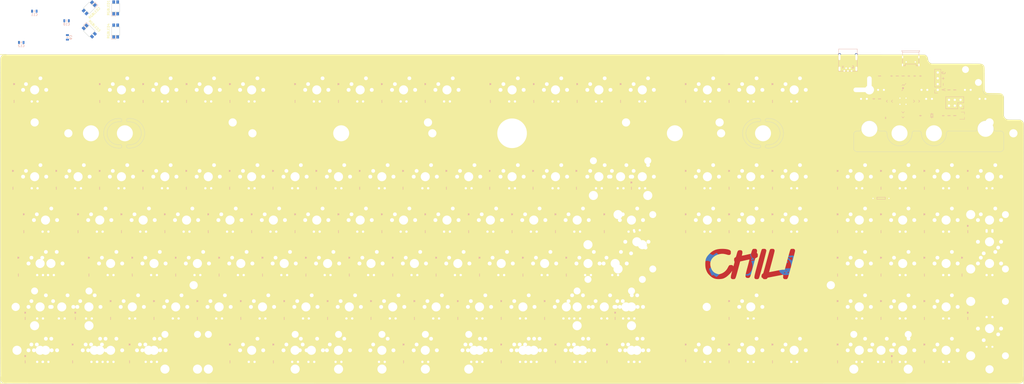
<source format=kicad_pcb>
(kicad_pcb (version 4) (host pcbnew 4.0.6)
  (layers (0 F.Cu signal) (31 B.Cu signal) (34 B.Paste user hide) (35 F.Paste user hide) (36 B.SilkS user) (37 F.SilkS user hide) (38 B.Mask user) (39 F.Mask user) (44 Edge.Cuts user))
  (net 0 "")
  (net 1 /X+)
  (net 2 /X-)
  (net 3 "Net-(C3-Pad1)")
  (net 4 VCC)
  (net 5 /RST)
  (net 6 /COL1)
  (net 7 "Net-(KBD1-Pad1)")
  (net 8 /COL3)
  (net 9 "Net-(KBD2-Pad1)")
  (net 10 /COL4)
  (net 11 "Net-(KBD3-Pad1)")
  (net 12 /COL5)
  (net 13 "Net-(KBD4-Pad1)")
  (net 14 /COL6)
  (net 15 "Net-(KBD5-Pad1)")
  (net 16 /COL7)
  (net 17 "Net-(KBD6-Pad1)")
  (net 18 /COL8)
  (net 19 "Net-(KBD7-Pad1)")
  (net 20 /COL9)
  (net 21 "Net-(KBD8-Pad1)")
  (net 22 /COL10)
  (net 23 "Net-(KBD9-Pad1)")
  (net 24 "Net-(KBD10-Pad1)")
  (net 25 "Net-(KBD11-Pad1)")
  (net 26 "Net-(KBD12-Pad1)")
  (net 27 "Net-(KBD13-Pad1)")
  (net 28 "Net-(KBD14-Pad1)")
  (net 29 "Net-(KBD15-Pad1)")
  (net 30 "Net-(KBD16-Pad1)")
  (net 31 "Net-(KBD17-Pad1)")
  (net 32 "Net-(KBD18-Pad1)")
  (net 33 "Net-(KBD19-Pad1)")
  (net 34 "Net-(KBD20-Pad1)")
  (net 35 "Net-(KBD21-Pad1)")
  (net 36 "Net-(KBD22-Pad1)")
  (net 37 "Net-(KBD23-Pad1)")
  (net 38 "Net-(KBD24-Pad1)")
  (net 39 "Net-(KBD25-Pad1)")
  (net 40 "Net-(KBD26-Pad1)")
  (net 41 "Net-(KBD27-Pad1)")
  (net 42 "Net-(KBD28-Pad1)")
  (net 43 "Net-(KBD29-Pad1)")
  (net 44 "Net-(KBD30-Pad1)")
  (net 45 "Net-(KBD31-Pad1)")
  (net 46 "Net-(KBD32-Pad1)")
  (net 47 /COL2)
  (net 48 "Net-(KBD33-Pad1)")
  (net 49 "Net-(KBD34-Pad1)")
  (net 50 "Net-(KBD35-Pad1)")
  (net 51 "Net-(KBD36-Pad1)")
  (net 52 "Net-(KBD37-Pad1)")
  (net 53 "Net-(KBD38-Pad1)")
  (net 54 "Net-(KBD39-Pad1)")
  (net 55 "Net-(KBD40-Pad1)")
  (net 56 "Net-(KBD41-Pad1)")
  (net 57 "Net-(KBD42-Pad1)")
  (net 58 "Net-(KBD43-Pad1)")
  (net 59 "Net-(KBD44-Pad1)")
  (net 60 "Net-(KBD45-Pad1)")
  (net 61 "Net-(KBD46-Pad1)")
  (net 62 "Net-(KBD47-Pad1)")
  (net 63 "Net-(KBD48-Pad1)")
  (net 64 "Net-(KBD49-Pad1)")
  (net 65 "Net-(KBD50-Pad1)")
  (net 66 "Net-(KBD51-Pad1)")
  (net 67 "Net-(KBD52-Pad1)")
  (net 68 "Net-(KBD53-Pad1)")
  (net 69 "Net-(KBD54-Pad1)")
  (net 70 "Net-(KBD55-Pad1)")
  (net 71 "Net-(KBD56-Pad1)")
  (net 72 "Net-(KBD57-Pad1)")
  (net 73 "Net-(KBD58-Pad1)")
  (net 74 "Net-(KBD59-Pad1)")
  (net 75 "Net-(KBD60-Pad1)")
  (net 76 "Net-(KBD61-Pad1)")
  (net 77 "Net-(KBD62-Pad1)")
  (net 78 "Net-(KBD63-Pad1)")
  (net 79 "Net-(KBD64-Pad1)")
  (net 80 "Net-(KBD65-Pad1)")
  (net 81 "Net-(KBD66-Pad1)")
  (net 82 "Net-(KBD67-Pad1)")
  (net 83 "Net-(KBD68-Pad1)")
  (net 84 "Net-(KBD69-Pad1)")
  (net 85 "Net-(KBD70-Pad1)")
  (net 86 "Net-(KBD71-Pad1)")
  (net 87 "Net-(KBD72-Pad1)")
  (net 88 "Net-(KBD73-Pad1)")
  (net 89 "Net-(KBD74-Pad1)")
  (net 90 "Net-(KBD75-Pad1)")
  (net 91 "Net-(KBD76-Pad1)")
  (net 92 "Net-(KBD77-Pad1)")
  (net 93 "Net-(KBD78-Pad1)")
  (net 94 "Net-(KBD79-Pad1)")
  (net 95 "Net-(KBD80-Pad1)")
  (net 96 "Net-(KBD81-Pad1)")
  (net 97 "Net-(KBD82-Pad1)")
  (net 98 "Net-(KBD83-Pad1)")
  (net 99 "Net-(KBD84-Pad1)")
  (net 100 "Net-(KBD86-Pad1)")
  (net 101 "Net-(KBD87-Pad1)")
  (net 102 "Net-(KBD88-Pad1)")
  (net 103 "Net-(KBD89-Pad1)")
  (net 104 "Net-(KBD90-Pad1)")
  (net 105 "Net-(KBD91-Pad1)")
  (net 106 "Net-(KBD92-Pad1)")
  (net 107 "Net-(KBD93-Pad1)")
  (net 108 "Net-(KBD94-Pad1)")
  (net 109 "Net-(KBD95-Pad1)")
  (net 110 "Net-(KBD96-Pad1)")
  (net 111 "Net-(KBD97-Pad1)")
  (net 112 "Net-(KBD98-Pad1)")
  (net 113 "Net-(KBD99-Pad1)")
  (net 114 "Net-(KBD103-Pad1)")
  (net 115 "Net-(KBD104-Pad1)")
  (net 116 "Net-(KBD105-Pad1)")
  (net 117 "Net-(KBD106-Pad1)")
  (net 118 "Net-(KBD107-Pad1)")
  (net 119 "Net-(KBD108-Pad1)")
  (net 120 "Net-(KBD109-Pad1)")
  (net 121 "Net-(KBD110-Pad1)")
  (net 122 "Net-(KBD111-Pad1)")
  (net 123 "Net-(KBD112-Pad1)")
  (net 124 "Net-(KBD113-Pad1)")
  (net 125 "Net-(KBD114-Pad1)")
  (net 126 "Net-(KBR1-Pad1)")
  (net 127 /LED+)
  (net 128 "Net-(KBR2-Pad1)")
  (net 129 "Net-(KBR3-Pad1)")
  (net 130 "Net-(KBR4-Pad1)")
  (net 131 "Net-(KBR5-Pad1)")
  (net 132 "Net-(KBR6-Pad1)")
  (net 133 "Net-(KBR7-Pad1)")
  (net 134 "Net-(KBR8-Pad1)")
  (net 135 "Net-(KBR9-Pad1)")
  (net 136 "Net-(KBR10-Pad1)")
  (net 137 "Net-(KBR11-Pad1)")
  (net 138 "Net-(KBR12-Pad1)")
  (net 139 "Net-(KBR13-Pad1)")
  (net 140 "Net-(KBR14-Pad1)")
  (net 141 "Net-(KBR15-Pad1)")
  (net 142 "Net-(KBR16-Pad1)")
  (net 143 "Net-(KBR17-Pad1)")
  (net 144 "Net-(KBR18-Pad1)")
  (net 145 "Net-(KBR19-Pad1)")
  (net 146 "Net-(KBR20-Pad1)")
  (net 147 "Net-(KBR21-Pad1)")
  (net 148 "Net-(KBR22-Pad1)")
  (net 149 "Net-(KBR23-Pad1)")
  (net 150 "Net-(KBR24-Pad1)")
  (net 151 "Net-(KBR25-Pad1)")
  (net 152 "Net-(KBR26-Pad1)")
  (net 153 "Net-(KBR27-Pad1)")
  (net 154 "Net-(KBR28-Pad1)")
  (net 155 "Net-(KBR29-Pad1)")
  (net 156 "Net-(KBR30-Pad1)")
  (net 157 "Net-(KBR31-Pad1)")
  (net 158 "Net-(KBR32-Pad1)")
  (net 159 "Net-(KBR33-Pad1)")
  (net 160 "Net-(KBR34-Pad1)")
  (net 161 "Net-(KBR35-Pad1)")
  (net 162 "Net-(KBR36-Pad1)")
  (net 163 "Net-(KBR37-Pad1)")
  (net 164 "Net-(KBR38-Pad1)")
  (net 165 "Net-(KBR39-Pad1)")
  (net 166 "Net-(KBR40-Pad1)")
  (net 167 "Net-(KBR41-Pad1)")
  (net 168 "Net-(KBR42-Pad1)")
  (net 169 "Net-(KBR43-Pad1)")
  (net 170 "Net-(KBR44-Pad1)")
  (net 171 "Net-(KBR45-Pad1)")
  (net 172 "Net-(KBR46-Pad1)")
  (net 173 "Net-(KBR47-Pad1)")
  (net 174 "Net-(KBR48-Pad1)")
  (net 175 "Net-(KBR49-Pad1)")
  (net 176 "Net-(KBR50-Pad1)")
  (net 177 "Net-(KBR51-Pad1)")
  (net 178 "Net-(KBR52-Pad1)")
  (net 179 "Net-(KBR53-Pad1)")
  (net 180 "Net-(KBR54-Pad1)")
  (net 181 "Net-(KBR55-Pad1)")
  (net 182 "Net-(KBR56-Pad1)")
  (net 183 "Net-(KBR57-Pad1)")
  (net 184 "Net-(KBR58-Pad1)")
  (net 185 "Net-(KBR59-Pad1)")
  (net 186 "Net-(KBR60-Pad1)")
  (net 187 "Net-(KBR61-Pad1)")
  (net 188 "Net-(KBR62-Pad1)")
  (net 189 "Net-(KBR63-Pad1)")
  (net 190 "Net-(KBR64-Pad1)")
  (net 191 "Net-(KBR65-Pad1)")
  (net 192 "Net-(KBR66-Pad1)")
  (net 193 "Net-(KBR67-Pad1)")
  (net 194 "Net-(KBR68-Pad1)")
  (net 195 "Net-(KBR69-Pad1)")
  (net 196 "Net-(KBR70-Pad1)")
  (net 197 "Net-(KBR71-Pad1)")
  (net 198 "Net-(KBR72-Pad1)")
  (net 199 "Net-(KBR73-Pad1)")
  (net 200 "Net-(KBR74-Pad1)")
  (net 201 "Net-(KBR75-Pad1)")
  (net 202 "Net-(KBR76-Pad1)")
  (net 203 "Net-(KBR77-Pad1)")
  (net 204 "Net-(KBR78-Pad1)")
  (net 205 "Net-(KBR79-Pad1)")
  (net 206 "Net-(KBR80-Pad1)")
  (net 207 "Net-(KBR81-Pad1)")
  (net 208 "Net-(KBR82-Pad1)")
  (net 209 "Net-(KBR83-Pad1)")
  (net 210 "Net-(KBR84-Pad1)")
  (net 211 "Net-(KBR86-Pad1)")
  (net 212 "Net-(KBR87-Pad1)")
  (net 213 "Net-(KBR88-Pad1)")
  (net 214 "Net-(KBR89-Pad1)")
  (net 215 "Net-(KBR90-Pad1)")
  (net 216 "Net-(KBR91-Pad1)")
  (net 217 "Net-(KBR92-Pad1)")
  (net 218 "Net-(KBR93-Pad1)")
  (net 219 "Net-(KBR94-Pad1)")
  (net 220 "Net-(KBR95-Pad1)")
  (net 221 "Net-(KBR96-Pad1)")
  (net 222 "Net-(KBR97-Pad1)")
  (net 223 "Net-(KBR98-Pad1)")
  (net 224 "Net-(KBR99-Pad1)")
  (net 225 "Net-(KBR103-Pad1)")
  (net 226 "Net-(KBR104-Pad1)")
  (net 227 "Net-(KBR105-Pad1)")
  (net 228 "Net-(KBR106-Pad1)")
  (net 229 "Net-(KBR107-Pad1)")
  (net 230 "Net-(KBR108-Pad1)")
  (net 231 "Net-(KBR109-Pad1)")
  (net 232 "Net-(KBR110-Pad1)")
  (net 233 "Net-(KBR111-Pad1)")
  (net 234 "Net-(KBR112-Pad1)")
  (net 235 "Net-(KBR113-Pad1)")
  (net 236 "Net-(KBR114-Pad1)")
  (net 237 "Net-(LED1-Pad2)")
  (net 238 "Net-(LED2-Pad2)")
  (net 239 "Net-(LED3-Pad2)")
  (net 240 /ROW5)
  (net 241 /ROW6)
  (net 242 /ROW3)
  (net 243 /ROW7)
  (net 244 /ROW2)
  (net 245 /ROW1)
  (net 246 /ROW4)
  (net 247 /KBBL)
  (net 248 /KD-)
  (net 249 /USBD-)
  (net 250 /KD+)
  (net 251 /USBD+)
  (net 252 "Net-(R3-Pad2)")
  (net 253 "Net-(U1-Pad42)")
  (net 254 /LED1)
  (net 255 /LED2)
  (net 256 /LED3)
  (net 257 /ROW10)
  (net 258 /ROW8)
  (net 259 /ROW11)
  (net 260 /ROW9)
  (net 261 "Net-(USB1-Pad4)")
  (net 262 "Net-(USB2-Pad4)")
  (net 263 "Net-(RGBLED1-Pad1)")
  (net 264 "Net-(RGBLED2-Pad1)")
  (net 265 "Net-(RGBLED3-Pad1)")
  (net 266 "Net-(RGBLED4-Pad1)")
  (net 267 /RGBIN)
  (net 268 GND)
  (module LOGO (layer F.Cu) (at 303.757297 199.894419)
    (fp_text reference G*** hide)
    (fp_text value LOGO hide)
  )
  (module LOGO (layer F.Cu) (at 303.757297 199.894419)
    (fp_text reference G*** hide)
    (fp_text value LOGO hide)
  )
  (module 3000:Hole (layer F.Cu) (at 505.596027 137.1473 135)
    (fp_text reference REF** hide)
    (fp_text value Hole hide)
    (pad "" np_thru_hole circle (at -4 0 135) (size 3 3) (drill 3) (layers *.Cu))
    (pad "" np_thru_hole circle (at 4 0 135) (size 3 3) (drill 3) (layers *.Cu))
  )
  (module 3000:Hole (layer F.Cu) (at 456.6586 126.238)
    (fp_text reference REF** hide)
    (fp_text value Hole hide)
    (pad 1 thru_hole oval (at -1.7907 2.2097) (size 1.5 2.5) (drill oval 0.8 1.9) (layers *.Cu *.Mask) (net 268 GND))
  )
  (module 3000:LED_D3.0mm (layer F.Cu) (at 513.307447 256.0193 180)
    (fp_text reference REF** hide)
    (fp_text value LED_D3.0mm)
    (pad 1 thru_hole rect (at -1.27 0 180) (size 1.8 1.8) (drill 0.9) (layers *.Cu B.Mask) (net 268 GND))
    (pad 2 thru_hole circle (at 1.27 0 180) (size 1.8 1.8) (drill 0.9) (layers *.Cu B.Mask) (net 193 "Net-(KBR67-Pad1)"))
  )
  (module 3000:SWITCH-3X6X2.5_SMD+ (layer B.Cu) (at 465.682447 190.869368 180)
    (fp_text reference SW1 hide)
    (fp_text value SWITCH)
    (pad 1 thru_hole rect (at -3.5 0 180) (size 2 2) (drill 0.5) (layers *.Cu *.Mask) (net 5 /RST))
    (pad 2 thru_hole rect (at 3.5 0 180) (size 2 2) (drill 0.5) (layers *.Cu *.Mask) (net 268 GND))
  )
  (module 3000:Hole (layer F.Cu) (at 488.907447 162.294768)
    (fp_text reference REF** hide)
    (fp_text value Hole hide)
    (pad "" np_thru_hole circle (at 0 0) (size 7 7) (drill 7) (layers *.Cu))
  )
  (module 3000:Hole (layer F.Cu) (at 473.815447 162.294768)
    (fp_text reference REF** hide)
    (fp_text value Hole hide)
    (pad "" np_thru_hole circle (at 0 0) (size 7 7) (drill 7) (layers *.Cu))
  )
  (module 3000:MX_FRAME (layer F.Cu) (at 453.744447 257.544568)
    (fp_text reference REF** hide)
    (fp_text value MX_FRAME hide)
    (pad "" np_thru_hole circle (at 0 -6.985) (size 3.048 3.048) (drill 3.048) (layers *.Cu))
    (pad "" np_thru_hole circle (at 0 8.255) (size 3.9878 3.9878) (drill 3.9878) (layers *.Cu))
  )
  (module 3000:MX_FRAME (layer F.Cu) (at 477.620447 257.544568)
    (fp_text reference REF** hide)
    (fp_text value MX_FRAME hide)
    (pad "" np_thru_hole circle (at 0 -6.985) (size 3.048 3.048) (drill 3.048) (layers *.Cu))
    (pad "" np_thru_hole circle (at 0 8.255) (size 3.9878 3.9878) (drill 3.9878) (layers *.Cu))
  )
  (module 3000:MX_FRAME (layer F.Cu) (at 513.307447 259.957568 270)
    (fp_text reference REF** hide)
    (fp_text value MX_FRAME hide)
    (pad "" np_thru_hole circle (at 0 -6.985 270) (size 3.048 3.048) (drill 3.048) (layers *.Cu))
    (pad "" np_thru_hole circle (at 0 8.255 270) (size 3.9878 3.9878) (drill 3.9878) (layers *.Cu))
  )
  (module 3000:MX_FRAME (layer F.Cu) (at 513.307447 236.081568 270)
    (fp_text reference REF** hide)
    (fp_text value MX_FRAME hide)
    (pad "" np_thru_hole circle (at 0 -6.985 270) (size 3.048 3.048) (drill 3.048) (layers *.Cu))
    (pad "" np_thru_hole circle (at 0 8.255 270) (size 3.9878 3.9878) (drill 3.9878) (layers *.Cu))
  )
  (module 3000:MX_FRAME (layer F.Cu) (at 513.307447 221.857568 270)
    (fp_text reference REF** hide)
    (fp_text value MX_FRAME hide)
    (pad "" np_thru_hole circle (at 0 -6.985 270) (size 3.048 3.048) (drill 3.048) (layers *.Cu))
    (pad "" np_thru_hole circle (at 0 8.255 270) (size 3.9878 3.9878) (drill 3.9878) (layers *.Cu))
  )
  (module 3000:MX_FRAME (layer F.Cu) (at 513.307447 197.981568 270)
    (fp_text reference REF** hide)
    (fp_text value MX_FRAME hide)
    (pad "" np_thru_hole circle (at 0 -6.985 270) (size 3.048 3.048) (drill 3.048) (layers *.Cu))
    (pad "" np_thru_hole circle (at 0 8.255 270) (size 3.9878 3.9878) (drill 3.9878) (layers *.Cu))
  )
  (module 3000:MX_FRAME (layer F.Cu) (at 358.525242 221.857568 270)
    (fp_text reference REF** hide)
    (fp_text value MX_FRAME hide)
    (pad "" np_thru_hole circle (at 0 -6.985 270) (size 3.048 3.048) (drill 3.048) (layers *.Cu))
    (pad "" np_thru_hole circle (at 0 8.255 270) (size 3.9878 3.9878) (drill 3.9878) (layers *.Cu))
  )
  (module 3000:MX_FRAME (layer F.Cu) (at 358.525242 197.981568 270)
    (fp_text reference REF** hide)
    (fp_text value MX_FRAME hide)
    (pad "" np_thru_hole circle (at 0 -6.985 270) (size 3.048 3.048) (drill 3.048) (layers *.Cu))
    (pad "" np_thru_hole circle (at 0 8.255 270) (size 3.9878 3.9878) (drill 3.9878) (layers *.Cu))
  )
  (module 3000:MX_FRAME (layer F.Cu) (at 360.938447 219.444568 180)
    (fp_text reference REF** hide)
    (fp_text value MX_FRAME hide)
    (pad "" np_thru_hole circle (at 0 -6.985 180) (size 3.048 3.048) (drill 3.048) (layers *.Cu))
    (pad "" np_thru_hole circle (at 0 8.255 180) (size 3.9878 3.9878) (drill 3.9878) (layers *.Cu))
  )
  (module 3000:MX_FRAME (layer F.Cu) (at 337.062447 219.444568 180)
    (fp_text reference REF** hide)
    (fp_text value MX_FRAME hide)
    (pad "" np_thru_hole circle (at 0 -6.985 180) (size 3.048 3.048) (drill 3.048) (layers *.Cu))
    (pad "" np_thru_hole circle (at 0 8.255 180) (size 3.9878 3.9878) (drill 3.9878) (layers *.Cu))
  )
  (module 3000:MX_FRAME (layer F.Cu) (at 284.744797 257.544568)
    (fp_text reference REF** hide)
    (fp_text value MX_FRAME hide)
    (pad "" np_thru_hole circle (at 0 -6.985) (size 3.048 3.048) (drill 3.048) (layers *.Cu))
    (pad "" np_thru_hole circle (at 0 8.255) (size 3.9878 3.9878) (drill 3.9878) (layers *.Cu))
  )
  (module 3000:MX_FRAME (layer F.Cu) (at 265.688797 257.544568)
    (fp_text reference REF** hide)
    (fp_text value MX_FRAME hide)
    (pad "" np_thru_hole circle (at 0 -6.985) (size 3.048 3.048) (drill 3.048) (layers *.Cu))
    (pad "" np_thru_hole circle (at 0 8.255) (size 3.9878 3.9878) (drill 3.9878) (layers *.Cu))
  )
  (module 3000:MX_FRAME (layer F.Cu) (at 246.643797 257.544568)
    (fp_text reference REF** hide)
    (fp_text value MX_FRAME hide)
    (pad "" np_thru_hole circle (at 0 -6.985) (size 3.048 3.048) (drill 3.048) (layers *.Cu))
    (pad "" np_thru_hole circle (at 0 8.255) (size 3.9878 3.9878) (drill 3.9878) (layers *.Cu))
  )
  (module 3000:MX_FRAME (layer F.Cu) (at 227.594797 257.544568)
    (fp_text reference REF** hide)
    (fp_text value MX_FRAME hide)
    (pad "" np_thru_hole circle (at 0 -6.985) (size 3.048 3.048) (drill 3.048) (layers *.Cu))
    (pad "" np_thru_hole circle (at 0 8.255) (size 3.9878 3.9878) (drill 3.9878) (layers *.Cu))
  )
  (module 3000:MX_FRAME (layer F.Cu) (at 208.544797 257.544568)
    (fp_text reference REF** hide)
    (fp_text value MX_FRAME hide)
    (pad "" np_thru_hole circle (at 0 -6.985) (size 3.048 3.048) (drill 3.048) (layers *.Cu))
    (pad "" np_thru_hole circle (at 0 8.255) (size 3.9878 3.9878) (drill 3.9878) (layers *.Cu))
  )
  (module 3000:MX_FRAME (layer F.Cu) (at 170.444997 257.544568)
    (fp_text reference REF** hide)
    (fp_text value MX_FRAME hide)
    (pad "" np_thru_hole circle (at 0 -6.985) (size 3.048 3.048) (drill 3.048) (layers *.Cu))
    (pad "" np_thru_hole circle (at 0 8.255) (size 3.9878 3.9878) (drill 3.9878) (layers *.Cu))
  )
  (module 3000:MX_FRAME (layer F.Cu) (at 165.688197 257.544568)
    (fp_text reference REF** hide)
    (fp_text value MX_FRAME hide)
    (pad "" np_thru_hole circle (at 0 -6.985) (size 3.048 3.048) (drill 3.048) (layers *.Cu))
    (pad "" np_thru_hole circle (at 0 8.255) (size 3.9878 3.9878) (drill 3.9878) (layers *.Cu))
  )
  (module 3000:MX_FRAME (layer F.Cu) (at 151.394997 257.544568)
    (fp_text reference REF** hide)
    (fp_text value MX_FRAME hide)
    (pad "" np_thru_hole circle (at 0 -6.985) (size 3.048 3.048) (drill 3.048) (layers *.Cu))
    (pad "" np_thru_hole circle (at 0 8.255) (size 3.9878 3.9878) (drill 3.9878) (layers *.Cu))
  )
  (module 3000:MX_FRAME (layer F.Cu) (at 356.176447 238.494568)
    (fp_text reference REF** hide)
    (fp_text value MX_FRAME hide)
    (pad "" np_thru_hole circle (at 0 -6.985) (size 3.048 3.048) (drill 3.048) (layers *.Cu))
    (pad "" np_thru_hole circle (at 0 8.255) (size 3.9878 3.9878) (drill 3.9878) (layers *.Cu))
  )
  (module 3000:MX_FRAME (layer F.Cu) (at 332.300447 238.494568)
    (fp_text reference REF** hide)
    (fp_text value MX_FRAME hide)
    (pad "" np_thru_hole circle (at 0 -6.985) (size 3.048 3.048) (drill 3.048) (layers *.Cu))
    (pad "" np_thru_hole circle (at 0 8.255) (size 3.9878 3.9878) (drill 3.9878) (layers *.Cu))
  )
  (module 3000:MX_FRAME (layer F.Cu) (at 118.051347 238.494568)
    (fp_text reference REF** hide)
    (fp_text value MX_FRAME hide)
    (pad "" np_thru_hole circle (at 0 -6.985) (size 3.048 3.048) (drill 3.048) (layers *.Cu))
    (pad "" np_thru_hole circle (at 0 8.255) (size 3.9878 3.9878) (drill 3.9878) (layers *.Cu))
  )
  (module 3000:MX_FRAME (layer F.Cu) (at 94.175347 238.494568)
    (fp_text reference REF** hide)
    (fp_text value MX_FRAME hide)
    (pad "" np_thru_hole circle (at 0 -6.985) (size 3.048 3.048) (drill 3.048) (layers *.Cu))
    (pad "" np_thru_hole circle (at 0 8.255) (size 3.9878 3.9878) (drill 3.9878) (layers *.Cu))
  )
  (module 3000:MX_FRAME (layer F.Cu) (at 363.320447 181.344368)
    (fp_text reference REF** hide)
    (fp_text value MX_FRAME hide)
    (pad "" np_thru_hole circle (at 0 -6.985) (size 3.048 3.048) (drill 3.048) (layers *.Cu))
    (pad "" np_thru_hole circle (at 0 8.255) (size 3.9878 3.9878) (drill 3.9878) (layers *.Cu))
  )
  (module 3000:Hole (layer F.Cu) (at 133.796247 162.294768)
    (fp_text reference REF** hide)
    (fp_text value Hole hide)
    (pad "" np_thru_hole circle (at 0 0) (size 7 7) (drill 7) (layers *.Cu))
  )
  (module 3000:Hole (layer F.Cu) (at 413.896447 162.294768)
    (fp_text reference REF** hide)
    (fp_text value Hole hide)
    (pad "" np_thru_hole circle (at 0 0) (size 7 7) (drill 7) (layers *.Cu))
  )
  (module 3000:Hole (layer F.Cu) (at 513.316447 157.532168)
    (fp_text reference REF** hide)
    (fp_text value Hole hide)
    (pad "" np_thru_hole circle (at 0 0) (size 3.6 3.6) (drill 3.6) (layers *.Cu))
  )
  (module 3000:Hole (layer F.Cu) (at 394.846447 157.532168)
    (fp_text reference REF** hide)
    (fp_text value Hole hide)
    (pad "" np_thru_hole circle (at 0 0) (size 3.6 3.6) (drill 3.6) (layers *.Cu))
  )
  (module 3000:Hole (layer F.Cu) (at 353.768447 157.532168)
    (fp_text reference REF** hide)
    (fp_text value Hole hide)
    (pad "" np_thru_hole circle (at 0 0) (size 3.6 3.6) (drill 3.6) (layers *.Cu))
  )
  (module 3000:Hole (layer F.Cu) (at 266.851447 157.532168)
    (fp_text reference REF** hide)
    (fp_text value Hole hide)
    (pad "" np_thru_hole circle (at 0 0) (size 3.6 3.6) (drill 3.6) (layers *.Cu))
  )
  (module 3000:Hole (layer F.Cu) (at 181.124447 157.532168)
    (fp_text reference REF** hide)
    (fp_text value Hole hide)
    (pad "" np_thru_hole circle (at 0 0) (size 3.6 3.6) (drill 3.6) (layers *.Cu))
  )
  (module 3000:Hole (layer F.Cu) (at 94.207147 157.532168)
    (fp_text reference REF** hide)
    (fp_text value Hole hide)
    (pad "" np_thru_hole circle (at 0 0) (size 3.6 3.6) (drill 3.6) (layers *.Cu))
  )
  (module 3000:Hole (layer F.Cu) (at 375.200447 162.294768)
    (fp_text reference REF** hide)
    (fp_text value Hole hide)
    (pad "" np_thru_hole circle (at 0 0) (size 7 7) (drill 7) (layers *.Cu))
  )
  (module 3000:Hole (layer F.Cu) (at 228.750447 162.294768)
    (fp_text reference REF** hide)
    (fp_text value Hole hide)
    (pad "" np_thru_hole circle (at 0 0) (size 7 7) (drill 7) (layers *.Cu))
  )
  (module 3000:Hole (layer F.Cu) (at 118.913147 162.294768)
    (fp_text reference REF** hide)
    (fp_text value Hole hide)
    (pad "" np_thru_hole circle (at 0 0) (size 7 7) (drill 7) (layers *.Cu))
  )
  (module 3000:Hole (layer F.Cu) (at 511.582447 160.344368)
    (fp_text reference REF** hide)
    (fp_text value Hole hide)
    (pad "" np_thru_hole circle (at 0 0) (size 7 7) (drill 7) (layers *.Cu))
  )
  (module 3000:Hole (layer F.Cu) (at 163.989447 228.971568)
    (fp_text reference REF** hide)
    (fp_text value Hole hide)
    (pad "" np_thru_hole circle (at 0 0) (size 3.6 3.6) (drill 3.6) (layers *.Cu))
  )
  (module 3000:Hole (layer F.Cu) (at 513.316447 265.881568)
    (fp_text reference REF** hide)
    (fp_text value Hole hide)
    (pad "" np_thru_hole circle (at 0 0) (size 3.6 3.6) (drill 3.6) (layers *.Cu))
  )
  (module 3000:Hole (layer F.Cu) (at 443.663447 228.971568)
    (fp_text reference REF** hide)
    (fp_text value Hole hide)
    (pad "" np_thru_hole circle (at 0 0) (size 3.6 3.6) (drill 3.6) (layers *.Cu))
  )
  (module 3000:Hole (layer F.Cu) (at 389.190447 238.496568)
    (fp_text reference REF** hide)
    (fp_text value Hole hide)
    (pad "" np_thru_hole circle (at 0 0) (size 3.6 3.6) (drill 3.6) (layers *.Cu))
  )
  (module 3000:Hole (layer F.Cu) (at 85.872547 238.496568)
    (fp_text reference REF** hide)
    (fp_text value Hole hide)
    (pad "" np_thru_hole circle (at 0 0) (size 3.6 3.6) (drill 3.6) (layers *.Cu))
  )
  (module 3000:Hole (layer F.Cu) (at 86.467947 257.538568)
    (fp_text reference REF** hide)
    (fp_text value Hole hide)
    (pad "" np_thru_hole circle (at 0 0) (size 4 4) (drill 4) (layers *.Cu))
  )
  (module 3000:Hole (layer F.Cu) (at 303.761447 162.294768)
    (fp_text reference REF** hide)
    (fp_text value Hole hide)
    (pad "" np_thru_hole circle (at 0 0) (size 13 13) (drill 13) (layers *.Cu))
  )
  (module 3000:Hole (layer F.Cu) (at 523.796447 162.294768)
    (fp_text reference REF** hide)
    (fp_text value Hole hide)
    (pad "" np_thru_hole circle (at 0 0) (size 3.6 3.6) (drill 3.6) (layers *.Cu))
  )
  (module 3000:Hole (layer F.Cu) (at 395.496447 162.294768)
    (fp_text reference REF** hide)
    (fp_text value Hole hide)
    (pad "" np_thru_hole circle (at 0 0) (size 3.6 3.6) (drill 3.6) (layers *.Cu))
  )
  (module 3000:Hole (layer F.Cu) (at 268.761447 162.294768)
    (fp_text reference REF** hide)
    (fp_text value Hole hide)
    (pad "" np_thru_hole circle (at 0 0) (size 3.6 3.6) (drill 3.6) (layers *.Cu))
  )
  (module 3000:Hole (layer F.Cu) (at 189.796247 162.294768)
    (fp_text reference REF** hide)
    (fp_text value Hole hide)
    (pad "" np_thru_hole circle (at 0 0) (size 3.6 3.6) (drill 3.6) (layers *.Cu))
  )
  (module 3000:Hole (layer F.Cu) (at 108.998647 162.294768)
    (fp_text reference REF** hide)
    (fp_text value Hole hide)
    (pad "" np_thru_hole circle (at 0 0) (size 3.6 3.6) (drill 3.6) (layers *.Cu))
  )
  (module 3000:Hole (layer F.Cu) (at 460.582447 140.744368 90)
    (fp_text reference REF** hide)
    (fp_text value Hole)
    (pad "" np_thru_hole oval (at 0 0 90) (size 7 2) (drill oval 7 2) (layers *.Cu))
  )
  (module 3000:Hole (layer F.Cu) (at 458.082447 143.2306)
    (fp_text reference REF** hide)
    (fp_text value Hole)
    (pad "" np_thru_hole oval (at 0 0) (size 9 2) (drill oval 9 2) (layers *.Cu))
  )
  (module 3000:Hole (layer F.Cu) (at 461.082447 143.244368)
    (fp_text reference REF** hide)
    (fp_text value Hole)
    (pad "" np_thru_hole circle (at -0.5 0) (size 4 4) (drill 4) (layers *.Cu))
  )
  (module 3000:LED_D3.0mm (layer F.Cu) (at 510.239447 147.189268 180)
    (fp_text reference LED3 hide)
    (fp_text value 3mm)
    (pad 1 thru_hole rect (at -1.27 0 180) (size 1.8 1.8) (drill 0.9) (layers *.Cu *.Mask) (net 256 /LED3))
    (pad 2 thru_hole circle (at 1.27 0 180) (size 1.8 1.8) (drill 0.9) (layers *.Cu *.Mask) (net 239 "Net-(LED3-Pad2)"))
  )
  (module 3000:LED_D3.0mm (layer F.Cu) (at 458.189447 147.189268 180)
    (fp_text reference LED2 hide)
    (fp_text value 3mm)
    (pad 1 thru_hole rect (at -1.27 0 180) (size 1.8 1.8) (drill 0.9) (layers *.Cu *.Mask) (net 255 /LED2))
    (pad 2 thru_hole circle (at 1.27 0 180) (size 1.8 1.8) (drill 0.9) (layers *.Cu *.Mask) (net 238 "Net-(LED2-Pad2)"))
  )
  (module 3000:LED_D3.0mm (layer F.Cu) (at 486.779447 147.189268 180)
    (fp_text reference LED1 hide)
    (fp_text value 3mm)
    (pad 1 thru_hole rect (at -1.27 0 180) (size 1.8 1.8) (drill 0.9) (layers *.Cu *.Mask) (net 254 /LED1))
    (pad 2 thru_hole circle (at 1.27 0 180) (size 1.8 1.8) (drill 0.9) (layers *.Cu *.Mask) (net 237 "Net-(LED1-Pad2)"))
  )
  (module 3000:TQFP-44_10x10mm_Pitch0.8mm (layer B.Cu) (at 475.3356 148.2217 225)
    (fp_text reference U1 hide)
    (fp_text value ATMEGA32U4)
    (pad 1 smd rect (at -5.7 4 225) (size 1.5 0.55) (layers B.Cu B.Paste B.Mask) (net 240 /ROW5))
    (pad 2 smd rect (at -5.7 3.2 225) (size 1.5 0.55) (layers B.Cu B.Paste B.Mask) (net 4 VCC))
    (pad 3 smd rect (at -5.7 2.4 225) (size 1.5 0.55) (layers B.Cu B.Paste B.Mask) (net 248 /KD-))
    (pad 4 smd rect (at -5.7 1.6 225) (size 1.5 0.55) (layers B.Cu B.Paste B.Mask) (net 250 /KD+))
    (pad 5 smd rect (at -5.7 0.8 225) (size 1.5 0.55) (layers B.Cu B.Paste B.Mask) (net 268 GND))
    (pad 6 smd rect (at -5.7 0 225) (size 1.5 0.55) (layers B.Cu B.Paste B.Mask) (net 3 "Net-(C3-Pad1)"))
    (pad 7 smd rect (at -5.7 -0.8 225) (size 1.5 0.55) (layers B.Cu B.Paste B.Mask) (net 4 VCC))
    (pad 8 smd rect (at -5.7 -1.6 225) (size 1.5 0.55) (layers B.Cu B.Paste B.Mask) (net 241 /ROW6))
    (pad 9 smd rect (at -5.7 -2.4 225) (size 1.5 0.55) (layers B.Cu B.Paste B.Mask) (net 254 /LED1))
    (pad 10 smd rect (at -5.7 -3.2 225) (size 1.5 0.55) (layers B.Cu B.Paste B.Mask) (net 255 /LED2))
    (pad 11 smd rect (at -5.7 -4 225) (size 1.5 0.55) (layers B.Cu B.Paste B.Mask) (net 256 /LED3))
    (pad 12 smd rect (at -4 -5.7 135) (size 1.5 0.55) (layers B.Cu B.Paste B.Mask) (net 247 /KBBL))
    (pad 13 smd rect (at -3.2 -5.7 135) (size 1.5 0.55) (layers B.Cu B.Paste B.Mask) (net 5 /RST))
    (pad 14 smd rect (at -2.4 -5.7 135) (size 1.5 0.55) (layers B.Cu B.Paste B.Mask) (net 4 VCC))
    (pad 15 smd rect (at -1.6 -5.7 135) (size 1.5 0.55) (layers B.Cu B.Paste B.Mask) (net 268 GND))
    (pad 16 smd rect (at -0.8 -5.7 135) (size 1.5 0.55) (layers B.Cu B.Paste B.Mask) (net 1 /X+))
    (pad 17 smd rect (at 0 -5.7 135) (size 1.5 0.55) (layers B.Cu B.Paste B.Mask) (net 2 /X-))
    (pad 18 smd rect (at 0.8 -5.7 135) (size 1.5 0.55) (layers B.Cu B.Paste B.Mask) (net 259 /ROW11))
    (pad 19 smd rect (at 1.6 -5.7 135) (size 1.5 0.55) (layers B.Cu B.Paste B.Mask) (net 257 /ROW10))
    (pad 20 smd rect (at 2.4 -5.7 135) (size 1.5 0.55) (layers B.Cu B.Paste B.Mask) (net 260 /ROW9))
    (pad 21 smd rect (at 3.2 -5.7 135) (size 1.5 0.55) (layers B.Cu B.Paste B.Mask) (net 258 /ROW8))
    (pad 22 smd rect (at 4 -5.7 135) (size 1.5 0.55) (layers B.Cu B.Paste B.Mask) (net 243 /ROW7))
    (pad 23 smd rect (at 5.7 -4 225) (size 1.5 0.55) (layers B.Cu B.Paste B.Mask) (net 268 GND))
    (pad 24 smd rect (at 5.7 -3.2 225) (size 1.5 0.55) (layers B.Cu B.Paste B.Mask) (net 4 VCC))
    (pad 25 smd rect (at 5.7 -2.4 225) (size 1.5 0.55) (layers B.Cu B.Paste B.Mask) (net 6 /COL1))
    (pad 26 smd rect (at 5.7 -1.6 225) (size 1.5 0.55) (layers B.Cu B.Paste B.Mask) (net 22 /COL10))
    (pad 27 smd rect (at 5.7 -0.8 225) (size 1.5 0.55) (layers B.Cu B.Paste B.Mask) (net 20 /COL9))
    (pad 28 smd rect (at 5.7 0 225) (size 1.5 0.55) (layers B.Cu B.Paste B.Mask) (net 18 /COL8))
    (pad 29 smd rect (at 5.7 0.8 225) (size 1.5 0.55) (layers B.Cu B.Paste B.Mask) (net 16 /COL7))
    (pad 30 smd rect (at 5.7 1.6 225) (size 1.5 0.55) (layers B.Cu B.Paste B.Mask) (net 14 /COL6))
    (pad 31 smd rect (at 5.7 2.4 225) (size 1.5 0.55) (layers B.Cu B.Paste B.Mask) (net 12 /COL5))
    (pad 32 smd rect (at 5.7 3.2 225) (size 1.5 0.55) (layers B.Cu B.Paste B.Mask) (net 10 /COL4))
    (pad 33 smd rect (at 5.7 4 225) (size 1.5 0.55) (layers B.Cu B.Paste B.Mask) (net 252 "Net-(R3-Pad2)"))
    (pad 34 smd rect (at 4 5.7 135) (size 1.5 0.55) (layers B.Cu B.Paste B.Mask) (net 4 VCC))
    (pad 35 smd rect (at 3.2 5.7 135) (size 1.5 0.55) (layers B.Cu B.Paste B.Mask) (net 268 GND))
    (pad 36 smd rect (at 2.4 5.7 135) (size 1.5 0.55) (layers B.Cu B.Paste B.Mask) (net 8 /COL3))
    (pad 37 smd rect (at 1.6 5.7 135) (size 1.5 0.55) (layers B.Cu B.Paste B.Mask) (net 47 /COL2))
    (pad 38 smd rect (at 0.8 5.7 135) (size 1.5 0.55) (layers B.Cu B.Paste B.Mask) (net 245 /ROW1))
    (pad 39 smd rect (at 0 5.7 135) (size 1.5 0.55) (layers B.Cu B.Paste B.Mask) (net 244 /ROW2))
    (pad 40 smd rect (at -0.8 5.7 135) (size 1.5 0.55) (layers B.Cu B.Paste B.Mask) (net 242 /ROW3))
    (pad 41 smd rect (at -1.6 5.7 135) (size 1.5 0.55) (layers B.Cu B.Paste B.Mask) (net 246 /ROW4))
    (pad 42 smd rect (at -2.4 5.7 135) (size 1.5 0.55) (layers B.Cu B.Paste B.Mask) (net 253 "Net-(U1-Pad42)"))
    (pad 43 smd rect (at -3.2 5.7 135) (size 1.5 0.55) (layers B.Cu B.Paste B.Mask) (net 268 GND))
    (pad 44 smd rect (at -4 5.7 135) (size 1.5 0.55) (layers B.Cu B.Paste B.Mask) (net 4 VCC))
  )
  (module 3000:LED_D3.0mm (layer F.Cu) (at 465.682447 143.244368 180)
    (fp_text reference LED1 hide)
    (fp_text value 3mm)
    (pad 1 thru_hole rect (at -1.27 0 180) (size 1.8 1.8) (drill 0.9) (layers *.Cu *.Mask) (net 254 /LED1))
    (pad 2 thru_hole circle (at 1.27 0 180) (size 1.8 1.8) (drill 0.9) (layers *.Cu *.Mask) (net 237 "Net-(LED1-Pad2)"))
  )
  (module 3000:LED_D3.0mm (layer F.Cu) (at 484.732447 143.244368 180)
    (fp_text reference LED2 hide)
    (fp_text value 3mm)
    (pad 1 thru_hole rect (at -1.27 0 180) (size 1.8 1.8) (drill 0.9) (layers *.Cu *.Mask) (net 255 /LED2))
    (pad 2 thru_hole circle (at 1.27 0 180) (size 1.8 1.8) (drill 0.9) (layers *.Cu *.Mask) (net 238 "Net-(LED2-Pad2)"))
  )
  (module 3000:LED_D3.0mm (layer F.Cu) (at 503.782447 143.244368 180)
    (fp_text reference LED3 hide)
    (fp_text value 3mm)
    (pad 1 thru_hole rect (at -1.27 0 180) (size 1.8 1.8) (drill 0.9) (layers *.Cu *.Mask) (net 256 /LED3))
    (pad 2 thru_hole circle (at 1.27 0 180) (size 1.8 1.8) (drill 0.9) (layers *.Cu *.Mask) (net 239 "Net-(LED3-Pad2)"))
  )
  (module 3000:R_0805 (layer B.Cu) (at 465.682447 205.474568 180)
    (fp_text reference KBR29 hide)
    (fp_text value 330R)
    (pad 1 smd rect (at -1 0 180) (size 0.8 1.3) (layers B.Cu B.Paste B.Mask) (net 155 "Net-(KBR29-Pad1)"))
    (pad 2 smd rect (at 1 0 180) (size 0.8 1.3) (layers B.Cu B.Paste B.Mask) (net 127 /LED+))
  )
  (module 3000:C_0805 (layer B.Cu) (at 492.9937 154.5476 90)
    (fp_text reference C2 hide)
    (fp_text value 22pF)
    (pad 1 smd rect (at -1 0 90) (size 0.8 1.3) (layers B.Cu B.Paste B.Mask) (net 2 /X-))
    (pad 2 smd rect (at 1 0 90) (size 0.8 1.3) (layers B.Cu B.Paste B.Mask) (net 268 GND))
  )
  (module 3000:D_0805 (layer B.Cu) (at 446.632447 216.904568 180)
    (fp_text reference KBD46 hide)
    (fp_text value 4148)
    (pad 1 smd rect (at -1 0 180) (size 0.8 1.3) (layers B.Cu B.Paste B.Mask) (net 61 "Net-(KBD46-Pad1)"))
    (pad 2 smd rect (at 1 0 180) (size 0.8 1.3) (layers B.Cu B.Paste B.Mask) (net 14 /COL6))
  )
  (module 3000:D_0805 (layer B.Cu) (at 465.682447 216.904568 180)
    (fp_text reference KBD47 hide)
    (fp_text value 4148)
    (pad 1 smd rect (at -1 0 180) (size 0.8 1.3) (layers B.Cu B.Paste B.Mask) (net 62 "Net-(KBD47-Pad1)"))
    (pad 2 smd rect (at 1 0 180) (size 0.8 1.3) (layers B.Cu B.Paste B.Mask) (net 8 /COL3))
  )
  (module 3000:R_0805 (layer B.Cu) (at 446.632447 186.424368 180)
    (fp_text reference KBR13 hide)
    (fp_text value 330R)
    (pad 1 smd rect (at -1 0 180) (size 0.8 1.3) (layers B.Cu B.Paste B.Mask) (net 139 "Net-(KBR13-Pad1)"))
    (pad 2 smd rect (at 1 0 180) (size 0.8 1.3) (layers B.Cu B.Paste B.Mask) (net 127 /LED+))
  )
  (module 3000:D_0805 (layer B.Cu) (at 465.682447 197.854568 180)
    (fp_text reference KBD29 hide)
    (fp_text value 4148)
    (pad 1 smd rect (at -1 0 180) (size 0.8 1.3) (layers B.Cu B.Paste B.Mask) (net 43 "Net-(KBD29-Pad1)"))
    (pad 2 smd rect (at 1 0 180) (size 0.8 1.3) (layers B.Cu B.Paste B.Mask) (net 47 /COL2))
  )
  (module 3000:R_0805 (layer B.Cu) (at 495.5337 154.5476 270)
    (fp_text reference R5 hide)
    (fp_text value 10kR)
    (pad 1 smd rect (at -1 0 270) (size 0.8 1.3) (layers B.Cu B.Paste B.Mask) (net 4 VCC))
    (pad 2 smd rect (at 1 0 270) (size 0.8 1.3) (layers B.Cu B.Paste B.Mask) (net 247 /KBBL))
  )
  (module 3000:C_0805 (layer B.Cu) (at 482.9937 154.5476 90)
    (fp_text reference C1 hide)
    (fp_text value 22pF)
    (pad 1 smd rect (at -1 0 90) (size 0.8 1.3) (layers B.Cu B.Paste B.Mask) (net 1 /X+))
    (pad 2 smd rect (at 1 0 90) (size 0.8 1.3) (layers B.Cu B.Paste B.Mask) (net 268 GND))
  )
  (module 3000:R_0805 (layer B.Cu) (at 446.632447 205.474568 180)
    (fp_text reference KBR28 hide)
    (fp_text value 330R)
    (pad 1 smd rect (at -1 0 180) (size 0.8 1.3) (layers B.Cu B.Paste B.Mask) (net 154 "Net-(KBR28-Pad1)"))
    (pad 2 smd rect (at 1 0 180) (size 0.8 1.3) (layers B.Cu B.Paste B.Mask) (net 127 /LED+))
  )
  (module 3000:X_SMD_5032-2pin_5.0x3.2mm (layer B.Cu) (at 487.9937 154.5476)
    (fp_text reference X1 hide)
    (fp_text value 16MHz)
    (pad 1 smd rect (at -1.85 0) (size 2 2.4) (layers B.Cu B.Paste B.Mask) (net 1 /X+))
    (pad 2 smd rect (at 1.85 0) (size 2 2.4) (layers B.Cu B.Paste B.Mask) (net 2 /X-))
  )
  (module 3000:D_0805 (layer B.Cu) (at 446.632447 197.854568 180)
    (fp_text reference KBD28 hide)
    (fp_text value 4148)
    (pad 1 smd rect (at -1 0 180) (size 0.8 1.3) (layers B.Cu B.Paste B.Mask) (net 42 "Net-(KBD28-Pad1)"))
    (pad 2 smd rect (at 1 0 180) (size 0.8 1.3) (layers B.Cu B.Paste B.Mask) (net 8 /COL3))
  )
  (module 3000:R_0805 (layer B.Cu) (at 498.0737 154.5476 270)
    (fp_text reference R4 hide)
    (fp_text value 10kR)
    (pad 1 smd rect (at -1 0 270) (size 0.8 1.3) (layers B.Cu B.Paste B.Mask) (net 4 VCC))
    (pad 2 smd rect (at 1 0 270) (size 0.8 1.3) (layers B.Cu B.Paste B.Mask) (net 5 /RST))
  )
  (module 3000:C_0805 (layer B.Cu) (at 467.67585 155.5476 180)
    (fp_text reference C5 hide)
    (fp_text value 0.1uF)
    (pad 1 smd rect (at -1 0 180) (size 0.8 1.3) (layers B.Cu B.Paste B.Mask) (net 4 VCC))
    (pad 2 smd rect (at 1 0 180) (size 0.8 1.3) (layers B.Cu B.Paste B.Mask) (net 268 GND))
  )
  (module 3000:R_0805 (layer B.Cu) (at 495.5337 143.244368 270)
    (fp_text reference R7 hide)
    (fp_text value 330R)
    (pad 1 smd rect (at -1 0 270) (size 0.8 1.3) (layers B.Cu B.Paste B.Mask) (net 238 "Net-(LED2-Pad2)"))
    (pad 2 smd rect (at 1 0 270) (size 0.8 1.3) (layers B.Cu B.Paste B.Mask) (net 4 VCC))
  )
  (module 3000:Pin_Header_Straight_2x03_Pitch2.54mm (layer B.Cu) (at 500.6137 150.165984 90)
    (fp_text reference ICSP1 hide)
    (fp_text value AVR-ISP-6)
    (pad 1 thru_hole circle (at 0 0 90) (size 1.7 1.7) (drill 1) (layers *.Cu *.Mask) (net 256 /LED3))
    (pad 2 thru_hole oval (at 2.54 0 90) (size 1.7 1.7) (drill 1) (layers *.Cu *.Mask) (net 4 VCC))
    (pad 3 thru_hole oval (at 0 -2.54 90) (size 1.7 1.7) (drill 1) (layers *.Cu *.Mask) (net 254 /LED1))
    (pad 4 thru_hole oval (at 2.54 -2.54 90) (size 1.7 1.7) (drill 1) (layers *.Cu *.Mask) (net 255 /LED2))
    (pad 5 thru_hole oval (at 0 -5.08 90) (size 1.7 1.7) (drill 1) (layers *.Cu *.Mask) (net 5 /RST))
    (pad 6 thru_hole oval (at 2.54 -5.08 90) (size 1.7 1.7) (drill 1) (layers *.Cu *.Mask) (net 268 GND))
  )
  (module 3000:C_0805 (layer B.Cu) (at 477.9137 137.1473 90)
    (fp_text reference C3 hide)
    (fp_text value 1uF)
    (pad 1 smd rect (at -1 0 90) (size 0.8 1.3) (layers B.Cu B.Paste B.Mask) (net 3 "Net-(C3-Pad1)"))
    (pad 2 smd rect (at 1 0 90) (size 0.8 1.3) (layers B.Cu B.Paste B.Mask) (net 268 GND))
  )
  (module 3000:C_0805 (layer B.Cu) (at 470.2937 137.1473 90)
    (fp_text reference C4 hide)
    (fp_text value 0.1uF)
    (pad 1 smd rect (at -1 0 90) (size 0.8 1.3) (layers B.Cu B.Paste B.Mask) (net 4 VCC))
    (pad 2 smd rect (at 1 0 90) (size 0.8 1.3) (layers B.Cu B.Paste B.Mask) (net 268 GND))
  )
  (module 3000:R_0805 (layer B.Cu) (at 472.8337 137.1473 90)
    (fp_text reference R1 hide)
    (fp_text value 22R)
    (pad 1 smd rect (at -1 0 90) (size 0.8 1.3) (layers B.Cu B.Paste B.Mask) (net 248 /KD-))
    (pad 2 smd rect (at 1 0 90) (size 0.8 1.3) (layers B.Cu B.Paste B.Mask) (net 249 /USBD-))
  )
  (module 3000:R_0805 (layer B.Cu) (at 475.3737 137.1473 90)
    (fp_text reference R2 hide)
    (fp_text value 22R)
    (pad 1 smd rect (at -1 0 90) (size 0.8 1.3) (layers B.Cu B.Paste B.Mask) (net 250 /KD+))
    (pad 2 smd rect (at 1 0 90) (size 0.8 1.3) (layers B.Cu B.Paste B.Mask) (net 251 /USBD+))
  )
  (module 3000:R_0805 (layer B.Cu) (at 465.058 137.1473 90)
    (fp_text reference R6 hide)
    (fp_text value 330R)
    (pad 1 smd rect (at -1 0 90) (size 0.8 1.3) (layers B.Cu B.Paste B.Mask) (net 237 "Net-(LED1-Pad2)"))
    (pad 2 smd rect (at 1 0 90) (size 0.8 1.3) (layers B.Cu B.Paste B.Mask) (net 4 VCC))
  )
  (module 3000:R_0805 (layer B.Cu) (at 465.058 147.189268 270)
    (fp_text reference R3 hide)
    (fp_text value 10kR)
    (pad 1 smd rect (at -1 0 270) (size 0.8 1.3) (layers B.Cu B.Paste B.Mask) (net 268 GND))
    (pad 2 smd rect (at 1 0 270) (size 0.8 1.3) (layers B.Cu B.Paste B.Mask) (net 252 "Net-(R3-Pad2)"))
  )
  (module 3000:C_0805 (layer B.Cu) (at 480.4537 137.1473 90)
    (fp_text reference C8 hide)
    (fp_text value 1uF)
    (pad 1 smd rect (at -1 0 90) (size 0.8 1.3) (layers B.Cu B.Paste B.Mask) (net 4 VCC))
    (pad 2 smd rect (at 1 0 90) (size 0.8 1.3) (layers B.Cu B.Paste B.Mask) (net 268 GND))
  )
  (module 3000:C_0805 (layer B.Cu) (at 462.518 147.189268 90)
    (fp_text reference C6 hide)
    (fp_text value 0.1uF)
    (pad 1 smd rect (at -1 0 90) (size 0.8 1.3) (layers B.Cu B.Paste B.Mask) (net 4 VCC))
    (pad 2 smd rect (at 1 0 90) (size 0.8 1.3) (layers B.Cu B.Paste B.Mask) (net 268 GND))
  )
  (module 3000:C_0805 (layer B.Cu) (at 482.9937 137.1473 90)
    (fp_text reference C7 hide)
    (fp_text value 0.1uF)
    (pad 1 smd rect (at -1 0 90) (size 0.8 1.3) (layers B.Cu B.Paste B.Mask) (net 4 VCC))
    (pad 2 smd rect (at 1 0 90) (size 0.8 1.3) (layers B.Cu B.Paste B.Mask) (net 268 GND))
  )
  (module 3000:R_0805 (layer B.Cu) (at 503.782447 205.474568 180)
    (fp_text reference KBR31 hide)
    (fp_text value 330R)
    (pad 1 smd rect (at -1 0 180) (size 0.8 1.3) (layers B.Cu B.Paste B.Mask) (net 157 "Net-(KBR31-Pad1)"))
    (pad 2 smd rect (at 1 0 180) (size 0.8 1.3) (layers B.Cu B.Paste B.Mask) (net 127 /LED+))
  )
  (module 3000:D_0805 (layer B.Cu) (at 501.242447 216.904568 180)
    (fp_text reference KBD49 hide)
    (fp_text value 4148)
    (pad 1 smd rect (at -1 0 180) (size 0.8 1.3) (layers B.Cu B.Paste B.Mask) (net 64 "Net-(KBD49-Pad1)"))
    (pad 2 smd rect (at 1 0 180) (size 0.8 1.3) (layers B.Cu B.Paste B.Mask) (net 6 /COL1))
  )
  (module 3000:D_0805 (layer B.Cu) (at 484.732447 216.904568 180)
    (fp_text reference KBD48 hide)
    (fp_text value 4148)
    (pad 1 smd rect (at -1 0 180) (size 0.8 1.3) (layers B.Cu B.Paste B.Mask) (net 63 "Net-(KBD48-Pad1)"))
    (pad 2 smd rect (at 1 0 180) (size 0.8 1.3) (layers B.Cu B.Paste B.Mask) (net 47 /COL2))
  )
  (module 3000:D_0805 (layer B.Cu) (at 503.782447 202.934568 180)
    (fp_text reference KBD31 hide)
    (fp_text value 4148)
    (pad 1 smd rect (at -1 0 180) (size 0.8 1.3) (layers B.Cu B.Paste B.Mask) (net 45 "Net-(KBD31-Pad1)"))
    (pad 2 smd rect (at 1 0 180) (size 0.8 1.3) (layers B.Cu B.Paste B.Mask) (net 6 /COL1))
  )
  (module 3000:R_0805 (layer B.Cu) (at 484.732447 205.474568 180)
    (fp_text reference KBR30 hide)
    (fp_text value 330R)
    (pad 1 smd rect (at -1 0 180) (size 0.8 1.3) (layers B.Cu B.Paste B.Mask) (net 156 "Net-(KBR30-Pad1)"))
    (pad 2 smd rect (at 1 0 180) (size 0.8 1.3) (layers B.Cu B.Paste B.Mask) (net 127 /LED+))
  )
  (module 3000:D_0805 (layer B.Cu) (at 484.732447 197.854568 180)
    (fp_text reference KBD30 hide)
    (fp_text value 4148)
    (pad 1 smd rect (at -1 0 180) (size 0.8 1.3) (layers B.Cu B.Paste B.Mask) (net 44 "Net-(KBD30-Pad1)"))
    (pad 2 smd rect (at 1 0 180) (size 0.8 1.3) (layers B.Cu B.Paste B.Mask) (net 6 /COL1))
  )
  (module 3000:R_0805 (layer B.Cu) (at 484.732447 186.424368 180)
    (fp_text reference KBR15 hide)
    (fp_text value 330R)
    (pad 1 smd rect (at -1 0 180) (size 0.8 1.3) (layers B.Cu B.Paste B.Mask) (net 141 "Net-(KBR15-Pad1)"))
    (pad 2 smd rect (at 1 0 180) (size 0.8 1.3) (layers B.Cu B.Paste B.Mask) (net 127 /LED+))
  )
  (module 3000:R_0805 (layer B.Cu) (at 503.782447 186.424368 180)
    (fp_text reference KBR16 hide)
    (fp_text value 330R)
    (pad 1 smd rect (at -1 0 180) (size 0.8 1.3) (layers B.Cu B.Paste B.Mask) (net 142 "Net-(KBR16-Pad1)"))
    (pad 2 smd rect (at 1 0 180) (size 0.8 1.3) (layers B.Cu B.Paste B.Mask) (net 127 /LED+))
  )
  (module 3000:D_0805 (layer B.Cu) (at 484.732447 178.804368 180)
    (fp_text reference KBD15 hide)
    (fp_text value 4148)
    (pad 1 smd rect (at -1 0 180) (size 0.8 1.3) (layers B.Cu B.Paste B.Mask) (net 29 "Net-(KBD15-Pad1)"))
    (pad 2 smd rect (at 1 0 180) (size 0.8 1.3) (layers B.Cu B.Paste B.Mask) (net 47 /COL2))
  )
  (module 3000:D_0805 (layer B.Cu) (at 503.782447 178.804368 180)
    (fp_text reference KBD16 hide)
    (fp_text value 4148)
    (pad 1 smd rect (at -1 0 180) (size 0.8 1.3) (layers B.Cu B.Paste B.Mask) (net 30 "Net-(KBD16-Pad1)"))
    (pad 2 smd rect (at 1 0 180) (size 0.8 1.3) (layers B.Cu B.Paste B.Mask) (net 6 /COL1))
  )
  (module 3000:D_0805 (layer B.Cu) (at 465.682447 178.804368 180)
    (fp_text reference KBD14 hide)
    (fp_text value 4148)
    (pad 1 smd rect (at -1 0 180) (size 0.8 1.3) (layers B.Cu B.Paste B.Mask) (net 28 "Net-(KBD14-Pad1)"))
    (pad 2 smd rect (at 1 0 180) (size 0.8 1.3) (layers B.Cu B.Paste B.Mask) (net 8 /COL3))
  )
  (module 3000:R_0805 (layer B.Cu) (at 465.682447 186.424368 180)
    (fp_text reference KBR14 hide)
    (fp_text value 330R)
    (pad 1 smd rect (at -1 0 180) (size 0.8 1.3) (layers B.Cu B.Paste B.Mask) (net 140 "Net-(KBR14-Pad1)"))
    (pad 2 smd rect (at 1 0 180) (size 0.8 1.3) (layers B.Cu B.Paste B.Mask) (net 127 /LED+))
  )
  (module 3000:R_0805 (layer B.Cu) (at 498.0737 143.244368 270)
    (fp_text reference R8 hide)
    (fp_text value 330R)
    (pad 1 smd rect (at -1 0 270) (size 0.8 1.3) (layers B.Cu B.Paste B.Mask) (net 239 "Net-(LED3-Pad2)"))
    (pad 2 smd rect (at 1 0 270) (size 0.8 1.3) (layers B.Cu B.Paste B.Mask) (net 4 VCC))
  )
  (module 3000:D_0805 (layer B.Cu) (at 446.632447 178.804368 180)
    (fp_text reference KBD13 hide)
    (fp_text value 4148)
    (pad 1 smd rect (at -1 0 180) (size 0.8 1.3) (layers B.Cu B.Paste B.Mask) (net 27 "Net-(KBD13-Pad1)"))
    (pad 2 smd rect (at 1 0 180) (size 0.8 1.3) (layers B.Cu B.Paste B.Mask) (net 10 /COL4))
  )
  (module 3000:D_0805 (layer B.Cu) (at 418.057447 197.854568 180)
    (fp_text reference KBD25 hide)
    (fp_text value 4148)
    (pad 1 smd rect (at -1 0 180) (size 0.8 1.3) (layers B.Cu B.Paste B.Mask) (net 39 "Net-(KBD25-Pad1)"))
    (pad 2 smd rect (at 1 0 180) (size 0.8 1.3) (layers B.Cu B.Paste B.Mask) (net 10 /COL4))
  )
  (module 3000:D_0805 (layer B.Cu) (at 399.007447 140.704368 180)
    (fp_text reference KBD26 hide)
    (fp_text value 4148)
    (pad 1 smd rect (at -1 0 180) (size 0.8 1.3) (layers B.Cu B.Paste B.Mask) (net 40 "Net-(KBD26-Pad1)"))
    (pad 2 smd rect (at 1 0 180) (size 0.8 1.3) (layers B.Cu B.Paste B.Mask) (net 14 /COL6))
  )
  (module 3000:R_0805 (layer B.Cu) (at 399.007447 148.324368 180)
    (fp_text reference KBR26 hide)
    (fp_text value 330R)
    (pad 1 smd rect (at -1 0 180) (size 0.8 1.3) (layers B.Cu B.Paste B.Mask) (net 152 "Net-(KBR26-Pad1)"))
    (pad 2 smd rect (at 1 0 180) (size 0.8 1.3) (layers B.Cu B.Paste B.Mask) (net 127 /LED+))
  )
  (module 3000:R_0805 (layer B.Cu) (at 418.057447 205.474568 180)
    (fp_text reference KBR25 hide)
    (fp_text value 330R)
    (pad 1 smd rect (at -1 0 180) (size 0.8 1.3) (layers B.Cu B.Paste B.Mask) (net 151 "Net-(KBR25-Pad1)"))
    (pad 2 smd rect (at 1 0 180) (size 0.8 1.3) (layers B.Cu B.Paste B.Mask) (net 127 /LED+))
  )
  (module 3000:R_0805 (layer B.Cu) (at 418.057447 148.324368 180)
    (fp_text reference KBR12 hide)
    (fp_text value 330R)
    (pad 1 smd rect (at -1 0 180) (size 0.8 1.3) (layers B.Cu B.Paste B.Mask) (net 138 "Net-(KBR12-Pad1)"))
    (pad 2 smd rect (at 1 0 180) (size 0.8 1.3) (layers B.Cu B.Paste B.Mask) (net 127 /LED+))
  )
  (module 3000:D_0805 (layer B.Cu) (at 379.957447 140.704368 180)
    (fp_text reference KBD11 hide)
    (fp_text value 4148)
    (pad 1 smd rect (at -1 0 180) (size 0.8 1.3) (layers B.Cu B.Paste B.Mask) (net 25 "Net-(KBD11-Pad1)"))
    (pad 2 smd rect (at 1 0 180) (size 0.8 1.3) (layers B.Cu B.Paste B.Mask) (net 16 /COL7))
  )
  (module 3000:D_0805 (layer B.Cu) (at 418.057447 140.704368 180)
    (fp_text reference KBD12 hide)
    (fp_text value 4148)
    (pad 1 smd rect (at -1 0 180) (size 0.8 1.3) (layers B.Cu B.Paste B.Mask) (net 26 "Net-(KBD12-Pad1)"))
    (pad 2 smd rect (at 1 0 180) (size 0.8 1.3) (layers B.Cu B.Paste B.Mask) (net 12 /COL5))
  )
  (module 3000:R_0805 (layer B.Cu) (at 379.957447 148.324368 180)
    (fp_text reference KBR11 hide)
    (fp_text value 330R)
    (pad 1 smd rect (at -1 0 180) (size 0.8 1.3) (layers B.Cu B.Paste B.Mask) (net 137 "Net-(KBR11-Pad1)"))
    (pad 2 smd rect (at 1 0 180) (size 0.8 1.3) (layers B.Cu B.Paste B.Mask) (net 127 /LED+))
  )
  (module 3000:R_0805 (layer B.Cu) (at 312.975007 186.424368 180)
    (fp_text reference KBR44 hide)
    (fp_text value 330R)
    (pad 1 smd rect (at -1 0 180) (size 0.8 1.3) (layers B.Cu B.Paste B.Mask) (net 170 "Net-(KBR44-Pad1)"))
    (pad 2 smd rect (at 1 0 180) (size 0.8 1.3) (layers B.Cu B.Paste B.Mask) (net 127 /LED+))
  )
  (module 3000:D_0805 (layer B.Cu) (at 293.950602 178.804368 180)
    (fp_text reference KBD43 hide)
    (fp_text value 4148)
    (pad 1 smd rect (at -1 0 180) (size 0.8 1.3) (layers B.Cu B.Paste B.Mask) (net 58 "Net-(KBD43-Pad1)"))
    (pad 2 smd rect (at 1 0 180) (size 0.8 1.3) (layers B.Cu B.Paste B.Mask) (net 20 /COL9))
  )
  (module 3000:D_0805 (layer B.Cu) (at 312.975007 178.804368 180)
    (fp_text reference KBD44 hide)
    (fp_text value 4148)
    (pad 1 smd rect (at -1 0 180) (size 0.8 1.3) (layers B.Cu B.Paste B.Mask) (net 59 "Net-(KBD44-Pad1)"))
    (pad 2 smd rect (at 1 0 180) (size 0.8 1.3) (layers B.Cu B.Paste B.Mask) (net 18 /COL8))
  )
  (module 3000:D_0805 (layer B.Cu) (at 303.757417 197.854568 180)
    (fp_text reference KBD61 hide)
    (fp_text value 4148)
    (pad 1 smd rect (at -1 0 180) (size 0.8 1.3) (layers B.Cu B.Paste B.Mask) (net 76 "Net-(KBD61-Pad1)"))
    (pad 2 smd rect (at 1 0 180) (size 0.8 1.3) (layers B.Cu B.Paste B.Mask) (net 20 /COL9))
  )
  (module 3000:R_0805 (layer B.Cu) (at 303.757417 205.474568 180)
    (fp_text reference KBR61 hide)
    (fp_text value 330R)
    (pad 1 smd rect (at -1 0 180) (size 0.8 1.3) (layers B.Cu B.Paste B.Mask) (net 187 "Net-(KBR61-Pad1)"))
    (pad 2 smd rect (at 1 0 180) (size 0.8 1.3) (layers B.Cu B.Paste B.Mask) (net 127 /LED+))
  )
  (module 3000:R_0805 (layer B.Cu) (at 293.950602 186.424368 180)
    (fp_text reference KBR43 hide)
    (fp_text value 330R)
    (pad 1 smd rect (at -1 0 180) (size 0.8 1.3) (layers B.Cu B.Paste B.Mask) (net 169 "Net-(KBR43-Pad1)"))
    (pad 2 smd rect (at 1 0 180) (size 0.8 1.3) (layers B.Cu B.Paste B.Mask) (net 127 /LED+))
  )
  (module 3000:R_0805 (layer B.Cu) (at 399.007447 205.474568 180)
    (fp_text reference KBR24 hide)
    (fp_text value 330R)
    (pad 1 smd rect (at -1 0 180) (size 0.8 1.3) (layers B.Cu B.Paste B.Mask) (net 150 "Net-(KBR24-Pad1)"))
    (pad 2 smd rect (at 1 0 180) (size 0.8 1.3) (layers B.Cu B.Paste B.Mask) (net 127 /LED+))
  )
  (module 3000:D_0805 (layer B.Cu) (at 418.057447 178.804368 180)
    (fp_text reference KBD10 hide)
    (fp_text value 4148)
    (pad 1 smd rect (at -1 0 180) (size 0.8 1.3) (layers B.Cu B.Paste B.Mask) (net 24 "Net-(KBD10-Pad1)"))
    (pad 2 smd rect (at 1 0 180) (size 0.8 1.3) (layers B.Cu B.Paste B.Mask) (net 8 /COL3))
  )
  (module 3000:R_0805 (layer B.Cu) (at 418.057447 186.424368 180)
    (fp_text reference KBR10 hide)
    (fp_text value 330R)
    (pad 1 smd rect (at -1 0 180) (size 0.8 1.3) (layers B.Cu B.Paste B.Mask) (net 136 "Net-(KBR10-Pad1)"))
    (pad 2 smd rect (at 1 0 180) (size 0.8 1.3) (layers B.Cu B.Paste B.Mask) (net 127 /LED+))
  )
  (module 3000:D_0805 (layer B.Cu) (at 399.007447 197.854568 180)
    (fp_text reference KBD24 hide)
    (fp_text value 4148)
    (pad 1 smd rect (at -1 0 180) (size 0.8 1.3) (layers B.Cu B.Paste B.Mask) (net 38 "Net-(KBD24-Pad1)"))
    (pad 2 smd rect (at 1 0 180) (size 0.8 1.3) (layers B.Cu B.Paste B.Mask) (net 12 /COL5))
  )
  (module 3000:D_0805 (layer B.Cu) (at 399.007447 178.804368 180)
    (fp_text reference KBD9 hide)
    (fp_text value 4148)
    (pad 1 smd rect (at -1 0 180) (size 0.8 1.3) (layers B.Cu B.Paste B.Mask) (net 23 "Net-(KBD9-Pad1)"))
    (pad 2 smd rect (at 1 0 180) (size 0.8 1.3) (layers B.Cu B.Paste B.Mask) (net 10 /COL4))
  )
  (module 3000:R_0805 (layer B.Cu) (at 399.007447 186.424368 180)
    (fp_text reference KBR9 hide)
    (fp_text value 330R)
    (pad 1 smd rect (at -1 0 180) (size 0.8 1.3) (layers B.Cu B.Paste B.Mask) (net 135 "Net-(KBR9-Pad1)"))
    (pad 2 smd rect (at 1 0 180) (size 0.8 1.3) (layers B.Cu B.Paste B.Mask) (net 127 /LED+))
  )
  (module 3000:R_0805 (layer B.Cu) (at 265.657363 205.474568 180)
    (fp_text reference KBR59 hide)
    (fp_text value 330R)
    (pad 1 smd rect (at -1 0 180) (size 0.8 1.3) (layers B.Cu B.Paste B.Mask) (net 185 "Net-(KBR59-Pad1)"))
    (pad 2 smd rect (at 1 0 180) (size 0.8 1.3) (layers B.Cu B.Paste B.Mask) (net 127 /LED+))
  )
  (module 3000:D_0805 (layer B.Cu) (at 274.926197 178.804368 180)
    (fp_text reference KBD42 hide)
    (fp_text value 4148)
    (pad 1 smd rect (at -1 0 180) (size 0.8 1.3) (layers B.Cu B.Paste B.Mask) (net 57 "Net-(KBD42-Pad1)"))
    (pad 2 smd rect (at 1 0 180) (size 0.8 1.3) (layers B.Cu B.Paste B.Mask) (net 22 /COL10))
  )
  (module 3000:D_0805 (layer B.Cu) (at 265.657363 197.854568 180)
    (fp_text reference KBD59 hide)
    (fp_text value 4148)
    (pad 1 smd rect (at -1 0 180) (size 0.8 1.3) (layers B.Cu B.Paste B.Mask) (net 74 "Net-(KBD59-Pad1)"))
    (pad 2 smd rect (at 1 0 180) (size 0.8 1.3) (layers B.Cu B.Paste B.Mask) (net 22 /COL10))
  )
  (module 3000:D_0805 (layer B.Cu) (at 284.70739 197.854568 180)
    (fp_text reference KBD60 hide)
    (fp_text value 4148)
    (pad 1 smd rect (at -1 0 180) (size 0.8 1.3) (layers B.Cu B.Paste B.Mask) (net 75 "Net-(KBD60-Pad1)"))
    (pad 2 smd rect (at 1 0 180) (size 0.8 1.3) (layers B.Cu B.Paste B.Mask) (net 22 /COL10))
  )
  (module 3000:R_0805 (layer B.Cu) (at 284.70739 205.474568 180)
    (fp_text reference KBR60 hide)
    (fp_text value 330R)
    (pad 1 smd rect (at -1 0 180) (size 0.8 1.3) (layers B.Cu B.Paste B.Mask) (net 186 "Net-(KBR60-Pad1)"))
    (pad 2 smd rect (at 1 0 180) (size 0.8 1.3) (layers B.Cu B.Paste B.Mask) (net 127 /LED+))
  )
  (module 3000:R_0805 (layer B.Cu) (at 274.926197 186.424368 180)
    (fp_text reference KBR42 hide)
    (fp_text value 330R)
    (pad 1 smd rect (at -1 0 180) (size 0.8 1.3) (layers B.Cu B.Paste B.Mask) (net 168 "Net-(KBR42-Pad1)"))
    (pad 2 smd rect (at 1 0 180) (size 0.8 1.3) (layers B.Cu B.Paste B.Mask) (net 127 /LED+))
  )
  (module 3000:D_0805 (layer B.Cu) (at 331.999412 178.804368 180)
    (fp_text reference KBD45 hide)
    (fp_text value 4148)
    (pad 1 smd rect (at -1 0 180) (size 0.8 1.3) (layers B.Cu B.Paste B.Mask) (net 60 "Net-(KBD45-Pad1)"))
    (pad 2 smd rect (at 1 0 180) (size 0.8 1.3) (layers B.Cu B.Paste B.Mask) (net 16 /COL7))
  )
  (module 3000:D_0805 (layer B.Cu) (at 322.807444 197.854568 180)
    (fp_text reference KBD62 hide)
    (fp_text value 4148)
    (pad 1 smd rect (at -1 0 180) (size 0.8 1.3) (layers B.Cu B.Paste B.Mask) (net 77 "Net-(KBD62-Pad1)"))
    (pad 2 smd rect (at 1 0 180) (size 0.8 1.3) (layers B.Cu B.Paste B.Mask) (net 18 /COL8))
  )
  (module 3000:R_0805 (layer B.Cu) (at 331.999412 186.424368 180)
    (fp_text reference KBR45 hide)
    (fp_text value 330R)
    (pad 1 smd rect (at -1 0 180) (size 0.8 1.3) (layers B.Cu B.Paste B.Mask) (net 171 "Net-(KBR45-Pad1)"))
    (pad 2 smd rect (at 1 0 180) (size 0.8 1.3) (layers B.Cu B.Paste B.Mask) (net 127 /LED+))
  )
  (module 3000:R_0805 (layer B.Cu) (at 322.807444 205.474568 180)
    (fp_text reference KBR62 hide)
    (fp_text value 330R)
    (pad 1 smd rect (at -1 0 180) (size 0.8 1.3) (layers B.Cu B.Paste B.Mask) (net 188 "Net-(KBR62-Pad1)"))
    (pad 2 smd rect (at 1 0 180) (size 0.8 1.3) (layers B.Cu B.Paste B.Mask) (net 127 /LED+))
  )
  (module 3000:R_0805 (layer B.Cu) (at 465.682447 243.574568 180)
    (fp_text reference KBR65 hide)
    (fp_text value 330R)
    (pad 1 smd rect (at -1 0 180) (size 0.8 1.3) (layers B.Cu B.Paste B.Mask) (net 191 "Net-(KBR65-Pad1)"))
    (pad 2 smd rect (at 1 0 180) (size 0.8 1.3) (layers B.Cu B.Paste B.Mask) (net 127 /LED+))
  )
  (module 3000:D_0805 (layer B.Cu) (at 484.732447 235.954568 180)
    (fp_text reference KBD66 hide)
    (fp_text value 4148)
    (pad 1 smd rect (at -1 0 180) (size 0.8 1.3) (layers B.Cu B.Paste B.Mask) (net 81 "Net-(KBD66-Pad1)"))
    (pad 2 smd rect (at 1 0 180) (size 0.8 1.3) (layers B.Cu B.Paste B.Mask) (net 47 /COL2))
  )
  (module 3000:R_0805 (layer B.Cu) (at 484.732447 224.524568 180)
    (fp_text reference KBR48 hide)
    (fp_text value 330R)
    (pad 1 smd rect (at -1 0 180) (size 0.8 1.3) (layers B.Cu B.Paste B.Mask) (net 174 "Net-(KBR48-Pad1)"))
    (pad 2 smd rect (at 1 0 180) (size 0.8 1.3) (layers B.Cu B.Paste B.Mask) (net 127 /LED+))
  )
  (module 3000:D_0805 (layer B.Cu) (at 465.682447 235.954568 180)
    (fp_text reference KBD65 hide)
    (fp_text value 4148)
    (pad 1 smd rect (at -1 0 180) (size 0.8 1.3) (layers B.Cu B.Paste B.Mask) (net 80 "Net-(KBD65-Pad1)"))
    (pad 2 smd rect (at 1 0 180) (size 0.8 1.3) (layers B.Cu B.Paste B.Mask) (net 10 /COL4))
  )
  (module 3000:R_0805 (layer B.Cu) (at 465.682447 224.524568 180)
    (fp_text reference KBR47 hide)
    (fp_text value 330R)
    (pad 1 smd rect (at -1 0 180) (size 0.8 1.3) (layers B.Cu B.Paste B.Mask) (net 173 "Net-(KBR47-Pad1)"))
    (pad 2 smd rect (at 1 0 180) (size 0.8 1.3) (layers B.Cu B.Paste B.Mask) (net 127 /LED+))
  )
  (module 3000:D_0805 (layer B.Cu) (at 470.444947 260.084568 180)
    (fp_text reference KBD83 hide)
    (fp_text value 4148)
    (pad 1 smd rect (at -1 0 180) (size 0.8 1.3) (layers B.Cu B.Paste B.Mask) (net 98 "Net-(KBD83-Pad1)"))
    (pad 2 smd rect (at 1 0 180) (size 0.8 1.3) (layers B.Cu B.Paste B.Mask) (net 8 /COL3))
  )
  (module 3000:R_0805 (layer B.Cu) (at 484.732447 262.624568 180)
    (fp_text reference KBR84 hide)
    (fp_text value 330R)
    (pad 1 smd rect (at -1 0 180) (size 0.8 1.3) (layers B.Cu B.Paste B.Mask) (net 210 "Net-(KBR84-Pad1)"))
    (pad 2 smd rect (at 1 0 180) (size 0.8 1.3) (layers B.Cu B.Paste B.Mask) (net 127 /LED+))
  )
  (module 3000:D_0805 (layer B.Cu) (at 484.732447 255.004568 180)
    (fp_text reference KBD84 hide)
    (fp_text value 4148)
    (pad 1 smd rect (at -1 0 180) (size 0.8 1.3) (layers B.Cu B.Paste B.Mask) (net 99 "Net-(KBD84-Pad1)"))
    (pad 2 smd rect (at 1 0 180) (size 0.8 1.3) (layers B.Cu B.Paste B.Mask) (net 47 /COL2))
  )
  (module 3000:R_0805 (layer B.Cu) (at 470.444947 262.624568 180)
    (fp_text reference KBR83 hide)
    (fp_text value 330R)
    (pad 1 smd rect (at -1 0 180) (size 0.8 1.3) (layers B.Cu B.Paste B.Mask) (net 209 "Net-(KBR83-Pad1)"))
    (pad 2 smd rect (at 1 0 180) (size 0.8 1.3) (layers B.Cu B.Paste B.Mask) (net 127 /LED+))
  )
  (module 3000:R_0805 (layer B.Cu) (at 484.732447 243.574568 180)
    (fp_text reference KBR66 hide)
    (fp_text value 330R)
    (pad 1 smd rect (at -1 0 180) (size 0.8 1.3) (layers B.Cu B.Paste B.Mask) (net 192 "Net-(KBR66-Pad1)"))
    (pad 2 smd rect (at 1 0 180) (size 0.8 1.3) (layers B.Cu B.Paste B.Mask) (net 127 /LED+))
  )
  (module 3000:D_0805 (layer B.Cu) (at 503.782447 241.034568 180)
    (fp_text reference KBD67 hide)
    (fp_text value 4148)
    (pad 1 smd rect (at -1 0 180) (size 0.8 1.3) (layers B.Cu B.Paste B.Mask) (net 82 "Net-(KBD67-Pad1)"))
    (pad 2 smd rect (at 1 0 180) (size 0.8 1.3) (layers B.Cu B.Paste B.Mask) (net 6 /COL1))
  )
  (module 3000:R_0805 (layer B.Cu) (at 503.782447 243.574568 180)
    (fp_text reference KBR67 hide)
    (fp_text value 330R)
    (pad 1 smd rect (at -1 0 180) (size 0.8 1.3) (layers B.Cu B.Paste B.Mask) (net 193 "Net-(KBR67-Pad1)"))
    (pad 2 smd rect (at 1 0 180) (size 0.8 1.3) (layers B.Cu B.Paste B.Mask) (net 127 /LED+))
  )
  (module 3000:R_0805 (layer B.Cu) (at 501.242447 224.524568 180)
    (fp_text reference KBR49 hide)
    (fp_text value 330R)
    (pad 1 smd rect (at -1 0 180) (size 0.8 1.3) (layers B.Cu B.Paste B.Mask) (net 175 "Net-(KBR49-Pad1)"))
    (pad 2 smd rect (at 1 0 180) (size 0.8 1.3) (layers B.Cu B.Paste B.Mask) (net 127 /LED+))
  )
  (module 3000:R_0805 (layer B.Cu) (at 446.632447 243.574568 180)
    (fp_text reference KBR64 hide)
    (fp_text value 330R)
    (pad 1 smd rect (at -1 0 180) (size 0.8 1.3) (layers B.Cu B.Paste B.Mask) (net 190 "Net-(KBR64-Pad1)"))
    (pad 2 smd rect (at 1 0 180) (size 0.8 1.3) (layers B.Cu B.Paste B.Mask) (net 127 /LED+))
  )
  (module 3000:D_0805 (layer B.Cu) (at 446.632447 235.954568 180)
    (fp_text reference KBD64 hide)
    (fp_text value 4148)
    (pad 1 smd rect (at -1 0 180) (size 0.8 1.3) (layers B.Cu B.Paste B.Mask) (net 79 "Net-(KBD64-Pad1)"))
    (pad 2 smd rect (at 1 0 180) (size 0.8 1.3) (layers B.Cu B.Paste B.Mask) (net 12 /COL5))
  )
  (module 3000:D_0805 (layer B.Cu) (at 356.144944 183.884368 180)
    (fp_text reference KBD27 hide)
    (fp_text value 4148)
    (pad 1 smd rect (at -1 0 180) (size 0.8 1.3) (layers B.Cu B.Paste B.Mask) (net 41 "Net-(KBD27-Pad1)"))
    (pad 2 smd rect (at 1 0 180) (size 0.8 1.3) (layers B.Cu B.Paste B.Mask) (net 14 /COL6))
  )
  (module 3000:R_0805 (layer B.Cu) (at 446.632447 224.524568 180)
    (fp_text reference KBR46 hide)
    (fp_text value 330R)
    (pad 1 smd rect (at -1 0 180) (size 0.8 1.3) (layers B.Cu B.Paste B.Mask) (net 172 "Net-(KBR46-Pad1)"))
    (pad 2 smd rect (at 1 0 180) (size 0.8 1.3) (layers B.Cu B.Paste B.Mask) (net 127 /LED+))
  )
  (module 3000:D_0805 (layer B.Cu) (at 446.632447 255.004568 180)
    (fp_text reference KBD82 hide)
    (fp_text value 4148)
    (pad 1 smd rect (at -1 0 180) (size 0.8 1.3) (layers B.Cu B.Paste B.Mask) (net 97 "Net-(KBD82-Pad1)"))
    (pad 2 smd rect (at 1 0 180) (size 0.8 1.3) (layers B.Cu B.Paste B.Mask) (net 10 /COL4))
  )
  (module 3000:R_0805 (layer B.Cu) (at 446.632447 262.624568 180)
    (fp_text reference KBR82 hide)
    (fp_text value 330R)
    (pad 1 smd rect (at -1 0 180) (size 0.8 1.3) (layers B.Cu B.Paste B.Mask) (net 208 "Net-(KBR82-Pad1)"))
    (pad 2 smd rect (at 1 0 180) (size 0.8 1.3) (layers B.Cu B.Paste B.Mask) (net 127 /LED+))
  )
  (module 3000:R_0805 (layer B.Cu) (at 356.144944 186.424368 180)
    (fp_text reference KBR27 hide)
    (fp_text value 330R)
    (pad 1 smd rect (at -1 0 180) (size 0.8 1.3) (layers B.Cu B.Paste B.Mask) (net 153 "Net-(KBR27-Pad1)"))
    (pad 2 smd rect (at 1 0 180) (size 0.8 1.3) (layers B.Cu B.Paste B.Mask) (net 127 /LED+))
  )
  (module 3000:D_0805 (layer B.Cu) (at 308.519007 216.904568 180)
    (fp_text reference KBD79 hide)
    (fp_text value 4148)
    (pad 1 smd rect (at -1 0 180) (size 0.8 1.3) (layers B.Cu B.Paste B.Mask) (net 94 "Net-(KBD79-Pad1)"))
    (pad 2 smd rect (at 1 0 180) (size 0.8 1.3) (layers B.Cu B.Paste B.Mask) (net 20 /COL9))
  )
  (module 3000:D_0805 (layer B.Cu) (at 327.568943 216.904568 180)
    (fp_text reference KBD81 hide)
    (fp_text value 4148)
    (pad 1 smd rect (at -1 0 180) (size 0.8 1.3) (layers B.Cu B.Paste B.Mask) (net 96 "Net-(KBD81-Pad1)"))
    (pad 2 smd rect (at 1 0 180) (size 0.8 1.3) (layers B.Cu B.Paste B.Mask) (net 18 /COL8))
  )
  (module 3000:R_0805 (layer B.Cu) (at 327.568943 224.524568 180)
    (fp_text reference KBR81 hide)
    (fp_text value 330R)
    (pad 1 smd rect (at -1 0 180) (size 0.8 1.3) (layers B.Cu B.Paste B.Mask) (net 207 "Net-(KBR81-Pad1)"))
    (pad 2 smd rect (at 1 0 180) (size 0.8 1.3) (layers B.Cu B.Paste B.Mask) (net 127 /LED+))
  )
  (module 3000:R_0805 (layer B.Cu) (at 308.519007 224.524568 180)
    (fp_text reference KBR79 hide)
    (fp_text value 330R)
    (pad 1 smd rect (at -1 0 180) (size 0.8 1.3) (layers B.Cu B.Paste B.Mask) (net 205 "Net-(KBR79-Pad1)"))
    (pad 2 smd rect (at 1 0 180) (size 0.8 1.3) (layers B.Cu B.Paste B.Mask) (net 127 /LED+))
  )
  (module 3000:D_0805 (layer B.Cu) (at 344.238446 197.854568 180)
    (fp_text reference KBD63 hide)
    (fp_text value 4148)
    (pad 1 smd rect (at -1 0 180) (size 0.8 1.3) (layers B.Cu B.Paste B.Mask) (net 78 "Net-(KBD63-Pad1)"))
    (pad 2 smd rect (at 1 0 180) (size 0.8 1.3) (layers B.Cu B.Paste B.Mask) (net 16 /COL7))
  )
  (module 3000:R_0805 (layer B.Cu) (at 344.238446 205.474568 180)
    (fp_text reference KBR63 hide)
    (fp_text value 330R)
    (pad 1 smd rect (at -1 0 180) (size 0.8 1.3) (layers B.Cu B.Paste B.Mask) (net 189 "Net-(KBR63-Pad1)"))
    (pad 2 smd rect (at 1 0 180) (size 0.8 1.3) (layers B.Cu B.Paste B.Mask) (net 127 /LED+))
  )
  (module 3000:R_0805 (layer B.Cu) (at 322.807542 262.624568 180)
    (fp_text reference KBR110 hide)
    (fp_text value 330R)
    (pad 1 smd rect (at -1 0 180) (size 0.8 1.3) (layers B.Cu B.Paste B.Mask) (net 232 "Net-(KBR110-Pad1)"))
    (pad 2 smd rect (at 1 0 180) (size 0.8 1.3) (layers B.Cu B.Paste B.Mask) (net 127 /LED+))
  )
  (module 3000:R_0805 (layer B.Cu) (at 345.429042 262.624568 180)
    (fp_text reference KBR111 hide)
    (fp_text value 330R)
    (pad 1 smd rect (at -1 0 180) (size 0.8 1.3) (layers B.Cu B.Paste B.Mask) (net 233 "Net-(KBR111-Pad1)"))
    (pad 2 smd rect (at 1 0 180) (size 0.8 1.3) (layers B.Cu B.Paste B.Mask) (net 127 /LED+))
  )
  (module 3000:D_0805 (layer B.Cu) (at 322.807542 255.004568 180)
    (fp_text reference KBD110 hide)
    (fp_text value 4148)
    (pad 1 smd rect (at -1 0 180) (size 0.8 1.3) (layers B.Cu B.Paste B.Mask) (net 121 "Net-(KBD110-Pad1)"))
    (pad 2 smd rect (at 1 0 180) (size 0.8 1.3) (layers B.Cu B.Paste B.Mask) (net 18 /COL8))
  )
  (module 3000:D_0805 (layer B.Cu) (at 345.429042 255.004568 180)
    (fp_text reference KBD111 hide)
    (fp_text value 4148)
    (pad 1 smd rect (at -1 0 180) (size 0.8 1.3) (layers B.Cu B.Paste B.Mask) (net 122 "Net-(KBD111-Pad1)"))
    (pad 2 smd rect (at 1 0 180) (size 0.8 1.3) (layers B.Cu B.Paste B.Mask) (net 20 /COL9))
  )
  (module 3000:D_0805 (layer B.Cu) (at 399.007447 255.004568 180)
    (fp_text reference KBD113 hide)
    (fp_text value 4148)
    (pad 1 smd rect (at -1 0 180) (size 0.8 1.3) (layers B.Cu B.Paste B.Mask) (net 124 "Net-(KBD113-Pad1)"))
    (pad 2 smd rect (at 1 0 180) (size 0.8 1.3) (layers B.Cu B.Paste B.Mask) (net 14 /COL6))
  )
  (module 3000:D_0805 (layer B.Cu) (at 418.057447 255.004568 180)
    (fp_text reference KBD114 hide)
    (fp_text value 4148)
    (pad 1 smd rect (at -1 0 180) (size 0.8 1.3) (layers B.Cu B.Paste B.Mask) (net 125 "Net-(KBD114-Pad1)"))
    (pad 2 smd rect (at 1 0 180) (size 0.8 1.3) (layers B.Cu B.Paste B.Mask) (net 12 /COL5))
  )
  (module 3000:R_0805 (layer B.Cu) (at 418.057447 262.624568 180)
    (fp_text reference KBR114 hide)
    (fp_text value 330R)
    (pad 1 smd rect (at -1 0 180) (size 0.8 1.3) (layers B.Cu B.Paste B.Mask) (net 236 "Net-(KBR114-Pad1)"))
    (pad 2 smd rect (at 1 0 180) (size 0.8 1.3) (layers B.Cu B.Paste B.Mask) (net 127 /LED+))
  )
  (module 3000:R_0805 (layer B.Cu) (at 399.007447 262.624568 180)
    (fp_text reference KBR113 hide)
    (fp_text value 330R)
    (pad 1 smd rect (at -1 0 180) (size 0.8 1.3) (layers B.Cu B.Paste B.Mask) (net 235 "Net-(KBR113-Pad1)"))
    (pad 2 smd rect (at 1 0 180) (size 0.8 1.3) (layers B.Cu B.Paste B.Mask) (net 127 /LED+))
  )
  (module 3000:D_0805 (layer B.Cu) (at 379.957447 255.004568 180)
    (fp_text reference KBD112 hide)
    (fp_text value 4148)
    (pad 1 smd rect (at -1 0 180) (size 0.8 1.3) (layers B.Cu B.Paste B.Mask) (net 123 "Net-(KBD112-Pad1)"))
    (pad 2 smd rect (at 1 0 180) (size 0.8 1.3) (layers B.Cu B.Paste B.Mask) (net 22 /COL10))
  )
  (module 3000:D_0805 (layer B.Cu) (at 399.007447 235.954568 180)
    (fp_text reference KBD99 hide)
    (fp_text value 4148)
    (pad 1 smd rect (at -1 0 180) (size 0.8 1.3) (layers B.Cu B.Paste B.Mask) (net 113 "Net-(KBD99-Pad1)"))
    (pad 2 smd rect (at 1 0 180) (size 0.8 1.3) (layers B.Cu B.Paste B.Mask) (net 16 /COL7))
  )
  (module 3000:D_0805 (layer B.Cu) (at 349.000947 241.034568 180)
    (fp_text reference KBD80 hide)
    (fp_text value 4148)
    (pad 1 smd rect (at -1 0 180) (size 0.8 1.3) (layers B.Cu B.Paste B.Mask) (net 95 "Net-(KBD80-Pad1)"))
    (pad 2 smd rect (at 1 0 180) (size 0.8 1.3) (layers B.Cu B.Paste B.Mask) (net 16 /COL7))
  )
  (module 3000:R_0805 (layer B.Cu) (at 379.957447 262.124558 180)
    (fp_text reference KBR112 hide)
    (fp_text value 330R)
    (pad 1 smd rect (at -1 0 180) (size 0.8 1.3) (layers B.Cu B.Paste B.Mask) (net 234 "Net-(KBR112-Pad1)"))
    (pad 2 smd rect (at 1 0 180) (size 0.8 1.3) (layers B.Cu B.Paste B.Mask) (net 127 /LED+))
  )
  (module 3000:R_0805 (layer B.Cu) (at 399.007447 243.574568 180)
    (fp_text reference KBR99 hide)
    (fp_text value 330R)
    (pad 1 smd rect (at -1 0 180) (size 0.8 1.3) (layers B.Cu B.Paste B.Mask) (net 224 "Net-(KBR99-Pad1)"))
    (pad 2 smd rect (at 1 0 180) (size 0.8 1.3) (layers B.Cu B.Paste B.Mask) (net 127 /LED+))
  )
  (module 3000:R_0805 (layer B.Cu) (at 349.000947 243.574568 180)
    (fp_text reference KBR80 hide)
    (fp_text value 330R)
    (pad 1 smd rect (at -1 0 180) (size 0.8 1.3) (layers B.Cu B.Paste B.Mask) (net 206 "Net-(KBR80-Pad1)"))
    (pad 2 smd rect (at 1 0 180) (size 0.8 1.3) (layers B.Cu B.Paste B.Mask) (net 127 /LED+))
  )
  (module 3000:R_0805 (layer B.Cu) (at 279.944463 243.574568 180)
    (fp_text reference KBR96 hide)
    (fp_text value 330R)
    (pad 1 smd rect (at -1 0 180) (size 0.8 1.3) (layers B.Cu B.Paste B.Mask) (net 221 "Net-(KBR96-Pad1)"))
    (pad 2 smd rect (at 1 0 180) (size 0.8 1.3) (layers B.Cu B.Paste B.Mask) (net 127 /LED+))
  )
  (module 3000:D_0805 (layer B.Cu) (at 298.994542 255.004568 180)
    (fp_text reference KBD109 hide)
    (fp_text value 4148)
    (pad 1 smd rect (at -1 0 180) (size 0.8 1.3) (layers B.Cu B.Paste B.Mask) (net 120 "Net-(KBD109-Pad1)"))
    (pad 2 smd rect (at 1 0 180) (size 0.8 1.3) (layers B.Cu B.Paste B.Mask) (net 16 /COL7))
  )
  (module 3000:R_0805 (layer B.Cu) (at 298.994542 262.624568 180)
    (fp_text reference KBR109 hide)
    (fp_text value 330R)
    (pad 1 smd rect (at -1 0 180) (size 0.8 1.3) (layers B.Cu B.Paste B.Mask) (net 231 "Net-(KBR109-Pad1)"))
    (pad 2 smd rect (at 1 0 180) (size 0.8 1.3) (layers B.Cu B.Paste B.Mask) (net 127 /LED+))
  )
  (module 3000:D_0805 (layer B.Cu) (at 260.894486 235.954568 180)
    (fp_text reference KBD95 hide)
    (fp_text value 4148)
    (pad 1 smd rect (at -1 0 180) (size 0.8 1.3) (layers B.Cu B.Paste B.Mask) (net 109 "Net-(KBD95-Pad1)"))
    (pad 2 smd rect (at 1 0 180) (size 0.8 1.3) (layers B.Cu B.Paste B.Mask) (net 22 /COL10))
  )
  (module 3000:R_0805 (layer B.Cu) (at 260.894486 243.574568 180)
    (fp_text reference KBR95 hide)
    (fp_text value 330R)
    (pad 1 smd rect (at -1 0 180) (size 0.8 1.3) (layers B.Cu B.Paste B.Mask) (net 220 "Net-(KBR95-Pad1)"))
    (pad 2 smd rect (at 1 0 180) (size 0.8 1.3) (layers B.Cu B.Paste B.Mask) (net 127 /LED+))
  )
  (module 3000:D_0805 (layer B.Cu) (at 298.99444 235.954568 180)
    (fp_text reference KBD97 hide)
    (fp_text value 4148)
    (pad 1 smd rect (at -1 0 180) (size 0.8 1.3) (layers B.Cu B.Paste B.Mask) (net 111 "Net-(KBD97-Pad1)"))
    (pad 2 smd rect (at 1 0 180) (size 0.8 1.3) (layers B.Cu B.Paste B.Mask) (net 20 /COL9))
  )
  (module 3000:R_0805 (layer B.Cu) (at 318.044444 243.574568 180)
    (fp_text reference KBR98 hide)
    (fp_text value 330R)
    (pad 1 smd rect (at -1 0 180) (size 0.8 1.3) (layers B.Cu B.Paste B.Mask) (net 223 "Net-(KBR98-Pad1)"))
    (pad 2 smd rect (at 1 0 180) (size 0.8 1.3) (layers B.Cu B.Paste B.Mask) (net 127 /LED+))
  )
  (module 3000:D_0805 (layer B.Cu) (at 318.044444 235.954568 180)
    (fp_text reference KBD98 hide)
    (fp_text value 4148)
    (pad 1 smd rect (at -1 0 180) (size 0.8 1.3) (layers B.Cu B.Paste B.Mask) (net 112 "Net-(KBD98-Pad1)"))
    (pad 2 smd rect (at 1 0 180) (size 0.8 1.3) (layers B.Cu B.Paste B.Mask) (net 18 /COL8))
  )
  (module 3000:R_0805 (layer B.Cu) (at 298.99444 243.574568 180)
    (fp_text reference KBR97 hide)
    (fp_text value 330R)
    (pad 1 smd rect (at -1 0 180) (size 0.8 1.3) (layers B.Cu B.Paste B.Mask) (net 222 "Net-(KBR97-Pad1)"))
    (pad 2 smd rect (at 1 0 180) (size 0.8 1.3) (layers B.Cu B.Paste B.Mask) (net 127 /LED+))
  )
  (module 3000:D_0805 (layer B.Cu) (at 279.944463 235.954568 180)
    (fp_text reference KBD96 hide)
    (fp_text value 4148)
    (pad 1 smd rect (at -1 0 180) (size 0.8 1.3) (layers B.Cu B.Paste B.Mask) (net 110 "Net-(KBD96-Pad1)"))
    (pad 2 smd rect (at 1 0 180) (size 0.8 1.3) (layers B.Cu B.Paste B.Mask) (net 22 /COL10))
  )
  (module 3000:D_0805 (layer B.Cu) (at 270.419135 216.904568 180)
    (fp_text reference KBD77 hide)
    (fp_text value 4148)
    (pad 1 smd rect (at -1 0 180) (size 0.8 1.3) (layers B.Cu B.Paste B.Mask) (net 92 "Net-(KBD77-Pad1)"))
    (pad 2 smd rect (at 1 0 180) (size 0.8 1.3) (layers B.Cu B.Paste B.Mask) (net 22 /COL10))
  )
  (module 3000:D_0805 (layer B.Cu) (at 289.469071 216.904568 180)
    (fp_text reference KBD78 hide)
    (fp_text value 4148)
    (pad 1 smd rect (at -1 0 180) (size 0.8 1.3) (layers B.Cu B.Paste B.Mask) (net 93 "Net-(KBD78-Pad1)"))
    (pad 2 smd rect (at 1 0 180) (size 0.8 1.3) (layers B.Cu B.Paste B.Mask) (net 22 /COL10))
  )
  (module 3000:R_0805 (layer B.Cu) (at 289.469071 224.524568 180)
    (fp_text reference KBR78 hide)
    (fp_text value 330R)
    (pad 1 smd rect (at -1 0 180) (size 0.8 1.3) (layers B.Cu B.Paste B.Mask) (net 204 "Net-(KBR78-Pad1)"))
    (pad 2 smd rect (at 1 0 180) (size 0.8 1.3) (layers B.Cu B.Paste B.Mask) (net 127 /LED+))
  )
  (module 3000:R_0805 (layer B.Cu) (at 270.419135 224.524568 180)
    (fp_text reference KBR77 hide)
    (fp_text value 330R)
    (pad 1 smd rect (at -1 0 180) (size 0.8 1.3) (layers B.Cu B.Paste B.Mask) (net 203 "Net-(KBR77-Pad1)"))
    (pad 2 smd rect (at 1 0 180) (size 0.8 1.3) (layers B.Cu B.Paste B.Mask) (net 127 /LED+))
  )
  (module 3000:R_0805 (layer B.Cu) (at 236.877387 186.424368 180)
    (fp_text reference KBR40 hide)
    (fp_text value 330R)
    (pad 1 smd rect (at -1 0 180) (size 0.8 1.3) (layers B.Cu B.Paste B.Mask) (net 166 "Net-(KBR40-Pad1)"))
    (pad 2 smd rect (at 1 0 180) (size 0.8 1.3) (layers B.Cu B.Paste B.Mask) (net 127 /LED+))
  )
  (module 3000:D_0805 (layer B.Cu) (at 217.852982 178.804368 180)
    (fp_text reference KBD39 hide)
    (fp_text value 4148)
    (pad 1 smd rect (at -1 0 180) (size 0.8 1.3) (layers B.Cu B.Paste B.Mask) (net 54 "Net-(KBD39-Pad1)"))
    (pad 2 smd rect (at 1 0 180) (size 0.8 1.3) (layers B.Cu B.Paste B.Mask) (net 18 /COL8))
  )
  (module 3000:D_0805 (layer B.Cu) (at 236.877387 178.804368 180)
    (fp_text reference KBD40 hide)
    (fp_text value 4148)
    (pad 1 smd rect (at -1 0 180) (size 0.8 1.3) (layers B.Cu B.Paste B.Mask) (net 55 "Net-(KBD40-Pad1)"))
    (pad 2 smd rect (at 1 0 180) (size 0.8 1.3) (layers B.Cu B.Paste B.Mask) (net 20 /COL9))
  )
  (module 3000:D_0805 (layer B.Cu) (at 227.557309 197.854568 180)
    (fp_text reference KBD57 hide)
    (fp_text value 4148)
    (pad 1 smd rect (at -1 0 180) (size 0.8 1.3) (layers B.Cu B.Paste B.Mask) (net 72 "Net-(KBD57-Pad1)"))
    (pad 2 smd rect (at 1 0 180) (size 0.8 1.3) (layers B.Cu B.Paste B.Mask) (net 18 /COL8))
  )
  (module 3000:R_0805 (layer B.Cu) (at 217.852982 186.424368 180)
    (fp_text reference KBR39 hide)
    (fp_text value 330R)
    (pad 1 smd rect (at -1 0 180) (size 0.8 1.3) (layers B.Cu B.Paste B.Mask) (net 165 "Net-(KBR39-Pad1)"))
    (pad 2 smd rect (at 1 0 180) (size 0.8 1.3) (layers B.Cu B.Paste B.Mask) (net 127 /LED+))
  )
  (module 3000:D_0805 (layer B.Cu) (at 332.332447 140.704368 180)
    (fp_text reference KBD21 hide)
    (fp_text value 4148)
    (pad 1 smd rect (at -1 0 180) (size 0.8 1.3) (layers B.Cu B.Paste B.Mask) (net 35 "Net-(KBD21-Pad1)"))
    (pad 2 smd rect (at 1 0 180) (size 0.8 1.3) (layers B.Cu B.Paste B.Mask) (net 20 /COL9))
  )
  (module 3000:D_0805 (layer B.Cu) (at 227.557447 140.704368 180)
    (fp_text reference KBD7 hide)
    (fp_text value 4148)
    (pad 1 smd rect (at -1 0 180) (size 0.8 1.3) (layers B.Cu B.Paste B.Mask) (net 19 "Net-(KBD7-Pad1)"))
    (pad 2 smd rect (at 1 0 180) (size 0.8 1.3) (layers B.Cu B.Paste B.Mask) (net 16 /COL7))
  )
  (module 3000:D_0805 (layer B.Cu) (at 351.382447 140.704368 180)
    (fp_text reference KBD22 hide)
    (fp_text value 4148)
    (pad 1 smd rect (at -1 0 180) (size 0.8 1.3) (layers B.Cu B.Paste B.Mask) (net 36 "Net-(KBD22-Pad1)"))
    (pad 2 smd rect (at 1 0 180) (size 0.8 1.3) (layers B.Cu B.Paste B.Mask) (net 18 /COL8))
  )
  (module 3000:R_0805 (layer B.Cu) (at 351.382447 148.324368 180)
    (fp_text reference KBR22 hide)
    (fp_text value 330R)
    (pad 1 smd rect (at -1 0 180) (size 0.8 1.3) (layers B.Cu B.Paste B.Mask) (net 148 "Net-(KBR22-Pad1)"))
    (pad 2 smd rect (at 1 0 180) (size 0.8 1.3) (layers B.Cu B.Paste B.Mask) (net 127 /LED+))
  )
  (module 3000:R_0805 (layer B.Cu) (at 227.557447 148.324368 180)
    (fp_text reference KBR7 hide)
    (fp_text value 330R)
    (pad 1 smd rect (at -1 0 180) (size 0.8 1.3) (layers B.Cu B.Paste B.Mask) (net 133 "Net-(KBR7-Pad1)"))
    (pad 2 smd rect (at 1 0 180) (size 0.8 1.3) (layers B.Cu B.Paste B.Mask) (net 127 /LED+))
  )
  (module 3000:D_0805 (layer B.Cu) (at 208.507447 140.704368 180)
    (fp_text reference KBD6 hide)
    (fp_text value 4148)
    (pad 1 smd rect (at -1 0 180) (size 0.8 1.3) (layers B.Cu B.Paste B.Mask) (net 17 "Net-(KBD6-Pad1)"))
    (pad 2 smd rect (at 1 0 180) (size 0.8 1.3) (layers B.Cu B.Paste B.Mask) (net 14 /COL6))
  )
  (module 3000:D_0805 (layer B.Cu) (at 255.901792 178.804368 180)
    (fp_text reference KBD41 hide)
    (fp_text value 4148)
    (pad 1 smd rect (at -1 0 180) (size 0.8 1.3) (layers B.Cu B.Paste B.Mask) (net 56 "Net-(KBD41-Pad1)"))
    (pad 2 smd rect (at 1 0 180) (size 0.8 1.3) (layers B.Cu B.Paste B.Mask) (net 22 /COL10))
  )
  (module 3000:D_0805 (layer B.Cu) (at 246.607336 197.854568 180)
    (fp_text reference KBD58 hide)
    (fp_text value 4148)
    (pad 1 smd rect (at -1 0 180) (size 0.8 1.3) (layers B.Cu B.Paste B.Mask) (net 73 "Net-(KBD58-Pad1)"))
    (pad 2 smd rect (at 1 0 180) (size 0.8 1.3) (layers B.Cu B.Paste B.Mask) (net 20 /COL9))
  )
  (module 3000:D_0805 (layer B.Cu) (at 232.319263 216.904568 180)
    (fp_text reference KBD75 hide)
    (fp_text value 4148)
    (pad 1 smd rect (at -1 0 180) (size 0.8 1.3) (layers B.Cu B.Paste B.Mask) (net 90 "Net-(KBD75-Pad1)"))
    (pad 2 smd rect (at 1 0 180) (size 0.8 1.3) (layers B.Cu B.Paste B.Mask) (net 18 /COL8))
  )
  (module 3000:D_0805 (layer B.Cu) (at 251.369199 216.904568 180)
    (fp_text reference KBD76 hide)
    (fp_text value 4148)
    (pad 1 smd rect (at -1 0 180) (size 0.8 1.3) (layers B.Cu B.Paste B.Mask) (net 91 "Net-(KBD76-Pad1)"))
    (pad 2 smd rect (at 1 0 180) (size 0.8 1.3) (layers B.Cu B.Paste B.Mask) (net 20 /COL9))
  )
  (module 3000:R_0805 (layer B.Cu) (at 227.557309 205.474568 180)
    (fp_text reference KBR57 hide)
    (fp_text value 330R)
    (pad 1 smd rect (at -1 0 180) (size 0.8 1.3) (layers B.Cu B.Paste B.Mask) (net 183 "Net-(KBR57-Pad1)"))
    (pad 2 smd rect (at 1 0 180) (size 0.8 1.3) (layers B.Cu B.Paste B.Mask) (net 127 /LED+))
  )
  (module 3000:R_0805 (layer B.Cu) (at 246.607336 205.474568 180)
    (fp_text reference KBR58 hide)
    (fp_text value 330R)
    (pad 1 smd rect (at -1 0 180) (size 0.8 1.3) (layers B.Cu B.Paste B.Mask) (net 184 "Net-(KBR58-Pad1)"))
    (pad 2 smd rect (at 1 0 180) (size 0.8 1.3) (layers B.Cu B.Paste B.Mask) (net 127 /LED+))
  )
  (module 3000:R_0805 (layer B.Cu) (at 255.901792 186.424368 180)
    (fp_text reference KBR41 hide)
    (fp_text value 330R)
    (pad 1 smd rect (at -1 0 180) (size 0.8 1.3) (layers B.Cu B.Paste B.Mask) (net 167 "Net-(KBR41-Pad1)"))
    (pad 2 smd rect (at 1 0 180) (size 0.8 1.3) (layers B.Cu B.Paste B.Mask) (net 127 /LED+))
  )
  (module 3000:D_0805 (layer B.Cu) (at 189.457255 197.854568 180)
    (fp_text reference KBD55 hide)
    (fp_text value 4148)
    (pad 1 smd rect (at -1 0 180) (size 0.8 1.3) (layers B.Cu B.Paste B.Mask) (net 70 "Net-(KBD55-Pad1)"))
    (pad 2 smd rect (at 1 0 180) (size 0.8 1.3) (layers B.Cu B.Paste B.Mask) (net 14 /COL6))
  )
  (module 3000:D_0805 (layer B.Cu) (at 208.507282 197.854568 180)
    (fp_text reference KBD56 hide)
    (fp_text value 4148)
    (pad 1 smd rect (at -1 0 180) (size 0.8 1.3) (layers B.Cu B.Paste B.Mask) (net 71 "Net-(KBD56-Pad1)"))
    (pad 2 smd rect (at 1 0 180) (size 0.8 1.3) (layers B.Cu B.Paste B.Mask) (net 16 /COL7))
  )
  (module 3000:R_0805 (layer B.Cu) (at 208.507282 205.474568 180)
    (fp_text reference KBR56 hide)
    (fp_text value 330R)
    (pad 1 smd rect (at -1 0 180) (size 0.8 1.3) (layers B.Cu B.Paste B.Mask) (net 182 "Net-(KBR56-Pad1)"))
    (pad 2 smd rect (at 1 0 180) (size 0.8 1.3) (layers B.Cu B.Paste B.Mask) (net 127 /LED+))
  )
  (module 3000:D_0805 (layer B.Cu) (at 194.219391 216.904568 180)
    (fp_text reference KBD73 hide)
    (fp_text value 4148)
    (pad 1 smd rect (at -1 0 180) (size 0.8 1.3) (layers B.Cu B.Paste B.Mask) (net 88 "Net-(KBD73-Pad1)"))
    (pad 2 smd rect (at 1 0 180) (size 0.8 1.3) (layers B.Cu B.Paste B.Mask) (net 14 /COL6))
  )
  (module 3000:D_0805 (layer B.Cu) (at 213.269327 216.904568 180)
    (fp_text reference KBD74 hide)
    (fp_text value 4148)
    (pad 1 smd rect (at -1 0 180) (size 0.8 1.3) (layers B.Cu B.Paste B.Mask) (net 89 "Net-(KBD74-Pad1)"))
    (pad 2 smd rect (at 1 0 180) (size 0.8 1.3) (layers B.Cu B.Paste B.Mask) (net 16 /COL7))
  )
  (module 3000:R_0805 (layer B.Cu) (at 189.457255 205.474568 180)
    (fp_text reference KBR55 hide)
    (fp_text value 330R)
    (pad 1 smd rect (at -1 0 180) (size 0.8 1.3) (layers B.Cu B.Paste B.Mask) (net 181 "Net-(KBR55-Pad1)"))
    (pad 2 smd rect (at 1 0 180) (size 0.8 1.3) (layers B.Cu B.Paste B.Mask) (net 127 /LED+))
  )
  (module 3000:D_0805 (layer B.Cu) (at 198.828577 178.804368 180)
    (fp_text reference KBD38 hide)
    (fp_text value 4148)
    (pad 1 smd rect (at -1 0 180) (size 0.8 1.3) (layers B.Cu B.Paste B.Mask) (net 53 "Net-(KBD38-Pad1)"))
    (pad 2 smd rect (at 1 0 180) (size 0.8 1.3) (layers B.Cu B.Paste B.Mask) (net 16 /COL7))
  )
  (module 3000:R_0805 (layer B.Cu) (at 198.828577 186.424368 180)
    (fp_text reference KBR38 hide)
    (fp_text value 330R)
    (pad 1 smd rect (at -1 0 180) (size 0.8 1.3) (layers B.Cu B.Paste B.Mask) (net 164 "Net-(KBR38-Pad1)"))
    (pad 2 smd rect (at 1 0 180) (size 0.8 1.3) (layers B.Cu B.Paste B.Mask) (net 127 /LED+))
  )
  (module 3000:D_0805 (layer B.Cu) (at 313.282447 140.704368 180)
    (fp_text reference KBD20 hide)
    (fp_text value 4148)
    (pad 1 smd rect (at -1 0 180) (size 0.8 1.3) (layers B.Cu B.Paste B.Mask) (net 34 "Net-(KBD20-Pad1)"))
    (pad 2 smd rect (at 1 0 180) (size 0.8 1.3) (layers B.Cu B.Paste B.Mask) (net 22 /COL10))
  )
  (module 3000:R_0805 (layer B.Cu) (at 332.332447 148.324368 180)
    (fp_text reference KBR21 hide)
    (fp_text value 330R)
    (pad 1 smd rect (at -1 0 180) (size 0.8 1.3) (layers B.Cu B.Paste B.Mask) (net 147 "Net-(KBR21-Pad1)"))
    (pad 2 smd rect (at 1 0 180) (size 0.8 1.3) (layers B.Cu B.Paste B.Mask) (net 127 /LED+))
  )
  (module 3000:R_0805 (layer B.Cu) (at 313.282447 148.324368 180)
    (fp_text reference KBR20 hide)
    (fp_text value 330R)
    (pad 1 smd rect (at -1 0 180) (size 0.8 1.3) (layers B.Cu B.Paste B.Mask) (net 146 "Net-(KBR20-Pad1)"))
    (pad 2 smd rect (at 1 0 180) (size 0.8 1.3) (layers B.Cu B.Paste B.Mask) (net 127 /LED+))
  )
  (module 3000:R_0805 (layer B.Cu) (at 208.507447 148.324368 180)
    (fp_text reference KBR6 hide)
    (fp_text value 330R)
    (pad 1 smd rect (at -1 0 180) (size 0.8 1.3) (layers B.Cu B.Paste B.Mask) (net 132 "Net-(KBR6-Pad1)"))
    (pad 2 smd rect (at 1 0 180) (size 0.8 1.3) (layers B.Cu B.Paste B.Mask) (net 127 /LED+))
  )
  (module 3000:R_0805 (layer B.Cu) (at 179.932447 148.324368 180)
    (fp_text reference KBR5 hide)
    (fp_text value 330R)
    (pad 1 smd rect (at -1 0 180) (size 0.8 1.3) (layers B.Cu B.Paste B.Mask) (net 131 "Net-(KBR5-Pad1)"))
    (pad 2 smd rect (at 1 0 180) (size 0.8 1.3) (layers B.Cu B.Paste B.Mask) (net 127 /LED+))
  )
  (module 3000:D_0805 (layer B.Cu) (at 179.932447 140.704368 180)
    (fp_text reference KBD5 hide)
    (fp_text value 4148)
    (pad 1 smd rect (at -1 0 180) (size 0.8 1.3) (layers B.Cu B.Paste B.Mask) (net 15 "Net-(KBD5-Pad1)"))
    (pad 2 smd rect (at 1 0 180) (size 0.8 1.3) (layers B.Cu B.Paste B.Mask) (net 12 /COL5))
  )
  (module 3000:R_0805 (layer B.Cu) (at 379.957447 205.474568 180)
    (fp_text reference KBR23 hide)
    (fp_text value 330R)
    (pad 1 smd rect (at -1 0 180) (size 0.8 1.3) (layers B.Cu B.Paste B.Mask) (net 149 "Net-(KBR23-Pad1)"))
    (pad 2 smd rect (at 1 0 180) (size 0.8 1.3) (layers B.Cu B.Paste B.Mask) (net 127 /LED+))
  )
  (module 3000:D_0805 (layer B.Cu) (at 379.957447 197.854568 180)
    (fp_text reference KBD23 hide)
    (fp_text value 4148)
    (pad 1 smd rect (at -1 0 180) (size 0.8 1.3) (layers B.Cu B.Paste B.Mask) (net 37 "Net-(KBD23-Pad1)"))
    (pad 2 smd rect (at 1 0 180) (size 0.8 1.3) (layers B.Cu B.Paste B.Mask) (net 14 /COL6))
  )
  (module 3000:D_0805 (layer B.Cu) (at 379.957447 178.804368 180)
    (fp_text reference KBD8 hide)
    (fp_text value 4148)
    (pad 1 smd rect (at -1 0 180) (size 0.8 1.3) (layers B.Cu B.Paste B.Mask) (net 21 "Net-(KBD8-Pad1)"))
    (pad 2 smd rect (at 1 0 180) (size 0.8 1.3) (layers B.Cu B.Paste B.Mask) (net 12 /COL5))
  )
  (module 3000:R_0805 (layer B.Cu) (at 379.957447 186.424368 180)
    (fp_text reference KBR8 hide)
    (fp_text value 330R)
    (pad 1 smd rect (at -1 0 180) (size 0.8 1.3) (layers B.Cu B.Paste B.Mask) (net 134 "Net-(KBR8-Pad1)"))
    (pad 2 smd rect (at 1 0 180) (size 0.8 1.3) (layers B.Cu B.Paste B.Mask) (net 127 /LED+))
  )
  (module 3000:D_0805 (layer B.Cu) (at 137.069583 216.904568 180)
    (fp_text reference KBD70 hide)
    (fp_text value 4148)
    (pad 1 smd rect (at -1 0 180) (size 0.8 1.3) (layers B.Cu B.Paste B.Mask) (net 85 "Net-(KBD70-Pad1)"))
    (pad 2 smd rect (at 1 0 180) (size 0.8 1.3) (layers B.Cu B.Paste B.Mask) (net 8 /COL3))
  )
  (module 3000:R_0805 (layer B.Cu) (at 118.019647 224.524568 180)
    (fp_text reference KBR69 hide)
    (fp_text value 330R)
    (pad 1 smd rect (at -1 0 180) (size 0.8 1.3) (layers B.Cu B.Paste B.Mask) (net 195 "Net-(KBR69-Pad1)"))
    (pad 2 smd rect (at 1 0 180) (size 0.8 1.3) (layers B.Cu B.Paste B.Mask) (net 127 /LED+))
  )
  (module 3000:D_0805 (layer B.Cu) (at 118.019647 216.904568 180)
    (fp_text reference KBD69 hide)
    (fp_text value 4148)
    (pad 1 smd rect (at -1 0 180) (size 0.8 1.3) (layers B.Cu B.Paste B.Mask) (net 84 "Net-(KBD69-Pad1)"))
    (pad 2 smd rect (at 1 0 180) (size 0.8 1.3) (layers B.Cu B.Paste B.Mask) (net 47 /COL2))
  )
  (module 3000:D_0805 (layer B.Cu) (at 127.544647 235.954568 180)
    (fp_text reference KBD88 hide)
    (fp_text value 4148)
    (pad 1 smd rect (at -1 0 180) (size 0.8 1.3) (layers B.Cu B.Paste B.Mask) (net 102 "Net-(KBD88-Pad1)"))
    (pad 2 smd rect (at 1 0 180) (size 0.8 1.3) (layers B.Cu B.Paste B.Mask) (net 8 /COL3))
  )
  (module 3000:D_0805 (layer B.Cu) (at 146.594624 235.954568 180)
    (fp_text reference KBD89 hide)
    (fp_text value 4148)
    (pad 1 smd rect (at -1 0 180) (size 0.8 1.3) (layers B.Cu B.Paste B.Mask) (net 103 "Net-(KBD89-Pad1)"))
    (pad 2 smd rect (at 1 0 180) (size 0.8 1.3) (layers B.Cu B.Paste B.Mask) (net 10 /COL4))
  )
  (module 3000:R_0805 (layer B.Cu) (at 137.069583 224.524568 180)
    (fp_text reference KBR70 hide)
    (fp_text value 330R)
    (pad 1 smd rect (at -1 0 180) (size 0.8 1.3) (layers B.Cu B.Paste B.Mask) (net 196 "Net-(KBR70-Pad1)"))
    (pad 2 smd rect (at 1 0 180) (size 0.8 1.3) (layers B.Cu B.Paste B.Mask) (net 127 /LED+))
  )
  (module 3000:D_0805 (layer B.Cu) (at 122.730957 178.804368 180)
    (fp_text reference KBD34 hide)
    (fp_text value 4148)
    (pad 1 smd rect (at -1 0 180) (size 0.8 1.3) (layers B.Cu B.Paste B.Mask) (net 49 "Net-(KBD34-Pad1)"))
    (pad 2 smd rect (at 1 0 180) (size 0.8 1.3) (layers B.Cu B.Paste B.Mask) (net 8 /COL3))
  )
  (module 3000:R_0805 (layer B.Cu) (at 132.307174 205.474568 180)
    (fp_text reference KBR52 hide)
    (fp_text value 330R)
    (pad 1 smd rect (at -1 0 180) (size 0.8 1.3) (layers B.Cu B.Paste B.Mask) (net 178 "Net-(KBR52-Pad1)"))
    (pad 2 smd rect (at 1 0 180) (size 0.8 1.3) (layers B.Cu B.Paste B.Mask) (net 127 /LED+))
  )
  (module 3000:R_0805 (layer B.Cu) (at 122.730957 186.424368 180)
    (fp_text reference KBR34 hide)
    (fp_text value 330R)
    (pad 1 smd rect (at -1 0 180) (size 0.8 1.3) (layers B.Cu B.Paste B.Mask) (net 160 "Net-(KBR34-Pad1)"))
    (pad 2 smd rect (at 1 0 180) (size 0.8 1.3) (layers B.Cu B.Paste B.Mask) (net 127 /LED+))
  )
  (module 3000:D_0805 (layer B.Cu) (at 103.706552 178.804368 180)
    (fp_text reference KBD33 hide)
    (fp_text value 4148)
    (pad 1 smd rect (at -1 0 180) (size 0.8 1.3) (layers B.Cu B.Paste B.Mask) (net 48 "Net-(KBD33-Pad1)"))
    (pad 2 smd rect (at 1 0 180) (size 0.8 1.3) (layers B.Cu B.Paste B.Mask) (net 47 /COL2))
  )
  (module 3000:D_0805 (layer B.Cu) (at 113.257147 197.854568 180)
    (fp_text reference KBD51 hide)
    (fp_text value 4148)
    (pad 1 smd rect (at -1 0 180) (size 0.8 1.3) (layers B.Cu B.Paste B.Mask) (net 66 "Net-(KBD51-Pad1)"))
    (pad 2 smd rect (at 1 0 180) (size 0.8 1.3) (layers B.Cu B.Paste B.Mask) (net 47 /COL2))
  )
  (module 3000:D_0805 (layer B.Cu) (at 132.307174 197.854568 180)
    (fp_text reference KBD52 hide)
    (fp_text value 4148)
    (pad 1 smd rect (at -1 0 180) (size 0.8 1.3) (layers B.Cu B.Paste B.Mask) (net 67 "Net-(KBD52-Pad1)"))
    (pad 2 smd rect (at 1 0 180) (size 0.8 1.3) (layers B.Cu B.Paste B.Mask) (net 8 /COL3))
  )
  (module 3000:R_0805 (layer B.Cu) (at 113.257147 205.474568 180)
    (fp_text reference KBR51 hide)
    (fp_text value 330R)
    (pad 1 smd rect (at -1 0 180) (size 0.8 1.3) (layers B.Cu B.Paste B.Mask) (net 177 "Net-(KBR51-Pad1)"))
    (pad 2 smd rect (at 1 0 180) (size 0.8 1.3) (layers B.Cu B.Paste B.Mask) (net 127 /LED+))
  )
  (module 3000:R_0805 (layer B.Cu) (at 103.706552 186.424368 180)
    (fp_text reference KBR33 hide)
    (fp_text value 330R)
    (pad 1 smd rect (at -1 0 180) (size 0.8 1.3) (layers B.Cu B.Paste B.Mask) (net 159 "Net-(KBR33-Pad1)"))
    (pad 2 smd rect (at 1 0 180) (size 0.8 1.3) (layers B.Cu B.Paste B.Mask) (net 127 /LED+))
  )
  (module 3000:R_0805 (layer B.Cu) (at 175.169455 224.524568 180)
    (fp_text reference KBR72 hide)
    (fp_text value 330R)
    (pad 1 smd rect (at -1 0 180) (size 0.8 1.3) (layers B.Cu B.Paste B.Mask) (net 198 "Net-(KBR72-Pad1)"))
    (pad 2 smd rect (at 1 0 180) (size 0.8 1.3) (layers B.Cu B.Paste B.Mask) (net 127 /LED+))
  )
  (module 3000:D_0805 (layer B.Cu) (at 156.119519 216.904568 180)
    (fp_text reference KBD71 hide)
    (fp_text value 4148)
    (pad 1 smd rect (at -1 0 180) (size 0.8 1.3) (layers B.Cu B.Paste B.Mask) (net 86 "Net-(KBD71-Pad1)"))
    (pad 2 smd rect (at 1 0 180) (size 0.8 1.3) (layers B.Cu B.Paste B.Mask) (net 10 /COL4))
  )
  (module 3000:D_0805 (layer B.Cu) (at 175.169455 216.904568 180)
    (fp_text reference KBD72 hide)
    (fp_text value 4148)
    (pad 1 smd rect (at -1 0 180) (size 0.8 1.3) (layers B.Cu B.Paste B.Mask) (net 87 "Net-(KBD72-Pad1)"))
    (pad 2 smd rect (at 1 0 180) (size 0.8 1.3) (layers B.Cu B.Paste B.Mask) (net 12 /COL5))
  )
  (module 3000:D_0805 (layer B.Cu) (at 165.644601 235.954568 180)
    (fp_text reference KBD90 hide)
    (fp_text value 4148)
    (pad 1 smd rect (at -1 0 180) (size 0.8 1.3) (layers B.Cu B.Paste B.Mask) (net 104 "Net-(KBD90-Pad1)"))
    (pad 2 smd rect (at 1 0 180) (size 0.8 1.3) (layers B.Cu B.Paste B.Mask) (net 12 /COL5))
  )
  (module 3000:D_0805 (layer B.Cu) (at 184.694578 235.954568 180)
    (fp_text reference KBD91 hide)
    (fp_text value 4148)
    (pad 1 smd rect (at -1 0 180) (size 0.8 1.3) (layers B.Cu B.Paste B.Mask) (net 105 "Net-(KBD91-Pad1)"))
    (pad 2 smd rect (at 1 0 180) (size 0.8 1.3) (layers B.Cu B.Paste B.Mask) (net 14 /COL6))
  )
  (module 3000:R_0805 (layer B.Cu) (at 156.119519 224.524568 180)
    (fp_text reference KBR71 hide)
    (fp_text value 330R)
    (pad 1 smd rect (at -1 0 180) (size 0.8 1.3) (layers B.Cu B.Paste B.Mask) (net 197 "Net-(KBR71-Pad1)"))
    (pad 2 smd rect (at 1 0 180) (size 0.8 1.3) (layers B.Cu B.Paste B.Mask) (net 127 /LED+))
  )
  (module 3000:D_0805 (layer B.Cu) (at 141.755362 178.804368 180)
    (fp_text reference KBD35 hide)
    (fp_text value 4148)
    (pad 1 smd rect (at -1 0 180) (size 0.8 1.3) (layers B.Cu B.Paste B.Mask) (net 50 "Net-(KBD35-Pad1)"))
    (pad 2 smd rect (at 1 0 180) (size 0.8 1.3) (layers B.Cu B.Paste B.Mask) (net 10 /COL4))
  )
  (module 3000:D_0805 (layer B.Cu) (at 160.779767 178.804368 180)
    (fp_text reference KBD36 hide)
    (fp_text value 4148)
    (pad 1 smd rect (at -1 0 180) (size 0.8 1.3) (layers B.Cu B.Paste B.Mask) (net 51 "Net-(KBD36-Pad1)"))
    (pad 2 smd rect (at 1 0 180) (size 0.8 1.3) (layers B.Cu B.Paste B.Mask) (net 12 /COL5))
  )
  (module 3000:D_0805 (layer B.Cu) (at 151.357201 197.854568 180)
    (fp_text reference KBD53 hide)
    (fp_text value 4148)
    (pad 1 smd rect (at -1 0 180) (size 0.8 1.3) (layers B.Cu B.Paste B.Mask) (net 68 "Net-(KBD53-Pad1)"))
    (pad 2 smd rect (at 1 0 180) (size 0.8 1.3) (layers B.Cu B.Paste B.Mask) (net 10 /COL4))
  )
  (module 3000:R_0805 (layer B.Cu) (at 160.779767 186.424368 180)
    (fp_text reference KBR36 hide)
    (fp_text value 330R)
    (pad 1 smd rect (at -1 0 180) (size 0.8 1.3) (layers B.Cu B.Paste B.Mask) (net 162 "Net-(KBR36-Pad1)"))
    (pad 2 smd rect (at 1 0 180) (size 0.8 1.3) (layers B.Cu B.Paste B.Mask) (net 127 /LED+))
  )
  (module 3000:R_0805 (layer B.Cu) (at 151.357201 205.474568 180)
    (fp_text reference KBR53 hide)
    (fp_text value 330R)
    (pad 1 smd rect (at -1 0 180) (size 0.8 1.3) (layers B.Cu B.Paste B.Mask) (net 179 "Net-(KBR53-Pad1)"))
    (pad 2 smd rect (at 1 0 180) (size 0.8 1.3) (layers B.Cu B.Paste B.Mask) (net 127 /LED+))
  )
  (module 3000:R_0805 (layer B.Cu) (at 141.755362 186.424368 180)
    (fp_text reference KBR35 hide)
    (fp_text value 330R)
    (pad 1 smd rect (at -1 0 180) (size 0.8 1.3) (layers B.Cu B.Paste B.Mask) (net 161 "Net-(KBR35-Pad1)"))
    (pad 2 smd rect (at 1 0 180) (size 0.8 1.3) (layers B.Cu B.Paste B.Mask) (net 127 /LED+))
  )
  (module 3000:D_0805 (layer B.Cu) (at 84.682147 178.804368 180)
    (fp_text reference KBD32 hide)
    (fp_text value 4148)
    (pad 1 smd rect (at -1 0 180) (size 0.8 1.3) (layers B.Cu B.Paste B.Mask) (net 46 "Net-(KBD32-Pad1)"))
    (pad 2 smd rect (at 1 0 180) (size 0.8 1.3) (layers B.Cu B.Paste B.Mask) (net 6 /COL1))
  )
  (module 3000:R_0805 (layer B.Cu) (at 89.444647 205.474568 180)
    (fp_text reference KBR50 hide)
    (fp_text value 330R)
    (pad 1 smd rect (at -1 0 180) (size 0.8 1.3) (layers B.Cu B.Paste B.Mask) (net 176 "Net-(KBR50-Pad1)"))
    (pad 2 smd rect (at 1 0 180) (size 0.8 1.3) (layers B.Cu B.Paste B.Mask) (net 127 /LED+))
  )
  (module 3000:R_0805 (layer B.Cu) (at 87.063347 224.524568 180)
    (fp_text reference KBR68 hide)
    (fp_text value 330R)
    (pad 1 smd rect (at -1 0 180) (size 0.8 1.3) (layers B.Cu B.Paste B.Mask) (net 194 "Net-(KBR68-Pad1)"))
    (pad 2 smd rect (at 1 0 180) (size 0.8 1.3) (layers B.Cu B.Paste B.Mask) (net 127 /LED+))
  )
  (module 3000:D_0805 (layer B.Cu) (at 89.444647 197.854568 180)
    (fp_text reference KBD50 hide)
    (fp_text value 4148)
    (pad 1 smd rect (at -1 0 180) (size 0.8 1.3) (layers B.Cu B.Paste B.Mask) (net 65 "Net-(KBD50-Pad1)"))
    (pad 2 smd rect (at 1 0 180) (size 0.8 1.3) (layers B.Cu B.Paste B.Mask) (net 6 /COL1))
  )
  (module 3000:D_0805 (layer B.Cu) (at 90.063452 241.034568 180)
    (fp_text reference KBD86 hide)
    (fp_text value 4148)
    (pad 1 smd rect (at -1 0 180) (size 0.8 1.3) (layers B.Cu B.Paste B.Mask) (net 100 "Net-(KBD86-Pad1)"))
    (pad 2 smd rect (at 1 0 180) (size 0.8 1.3) (layers B.Cu B.Paste B.Mask) (net 6 /COL1))
  )
  (module 3000:D_0805 (layer B.Cu) (at 87.063347 216.904568 180)
    (fp_text reference KBD68 hide)
    (fp_text value 4148)
    (pad 1 smd rect (at -1 0 180) (size 0.8 1.3) (layers B.Cu B.Paste B.Mask) (net 83 "Net-(KBD68-Pad1)"))
    (pad 2 smd rect (at 1 0 180) (size 0.8 1.3) (layers B.Cu B.Paste B.Mask) (net 6 /COL1))
  )
  (module 3000:R_0805 (layer B.Cu) (at 84.682147 186.424368 180)
    (fp_text reference KBR32 hide)
    (fp_text value 330R)
    (pad 1 smd rect (at -1 0 180) (size 0.8 1.3) (layers B.Cu B.Paste B.Mask) (net 158 "Net-(KBR32-Pad1)"))
    (pad 2 smd rect (at 1 0 180) (size 0.8 1.3) (layers B.Cu B.Paste B.Mask) (net 127 /LED+))
  )
  (module 3000:R_0805 (layer B.Cu) (at 179.804172 186.424368 180)
    (fp_text reference KBR37 hide)
    (fp_text value 330R)
    (pad 1 smd rect (at -1 0 180) (size 0.8 1.3) (layers B.Cu B.Paste B.Mask) (net 163 "Net-(KBR37-Pad1)"))
    (pad 2 smd rect (at 1 0 180) (size 0.8 1.3) (layers B.Cu B.Paste B.Mask) (net 127 /LED+))
  )
  (module 3000:D_0805 (layer B.Cu) (at 170.407228 197.854568 180)
    (fp_text reference KBD54 hide)
    (fp_text value 4148)
    (pad 1 smd rect (at -1 0 180) (size 0.8 1.3) (layers B.Cu B.Paste B.Mask) (net 69 "Net-(KBD54-Pad1)"))
    (pad 2 smd rect (at 1 0 180) (size 0.8 1.3) (layers B.Cu B.Paste B.Mask) (net 12 /COL5))
  )
  (module 3000:R_0805 (layer B.Cu) (at 170.407228 205.474568 180)
    (fp_text reference KBR54 hide)
    (fp_text value 330R)
    (pad 1 smd rect (at -1 0 180) (size 0.8 1.3) (layers B.Cu B.Paste B.Mask) (net 180 "Net-(KBR54-Pad1)"))
    (pad 2 smd rect (at 1 0 180) (size 0.8 1.3) (layers B.Cu B.Paste B.Mask) (net 127 /LED+))
  )
  (module 3000:D_0805 (layer B.Cu) (at 179.804172 178.804368 180)
    (fp_text reference KBD37 hide)
    (fp_text value 4148)
    (pad 1 smd rect (at -1 0 180) (size 0.8 1.3) (layers B.Cu B.Paste B.Mask) (net 52 "Net-(KBD37-Pad1)"))
    (pad 2 smd rect (at 1 0 180) (size 0.8 1.3) (layers B.Cu B.Paste B.Mask) (net 14 /COL6))
  )
  (module 3000:D_0805 (layer B.Cu) (at 203.744555 235.954568 180)
    (fp_text reference KBD92 hide)
    (fp_text value 4148)
    (pad 1 smd rect (at -1 0 180) (size 0.8 1.3) (layers B.Cu B.Paste B.Mask) (net 106 "Net-(KBD92-Pad1)"))
    (pad 2 smd rect (at 1 0 180) (size 0.8 1.3) (layers B.Cu B.Paste B.Mask) (net 16 /COL7))
  )
  (module 3000:D_0805 (layer B.Cu) (at 222.794532 235.954568 180)
    (fp_text reference KBD93 hide)
    (fp_text value 4148)
    (pad 1 smd rect (at -1 0 180) (size 0.8 1.3) (layers B.Cu B.Paste B.Mask) (net 107 "Net-(KBD93-Pad1)"))
    (pad 2 smd rect (at 1 0 180) (size 0.8 1.3) (layers B.Cu B.Paste B.Mask) (net 18 /COL8))
  )
  (module 3000:R_0805 (layer B.Cu) (at 222.794532 243.574568 180)
    (fp_text reference KBR93 hide)
    (fp_text value 330R)
    (pad 1 smd rect (at -1 0 180) (size 0.8 1.3) (layers B.Cu B.Paste B.Mask) (net 218 "Net-(KBR93-Pad1)"))
    (pad 2 smd rect (at 1 0 180) (size 0.8 1.3) (layers B.Cu B.Paste B.Mask) (net 127 /LED+))
  )
  (module 3000:R_0805 (layer B.Cu) (at 203.744555 243.574568 180)
    (fp_text reference KBR92 hide)
    (fp_text value 330R)
    (pad 1 smd rect (at -1 0 180) (size 0.8 1.3) (layers B.Cu B.Paste B.Mask) (net 217 "Net-(KBR92-Pad1)"))
    (pad 2 smd rect (at 1 0 180) (size 0.8 1.3) (layers B.Cu B.Paste B.Mask) (net 127 /LED+))
  )
  (module 3000:R_0805 (layer B.Cu) (at 213.269327 224.524568 180)
    (fp_text reference KBR74 hide)
    (fp_text value 330R)
    (pad 1 smd rect (at -1 0 180) (size 0.8 1.3) (layers B.Cu B.Paste B.Mask) (net 200 "Net-(KBR74-Pad1)"))
    (pad 2 smd rect (at 1 0 180) (size 0.8 1.3) (layers B.Cu B.Paste B.Mask) (net 127 /LED+))
  )
  (module 3000:R_0805 (layer B.Cu) (at 194.219391 224.524568 180)
    (fp_text reference KBR73 hide)
    (fp_text value 330R)
    (pad 1 smd rect (at -1 0 180) (size 0.8 1.3) (layers B.Cu B.Paste B.Mask) (net 199 "Net-(KBR73-Pad1)"))
    (pad 2 smd rect (at 1 0 180) (size 0.8 1.3) (layers B.Cu B.Paste B.Mask) (net 127 /LED+))
  )
  (module 3000:R_0805 (layer B.Cu) (at 90.063452 262.624568 180)
    (fp_text reference KBR104 hide)
    (fp_text value 330R)
    (pad 1 smd rect (at -1 0 180) (size 0.8 1.3) (layers B.Cu B.Paste B.Mask) (net 226 "Net-(KBR104-Pad1)"))
    (pad 2 smd rect (at 1 0 180) (size 0.8 1.3) (layers B.Cu B.Paste B.Mask) (net 127 /LED+))
  )
  (module 3000:R_0805 (layer B.Cu) (at 110.875942 262.624568 180)
    (fp_text reference KBR105 hide)
    (fp_text value 330R)
    (pad 1 smd rect (at -1 0 180) (size 0.8 1.3) (layers B.Cu B.Paste B.Mask) (net 227 "Net-(KBR105-Pad1)"))
    (pad 2 smd rect (at 1 0 180) (size 0.8 1.3) (layers B.Cu B.Paste B.Mask) (net 127 /LED+))
  )
  (module 3000:D_0805 (layer B.Cu) (at 90.063452 260.084568 180)
    (fp_text reference KBD104 hide)
    (fp_text value 4148)
    (pad 1 smd rect (at -1 0 180) (size 0.8 1.3) (layers B.Cu B.Paste B.Mask) (net 115 "Net-(KBD104-Pad1)"))
    (pad 2 smd rect (at 1 0 180) (size 0.8 1.3) (layers B.Cu B.Paste B.Mask) (net 6 /COL1))
  )
  (module 3000:D_0805 (layer B.Cu) (at 110.875942 255.004568 180)
    (fp_text reference KBD105 hide)
    (fp_text value 4148)
    (pad 1 smd rect (at -1 0 180) (size 0.8 1.3) (layers B.Cu B.Paste B.Mask) (net 116 "Net-(KBD105-Pad1)"))
    (pad 2 smd rect (at 1 0 180) (size 0.8 1.3) (layers B.Cu B.Paste B.Mask) (net 47 /COL2))
  )
  (module 3000:R_0805 (layer B.Cu) (at 90.063452 243.574568 180)
    (fp_text reference KBR86 hide)
    (fp_text value 330R)
    (pad 1 smd rect (at -1 0 180) (size 0.8 1.3) (layers B.Cu B.Paste B.Mask) (net 211 "Net-(KBR86-Pad1)"))
    (pad 2 smd rect (at 1 0 180) (size 0.8 1.3) (layers B.Cu B.Paste B.Mask) (net 127 /LED+))
  )
  (module 3000:D_0805 (layer B.Cu) (at 241.844509 235.954568 180)
    (fp_text reference KBD94 hide)
    (fp_text value 4148)
    (pad 1 smd rect (at -1 0 180) (size 0.8 1.3) (layers B.Cu B.Paste B.Mask) (net 108 "Net-(KBD94-Pad1)"))
    (pad 2 smd rect (at 1 0 180) (size 0.8 1.3) (layers B.Cu B.Paste B.Mask) (net 20 /COL9))
  )
  (module 3000:D_0805 (layer B.Cu) (at 256.132542 255.004568 180)
    (fp_text reference KBD108 hide)
    (fp_text value 4148)
    (pad 1 smd rect (at -1 0 180) (size 0.8 1.3) (layers B.Cu B.Paste B.Mask) (net 119 "Net-(KBD108-Pad1)"))
    (pad 2 smd rect (at 1 0 180) (size 0.8 1.3) (layers B.Cu B.Paste B.Mask) (net 14 /COL6))
  )
  (module 3000:R_0805 (layer B.Cu) (at 256.132542 262.624568 180)
    (fp_text reference KBR108 hide)
    (fp_text value 330R)
    (pad 1 smd rect (at -1 0 180) (size 0.8 1.3) (layers B.Cu B.Paste B.Mask) (net 230 "Net-(KBR108-Pad1)"))
    (pad 2 smd rect (at 1 0 180) (size 0.8 1.3) (layers B.Cu B.Paste B.Mask) (net 127 /LED+))
  )
  (module 3000:R_0805 (layer B.Cu) (at 241.844509 243.574568 180)
    (fp_text reference KBR94 hide)
    (fp_text value 330R)
    (pad 1 smd rect (at -1 0 180) (size 0.8 1.3) (layers B.Cu B.Paste B.Mask) (net 219 "Net-(KBR94-Pad1)"))
    (pad 2 smd rect (at 1 0 180) (size 0.8 1.3) (layers B.Cu B.Paste B.Mask) (net 127 /LED+))
  )
  (module 3000:R_0805 (layer B.Cu) (at 251.369199 224.524568 180)
    (fp_text reference KBR76 hide)
    (fp_text value 330R)
    (pad 1 smd rect (at -1 0 180) (size 0.8 1.3) (layers B.Cu B.Paste B.Mask) (net 202 "Net-(KBR76-Pad1)"))
    (pad 2 smd rect (at 1 0 180) (size 0.8 1.3) (layers B.Cu B.Paste B.Mask) (net 127 /LED+))
  )
  (module 3000:R_0805 (layer B.Cu) (at 232.319263 224.524568 180)
    (fp_text reference KBR75 hide)
    (fp_text value 330R)
    (pad 1 smd rect (at -1 0 180) (size 0.8 1.3) (layers B.Cu B.Paste B.Mask) (net 201 "Net-(KBR75-Pad1)"))
    (pad 2 smd rect (at 1 0 180) (size 0.8 1.3) (layers B.Cu B.Paste B.Mask) (net 127 /LED+))
  )
  (module 3000:R_0805 (layer B.Cu) (at 127.544647 243.574568 180)
    (fp_text reference KBR88 hide)
    (fp_text value 330R)
    (pad 1 smd rect (at -1 0 180) (size 0.8 1.3) (layers B.Cu B.Paste B.Mask) (net 213 "Net-(KBR88-Pad1)"))
    (pad 2 smd rect (at 1 0 180) (size 0.8 1.3) (layers B.Cu B.Paste B.Mask) (net 127 /LED+))
  )
  (module 3000:D_0805 (layer B.Cu) (at 112.066482 241.034568 180)
    (fp_text reference KBD87 hide)
    (fp_text value 4148)
    (pad 1 smd rect (at -1 0 180) (size 0.8 1.3) (layers B.Cu B.Paste B.Mask) (net 101 "Net-(KBD87-Pad1)"))
    (pad 2 smd rect (at 1 0 180) (size 0.8 1.3) (layers B.Cu B.Paste B.Mask) (net 47 /COL2))
  )
  (module 3000:R_0805 (layer B.Cu) (at 146.594624 243.574568 180)
    (fp_text reference KBR89 hide)
    (fp_text value 330R)
    (pad 1 smd rect (at -1 0 180) (size 0.8 1.3) (layers B.Cu B.Paste B.Mask) (net 214 "Net-(KBR89-Pad1)"))
    (pad 2 smd rect (at 1 0 180) (size 0.8 1.3) (layers B.Cu B.Paste B.Mask) (net 127 /LED+))
  )
  (module 3000:D_0805 (layer B.Cu) (at 135.879142 255.004568 180)
    (fp_text reference KBD106 hide)
    (fp_text value 4148)
    (pad 1 smd rect (at -1 0 180) (size 0.8 1.3) (layers B.Cu B.Paste B.Mask) (net 117 "Net-(KBD106-Pad1)"))
    (pad 2 smd rect (at 1 0 180) (size 0.8 1.3) (layers B.Cu B.Paste B.Mask) (net 8 /COL3))
  )
  (module 3000:R_0805 (layer B.Cu) (at 135.879142 262.624568 180)
    (fp_text reference KBR106 hide)
    (fp_text value 330R)
    (pad 1 smd rect (at -1 0 180) (size 0.8 1.3) (layers B.Cu B.Paste B.Mask) (net 228 "Net-(KBR106-Pad1)"))
    (pad 2 smd rect (at 1 0 180) (size 0.8 1.3) (layers B.Cu B.Paste B.Mask) (net 127 /LED+))
  )
  (module 3000:R_0805 (layer B.Cu) (at 112.066482 243.574568 180)
    (fp_text reference KBR87 hide)
    (fp_text value 330R)
    (pad 1 smd rect (at -1 0 180) (size 0.8 1.3) (layers B.Cu B.Paste B.Mask) (net 212 "Net-(KBR87-Pad1)"))
    (pad 2 smd rect (at 1 0 180) (size 0.8 1.3) (layers B.Cu B.Paste B.Mask) (net 127 /LED+))
  )
  (module 3000:R_0805 (layer B.Cu) (at 184.694578 243.574568 180)
    (fp_text reference KBR91 hide)
    (fp_text value 330R)
    (pad 1 smd rect (at -1 0 180) (size 0.8 1.3) (layers B.Cu B.Paste B.Mask) (net 216 "Net-(KBR91-Pad1)"))
    (pad 2 smd rect (at 1 0 180) (size 0.8 1.3) (layers B.Cu B.Paste B.Mask) (net 127 /LED+))
  )
  (module 3000:D_0805 (layer B.Cu) (at 179.932242 255.004568 180)
    (fp_text reference KBD103 hide)
    (fp_text value 4148)
    (pad 1 smd rect (at -1 0 180) (size 0.8 1.3) (layers B.Cu B.Paste B.Mask) (net 114 "Net-(KBD103-Pad1)"))
    (pad 2 smd rect (at 1 0 180) (size 0.8 1.3) (layers B.Cu B.Paste B.Mask) (net 10 /COL4))
  )
  (module 3000:R_0805 (layer B.Cu) (at 198.982392 262.624568 180)
    (fp_text reference KBR107 hide)
    (fp_text value 330R)
    (pad 1 smd rect (at -1 0 180) (size 0.8 1.3) (layers B.Cu B.Paste B.Mask) (net 229 "Net-(KBR107-Pad1)"))
    (pad 2 smd rect (at 1 0 180) (size 0.8 1.3) (layers B.Cu B.Paste B.Mask) (net 127 /LED+))
  )
  (module 3000:R_0805 (layer B.Cu) (at 179.932242 262.624568 180)
    (fp_text reference KBR103 hide)
    (fp_text value 330R)
    (pad 1 smd rect (at -1 0 180) (size 0.8 1.3) (layers B.Cu B.Paste B.Mask) (net 225 "Net-(KBR103-Pad1)"))
    (pad 2 smd rect (at 1 0 180) (size 0.8 1.3) (layers B.Cu B.Paste B.Mask) (net 127 /LED+))
  )
  (module 3000:D_0805 (layer B.Cu) (at 198.982392 255.004568 180)
    (fp_text reference KBD107 hide)
    (fp_text value 4148)
    (pad 1 smd rect (at -1 0 180) (size 0.8 1.3) (layers B.Cu B.Paste B.Mask) (net 118 "Net-(KBD107-Pad1)"))
    (pad 2 smd rect (at 1 0 180) (size 0.8 1.3) (layers B.Cu B.Paste B.Mask) (net 12 /COL5))
  )
  (module 3000:R_0805 (layer B.Cu) (at 165.644601 243.574568 180)
    (fp_text reference KBR90 hide)
    (fp_text value 330R)
    (pad 1 smd rect (at -1 0 180) (size 0.8 1.3) (layers B.Cu B.Paste B.Mask) (net 215 "Net-(KBR90-Pad1)"))
    (pad 2 smd rect (at 1 0 180) (size 0.8 1.3) (layers B.Cu B.Paste B.Mask) (net 127 /LED+))
  )
  (module 3000:R_0805 (layer B.Cu) (at 246.607447 148.324368 180)
    (fp_text reference KBR17 hide)
    (fp_text value 330R)
    (pad 1 smd rect (at -1 0 180) (size 0.8 1.3) (layers B.Cu B.Paste B.Mask) (net 143 "Net-(KBR17-Pad1)"))
    (pad 2 smd rect (at 1 0 180) (size 0.8 1.3) (layers B.Cu B.Paste B.Mask) (net 127 /LED+))
  )
  (module 3000:D_0805 (layer B.Cu) (at 122.782147 140.704368 180)
    (fp_text reference KBD2 hide)
    (fp_text value 4148)
    (pad 1 smd rect (at -1 0 180) (size 0.8 1.3) (layers B.Cu B.Paste B.Mask) (net 9 "Net-(KBD2-Pad1)"))
    (pad 2 smd rect (at 1 0 180) (size 0.8 1.3) (layers B.Cu B.Paste B.Mask) (net 47 /COL2))
  )
  (module 3000:D_0805 (layer B.Cu) (at 246.607447 140.704368 180)
    (fp_text reference KBD17 hide)
    (fp_text value 4148)
    (pad 1 smd rect (at -1 0 180) (size 0.8 1.3) (layers B.Cu B.Paste B.Mask) (net 31 "Net-(KBD17-Pad1)"))
    (pad 2 smd rect (at 1 0 180) (size 0.8 1.3) (layers B.Cu B.Paste B.Mask) (net 18 /COL8))
  )
  (module 3000:R_0805 (layer B.Cu) (at 122.782147 148.324368 180)
    (fp_text reference KBR2 hide)
    (fp_text value 330R)
    (pad 1 smd rect (at -1 0 180) (size 0.8 1.3) (layers B.Cu B.Paste B.Mask) (net 128 "Net-(KBR2-Pad1)"))
    (pad 2 smd rect (at 1 0 180) (size 0.8 1.3) (layers B.Cu B.Paste B.Mask) (net 127 /LED+))
  )
  (module 3000:R_0805 (layer B.Cu) (at 160.882347 148.324368 180)
    (fp_text reference KBR4 hide)
    (fp_text value 330R)
    (pad 1 smd rect (at -1 0 180) (size 0.8 1.3) (layers B.Cu B.Paste B.Mask) (net 130 "Net-(KBR4-Pad1)"))
    (pad 2 smd rect (at 1 0 180) (size 0.8 1.3) (layers B.Cu B.Paste B.Mask) (net 127 /LED+))
  )
  (module 3000:D_0805 (layer B.Cu) (at 141.832247 140.704368 180)
    (fp_text reference KBD3 hide)
    (fp_text value 4148)
    (pad 1 smd rect (at -1 0 180) (size 0.8 1.3) (layers B.Cu B.Paste B.Mask) (net 11 "Net-(KBD3-Pad1)"))
    (pad 2 smd rect (at 1 0 180) (size 0.8 1.3) (layers B.Cu B.Paste B.Mask) (net 8 /COL3))
  )
  (module 3000:D_0805 (layer B.Cu) (at 294.232447 140.704368 180)
    (fp_text reference KBD19 hide)
    (fp_text value 4148)
    (pad 1 smd rect (at -1 0 180) (size 0.8 1.3) (layers B.Cu B.Paste B.Mask) (net 33 "Net-(KBD19-Pad1)"))
    (pad 2 smd rect (at 1 0 180) (size 0.8 1.3) (layers B.Cu B.Paste B.Mask) (net 22 /COL10))
  )
  (module 3000:R_0805 (layer B.Cu) (at 294.232447 148.324368 180)
    (fp_text reference KBR19 hide)
    (fp_text value 330R)
    (pad 1 smd rect (at -1 0 180) (size 0.8 1.3) (layers B.Cu B.Paste B.Mask) (net 145 "Net-(KBR19-Pad1)"))
    (pad 2 smd rect (at 1 0 180) (size 0.8 1.3) (layers B.Cu B.Paste B.Mask) (net 127 /LED+))
  )
  (module 3000:D_0805 (layer B.Cu) (at 265.657447 140.704368 180)
    (fp_text reference KBD18 hide)
    (fp_text value 4148)
    (pad 1 smd rect (at -1 0 180) (size 0.8 1.3) (layers B.Cu B.Paste B.Mask) (net 32 "Net-(KBD18-Pad1)"))
    (pad 2 smd rect (at 1 0 180) (size 0.8 1.3) (layers B.Cu B.Paste B.Mask) (net 20 /COL9))
  )
  (module 3000:R_0805 (layer B.Cu) (at 265.657447 148.324368 180)
    (fp_text reference KBR18 hide)
    (fp_text value 330R)
    (pad 1 smd rect (at -1 0 180) (size 0.8 1.3) (layers B.Cu B.Paste B.Mask) (net 144 "Net-(KBR18-Pad1)"))
    (pad 2 smd rect (at 1 0 180) (size 0.8 1.3) (layers B.Cu B.Paste B.Mask) (net 127 /LED+))
  )
  (module 3000:D_0805 (layer B.Cu) (at 160.882347 140.704368 180)
    (fp_text reference KBD4 hide)
    (fp_text value 4148)
    (pad 1 smd rect (at -1 0 180) (size 0.8 1.3) (layers B.Cu B.Paste B.Mask) (net 13 "Net-(KBD4-Pad1)"))
    (pad 2 smd rect (at 1 0 180) (size 0.8 1.3) (layers B.Cu B.Paste B.Mask) (net 10 /COL4))
  )
  (module 3000:R_0805 (layer B.Cu) (at 141.832247 148.324368 180)
    (fp_text reference KBR3 hide)
    (fp_text value 330R)
    (pad 1 smd rect (at -1 0 180) (size 0.8 1.3) (layers B.Cu B.Paste B.Mask) (net 129 "Net-(KBR3-Pad1)"))
    (pad 2 smd rect (at 1 0 180) (size 0.8 1.3) (layers B.Cu B.Paste B.Mask) (net 127 /LED+))
  )
  (module 3000:D_0805 (layer B.Cu) (at 85.182147 140.704368 180)
    (fp_text reference KBD1 hide)
    (fp_text value 4148)
    (pad 1 smd rect (at -1 0 180) (size 0.8 1.3) (layers B.Cu B.Paste B.Mask) (net 7 "Net-(KBD1-Pad1)"))
    (pad 2 smd rect (at 1 0 180) (size 0.8 1.3) (layers B.Cu B.Paste B.Mask) (net 6 /COL1))
  )
  (module 3000:R_0805 (layer B.Cu) (at 85.182147 148.324368 180)
    (fp_text reference KBR1 hide)
    (fp_text value 330R)
    (pad 1 smd rect (at -1 0 180) (size 0.8 1.3) (layers B.Cu B.Paste B.Mask) (net 126 "Net-(KBR1-Pad1)"))
    (pad 2 smd rect (at 1 0 180) (size 0.8 1.3) (layers B.Cu B.Paste B.Mask) (net 127 /LED+))
  )
  (module 3000:USB_MINI_4FOOT (layer B.Cu) (at 451.1679 134.9177)
    (fp_text reference USB1 hide)
    (fp_text value MINI_USB)
    (fp_text user G (at 2.2352 -1.6764) (layer B.SilkS) (effects (justify mirror)))
    (fp_text user V (at -2.2352 -1.6764) (layer B.SilkS) (effects (justify mirror)))
    (pad 3 thru_hole circle (at 0 0) (size 1 1) (drill 0.7) (layers *.Cu *.Mask) (net 251 /USBD+))
    (pad 1 thru_hole circle (at -1.6 0) (size 1 1) (drill 0.7) (layers *.Cu *.Mask) (net 4 VCC))
    (pad 5 thru_hole circle (at 1.6 0) (size 1 1) (drill 0.7) (layers *.Cu *.Mask) (net 268 GND))
    (pad 2 thru_hole circle (at -0.8 -1.2) (size 1 1) (drill 0.7) (layers *.Cu *.Mask) (net 249 /USBD-))
    (pad 4 thru_hole circle (at 0.8 -1.2) (size 1 1) (drill 0.7) (layers *.Cu *.Mask) (net 261 "Net-(USB1-Pad4)"))
    (pad 6 thru_hole oval (at 3.7 -0.92) (size 1.5 2.5) (drill oval 0.8 1.9) (layers *.Cu *.Mask) (net 268 GND))
    (pad 6 thru_hole oval (at -3.7 -0.92) (size 1.5 2.5) (drill oval 0.8 1.9) (layers *.Cu *.Mask) (net 268 GND))
    (pad 6 thru_hole oval (at -3.7 -5.67) (size 1.5 2.5) (drill oval 0.8 1.9) (layers *.Cu *.Mask) (net 268 GND))
    (pad 6 thru_hole oval (at 3.7 -5.67) (size 1.5 2.5) (drill oval 0.8 1.9) (layers *.Cu *.Mask) (net 268 GND))
  )
  (module 3000:Hole (layer F.Cu) (at 460.582447 160.344368)
    (fp_text reference REF** hide)
    (fp_text value Hole hide)
    (pad "" np_thru_hole circle (at 0 0) (size 7 7) (drill 7) (layers *.Cu))
  )
  (module 3000:MX_FRAME (layer F.Cu) (at 339.444447 181.344368)
    (fp_text reference REF** hide)
    (fp_text value MX_FRAME hide)
    (pad "" np_thru_hole circle (at 0 -6.985) (size 3.048 3.048) (drill 3.048) (layers *.Cu))
    (pad "" np_thru_hole circle (at 0 8.255) (size 3.9878 3.9878) (drill 3.9878) (layers *.Cu))
  )
  (module 3000:LOGO_Name_FCu (layer B.Cu) (at 427.582447 219.444568 180)
    (fp_text reference G*** hide)
    (fp_text value LOGO hide)
    (fp_poly (pts (xy -4.139324 5.884888) (xy -4.043003 5.777747) (xy -3.98287 5.531302) (xy -3.957719 5.356087) (xy -3.921046 4.971707) (xy -3.891836 4.467353) (xy -3.875744 3.943917) (xy -3.874893 3.878062) (xy -3.865218 2.95221) (xy -2.759112 3.005473) (xy -2.174523 3.022735) (xy -1.776742 3.006745) (xy -1.533904 2.955311) (xy -1.461503 2.916271) (xy -1.340057 2.73413) (xy -1.402928 2.549754) (xy -1.618156 2.405721) (xy -1.888529 2.34739) (xy -2.591923 2.296639) (xy -3.105063 2.255669) (xy -3.457907 2.217215) (xy -3.68041 2.174011) (xy -3.80253 2.118792) (xy -3.854223 2.044291) (xy -3.865447 1.943243) (xy -3.865218 1.867969) (xy -3.85183 1.675658) (xy -3.773252 1.580871) (xy -3.571862 1.549174) (xy -3.326566 1.546087) (xy -2.892673 1.498908) (xy -2.640579 1.36268) (xy -2.582178 1.145364) (xy -2.605128 1.063128) (xy -2.724502 0.943917) (xy -2.992281 0.890056) (xy -3.207907 0.883478) (xy -3.581819 0.864161) (xy -3.775858 0.781339) (xy -3.829464 0.597707) (xy -3.79315 0.329878) (xy -3.735851 0.109532) (xy -3.63604 0.017798) (xy -3.423506 0.01692) (xy -3.252035 0.038888) (xy -2.866388 0.038639) (xy -2.624608 -0.073539) (xy -2.553912 -0.280362) (xy -2.580358 -0.38762) (xy -2.650142 -0.509577) (xy -2.782023 -0.59202) (xy -3.032077 -0.658779) (xy -3.355481 -0.717008) (xy -3.78444 -0.788615) (xy -3.704732 -3.092963) (xy -3.684112 -3.796986) (xy -3.672415 -4.436457) (xy -3.669748 -4.974652) (xy -3.676218 -5.37485) (xy -3.691932 -5.600325) (xy -3.697345 -5.625177) (xy -3.844538 -5.810828) (xy -4.061593 -5.836502) (xy -4.264024 -5.70021) (xy -4.303071 -5.639434) (xy -4.346401 -5.451467) (xy -4.382193 -5.092422) (xy -4.406979 -4.612054) (xy -4.41729 -4.060117) (xy -4.417392 -3.999574) (xy -4.42337 -3.360603) (xy -4.439596 -2.707851) (xy -4.463509 -2.122515) (xy -4.489172 -1.72417) (xy -4.560951 -0.875016) (xy -5.042725 -0.899954) (xy -5.366927 -0.888758) (xy -5.602971 -0.830824) (xy -5.648218 -0.801174) (xy -5.72836 -0.606491) (xy -5.629556 -0.409003) (xy -5.390999 -0.240504) (xy -5.051885 -0.132791) (xy -4.796724 -0.110435) (xy -4.625399 -0.086212) (xy -4.547809 0.02714) (xy -4.528029 0.290651) (xy -4.527826 0.346315) (xy -4.527826 0.803065) (xy -5.014216 0.736398) (xy -5.366878 0.714796) (xy -5.576502 0.779337) (xy -5.642812 0.841079) (xy -5.723611 1.061969) (xy -5.600781 1.258739) (xy -5.291478 1.413323) (xy -5.040625 1.475208) (xy -4.728847 1.545027) (xy -4.578212 1.634631) (xy -4.53086 1.792467) (xy -4.527826 1.904589) (xy -4.527826 2.239197) (xy -5.273261 2.162828) (xy -5.740421 2.112544) (xy -6.19254 2.059937) (xy -6.471347 2.024421) (xy -6.830642 2.029266) (xy -7.017154 2.160474) (xy -7.022567 2.410946) (xy -7.000604 2.476244) (xy -6.918214 2.601917) (xy -6.758113 2.692308) (xy -6.482094 2.757405) (xy -6.051946 2.807195) (xy -5.607577 2.840344) (xy -4.644284 2.903608) (xy -4.613664 4.405934) (xy -4.583044 5.908261) (xy -4.306957 5.908261) (xy -4.139324 5.884888)) (layer B.Cu) (width 0.01))
    (fp_poly (pts (xy 4.248912 5.027556) (xy 4.480214 4.84195) (xy 4.702282 4.593912) (xy 5.108602 4.107824) (xy 5.690909 4.308167) (xy 6.094356 4.416568) (xy 6.388735 4.401528) (xy 6.61165 4.238329) (xy 6.800707 3.902253) (xy 6.958677 3.47483) (xy 7.099911 2.981974) (xy 7.132402 2.659108) (xy 7.054025 2.482786) (xy 6.863944 2.429565) (xy 6.663522 2.476401) (xy 6.50935 2.643718) (xy 6.371785 2.971727) (xy 6.306428 3.18587) (xy 6.207597 3.479555) (xy 6.107962 3.603105) (xy 5.964219 3.603122) (xy 5.92818 3.592956) (xy 5.661012 3.53046) (xy 5.308939 3.469554) (xy 5.237103 3.459438) (xy 4.970108 3.437642) (xy 4.779442 3.485067) (xy 4.590412 3.638137) (xy 4.373429 3.880612) (xy 3.960043 4.362174) (xy 3.719369 4.031917) (xy 3.256473 3.442472) (xy 2.847869 3.034569) (xy 2.460906 2.786712) (xy 2.062931 2.677404) (xy 1.665842 2.679987) (xy 1.314264 2.730235) (xy 1.032791 2.792111) (xy 0.966304 2.814531) (xy 0.823421 2.831824) (xy 0.775023 2.686646) (xy 0.773043 2.608618) (xy 0.79623 2.38456) (xy 0.854186 2.051396) (xy 0.929507 1.692552) (xy 1.004787 1.391453) (xy 1.059259 1.23679) (xy 1.140095 1.292616) (xy 1.336553 1.47049) (xy 1.609619 1.734752) (xy 1.672264 1.797104) (xy 2.238611 2.27387) (xy 2.834536 2.577086) (xy 3.519512 2.730269) (xy 4.109306 2.76087) (xy 4.822863 2.703637) (xy 5.388262 2.516102) (xy 5.839505 2.17451) (xy 6.210588 1.655104) (xy 6.464677 1.11514) (xy 6.650699 0.589585) (xy 6.709715 0.229741) (xy 6.641082 0.020171) (xy 6.444158 -0.054564) (xy 6.415985 -0.055217) (xy 6.263779 -0.024789) (xy 6.134474 0.094658) (xy 5.996105 0.345368) (xy 5.844975 0.699437) (xy 5.667713 1.102831) (xy 5.492318 1.445947) (xy 5.355669 1.656885) (xy 5.351506 1.661584) (xy 4.989965 1.910601) (xy 4.494465 2.047903) (xy 3.922677 2.0716) (xy 3.332269 1.979803) (xy 2.780914 1.770619) (xy 2.737506 1.747259) (xy 2.218904 1.337891) (xy 1.807627 0.755708) (xy 1.515476 0.027038) (xy 1.354252 -0.82179) (xy 1.325217 -1.403637) (xy 1.325217 -2.098261) (xy 2.230456 -2.098261) (xy 2.818672 -2.111988) (xy 3.492883 -2.149605) (xy 4.197851 -2.205763) (xy 4.878339 -2.275115) (xy 5.47911 -2.352313) (xy 5.944926 -2.43201) (xy 6.124652 -2.475277) (xy 6.465775 -2.637357) (xy 6.614662 -2.884828) (xy 6.580522 -3.240616) (xy 6.510533 -3.435836) (xy 6.308163 -3.754106) (xy 5.972173 -4.118816) (xy 5.565275 -4.475224) (xy 5.15018 -4.768591) (xy 4.7896 -4.944177) (xy 4.778706 -4.947526) (xy 4.223557 -5.054501) (xy 3.587563 -5.085378) (xy 2.950344 -5.043882) (xy 2.39152 -4.933734) (xy 2.09826 -4.822196) (xy 1.633552 -4.484724) (xy 1.240542 -4.02502) (xy 2.38417 -4.02502) (xy 2.460622 -4.153762) (xy 2.51627 -4.189847) (xy 2.755061 -4.294133) (xy 2.850956 -4.236573) (xy 2.850114 -4.229251) (xy 3.925162 -4.229251) (xy 3.992494 -4.299433) (xy 4.125266 -4.306956) (xy 4.353197 -4.28083) (xy 4.447703 -4.239833) (xy 4.446849 -4.112062) (xy 4.358787 -3.922692) (xy 4.240283 -3.777617) (xy 4.187683 -3.754782) (xy 4.09892 -3.843308) (xy 3.995746 -4.030869) (xy 3.925162 -4.229251) (xy 2.850114 -4.229251) (xy 2.830475 -4.058478) (xy 2.776193 -3.801675) (xy 2.762377 -3.671956) (xy 2.712842 -3.541217) (xy 2.598626 -3.583457) (xy 2.46398 -3.779517) (xy 2.45117 -3.806683) (xy 2.38417 -4.02502) (xy 1.240542 -4.02502) (xy 1.210167 -3.989491) (xy 0.876253 -3.3995) (xy 0.747236 -3.054332) (xy 0.733626 -2.981739) (xy 1.766956 -2.981739) (xy 1.789227 -3.15727) (xy 1.872498 -3.139628) (xy 1.899478 -3.114261) (xy 1.975137 -2.963982) (xy 1.948712 -2.923898) (xy 3.390968 -2.923898) (xy 3.391479 -3.092174) (xy 3.453962 -3.270535) (xy 3.48769 -3.313043) (xy 3.562866 -3.228899) (xy 3.644347 -3.092174) (xy 4.85913 -3.092174) (xy 4.899536 -3.183074) (xy 4.932753 -3.165797) (xy 4.94597 -3.034737) (xy 4.932753 -3.01855) (xy 4.8671 -3.03371) (xy 4.85913 -3.092174) (xy 3.644347 -3.092174) (xy 3.704549 -2.924415) (xy 3.60496 -2.872954) (xy 3.548137 -2.871304) (xy 3.390968 -2.923898) (xy 1.948712 -2.923898) (xy 1.899478 -2.849217) (xy 1.800577 -2.794857) (xy 1.767762 -2.928586) (xy 1.766956 -2.981739) (xy 0.733626 -2.981739) (xy 0.684092 -2.717539) (xy 0.64322 -2.238199) (xy 0.624379 -1.677321) (xy 0.627327 -1.095912) (xy 0.651821 -0.554979) (xy 0.697621 -0.115529) (xy 0.759941 0.150649) (xy 0.834294 0.363423) (xy 0.802278 0.42139) (xy 0.692276 0.387151) (xy 0.449913 0.300778) (xy 0.137502 0.203625) (xy 0.131938 0.202017) (xy -0.132764 0.088502) (xy -0.28712 -0.046447) (xy -0.292502 -0.05817) (xy -0.290998 -0.23756) (xy -0.228651 -0.553758) (xy -0.128468 -0.907163) (xy 0.047725 -1.479614) (xy 0.148416 -1.882609) (xy 0.178165 -2.152544) (xy 0.141528 -2.325812) (xy 0.061533 -2.424323) (xy -0.171344 -2.508787) (xy -0.39116 -2.436237) (xy -0.486813 -2.294026) (xy -0.533967 -2.13104) (xy -0.626903 -1.811543) (xy -0.749467 -1.391032) (xy -0.817009 -1.159565) (xy -0.94468 -0.701302) (xy -1.043373 -0.307235) (xy -1.098755 -0.036539) (xy -1.105745 0.032629) (xy -1.005453 0.299321) (xy -0.744968 0.566797) (xy -0.379579 0.787372) (xy -0.12313 0.88006) (xy 0.15553 0.975663) (xy 0.315961 1.070532) (xy 0.331304 1.099685) (xy 0.305596 1.250845) (xy 0.238654 1.547342) (xy 0.15798 1.873493) (xy 0.049886 2.527775) (xy 0.100268 3.030871) (xy 0.302917 3.379315) (xy 0.432074 3.466704) (xy 0.629925 3.507387) (xy 0.949145 3.506246) (xy 1.350945 3.476418) (xy 2.224539 3.399088) (xy 2.630748 3.870145) (xy 3.110168 4.41261) (xy 3.483425 4.789706) (xy 3.778787 5.011311) (xy 4.024527 5.087302) (xy 4.248912 5.027556)) (layer B.Cu) (width 0.01))
    (fp_poly (pts (xy 5.07049 0.591724) (xy 5.211612 0.412905) (xy 5.207627 0.183683) (xy 5.12711 0.062887) (xy 4.91707 -0.0921) (xy 4.746259 -0.054789) (xy 4.642663 0.049912) (xy 4.542313 0.297925) (xy 4.611252 0.522137) (xy 4.824517 0.641607) (xy 4.825177 0.641702) (xy 5.07049 0.591724)) (layer B.Cu) (width 0.01))
    (fp_poly (pts (xy 3.303534 0.923028) (xy 3.444656 0.74421) (xy 3.440671 0.514988) (xy 3.360153 0.394191) (xy 3.150114 0.239204) (xy 2.979302 0.276516) (xy 2.875707 0.381217) (xy 2.775356 0.629229) (xy 2.844295 0.853441) (xy 3.05756 0.972911) (xy 3.058221 0.973006) (xy 3.303534 0.923028)) (layer B.Cu) (width 0.01))
  )
  (module 3000:LOGO_Name_FMask (layer B.Cu) (at 427.582447 219.444568 180)
    (fp_text reference G*** hide)
    (fp_text value LOGO hide)
  )
  (module 3000:OSHW-Symbol_13.4x12mm_Copper (layer B.Cu) (at 389.482447 219.444568 180)
    (fp_text reference REF*** hide)
    (fp_text value OSHW-Symbol_13.4x12mm_Copper hide)
    (fp_poly (pts (xy 1.119803 5.09936) (xy 1.288676 4.203573) (xy 1.911796 3.946702) (xy 2.534916 3.689832) (xy 3.282453 4.198151) (xy 3.491802 4.339684) (xy 3.681043 4.466055) (xy 3.841343 4.571493) (xy 3.963874 4.65023) (xy 4.039802 4.696495) (xy 4.06048 4.706471) (xy 4.097731 4.680814) (xy 4.177332 4.609885) (xy 4.290361 4.502743) (xy 4.427895 4.36845) (xy 4.581012 4.216066) (xy 4.740789 4.054653) (xy 4.898305 3.89327) (xy 5.044637 3.740978) (xy 5.170863 3.606838) (xy 5.26806 3.499911) (xy 5.327307 3.429258) (xy 5.341471 3.405612) (xy 5.321087 3.362021) (xy 5.263941 3.266519) (xy 5.176041 3.12845) (xy 5.063396 2.957155) (xy 4.932013 2.761975) (xy 4.855882 2.650648) (xy 4.717118 2.447367) (xy 4.593811 2.263927) (xy 4.491945 2.109458) (xy 4.417501 1.993091) (xy 4.376461 1.923958) (xy 4.370294 1.90943) (xy 4.384274 1.86814) (xy 4.422382 1.771908) (xy 4.478867 1.634266) (xy 4.54798 1.468742) (xy 4.62397 1.288868) (xy 4.701089 1.108172) (xy 4.773585 0.940186) (xy 4.835709 0.79844) (xy 4.881712 0.696463) (xy 4.905843 0.647786) (xy 4.907267 0.64587) (xy 4.945158 0.636575) (xy 5.046069 0.61584) (xy 5.19954 0.585702) (xy 5.395112 0.548199) (xy 5.622325 0.505371) (xy 5.754891 0.480674) (xy 5.997679 0.434447) (xy 6.216974 0.39046) (xy 6.401681 0.351119) (xy 6.540705 0.318831) (xy 6.622952 0.296003) (xy 6.639485 0.28876) (xy 6.655678 0.239739) (xy 6.668744 0.129023) (xy 6.678691 -0.030438) (xy 6.685528 -0.2257) (xy 6.689264 -0.443814) (xy 6.689907 -0.671835) (xy 6.687468 -0.896815) (xy 6.681953 -1.105809) (xy 6.673374 -1.285868) (xy 6.661737 -1.424047) (xy 6.647052 -1.507398) (xy 6.638245 -1.52475) (xy 6.585599 -1.545548) (xy 6.474043 -1.575282) (xy 6.318335 -1.610459) (xy 6.133229 -1.647586) (xy 6.068613 -1.659597) (xy 5.757071 -1.716662) (xy 5.510976 -1.762618) (xy 5.322195 -1.799293) (xy 5.182598 -1.828513) (xy 5.084052 -1.852104) (xy 5.018426 -1.871892) (xy 4.977589 -1.889706) (xy 4.953409 -1.90737) (xy 4.950026 -1.910861) (xy 4.916255 -1.9671) (xy 4.864737 -2.076547) (xy 4.800617 -2.2258) (xy 4.729039 -2.401459) (xy 4.655146 -2.590121) (xy 4.584083 -2.778385) (xy 4.520993 -2.952848) (xy 4.471021 -3.100108) (xy 4.439312 -3.206764) (xy 4.431008 -3.259413) (xy 4.4317 -3.261257) (xy 4.459836 -3.304292) (xy 4.523665 -3.398978) (xy 4.61648 -3.53546) (xy 4.731573 -3.703882) (xy 4.862237 -3.89439) (xy 4.899448 -3.948529) (xy 5.032129 -4.144804) (xy 5.148883 -4.323886) (xy 5.243349 -4.475492) (xy 5.309168 -4.589338) (xy 5.339978 -4.655141) (xy 5.341471 -4.663225) (xy 5.315584 -4.705715) (xy 5.244054 -4.789891) (xy 5.136076 -4.906705) (xy 5.000846 -5.04711) (xy 4.847558 -5.202061) (xy 4.685409 -5.362509) (xy 4.523593 -5.519409) (xy 4.371306 -5.663713) (xy 4.237743 -5.786376) (xy 4.1321 -5.87835) (xy 4.063572 -5.930589) (xy 4.044614 -5.939118) (xy 4.000487 -5.919029) (xy 3.910142 -5.864849) (xy 3.788295 -5.785704) (xy 3.694546 -5.722001) (xy 3.524678 -5.60511) (xy 3.323512 -5.467476) (xy 3.121733 -5.330063) (xy 3.01325 -5.256519) (xy 2.646058 -5.008155) (xy 2.337826 -5.174813) (xy 2.197404 -5.247822) (xy 2.077996 -5.304571) (xy 1.997202 -5.336937) (xy 1.976636 -5.341441) (xy 1.951906 -5.308189) (xy 1.903118 -5.214224) (xy 1.833913 -5.068213) (xy 1.747935 -4.878824) (xy 1.648824 -4.654724) (xy 1.540224 -4.404581) (xy 1.425775 -4.137063) (xy 1.30912 -3.860836) (xy 1.193901 -3.584568) (xy 1.08376 -3.316927) (xy 0.982339 -3.06658) (xy 0.89328 -2.842195) (xy 0.820225 -2.652439) (xy 0.766816 -2.50598) (xy 0.736695 -2.411485) (xy 0.731851 -2.379031) (xy 0.770245 -2.337636) (xy 0.854308 -2.270438) (xy 0.966467 -2.1914) (xy 0.975881 -2.185147) (xy 1.265768 -1.953103) (xy 1.499512 -1.682386) (xy 1.675087 -1.381653) (xy 1.790469 -1.059561) (xy 1.84363 -0.724765) (xy 1.832547 -0.385922) (xy 1.755192 -0.051688) (xy 1.60954 0.269281) (xy 1.566688 0.339505) (xy 1.343802 0.623073) (xy 1.080491 0.850782) (xy 0.785865 1.021449) (xy 0.469041 1.133888) (xy 0.13913 1.186917) (xy -0.194754 1.179349) (xy -0.523497 1.110002) (xy -0.837986 0.977691) (xy -1.129107 0.781232) (xy -1.21916 0.701494) (xy -1.448347 0.451892) (xy -1.615354 0.189132) (xy -1.729915 -0.105399) (xy -1.793719 -0.397075) (xy -1.80947 -0.725012) (xy -1.756949 -1.054577) (xy -1.64149 -1.37463) (xy -1.468429 -1.674032) (xy -1.243101 -1.941643) (xy -0.97084 -2.166325) (xy -0.935058 -2.190008) (xy -0.821698 -2.267568) (xy -0.735522 -2.334768) (xy -0.694323 -2.377675) (xy -0.693724 -2.379031) (xy -0.702569 -2.425446) (xy -0.737631 -2.530786) (xy -0.795267 -2.686388) (xy -0.871834 -2.883584) (xy -0.963686 -3.11371) (xy -1.067183 -3.368101) (xy -1.178679 -3.63809) (xy -1.294532 -3.915012) (xy -1.411097 -4.190201) (xy -1.524733 -4.454993) (xy -1.631794 -4.700721) (xy -1.728638 -4.918721) (xy -1.811621 -5.100326) (xy -1.877099 -5.236871) (xy -1.921431 -5.31969) (xy -1.939283 -5.341441) (xy -1.993834 -5.324504) (xy -2.095905 -5.279077) (xy -2.227895 -5.21328) (xy -2.300474 -5.174813) (xy -2.608705 -5.008155) (xy -2.975897 -5.256519) (xy -3.16334 -5.383754) (xy -3.368557 -5.523773) (xy -3.560867 -5.655612) (xy -3.657193 -5.722001) (xy -3.792673 -5.812976) (xy -3.907393 -5.885071) (xy -3.986388 -5.929154) (xy -4.012046 -5.938473) (xy -4.049391 -5.913334) (xy -4.132042 -5.843154) (xy -4.251985 -5.73522) (xy -4.401209 -5.596818) (xy -4.571699 -5.435235) (xy -4.679526 -5.331488) (xy -4.868172 -5.146135) (xy -5.031205 -4.980351) (xy -5.162032 -4.841227) (xy -5.254065 -4.735856) (xy -5.300713 -4.671329) (xy -5.305188 -4.658234) (xy -5.28442 -4.608425) (xy -5.227031 -4.507713) (xy -5.139387 -4.366295) (xy -5.027854 -4.194367) (xy -4.898797 -4.002124) (xy -4.862096 -3.948529) (xy -4.728368 -3.753733) (xy -4.608393 -3.578353) (xy -4.508879 -3.432243) (xy -4.436533 -3.325258) (xy -4.398064 -3.267255) (xy -4.394347 -3.261257) (xy -4.399905 -3.215032) (xy -4.429407 -3.113398) (xy -4.477709 -2.969758) (xy -4.539667 -2.797514) (xy -4.610137 -2.610066) (xy -4.683975 -2.420818) (xy -4.756037 -2.243171) (xy -4.821178 -2.090527) (xy -4.874255 -1.976288) (xy -4.910123 -1.913856) (xy -4.912673 -1.910861) (xy -4.934606 -1.893019) (xy -4.971652 -1.875374) (xy -5.031941 -1.856101) (xy -5.123604 -1.833374) (xy -5.254774 -1.805364) (xy -5.433582 -1.770247) (xy -5.668158 -1.726195) (xy -5.966635 -1.671382) (xy -6.03126 -1.659597) (xy -6.222794 -1.622591) (xy -6.389769 -1.586389) (xy -6.517432 -1.554485) (xy -6.591024 -1.530372) (xy -6.600892 -1.52475) (xy -6.617153 -1.47491) (xy -6.63037 -1.363532) (xy -6.640536 -1.203563) (xy -6.64764 -1.00795) (xy -6.651674 -0.78964) (xy -6.65263 -0.561579) (xy -6.650498 -0.336714) (xy -6.645269 -0.127991) (xy -6.636935 0.051642) (xy -6.625487 0.189238) (xy -6.610916 0.271852) (xy -6.602132 0.28876) (xy -6.55323 0.305816) (xy -6.441873 0.333564) (xy -6.279156 0.369597) (xy -6.076174 0.411507) (xy -5.844021 0.456889) (xy -5.717538 0.480674) (xy -5.477555 0.525535) (xy -5.263549 0.566175) (xy -5.085978 0.600554) (xy -4.955302 0.626635) (xy -4.881982 0.642379) (xy -4.869915 0.64587) (xy -4.849519 0.685221) (xy -4.806406 0.780007) (xy -4.746321 0.916685) (xy -4.675013 1.081714) (xy -4.598227 1.261553) (xy -4.52171 1.44266) (xy -4.45121 1.611493) (xy -4.392473 1.754512) (xy -4.351246 1.858174) (xy -4.333276 1.908939) (xy -4.332941 1.911158) (xy -4.353313 1.951204) (xy -4.410427 2.043361) (xy -4.498279 2.178467) (xy -4.610867 2.347365) (xy -4.742189 2.540895) (xy -4.818529 2.652059) (xy -4.957636 2.855884) (xy -5.081188 3.040937) (xy -5.183158 3.197854) (xy -5.257517 3.317276) (xy -5.298237 3.38984) (xy -5.304118 3.406107) (xy -5.278837 3.44397) (xy -5.208948 3.524814) (xy -5.103377 3.639581) (xy -4.971052 3.779215) (xy -4.820901 3.934658) (xy -4.661852 4.096854) (xy -4.502833 4.256746) (xy -4.352771 4.405276) (xy -4.220594 4.533387) (xy -4.11523 4.632023) (xy -4.045607 4.692127) (xy -4.022315 4.706471) (xy -3.98439 4.686301) (xy -3.893683 4.629637) (xy -3.759011 4.542247) (xy -3.589195 4.4299) (xy -3.393054 4.298362) (xy -3.2451 4.198151) (xy -2.497564 3.689832) (xy -1.874444 3.946702) (xy -1.251324 4.203573) (xy -0.913576 5.995147) (xy 0.950929 5.995147) (xy 1.119803 5.09936)) (layer B.Cu) (width 0.01))
  )
  (module 3000:OSHW-Symbol_13.4x12mm_FMask (layer B.Cu) (at 389.482447 219.444568 180)
    (fp_text reference REF*** hide)
    (fp_text value OSHW-Symbol_13.4x12mm_Copper hide)
  )
  (module 3000:LOGO_Chili_Cu (layer B.Cu) (at 408.532447 221.0054 135)
    (fp_text reference G*** hide)
    (fp_text value LOGO hide)
    (fp_poly (pts (xy 0.798636 3.366675) (xy 0.924887 3.255067) (xy 1.101339 3.017122) (xy 1.219851 2.843841) (xy 1.480696 2.453549) (xy 1.630636 2.195291) (xy 1.674273 2.033924) (xy 1.616207 1.934301) (xy 1.461036 1.861278) (xy 1.353164 1.825275) (xy 0.615684 1.491301) (xy -0.041296 1.008956) (xy -0.597874 0.409413) (xy -1.034144 -0.276156) (xy -1.330204 -1.016579) (xy -1.466151 -1.780683) (xy -1.424405 -2.524869) (xy -1.267951 -3.030399) (xy -1.014337 -3.476007) (xy -0.701551 -3.800349) (xy -0.5909 -3.870808) (xy -0.368064 -3.928609) (xy -0.037073 -3.948821) (xy 0.16219 -3.94041) (xy 0.492558 -3.931819) (xy 0.626966 -3.974756) (xy 0.564429 -4.065805) (xy 0.303959 -4.201549) (xy 0.24486 -4.226766) (xy -0.229556 -4.354251) (xy -0.686892 -4.312954) (xy -1.12702 -4.132311) (xy -1.593192 -3.77602) (xy -1.961716 -3.270324) (xy -2.227641 -2.646641) (xy -2.386021 -1.936389) (xy -2.431906 -1.170986) (xy -2.360347 -0.381851) (xy -2.166397 0.3996) (xy -1.931397 0.974555) (xy -1.418547 1.79737) (xy -0.750069 2.508429) (xy 0.044387 3.079418) (xy 0.531638 3.326724) (xy 0.681311 3.380908) (xy 0.798636 3.366675)) (layer B.Cu) (width 0.01))
    (fp_poly (pts (xy 4.932852 5.255571) (xy 4.941738 5.12635) (xy 4.869327 4.887026) (xy 4.806448 4.74433) (xy 4.396577 4.085338) (xy 3.891819 3.604683) (xy 3.287086 3.298423) (xy 2.794325 3.184692) (xy 2.510652 3.132555) (xy 2.375615 3.053498) (xy 2.334984 2.908911) (xy 2.333199 2.856391) (xy 2.279309 2.55732) (xy 2.193222 2.344632) (xy 2.091815 2.17933) (xy 2.036085 2.184183) (xy 1.991508 2.304322) (xy 1.898175 2.497915) (xy 1.725806 2.78175) (xy 1.574661 3.004586) (xy 1.401258 3.279626) (xy 1.307416 3.492487) (xy 1.307675 3.583516) (xy 1.445283 3.600664) (xy 1.691627 3.543991) (xy 1.803643 3.503412) (xy 2.290079 3.404617) (xy 2.836757 3.44483) (xy 3.369064 3.611059) (xy 3.756726 3.843507) (xy 4.00749 4.084331) (xy 4.289576 4.414457) (xy 4.552622 4.76836) (xy 4.746266 5.08051) (xy 4.802829 5.204617) (xy 4.89068 5.27687) (xy 4.932852 5.255571)) (layer B.Cu) (width 0.01))
  )
  (module 3000:LOGO_Chili_Mask (layer B.Cu) (at 408.532447 221.0054 135)
    (fp_text reference G*** hide)
    (fp_text value LOGO hide)
  )
  (module 3000:QFN-44_7x7mm_Pitch0.5mm (layer B.Cu) (at 475.3356 148.2217 225)
    (fp_text reference U1_2 hide)
    (fp_text value ATMEGA32U4)
    (pad 1 smd rect (at -3.4 2.5 225) (size 0.7 0.25) (layers B.Cu B.Paste B.Mask) (net 240 /ROW5))
    (pad 2 smd rect (at -3.4 2 225) (size 0.7 0.25) (layers B.Cu B.Paste B.Mask) (net 4 VCC))
    (pad 3 smd rect (at -3.4 1.5 225) (size 0.7 0.25) (layers B.Cu B.Paste B.Mask) (net 248 /KD-))
    (pad 4 smd rect (at -3.4 1 225) (size 0.7 0.25) (layers B.Cu B.Paste B.Mask) (net 250 /KD+))
    (pad 5 smd rect (at -3.4 0.5 225) (size 0.7 0.25) (layers B.Cu B.Paste B.Mask) (net 268 GND))
    (pad 6 smd rect (at -3.4 0 225) (size 0.7 0.25) (layers B.Cu B.Paste B.Mask) (net 3 "Net-(C3-Pad1)"))
    (pad 7 smd rect (at -3.4 -0.5 225) (size 0.7 0.25) (layers B.Cu B.Paste B.Mask) (net 4 VCC))
    (pad 8 smd rect (at -3.4 -1 225) (size 0.7 0.25) (layers B.Cu B.Paste B.Mask) (net 241 /ROW6))
    (pad 9 smd rect (at -3.4 -1.5 225) (size 0.7 0.25) (layers B.Cu B.Paste B.Mask) (net 254 /LED1))
    (pad 10 smd rect (at -3.4 -2 225) (size 0.7 0.25) (layers B.Cu B.Paste B.Mask) (net 255 /LED2))
    (pad 11 smd rect (at -3.4 -2.5 225) (size 0.7 0.25) (layers B.Cu B.Paste B.Mask) (net 256 /LED3))
    (pad 12 smd rect (at -2.5 -3.4 135) (size 0.7 0.25) (layers B.Cu B.Paste B.Mask) (net 247 /KBBL))
    (pad 13 smd rect (at -2 -3.4 135) (size 0.7 0.25) (layers B.Cu B.Paste B.Mask) (net 5 /RST))
    (pad 14 smd rect (at -1.5 -3.4 135) (size 0.7 0.25) (layers B.Cu B.Paste B.Mask) (net 4 VCC))
    (pad 15 smd rect (at -1 -3.4 135) (size 0.7 0.25) (layers B.Cu B.Paste B.Mask) (net 268 GND))
    (pad 16 smd rect (at -0.5 -3.4 135) (size 0.7 0.25) (layers B.Cu B.Paste B.Mask) (net 1 /X+))
    (pad 17 smd rect (at 0 -3.4 135) (size 0.7 0.25) (layers B.Cu B.Paste B.Mask) (net 2 /X-))
    (pad 18 smd rect (at 0.5 -3.4 135) (size 0.7 0.25) (layers B.Cu B.Paste B.Mask) (net 259 /ROW11))
    (pad 19 smd rect (at 1 -3.4 135) (size 0.7 0.25) (layers B.Cu B.Paste B.Mask) (net 257 /ROW10))
    (pad 20 smd rect (at 1.5 -3.4 135) (size 0.7 0.25) (layers B.Cu B.Paste B.Mask) (net 260 /ROW9))
    (pad 21 smd rect (at 2 -3.4 135) (size 0.7 0.25) (layers B.Cu B.Paste B.Mask) (net 258 /ROW8))
    (pad 22 smd rect (at 2.5 -3.4 135) (size 0.7 0.25) (layers B.Cu B.Paste B.Mask) (net 243 /ROW7))
    (pad 23 smd rect (at 3.4 -2.5 225) (size 0.7 0.25) (layers B.Cu B.Paste B.Mask) (net 268 GND))
    (pad 24 smd rect (at 3.4 -2 225) (size 0.7 0.25) (layers B.Cu B.Paste B.Mask) (net 4 VCC))
    (pad 25 smd rect (at 3.4 -1.5 225) (size 0.7 0.25) (layers B.Cu B.Paste B.Mask) (net 6 /COL1))
    (pad 26 smd rect (at 3.4 -1 225) (size 0.7 0.25) (layers B.Cu B.Paste B.Mask) (net 22 /COL10))
    (pad 27 smd rect (at 3.4 -0.5 225) (size 0.7 0.25) (layers B.Cu B.Paste B.Mask) (net 20 /COL9))
    (pad 28 smd rect (at 3.4 0 225) (size 0.7 0.25) (layers B.Cu B.Paste B.Mask) (net 18 /COL8))
    (pad 29 smd rect (at 3.4 0.5 225) (size 0.7 0.25) (layers B.Cu B.Paste B.Mask) (net 16 /COL7))
    (pad 30 smd rect (at 3.4 1 225) (size 0.7 0.25) (layers B.Cu B.Paste B.Mask) (net 14 /COL6))
    (pad 31 smd rect (at 3.4 1.5 225) (size 0.7 0.25) (layers B.Cu B.Paste B.Mask) (net 12 /COL5))
    (pad 32 smd rect (at 3.4 2 225) (size 0.7 0.25) (layers B.Cu B.Paste B.Mask) (net 10 /COL4))
    (pad 33 smd rect (at 3.4 2.5 225) (size 0.7 0.25) (layers B.Cu B.Paste B.Mask) (net 252 "Net-(R3-Pad2)"))
    (pad 34 smd rect (at 2.5 3.4 135) (size 0.7 0.25) (layers B.Cu B.Paste B.Mask) (net 4 VCC))
    (pad 35 smd rect (at 2 3.4 135) (size 0.7 0.25) (layers B.Cu B.Paste B.Mask) (net 268 GND))
    (pad 36 smd rect (at 1.5 3.4 135) (size 0.7 0.25) (layers B.Cu B.Paste B.Mask) (net 8 /COL3))
    (pad 37 smd rect (at 1 3.4 135) (size 0.7 0.25) (layers B.Cu B.Paste B.Mask) (net 47 /COL2))
    (pad 38 smd rect (at 0.5 3.4 135) (size 0.7 0.25) (layers B.Cu B.Paste B.Mask) (net 245 /ROW1))
    (pad 39 smd rect (at 0 3.4 135) (size 0.7 0.25) (layers B.Cu B.Paste B.Mask) (net 244 /ROW2))
    (pad 40 smd rect (at -0.5 3.4 135) (size 0.7 0.25) (layers B.Cu B.Paste B.Mask) (net 242 /ROW3))
    (pad 41 smd rect (at -1 3.4 135) (size 0.7 0.25) (layers B.Cu B.Paste B.Mask) (net 246 /ROW4))
    (pad 42 smd rect (at -1.5 3.4 135) (size 0.7 0.25) (layers B.Cu B.Paste B.Mask) (net 253 "Net-(U1-Pad42)"))
    (pad 43 smd rect (at -2 3.4 135) (size 0.7 0.25) (layers B.Cu B.Paste B.Mask) (net 268 GND))
    (pad 44 smd rect (at -2.5 3.4 135) (size 0.7 0.25) (layers B.Cu B.Paste B.Mask) (net 4 VCC))
  )
  (module Pin_Headers:Pin_Header_Straight_1x04_Pitch2.54mm (layer B.Cu) (at 490.589447 143.244368)
    (fp_text reference J1 hide)
    (fp_text value CONN_01X04)
    (pad 1 thru_hole circle (at 0 0) (size 1.7 1.7) (drill 1) (layers *.Cu *.Mask) (net 4 VCC))
    (pad 2 thru_hole oval (at 0 -2.54) (size 1.7 1.7) (drill 1) (layers *.Cu *.Mask) (net 249 /USBD-))
    (pad 3 thru_hole oval (at 0 -5.08) (size 1.7 1.7) (drill 1) (layers *.Cu *.Mask) (net 251 /USBD+))
    (pad 4 thru_hole oval (at 0 -7.62) (size 1.7 1.7) (drill 1) (layers *.Cu *.Mask) (net 268 GND))
  )
  (module 3000:LOGO_Morse_Name_FCu (layer B.Cu) (at 408.532447 228.971568 180)
    (fp_text reference G*** hide)
    (fp_text value LOGO hide)
    (fp_poly (pts (xy -19.94086 -0.821183) (xy -19.896183 -0.874666) (xy -19.88766 -0.999787) (xy -19.896698 -1.126869) (xy -19.94254 -1.178993) (xy -20.049787 -1.188936) (xy -20.158715 -1.178392) (xy -20.203392 -1.124909) (xy -20.211915 -0.999787) (xy -20.202877 -0.872706) (xy -20.157034 -0.820582) (xy -20.049787 -0.810639) (xy -19.94086 -0.821183)) (layer B.Cu) (width 0.01))
    (fp_poly (pts (xy -17.022562 -0.821183) (xy -16.977885 -0.874666) (xy -16.969362 -0.999787) (xy -16.9784 -1.126869) (xy -17.024243 -1.178993) (xy -17.13149 -1.188936) (xy -17.240417 -1.178392) (xy -17.285094 -1.124909) (xy -17.293617 -0.999787) (xy -17.284579 -0.872706) (xy -17.238737 -0.820582) (xy -17.13149 -0.810639) (xy -17.022562 -0.821183)) (layer B.Cu) (width 0.01))
    (fp_poly (pts (xy -9.99703 -0.821183) (xy -9.952353 -0.874666) (xy -9.94383 -0.999787) (xy -9.952868 -1.126869) (xy -9.998711 -1.178993) (xy -10.105958 -1.188936) (xy -10.214885 -1.178392) (xy -10.259562 -1.124909) (xy -10.268085 -0.999787) (xy -10.259047 -0.872706) (xy -10.213205 -0.820582) (xy -10.105958 -0.810639) (xy -9.99703 -0.821183)) (layer B.Cu) (width 0.01))
    (fp_poly (pts (xy -6.484264 -0.821183) (xy -6.439587 -0.874666) (xy -6.431064 -0.999787) (xy -6.440102 -1.126869) (xy -6.485945 -1.178993) (xy -6.593192 -1.188936) (xy -6.702119 -1.178392) (xy -6.746796 -1.124909) (xy -6.755319 -0.999787) (xy -6.746281 -0.872706) (xy -6.700439 -0.820582) (xy -6.593192 -0.810639) (xy -6.484264 -0.821183)) (layer B.Cu) (width 0.01))
    (fp_poly (pts (xy -3.565966 -0.821183) (xy -3.521289 -0.874666) (xy -3.512766 -0.999787) (xy -3.521804 -1.126869) (xy -3.567647 -1.178993) (xy -3.674894 -1.188936) (xy -3.783821 -1.178392) (xy -3.828499 -1.124909) (xy -3.837021 -0.999787) (xy -3.827983 -0.872706) (xy -3.782141 -0.820582) (xy -3.674894 -0.810639) (xy -3.565966 -0.821183)) (layer B.Cu) (width 0.01))
    (fp_poly (pts (xy 4.918714 -0.821183) (xy 4.963392 -0.874666) (xy 4.971915 -0.999787) (xy 4.962877 -1.126869) (xy 4.917034 -1.178993) (xy 4.809787 -1.188936) (xy 4.70086 -1.178392) (xy 4.656182 -1.124909) (xy 4.647659 -0.999787) (xy 4.656697 -0.872706) (xy 4.70254 -0.820582) (xy 4.809787 -0.810639) (xy 4.918714 -0.821183)) (layer B.Cu) (width 0.01))
    (fp_poly (pts (xy 6.377863 -0.821183) (xy 6.422541 -0.874666) (xy 6.431064 -0.999787) (xy 6.422026 -1.126869) (xy 6.376183 -1.178993) (xy 6.268936 -1.188936) (xy 6.160009 -1.178392) (xy 6.115331 -1.124909) (xy 6.106808 -0.999787) (xy 6.115846 -0.872706) (xy 6.161689 -0.820582) (xy 6.268936 -0.810639) (xy 6.377863 -0.821183)) (layer B.Cu) (width 0.01))
    (fp_poly (pts (xy 7.837012 -0.821183) (xy 7.88169 -0.874666) (xy 7.890213 -0.999787) (xy 7.881175 -1.126869) (xy 7.835332 -1.178993) (xy 7.728085 -1.188936) (xy 7.619158 -1.178392) (xy 7.57448 -1.124909) (xy 7.565957 -0.999787) (xy 7.574995 -0.872706) (xy 7.620838 -0.820582) (xy 7.728085 -0.810639) (xy 7.837012 -0.821183)) (layer B.Cu) (width 0.01))
    (fp_poly (pts (xy 9.296161 -0.821183) (xy 9.340839 -0.874666) (xy 9.349362 -0.999787) (xy 9.340324 -1.126869) (xy 9.294481 -1.178993) (xy 9.187234 -1.188936) (xy 9.078307 -1.178392) (xy 9.033629 -1.124909) (xy 9.025106 -0.999787) (xy 9.034144 -0.872706) (xy 9.079987 -0.820582) (xy 9.187234 -0.810639) (xy 9.296161 -0.821183)) (layer B.Cu) (width 0.01))
    (fp_poly (pts (xy 21.888076 -0.821183) (xy 21.932754 -0.874666) (xy 21.941276 -0.999787) (xy 21.932238 -1.126869) (xy 21.886396 -1.178993) (xy 21.779149 -1.188936) (xy 21.670221 -1.178392) (xy 21.625544 -1.124909) (xy 21.617021 -0.999787) (xy 21.626059 -0.872706) (xy 21.671902 -0.820582) (xy 21.779149 -0.810639) (xy 21.888076 -0.821183)) (layer B.Cu) (width 0.01))
    (fp_poly (pts (xy -22.86 -0.270213) (xy -24.805532 -0.270213) (xy -24.805532 0.054042) (xy -22.86 0.054042) (xy -22.86 -0.270213)) (layer B.Cu) (width 0.01))
    (fp_poly (pts (xy -20.806383 -0.270213) (xy -22.751915 -0.270213) (xy -22.751915 0.054042) (xy -20.806383 0.054042) (xy -20.806383 -0.270213)) (layer B.Cu) (width 0.01))
    (fp_poly (pts (xy -14.375319 -0.270213) (xy -16.320851 -0.270213) (xy -16.320851 0.054042) (xy -14.375319 0.054042) (xy -14.375319 -0.270213)) (layer B.Cu) (width 0.01))
    (fp_poly (pts (xy -10.862553 -0.270213) (xy -12.808085 -0.270213) (xy -12.808085 0.054042) (xy -10.862553 0.054042) (xy -10.862553 -0.270213)) (layer B.Cu) (width 0.01))
    (fp_poly (pts (xy -7.349787 -0.270213) (xy -9.295319 -0.270213) (xy -9.295319 0.054042) (xy -7.349787 0.054042) (xy -7.349787 -0.270213)) (layer B.Cu) (width 0.01))
    (fp_poly (pts (xy -0.918724 -0.270213) (xy -2.864256 -0.270213) (xy -2.864256 0.054042) (xy -0.918724 0.054042) (xy -0.918724 -0.270213)) (layer B.Cu) (width 0.01))
    (fp_poly (pts (xy 2.594042 -0.270213) (xy 0.64851 -0.270213) (xy 0.64851 0.054042) (xy 2.594042 0.054042) (xy 2.594042 -0.270213)) (layer B.Cu) (width 0.01))
    (fp_poly (pts (xy 13.402553 -0.270213) (xy 11.457021 -0.270213) (xy 11.457021 0.054042) (xy 13.402553 0.054042) (xy 13.402553 -0.270213)) (layer B.Cu) (width 0.01))
    (fp_poly (pts (xy 15.45617 -0.270213) (xy 13.510638 -0.270213) (xy 13.510638 0.054042) (xy 15.45617 0.054042) (xy 15.45617 -0.270213)) (layer B.Cu) (width 0.01))
    (fp_poly (pts (xy 17.509787 -0.270213) (xy 15.564255 -0.270213) (xy 15.564255 0.054042) (xy 17.509787 0.054042) (xy 17.509787 -0.270213)) (layer B.Cu) (width 0.01))
    (fp_poly (pts (xy 21.022553 -0.270213) (xy 19.077021 -0.270213) (xy 19.077021 0.054042) (xy 21.022553 0.054042) (xy 21.022553 -0.270213)) (layer B.Cu) (width 0.01))
  )
  (module 3000:LOGO_Morse_Name_FMask (layer B.Cu) (at 408.532447 228.971568 180)
    (fp_text reference G*** hide)
    (fp_text value LOGO hide)
  )
  (module 3000:MX1A&LED (layer F.Cu) (at 344.238447 238.494568 180)
    (fp_text reference MX_RSFT_3 hide)
    (fp_text value CherryMX)
    (pad 2 thru_hole circle (at -2.54 5.08 180) (size 2.5 2.5) (drill 1.651) (layers *.Cu B.Mask) (net 259 /ROW11))
    (pad 1 thru_hole circle (at 3.81 2.54 180) (size 2.5 2.5) (drill 1.651) (layers *.Cu B.Mask) (net 112 "Net-(KBD98-Pad1)"))
    (pad 3 thru_hole circle (at 1.27 -5.08 180) (size 1.524 1.524) (drill 1.016) (layers *.Cu B.Mask) (net 223 "Net-(KBR98-Pad1)"))
    (pad 4 thru_hole rect (at -1.27 -5.08 180) (size 1.524 1.524) (drill 1.016) (layers *.Cu B.Mask) (net 268 GND))
    (pad "" np_thru_hole circle (at 0 0 180) (size 3.9878 3.9878) (drill 3.9878) (layers *.Cu))
    (pad "" np_thru_hole circle (at 5.08 0 180) (size 1.7018 1.7018) (drill 1.7018) (layers *.Cu))
    (pad "" np_thru_hole circle (at -5.08 0 180) (size 1.7018 1.7018) (drill 1.7018) (layers *.Cu))
  )
  (module 3000:MX1A&LED (layer F.Cu) (at 356.144447 238.494568 180)
    (fp_text reference MX_RSFT2 hide)
    (fp_text value CherryMX)
    (pad 2 thru_hole circle (at -2.54 5.08 180) (size 2.5 2.5) (drill 1.651) (layers *.Cu B.Mask) (net 259 /ROW11))
    (pad 1 thru_hole circle (at 3.81 2.54 180) (size 2.5 2.5) (drill 1.651) (layers *.Cu B.Mask) (net 95 "Net-(KBD80-Pad1)"))
    (pad 4 thru_hole rect (at 1.27 -5.08 180) (size 1.524 1.524) (drill 1.016) (layers *.Cu B.Mask) (net 268 GND))
    (pad 3 thru_hole circle (at -1.27 -5.08 180) (size 1.524 1.524) (drill 1.016) (layers *.Cu B.Mask) (net 206 "Net-(KBR80-Pad1)"))
    (pad "" np_thru_hole circle (at 0 0 180) (size 3.9878 3.9878) (drill 3.9878) (layers *.Cu))
    (pad "" np_thru_hole circle (at 5.08 0 180) (size 1.7018 1.7018) (drill 1.7018) (layers *.Cu))
    (pad "" np_thru_hole circle (at -5.08 0 180) (size 1.7018 1.7018) (drill 1.7018) (layers *.Cu))
  )
  (module 3000:MX1A&LED (layer F.Cu) (at 313.282542 257.544568 180)
    (fp_text reference MX_RGUI_3 hide)
    (fp_text value CherryMX)
    (pad 2 thru_hole circle (at -2.54 5.08 180) (size 2.5 2.5) (drill 1.651) (layers *.Cu B.Mask) (net 241 /ROW6))
    (pad 1 thru_hole oval (at 3.81 2.54 225) (size 2.1 2.7) (drill 1.651) (layers *.Cu B.Mask) (net 120 "Net-(KBD109-Pad1)"))
    (pad 3 thru_hole circle (at 1.27 -5.08 180) (size 1.524 1.524) (drill 1.016) (layers *.Cu B.Mask) (net 231 "Net-(KBR109-Pad1)"))
    (pad 4 thru_hole rect (at -1.27 -5.08 180) (size 1.524 1.524) (drill 1.016) (layers *.Cu B.Mask) (net 268 GND))
    (pad "" np_thru_hole circle (at 0 0 180) (size 3.9878 3.9878) (drill 3.9878) (layers *.Cu))
    (pad "" np_thru_hole circle (at 5.08 0 180) (size 1.7018 1.7018) (drill 1.7018) (layers *.Cu))
    (pad "" np_thru_hole circle (at -5.08 0 180) (size 1.7018 1.7018) (drill 1.7018) (layers *.Cu))
  )
  (module 3000:MX1A&LED (layer F.Cu) (at 289.469542 257.544568 180)
    (fp_text reference MX_RALT_3 hide)
    (fp_text value CherryMX)
    (pad 2 thru_hole circle (at -2.54 5.08 180) (size 2.5 2.5) (drill 1.651) (layers *.Cu B.Mask) (net 241 /ROW6))
    (pad 1 thru_hole circle (at 3.81 2.54 180) (size 2.5 2.5) (drill 1.651) (layers *.Cu B.Mask) (net 119 "Net-(KBD108-Pad1)"))
    (pad 4 thru_hole rect (at 1.27 -5.08 180) (size 1.524 1.524) (drill 1.016) (layers *.Cu B.Mask) (net 268 GND))
    (pad 3 thru_hole circle (at -1.27 -5.08 180) (size 1.524 1.524) (drill 1.016) (layers *.Cu B.Mask) (net 230 "Net-(KBR108-Pad1)"))
    (pad "" np_thru_hole circle (at 0 0 180) (size 3.9878 3.9878) (drill 3.9878) (layers *.Cu))
    (pad "" np_thru_hole circle (at 5.08 0 180) (size 1.7018 1.7018) (drill 1.7018) (layers *.Cu))
    (pad "" np_thru_hole circle (at -5.08 0 180) (size 1.7018 1.7018) (drill 1.7018) (layers *.Cu))
  )
  (module 3000:MX1A&LED (layer F.Cu) (at 287.088542 257.544568 180)
    (fp_text reference MX_RALT_2 hide)
    (fp_text value CherryMX)
    (pad 2 thru_hole circle (at -2.54 5.08 180) (size 2.5 2.5) (drill 1.651) (layers *.Cu B.Mask) (net 241 /ROW6))
    (pad 1 thru_hole circle (at 3.81 2.54 180) (size 2.5 2.5) (drill 1.651) (layers *.Cu B.Mask) (net 119 "Net-(KBD108-Pad1)"))
    (pad 3 thru_hole circle (at 1.27 -5.08 180) (size 1.524 1.524) (drill 1.016) (layers *.Cu B.Mask) (net 230 "Net-(KBR108-Pad1)"))
    (pad 4 thru_hole rect (at -1.27 -5.08 180) (size 1.524 1.524) (drill 1.016) (layers *.Cu B.Mask) (net 268 GND))
    (pad "" np_thru_hole circle (at 0 0 180) (size 3.9878 3.9878) (drill 3.9878) (layers *.Cu))
    (pad "" np_thru_hole circle (at 5.08 0 180) (size 1.7018 1.7018) (drill 1.7018) (layers *.Cu))
    (pad "" np_thru_hole circle (at -5.08 0 180) (size 1.7018 1.7018) (drill 1.7018) (layers *.Cu))
  )
  (module 3000:MX1A&LED (layer F.Cu) (at 334.713542 257.544568 180)
    (fp_text reference MX_APP_2 hide)
    (fp_text value CherryMX)
    (pad 2 thru_hole circle (at -2.54 5.08 180) (size 2.5 2.5) (drill 1.651) (layers *.Cu B.Mask) (net 241 /ROW6))
    (pad 1 thru_hole circle (at 3.81 2.54 180) (size 2.5 2.5) (drill 1.651) (layers *.Cu B.Mask) (net 121 "Net-(KBD110-Pad1)"))
    (pad 4 thru_hole rect (at 1.27 -5.08 180) (size 1.524 1.524) (drill 1.016) (layers *.Cu B.Mask) (net 268 GND))
    (pad 3 thru_hole circle (at -1.27 -5.08 180) (size 1.524 1.524) (drill 1.016) (layers *.Cu B.Mask) (net 232 "Net-(KBR110-Pad1)"))
    (pad "" np_thru_hole circle (at 0 0 180) (size 3.9878 3.9878) (drill 3.9878) (layers *.Cu))
    (pad "" np_thru_hole circle (at 5.08 0 180) (size 1.7018 1.7018) (drill 1.7018) (layers *.Cu))
    (pad "" np_thru_hole circle (at -5.08 0 180) (size 1.7018 1.7018) (drill 1.7018) (layers *.Cu))
  )
  (module 3000:MX1A&LED (layer F.Cu) (at 341.85742 181.344368 180)
    (fp_text reference MX_BSPC_1 hide)
    (fp_text value CherryMX)
    (pad 2 thru_hole circle (at -2.54 5.08 180) (size 2.5 2.5) (drill 1.651) (layers *.Cu B.Mask) (net 258 /ROW8))
    (pad 1 thru_hole circle (at 3.81 2.54 180) (size 2.5 2.5) (drill 1.651) (layers *.Cu B.Mask) (net 60 "Net-(KBD45-Pad1)"))
    (pad 3 thru_hole circle (at 1.27 -5.08 180) (size 1.524 1.524) (drill 1.016) (layers *.Cu B.Mask) (net 171 "Net-(KBR45-Pad1)"))
    (pad 4 thru_hole rect (at -1.27 -5.08 180) (size 1.524 1.524) (drill 1.016) (layers *.Cu B.Mask) (net 268 GND))
    (pad "" np_thru_hole circle (at 0 0 180) (size 3.9878 3.9878) (drill 3.9878) (layers *.Cu))
    (pad "" np_thru_hole circle (at 5.08 0 180) (size 1.7018 1.7018) (drill 1.7018) (layers *.Cu))
    (pad "" np_thru_hole circle (at -5.08 0 180) (size 1.7018 1.7018) (drill 1.7018) (layers *.Cu))
  )
  (module 3000:MX1A&LED (layer F.Cu) (at 360.907441 181.344368 180)
    (fp_text reference MX_BSPC1 hide)
    (fp_text value CherryMX)
    (pad 2 thru_hole circle (at -2.54 5.08 180) (size 2.5 2.5) (drill 1.651) (layers *.Cu B.Mask) (net 258 /ROW8))
    (pad 1 thru_hole circle (at 3.81 2.54 180) (size 2.5 2.5) (drill 1.651) (layers *.Cu B.Mask) (net 41 "Net-(KBD27-Pad1)"))
    (pad 3 thru_hole circle (at 1.27 -5.08 180) (size 1.524 1.524) (drill 1.016) (layers *.Cu B.Mask) (net 153 "Net-(KBR27-Pad1)"))
    (pad 4 thru_hole rect (at -1.27 -5.08 180) (size 1.524 1.524) (drill 1.016) (layers *.Cu B.Mask) (net 268 GND))
    (pad "" np_thru_hole circle (at 0 0 180) (size 3.9878 3.9878) (drill 3.9878) (layers *.Cu))
    (pad "" np_thru_hole circle (at 5.08 0 180) (size 1.7018 1.7018) (drill 1.7018) (layers *.Cu))
    (pad "" np_thru_hole circle (at -5.08 0 180) (size 1.7018 1.7018) (drill 1.7018) (layers *.Cu))
  )
  (module 3000:MX1A&LED (layer F.Cu) (at 351.382447 181.344368 180)
    (fp_text reference MX_BSPC_2 hide)
    (fp_text value CherryMX)
    (pad 2 thru_hole circle (at -2.54 5.08 180) (size 2.5 2.5) (drill 1.651) (layers *.Cu B.Mask) (net 258 /ROW8))
    (pad 1 thru_hole circle (at 3.81 2.54 180) (size 2.5 2.5) (drill 1.651) (layers *.Cu B.Mask) (net 60 "Net-(KBD45-Pad1)"))
    (pad 3 thru_hole circle (at 1.27 -5.08 180) (size 1.524 1.524) (drill 1.016) (layers *.Cu B.Mask) (net 171 "Net-(KBR45-Pad1)"))
    (pad 4 thru_hole rect (at -1.27 -5.08 180) (size 1.524 1.524) (drill 1.016) (layers *.Cu B.Mask) (net 268 GND))
    (pad "" np_thru_hole circle (at 0 0 180) (size 3.9878 3.9878) (drill 3.9878) (layers *.Cu))
    (pad "" np_thru_hole circle (at 5.08 0 180) (size 1.7018 1.7018) (drill 1.7018) (layers *.Cu))
    (pad "" np_thru_hole circle (at -5.08 0 180) (size 1.7018 1.7018) (drill 1.7018) (layers *.Cu))
  )
  (module 3000:MX1A&LED (layer F.Cu) (at 356.144447 200.394568 180)
    (fp_text reference MX_\_1 hide)
    (fp_text value CherryMX)
    (pad 2 thru_hole circle (at -2.54 5.08 180) (size 2.5 2.5) (drill 1.651) (layers *.Cu B.Mask) (net 260 /ROW9))
    (pad 1 thru_hole circle (at 3.81 2.54 180) (size 2.5 2.5) (drill 1.651) (layers *.Cu B.Mask) (net 78 "Net-(KBD63-Pad1)"))
    (pad 3 thru_hole circle (at 1.27 -5.08 180) (size 1.524 1.524) (drill 1.016) (layers *.Cu B.Mask) (net 189 "Net-(KBR63-Pad1)"))
    (pad 4 thru_hole rect (at -1.27 -5.08 180) (size 1.524 1.524) (drill 1.016) (layers *.Cu B.Mask) (net 268 GND))
    (pad "" np_thru_hole circle (at 0 0 180) (size 3.9878 3.9878) (drill 3.9878) (layers *.Cu))
    (pad "" np_thru_hole circle (at 5.08 0 180) (size 1.7018 1.7018) (drill 1.7018) (layers *.Cu))
    (pad "" np_thru_hole circle (at -5.08 0 180) (size 1.7018 1.7018) (drill 1.7018) (layers *.Cu))
  )
  (module 3000:MX1A&LED (layer F.Cu) (at 456.157447 238.494568 180)
    (fp_text reference MX_P1_1 hide)
    (fp_text value CherryMX)
    (pad 2 thru_hole circle (at -2.54 5.08 180) (size 2.5 2.5) (drill 1.651) (layers *.Cu B.Mask) (net 257 /ROW10))
    (pad 1 thru_hole circle (at 3.81 2.54 180) (size 2.5 2.5) (drill 1.651) (layers *.Cu B.Mask) (net 79 "Net-(KBD64-Pad1)"))
    (pad 3 thru_hole circle (at 1.27 -5.08 180) (size 1.524 1.524) (drill 1.016) (layers *.Cu B.Mask) (net 190 "Net-(KBR64-Pad1)"))
    (pad 4 thru_hole rect (at -1.27 -5.08 180) (size 1.524 1.524) (drill 1.016) (layers *.Cu B.Mask) (net 268 GND))
    (pad "" np_thru_hole circle (at 0 0 180) (size 3.9878 3.9878) (drill 3.9878) (layers *.Cu))
    (pad "" np_thru_hole circle (at 5.08 0 180) (size 1.7018 1.7018) (drill 1.7018) (layers *.Cu))
    (pad "" np_thru_hole circle (at -5.08 0 180) (size 1.7018 1.7018) (drill 1.7018) (layers *.Cu))
  )
  (module 3000:MX1A&LED (layer F.Cu) (at 465.682447 257.544568 180)
    (fp_text reference MX_P0_2 hide)
    (fp_text value CherryMX)
    (pad 2 thru_hole circle (at -2.54 5.08 180) (size 2.5 2.5) (drill 1.651) (layers *.Cu B.Mask) (net 259 /ROW11))
    (pad 1 thru_hole circle (at 3.81 2.54 180) (size 2.5 2.5) (drill 1.651) (layers *.Cu B.Mask) (net 97 "Net-(KBD82-Pad1)"))
    (pad 3 thru_hole circle (at 1.27 -5.08 180) (size 1.524 1.524) (drill 1.016) (layers *.Cu B.Mask) (net 208 "Net-(KBR82-Pad1)"))
    (pad 4 thru_hole rect (at -1.27 -5.08 180) (size 1.524 1.524) (drill 1.016) (layers *.Cu B.Mask) (net 268 GND))
    (pad "" np_thru_hole circle (at 0 0 180) (size 3.9878 3.9878) (drill 3.9878) (layers *.Cu))
    (pad "" np_thru_hole circle (at 5.08 0 180) (size 1.7018 1.7018) (drill 1.7018) (layers *.Cu))
    (pad "" np_thru_hole circle (at -5.08 0 180) (size 1.7018 1.7018) (drill 1.7018) (layers *.Cu))
  )
  (module 3000:MX1A&LED (layer F.Cu) (at 456.157447 257.544568 180)
    (fp_text reference MX_P0_1 hide)
    (fp_text value CherryMX)
    (pad 2 thru_hole circle (at -2.54 5.08 180) (size 2.5 2.5) (drill 1.651) (layers *.Cu B.Mask) (net 259 /ROW11))
    (pad 1 thru_hole circle (at 3.81 2.54 180) (size 2.5 2.5) (drill 1.651) (layers *.Cu B.Mask) (net 97 "Net-(KBD82-Pad1)"))
    (pad 3 thru_hole circle (at 1.27 -5.08 180) (size 1.524 1.524) (drill 1.016) (layers *.Cu B.Mask) (net 208 "Net-(KBR82-Pad1)"))
    (pad 4 thru_hole rect (at -1.27 -5.08 180) (size 1.524 1.524) (drill 1.016) (layers *.Cu B.Mask) (net 268 GND))
    (pad "" np_thru_hole circle (at 0 0 180) (size 3.9878 3.9878) (drill 3.9878) (layers *.Cu))
    (pad "" np_thru_hole circle (at 5.08 0 180) (size 1.7018 1.7018) (drill 1.7018) (layers *.Cu))
    (pad "" np_thru_hole circle (at -5.08 0 180) (size 1.7018 1.7018) (drill 1.7018) (layers *.Cu))
  )
  (module 3000:MX1A&LED (layer F.Cu) (at 475.207447 257.544568 180)
    (fp_text reference MX_P01 hide)
    (fp_text value CherryMX)
    (pad 2 thru_hole circle (at -2.54 5.08 180) (size 2.5 2.5) (drill 1.651) (layers *.Cu B.Mask) (net 259 /ROW11))
    (pad 1 thru_hole circle (at 3.81 2.54 180) (size 2.5 2.5) (drill 1.651) (layers *.Cu B.Mask) (net 98 "Net-(KBD83-Pad1)"))
    (pad 3 thru_hole circle (at 1.27 -5.08 180) (size 1.524 1.524) (drill 1.016) (layers *.Cu B.Mask) (net 209 "Net-(KBR83-Pad1)"))
    (pad 4 thru_hole rect (at -1.27 -5.08 180) (size 1.524 1.524) (drill 1.016) (layers *.Cu B.Mask) (net 268 GND))
    (pad "" np_thru_hole circle (at 0 0 180) (size 3.9878 3.9878) (drill 3.9878) (layers *.Cu))
    (pad "" np_thru_hole circle (at 5.08 0 180) (size 1.7018 1.7018) (drill 1.7018) (layers *.Cu))
    (pad "" np_thru_hole circle (at -5.08 0 180) (size 1.7018 1.7018) (drill 1.7018) (layers *.Cu))
  )
  (module 3000:MX1A&LED (layer F.Cu) (at 494.257447 238.494568 180)
    (fp_text reference MX_P3_1 hide)
    (fp_text value CherryMX)
    (pad 2 thru_hole circle (at -2.54 5.08 180) (size 2.5 2.5) (drill 1.651) (layers *.Cu B.Mask) (net 257 /ROW10))
    (pad 1 thru_hole circle (at 3.81 2.54 180) (size 2.5 2.5) (drill 1.651) (layers *.Cu B.Mask) (net 81 "Net-(KBD66-Pad1)"))
    (pad 3 thru_hole circle (at 1.27 -5.08 180) (size 1.524 1.524) (drill 1.016) (layers *.Cu B.Mask) (net 192 "Net-(KBR66-Pad1)"))
    (pad 4 thru_hole rect (at -1.27 -5.08 180) (size 1.524 1.524) (drill 1.016) (layers *.Cu B.Mask) (net 268 GND))
    (pad "" np_thru_hole circle (at 0 0 180) (size 3.9878 3.9878) (drill 3.9878) (layers *.Cu))
    (pad "" np_thru_hole circle (at 5.08 0 180) (size 1.7018 1.7018) (drill 1.7018) (layers *.Cu))
    (pad "" np_thru_hole circle (at -5.08 0 180) (size 1.7018 1.7018) (drill 1.7018) (layers *.Cu))
  )
  (module 3000:MX1A&LED (layer F.Cu) (at 475.207447 238.494568 180)
    (fp_text reference MX_P2_1 hide)
    (fp_text value CherryMX)
    (pad 2 thru_hole circle (at -2.54 5.08 180) (size 2.5 2.5) (drill 1.651) (layers *.Cu B.Mask) (net 257 /ROW10))
    (pad 1 thru_hole circle (at 3.81 2.54 180) (size 2.5 2.5) (drill 1.651) (layers *.Cu B.Mask) (net 80 "Net-(KBD65-Pad1)"))
    (pad 3 thru_hole circle (at 1.27 -5.08 180) (size 1.524 1.524) (drill 1.016) (layers *.Cu B.Mask) (net 191 "Net-(KBR65-Pad1)"))
    (pad 4 thru_hole rect (at -1.27 -5.08 180) (size 1.524 1.524) (drill 1.016) (layers *.Cu B.Mask) (net 268 GND))
    (pad "" np_thru_hole circle (at 0 0 180) (size 3.9878 3.9878) (drill 3.9878) (layers *.Cu))
    (pad "" np_thru_hole circle (at 5.08 0 180) (size 1.7018 1.7018) (drill 1.7018) (layers *.Cu))
    (pad "" np_thru_hole circle (at -5.08 0 180) (size 1.7018 1.7018) (drill 1.7018) (layers *.Cu))
  )
  (module 3000:MX1A&LED (layer F.Cu) (at 494.257447 257.544568 180)
    (fp_text reference MX_P._1 hide)
    (fp_text value CherryMX)
    (pad 2 thru_hole circle (at -2.54 5.08 180) (size 2.5 2.5) (drill 1.651) (layers *.Cu B.Mask) (net 259 /ROW11))
    (pad 1 thru_hole circle (at 3.81 2.54 180) (size 2.5 2.5) (drill 1.651) (layers *.Cu B.Mask) (net 99 "Net-(KBD84-Pad1)"))
    (pad 3 thru_hole circle (at 1.27 -5.08 180) (size 1.524 1.524) (drill 1.016) (layers *.Cu B.Mask) (net 210 "Net-(KBR84-Pad1)"))
    (pad 4 thru_hole rect (at -1.27 -5.08 180) (size 1.524 1.524) (drill 1.016) (layers *.Cu B.Mask) (net 268 GND))
    (pad "" np_thru_hole circle (at 0 0 180) (size 3.9878 3.9878) (drill 3.9878) (layers *.Cu))
    (pad "" np_thru_hole circle (at 5.08 0 180) (size 1.7018 1.7018) (drill 1.7018) (layers *.Cu))
    (pad "" np_thru_hole circle (at -5.08 0 180) (size 1.7018 1.7018) (drill 1.7018) (layers *.Cu))
  )
  (module 3000:MX1A&LED (layer F.Cu) (at 332.332447 238.494568 180)
    (fp_text reference MX_RSFT_2 hide)
    (fp_text value CherryMX)
    (pad 1 thru_hole circle (at -2.54 5.08 180) (size 2.5 2.5) (drill 1.651) (layers *.Cu B.Mask) (net 112 "Net-(KBD98-Pad1)"))
    (pad 2 thru_hole circle (at 3.81 2.54 180) (size 2.5 2.5) (drill 1.651) (layers *.Cu B.Mask) (net 259 /ROW11))
    (pad 4 thru_hole rect (at 1.27 -5.08 180) (size 1.524 1.524) (drill 1.016) (layers *.Cu B.Mask) (net 268 GND))
    (pad 3 thru_hole circle (at -1.27 -5.08 180) (size 1.524 1.524) (drill 1.016) (layers *.Cu B.Mask) (net 223 "Net-(KBR98-Pad1)"))
    (pad "" np_thru_hole circle (at 0 0 180) (size 3.9878 3.9878) (drill 3.9878) (layers *.Cu))
    (pad "" np_thru_hole circle (at 5.08 0 180) (size 1.7018 1.7018) (drill 1.7018) (layers *.Cu))
    (pad "" np_thru_hole circle (at -5.08 0 180) (size 1.7018 1.7018) (drill 1.7018) (layers *.Cu))
  )
  (module 3000:MX1A&LED (layer F.Cu) (at 353.763447 238.494568 180)
    (fp_text reference MX_RSFT1 hide)
    (fp_text value CherryMX)
    (pad 2 thru_hole circle (at -2.54 5.08 180) (size 2.5 2.5) (drill 1.651) (layers *.Cu B.Mask) (net 259 /ROW11))
    (pad 1 thru_hole circle (at 3.81 2.54 180) (size 2.5 2.5) (drill 1.651) (layers *.Cu B.Mask) (net 95 "Net-(KBD80-Pad1)"))
    (pad 3 thru_hole circle (at 1.27 -5.08 180) (size 1.524 1.524) (drill 1.016) (layers *.Cu B.Mask) (net 206 "Net-(KBR80-Pad1)"))
    (pad 4 thru_hole rect (at -1.27 -5.08 180) (size 1.524 1.524) (drill 1.016) (layers *.Cu B.Mask) (net 268 GND))
    (pad "" np_thru_hole circle (at 0 0 180) (size 3.9878 3.9878) (drill 3.9878) (layers *.Cu))
    (pad "" np_thru_hole circle (at 5.08 0 180) (size 1.7018 1.7018) (drill 1.7018) (layers *.Cu))
    (pad "" np_thru_hole circle (at -5.08 0 180) (size 1.7018 1.7018) (drill 1.7018) (layers *.Cu))
  )
  (module 3000:MX1A&LED (layer F.Cu) (at 389.482447 257.544568 180)
    (fp_text reference MX_LEFT_1 hide)
    (fp_text value CherryMX)
    (pad 2 thru_hole circle (at -2.54 5.08 180) (size 2.5 2.5) (drill 1.651) (layers *.Cu B.Mask) (net 241 /ROW6))
    (pad 1 thru_hole circle (at 3.81 2.54 180) (size 2.5 2.5) (drill 1.651) (layers *.Cu B.Mask) (net 123 "Net-(KBD112-Pad1)"))
    (pad 3 thru_hole circle (at 1.27 -5.08 180) (size 1.524 1.524) (drill 1.016) (layers *.Cu B.Mask) (net 234 "Net-(KBR112-Pad1)"))
    (pad 4 thru_hole rect (at -1.27 -5.08 180) (size 1.524 1.524) (drill 1.016) (layers *.Cu B.Mask) (net 268 GND))
    (pad "" np_thru_hole circle (at 0 0 180) (size 3.9878 3.9878) (drill 3.9878) (layers *.Cu))
    (pad "" np_thru_hole circle (at 5.08 0 180) (size 1.7018 1.7018) (drill 1.7018) (layers *.Cu))
    (pad "" np_thru_hole circle (at -5.08 0 180) (size 1.7018 1.7018) (drill 1.7018) (layers *.Cu))
  )
  (module 3000:MX1A&LED (layer F.Cu) (at 327.569447 238.494568 180)
    (fp_text reference MX_RSFT_1 hide)
    (fp_text value CherryMX)
    (pad 2 thru_hole circle (at -2.54 5.08 180) (size 2.5 2.5) (drill 1.651) (layers *.Cu B.Mask) (net 259 /ROW11))
    (pad 1 thru_hole circle (at 3.81 2.54 180) (size 2.5 2.5) (drill 1.651) (layers *.Cu B.Mask) (net 112 "Net-(KBD98-Pad1)"))
    (pad 3 thru_hole circle (at 1.27 -5.08 180) (size 1.524 1.524) (drill 1.016) (layers *.Cu B.Mask) (net 223 "Net-(KBR98-Pad1)"))
    (pad 4 thru_hole rect (at -1.27 -5.08 180) (size 1.524 1.524) (drill 1.016) (layers *.Cu B.Mask) (net 268 GND))
    (pad "" np_thru_hole circle (at 0 0 180) (size 3.9878 3.9878) (drill 3.9878) (layers *.Cu))
    (pad "" np_thru_hole circle (at 5.08 0 180) (size 1.7018 1.7018) (drill 1.7018) (layers *.Cu))
    (pad "" np_thru_hole circle (at -5.08 0 180) (size 1.7018 1.7018) (drill 1.7018) (layers *.Cu))
  )
  (module 3000:MX1A&LED (layer F.Cu) (at 332.332444 200.394568 180)
    (fp_text reference MX_]_1 hide)
    (fp_text value CherryMX)
    (pad 2 thru_hole circle (at -2.54 5.08 180) (size 2.5 2.5) (drill 1.651) (layers *.Cu B.Mask) (net 260 /ROW9))
    (pad 1 thru_hole circle (at 3.81 2.54 180) (size 2.5 2.5) (drill 1.651) (layers *.Cu B.Mask) (net 77 "Net-(KBD62-Pad1)"))
    (pad 3 thru_hole circle (at 1.27 -5.08 180) (size 1.524 1.524) (drill 1.016) (layers *.Cu B.Mask) (net 188 "Net-(KBR62-Pad1)"))
    (pad 4 thru_hole rect (at -1.27 -5.08 180) (size 1.524 1.524) (drill 1.016) (layers *.Cu B.Mask) (net 268 GND))
    (pad "" np_thru_hole circle (at 0 0 180) (size 3.9878 3.9878) (drill 3.9878) (layers *.Cu))
    (pad "" np_thru_hole circle (at 5.08 0 180) (size 1.7018 1.7018) (drill 1.7018) (layers *.Cu))
    (pad "" np_thru_hole circle (at -5.08 0 180) (size 1.7018 1.7018) (drill 1.7018) (layers *.Cu))
  )
  (module 3000:MX1A&LED (layer F.Cu) (at 358.525242 209.920118)
    (fp_text reference MX_\_2 hide)
    (fp_text value CherryMX)
    (pad 2 thru_hole circle (at -2.54 5.08) (size 2.5 2.5) (drill 1.651) (layers *.Cu B.Mask) (net 260 /ROW9))
    (pad 1 thru_hole circle (at 3.81 2.54) (size 2.5 2.5) (drill 1.651) (layers *.Cu B.Mask) (net 78 "Net-(KBD63-Pad1)"))
    (pad 3 thru_hole circle (at 1.27 -5.08) (size 1.524 1.524) (drill 1.016) (layers *.Cu B.Mask) (net 189 "Net-(KBR63-Pad1)"))
    (pad 4 thru_hole rect (at -1.27 -5.08) (size 1.524 1.524) (drill 1.016) (layers *.Cu B.Mask) (net 268 GND))
    (pad "" np_thru_hole circle (at 0 0) (size 3.9878 3.9878) (drill 3.9878) (layers *.Cu))
    (pad "" np_thru_hole circle (at 5.08 0) (size 1.7018 1.7018) (drill 1.7018) (layers *.Cu))
    (pad "" np_thru_hole circle (at -5.08 0) (size 1.7018 1.7018) (drill 1.7018) (layers *.Cu))
  )
  (module 3000:MX1A&LED (layer F.Cu) (at 349.000447 219.444568 180)
    (fp_text reference MX_ENT_2 hide)
    (fp_text value CherryMX)
    (pad 2 thru_hole circle (at -2.54 5.08 180) (size 2.5 2.5) (drill 1.651) (layers *.Cu B.Mask) (net 257 /ROW10))
    (pad 1 thru_hole circle (at 3.81 2.54 180) (size 2.5 2.5) (drill 1.651) (layers *.Cu B.Mask) (net 96 "Net-(KBD81-Pad1)"))
    (pad 3 thru_hole circle (at 1.27 -5.08 180) (size 1.524 1.524) (drill 1.016) (layers *.Cu B.Mask) (net 207 "Net-(KBR81-Pad1)"))
    (pad 4 thru_hole rect (at -1.27 -5.08 180) (size 1.524 1.524) (drill 1.016) (layers *.Cu B.Mask) (net 268 GND))
    (pad "" np_thru_hole circle (at 0 0 180) (size 3.9878 3.9878) (drill 3.9878) (layers *.Cu))
    (pad "" np_thru_hole circle (at 5.08 0 180) (size 1.7018 1.7018) (drill 1.7018) (layers *.Cu))
    (pad "" np_thru_hole circle (at -5.08 0 180) (size 1.7018 1.7018) (drill 1.7018) (layers *.Cu))
  )
  (module 3000:MX1A&LED (layer F.Cu) (at 337.093943 219.444568 180)
    (fp_text reference MX_ENT_1 hide)
    (fp_text value CherryMX)
    (pad 2 thru_hole circle (at -2.54 5.08 180) (size 2.5 2.5) (drill 1.651) (layers *.Cu B.Mask) (net 257 /ROW10))
    (pad 1 thru_hole circle (at 3.81 2.54 180) (size 2.5 2.5) (drill 1.651) (layers *.Cu B.Mask) (net 96 "Net-(KBD81-Pad1)"))
    (pad 3 thru_hole circle (at 1.27 -5.08 180) (size 1.524 1.524) (drill 1.016) (layers *.Cu B.Mask) (net 207 "Net-(KBR81-Pad1)"))
    (pad 4 thru_hole rect (at -1.27 -5.08 180) (size 1.524 1.524) (drill 1.016) (layers *.Cu B.Mask) (net 268 GND))
    (pad "" np_thru_hole circle (at 0 0 180) (size 3.9878 3.9878) (drill 3.9878) (layers *.Cu))
    (pad "" np_thru_hole circle (at 5.08 0 180) (size 1.7018 1.7018) (drill 1.7018) (layers *.Cu))
    (pad "" np_thru_hole circle (at -5.08 0 180) (size 1.7018 1.7018) (drill 1.7018) (layers *.Cu))
  )
  (module 3000:MX1A&LED (layer F.Cu) (at 408.532447 238.494568 180)
    (fp_text reference MX_UP_1 hide)
    (fp_text value CherryMX)
    (pad 2 thru_hole circle (at -2.54 5.08 180) (size 2.5 2.5) (drill 1.651) (layers *.Cu B.Mask) (net 257 /ROW10))
    (pad 1 thru_hole circle (at 3.81 2.54 180) (size 2.5 2.5) (drill 1.651) (layers *.Cu B.Mask) (net 113 "Net-(KBD99-Pad1)"))
    (pad 3 thru_hole circle (at 1.27 -5.08 180) (size 1.524 1.524) (drill 1.016) (layers *.Cu B.Mask) (net 224 "Net-(KBR99-Pad1)"))
    (pad 4 thru_hole rect (at -1.27 -5.08 180) (size 1.524 1.524) (drill 1.016) (layers *.Cu B.Mask) (net 268 GND))
    (pad "" np_thru_hole circle (at 0 0 180) (size 3.9878 3.9878) (drill 3.9878) (layers *.Cu))
    (pad "" np_thru_hole circle (at 5.08 0 180) (size 1.7018 1.7018) (drill 1.7018) (layers *.Cu))
    (pad "" np_thru_hole circle (at -5.08 0 180) (size 1.7018 1.7018) (drill 1.7018) (layers *.Cu))
  )
  (module 3000:MX1A&LED (layer F.Cu) (at 408.532447 257.544568 180)
    (fp_text reference MX_DOWN_1 hide)
    (fp_text value CherryMX)
    (pad 2 thru_hole circle (at -2.54 5.08 180) (size 2.5 2.5) (drill 1.651) (layers *.Cu B.Mask) (net 259 /ROW11))
    (pad 1 thru_hole circle (at 3.81 2.54 180) (size 2.5 2.5) (drill 1.651) (layers *.Cu B.Mask) (net 124 "Net-(KBD113-Pad1)"))
    (pad 3 thru_hole circle (at 1.27 -5.08 180) (size 1.524 1.524) (drill 1.016) (layers *.Cu B.Mask) (net 235 "Net-(KBR113-Pad1)"))
    (pad 4 thru_hole rect (at -1.27 -5.08 180) (size 1.524 1.524) (drill 1.016) (layers *.Cu B.Mask) (net 268 GND))
    (pad "" np_thru_hole circle (at 0 0 180) (size 3.9878 3.9878) (drill 3.9878) (layers *.Cu))
    (pad "" np_thru_hole circle (at 5.08 0 180) (size 1.7018 1.7018) (drill 1.7018) (layers *.Cu))
    (pad "" np_thru_hole circle (at -5.08 0 180) (size 1.7018 1.7018) (drill 1.7018) (layers *.Cu))
  )
  (module 3000:MX1A&LED (layer F.Cu) (at 427.582447 257.544568 180)
    (fp_text reference MX_RGHT_1 hide)
    (fp_text value CherryMX)
    (pad 2 thru_hole circle (at -2.54 5.08 180) (size 2.5 2.5) (drill 1.651) (layers *.Cu B.Mask) (net 259 /ROW11))
    (pad 1 thru_hole circle (at 3.81 2.54 180) (size 2.5 2.5) (drill 1.651) (layers *.Cu B.Mask) (net 125 "Net-(KBD114-Pad1)"))
    (pad 3 thru_hole circle (at 1.27 -5.08 180) (size 1.524 1.524) (drill 1.016) (layers *.Cu B.Mask) (net 236 "Net-(KBR114-Pad1)"))
    (pad 4 thru_hole rect (at -1.27 -5.08 180) (size 1.524 1.524) (drill 1.016) (layers *.Cu B.Mask) (net 268 GND))
    (pad "" np_thru_hole circle (at 0 0 180) (size 3.9878 3.9878) (drill 3.9878) (layers *.Cu))
    (pad "" np_thru_hole circle (at 5.08 0 180) (size 1.7018 1.7018) (drill 1.7018) (layers *.Cu))
    (pad "" np_thru_hole circle (at -5.08 0 180) (size 1.7018 1.7018) (drill 1.7018) (layers *.Cu))
  )
  (module 3000:MX1A&LED (layer F.Cu) (at 456.157447 219.444568 180)
    (fp_text reference MX_P4_1 hide)
    (fp_text value CherryMX)
    (pad 2 thru_hole circle (at -2.54 5.08 180) (size 2.5 2.5) (drill 1.651) (layers *.Cu B.Mask) (net 257 /ROW10))
    (pad 1 thru_hole circle (at 3.81 2.54 180) (size 2.5 2.5) (drill 1.651) (layers *.Cu B.Mask) (net 61 "Net-(KBD46-Pad1)"))
    (pad 3 thru_hole circle (at 1.27 -5.08 180) (size 1.524 1.524) (drill 1.016) (layers *.Cu B.Mask) (net 172 "Net-(KBR46-Pad1)"))
    (pad 4 thru_hole rect (at -1.27 -5.08 180) (size 1.524 1.524) (drill 1.016) (layers *.Cu B.Mask) (net 268 GND))
    (pad "" np_thru_hole circle (at 0 0 180) (size 3.9878 3.9878) (drill 3.9878) (layers *.Cu))
    (pad "" np_thru_hole circle (at 5.08 0 180) (size 1.7018 1.7018) (drill 1.7018) (layers *.Cu))
    (pad "" np_thru_hole circle (at -5.08 0 180) (size 1.7018 1.7018) (drill 1.7018) (layers *.Cu))
  )
  (module 3000:MX1A&LED (layer F.Cu) (at 456.157447 200.394568 180)
    (fp_text reference MX_P7_1 hide)
    (fp_text value CherryMX)
    (pad 2 thru_hole circle (at -2.54 5.08 180) (size 2.5 2.5) (drill 1.651) (layers *.Cu B.Mask) (net 260 /ROW9))
    (pad 1 thru_hole circle (at 3.81 2.54 180) (size 2.5 2.5) (drill 1.651) (layers *.Cu B.Mask) (net 42 "Net-(KBD28-Pad1)"))
    (pad 3 thru_hole circle (at 1.27 -5.08 180) (size 1.524 1.524) (drill 1.016) (layers *.Cu B.Mask) (net 154 "Net-(KBR28-Pad1)"))
    (pad 4 thru_hole rect (at -1.27 -5.08 180) (size 1.524 1.524) (drill 1.016) (layers *.Cu B.Mask) (net 268 GND))
    (pad "" np_thru_hole circle (at 0 0 180) (size 3.9878 3.9878) (drill 3.9878) (layers *.Cu))
    (pad "" np_thru_hole circle (at 5.08 0 180) (size 1.7018 1.7018) (drill 1.7018) (layers *.Cu))
    (pad "" np_thru_hole circle (at -5.08 0 180) (size 1.7018 1.7018) (drill 1.7018) (layers *.Cu))
  )
  (module 3000:MX1A&LED (layer F.Cu) (at 456.157447 181.344368 180)
    (fp_text reference MX_NLCK_1 hide)
    (fp_text value CherryMX)
    (pad 2 thru_hole circle (at -2.54 5.08 180) (size 2.5 2.5) (drill 1.651) (layers *.Cu B.Mask) (net 243 /ROW7))
    (pad 1 thru_hole circle (at 3.81 2.54 180) (size 2.5 2.5) (drill 1.651) (layers *.Cu B.Mask) (net 27 "Net-(KBD13-Pad1)"))
    (pad 3 thru_hole circle (at 1.27 -5.08 180) (size 1.524 1.524) (drill 1.016) (layers *.Cu B.Mask) (net 139 "Net-(KBR13-Pad1)"))
    (pad 4 thru_hole rect (at -1.27 -5.08 180) (size 1.524 1.524) (drill 1.016) (layers *.Cu B.Mask) (net 268 GND))
    (pad "" np_thru_hole circle (at 0 0 180) (size 3.9878 3.9878) (drill 3.9878) (layers *.Cu))
    (pad "" np_thru_hole circle (at 5.08 0 180) (size 1.7018 1.7018) (drill 1.7018) (layers *.Cu))
    (pad "" np_thru_hole circle (at -5.08 0 180) (size 1.7018 1.7018) (drill 1.7018) (layers *.Cu))
  )
  (module 3000:MX1A&LED (layer F.Cu) (at 475.207447 219.444568 180)
    (fp_text reference MX_P5_1 hide)
    (fp_text value CherryMX)
    (pad 2 thru_hole circle (at -2.54 5.08 180) (size 2.5 2.5) (drill 1.651) (layers *.Cu B.Mask) (net 257 /ROW10))
    (pad 1 thru_hole circle (at 3.81 2.54 180) (size 2.5 2.5) (drill 1.651) (layers *.Cu B.Mask) (net 62 "Net-(KBD47-Pad1)"))
    (pad 3 thru_hole circle (at 1.27 -5.08 180) (size 1.524 1.524) (drill 1.016) (layers *.Cu B.Mask) (net 173 "Net-(KBR47-Pad1)"))
    (pad 4 thru_hole rect (at -1.27 -5.08 180) (size 1.524 1.524) (drill 1.016) (layers *.Cu B.Mask) (net 268 GND))
    (pad "" np_thru_hole circle (at 0 0 180) (size 3.9878 3.9878) (drill 3.9878) (layers *.Cu))
    (pad "" np_thru_hole circle (at 5.08 0 180) (size 1.7018 1.7018) (drill 1.7018) (layers *.Cu))
    (pad "" np_thru_hole circle (at -5.08 0 180) (size 1.7018 1.7018) (drill 1.7018) (layers *.Cu))
  )
  (module 3000:MX1A&LED (layer F.Cu) (at 494.257447 181.344368 180)
    (fp_text reference MX_P*_1 hide)
    (fp_text value CherryMX)
    (pad 2 thru_hole circle (at -2.54 5.08 180) (size 2.5 2.5) (drill 1.651) (layers *.Cu B.Mask) (net 243 /ROW7))
    (pad 1 thru_hole circle (at 3.81 2.54 180) (size 2.5 2.5) (drill 1.651) (layers *.Cu B.Mask) (net 29 "Net-(KBD15-Pad1)"))
    (pad 3 thru_hole circle (at 1.27 -5.08 180) (size 1.524 1.524) (drill 1.016) (layers *.Cu B.Mask) (net 141 "Net-(KBR15-Pad1)"))
    (pad 4 thru_hole rect (at -1.27 -5.08 180) (size 1.524 1.524) (drill 1.016) (layers *.Cu B.Mask) (net 268 GND))
    (pad "" np_thru_hole circle (at 0 0 180) (size 3.9878 3.9878) (drill 3.9878) (layers *.Cu))
    (pad "" np_thru_hole circle (at 5.08 0 180) (size 1.7018 1.7018) (drill 1.7018) (layers *.Cu))
    (pad "" np_thru_hole circle (at -5.08 0 180) (size 1.7018 1.7018) (drill 1.7018) (layers *.Cu))
  )
  (module 3000:MX1A&LED (layer F.Cu) (at 475.207447 181.344368 180)
    (fp_text reference MX_P/_1 hide)
    (fp_text value CherryMX)
    (pad 2 thru_hole circle (at -2.54 5.08 180) (size 2.5 2.5) (drill 1.651) (layers *.Cu B.Mask) (net 243 /ROW7))
    (pad 1 thru_hole circle (at 3.81 2.54 180) (size 2.5 2.5) (drill 1.651) (layers *.Cu B.Mask) (net 28 "Net-(KBD14-Pad1)"))
    (pad 3 thru_hole circle (at 1.27 -5.08 180) (size 1.524 1.524) (drill 1.016) (layers *.Cu B.Mask) (net 140 "Net-(KBR14-Pad1)"))
    (pad 4 thru_hole rect (at -1.27 -5.08 180) (size 1.524 1.524) (drill 1.016) (layers *.Cu B.Mask) (net 268 GND))
    (pad "" np_thru_hole circle (at 0 0 180) (size 3.9878 3.9878) (drill 3.9878) (layers *.Cu))
    (pad "" np_thru_hole circle (at 5.08 0 180) (size 1.7018 1.7018) (drill 1.7018) (layers *.Cu))
    (pad "" np_thru_hole circle (at -5.08 0 180) (size 1.7018 1.7018) (drill 1.7018) (layers *.Cu))
  )
  (module 3000:MX1A&LED (layer F.Cu) (at 513.307447 181.344368 180)
    (fp_text reference MX_P-_1 hide)
    (fp_text value CherryMX)
    (pad 2 thru_hole circle (at -2.54 5.08 180) (size 2.5 2.5) (drill 1.651) (layers *.Cu B.Mask) (net 243 /ROW7))
    (pad 1 thru_hole circle (at 3.81 2.54 180) (size 2.5 2.5) (drill 1.651) (layers *.Cu B.Mask) (net 30 "Net-(KBD16-Pad1)"))
    (pad 3 thru_hole circle (at 1.27 -5.08 180) (size 1.524 1.524) (drill 1.016) (layers *.Cu B.Mask) (net 142 "Net-(KBR16-Pad1)"))
    (pad 4 thru_hole rect (at -1.27 -5.08 180) (size 1.524 1.524) (drill 1.016) (layers *.Cu B.Mask) (net 268 GND))
    (pad "" np_thru_hole circle (at 0 0 180) (size 3.9878 3.9878) (drill 3.9878) (layers *.Cu))
    (pad "" np_thru_hole circle (at 5.08 0 180) (size 1.7018 1.7018) (drill 1.7018) (layers *.Cu))
    (pad "" np_thru_hole circle (at -5.08 0 180) (size 1.7018 1.7018) (drill 1.7018) (layers *.Cu))
  )
  (module 3000:MX1A&LED (layer F.Cu) (at 475.207447 200.394568 180)
    (fp_text reference MX_P8_1 hide)
    (fp_text value CherryMX)
    (pad 2 thru_hole circle (at -2.54 5.08 180) (size 2.5 2.5) (drill 1.651) (layers *.Cu B.Mask) (net 260 /ROW9))
    (pad 1 thru_hole circle (at 3.81 2.54 180) (size 2.5 2.5) (drill 1.651) (layers *.Cu B.Mask) (net 43 "Net-(KBD29-Pad1)"))
    (pad 3 thru_hole circle (at 1.27 -5.08 180) (size 1.524 1.524) (drill 1.016) (layers *.Cu B.Mask) (net 155 "Net-(KBR29-Pad1)"))
    (pad 4 thru_hole rect (at -1.27 -5.08 180) (size 1.524 1.524) (drill 1.016) (layers *.Cu B.Mask) (net 268 GND))
    (pad "" np_thru_hole circle (at 0 0 180) (size 3.9878 3.9878) (drill 3.9878) (layers *.Cu))
    (pad "" np_thru_hole circle (at 5.08 0 180) (size 1.7018 1.7018) (drill 1.7018) (layers *.Cu))
    (pad "" np_thru_hole circle (at -5.08 0 180) (size 1.7018 1.7018) (drill 1.7018) (layers *.Cu))
  )
  (module 3000:MX1A&LED (layer F.Cu) (at 494.257447 200.394568 180)
    (fp_text reference MX_P9_1 hide)
    (fp_text value CherryMX)
    (pad 2 thru_hole circle (at -2.54 5.08 180) (size 2.5 2.5) (drill 1.651) (layers *.Cu B.Mask) (net 260 /ROW9))
    (pad 1 thru_hole circle (at 3.81 2.54 180) (size 2.5 2.5) (drill 1.651) (layers *.Cu B.Mask) (net 44 "Net-(KBD30-Pad1)"))
    (pad 3 thru_hole circle (at 1.27 -5.08 180) (size 1.524 1.524) (drill 1.016) (layers *.Cu B.Mask) (net 156 "Net-(KBR30-Pad1)"))
    (pad 4 thru_hole rect (at -1.27 -5.08 180) (size 1.524 1.524) (drill 1.016) (layers *.Cu B.Mask) (net 268 GND))
    (pad "" np_thru_hole circle (at 0 0 180) (size 3.9878 3.9878) (drill 3.9878) (layers *.Cu))
    (pad "" np_thru_hole circle (at 5.08 0 180) (size 1.7018 1.7018) (drill 1.7018) (layers *.Cu))
    (pad "" np_thru_hole circle (at -5.08 0 180) (size 1.7018 1.7018) (drill 1.7018) (layers *.Cu))
  )
  (module 3000:MX1A&LED (layer F.Cu) (at 494.257447 219.444568 180)
    (fp_text reference MX_P6_1 hide)
    (fp_text value CherryMX)
    (pad 2 thru_hole circle (at -2.54 5.08 180) (size 2.5 2.5) (drill 1.651) (layers *.Cu B.Mask) (net 258 /ROW8))
    (pad 1 thru_hole circle (at 3.81 2.54 180) (size 2.5 2.5) (drill 1.651) (layers *.Cu B.Mask) (net 63 "Net-(KBD48-Pad1)"))
    (pad 3 thru_hole circle (at 1.27 -5.08 180) (size 1.524 1.524) (drill 1.016) (layers *.Cu B.Mask) (net 174 "Net-(KBR48-Pad1)"))
    (pad 4 thru_hole rect (at -1.27 -5.08 180) (size 1.524 1.524) (drill 1.016) (layers *.Cu B.Mask) (net 268 GND))
    (pad "" np_thru_hole circle (at 0 0 180) (size 3.9878 3.9878) (drill 3.9878) (layers *.Cu))
    (pad "" np_thru_hole circle (at 5.08 0 180) (size 1.7018 1.7018) (drill 1.7018) (layers *.Cu))
    (pad "" np_thru_hole circle (at -5.08 0 180) (size 1.7018 1.7018) (drill 1.7018) (layers *.Cu))
  )
  (module 3000:MX1A&LED (layer F.Cu) (at 513.307447 200.394568 180)
    (fp_text reference MX_P+_1 hide)
    (fp_text value CherryMX)
    (pad 2 thru_hole circle (at -2.54 5.08 180) (size 2.5 2.5) (drill 1.651) (layers *.Cu B.Mask) (net 258 /ROW8))
    (pad 1 thru_hole circle (at 3.81 2.54 180) (size 2.5 2.5) (drill 1.651) (layers *.Cu B.Mask) (net 45 "Net-(KBD31-Pad1)"))
    (pad 3 thru_hole circle (at 1.27 -5.08 180) (size 1.524 1.524) (drill 1.016) (layers *.Cu B.Mask) (net 157 "Net-(KBR31-Pad1)"))
    (pad 4 thru_hole rect (at -1.27 -5.08 180) (size 1.524 1.524) (drill 1.016) (layers *.Cu B.Mask) (net 268 GND))
    (pad "" np_thru_hole circle (at 0 0 180) (size 3.9878 3.9878) (drill 3.9878) (layers *.Cu))
    (pad "" np_thru_hole circle (at 5.08 0 180) (size 1.7018 1.7018) (drill 1.7018) (layers *.Cu))
    (pad "" np_thru_hole circle (at -5.08 0 180) (size 1.7018 1.7018) (drill 1.7018) (layers *.Cu))
  )
  (module 3000:MX1A&LED (layer F.Cu) (at 513.307447 219.444568 180)
    (fp_text reference MX_P+1 hide)
    (fp_text value CherryMX)
    (pad 2 thru_hole circle (at -2.54 5.08 180) (size 2.5 2.5) (drill 1.651) (layers *.Cu B.Mask) (net 257 /ROW10))
    (pad 1 thru_hole circle (at 3.81 2.54 180) (size 2.5 2.5) (drill 1.651) (layers *.Cu B.Mask) (net 64 "Net-(KBD49-Pad1)"))
    (pad 3 thru_hole circle (at 1.27 -5.08 180) (size 1.524 1.524) (drill 1.016) (layers *.Cu B.Mask) (net 175 "Net-(KBR49-Pad1)"))
    (pad 4 thru_hole rect (at -1.27 -5.08 180) (size 1.524 1.524) (drill 1.016) (layers *.Cu B.Mask) (net 268 GND))
    (pad "" np_thru_hole circle (at 0 0 180) (size 3.9878 3.9878) (drill 3.9878) (layers *.Cu))
    (pad "" np_thru_hole circle (at 5.08 0 180) (size 1.7018 1.7018) (drill 1.7018) (layers *.Cu))
    (pad "" np_thru_hole circle (at -5.08 0 180) (size 1.7018 1.7018) (drill 1.7018) (layers *.Cu))
  )
  (module 3000:MX1A&LED (layer F.Cu) (at 513.307447 209.919568)
    (fp_text reference MX_P+_2 hide)
    (fp_text value CherryMX)
    (pad 1 thru_hole circle (at -2.54 5.08) (size 2.5 2.5) (drill 1.651) (layers *.Cu B.Mask) (net 64 "Net-(KBD49-Pad1)"))
    (pad 2 thru_hole circle (at 3.81 2.54) (size 2.5 2.5) (drill 1.651) (layers *.Cu B.Mask) (net 257 /ROW10))
    (pad 4 thru_hole rect (at 1.27 -5.08) (size 1.524 1.524) (drill 1.016) (layers *.Cu B.Mask) (net 268 GND))
    (pad 3 thru_hole circle (at -1.27 -5.08) (size 1.524 1.524) (drill 1.016) (layers *.Cu B.Mask) (net 175 "Net-(KBR49-Pad1)"))
    (pad "" np_thru_hole circle (at 0 0) (size 3.9878 3.9878) (drill 3.9878) (layers *.Cu))
    (pad "" np_thru_hole circle (at 5.08 0) (size 1.7018 1.7018) (drill 1.7018) (layers *.Cu))
    (pad "" np_thru_hole circle (at -5.08 0) (size 1.7018 1.7018) (drill 1.7018) (layers *.Cu))
  )
  (module 3000:MX1A&LED (layer F.Cu) (at 513.307447 248.019568)
    (fp_text reference MX_PENT_1 hide)
    (fp_text value CherryMX)
    (pad 2 thru_hole circle (at -2.54 5.08) (size 2.5 2.5) (drill 1.651) (layers *.Cu B.Mask) (net 259 /ROW11))
    (pad 1 thru_hole circle (at 3.81 2.54) (size 2.5 2.5) (drill 1.651) (layers *.Cu B.Mask) (net 82 "Net-(KBD67-Pad1)"))
    (pad 4 thru_hole rect (at 1.27 -5.08) (size 1.524 1.524) (drill 1.016) (layers *.Cu B.Mask) (net 268 GND))
    (pad 3 thru_hole circle (at -1.27 -5.08) (size 1.524 1.524) (drill 1.016) (layers *.Cu B.Mask) (net 193 "Net-(KBR67-Pad1)"))
    (pad "" np_thru_hole circle (at 0 0) (size 3.9878 3.9878) (drill 3.9878) (layers *.Cu))
    (pad "" np_thru_hole circle (at 5.08 0) (size 1.7018 1.7018) (drill 1.7018) (layers *.Cu))
    (pad "" np_thru_hole circle (at -5.08 0) (size 1.7018 1.7018) (drill 1.7018) (layers *.Cu))
  )
  (module 3000:MX1A&LED (layer F.Cu) (at 156.119624 238.494568 180)
    (fp_text reference MX_X_1 hide)
    (fp_text value CherryMX)
    (pad 2 thru_hole circle (at -2.54 5.08 180) (size 2.5 2.5) (drill 1.651) (layers *.Cu B.Mask) (net 240 /ROW5))
    (pad 1 thru_hole circle (at 3.81 2.54 180) (size 2.5 2.5) (drill 1.651) (layers *.Cu B.Mask) (net 103 "Net-(KBD89-Pad1)"))
    (pad 3 thru_hole circle (at 1.27 -5.08 180) (size 1.524 1.524) (drill 1.016) (layers *.Cu B.Mask) (net 214 "Net-(KBR89-Pad1)"))
    (pad 4 thru_hole rect (at -1.27 -5.08 180) (size 1.524 1.524) (drill 1.016) (layers *.Cu B.Mask) (net 268 GND))
    (pad "" np_thru_hole circle (at 0 0 180) (size 3.9878 3.9878) (drill 3.9878) (layers *.Cu))
    (pad "" np_thru_hole circle (at 5.08 0 180) (size 1.7018 1.7018) (drill 1.7018) (layers *.Cu))
    (pad "" np_thru_hole circle (at -5.08 0 180) (size 1.7018 1.7018) (drill 1.7018) (layers *.Cu))
  )
  (module 3000:MX1A&LED (layer F.Cu) (at 146.594742 257.544568 180)
    (fp_text reference MX_LALT_2 hide)
    (fp_text value CherryMX)
    (pad 2 thru_hole circle (at -2.54 5.08 180) (size 2.5 2.5) (drill 1.651) (layers *.Cu B.Mask) (net 241 /ROW6))
    (pad 1 thru_hole circle (at 3.81 2.54 180) (size 2.5 2.5) (drill 1.651) (layers *.Cu B.Mask) (net 117 "Net-(KBD106-Pad1)"))
    (pad 4 thru_hole rect (at 1.27 -5.08 180) (size 1.524 1.524) (drill 1.016) (layers *.Cu B.Mask) (net 268 GND))
    (pad 3 thru_hole circle (at -1.27 -5.08 180) (size 1.524 1.524) (drill 1.016) (layers *.Cu B.Mask) (net 228 "Net-(KBR106-Pad1)"))
    (pad "" np_thru_hole circle (at 0 0 180) (size 3.9878 3.9878) (drill 3.9878) (layers *.Cu))
    (pad "" np_thru_hole circle (at 5.08 0 180) (size 1.7018 1.7018) (drill 1.7018) (layers *.Cu))
    (pad "" np_thru_hole circle (at -5.08 0 180) (size 1.7018 1.7018) (drill 1.7018) (layers *.Cu))
  )
  (module 3000:MX1A&LED (layer F.Cu) (at 146.594583 219.444568 180)
    (fp_text reference MX_S_1 hide)
    (fp_text value CherryMX)
    (pad 2 thru_hole circle (at -2.54 5.08 180) (size 2.5 2.5) (drill 1.651) (layers *.Cu B.Mask) (net 246 /ROW4))
    (pad 1 thru_hole circle (at 3.81 2.54 180) (size 2.5 2.5) (drill 1.651) (layers *.Cu B.Mask) (net 85 "Net-(KBD70-Pad1)"))
    (pad 3 thru_hole circle (at 1.27 -5.08 180) (size 1.524 1.524) (drill 1.016) (layers *.Cu B.Mask) (net 196 "Net-(KBR70-Pad1)"))
    (pad 4 thru_hole rect (at -1.27 -5.08 180) (size 1.524 1.524) (drill 1.016) (layers *.Cu B.Mask) (net 268 GND))
    (pad "" np_thru_hole circle (at 0 0 180) (size 3.9878 3.9878) (drill 3.9878) (layers *.Cu))
    (pad "" np_thru_hole circle (at 5.08 0 180) (size 1.7018 1.7018) (drill 1.7018) (layers *.Cu))
    (pad "" np_thru_hole circle (at -5.08 0 180) (size 1.7018 1.7018) (drill 1.7018) (layers *.Cu))
  )
  (module 3000:MX1A&LED (layer F.Cu) (at 106.113317 238.494568 180)
    (fp_text reference MX_LSFT_2 hide)
    (fp_text value CherryMX)
    (pad 2 thru_hole circle (at -2.54 5.08 180) (size 2.5 2.5) (drill 1.651) (layers *.Cu B.Mask) (net 240 /ROW5))
    (pad 1 thru_hole circle (at 3.81 2.54 180) (size 2.5 2.5) (drill 1.651) (layers *.Cu B.Mask) (net 100 "Net-(KBD86-Pad1)"))
    (pad 3 thru_hole circle (at 1.27 -5.08 180) (size 1.524 1.524) (drill 1.016) (layers *.Cu B.Mask) (net 211 "Net-(KBR86-Pad1)"))
    (pad 4 thru_hole rect (at -1.27 -5.08 180) (size 1.524 1.524) (drill 1.016) (layers *.Cu B.Mask) (net 268 GND))
    (pad "" np_thru_hole circle (at 0 0 180) (size 3.9878 3.9878) (drill 3.9878) (layers *.Cu))
    (pad "" np_thru_hole circle (at 5.08 0 180) (size 1.7018 1.7018) (drill 1.7018) (layers *.Cu))
    (pad "" np_thru_hole circle (at -5.08 0 180) (size 1.7018 1.7018) (drill 1.7018) (layers *.Cu))
  )
  (module 3000:MX1A&LED (layer F.Cu) (at 120.400942 257.544568 180)
    (fp_text reference MX_LGUI_1 hide)
    (fp_text value CherryMX)
    (pad 2 thru_hole circle (at -2.54 5.08 180) (size 2.5 2.5) (drill 1.651) (layers *.Cu B.Mask) (net 241 /ROW6))
    (pad 1 thru_hole circle (at 3.81 2.54 180) (size 2.5 2.5) (drill 1.651) (layers *.Cu B.Mask) (net 116 "Net-(KBD105-Pad1)"))
    (pad 3 thru_hole circle (at 1.27 -5.08 180) (size 1.524 1.524) (drill 1.016) (layers *.Cu B.Mask) (net 227 "Net-(KBR105-Pad1)"))
    (pad 4 thru_hole rect (at -1.27 -5.08 180) (size 1.524 1.524) (drill 1.016) (layers *.Cu B.Mask) (net 268 GND))
    (pad "" np_thru_hole circle (at 0 0 180) (size 3.9878 3.9878) (drill 3.9878) (layers *.Cu))
    (pad "" np_thru_hole circle (at 5.08 0 180) (size 1.7018 1.7018) (drill 1.7018) (layers *.Cu))
    (pad "" np_thru_hole circle (at -5.08 0 180) (size 1.7018 1.7018) (drill 1.7018) (layers *.Cu))
  )
  (module 3000:MX1A&LED (layer F.Cu) (at 96.588377 238.494568 180)
    (fp_text reference MX_LSFT_1 hide)
    (fp_text value CherryMX)
    (pad 2 thru_hole circle (at -2.54 5.08 180) (size 2.5 2.5) (drill 1.651) (layers *.Cu B.Mask) (net 240 /ROW5))
    (pad 1 thru_hole circle (at 3.81 2.54 180) (size 2.5 2.5) (drill 1.651) (layers *.Cu B.Mask) (net 100 "Net-(KBD86-Pad1)"))
    (pad 3 thru_hole circle (at 1.27 -5.08 180) (size 1.524 1.524) (drill 1.016) (layers *.Cu B.Mask) (net 211 "Net-(KBR86-Pad1)"))
    (pad 4 thru_hole rect (at -1.27 -5.08 180) (size 1.524 1.524) (drill 1.016) (layers *.Cu B.Mask) (net 268 GND))
    (pad "" np_thru_hole circle (at 0 0 180) (size 3.9878 3.9878) (drill 3.9878) (layers *.Cu))
    (pad "" np_thru_hole circle (at 5.08 0 180) (size 1.7018 1.7018) (drill 1.7018) (layers *.Cu))
    (pad "" np_thru_hole circle (at -5.08 0 180) (size 1.7018 1.7018) (drill 1.7018) (layers *.Cu))
  )
  (module 3000:MX1A&LED (layer F.Cu) (at 96.588452 257.544568 180)
    (fp_text reference MX_LCTL_1 hide)
    (fp_text value CherryMX)
    (pad 2 thru_hole circle (at -2.54 5.08 180) (size 2.5 2.5) (drill 1.651) (layers *.Cu B.Mask) (net 241 /ROW6))
    (pad 1 thru_hole circle (at 3.81 2.54 180) (size 2.5 2.5) (drill 1.651) (layers *.Cu B.Mask) (net 115 "Net-(KBD104-Pad1)"))
    (pad 3 thru_hole circle (at 1.27 -5.08 180) (size 1.524 1.524) (drill 1.016) (layers *.Cu B.Mask) (net 226 "Net-(KBR104-Pad1)"))
    (pad 4 thru_hole rect (at -1.27 -5.08 180) (size 1.524 1.524) (drill 1.016) (layers *.Cu B.Mask) (net 268 GND))
    (pad "" np_thru_hole circle (at 0 0 180) (size 3.9878 3.9878) (drill 3.9878) (layers *.Cu))
    (pad "" np_thru_hole circle (at 5.08 0 180) (size 1.7018 1.7018) (drill 1.7018) (layers *.Cu))
    (pad "" np_thru_hole circle (at -5.08 0 180) (size 1.7018 1.7018) (drill 1.7018) (layers *.Cu))
  )
  (module 3000:MX1A&LED (layer F.Cu) (at 98.969702 257.544568 180)
    (fp_text reference MX_LCTL_2 hide)
    (fp_text value CherryMX)
    (pad 2 thru_hole circle (at -2.54 5.08 180) (size 2.5 2.5) (drill 1.651) (layers *.Cu B.Mask) (net 241 /ROW6))
    (pad 1 thru_hole circle (at 3.81 2.54 180) (size 2.5 2.5) (drill 1.651) (layers *.Cu B.Mask) (net 115 "Net-(KBD104-Pad1)"))
    (pad 4 thru_hole rect (at 1.27 -5.08 180) (size 1.524 1.524) (drill 1.016) (layers *.Cu B.Mask) (net 268 GND))
    (pad 3 thru_hole circle (at -1.27 -5.08 180) (size 1.524 1.524) (drill 1.016) (layers *.Cu B.Mask) (net 226 "Net-(KBR104-Pad1)"))
    (pad "" np_thru_hole circle (at 0 0 180) (size 3.9878 3.9878) (drill 3.9878) (layers *.Cu))
    (pad "" np_thru_hole circle (at 5.08 0 180) (size 1.7018 1.7018) (drill 1.7018) (layers *.Cu))
    (pad "" np_thru_hole circle (at -5.08 0 180) (size 1.7018 1.7018) (drill 1.7018) (layers *.Cu))
  )
  (module 3000:MX1A&LED (layer F.Cu) (at 322.807447 143.244368 180)
    (fp_text reference MX_F10_1 hide)
    (fp_text value CherryMX)
    (pad 2 thru_hole circle (at -2.54 5.08 180) (size 2.5 2.5) (drill 1.651) (layers *.Cu B.Mask) (net 243 /ROW7))
    (pad 1 thru_hole circle (at 3.81 2.54 180) (size 2.5 2.5) (drill 1.651) (layers *.Cu B.Mask) (net 34 "Net-(KBD20-Pad1)"))
    (pad 3 thru_hole circle (at 1.27 -5.08 180) (size 1.524 1.524) (drill 1.016) (layers *.Cu B.Mask) (net 146 "Net-(KBR20-Pad1)"))
    (pad 4 thru_hole rect (at -1.27 -5.08 180) (size 1.524 1.524) (drill 1.016) (layers *.Cu B.Mask) (net 268 GND))
    (pad "" np_thru_hole circle (at 0 0 180) (size 3.9878 3.9878) (drill 3.9878) (layers *.Cu))
    (pad "" np_thru_hole circle (at 5.08 0 180) (size 1.7018 1.7018) (drill 1.7018) (layers *.Cu))
    (pad "" np_thru_hole circle (at -5.08 0 180) (size 1.7018 1.7018) (drill 1.7018) (layers *.Cu))
  )
  (module 3000:MX1A&LED (layer F.Cu) (at 275.182447 143.244368 180)
    (fp_text reference MX_F8_1 hide)
    (fp_text value CherryMX)
    (pad 2 thru_hole circle (at -2.54 5.08 180) (size 2.5 2.5) (drill 1.651) (layers *.Cu B.Mask) (net 245 /ROW1))
    (pad 1 thru_hole circle (at 3.81 2.54 180) (size 2.5 2.5) (drill 1.651) (layers *.Cu B.Mask) (net 32 "Net-(KBD18-Pad1)"))
    (pad 3 thru_hole circle (at 1.27 -5.08 180) (size 1.524 1.524) (drill 1.016) (layers *.Cu B.Mask) (net 144 "Net-(KBR18-Pad1)"))
    (pad 4 thru_hole rect (at -1.27 -5.08 180) (size 1.524 1.524) (drill 1.016) (layers *.Cu B.Mask) (net 268 GND))
    (pad "" np_thru_hole circle (at 0 0 180) (size 3.9878 3.9878) (drill 3.9878) (layers *.Cu))
    (pad "" np_thru_hole circle (at 5.08 0 180) (size 1.7018 1.7018) (drill 1.7018) (layers *.Cu))
    (pad "" np_thru_hole circle (at -5.08 0 180) (size 1.7018 1.7018) (drill 1.7018) (layers *.Cu))
  )
  (module 3000:MX1A&LED (layer F.Cu) (at 256.132447 143.244368 180)
    (fp_text reference MX_F7_1 hide)
    (fp_text value CherryMX)
    (pad 2 thru_hole circle (at -2.54 5.08 180) (size 2.5 2.5) (drill 1.651) (layers *.Cu B.Mask) (net 245 /ROW1))
    (pad 1 thru_hole circle (at 3.81 2.54 180) (size 2.5 2.5) (drill 1.651) (layers *.Cu B.Mask) (net 31 "Net-(KBD17-Pad1)"))
    (pad 3 thru_hole circle (at 1.27 -5.08 180) (size 1.524 1.524) (drill 1.016) (layers *.Cu B.Mask) (net 143 "Net-(KBR17-Pad1)"))
    (pad 4 thru_hole rect (at -1.27 -5.08 180) (size 1.524 1.524) (drill 1.016) (layers *.Cu B.Mask) (net 268 GND))
    (pad "" np_thru_hole circle (at 0 0 180) (size 3.9878 3.9878) (drill 3.9878) (layers *.Cu))
    (pad "" np_thru_hole circle (at 5.08 0 180) (size 1.7018 1.7018) (drill 1.7018) (layers *.Cu))
    (pad "" np_thru_hole circle (at -5.08 0 180) (size 1.7018 1.7018) (drill 1.7018) (layers *.Cu))
  )
  (module 3000:MX1A&LED (layer F.Cu) (at 189.457447 143.244368 180)
    (fp_text reference MX_F4_1 hide)
    (fp_text value CherryMX)
    (pad 2 thru_hole circle (at -2.54 5.08 180) (size 2.5 2.5) (drill 1.651) (layers *.Cu B.Mask) (net 245 /ROW1))
    (pad 1 thru_hole circle (at 3.81 2.54 180) (size 2.5 2.5) (drill 1.651) (layers *.Cu B.Mask) (net 15 "Net-(KBD5-Pad1)"))
    (pad 3 thru_hole circle (at 1.27 -5.08 180) (size 1.524 1.524) (drill 1.016) (layers *.Cu B.Mask) (net 131 "Net-(KBR5-Pad1)"))
    (pad 4 thru_hole rect (at -1.27 -5.08 180) (size 1.524 1.524) (drill 1.016) (layers *.Cu B.Mask) (net 268 GND))
    (pad "" np_thru_hole circle (at 0 0 180) (size 3.9878 3.9878) (drill 3.9878) (layers *.Cu))
    (pad "" np_thru_hole circle (at 5.08 0 180) (size 1.7018 1.7018) (drill 1.7018) (layers *.Cu))
    (pad "" np_thru_hole circle (at -5.08 0 180) (size 1.7018 1.7018) (drill 1.7018) (layers *.Cu))
  )
  (module 3000:MX1A&LED (layer F.Cu) (at 170.407447 143.244368 180)
    (fp_text reference MX_F3_1 hide)
    (fp_text value CherryMX)
    (pad 2 thru_hole circle (at -2.54 5.08 180) (size 2.5 2.5) (drill 1.651) (layers *.Cu B.Mask) (net 245 /ROW1))
    (pad 1 thru_hole circle (at 3.81 2.54 180) (size 2.5 2.5) (drill 1.651) (layers *.Cu B.Mask) (net 13 "Net-(KBD4-Pad1)"))
    (pad 3 thru_hole circle (at 1.27 -5.08 180) (size 1.524 1.524) (drill 1.016) (layers *.Cu B.Mask) (net 130 "Net-(KBR4-Pad1)"))
    (pad 4 thru_hole rect (at -1.27 -5.08 180) (size 1.524 1.524) (drill 1.016) (layers *.Cu B.Mask) (net 268 GND))
    (pad "" np_thru_hole circle (at 0 0 180) (size 3.9878 3.9878) (drill 3.9878) (layers *.Cu))
    (pad "" np_thru_hole circle (at 5.08 0 180) (size 1.7018 1.7018) (drill 1.7018) (layers *.Cu))
    (pad "" np_thru_hole circle (at -5.08 0 180) (size 1.7018 1.7018) (drill 1.7018) (layers *.Cu))
  )
  (module 3000:MX1A&LED (layer F.Cu) (at 151.357447 143.244368 180)
    (fp_text reference MX_F2_1 hide)
    (fp_text value CherryMX)
    (pad 2 thru_hole circle (at -2.54 5.08 180) (size 2.5 2.5) (drill 1.651) (layers *.Cu B.Mask) (net 245 /ROW1))
    (pad 1 thru_hole circle (at 3.81 2.54 180) (size 2.5 2.5) (drill 1.651) (layers *.Cu B.Mask) (net 11 "Net-(KBD3-Pad1)"))
    (pad 3 thru_hole circle (at 1.27 -5.08 180) (size 1.524 1.524) (drill 1.016) (layers *.Cu B.Mask) (net 129 "Net-(KBR3-Pad1)"))
    (pad 4 thru_hole rect (at -1.27 -5.08 180) (size 1.524 1.524) (drill 1.016) (layers *.Cu B.Mask) (net 268 GND))
    (pad "" np_thru_hole circle (at 0 0 180) (size 3.9878 3.9878) (drill 3.9878) (layers *.Cu))
    (pad "" np_thru_hole circle (at 5.08 0 180) (size 1.7018 1.7018) (drill 1.7018) (layers *.Cu))
    (pad "" np_thru_hole circle (at -5.08 0 180) (size 1.7018 1.7018) (drill 1.7018) (layers *.Cu))
  )
  (module 3000:MX1A&LED (layer F.Cu) (at 132.307147 143.244368 180)
    (fp_text reference MX_F1_1 hide)
    (fp_text value CherryMX)
    (pad 2 thru_hole circle (at -2.54 5.08 180) (size 2.5 2.5) (drill 1.651) (layers *.Cu B.Mask) (net 245 /ROW1))
    (pad 1 thru_hole circle (at 3.81 2.54 180) (size 2.5 2.5) (drill 1.651) (layers *.Cu B.Mask) (net 9 "Net-(KBD2-Pad1)"))
    (pad 3 thru_hole circle (at 1.27 -5.08 180) (size 1.524 1.524) (drill 1.016) (layers *.Cu B.Mask) (net 128 "Net-(KBR2-Pad1)"))
    (pad 4 thru_hole rect (at -1.27 -5.08 180) (size 1.524 1.524) (drill 1.016) (layers *.Cu B.Mask) (net 268 GND))
    (pad "" np_thru_hole circle (at 0 0 180) (size 3.9878 3.9878) (drill 3.9878) (layers *.Cu))
    (pad "" np_thru_hole circle (at 5.08 0 180) (size 1.7018 1.7018) (drill 1.7018) (layers *.Cu))
    (pad "" np_thru_hole circle (at -5.08 0 180) (size 1.7018 1.7018) (drill 1.7018) (layers *.Cu))
  )
  (module 3000:MX1A&LED (layer F.Cu) (at 303.757447 143.244368 180)
    (fp_text reference MX_F9_1 hide)
    (fp_text value CherryMX)
    (pad 2 thru_hole circle (at -2.54 5.08 180) (size 2.5 2.5) (drill 1.651) (layers *.Cu B.Mask) (net 245 /ROW1))
    (pad 1 thru_hole circle (at 3.81 2.54 180) (size 2.5 2.5) (drill 1.651) (layers *.Cu B.Mask) (net 33 "Net-(KBD19-Pad1)"))
    (pad 3 thru_hole circle (at 1.27 -5.08 180) (size 1.524 1.524) (drill 1.016) (layers *.Cu B.Mask) (net 145 "Net-(KBR19-Pad1)"))
    (pad 4 thru_hole rect (at -1.27 -5.08 180) (size 1.524 1.524) (drill 1.016) (layers *.Cu B.Mask) (net 268 GND))
    (pad "" np_thru_hole circle (at 0 0 180) (size 3.9878 3.9878) (drill 3.9878) (layers *.Cu))
    (pad "" np_thru_hole circle (at 5.08 0 180) (size 1.7018 1.7018) (drill 1.7018) (layers *.Cu))
    (pad "" np_thru_hole circle (at -5.08 0 180) (size 1.7018 1.7018) (drill 1.7018) (layers *.Cu))
  )
  (module 3000:MX1A&LED (layer F.Cu) (at 141.832174 200.394568 180)
    (fp_text reference MX_W_1 hide)
    (fp_text value CherryMX)
    (pad 2 thru_hole circle (at -2.54 5.08 180) (size 2.5 2.5) (drill 1.651) (layers *.Cu B.Mask) (net 242 /ROW3))
    (pad 1 thru_hole circle (at 3.81 2.54 180) (size 2.5 2.5) (drill 1.651) (layers *.Cu B.Mask) (net 67 "Net-(KBD52-Pad1)"))
    (pad 3 thru_hole circle (at 1.27 -5.08 180) (size 1.524 1.524) (drill 1.016) (layers *.Cu B.Mask) (net 178 "Net-(KBR52-Pad1)"))
    (pad 4 thru_hole rect (at -1.27 -5.08 180) (size 1.524 1.524) (drill 1.016) (layers *.Cu B.Mask) (net 268 GND))
    (pad "" np_thru_hole circle (at 0 0 180) (size 3.9878 3.9878) (drill 3.9878) (layers *.Cu))
    (pad "" np_thru_hole circle (at 5.08 0 180) (size 1.7018 1.7018) (drill 1.7018) (layers *.Cu))
    (pad "" np_thru_hole circle (at -5.08 0 180) (size 1.7018 1.7018) (drill 1.7018) (layers *.Cu))
  )
  (module 3000:MX1A&LED (layer F.Cu) (at 170.407231 181.344368 180)
    (fp_text reference MX_4_1 hide)
    (fp_text value CherryMX)
    (pad 2 thru_hole circle (at -2.54 5.08 180) (size 2.5 2.5) (drill 1.651) (layers *.Cu B.Mask) (net 244 /ROW2))
    (pad 1 thru_hole circle (at 3.81 2.54 180) (size 2.5 2.5) (drill 1.651) (layers *.Cu B.Mask) (net 51 "Net-(KBD36-Pad1)"))
    (pad 3 thru_hole circle (at 1.27 -5.08 180) (size 1.524 1.524) (drill 1.016) (layers *.Cu B.Mask) (net 162 "Net-(KBR36-Pad1)"))
    (pad 4 thru_hole rect (at -1.27 -5.08 180) (size 1.524 1.524) (drill 1.016) (layers *.Cu B.Mask) (net 268 GND))
    (pad "" np_thru_hole circle (at 0 0 180) (size 3.9878 3.9878) (drill 3.9878) (layers *.Cu))
    (pad "" np_thru_hole circle (at 5.08 0 180) (size 1.7018 1.7018) (drill 1.7018) (layers *.Cu))
    (pad "" np_thru_hole circle (at -5.08 0 180) (size 1.7018 1.7018) (drill 1.7018) (layers *.Cu))
  )
  (module 3000:MX1A&LED (layer F.Cu) (at 151.35721 181.344368 180)
    (fp_text reference MX_3_1 hide)
    (fp_text value CherryMX)
    (pad 2 thru_hole circle (at -2.54 5.08 180) (size 2.5 2.5) (drill 1.651) (layers *.Cu B.Mask) (net 244 /ROW2))
    (pad 1 thru_hole circle (at 3.81 2.54 180) (size 2.5 2.5) (drill 1.651) (layers *.Cu B.Mask) (net 50 "Net-(KBD35-Pad1)"))
    (pad 3 thru_hole circle (at 1.27 -5.08 180) (size 1.524 1.524) (drill 1.016) (layers *.Cu B.Mask) (net 161 "Net-(KBR35-Pad1)"))
    (pad 4 thru_hole rect (at -1.27 -5.08 180) (size 1.524 1.524) (drill 1.016) (layers *.Cu B.Mask) (net 268 GND))
    (pad "" np_thru_hole circle (at 0 0 180) (size 3.9878 3.9878) (drill 3.9878) (layers *.Cu))
    (pad "" np_thru_hole circle (at 5.08 0 180) (size 1.7018 1.7018) (drill 1.7018) (layers *.Cu))
    (pad "" np_thru_hole circle (at -5.08 0 180) (size 1.7018 1.7018) (drill 1.7018) (layers *.Cu))
  )
  (module 3000:MX1A&LED (layer F.Cu) (at 132.307189 181.344368 180)
    (fp_text reference MX_2_1 hide)
    (fp_text value CherryMX)
    (pad 2 thru_hole circle (at -2.54 5.08 180) (size 2.5 2.5) (drill 1.651) (layers *.Cu B.Mask) (net 244 /ROW2))
    (pad 1 thru_hole circle (at 3.81 2.54 180) (size 2.5 2.5) (drill 1.651) (layers *.Cu B.Mask) (net 49 "Net-(KBD34-Pad1)"))
    (pad 3 thru_hole circle (at 1.27 -5.08 180) (size 1.524 1.524) (drill 1.016) (layers *.Cu B.Mask) (net 160 "Net-(KBR34-Pad1)"))
    (pad 4 thru_hole rect (at -1.27 -5.08 180) (size 1.524 1.524) (drill 1.016) (layers *.Cu B.Mask) (net 268 GND))
    (pad "" np_thru_hole circle (at 0 0 180) (size 3.9878 3.9878) (drill 3.9878) (layers *.Cu))
    (pad "" np_thru_hole circle (at 5.08 0 180) (size 1.7018 1.7018) (drill 1.7018) (layers *.Cu))
    (pad "" np_thru_hole circle (at -5.08 0 180) (size 1.7018 1.7018) (drill 1.7018) (layers *.Cu))
  )
  (module 3000:MX1A&LED (layer F.Cu) (at 189.457252 181.344368 180)
    (fp_text reference MX_5_1 hide)
    (fp_text value CherryMX)
    (pad 2 thru_hole circle (at -2.54 5.08 180) (size 2.5 2.5) (drill 1.651) (layers *.Cu B.Mask) (net 244 /ROW2))
    (pad 1 thru_hole circle (at 3.81 2.54 180) (size 2.5 2.5) (drill 1.651) (layers *.Cu B.Mask) (net 52 "Net-(KBD37-Pad1)"))
    (pad 3 thru_hole circle (at 1.27 -5.08 180) (size 1.524 1.524) (drill 1.016) (layers *.Cu B.Mask) (net 163 "Net-(KBR37-Pad1)"))
    (pad 4 thru_hole rect (at -1.27 -5.08 180) (size 1.524 1.524) (drill 1.016) (layers *.Cu B.Mask) (net 268 GND))
    (pad "" np_thru_hole circle (at 0 0 180) (size 3.9878 3.9878) (drill 3.9878) (layers *.Cu))
    (pad "" np_thru_hole circle (at 5.08 0 180) (size 1.7018 1.7018) (drill 1.7018) (layers *.Cu))
    (pad "" np_thru_hole circle (at -5.08 0 180) (size 1.7018 1.7018) (drill 1.7018) (layers *.Cu))
  )
  (module 3000:MX1A&LED (layer F.Cu) (at 127.544742 257.544568 180)
    (fp_text reference MX_LGUI_3 hide)
    (fp_text value CherryMX)
    (pad 1 thru_hole circle (at -2.54 5.08 180) (size 2.5 2.5) (drill 1.651) (layers *.Cu B.Mask) (net 116 "Net-(KBD105-Pad1)"))
    (pad 2 thru_hole circle (at 3.81 2.54 180) (size 2.5 2.5) (drill 1.651) (layers *.Cu B.Mask) (net 241 /ROW6))
    (pad 3 thru_hole circle (at 1.27 -5.08 180) (size 1.524 1.524) (drill 1.016) (layers *.Cu B.Mask) (net 227 "Net-(KBR105-Pad1)"))
    (pad 4 thru_hole rect (at -1.27 -5.08 180) (size 1.524 1.524) (drill 1.016) (layers *.Cu B.Mask) (net 268 GND))
    (pad "" np_thru_hole circle (at 0 0 180) (size 3.9878 3.9878) (drill 3.9878) (layers *.Cu))
    (pad "" np_thru_hole circle (at 5.08 0 180) (size 1.7018 1.7018) (drill 1.7018) (layers *.Cu))
    (pad "" np_thru_hole circle (at -5.08 0 180) (size 1.7018 1.7018) (drill 1.7018) (layers *.Cu))
  )
  (module 3000:MX1A&LED (layer F.Cu) (at 137.069647 238.494568 180)
    (fp_text reference MX_Z_1 hide)
    (fp_text value CherryMX)
    (pad 2 thru_hole circle (at -2.54 5.08 180) (size 2.5 2.5) (drill 1.651) (layers *.Cu B.Mask) (net 240 /ROW5))
    (pad 1 thru_hole circle (at 3.81 2.54 180) (size 2.5 2.5) (drill 1.651) (layers *.Cu B.Mask) (net 102 "Net-(KBD88-Pad1)"))
    (pad 3 thru_hole circle (at 1.27 -5.08 180) (size 1.524 1.524) (drill 1.016) (layers *.Cu B.Mask) (net 213 "Net-(KBR88-Pad1)"))
    (pad 4 thru_hole rect (at -1.27 -5.08 180) (size 1.524 1.524) (drill 1.016) (layers *.Cu B.Mask) (net 268 GND))
    (pad "" np_thru_hole circle (at 0 0 180) (size 3.9878 3.9878) (drill 3.9878) (layers *.Cu))
    (pad "" np_thru_hole circle (at 5.08 0 180) (size 1.7018 1.7018) (drill 1.7018) (layers *.Cu))
    (pad "" np_thru_hole circle (at -5.08 0 180) (size 1.7018 1.7018) (drill 1.7018) (layers *.Cu))
  )
  (module 3000:MX1A&LED (layer F.Cu) (at 118.019647 238.494568 180)
    (fp_text reference MX_LSFT1 hide)
    (fp_text value CherryMX)
    (pad 2 thru_hole circle (at -2.54 5.08 180) (size 2.5 2.5) (drill 1.651) (layers *.Cu B.Mask) (net 240 /ROW5))
    (pad 1 thru_hole circle (at 3.81 2.54 180) (size 2.5 2.5) (drill 1.651) (layers *.Cu B.Mask) (net 101 "Net-(KBD87-Pad1)"))
    (pad 3 thru_hole circle (at 1.27 -5.08 180) (size 1.524 1.524) (drill 1.016) (layers *.Cu B.Mask) (net 212 "Net-(KBR87-Pad1)"))
    (pad 4 thru_hole rect (at -1.27 -5.08 180) (size 1.524 1.524) (drill 1.016) (layers *.Cu B.Mask) (net 268 GND))
    (pad "" np_thru_hole circle (at 0 0 180) (size 3.9878 3.9878) (drill 3.9878) (layers *.Cu))
    (pad "" np_thru_hole circle (at 5.08 0 180) (size 1.7018 1.7018) (drill 1.7018) (layers *.Cu))
    (pad "" np_thru_hole circle (at -5.08 0 180) (size 1.7018 1.7018) (drill 1.7018) (layers *.Cu))
  )
  (module 3000:MX1A&LED (layer F.Cu) (at 122.782242 257.544568 180)
    (fp_text reference MX_LGUI_2 hide)
    (fp_text value CherryMX)
    (pad 2 thru_hole circle (at -2.54 5.08 180) (size 2.5 2.5) (drill 1.651) (layers *.Cu B.Mask) (net 241 /ROW6))
    (pad 1 thru_hole circle (at 3.81 2.54 180) (size 2.5 2.5) (drill 1.651) (layers *.Cu B.Mask) (net 116 "Net-(KBD105-Pad1)"))
    (pad 4 thru_hole rect (at 1.27 -5.08 180) (size 1.524 1.524) (drill 1.016) (layers *.Cu B.Mask) (net 268 GND))
    (pad 3 thru_hole circle (at -1.27 -5.08 180) (size 1.524 1.524) (drill 1.016) (layers *.Cu B.Mask) (net 227 "Net-(KBR105-Pad1)"))
    (pad "" np_thru_hole circle (at 0 0 180) (size 3.9878 3.9878) (drill 3.9878) (layers *.Cu))
    (pad "" np_thru_hole circle (at 5.08 0 180) (size 1.7018 1.7018) (drill 1.7018) (layers *.Cu))
    (pad "" np_thru_hole circle (at -5.08 0 180) (size 1.7018 1.7018) (drill 1.7018) (layers *.Cu))
  )
  (module 3000:MX1A&LED (layer F.Cu) (at 144.213542 257.544568 180)
    (fp_text reference MX_LALT_1 hide)
    (fp_text value CherryMX)
    (pad 2 thru_hole circle (at -2.54 5.08 180) (size 2.5 2.5) (drill 1.651) (layers *.Cu B.Mask) (net 241 /ROW6))
    (pad 1 thru_hole circle (at 3.81 2.54 180) (size 2.5 2.5) (drill 1.651) (layers *.Cu B.Mask) (net 117 "Net-(KBD106-Pad1)"))
    (pad 3 thru_hole circle (at 1.27 -5.08 180) (size 1.524 1.524) (drill 1.016) (layers *.Cu B.Mask) (net 228 "Net-(KBR106-Pad1)"))
    (pad 4 thru_hole rect (at -1.27 -5.08 180) (size 1.524 1.524) (drill 1.016) (layers *.Cu B.Mask) (net 268 GND))
    (pad "" np_thru_hole circle (at 0 0 180) (size 3.9878 3.9878) (drill 3.9878) (layers *.Cu))
    (pad "" np_thru_hole circle (at 5.08 0 180) (size 1.7018 1.7018) (drill 1.7018) (layers *.Cu))
    (pad "" np_thru_hole circle (at -5.08 0 180) (size 1.7018 1.7018) (drill 1.7018) (layers *.Cu))
  )
  (module 3000:MX1A&LED (layer F.Cu) (at 94.207147 143.244368 180)
    (fp_text reference MX_ESC_1 hide)
    (fp_text value CherryMX)
    (pad 2 thru_hole circle (at -2.54 5.08 180) (size 2.5 2.5) (drill 1.651) (layers *.Cu B.Mask) (net 245 /ROW1))
    (pad 1 thru_hole circle (at 3.81 2.54 180) (size 2.5 2.5) (drill 1.651) (layers *.Cu B.Mask) (net 7 "Net-(KBD1-Pad1)"))
    (pad 3 thru_hole circle (at 1.27 -5.08 180) (size 1.524 1.524) (drill 1.016) (layers *.Cu B.Mask) (net 126 "Net-(KBR1-Pad1)"))
    (pad 4 thru_hole rect (at -1.27 -5.08 180) (size 1.524 1.524) (drill 1.016) (layers *.Cu B.Mask) (net 268 GND))
    (pad "" np_thru_hole circle (at 0 0 180) (size 3.9878 3.9878) (drill 3.9878) (layers *.Cu))
    (pad "" np_thru_hole circle (at 5.08 0 180) (size 1.7018 1.7018) (drill 1.7018) (layers *.Cu))
    (pad "" np_thru_hole circle (at -5.08 0 180) (size 1.7018 1.7018) (drill 1.7018) (layers *.Cu))
  )
  (module 3000:MX1A&LED (layer F.Cu) (at 98.969647 200.394568 180)
    (fp_text reference MX_TAB_1 hide)
    (fp_text value CherryMX)
    (pad 2 thru_hole circle (at -2.54 5.08 180) (size 2.5 2.5) (drill 1.651) (layers *.Cu B.Mask) (net 242 /ROW3))
    (pad 1 thru_hole circle (at 3.81 2.54 180) (size 2.5 2.5) (drill 1.651) (layers *.Cu B.Mask) (net 65 "Net-(KBD50-Pad1)"))
    (pad 3 thru_hole circle (at 1.27 -5.08 180) (size 1.524 1.524) (drill 1.016) (layers *.Cu B.Mask) (net 176 "Net-(KBR50-Pad1)"))
    (pad 4 thru_hole rect (at -1.27 -5.08 180) (size 1.524 1.524) (drill 1.016) (layers *.Cu B.Mask) (net 268 GND))
    (pad "" np_thru_hole circle (at 0 0 180) (size 3.9878 3.9878) (drill 3.9878) (layers *.Cu))
    (pad "" np_thru_hole circle (at 5.08 0 180) (size 1.7018 1.7018) (drill 1.7018) (layers *.Cu))
    (pad "" np_thru_hole circle (at -5.08 0 180) (size 1.7018 1.7018) (drill 1.7018) (layers *.Cu))
  )
  (module 3000:MX1A&LED (layer F.Cu) (at 94.207147 181.344368 180)
    (fp_text reference MX_GRV_1 hide)
    (fp_text value CherryMX)
    (pad 2 thru_hole circle (at -2.54 5.08 180) (size 2.5 2.5) (drill 1.651) (layers *.Cu B.Mask) (net 244 /ROW2))
    (pad 1 thru_hole circle (at 3.81 2.54 180) (size 2.5 2.5) (drill 1.651) (layers *.Cu B.Mask) (net 46 "Net-(KBD32-Pad1)"))
    (pad 3 thru_hole circle (at 1.27 -5.08 180) (size 1.524 1.524) (drill 1.016) (layers *.Cu B.Mask) (net 158 "Net-(KBR32-Pad1)"))
    (pad 4 thru_hole rect (at -1.27 -5.08 180) (size 1.524 1.524) (drill 1.016) (layers *.Cu B.Mask) (net 268 GND))
    (pad "" np_thru_hole circle (at 0 0 180) (size 3.9878 3.9878) (drill 3.9878) (layers *.Cu))
    (pad "" np_thru_hole circle (at 5.08 0 180) (size 1.7018 1.7018) (drill 1.7018) (layers *.Cu))
    (pad "" np_thru_hole circle (at -5.08 0 180) (size 1.7018 1.7018) (drill 1.7018) (layers *.Cu))
  )
  (module 3000:MX1A&LED (layer F.Cu) (at 113.257168 181.344368 180)
    (fp_text reference MX_1_1 hide)
    (fp_text value CherryMX)
    (pad 2 thru_hole circle (at -2.54 5.08 180) (size 2.5 2.5) (drill 1.651) (layers *.Cu B.Mask) (net 244 /ROW2))
    (pad 1 thru_hole circle (at 3.81 2.54 180) (size 2.5 2.5) (drill 1.651) (layers *.Cu B.Mask) (net 48 "Net-(KBD33-Pad1)"))
    (pad 3 thru_hole circle (at 1.27 -5.08 180) (size 1.524 1.524) (drill 1.016) (layers *.Cu B.Mask) (net 159 "Net-(KBR33-Pad1)"))
    (pad 4 thru_hole rect (at -1.27 -5.08 180) (size 1.524 1.524) (drill 1.016) (layers *.Cu B.Mask) (net 268 GND))
    (pad "" np_thru_hole circle (at 0 0 180) (size 3.9878 3.9878) (drill 3.9878) (layers *.Cu))
    (pad "" np_thru_hole circle (at 5.08 0 180) (size 1.7018 1.7018) (drill 1.7018) (layers *.Cu))
    (pad "" np_thru_hole circle (at -5.08 0 180) (size 1.7018 1.7018) (drill 1.7018) (layers *.Cu))
  )
  (module 3000:MX1A&LED (layer F.Cu) (at 101.350907 219.444568 180)
    (fp_text reference MX_CAPS_2 hide)
    (fp_text value CherryMX)
    (pad 1 thru_hole circle (at -2.54 5.08 180) (size 2.5 2.5) (drill 1.651) (layers *.Cu B.Mask) (net 83 "Net-(KBD68-Pad1)"))
    (pad 2 thru_hole circle (at 3.81 2.54 180) (size 2.5 2.5) (drill 1.651) (layers *.Cu B.Mask) (net 246 /ROW4))
    (pad 4 thru_hole rect (at 1.27 -5.08 180) (size 1.524 1.524) (drill 1.016) (layers *.Cu B.Mask) (net 268 GND))
    (pad 3 thru_hole circle (at -1.27 -5.08 180) (size 1.524 1.524) (drill 1.016) (layers *.Cu B.Mask) (net 194 "Net-(KBR68-Pad1)"))
    (pad "" np_thru_hole circle (at 0 0 180) (size 3.9878 3.9878) (drill 3.9878) (layers *.Cu))
    (pad "" np_thru_hole circle (at 5.08 0 180) (size 1.7018 1.7018) (drill 1.7018) (layers *.Cu))
    (pad "" np_thru_hole circle (at -5.08 0 180) (size 1.7018 1.7018) (drill 1.7018) (layers *.Cu))
  )
  (module 3000:MX1A&LED (layer F.Cu) (at 96.588347 219.444568 180)
    (fp_text reference MX_CAPS_1 hide)
    (fp_text value CherryMX)
    (pad 2 thru_hole circle (at -2.54 5.08 180) (size 2.5 2.5) (drill 1.651) (layers *.Cu B.Mask) (net 246 /ROW4))
    (pad 1 thru_hole circle (at 3.81 2.54 180) (size 2.5 2.5) (drill 1.651) (layers *.Cu B.Mask) (net 83 "Net-(KBD68-Pad1)"))
    (pad 3 thru_hole circle (at 1.27 -5.08 180) (size 1.524 1.524) (drill 1.016) (layers *.Cu B.Mask) (net 194 "Net-(KBR68-Pad1)"))
    (pad 4 thru_hole rect (at -1.27 -5.08 180) (size 1.524 1.524) (drill 1.016) (layers *.Cu B.Mask) (net 268 GND))
    (pad "" np_thru_hole circle (at 0 0 180) (size 3.9878 3.9878) (drill 3.9878) (layers *.Cu))
    (pad "" np_thru_hole circle (at 5.08 0 180) (size 1.7018 1.7018) (drill 1.7018) (layers *.Cu))
    (pad "" np_thru_hole circle (at -5.08 0 180) (size 1.7018 1.7018) (drill 1.7018) (layers *.Cu))
  )
  (module 3000:MX1A&LED (layer F.Cu) (at 127.544647 219.444568 180)
    (fp_text reference MX_A_1 hide)
    (fp_text value CherryMX)
    (pad 2 thru_hole circle (at -2.54 5.08 180) (size 2.5 2.5) (drill 1.651) (layers *.Cu B.Mask) (net 246 /ROW4))
    (pad 1 thru_hole circle (at 3.81 2.54 180) (size 2.5 2.5) (drill 1.651) (layers *.Cu B.Mask) (net 84 "Net-(KBD69-Pad1)"))
    (pad 3 thru_hole circle (at 1.27 -5.08 180) (size 1.524 1.524) (drill 1.016) (layers *.Cu B.Mask) (net 195 "Net-(KBR69-Pad1)"))
    (pad 4 thru_hole rect (at -1.27 -5.08 180) (size 1.524 1.524) (drill 1.016) (layers *.Cu B.Mask) (net 268 GND))
    (pad "" np_thru_hole circle (at 0 0 180) (size 3.9878 3.9878) (drill 3.9878) (layers *.Cu))
    (pad "" np_thru_hole circle (at 5.08 0 180) (size 1.7018 1.7018) (drill 1.7018) (layers *.Cu))
    (pad "" np_thru_hole circle (at -5.08 0 180) (size 1.7018 1.7018) (drill 1.7018) (layers *.Cu))
  )
  (module 3000:MX1A&LED (layer F.Cu) (at 122.782147 200.394568 180)
    (fp_text reference MX_Q_1 hide)
    (fp_text value CherryMX)
    (pad 2 thru_hole circle (at -2.54 5.08 180) (size 2.5 2.5) (drill 1.651) (layers *.Cu B.Mask) (net 242 /ROW3))
    (pad 1 thru_hole circle (at 3.81 2.54 180) (size 2.5 2.5) (drill 1.651) (layers *.Cu B.Mask) (net 66 "Net-(KBD51-Pad1)"))
    (pad 3 thru_hole circle (at 1.27 -5.08 180) (size 1.524 1.524) (drill 1.016) (layers *.Cu B.Mask) (net 177 "Net-(KBR51-Pad1)"))
    (pad 4 thru_hole rect (at -1.27 -5.08 180) (size 1.524 1.524) (drill 1.016) (layers *.Cu B.Mask) (net 268 GND))
    (pad "" np_thru_hole circle (at 0 0 180) (size 3.9878 3.9878) (drill 3.9878) (layers *.Cu))
    (pad "" np_thru_hole circle (at 5.08 0 180) (size 1.7018 1.7018) (drill 1.7018) (layers *.Cu))
    (pad "" np_thru_hole circle (at -5.08 0 180) (size 1.7018 1.7018) (drill 1.7018) (layers *.Cu))
  )
  (module 3000:MX1A&LED (layer F.Cu) (at 358.525542 257.544568 180)
    (fp_text reference MX_RCTL_2 hide)
    (fp_text value CherryMX)
    (pad 2 thru_hole circle (at -2.54 5.08 180) (size 2.5 2.5) (drill 1.651) (layers *.Cu B.Mask) (net 241 /ROW6))
    (pad 1 thru_hole circle (at 3.81 2.54 180) (size 2.5 2.5) (drill 1.651) (layers *.Cu B.Mask) (net 122 "Net-(KBD111-Pad1)"))
    (pad 4 thru_hole rect (at 1.27 -5.08 180) (size 1.524 1.524) (drill 1.016) (layers *.Cu B.Mask) (net 268 GND))
    (pad 3 thru_hole circle (at -1.27 -5.08 180) (size 1.524 1.524) (drill 1.016) (layers *.Cu B.Mask) (net 233 "Net-(KBR111-Pad1)"))
    (pad "" np_thru_hole circle (at 0 0 180) (size 3.9878 3.9878) (drill 3.9878) (layers *.Cu))
    (pad "" np_thru_hole circle (at 5.08 0 180) (size 1.7018 1.7018) (drill 1.7018) (layers *.Cu))
    (pad "" np_thru_hole circle (at -5.08 0 180) (size 1.7018 1.7018) (drill 1.7018) (layers *.Cu))
  )
  (module 3000:MX1A&LED (layer F.Cu) (at 332.332542 257.544568 180)
    (fp_text reference MX_APP_1 hide)
    (fp_text value CherryMX)
    (pad 2 thru_hole circle (at -2.54 5.08 180) (size 2.5 2.5) (drill 1.651) (layers *.Cu B.Mask) (net 241 /ROW6))
    (pad 1 thru_hole circle (at 3.81 2.54 180) (size 2.5 2.5) (drill 1.651) (layers *.Cu B.Mask) (net 121 "Net-(KBD110-Pad1)"))
    (pad 3 thru_hole circle (at 1.27 -5.08 180) (size 1.524 1.524) (drill 1.016) (layers *.Cu B.Mask) (net 232 "Net-(KBR110-Pad1)"))
    (pad 4 thru_hole rect (at -1.27 -5.08 180) (size 1.524 1.524) (drill 1.016) (layers *.Cu B.Mask) (net 268 GND))
    (pad "" np_thru_hole circle (at 0 0 180) (size 3.9878 3.9878) (drill 3.9878) (layers *.Cu))
    (pad "" np_thru_hole circle (at 5.08 0 180) (size 1.7018 1.7018) (drill 1.7018) (layers *.Cu))
    (pad "" np_thru_hole circle (at -5.08 0 180) (size 1.7018 1.7018) (drill 1.7018) (layers *.Cu))
  )
  (module 3000:MX1A&LED (layer F.Cu) (at 356.144542 257.544568 180)
    (fp_text reference MX_RCTL_1 hide)
    (fp_text value CherryMX)
    (pad 2 thru_hole circle (at -2.54 5.08 180) (size 2.5 2.5) (drill 1.651) (layers *.Cu B.Mask) (net 241 /ROW6))
    (pad 1 thru_hole circle (at 3.81 2.54 180) (size 2.5 2.5) (drill 1.651) (layers *.Cu B.Mask) (net 122 "Net-(KBD111-Pad1)"))
    (pad 3 thru_hole circle (at 1.27 -5.08 180) (size 1.524 1.524) (drill 1.016) (layers *.Cu B.Mask) (net 233 "Net-(KBR111-Pad1)"))
    (pad 4 thru_hole rect (at -1.27 -5.08 180) (size 1.524 1.524) (drill 1.016) (layers *.Cu B.Mask) (net 268 GND))
    (pad "" np_thru_hole circle (at 0 0 180) (size 3.9878 3.9878) (drill 3.9878) (layers *.Cu))
    (pad "" np_thru_hole circle (at 5.08 0 180) (size 1.7018 1.7018) (drill 1.7018) (layers *.Cu))
    (pad "" np_thru_hole circle (at -5.08 0 180) (size 1.7018 1.7018) (drill 1.7018) (layers *.Cu))
  )
  (module 3000:MX1A&LED (layer F.Cu) (at 308.51944 238.494568 180)
    (fp_text reference MX_/_1 hide)
    (fp_text value CherryMX)
    (pad 2 thru_hole circle (at -2.54 5.08 180) (size 2.5 2.5) (drill 1.651) (layers *.Cu B.Mask) (net 259 /ROW11))
    (pad 1 thru_hole circle (at 3.81 2.54 180) (size 2.5 2.5) (drill 1.651) (layers *.Cu B.Mask) (net 111 "Net-(KBD97-Pad1)"))
    (pad 3 thru_hole circle (at 1.27 -5.08 180) (size 1.524 1.524) (drill 1.016) (layers *.Cu B.Mask) (net 222 "Net-(KBR97-Pad1)"))
    (pad 4 thru_hole rect (at -1.27 -5.08 180) (size 1.524 1.524) (drill 1.016) (layers *.Cu B.Mask) (net 268 GND))
    (pad "" np_thru_hole circle (at 0 0 180) (size 3.9878 3.9878) (drill 3.9878) (layers *.Cu))
    (pad "" np_thru_hole circle (at 5.08 0 180) (size 1.7018 1.7018) (drill 1.7018) (layers *.Cu))
    (pad "" np_thru_hole circle (at -5.08 0 180) (size 1.7018 1.7018) (drill 1.7018) (layers *.Cu))
  )
  (module 3000:MX1A&LED (layer F.Cu) (at 408.532447 143.244368 180)
    (fp_text reference MX_SLCK_1 hide)
    (fp_text value CherryMX)
    (pad 2 thru_hole circle (at -2.54 5.08 180) (size 2.5 2.5) (drill 1.651) (layers *.Cu B.Mask) (net 243 /ROW7))
    (pad 1 thru_hole circle (at 3.81 2.54 180) (size 2.5 2.5) (drill 1.651) (layers *.Cu B.Mask) (net 40 "Net-(KBD26-Pad1)"))
    (pad 3 thru_hole circle (at 1.27 -5.08 180) (size 1.524 1.524) (drill 1.016) (layers *.Cu B.Mask) (net 152 "Net-(KBR26-Pad1)"))
    (pad 4 thru_hole rect (at -1.27 -5.08 180) (size 1.524 1.524) (drill 1.016) (layers *.Cu B.Mask) (net 268 GND))
    (pad "" np_thru_hole circle (at 0 0 180) (size 3.9878 3.9878) (drill 3.9878) (layers *.Cu))
    (pad "" np_thru_hole circle (at 5.08 0 180) (size 1.7018 1.7018) (drill 1.7018) (layers *.Cu))
    (pad "" np_thru_hole circle (at -5.08 0 180) (size 1.7018 1.7018) (drill 1.7018) (layers *.Cu))
  )
  (module 3000:MX1A&LED (layer F.Cu) (at 427.582447 181.344368 180)
    (fp_text reference MX_PGUP_1 hide)
    (fp_text value CherryMX)
    (pad 2 thru_hole circle (at -2.54 5.08 180) (size 2.5 2.5) (drill 1.651) (layers *.Cu B.Mask) (net 258 /ROW8))
    (pad 1 thru_hole circle (at 3.81 2.54 180) (size 2.5 2.5) (drill 1.651) (layers *.Cu B.Mask) (net 24 "Net-(KBD10-Pad1)"))
    (pad 3 thru_hole circle (at 1.27 -5.08 180) (size 1.524 1.524) (drill 1.016) (layers *.Cu B.Mask) (net 136 "Net-(KBR10-Pad1)"))
    (pad 4 thru_hole rect (at -1.27 -5.08 180) (size 1.524 1.524) (drill 1.016) (layers *.Cu B.Mask) (net 268 GND))
    (pad "" np_thru_hole circle (at 0 0 180) (size 3.9878 3.9878) (drill 3.9878) (layers *.Cu))
    (pad "" np_thru_hole circle (at 5.08 0 180) (size 1.7018 1.7018) (drill 1.7018) (layers *.Cu))
    (pad "" np_thru_hole circle (at -5.08 0 180) (size 1.7018 1.7018) (drill 1.7018) (layers *.Cu))
  )
  (module 3000:MX1A&LED (layer F.Cu) (at 427.582447 200.394568 180)
    (fp_text reference MX_PGDN_1 hide)
    (fp_text value CherryMX)
    (pad 2 thru_hole circle (at -2.54 5.08 180) (size 2.5 2.5) (drill 1.651) (layers *.Cu B.Mask) (net 260 /ROW9))
    (pad 1 thru_hole circle (at 3.81 2.54 180) (size 2.5 2.5) (drill 1.651) (layers *.Cu B.Mask) (net 39 "Net-(KBD25-Pad1)"))
    (pad 3 thru_hole circle (at 1.27 -5.08 180) (size 1.524 1.524) (drill 1.016) (layers *.Cu B.Mask) (net 151 "Net-(KBR25-Pad1)"))
    (pad 4 thru_hole rect (at -1.27 -5.08 180) (size 1.524 1.524) (drill 1.016) (layers *.Cu B.Mask) (net 268 GND))
    (pad "" np_thru_hole circle (at 0 0 180) (size 3.9878 3.9878) (drill 3.9878) (layers *.Cu))
    (pad "" np_thru_hole circle (at 5.08 0 180) (size 1.7018 1.7018) (drill 1.7018) (layers *.Cu))
    (pad "" np_thru_hole circle (at -5.08 0 180) (size 1.7018 1.7018) (drill 1.7018) (layers *.Cu))
  )
  (module 3000:MX1A&LED (layer F.Cu) (at 389.482447 143.244368 180)
    (fp_text reference MX_PRSC_1 hide)
    (fp_text value CherryMX)
    (pad 2 thru_hole circle (at -2.54 5.08 180) (size 2.5 2.5) (drill 1.651) (layers *.Cu B.Mask) (net 243 /ROW7))
    (pad 1 thru_hole circle (at 3.81 2.54 180) (size 2.5 2.5) (drill 1.651) (layers *.Cu B.Mask) (net 25 "Net-(KBD11-Pad1)"))
    (pad 3 thru_hole circle (at 1.27 -5.08 180) (size 1.524 1.524) (drill 1.016) (layers *.Cu B.Mask) (net 137 "Net-(KBR11-Pad1)"))
    (pad 4 thru_hole rect (at -1.27 -5.08 180) (size 1.524 1.524) (drill 1.016) (layers *.Cu B.Mask) (net 268 GND))
    (pad "" np_thru_hole circle (at 0 0 180) (size 3.9878 3.9878) (drill 3.9878) (layers *.Cu))
    (pad "" np_thru_hole circle (at 5.08 0 180) (size 1.7018 1.7018) (drill 1.7018) (layers *.Cu))
    (pad "" np_thru_hole circle (at -5.08 0 180) (size 1.7018 1.7018) (drill 1.7018) (layers *.Cu))
  )
  (module 3000:MX1A&LED (layer F.Cu) (at 310.900542 257.544568 180)
    (fp_text reference MX_RGUI_2 hide)
    (fp_text value CherryMX)
    (pad 2 thru_hole circle (at -2.54 5.08 180) (size 2.5 2.5) (drill 1.651) (layers *.Cu B.Mask) (net 241 /ROW6))
    (pad 1 thru_hole circle (at 3.81 2.54 180) (size 2.5 2.5) (drill 1.651) (layers *.Cu B.Mask) (net 120 "Net-(KBD109-Pad1)"))
    (pad 4 thru_hole rect (at 1.27 -5.08 180) (size 1.524 1.524) (drill 1.016) (layers *.Cu B.Mask) (net 268 GND))
    (pad 3 thru_hole circle (at -1.27 -5.08 180) (size 1.524 1.524) (drill 1.016) (layers *.Cu B.Mask) (net 231 "Net-(KBR109-Pad1)"))
    (pad "" np_thru_hole circle (at 0 0 180) (size 3.9878 3.9878) (drill 3.9878) (layers *.Cu))
    (pad "" np_thru_hole circle (at 5.08 0 180) (size 1.7018 1.7018) (drill 1.7018) (layers *.Cu))
    (pad "" np_thru_hole circle (at -5.08 0 180) (size 1.7018 1.7018) (drill 1.7018) (layers *.Cu))
  )
  (module 3000:MX1A&LED (layer F.Cu) (at 265.657542 257.544568 180)
    (fp_text reference MX_RALT_1 hide)
    (fp_text value CherryMX)
    (pad 2 thru_hole circle (at -2.54 5.08 180) (size 2.5 2.5) (drill 1.651) (layers *.Cu B.Mask) (net 241 /ROW6))
    (pad 1 thru_hole circle (at 3.81 2.54 180) (size 2.5 2.5) (drill 1.651) (layers *.Cu B.Mask) (net 119 "Net-(KBD108-Pad1)"))
    (pad 3 thru_hole circle (at 1.27 -5.08 180) (size 1.524 1.524) (drill 1.016) (layers *.Cu B.Mask) (net 230 "Net-(KBR108-Pad1)"))
    (pad 4 thru_hole rect (at -1.27 -5.08 180) (size 1.524 1.524) (drill 1.016) (layers *.Cu B.Mask) (net 268 GND))
    (pad "" np_thru_hole circle (at 0 0 180) (size 3.9878 3.9878) (drill 3.9878) (layers *.Cu))
    (pad "" np_thru_hole circle (at 5.08 0 180) (size 1.7018 1.7018) (drill 1.7018) (layers *.Cu))
    (pad "" np_thru_hole circle (at -5.08 0 180) (size 1.7018 1.7018) (drill 1.7018) (layers *.Cu))
  )
  (module 3000:MX1A&LED (layer F.Cu) (at 289.469463 238.494568 180)
    (fp_text reference MX_._1 hide)
    (fp_text value CherryMX)
    (pad 2 thru_hole circle (at -2.54 5.08 180) (size 2.5 2.5) (drill 1.651) (layers *.Cu B.Mask) (net 259 /ROW11))
    (pad 1 thru_hole circle (at 3.81 2.54 180) (size 2.5 2.5) (drill 1.651) (layers *.Cu B.Mask) (net 110 "Net-(KBD96-Pad1)"))
    (pad 3 thru_hole circle (at 1.27 -5.08 180) (size 1.524 1.524) (drill 1.016) (layers *.Cu B.Mask) (net 221 "Net-(KBR96-Pad1)"))
    (pad 4 thru_hole rect (at -1.27 -5.08 180) (size 1.524 1.524) (drill 1.016) (layers *.Cu B.Mask) (net 268 GND))
    (pad "" np_thru_hole circle (at 0 0 180) (size 3.9878 3.9878) (drill 3.9878) (layers *.Cu))
    (pad "" np_thru_hole circle (at 5.08 0 180) (size 1.7018 1.7018) (drill 1.7018) (layers *.Cu))
    (pad "" np_thru_hole circle (at -5.08 0 180) (size 1.7018 1.7018) (drill 1.7018) (layers *.Cu))
  )
  (module 3000:MX1A&LED (layer F.Cu) (at 270.419486 238.494568 180)
    (fp_text reference MX_,_1 hide)
    (fp_text value CherryMX)
    (pad 2 thru_hole circle (at -2.54 5.08 180) (size 2.5 2.5) (drill 1.651) (layers *.Cu B.Mask) (net 240 /ROW5))
    (pad 1 thru_hole circle (at 3.81 2.54 180) (size 2.5 2.5) (drill 1.651) (layers *.Cu B.Mask) (net 109 "Net-(KBD95-Pad1)"))
    (pad 3 thru_hole circle (at 1.27 -5.08 180) (size 1.524 1.524) (drill 1.016) (layers *.Cu B.Mask) (net 220 "Net-(KBR95-Pad1)"))
    (pad 4 thru_hole rect (at -1.27 -5.08 180) (size 1.524 1.524) (drill 1.016) (layers *.Cu B.Mask) (net 268 GND))
    (pad "" np_thru_hole circle (at 0 0 180) (size 3.9878 3.9878) (drill 3.9878) (layers *.Cu))
    (pad "" np_thru_hole circle (at 5.08 0 180) (size 1.7018 1.7018) (drill 1.7018) (layers *.Cu))
    (pad "" np_thru_hole circle (at -5.08 0 180) (size 1.7018 1.7018) (drill 1.7018) (layers *.Cu))
  )
  (module 3000:MX1A&LED (layer F.Cu) (at 308.519542 257.544568 180)
    (fp_text reference MX_RGUI_1 hide)
    (fp_text value CherryMX)
    (pad 2 thru_hole oval (at -2.54 5.08 225) (size 2.1 2.7) (drill 1.651) (layers *.Cu B.Mask) (net 241 /ROW6))
    (pad 1 thru_hole circle (at 3.81 2.54 180) (size 2.5 2.5) (drill 1.651) (layers *.Cu B.Mask) (net 120 "Net-(KBD109-Pad1)"))
    (pad 3 thru_hole circle (at 1.27 -5.08 180) (size 1.524 1.524) (drill 1.016) (layers *.Cu B.Mask) (net 231 "Net-(KBR109-Pad1)"))
    (pad 4 thru_hole rect (at -1.27 -5.08 180) (size 1.524 1.524) (drill 1.016) (layers *.Cu B.Mask) (net 268 GND))
    (pad "" np_thru_hole circle (at 0 0 180) (size 3.9878 3.9878) (drill 3.9878) (layers *.Cu))
    (pad "" np_thru_hole circle (at 5.08 0 180) (size 1.7018 1.7018) (drill 1.7018) (layers *.Cu))
    (pad "" np_thru_hole circle (at -5.08 0 180) (size 1.7018 1.7018) (drill 1.7018) (layers *.Cu))
  )
  (module 3000:MX1A&LED (layer F.Cu) (at 275.182363 200.394568 180)
    (fp_text reference MX_O_1 hide)
    (fp_text value CherryMX)
    (pad 2 thru_hole circle (at -2.54 5.08 180) (size 2.5 2.5) (drill 1.651) (layers *.Cu B.Mask) (net 242 /ROW3))
    (pad 1 thru_hole circle (at 3.81 2.54 180) (size 2.5 2.5) (drill 1.651) (layers *.Cu B.Mask) (net 74 "Net-(KBD59-Pad1)"))
    (pad 3 thru_hole circle (at 1.27 -5.08 180) (size 1.524 1.524) (drill 1.016) (layers *.Cu B.Mask) (net 185 "Net-(KBR59-Pad1)"))
    (pad 4 thru_hole rect (at -1.27 -5.08 180) (size 1.524 1.524) (drill 1.016) (layers *.Cu B.Mask) (net 268 GND))
    (pad "" np_thru_hole circle (at 0 0 180) (size 3.9878 3.9878) (drill 3.9878) (layers *.Cu))
    (pad "" np_thru_hole circle (at 5.08 0 180) (size 1.7018 1.7018) (drill 1.7018) (layers *.Cu))
    (pad "" np_thru_hole circle (at -5.08 0 180) (size 1.7018 1.7018) (drill 1.7018) (layers *.Cu))
  )
  (module 3000:MX1A&LED (layer F.Cu) (at 279.944135 219.444568 180)
    (fp_text reference MX_L_1 hide)
    (fp_text value CherryMX)
    (pad 2 thru_hole circle (at -2.54 5.08 180) (size 2.5 2.5) (drill 1.651) (layers *.Cu B.Mask) (net 246 /ROW4))
    (pad 1 thru_hole circle (at 3.81 2.54 180) (size 2.5 2.5) (drill 1.651) (layers *.Cu B.Mask) (net 92 "Net-(KBD77-Pad1)"))
    (pad 3 thru_hole circle (at 1.27 -5.08 180) (size 1.524 1.524) (drill 1.016) (layers *.Cu B.Mask) (net 203 "Net-(KBR77-Pad1)"))
    (pad 4 thru_hole rect (at -1.27 -5.08 180) (size 1.524 1.524) (drill 1.016) (layers *.Cu B.Mask) (net 268 GND))
    (pad "" np_thru_hole circle (at 0 0 180) (size 3.9878 3.9878) (drill 3.9878) (layers *.Cu))
    (pad "" np_thru_hole circle (at 5.08 0 180) (size 1.7018 1.7018) (drill 1.7018) (layers *.Cu))
    (pad "" np_thru_hole circle (at -5.08 0 180) (size 1.7018 1.7018) (drill 1.7018) (layers *.Cu))
  )
  (module 3000:MX1A&LED (layer F.Cu) (at 260.894199 219.444568 180)
    (fp_text reference MX_K_1 hide)
    (fp_text value CherryMX)
    (pad 2 thru_hole circle (at -2.54 5.08 180) (size 2.5 2.5) (drill 1.651) (layers *.Cu B.Mask) (net 246 /ROW4))
    (pad 1 thru_hole circle (at 3.81 2.54 180) (size 2.5 2.5) (drill 1.651) (layers *.Cu B.Mask) (net 91 "Net-(KBD76-Pad1)"))
    (pad 3 thru_hole circle (at 1.27 -5.08 180) (size 1.524 1.524) (drill 1.016) (layers *.Cu B.Mask) (net 202 "Net-(KBR76-Pad1)"))
    (pad 4 thru_hole rect (at -1.27 -5.08 180) (size 1.524 1.524) (drill 1.016) (layers *.Cu B.Mask) (net 268 GND))
    (pad "" np_thru_hole circle (at 0 0 180) (size 3.9878 3.9878) (drill 3.9878) (layers *.Cu))
    (pad "" np_thru_hole circle (at 5.08 0 180) (size 1.7018 1.7018) (drill 1.7018) (layers *.Cu))
    (pad "" np_thru_hole circle (at -5.08 0 180) (size 1.7018 1.7018) (drill 1.7018) (layers *.Cu))
  )
  (module 3000:MX1A&LED (layer F.Cu) (at 246.607315 181.344368 180)
    (fp_text reference MX_8_1 hide)
    (fp_text value CherryMX)
    (pad 2 thru_hole circle (at -2.54 5.08 180) (size 2.5 2.5) (drill 1.651) (layers *.Cu B.Mask) (net 244 /ROW2))
    (pad 1 thru_hole circle (at 3.81 2.54 180) (size 2.5 2.5) (drill 1.651) (layers *.Cu B.Mask) (net 55 "Net-(KBD40-Pad1)"))
    (pad 3 thru_hole circle (at 1.27 -5.08 180) (size 1.524 1.524) (drill 1.016) (layers *.Cu B.Mask) (net 166 "Net-(KBR40-Pad1)"))
    (pad 4 thru_hole rect (at -1.27 -5.08 180) (size 1.524 1.524) (drill 1.016) (layers *.Cu B.Mask) (net 268 GND))
    (pad "" np_thru_hole circle (at 0 0 180) (size 3.9878 3.9878) (drill 3.9878) (layers *.Cu))
    (pad "" np_thru_hole circle (at 5.08 0 180) (size 1.7018 1.7018) (drill 1.7018) (layers *.Cu))
    (pad "" np_thru_hole circle (at -5.08 0 180) (size 1.7018 1.7018) (drill 1.7018) (layers *.Cu))
  )
  (module 3000:MX1A&LED (layer F.Cu) (at 265.657336 181.344368 180)
    (fp_text reference MX_9_1 hide)
    (fp_text value CherryMX)
    (pad 2 thru_hole circle (at -2.54 5.08 180) (size 2.5 2.5) (drill 1.651) (layers *.Cu B.Mask) (net 244 /ROW2))
    (pad 1 thru_hole circle (at 3.81 2.54 180) (size 2.5 2.5) (drill 1.651) (layers *.Cu B.Mask) (net 56 "Net-(KBD41-Pad1)"))
    (pad 3 thru_hole circle (at 1.27 -5.08 180) (size 1.524 1.524) (drill 1.016) (layers *.Cu B.Mask) (net 167 "Net-(KBR41-Pad1)"))
    (pad 4 thru_hole rect (at -1.27 -5.08 180) (size 1.524 1.524) (drill 1.016) (layers *.Cu B.Mask) (net 268 GND))
    (pad "" np_thru_hole circle (at 0 0 180) (size 3.9878 3.9878) (drill 3.9878) (layers *.Cu))
    (pad "" np_thru_hole circle (at 5.08 0 180) (size 1.7018 1.7018) (drill 1.7018) (layers *.Cu))
    (pad "" np_thru_hole circle (at -5.08 0 180) (size 1.7018 1.7018) (drill 1.7018) (layers *.Cu))
  )
  (module 3000:MX1A&LED (layer F.Cu) (at 360.907447 143.244368 180)
    (fp_text reference MX_F12_1 hide)
    (fp_text value CherryMX)
    (pad 2 thru_hole circle (at -2.54 5.08 180) (size 2.5 2.5) (drill 1.651) (layers *.Cu B.Mask) (net 243 /ROW7))
    (pad 1 thru_hole circle (at 3.81 2.54 180) (size 2.5 2.5) (drill 1.651) (layers *.Cu B.Mask) (net 36 "Net-(KBD22-Pad1)"))
    (pad 3 thru_hole circle (at 1.27 -5.08 180) (size 1.524 1.524) (drill 1.016) (layers *.Cu B.Mask) (net 148 "Net-(KBR22-Pad1)"))
    (pad 4 thru_hole rect (at -1.27 -5.08 180) (size 1.524 1.524) (drill 1.016) (layers *.Cu B.Mask) (net 268 GND))
    (pad "" np_thru_hole circle (at 0 0 180) (size 3.9878 3.9878) (drill 3.9878) (layers *.Cu))
    (pad "" np_thru_hole circle (at 5.08 0 180) (size 1.7018 1.7018) (drill 1.7018) (layers *.Cu))
    (pad "" np_thru_hole circle (at -5.08 0 180) (size 1.7018 1.7018) (drill 1.7018) (layers *.Cu))
  )
  (module 3000:MX1A&LED (layer F.Cu) (at 208.507273 181.344368 180)
    (fp_text reference MX_6_1 hide)
    (fp_text value CherryMX)
    (pad 2 thru_hole circle (at -2.54 5.08 180) (size 2.5 2.5) (drill 1.651) (layers *.Cu B.Mask) (net 244 /ROW2))
    (pad 1 thru_hole circle (at 3.81 2.54 180) (size 2.5 2.5) (drill 1.651) (layers *.Cu B.Mask) (net 53 "Net-(KBD38-Pad1)"))
    (pad 3 thru_hole circle (at 1.27 -5.08 180) (size 1.524 1.524) (drill 1.016) (layers *.Cu B.Mask) (net 164 "Net-(KBR38-Pad1)"))
    (pad 4 thru_hole rect (at -1.27 -5.08 180) (size 1.524 1.524) (drill 1.016) (layers *.Cu B.Mask) (net 268 GND))
    (pad "" np_thru_hole circle (at 0 0 180) (size 3.9878 3.9878) (drill 3.9878) (layers *.Cu))
    (pad "" np_thru_hole circle (at 5.08 0 180) (size 1.7018 1.7018) (drill 1.7018) (layers *.Cu))
    (pad "" np_thru_hole circle (at -5.08 0 180) (size 1.7018 1.7018) (drill 1.7018) (layers *.Cu))
  )
  (module 3000:MX1A&LED (layer F.Cu) (at 237.082447 143.244368 180)
    (fp_text reference MX_F6_1 hide)
    (fp_text value CherryMX)
    (pad 2 thru_hole circle (at -2.54 5.08 180) (size 2.5 2.5) (drill 1.651) (layers *.Cu B.Mask) (net 245 /ROW1))
    (pad 1 thru_hole circle (at 3.81 2.54 180) (size 2.5 2.5) (drill 1.651) (layers *.Cu B.Mask) (net 19 "Net-(KBD7-Pad1)"))
    (pad 3 thru_hole circle (at 1.27 -5.08 180) (size 1.524 1.524) (drill 1.016) (layers *.Cu B.Mask) (net 133 "Net-(KBR7-Pad1)"))
    (pad 4 thru_hole rect (at -1.27 -5.08 180) (size 1.524 1.524) (drill 1.016) (layers *.Cu B.Mask) (net 268 GND))
    (pad "" np_thru_hole circle (at 0 0 180) (size 3.9878 3.9878) (drill 3.9878) (layers *.Cu))
    (pad "" np_thru_hole circle (at 5.08 0 180) (size 1.7018 1.7018) (drill 1.7018) (layers *.Cu))
    (pad "" np_thru_hole circle (at -5.08 0 180) (size 1.7018 1.7018) (drill 1.7018) (layers *.Cu))
  )
  (module 3000:MX1A&LED (layer F.Cu) (at 218.032447 143.244368 180)
    (fp_text reference MX_F5_1 hide)
    (fp_text value CherryMX)
    (pad 2 thru_hole circle (at -2.54 5.08 180) (size 2.5 2.5) (drill 1.651) (layers *.Cu B.Mask) (net 245 /ROW1))
    (pad 1 thru_hole circle (at 3.81 2.54 180) (size 2.5 2.5) (drill 1.651) (layers *.Cu B.Mask) (net 17 "Net-(KBD6-Pad1)"))
    (pad 3 thru_hole circle (at 1.27 -5.08 180) (size 1.524 1.524) (drill 1.016) (layers *.Cu B.Mask) (net 132 "Net-(KBR6-Pad1)"))
    (pad 4 thru_hole rect (at -1.27 -5.08 180) (size 1.524 1.524) (drill 1.016) (layers *.Cu B.Mask) (net 268 GND))
    (pad "" np_thru_hole circle (at 0 0 180) (size 3.9878 3.9878) (drill 3.9878) (layers *.Cu))
    (pad "" np_thru_hole circle (at 5.08 0 180) (size 1.7018 1.7018) (drill 1.7018) (layers *.Cu))
    (pad "" np_thru_hole circle (at -5.08 0 180) (size 1.7018 1.7018) (drill 1.7018) (layers *.Cu))
  )
  (module 3000:MX1A&LED (layer F.Cu) (at 227.557294 181.344368 180)
    (fp_text reference MX_7_1 hide)
    (fp_text value CherryMX)
    (pad 2 thru_hole circle (at -2.54 5.08 180) (size 2.5 2.5) (drill 1.651) (layers *.Cu B.Mask) (net 244 /ROW2))
    (pad 1 thru_hole circle (at 3.81 2.54 180) (size 2.5 2.5) (drill 1.651) (layers *.Cu B.Mask) (net 54 "Net-(KBD39-Pad1)"))
    (pad 3 thru_hole circle (at 1.27 -5.08 180) (size 1.524 1.524) (drill 1.016) (layers *.Cu B.Mask) (net 165 "Net-(KBR39-Pad1)"))
    (pad 4 thru_hole rect (at -1.27 -5.08 180) (size 1.524 1.524) (drill 1.016) (layers *.Cu B.Mask) (net 268 GND))
    (pad "" np_thru_hole circle (at 0 0 180) (size 3.9878 3.9878) (drill 3.9878) (layers *.Cu))
    (pad "" np_thru_hole circle (at 5.08 0 180) (size 1.7018 1.7018) (drill 1.7018) (layers *.Cu))
    (pad "" np_thru_hole circle (at -5.08 0 180) (size 1.7018 1.7018) (drill 1.7018) (layers *.Cu))
  )
  (module 3000:MX1A&LED (layer F.Cu) (at 341.857447 143.244368 180)
    (fp_text reference MX_F11_1 hide)
    (fp_text value CherryMX)
    (pad 2 thru_hole circle (at -2.54 5.08 180) (size 2.5 2.5) (drill 1.651) (layers *.Cu B.Mask) (net 243 /ROW7))
    (pad 1 thru_hole circle (at 3.81 2.54 180) (size 2.5 2.5) (drill 1.651) (layers *.Cu B.Mask) (net 35 "Net-(KBD21-Pad1)"))
    (pad 3 thru_hole circle (at 1.27 -5.08 180) (size 1.524 1.524) (drill 1.016) (layers *.Cu B.Mask) (net 147 "Net-(KBR21-Pad1)"))
    (pad 4 thru_hole rect (at -1.27 -5.08 180) (size 1.524 1.524) (drill 1.016) (layers *.Cu B.Mask) (net 268 GND))
    (pad "" np_thru_hole circle (at 0 0 180) (size 3.9878 3.9878) (drill 3.9878) (layers *.Cu))
    (pad "" np_thru_hole circle (at 5.08 0 180) (size 1.7018 1.7018) (drill 1.7018) (layers *.Cu))
    (pad "" np_thru_hole circle (at -5.08 0 180) (size 1.7018 1.7018) (drill 1.7018) (layers *.Cu))
  )
  (module 3000:MX1A&LED (layer F.Cu) (at 389.482447 181.344368 180)
    (fp_text reference MX_INS_1 hide)
    (fp_text value CherryMX)
    (pad 2 thru_hole circle (at -2.54 5.08 180) (size 2.5 2.5) (drill 1.651) (layers *.Cu B.Mask) (net 258 /ROW8))
    (pad 1 thru_hole circle (at 3.81 2.54 180) (size 2.5 2.5) (drill 1.651) (layers *.Cu B.Mask) (net 21 "Net-(KBD8-Pad1)"))
    (pad 3 thru_hole circle (at 1.27 -5.08 180) (size 1.524 1.524) (drill 1.016) (layers *.Cu B.Mask) (net 134 "Net-(KBR8-Pad1)"))
    (pad 4 thru_hole rect (at -1.27 -5.08 180) (size 1.524 1.524) (drill 1.016) (layers *.Cu B.Mask) (net 268 GND))
    (pad "" np_thru_hole circle (at 0 0 180) (size 3.9878 3.9878) (drill 3.9878) (layers *.Cu))
    (pad "" np_thru_hole circle (at 5.08 0 180) (size 1.7018 1.7018) (drill 1.7018) (layers *.Cu))
    (pad "" np_thru_hole circle (at -5.08 0 180) (size 1.7018 1.7018) (drill 1.7018) (layers *.Cu))
  )
  (module 3000:MX1A&LED (layer F.Cu) (at 408.532447 181.344368 180)
    (fp_text reference MX_HOME_1 hide)
    (fp_text value CherryMX)
    (pad 2 thru_hole circle (at -2.54 5.08 180) (size 2.5 2.5) (drill 1.651) (layers *.Cu B.Mask) (net 258 /ROW8))
    (pad 1 thru_hole circle (at 3.81 2.54 180) (size 2.5 2.5) (drill 1.651) (layers *.Cu B.Mask) (net 23 "Net-(KBD9-Pad1)"))
    (pad 3 thru_hole circle (at 1.27 -5.08 180) (size 1.524 1.524) (drill 1.016) (layers *.Cu B.Mask) (net 135 "Net-(KBR9-Pad1)"))
    (pad 4 thru_hole rect (at -1.27 -5.08 180) (size 1.524 1.524) (drill 1.016) (layers *.Cu B.Mask) (net 268 GND))
    (pad "" np_thru_hole circle (at 0 0 180) (size 3.9878 3.9878) (drill 3.9878) (layers *.Cu))
    (pad "" np_thru_hole circle (at 5.08 0 180) (size 1.7018 1.7018) (drill 1.7018) (layers *.Cu))
    (pad "" np_thru_hole circle (at -5.08 0 180) (size 1.7018 1.7018) (drill 1.7018) (layers *.Cu))
  )
  (module 3000:MX1A&LED (layer F.Cu) (at 408.532447 200.394568 180)
    (fp_text reference MX_END_1 hide)
    (fp_text value CherryMX)
    (pad 2 thru_hole circle (at -2.54 5.08 180) (size 2.5 2.5) (drill 1.651) (layers *.Cu B.Mask) (net 260 /ROW9))
    (pad 1 thru_hole circle (at 3.81 2.54 180) (size 2.5 2.5) (drill 1.651) (layers *.Cu B.Mask) (net 38 "Net-(KBD24-Pad1)"))
    (pad 3 thru_hole circle (at 1.27 -5.08 180) (size 1.524 1.524) (drill 1.016) (layers *.Cu B.Mask) (net 150 "Net-(KBR24-Pad1)"))
    (pad 4 thru_hole rect (at -1.27 -5.08 180) (size 1.524 1.524) (drill 1.016) (layers *.Cu B.Mask) (net 268 GND))
    (pad "" np_thru_hole circle (at 0 0 180) (size 3.9878 3.9878) (drill 3.9878) (layers *.Cu))
    (pad "" np_thru_hole circle (at 5.08 0 180) (size 1.7018 1.7018) (drill 1.7018) (layers *.Cu))
    (pad "" np_thru_hole circle (at -5.08 0 180) (size 1.7018 1.7018) (drill 1.7018) (layers *.Cu))
  )
  (module 3000:MX1A&LED (layer F.Cu) (at 389.482447 200.394568 180)
    (fp_text reference MX_DEL_1 hide)
    (fp_text value CherryMX)
    (pad 2 thru_hole circle (at -2.54 5.08 180) (size 2.5 2.5) (drill 1.651) (layers *.Cu B.Mask) (net 260 /ROW9))
    (pad 1 thru_hole circle (at 3.81 2.54 180) (size 2.5 2.5) (drill 1.651) (layers *.Cu B.Mask) (net 37 "Net-(KBD23-Pad1)"))
    (pad 3 thru_hole circle (at 1.27 -5.08 180) (size 1.524 1.524) (drill 1.016) (layers *.Cu B.Mask) (net 149 "Net-(KBR23-Pad1)"))
    (pad 4 thru_hole rect (at -1.27 -5.08 180) (size 1.524 1.524) (drill 1.016) (layers *.Cu B.Mask) (net 268 GND))
    (pad "" np_thru_hole circle (at 0 0 180) (size 3.9878 3.9878) (drill 3.9878) (layers *.Cu))
    (pad "" np_thru_hole circle (at 5.08 0 180) (size 1.7018 1.7018) (drill 1.7018) (layers *.Cu))
    (pad "" np_thru_hole circle (at -5.08 0 180) (size 1.7018 1.7018) (drill 1.7018) (layers *.Cu))
  )
  (module 3000:MX1A&LED (layer F.Cu) (at 313.282417 200.394568 180)
    (fp_text reference MX_[_1 hide)
    (fp_text value CherryMX)
    (pad 2 thru_hole circle (at -2.54 5.08 180) (size 2.5 2.5) (drill 1.651) (layers *.Cu B.Mask) (net 260 /ROW9))
    (pad 1 thru_hole circle (at 3.81 2.54 180) (size 2.5 2.5) (drill 1.651) (layers *.Cu B.Mask) (net 76 "Net-(KBD61-Pad1)"))
    (pad 3 thru_hole circle (at 1.27 -5.08 180) (size 1.524 1.524) (drill 1.016) (layers *.Cu B.Mask) (net 187 "Net-(KBR61-Pad1)"))
    (pad 4 thru_hole rect (at -1.27 -5.08 180) (size 1.524 1.524) (drill 1.016) (layers *.Cu B.Mask) (net 268 GND))
    (pad "" np_thru_hole circle (at 0 0 180) (size 3.9878 3.9878) (drill 3.9878) (layers *.Cu))
    (pad "" np_thru_hole circle (at 5.08 0 180) (size 1.7018 1.7018) (drill 1.7018) (layers *.Cu))
    (pad "" np_thru_hole circle (at -5.08 0 180) (size 1.7018 1.7018) (drill 1.7018) (layers *.Cu))
  )
  (module 3000:MX1A&LED (layer F.Cu) (at 298.994071 219.444568 180)
    (fp_text reference MX_;_1 hide)
    (fp_text value CherryMX)
    (pad 2 thru_hole circle (at -2.54 5.08 180) (size 2.5 2.5) (drill 1.651) (layers *.Cu B.Mask) (net 257 /ROW10))
    (pad 1 thru_hole circle (at 3.81 2.54 180) (size 2.5 2.5) (drill 1.651) (layers *.Cu B.Mask) (net 93 "Net-(KBD78-Pad1)"))
    (pad 3 thru_hole circle (at 1.27 -5.08 180) (size 1.524 1.524) (drill 1.016) (layers *.Cu B.Mask) (net 204 "Net-(KBR78-Pad1)"))
    (pad 4 thru_hole rect (at -1.27 -5.08 180) (size 1.524 1.524) (drill 1.016) (layers *.Cu B.Mask) (net 268 GND))
    (pad "" np_thru_hole circle (at 0 0 180) (size 3.9878 3.9878) (drill 3.9878) (layers *.Cu))
    (pad "" np_thru_hole circle (at 5.08 0 180) (size 1.7018 1.7018) (drill 1.7018) (layers *.Cu))
    (pad "" np_thru_hole circle (at -5.08 0 180) (size 1.7018 1.7018) (drill 1.7018) (layers *.Cu))
  )
  (module 3000:MX1A&LED (layer F.Cu) (at 322.807399 181.344368 180)
    (fp_text reference MX_=_1 hide)
    (fp_text value CherryMX)
    (pad 2 thru_hole circle (at -2.54 5.08 180) (size 2.5 2.5) (drill 1.651) (layers *.Cu B.Mask) (net 258 /ROW8))
    (pad 1 thru_hole circle (at 3.81 2.54 180) (size 2.5 2.5) (drill 1.651) (layers *.Cu B.Mask) (net 59 "Net-(KBD44-Pad1)"))
    (pad 3 thru_hole circle (at 1.27 -5.08 180) (size 1.524 1.524) (drill 1.016) (layers *.Cu B.Mask) (net 170 "Net-(KBR44-Pad1)"))
    (pad 4 thru_hole rect (at -1.27 -5.08 180) (size 1.524 1.524) (drill 1.016) (layers *.Cu B.Mask) (net 268 GND))
    (pad "" np_thru_hole circle (at 0 0 180) (size 3.9878 3.9878) (drill 3.9878) (layers *.Cu))
    (pad "" np_thru_hole circle (at 5.08 0 180) (size 1.7018 1.7018) (drill 1.7018) (layers *.Cu))
    (pad "" np_thru_hole circle (at -5.08 0 180) (size 1.7018 1.7018) (drill 1.7018) (layers *.Cu))
  )
  (module 3000:MX1A&LED (layer F.Cu) (at 294.23239 200.394568 180)
    (fp_text reference MX_P_1 hide)
    (fp_text value CherryMX)
    (pad 2 thru_hole circle (at -2.54 5.08 180) (size 2.5 2.5) (drill 1.651) (layers *.Cu B.Mask) (net 260 /ROW9))
    (pad 1 thru_hole circle (at 3.81 2.54 180) (size 2.5 2.5) (drill 1.651) (layers *.Cu B.Mask) (net 75 "Net-(KBD60-Pad1)"))
    (pad 3 thru_hole circle (at 1.27 -5.08 180) (size 1.524 1.524) (drill 1.016) (layers *.Cu B.Mask) (net 186 "Net-(KBR60-Pad1)"))
    (pad 4 thru_hole rect (at -1.27 -5.08 180) (size 1.524 1.524) (drill 1.016) (layers *.Cu B.Mask) (net 268 GND))
    (pad "" np_thru_hole circle (at 0 0 180) (size 3.9878 3.9878) (drill 3.9878) (layers *.Cu))
    (pad "" np_thru_hole circle (at 5.08 0 180) (size 1.7018 1.7018) (drill 1.7018) (layers *.Cu))
    (pad "" np_thru_hole circle (at -5.08 0 180) (size 1.7018 1.7018) (drill 1.7018) (layers *.Cu))
  )
  (module 3000:MX1A&LED (layer F.Cu) (at 284.707357 181.344368 180)
    (fp_text reference MX_0_1 hide)
    (fp_text value CherryMX)
    (pad 2 thru_hole circle (at -2.54 5.08 180) (size 2.5 2.5) (drill 1.651) (layers *.Cu B.Mask) (net 258 /ROW8))
    (pad 1 thru_hole circle (at 3.81 2.54 180) (size 2.5 2.5) (drill 1.651) (layers *.Cu B.Mask) (net 57 "Net-(KBD42-Pad1)"))
    (pad 3 thru_hole circle (at 1.27 -5.08 180) (size 1.524 1.524) (drill 1.016) (layers *.Cu B.Mask) (net 168 "Net-(KBR42-Pad1)"))
    (pad 4 thru_hole rect (at -1.27 -5.08 180) (size 1.524 1.524) (drill 1.016) (layers *.Cu B.Mask) (net 268 GND))
    (pad "" np_thru_hole circle (at 0 0 180) (size 3.9878 3.9878) (drill 3.9878) (layers *.Cu))
    (pad "" np_thru_hole circle (at 5.08 0 180) (size 1.7018 1.7018) (drill 1.7018) (layers *.Cu))
    (pad "" np_thru_hole circle (at -5.08 0 180) (size 1.7018 1.7018) (drill 1.7018) (layers *.Cu))
  )
  (module 3000:MX1A&LED (layer F.Cu) (at 303.757378 181.344368 180)
    (fp_text reference MX_-_1 hide)
    (fp_text value CherryMX)
    (pad 2 thru_hole circle (at -2.54 5.08 180) (size 2.5 2.5) (drill 1.651) (layers *.Cu B.Mask) (net 258 /ROW8))
    (pad 1 thru_hole circle (at 3.81 2.54 180) (size 2.5 2.5) (drill 1.651) (layers *.Cu B.Mask) (net 58 "Net-(KBD43-Pad1)"))
    (pad 3 thru_hole circle (at 1.27 -5.08 180) (size 1.524 1.524) (drill 1.016) (layers *.Cu B.Mask) (net 169 "Net-(KBR43-Pad1)"))
    (pad 4 thru_hole rect (at -1.27 -5.08 180) (size 1.524 1.524) (drill 1.016) (layers *.Cu B.Mask) (net 268 GND))
    (pad "" np_thru_hole circle (at 0 0 180) (size 3.9878 3.9878) (drill 3.9878) (layers *.Cu))
    (pad "" np_thru_hole circle (at 5.08 0 180) (size 1.7018 1.7018) (drill 1.7018) (layers *.Cu))
    (pad "" np_thru_hole circle (at -5.08 0 180) (size 1.7018 1.7018) (drill 1.7018) (layers *.Cu))
  )
  (module 3000:MX1A&LED (layer F.Cu) (at 318.044007 219.444568 180)
    (fp_text reference MX_'_1 hide)
    (fp_text value CherryMX)
    (pad 2 thru_hole circle (at -2.54 5.08 180) (size 2.5 2.5) (drill 1.651) (layers *.Cu B.Mask) (net 257 /ROW10))
    (pad 1 thru_hole circle (at 3.81 2.54 180) (size 2.5 2.5) (drill 1.651) (layers *.Cu B.Mask) (net 94 "Net-(KBD79-Pad1)"))
    (pad 3 thru_hole circle (at 1.27 -5.08 180) (size 1.524 1.524) (drill 1.016) (layers *.Cu B.Mask) (net 205 "Net-(KBR79-Pad1)"))
    (pad 4 thru_hole rect (at -1.27 -5.08 180) (size 1.524 1.524) (drill 1.016) (layers *.Cu B.Mask) (net 268 GND))
    (pad "" np_thru_hole circle (at 0 0 180) (size 3.9878 3.9878) (drill 3.9878) (layers *.Cu))
    (pad "" np_thru_hole circle (at 5.08 0 180) (size 1.7018 1.7018) (drill 1.7018) (layers *.Cu))
    (pad "" np_thru_hole circle (at -5.08 0 180) (size 1.7018 1.7018) (drill 1.7018) (layers *.Cu))
  )
  (module 3000:MX1A&LED (layer F.Cu) (at 208.507542 257.544568 180)
    (fp_text reference MX_SPC_1 hide)
    (fp_text value CherryMX)
    (pad 2 thru_hole circle (at -2.54 5.08 180) (size 2.5 2.5) (drill 1.651) (layers *.Cu B.Mask) (net 241 /ROW6))
    (pad 1 thru_hole circle (at 3.81 2.54 180) (size 2.5 2.5) (drill 1.651) (layers *.Cu B.Mask) (net 118 "Net-(KBD107-Pad1)"))
    (pad 3 thru_hole circle (at 1.27 -5.08 180) (size 1.524 1.524) (drill 1.016) (layers *.Cu B.Mask) (net 229 "Net-(KBR107-Pad1)"))
    (pad 4 thru_hole rect (at -1.27 -5.08 180) (size 1.524 1.524) (drill 1.016) (layers *.Cu B.Mask) (net 268 GND))
    (pad "" np_thru_hole circle (at 0 0 180) (size 3.9878 3.9878) (drill 3.9878) (layers *.Cu))
    (pad "" np_thru_hole circle (at 5.08 0 180) (size 1.7018 1.7018) (drill 1.7018) (layers *.Cu))
    (pad "" np_thru_hole circle (at -5.08 0 180) (size 1.7018 1.7018) (drill 1.7018) (layers *.Cu))
  )
  (module 3000:MX1A&LED (layer F.Cu) (at 218.032282 200.394568 180)
    (fp_text reference MX_Y_1 hide)
    (fp_text value CherryMX)
    (pad 2 thru_hole circle (at -2.54 5.08 180) (size 2.5 2.5) (drill 1.651) (layers *.Cu B.Mask) (net 242 /ROW3))
    (pad 1 thru_hole circle (at 3.81 2.54 180) (size 2.5 2.5) (drill 1.651) (layers *.Cu B.Mask) (net 71 "Net-(KBD56-Pad1)"))
    (pad 3 thru_hole circle (at 1.27 -5.08 180) (size 1.524 1.524) (drill 1.016) (layers *.Cu B.Mask) (net 182 "Net-(KBR56-Pad1)"))
    (pad 4 thru_hole rect (at -1.27 -5.08 180) (size 1.524 1.524) (drill 1.016) (layers *.Cu B.Mask) (net 268 GND))
    (pad "" np_thru_hole circle (at 0 0 180) (size 3.9878 3.9878) (drill 3.9878) (layers *.Cu))
    (pad "" np_thru_hole circle (at 5.08 0 180) (size 1.7018 1.7018) (drill 1.7018) (layers *.Cu))
    (pad "" np_thru_hole circle (at -5.08 0 180) (size 1.7018 1.7018) (drill 1.7018) (layers *.Cu))
  )
  (module 3000:MX1A&LED (layer F.Cu) (at 198.982255 200.394568 180)
    (fp_text reference MX_T_1 hide)
    (fp_text value CherryMX)
    (pad 2 thru_hole circle (at -2.54 5.08 180) (size 2.5 2.5) (drill 1.651) (layers *.Cu B.Mask) (net 242 /ROW3))
    (pad 1 thru_hole circle (at 3.81 2.54 180) (size 2.5 2.5) (drill 1.651) (layers *.Cu B.Mask) (net 70 "Net-(KBD55-Pad1)"))
    (pad 3 thru_hole circle (at 1.27 -5.08 180) (size 1.524 1.524) (drill 1.016) (layers *.Cu B.Mask) (net 181 "Net-(KBR55-Pad1)"))
    (pad 4 thru_hole rect (at -1.27 -5.08 180) (size 1.524 1.524) (drill 1.016) (layers *.Cu B.Mask) (net 268 GND))
    (pad "" np_thru_hole circle (at 0 0 180) (size 3.9878 3.9878) (drill 3.9878) (layers *.Cu))
    (pad "" np_thru_hole circle (at 5.08 0 180) (size 1.7018 1.7018) (drill 1.7018) (layers *.Cu))
    (pad "" np_thru_hole circle (at -5.08 0 180) (size 1.7018 1.7018) (drill 1.7018) (layers *.Cu))
  )
  (module 3000:MX1A&LED (layer F.Cu) (at 222.794327 219.444568 180)
    (fp_text reference MX_H_1 hide)
    (fp_text value CherryMX)
    (pad 2 thru_hole circle (at -2.54 5.08 180) (size 2.5 2.5) (drill 1.651) (layers *.Cu B.Mask) (net 246 /ROW4))
    (pad 1 thru_hole circle (at 3.81 2.54 180) (size 2.5 2.5) (drill 1.651) (layers *.Cu B.Mask) (net 89 "Net-(KBD74-Pad1)"))
    (pad 3 thru_hole circle (at 1.27 -5.08 180) (size 1.524 1.524) (drill 1.016) (layers *.Cu B.Mask) (net 200 "Net-(KBR74-Pad1)"))
    (pad 4 thru_hole rect (at -1.27 -5.08 180) (size 1.524 1.524) (drill 1.016) (layers *.Cu B.Mask) (net 268 GND))
    (pad "" np_thru_hole circle (at 0 0 180) (size 3.9878 3.9878) (drill 3.9878) (layers *.Cu))
    (pad "" np_thru_hole circle (at 5.08 0 180) (size 1.7018 1.7018) (drill 1.7018) (layers *.Cu))
    (pad "" np_thru_hole circle (at -5.08 0 180) (size 1.7018 1.7018) (drill 1.7018) (layers *.Cu))
  )
  (module 3000:MX1A&LED (layer F.Cu) (at 203.744391 219.444568 180)
    (fp_text reference MX_G_1 hide)
    (fp_text value CherryMX)
    (pad 2 thru_hole circle (at -2.54 5.08 180) (size 2.5 2.5) (drill 1.651) (layers *.Cu B.Mask) (net 246 /ROW4))
    (pad 1 thru_hole circle (at 3.81 2.54 180) (size 2.5 2.5) (drill 1.651) (layers *.Cu B.Mask) (net 88 "Net-(KBD73-Pad1)"))
    (pad 3 thru_hole circle (at 1.27 -5.08 180) (size 1.524 1.524) (drill 1.016) (layers *.Cu B.Mask) (net 199 "Net-(KBR73-Pad1)"))
    (pad 4 thru_hole rect (at -1.27 -5.08 180) (size 1.524 1.524) (drill 1.016) (layers *.Cu B.Mask) (net 268 GND))
    (pad "" np_thru_hole circle (at 0 0 180) (size 3.9878 3.9878) (drill 3.9878) (layers *.Cu))
    (pad "" np_thru_hole circle (at 5.08 0 180) (size 1.7018 1.7018) (drill 1.7018) (layers *.Cu))
    (pad "" np_thru_hole circle (at -5.08 0 180) (size 1.7018 1.7018) (drill 1.7018) (layers *.Cu))
  )
  (module 3000:MX1A&LED (layer F.Cu) (at 213.269555 238.494568 180)
    (fp_text reference MX_B_1 hide)
    (fp_text value CherryMX)
    (pad 2 thru_hole circle (at -2.54 5.08 180) (size 2.5 2.5) (drill 1.651) (layers *.Cu B.Mask) (net 240 /ROW5))
    (pad 1 thru_hole circle (at 3.81 2.54 180) (size 2.5 2.5) (drill 1.651) (layers *.Cu B.Mask) (net 106 "Net-(KBD92-Pad1)"))
    (pad 3 thru_hole circle (at 1.27 -5.08 180) (size 1.524 1.524) (drill 1.016) (layers *.Cu B.Mask) (net 217 "Net-(KBR92-Pad1)"))
    (pad 4 thru_hole rect (at -1.27 -5.08 180) (size 1.524 1.524) (drill 1.016) (layers *.Cu B.Mask) (net 268 GND))
    (pad "" np_thru_hole circle (at 0 0 180) (size 3.9878 3.9878) (drill 3.9878) (layers *.Cu))
    (pad "" np_thru_hole circle (at 5.08 0 180) (size 1.7018 1.7018) (drill 1.7018) (layers *.Cu))
    (pad "" np_thru_hole circle (at -5.08 0 180) (size 1.7018 1.7018) (drill 1.7018) (layers *.Cu))
  )
  (module 3000:MX1A&LED (layer F.Cu) (at 194.219578 238.494568 180)
    (fp_text reference MX_V_1 hide)
    (fp_text value CherryMX)
    (pad 2 thru_hole circle (at -2.54 5.08 180) (size 2.5 2.5) (drill 1.651) (layers *.Cu B.Mask) (net 240 /ROW5))
    (pad 1 thru_hole circle (at 3.81 2.54 180) (size 2.5 2.5) (drill 1.651) (layers *.Cu B.Mask) (net 105 "Net-(KBD91-Pad1)"))
    (pad 3 thru_hole circle (at 1.27 -5.08 180) (size 1.524 1.524) (drill 1.016) (layers *.Cu B.Mask) (net 216 "Net-(KBR91-Pad1)"))
    (pad 4 thru_hole rect (at -1.27 -5.08 180) (size 1.524 1.524) (drill 1.016) (layers *.Cu B.Mask) (net 268 GND))
    (pad "" np_thru_hole circle (at 0 0 180) (size 3.9878 3.9878) (drill 3.9878) (layers *.Cu))
    (pad "" np_thru_hole circle (at 5.08 0 180) (size 1.7018 1.7018) (drill 1.7018) (layers *.Cu))
    (pad "" np_thru_hole circle (at -5.08 0 180) (size 1.7018 1.7018) (drill 1.7018) (layers *.Cu))
  )
  (module 3000:MX1A&LED (layer F.Cu) (at 215.649542 257.544568 180)
    (fp_text reference MX_SPC_2 hide)
    (fp_text value CherryMX)
    (pad 1 thru_hole circle (at -2.54 5.08 180) (size 2.5 2.5) (drill 1.651) (layers *.Cu B.Mask) (net 118 "Net-(KBD107-Pad1)"))
    (pad 2 thru_hole circle (at 3.81 2.54 180) (size 2.5 2.5) (drill 1.651) (layers *.Cu B.Mask) (net 241 /ROW6))
    (pad 3 thru_hole circle (at 1.27 -5.08 180) (size 1.524 1.524) (drill 1.016) (layers *.Cu B.Mask) (net 229 "Net-(KBR107-Pad1)"))
    (pad 4 thru_hole rect (at -1.27 -5.08 180) (size 1.524 1.524) (drill 1.016) (layers *.Cu B.Mask) (net 268 GND))
    (pad "" np_thru_hole circle (at 0 0 180) (size 3.9878 3.9878) (drill 3.9878) (layers *.Cu))
    (pad "" np_thru_hole circle (at 5.08 0 180) (size 1.7018 1.7018) (drill 1.7018) (layers *.Cu))
    (pad "" np_thru_hole circle (at -5.08 0 180) (size 1.7018 1.7018) (drill 1.7018) (layers *.Cu))
  )
  (module 3000:MX1A&LED (layer F.Cu) (at 227.557542 257.544568 180)
    (fp_text reference MX_SPC_3 hide)
    (fp_text value CherryMX)
    (pad 2 thru_hole circle (at -2.54 5.08 180) (size 2.5 2.5) (drill 1.651) (layers *.Cu B.Mask) (net 241 /ROW6))
    (pad 1 thru_hole circle (at 3.81 2.54 180) (size 2.5 2.5) (drill 1.651) (layers *.Cu B.Mask) (net 118 "Net-(KBD107-Pad1)"))
    (pad 3 thru_hole circle (at 1.27 -5.08 180) (size 1.524 1.524) (drill 1.016) (layers *.Cu B.Mask) (net 229 "Net-(KBR107-Pad1)"))
    (pad 4 thru_hole rect (at -1.27 -5.08 180) (size 1.524 1.524) (drill 1.016) (layers *.Cu B.Mask) (net 268 GND))
    (pad "" np_thru_hole circle (at 0 0 180) (size 3.9878 3.9878) (drill 3.9878) (layers *.Cu))
    (pad "" np_thru_hole circle (at 5.08 0 180) (size 1.7018 1.7018) (drill 1.7018) (layers *.Cu))
    (pad "" np_thru_hole circle (at -5.08 0 180) (size 1.7018 1.7018) (drill 1.7018) (layers *.Cu))
  )
  (module 3000:MX1A&LED (layer F.Cu) (at 246.607542 257.544568 180)
    (fp_text reference MX_SPC_4 hide)
    (fp_text value CherryMX)
    (pad 2 thru_hole circle (at -2.54 5.08 180) (size 2.5 2.5) (drill 1.651) (layers *.Cu B.Mask) (net 241 /ROW6))
    (pad 1 thru_hole circle (at 3.81 2.54 180) (size 2.5 2.5) (drill 1.651) (layers *.Cu B.Mask) (net 118 "Net-(KBD107-Pad1)"))
    (pad 3 thru_hole circle (at 1.27 -5.08 180) (size 1.524 1.524) (drill 1.016) (layers *.Cu B.Mask) (net 229 "Net-(KBR107-Pad1)"))
    (pad 4 thru_hole rect (at -1.27 -5.08 180) (size 1.524 1.524) (drill 1.016) (layers *.Cu B.Mask) (net 268 GND))
    (pad "" np_thru_hole circle (at 0 0 180) (size 3.9878 3.9878) (drill 3.9878) (layers *.Cu))
    (pad "" np_thru_hole circle (at 5.08 0 180) (size 1.7018 1.7018) (drill 1.7018) (layers *.Cu))
    (pad "" np_thru_hole circle (at -5.08 0 180) (size 1.7018 1.7018) (drill 1.7018) (layers *.Cu))
  )
  (module 3000:MX1A&LED (layer F.Cu) (at 237.082309 200.394568 180)
    (fp_text reference MX_U_1 hide)
    (fp_text value CherryMX)
    (pad 2 thru_hole circle (at -2.54 5.08 180) (size 2.5 2.5) (drill 1.651) (layers *.Cu B.Mask) (net 242 /ROW3))
    (pad 1 thru_hole circle (at 3.81 2.54 180) (size 2.5 2.5) (drill 1.651) (layers *.Cu B.Mask) (net 72 "Net-(KBD57-Pad1)"))
    (pad 3 thru_hole circle (at 1.27 -5.08 180) (size 1.524 1.524) (drill 1.016) (layers *.Cu B.Mask) (net 183 "Net-(KBR57-Pad1)"))
    (pad 4 thru_hole rect (at -1.27 -5.08 180) (size 1.524 1.524) (drill 1.016) (layers *.Cu B.Mask) (net 268 GND))
    (pad "" np_thru_hole circle (at 0 0 180) (size 3.9878 3.9878) (drill 3.9878) (layers *.Cu))
    (pad "" np_thru_hole circle (at 5.08 0 180) (size 1.7018 1.7018) (drill 1.7018) (layers *.Cu))
    (pad "" np_thru_hole circle (at -5.08 0 180) (size 1.7018 1.7018) (drill 1.7018) (layers *.Cu))
  )
  (module 3000:MX1A&LED (layer F.Cu) (at 232.319532 238.494568 180)
    (fp_text reference MX_N_1 hide)
    (fp_text value CherryMX)
    (pad 2 thru_hole circle (at -2.54 5.08 180) (size 2.5 2.5) (drill 1.651) (layers *.Cu B.Mask) (net 240 /ROW5))
    (pad 1 thru_hole circle (at 3.81 2.54 180) (size 2.5 2.5) (drill 1.651) (layers *.Cu B.Mask) (net 107 "Net-(KBD93-Pad1)"))
    (pad 3 thru_hole circle (at 1.27 -5.08 180) (size 1.524 1.524) (drill 1.016) (layers *.Cu B.Mask) (net 218 "Net-(KBR93-Pad1)"))
    (pad 4 thru_hole rect (at -1.27 -5.08 180) (size 1.524 1.524) (drill 1.016) (layers *.Cu B.Mask) (net 268 GND))
    (pad "" np_thru_hole circle (at 0 0 180) (size 3.9878 3.9878) (drill 3.9878) (layers *.Cu))
    (pad "" np_thru_hole circle (at 5.08 0 180) (size 1.7018 1.7018) (drill 1.7018) (layers *.Cu))
    (pad "" np_thru_hole circle (at -5.08 0 180) (size 1.7018 1.7018) (drill 1.7018) (layers *.Cu))
  )
  (module 3000:MX1A&LED (layer F.Cu) (at 251.369509 238.494568 180)
    (fp_text reference MX_M_1 hide)
    (fp_text value CherryMX)
    (pad 2 thru_hole circle (at -2.54 5.08 180) (size 2.5 2.5) (drill 1.651) (layers *.Cu B.Mask) (net 240 /ROW5))
    (pad 1 thru_hole circle (at 3.81 2.54 180) (size 2.5 2.5) (drill 1.651) (layers *.Cu B.Mask) (net 108 "Net-(KBD94-Pad1)"))
    (pad 3 thru_hole circle (at 1.27 -5.08 180) (size 1.524 1.524) (drill 1.016) (layers *.Cu B.Mask) (net 219 "Net-(KBR94-Pad1)"))
    (pad 4 thru_hole rect (at -1.27 -5.08 180) (size 1.524 1.524) (drill 1.016) (layers *.Cu B.Mask) (net 268 GND))
    (pad "" np_thru_hole circle (at 0 0 180) (size 3.9878 3.9878) (drill 3.9878) (layers *.Cu))
    (pad "" np_thru_hole circle (at 5.08 0 180) (size 1.7018 1.7018) (drill 1.7018) (layers *.Cu))
    (pad "" np_thru_hole circle (at -5.08 0 180) (size 1.7018 1.7018) (drill 1.7018) (layers *.Cu))
  )
  (module 3000:MX1A&LED (layer F.Cu) (at 241.844263 219.444568 180)
    (fp_text reference MX_J_1 hide)
    (fp_text value CherryMX)
    (pad 2 thru_hole circle (at -2.54 5.08 180) (size 2.5 2.5) (drill 1.651) (layers *.Cu B.Mask) (net 246 /ROW4))
    (pad 1 thru_hole circle (at 3.81 2.54 180) (size 2.5 2.5) (drill 1.651) (layers *.Cu B.Mask) (net 90 "Net-(KBD75-Pad1)"))
    (pad 3 thru_hole circle (at 1.27 -5.08 180) (size 1.524 1.524) (drill 1.016) (layers *.Cu B.Mask) (net 201 "Net-(KBR75-Pad1)"))
    (pad 4 thru_hole rect (at -1.27 -5.08 180) (size 1.524 1.524) (drill 1.016) (layers *.Cu B.Mask) (net 268 GND))
    (pad "" np_thru_hole circle (at 0 0 180) (size 3.9878 3.9878) (drill 3.9878) (layers *.Cu))
    (pad "" np_thru_hole circle (at 5.08 0 180) (size 1.7018 1.7018) (drill 1.7018) (layers *.Cu))
    (pad "" np_thru_hole circle (at -5.08 0 180) (size 1.7018 1.7018) (drill 1.7018) (layers *.Cu))
  )
  (module 3000:MX1A&LED (layer F.Cu) (at 256.132336 200.394568 180)
    (fp_text reference MX_I_1 hide)
    (fp_text value CherryMX)
    (pad 2 thru_hole circle (at -2.54 5.08 180) (size 2.5 2.5) (drill 1.651) (layers *.Cu B.Mask) (net 242 /ROW3))
    (pad 1 thru_hole circle (at 3.81 2.54 180) (size 2.5 2.5) (drill 1.651) (layers *.Cu B.Mask) (net 73 "Net-(KBD58-Pad1)"))
    (pad 3 thru_hole circle (at 1.27 -5.08 180) (size 1.524 1.524) (drill 1.016) (layers *.Cu B.Mask) (net 184 "Net-(KBR58-Pad1)"))
    (pad 4 thru_hole rect (at -1.27 -5.08 180) (size 1.524 1.524) (drill 1.016) (layers *.Cu B.Mask) (net 268 GND))
    (pad "" np_thru_hole circle (at 0 0 180) (size 3.9878 3.9878) (drill 3.9878) (layers *.Cu))
    (pad "" np_thru_hole circle (at 5.08 0 180) (size 1.7018 1.7018) (drill 1.7018) (layers *.Cu))
    (pad "" np_thru_hole circle (at -5.08 0 180) (size 1.7018 1.7018) (drill 1.7018) (layers *.Cu))
  )
  (module 3000:MX1A&LED (layer F.Cu) (at 179.932228 200.394568 180)
    (fp_text reference MX_R_1 hide)
    (fp_text value CherryMX)
    (pad 2 thru_hole circle (at -2.54 5.08 180) (size 2.5 2.5) (drill 1.651) (layers *.Cu B.Mask) (net 242 /ROW3))
    (pad 1 thru_hole circle (at 3.81 2.54 180) (size 2.5 2.5) (drill 1.651) (layers *.Cu B.Mask) (net 69 "Net-(KBD54-Pad1)"))
    (pad 3 thru_hole circle (at 1.27 -5.08 180) (size 1.524 1.524) (drill 1.016) (layers *.Cu B.Mask) (net 180 "Net-(KBR54-Pad1)"))
    (pad 4 thru_hole rect (at -1.27 -5.08 180) (size 1.524 1.524) (drill 1.016) (layers *.Cu B.Mask) (net 268 GND))
    (pad "" np_thru_hole circle (at 0 0 180) (size 3.9878 3.9878) (drill 3.9878) (layers *.Cu))
    (pad "" np_thru_hole circle (at 5.08 0 180) (size 1.7018 1.7018) (drill 1.7018) (layers *.Cu))
    (pad "" np_thru_hole circle (at -5.08 0 180) (size 1.7018 1.7018) (drill 1.7018) (layers *.Cu))
  )
  (module 3000:MX1A&LED (layer F.Cu) (at 184.694455 219.444568 180)
    (fp_text reference MX_F_1 hide)
    (fp_text value CherryMX)
    (pad 2 thru_hole circle (at -2.54 5.08 180) (size 2.5 2.5) (drill 1.651) (layers *.Cu B.Mask) (net 246 /ROW4))
    (pad 1 thru_hole circle (at 3.81 2.54 180) (size 2.5 2.5) (drill 1.651) (layers *.Cu B.Mask) (net 87 "Net-(KBD72-Pad1)"))
    (pad 3 thru_hole circle (at 1.27 -5.08 180) (size 1.524 1.524) (drill 1.016) (layers *.Cu B.Mask) (net 198 "Net-(KBR72-Pad1)"))
    (pad 4 thru_hole rect (at -1.27 -5.08 180) (size 1.524 1.524) (drill 1.016) (layers *.Cu B.Mask) (net 268 GND))
    (pad "" np_thru_hole circle (at 0 0 180) (size 3.9878 3.9878) (drill 3.9878) (layers *.Cu))
    (pad "" np_thru_hole circle (at 5.08 0 180) (size 1.7018 1.7018) (drill 1.7018) (layers *.Cu))
    (pad "" np_thru_hole circle (at -5.08 0 180) (size 1.7018 1.7018) (drill 1.7018) (layers *.Cu))
  )
  (module 3000:MX1A&LED (layer F.Cu) (at 160.882201 200.394568 180)
    (fp_text reference MX_E_1 hide)
    (fp_text value CherryMX)
    (pad 2 thru_hole circle (at -2.54 5.08 180) (size 2.5 2.5) (drill 1.651) (layers *.Cu B.Mask) (net 242 /ROW3))
    (pad 1 thru_hole circle (at 3.81 2.54 180) (size 2.5 2.5) (drill 1.651) (layers *.Cu B.Mask) (net 68 "Net-(KBD53-Pad1)"))
    (pad 3 thru_hole circle (at 1.27 -5.08 180) (size 1.524 1.524) (drill 1.016) (layers *.Cu B.Mask) (net 179 "Net-(KBR53-Pad1)"))
    (pad 4 thru_hole rect (at -1.27 -5.08 180) (size 1.524 1.524) (drill 1.016) (layers *.Cu B.Mask) (net 268 GND))
    (pad "" np_thru_hole circle (at 0 0 180) (size 3.9878 3.9878) (drill 3.9878) (layers *.Cu))
    (pad "" np_thru_hole circle (at 5.08 0 180) (size 1.7018 1.7018) (drill 1.7018) (layers *.Cu))
    (pad "" np_thru_hole circle (at -5.08 0 180) (size 1.7018 1.7018) (drill 1.7018) (layers *.Cu))
  )
  (module 3000:MX1A&LED (layer F.Cu) (at 165.644519 219.444568 180)
    (fp_text reference MX_D_1 hide)
    (fp_text value CherryMX)
    (pad 2 thru_hole circle (at -2.54 5.08 180) (size 2.5 2.5) (drill 1.651) (layers *.Cu B.Mask) (net 246 /ROW4))
    (pad 1 thru_hole circle (at 3.81 2.54 180) (size 2.5 2.5) (drill 1.651) (layers *.Cu B.Mask) (net 86 "Net-(KBD71-Pad1)"))
    (pad 3 thru_hole circle (at 1.27 -5.08 180) (size 1.524 1.524) (drill 1.016) (layers *.Cu B.Mask) (net 197 "Net-(KBR71-Pad1)"))
    (pad 4 thru_hole rect (at -1.27 -5.08 180) (size 1.524 1.524) (drill 1.016) (layers *.Cu B.Mask) (net 268 GND))
    (pad "" np_thru_hole circle (at 0 0 180) (size 3.9878 3.9878) (drill 3.9878) (layers *.Cu))
    (pad "" np_thru_hole circle (at 5.08 0 180) (size 1.7018 1.7018) (drill 1.7018) (layers *.Cu))
    (pad "" np_thru_hole circle (at -5.08 0 180) (size 1.7018 1.7018) (drill 1.7018) (layers *.Cu))
  )
  (module 3000:MX1A&LED (layer F.Cu) (at 175.169601 238.494568 180)
    (fp_text reference MX_C_1 hide)
    (fp_text value CherryMX)
    (pad 2 thru_hole circle (at -2.54 5.08 180) (size 2.5 2.5) (drill 1.651) (layers *.Cu B.Mask) (net 240 /ROW5))
    (pad 1 thru_hole circle (at 3.81 2.54 180) (size 2.5 2.5) (drill 1.651) (layers *.Cu B.Mask) (net 104 "Net-(KBD90-Pad1)"))
    (pad 3 thru_hole circle (at 1.27 -5.08 180) (size 1.524 1.524) (drill 1.016) (layers *.Cu B.Mask) (net 215 "Net-(KBR90-Pad1)"))
    (pad 4 thru_hole rect (at -1.27 -5.08 180) (size 1.524 1.524) (drill 1.016) (layers *.Cu B.Mask) (net 268 GND))
    (pad "" np_thru_hole circle (at 0 0 180) (size 3.9878 3.9878) (drill 3.9878) (layers *.Cu))
    (pad "" np_thru_hole circle (at 5.08 0 180) (size 1.7018 1.7018) (drill 1.7018) (layers *.Cu))
    (pad "" np_thru_hole circle (at -5.08 0 180) (size 1.7018 1.7018) (drill 1.7018) (layers *.Cu))
  )
  (module 3000:MX1A&LED (layer F.Cu) (at 189.457242 257.544568 180)
    (fp_text reference MX_SPACE_1 hide)
    (fp_text value CherryMX)
    (pad 2 thru_hole circle (at -2.54 5.08 180) (size 2.5 2.5) (drill 1.651) (layers *.Cu B.Mask) (net 241 /ROW6))
    (pad 1 thru_hole circle (at 3.81 2.54 180) (size 2.5 2.5) (drill 1.651) (layers *.Cu B.Mask) (net 114 "Net-(KBD103-Pad1)"))
    (pad 3 thru_hole circle (at 1.27 -5.08 180) (size 1.524 1.524) (drill 1.016) (layers *.Cu B.Mask) (net 225 "Net-(KBR103-Pad1)"))
    (pad 4 thru_hole rect (at -1.27 -5.08 180) (size 1.524 1.524) (drill 1.016) (layers *.Cu B.Mask) (net 268 GND))
    (pad "" np_thru_hole circle (at 0 0 180) (size 3.9878 3.9878) (drill 3.9878) (layers *.Cu))
    (pad "" np_thru_hole circle (at 5.08 0 180) (size 1.7018 1.7018) (drill 1.7018) (layers *.Cu))
    (pad "" np_thru_hole circle (at -5.08 0 180) (size 1.7018 1.7018) (drill 1.7018) (layers *.Cu))
  )
  (module 3000:MX1A&LED (layer F.Cu) (at 427.582447 143.244368 180)
    (fp_text reference MX_PAUS_1 hide)
    (fp_text value CherryMX)
    (pad 2 thru_hole circle (at -2.54 5.08 180) (size 2.5 2.5) (drill 1.651) (layers *.Cu B.Mask) (net 243 /ROW7))
    (pad 1 thru_hole circle (at 3.81 2.54 180) (size 2.5 2.5) (drill 1.651) (layers *.Cu B.Mask) (net 26 "Net-(KBD12-Pad1)"))
    (pad 3 thru_hole circle (at 1.27 -5.08 180) (size 1.524 1.524) (drill 1.016) (layers *.Cu B.Mask) (net 138 "Net-(KBR12-Pad1)"))
    (pad 4 thru_hole rect (at -1.27 -5.08 180) (size 1.524 1.524) (drill 1.016) (layers *.Cu B.Mask) (net 268 GND))
    (pad "" np_thru_hole circle (at 0 0 180) (size 3.9878 3.9878) (drill 3.9878) (layers *.Cu))
    (pad "" np_thru_hole circle (at 5.08 0 180) (size 1.7018 1.7018) (drill 1.7018) (layers *.Cu))
    (pad "" np_thru_hole circle (at -5.08 0 180) (size 1.7018 1.7018) (drill 1.7018) (layers *.Cu))
  )
  (module 3000:Hole (layer F.Cu) (at 447.7432 127.2921)
    (fp_text reference REF** hide)
    (fp_text value Hole hide)
    (pad 1 thru_hole oval (at -0.2753 1.1556) (size 1.5 2.5) (drill oval 0.8 1.9) (layers *.Cu *.Mask) (net 268 GND))
  )
  (module 3000:USB_MICRO_4FOOT (layer B.Cu) (at 478.7326 126.6751)
    (fp_text reference USB2 hide)
    (fp_text value MICRO_USB)
    (pad 6 thru_hole circle (at 3.575 2.15) (size 1.524 1.524) (drill oval 0.5 1.2) (layers *.Cu *.Mask) (net 268 GND))
    (pad 6 thru_hole circle (at 3.6 5.62) (size 1.524 1.524) (drill oval 0.5 1.2) (layers *.Cu *.Mask) (net 268 GND))
    (pad 6 thru_hole circle (at -3.6 5.62) (size 1.524 1.524) (drill oval 0.5 1.2) (layers *.Cu *.Mask) (net 268 GND))
    (pad 6 thru_hole circle (at -3.575 2.15) (size 1.524 1.524) (drill oval 0.5 1.2) (layers *.Cu *.Mask) (net 268 GND))
    (pad "" np_thru_hole circle (at 2 4.3) (size 0.6 0.6) (drill 0.6) (layers *.Cu))
    (pad "" np_thru_hole circle (at -2 4.3) (size 0.6 0.6) (drill 0.6) (layers *.Cu))
    (pad 1 smd rect (at -1.3 5.19) (size 0.4 1.6) (layers B.Cu B.Paste B.Mask) (net 4 VCC))
    (pad 2 smd rect (at -0.65 5.19) (size 0.4 1.6) (layers B.Cu B.Paste B.Mask) (net 249 /USBD-))
    (pad 3 smd rect (at 0 5.19) (size 0.4 1.6) (layers B.Cu B.Paste B.Mask) (net 251 /USBD+))
    (pad 4 smd rect (at 0.65 5.19) (size 0.4 1.6) (layers B.Cu B.Paste B.Mask) (net 262 "Net-(USB2-Pad4)"))
    (pad 5 smd rect (at 1.3 5.19) (size 0.4 1.6) (layers B.Cu B.Paste B.Mask) (net 268 GND))
  )
  (module 3000:SOT-23 (layer B.Cu) (at 501.5737 154.5476 180)
    (fp_text reference Q1 hide)
    (fp_text value SI2305)
    (pad 2 smd rect (at 1 0.95 180) (size 0.9 0.8) (layers B.Cu B.Paste B.Mask) (net 4 VCC))
    (pad 1 smd rect (at 1 -0.95 180) (size 0.9 0.8) (layers B.Cu B.Paste B.Mask) (net 247 /KBBL))
    (pad 3 smd rect (at -1 0 180) (size 0.9 0.8) (layers B.Cu B.Paste B.Mask) (net 127 /LED+))
  )
  (module 3000:C_0805 (layer B.Cu) (at 108.585 120.1895 90)
    (fp_text reference C9 (at 0 1.5 90) (layer B.SilkS) (effects (justify mirror)))
    (fp_text value 0.1uF)
    (pad 1 smd rect (at -1 0 90) (size 0.8 1.3) (layers B.Cu B.Paste B.Mask) (net 4 VCC))
    (pad 2 smd rect (at 1 0 90) (size 0.8 1.3) (layers B.Cu B.Paste B.Mask) (net 268 GND))
  )
  (module 3000:C_0805 (layer B.Cu) (at 108.22 112.903)
    (fp_text reference C10 (at 0 1.5) (layer B.SilkS) (effects (justify mirror)))
    (fp_text value 0.1uF)
    (pad 1 smd rect (at -1 0) (size 0.8 1.3) (layers B.Cu B.Paste B.Mask) (net 4 VCC))
    (pad 2 smd rect (at 1 0) (size 0.8 1.3) (layers B.Cu B.Paste B.Mask) (net 268 GND))
  )
  (module 3000:C_0805 (layer B.Cu) (at 94.0595 108.712)
    (fp_text reference C11 (at 0 1.5) (layer B.SilkS) (effects (justify mirror)))
    (fp_text value 0.1uF)
    (pad 1 smd rect (at -1 0) (size 0.8 1.3) (layers B.Cu B.Paste B.Mask) (net 4 VCC))
    (pad 2 smd rect (at 1 0) (size 0.8 1.3) (layers B.Cu B.Paste B.Mask) (net 268 GND))
  )
  (module 3000:C_0805 (layer B.Cu) (at 88.3285 122.428)
    (fp_text reference C12 (at 0 1.5) (layer B.SilkS) (effects (justify mirror)))
    (fp_text value 0.1uF)
    (pad 1 smd rect (at -1 0) (size 0.8 1.3) (layers B.Cu B.Paste B.Mask) (net 4 VCC))
    (pad 2 smd rect (at 1 0) (size 0.8 1.3) (layers B.Cu B.Paste B.Mask) (net 268 GND))
  )
  (module 3000:SK6812mini_BackSMD (layer F.Cu) (at 129.775947 107.252368 270)
    (fp_text reference RGBLED1 (at 0 3.175 270) (layer F.SilkS))
    (fp_text value SK6812_MINI)
    (fp_line (start -1.8 1.8) (end 1.8 1.8) (layer Edge.Cuts) (width 0.15))
    (fp_line (start -1.8 -1.8) (end -1.8 1.8) (layer Edge.Cuts) (width 0.15))
    (fp_line (start 1.8 -1.8) (end 1.8 1.8) (layer Edge.Cuts) (width 0.15))
    (fp_line (start -1.8 -1.8) (end 1.8 -1.8) (layer Edge.Cuts) (width 0.15))
    (pad 1 smd rect (at -2.55 -0.875 270) (size 1.5 1.2) (layers B.Cu B.Paste B.Mask) (net 263 "Net-(RGBLED1-Pad1)"))
    (pad 2 smd rect (at -2.55 0.875 270) (size 1.5 1.2) (layers B.Cu B.Paste B.Mask) (net 268 GND))
    (pad 3 smd rect (at 2.55 0.875 270) (size 1.5 1.2) (layers B.Cu B.Paste B.Mask) (net 267 /RGBIN))
    (pad 4 smd rect (at 2.55 -0.875 270) (size 1.5 1.2) (layers B.Cu B.Paste B.Mask) (net 4 VCC))
  )
  (module 3000:SK6812mini_BackSMD (layer F.Cu) (at 118.175947 107.252368 45)
    (fp_text reference RGBLED2 (at 0 3.175 45) (layer F.SilkS))
    (fp_text value SK6812_MINI)
    (fp_line (start -1.8 1.8) (end 1.8 1.8) (layer Edge.Cuts) (width 0.15))
    (fp_line (start -1.8 -1.8) (end -1.8 1.8) (layer Edge.Cuts) (width 0.15))
    (fp_line (start 1.8 -1.8) (end 1.8 1.8) (layer Edge.Cuts) (width 0.15))
    (fp_line (start -1.8 -1.8) (end 1.8 -1.8) (layer Edge.Cuts) (width 0.15))
    (pad 1 smd rect (at -2.55 -0.875 45) (size 1.5 1.2) (layers B.Cu B.Paste B.Mask) (net 264 "Net-(RGBLED2-Pad1)"))
    (pad 2 smd rect (at -2.55 0.875 45) (size 1.5 1.2) (layers B.Cu B.Paste B.Mask) (net 268 GND))
    (pad 3 smd rect (at 2.55 0.875 45) (size 1.5 1.2) (layers B.Cu B.Paste B.Mask) (net 263 "Net-(RGBLED1-Pad1)"))
    (pad 4 smd rect (at 2.55 -0.875 45) (size 1.5 1.2) (layers B.Cu B.Paste B.Mask) (net 4 VCC))
  )
  (module 3000:SK6812mini_BackSMD (layer F.Cu) (at 118.175947 117.412368 135)
    (fp_text reference RGBLED3 (at 0 3.175 135) (layer F.SilkS))
    (fp_text value SK6812_MINI)
    (fp_line (start -1.8 1.8) (end 1.8 1.8) (layer Edge.Cuts) (width 0.15))
    (fp_line (start -1.8 -1.8) (end -1.8 1.8) (layer Edge.Cuts) (width 0.15))
    (fp_line (start 1.8 -1.8) (end 1.8 1.8) (layer Edge.Cuts) (width 0.15))
    (fp_line (start -1.8 -1.8) (end 1.8 -1.8) (layer Edge.Cuts) (width 0.15))
    (pad 1 smd rect (at -2.55 -0.875 135) (size 1.5 1.2) (layers B.Cu B.Paste B.Mask) (net 265 "Net-(RGBLED3-Pad1)"))
    (pad 2 smd rect (at -2.55 0.875 135) (size 1.5 1.2) (layers B.Cu B.Paste B.Mask) (net 268 GND))
    (pad 3 smd rect (at 2.55 0.875 135) (size 1.5 1.2) (layers B.Cu B.Paste B.Mask) (net 264 "Net-(RGBLED2-Pad1)"))
    (pad 4 smd rect (at 2.55 -0.875 135) (size 1.5 1.2) (layers B.Cu B.Paste B.Mask) (net 4 VCC))
  )
  (module 3000:SK6812mini_BackSMD (layer F.Cu) (at 129.775947 117.412368 270)
    (fp_text reference RGBLED4 (at 0 3.175 270) (layer F.SilkS))
    (fp_text value SK6812_MINI)
    (fp_line (start -1.8 1.8) (end 1.8 1.8) (layer Edge.Cuts) (width 0.15))
    (fp_line (start -1.8 -1.8) (end -1.8 1.8) (layer Edge.Cuts) (width 0.15))
    (fp_line (start 1.8 -1.8) (end 1.8 1.8) (layer Edge.Cuts) (width 0.15))
    (fp_line (start -1.8 -1.8) (end 1.8 -1.8) (layer Edge.Cuts) (width 0.15))
    (pad 1 smd rect (at -2.55 -0.875 270) (size 1.5 1.2) (layers B.Cu B.Paste B.Mask) (net 266 "Net-(RGBLED4-Pad1)"))
    (pad 2 smd rect (at -2.55 0.875 270) (size 1.5 1.2) (layers B.Cu B.Paste B.Mask) (net 268 GND))
    (pad 3 smd rect (at 2.55 0.875 270) (size 1.5 1.2) (layers B.Cu B.Paste B.Mask) (net 265 "Net-(RGBLED3-Pad1)"))
    (pad 4 smd rect (at 2.55 -0.875 270) (size 1.5 1.2) (layers B.Cu B.Paste B.Mask) (net 4 VCC))
  )
  (gr_line (start 495.407447 161.294768) (end 507.132047 161.294768) (layer Edge.Cuts) (width 0.1))
  (gr_arc (start 516.032847 160.344368) (end 515.082447 160.344368) (angle -90) (layer Edge.Cuts) (width 0.1))
  (gr_line (start 516.032847 161.294768) (end 518.082447 161.294768) (layer Edge.Cuts) (width 0.1))
  (gr_arc (start 511.582447 160.344368) (end 515.082447 160.344368) (angle -180) (layer Edge.Cuts) (width 0.1))
  (gr_arc (start 507.132047 160.344368) (end 507.132047 161.294768) (angle -90) (layer Edge.Cuts) (width 0.1))
  (gr_arc (start 508.582447 133.744368) (end 510.582447 133.744368) (angle -90) (layer Edge.Cuts) (width 0.1))
  (gr_arc (start 488.232447 129.744368) (end 486.232447 129.744368) (angle -90) (layer Edge.Cuts) (width 0.1))
  (gr_arc (start 484.232447 129.744361) (end 486.232447 129.744361) (angle -90) (layer Edge.Cuts) (width 0.1))
  (gr_line (start 488.232447 131.744368) (end 508.582447 131.744368) (layer Edge.Cuts) (width 0.1))
  (gr_line (start 81.208309 127.744289) (end 484.232447 127.744361) (layer Edge.Cuts) (width 0.1))
  (dimension 449.1101 (width 0.3) (layer F.SilkS) (gr_text "449.110 mm" (at 303.75225 283.1376) (layer F.SilkS) (effects (font (size 3 3) (thickness 0.3)))) (feature1 (pts (xy 528.3073 269.24) (xy 528.3073 284.4876))) (feature2 (pts (xy 79.1972 269.24) (xy 79.1972 284.4876))) (crossbar (pts (xy 79.1972 281.7876) (xy 528.3073 281.7876))) (arrow1a (pts (xy 528.3073 281.7876) (xy 527.180796 282.374021))) (arrow1b (pts (xy 528.3073 281.7876) (xy 527.180796 281.201179))) (arrow2a (pts (xy 79.1972 281.7876) (xy 80.323704 282.374021))) (arrow2b (pts (xy 79.1972 281.7876) (xy 80.323704 281.201179))))
  (dimension 144.3101 (width 0.3) (layer F.SilkS) (gr_text "144.310 mm" (at 63.8645 199.89165 270) (layer F.SilkS) (effects (font (size 3 3) (thickness 0.3)))) (feature1 (pts (xy 81.788 272.0467) (xy 62.5145 272.0467))) (feature2 (pts (xy 81.788 127.7366) (xy 62.5145 127.7366))) (crossbar (pts (xy 65.2145 127.7366) (xy 65.2145 272.0467))) (arrow1a (pts (xy 65.2145 272.0467) (xy 64.628079 270.920196))) (arrow1b (pts (xy 65.2145 272.0467) (xy 65.800921 270.920196))) (arrow2a (pts (xy 65.2145 127.7366) (xy 64.628079 128.863104))) (arrow2b (pts (xy 65.2145 127.7366) (xy 65.800921 128.863104))))
  (gr_text "V - + G" (at 493.0902 139.446 270) (layer B.SilkS) (effects (font (size 1.5 1.3)) (justify mirror)))
  (gr_line (start 465.032847 161.294768) (end 467.315447 161.294768) (layer Edge.Cuts) (width 0.1))
  (gr_arc (start 465.032847 160.344368) (end 464.082447 160.344368) (angle -90) (layer Edge.Cuts) (width 0.1))
  (gr_arc (start 456.132047 160.344368) (end 456.132047 161.294768) (angle -90) (layer Edge.Cuts) (width 0.1))
  (gr_line (start 455.157447 161.294768) (end 456.132047 161.294768) (layer Edge.Cuts) (width 0.1))
  (gr_arc (start 460.582447 160.344368) (end 464.082447 160.344368) (angle -179.9) (layer Edge.Cuts) (width 0.1))
  (gr_arc (start 518.082447 168.844368) (end 518.082447 170.344368) (angle -89.9) (layer Edge.Cuts) (width 0.1))
  (gr_line (start 130.998647 155.794768) (end 131.748647 155.794768) (layer Edge.Cuts) (width 0.1))
  (gr_line (start 131.748647 157.294768) (end 130.998647 157.294768) (layer Edge.Cuts) (width 0.1))
  (gr_line (start 455.157447 170.344368) (end 518.082447 170.344368) (layer Edge.Cuts) (width 0.1))
  (gr_line (start 135.248647 157.294768) (end 135.998647 157.294768) (layer Edge.Cuts) (width 0.1))
  (gr_line (start 131.748647 168.794768) (end 130.998647 168.794768) (layer Edge.Cuts) (width 0.1))
  (gr_arc (start 518.082447 162.794768) (end 519.582447 162.794768) (angle -90) (layer Edge.Cuts) (width 0.1))
  (gr_arc (start 131.748647 168.044768) (end 131.748647 168.794768) (angle -180) (layer Edge.Cuts) (width 0.1))
  (gr_arc (start 135.998647 162.294768) (end 135.998647 167.294768) (angle -180) (layer Edge.Cuts) (width 0.1))
  (gr_arc (start 135.248647 156.544768) (end 135.248647 155.794768) (angle -179.9) (layer Edge.Cuts) (width 0.1))
  (gr_arc (start 131.748647 156.544768) (end 131.748647 157.294768) (angle -180) (layer Edge.Cuts) (width 0.1))
  (gr_line (start 135.248647 168.794768) (end 135.998647 168.794768) (layer Edge.Cuts) (width 0.1))
  (gr_line (start 519.582447 168.844368) (end 519.582447 162.794768) (layer Edge.Cuts) (width 0.1))
  (gr_line (start 135.248647 155.794768) (end 135.998647 155.794768) (layer Edge.Cuts) (width 0.1))
  (gr_arc (start 135.248647 168.044768) (end 135.248647 167.294768) (angle -180) (layer Edge.Cuts) (width 0.1))
  (gr_arc (start 455.157447 162.794768) (end 455.157447 161.294768) (angle -89.9) (layer Edge.Cuts) (width 0.1))
  (gr_line (start 453.657447 168.844368) (end 453.657447 162.794768) (layer Edge.Cuts) (width 0.1))
  (gr_arc (start 455.157447 168.844368) (end 453.657447 168.844368) (angle -90) (layer Edge.Cuts) (width 0.1))
  (gr_line (start 131.748647 167.294768) (end 130.998647 167.294768) (layer Edge.Cuts) (width 0.1))
  (gr_line (start 135.248647 167.294768) (end 135.998647 167.294768) (layer Edge.Cuts) (width 0.1))
  (gr_line (start 415.646447 168.794768) (end 416.396447 168.794768) (layer Edge.Cuts) (width 0.1))
  (gr_arc (start 480.315447 162.294768) (end 480.315447 161.294768) (angle -90) (layer Edge.Cuts) (width 0.1))
  (gr_line (start 412.146447 157.294768) (end 411.396447 157.294768) (layer Edge.Cuts) (width 0.1))
  (gr_line (start 415.646447 157.294768) (end 416.396447 157.294768) (layer Edge.Cuts) (width 0.1))
  (gr_arc (start 415.646447 168.044768) (end 415.646447 167.294768) (angle -180) (layer Edge.Cuts) (width 0.1))
  (gr_arc (start 495.407447 162.294768) (end 495.407447 161.294768) (angle -90) (layer Edge.Cuts) (width 0.1))
  (gr_arc (start 488.907447 162.294768) (end 483.407447 162.294768) (angle -180) (layer Edge.Cuts) (width 0.1))
  (gr_line (start 480.315447 161.294768) (end 482.407447 161.294768) (layer Edge.Cuts) (width 0.1))
  (gr_arc (start 415.646447 156.544768) (end 415.646447 155.794768) (angle -180) (layer Edge.Cuts) (width 0.1))
  (gr_arc (start 412.146447 168.044768) (end 412.146447 168.794768) (angle -180) (layer Edge.Cuts) (width 0.1))
  (gr_arc (start 473.815447 162.294768) (end 468.315447 162.294768) (angle -180) (layer Edge.Cuts) (width 0.1))
  (gr_arc (start 416.396447 162.294768) (end 416.396447 167.294768) (angle -180) (layer Edge.Cuts) (width 0.1))
  (gr_arc (start 416.396447 162.294768) (end 416.396447 168.794768) (angle -180) (layer Edge.Cuts) (width 0.1))
  (gr_arc (start 411.396447 162.294768) (end 411.396447 157.294768) (angle -180) (layer Edge.Cuts) (width 0.1))
  (gr_arc (start 130.998647 162.294768) (end 130.998647 157.294768) (angle -179.9) (layer Edge.Cuts) (width 0.1))
  (gr_line (start 415.646447 167.294768) (end 416.396447 167.294768) (layer Edge.Cuts) (width 0.1))
  (gr_arc (start 412.146447 156.544768) (end 412.146447 157.294768) (angle -180) (layer Edge.Cuts) (width 0.1))
  (gr_line (start 415.646447 155.794768) (end 416.396447 155.794768) (layer Edge.Cuts) (width 0.1))
  (gr_arc (start 411.396447 162.294768) (end 411.396447 155.794768) (angle -180) (layer Edge.Cuts) (width 0.1))
  (gr_arc (start 467.315447 162.294768) (end 468.315447 162.294768) (angle -89.9) (layer Edge.Cuts) (width 0.1))
  (gr_line (start 411.396447 155.794768) (end 412.146447 155.794768) (layer Edge.Cuts) (width 0.1))
  (gr_line (start 412.146447 167.294768) (end 411.396447 167.294768) (layer Edge.Cuts) (width 0.1))
  (gr_line (start 412.146447 168.794768) (end 411.396447 168.794768) (layer Edge.Cuts) (width 0.1))
  (gr_arc (start 482.407447 162.294768) (end 483.407447 162.294768) (angle -89.9) (layer Edge.Cuts) (width 0.1))
  (gr_arc (start 512.082447 143.744368) (end 510.582447 143.744368) (angle -90) (layer Edge.Cuts) (width 0.1))
  (gr_arc (start 517.582447 147.244368) (end 519.582447 147.244368) (angle -90) (layer Edge.Cuts) (width 0.1))
  (gr_line (start 79.207117 270.044548) (end 79.207117 129.744289) (layer Edge.Cuts) (width 0.1))
  (gr_line (start 521.582447 156.344368) (end 526.307477 156.344368) (layer Edge.Cuts) (width 0.1))
  (gr_line (start 510.582447 143.744368) (end 510.582447 133.744368) (layer Edge.Cuts) (width 0.1))
  (gr_arc (start 81.207117 270.044548) (end 79.207117 270.044548) (angle -90) (layer Edge.Cuts) (width 0.1))
  (gr_arc (start 81.207117 129.744289) (end 81.207117 127.744289) (angle -89.9) (layer Edge.Cuts) (width 0.1))
  (gr_line (start 519.582447 147.244368) (end 519.582447 154.344368) (layer Edge.Cuts) (width 0.1))
  (gr_line (start 512.082447 145.244368) (end 517.582447 145.244368) (layer Edge.Cuts) (width 0.1))
  (gr_arc (start 526.307477 270.044548) (end 526.307477 272.044548) (angle -89.9) (layer Edge.Cuts) (width 0.1))
  (gr_arc (start 526.307477 158.344368) (end 528.307477 158.344368) (angle -90) (layer Edge.Cuts) (width 0.1))
  (gr_arc (start 521.582447 154.344368) (end 519.582447 154.344368) (angle -90) (layer Edge.Cuts) (width 0.1))
  (gr_arc (start 130.998647 162.294768) (end 130.998647 155.794768) (angle -180) (layer Edge.Cuts) (width 0.1))
  (gr_arc (start 135.998647 162.294768) (end 135.998647 168.794768) (angle -180) (layer Edge.Cuts) (width 0.1))
  (gr_line (start 526.307477 272.044548) (end 81.207117 272.044548) (layer Edge.Cuts) (width 0.1))
  (gr_line (start 528.307477 158.344368) (end 528.307477 270.044548) (layer Edge.Cuts) (width 0.1))
  (segment (start 479.931794 151.686523) (end 479.330754 151.085483) (width 0.25) (layer B.Cu) (net 1))
  (segment (start 479.330754 151.085483) (end 478.906489 151.085483) (width 0.25) (layer B.Cu) (net 1))
  (segment (start 478.906489 151.085483) (end 478.411513 150.590507) (width 0.25) (layer B.Cu) (net 1))
  (segment (start 478.411513 150.590507) (end 478.093316 150.27231) (width 0.25) (layer B.Cu) (net 1))
  (segment (start 479.931794 151.686523) (end 481.28791 153.042639) (width 0.3) (layer B.Cu) (net 1))
  (segment (start 481.28791 153.042639) (end 481.28791 156.779295) (width 0.3) (layer B.Cu) (net 1))
  (segment (start 481.28791 156.779295) (end 481.729846 157.221231) (width 0.3) (layer B.Cu) (net 1))
  (segment (start 487.3117 157.221231) (end 487.3117 157.21349) (width 0.3) (layer B.Cu) (net 1))
  (segment (start 486.1437 154.7476) (end 486.1437 154.5476) (width 0.3) (layer B.Cu) (net 1))
  (segment (start 481.729846 157.221231) (end 487.3117 157.221231) (width 0.3) (layer B.Cu) (net 1))
  (segment (start 487.3117 157.21349) (end 487.74369 156.7815) (width 0.3) (layer B.Cu) (net 1))
  (segment (start 487.74369 156.7815) (end 487.74369 156.34759) (width 0.3) (layer B.Cu) (net 1))
  (segment (start 487.74369 156.34759) (end 486.1437 154.7476) (width 0.3) (layer B.Cu) (net 1))
  (segment (start 486.1437 154.5476) (end 484.9241 154.5476) (width 0.3) (layer B.Cu) (net 1))
  (segment (start 482.9937 155.5476) (end 483.2437 155.5476) (width 0.3) (layer B.Cu) (net 1))
  (segment (start 483.2437 155.5476) (end 484.2437 154.5476) (width 0.3) (layer B.Cu) (net 1))
  (segment (start 484.2437 154.5476) (end 484.9241 154.5476) (width 0.3) (layer B.Cu) (net 1))
  (segment (start 479.366109 152.252209) (end 477.739763 150.625863) (width 0.25) (layer B.Cu) (net 2))
  (segment (start 479.366109 152.252209) (end 480.7879 153.674) (width 0.3) (layer B.Cu) (net 2))
  (segment (start 480.7879 153.674) (end 480.7879 156.986405) (width 0.3) (layer B.Cu) (net 2))
  (segment (start 480.7879 156.986405) (end 481.522736 157.721241) (width 0.3) (layer B.Cu) (net 2))
  (segment (start 481.522736 157.721241) (end 487.51881 157.721241) (width 0.3) (layer B.Cu) (net 2))
  (segment (start 487.51881 157.721241) (end 488.2437 156.996351) (width 0.3) (layer B.Cu) (net 2))
  (segment (start 488.2437 156.3476) (end 489.8437 154.7476) (width 0.3) (layer B.Cu) (net 2))
  (segment (start 488.2437 156.996351) (end 488.2437 156.3476) (width 0.3) (layer B.Cu) (net 2))
  (segment (start 489.8437 154.7476) (end 489.8437 154.5476) (width 0.3) (layer B.Cu) (net 2))
  (segment (start 489.8437 154.5476) (end 491.1852 154.5476) (width 0.3) (layer B.Cu) (net 2))
  (segment (start 492.9937 155.5476) (end 492.7437 155.5476) (width 0.3) (layer B.Cu) (net 2))
  (segment (start 492.7437 155.5476) (end 491.7437 154.5476) (width 0.3) (layer B.Cu) (net 2))
  (segment (start 491.7437 154.5476) (end 491.1852 154.5476) (width 0.3) (layer B.Cu) (net 2))
  (segment (start 477.739763 145.817537) (end 479.366109 144.191191) (width 0.25) (layer B.Cu) (net 3))
  (segment (start 477.9137 138.1473) (end 478.1637 138.1473) (width 0.3) (layer B.Cu) (net 3))
  (segment (start 478.1637 138.1473) (end 480.032824 140.016424) (width 0.3) (layer B.Cu) (net 3))
  (segment (start 480.032824 140.016424) (end 480.032824 143.524476) (width 0.3) (layer B.Cu) (net 3))
  (segment (start 480.032824 143.524476) (end 479.366109 144.191191) (width 0.3) (layer B.Cu) (net 3))
  (segment (start 449.5679 134.9177) (end 449.072 134.4218) (width 0.3) (layer B.Cu) (net 4))
  (segment (start 449.072 134.4218) (end 449.072 133.0325) (width 0.3) (layer B.Cu) (net 4))
  (segment (start 483.771655 135.160589) (end 484.359818 135.748752) (width 0.3) (layer B.Cu) (net 4))
  (segment (start 449.072 133.0325) (end 450.226184 131.878316) (width 0.3) (layer B.Cu) (net 4))
  (segment (start 459.272546 130.433155) (end 469.069716 130.433155) (width 0.3) (layer B.Cu) (net 4))
  (segment (start 484.359818 135.748752) (end 484.359818 137.031182) (width 0.3) (layer B.Cu) (net 4))
  (segment (start 483.2437 138.1473) (end 482.9937 138.1473) (width 0.3) (layer B.Cu) (net 4))
  (segment (start 450.226184 131.878316) (end 457.827385 131.878316) (width 0.3) (layer B.Cu) (net 4))
  (segment (start 469.069716 130.433155) (end 473.79715 135.160589) (width 0.3) (layer B.Cu) (net 4))
  (segment (start 457.827385 131.878316) (end 459.272546 130.433155) (width 0.3) (layer B.Cu) (net 4))
  (segment (start 473.79715 135.160589) (end 483.771655 135.160589) (width 0.3) (layer B.Cu) (net 4))
  (segment (start 484.359818 137.031182) (end 483.2437 138.1473) (width 0.3) (layer B.Cu) (net 4))
  (segment (start 490.589447 143.244368) (end 492.181998 141.651817) (width 0.3) (layer F.Cu) (net 4))
  (segment (start 492.181998 141.651817) (end 492.181998 140.025546) (width 0.3) (layer F.Cu) (net 4))
  (segment (start 471.807521 139.434368) (end 464.019763 131.64661) (width 0.3) (layer F.Cu) (net 4))
  (segment (start 492.181998 140.025546) (end 491.59082 139.434368) (width 0.3) (layer F.Cu) (net 4))
  (segment (start 491.59082 139.434368) (end 471.807521 139.434368) (width 0.3) (layer F.Cu) (net 4))
  (segment (start 450.45789 131.64661) (end 449.19272 132.91178) (width 0.3) (layer F.Cu) (net 4))
  (segment (start 464.019763 131.64661) (end 450.45789 131.64661) (width 0.3) (layer F.Cu) (net 4))
  (segment (start 449.19272 132.91178) (end 449.19272 134.54252) (width 0.3) (layer F.Cu) (net 4))
  (segment (start 449.19272 134.54252) (end 449.5679 134.9177) (width 0.3) (layer F.Cu) (net 4))
  (segment (start 465.058 136.1473) (end 463.629036 136.1473) (width 0.3) (layer B.Cu) (net 4))
  (segment (start 463.629036 136.1473) (end 462.915 135.433264) (width 0.3) (layer B.Cu) (net 4))
  (segment (start 462.915 135.433264) (end 461.343637 135.433264) (width 0.3) (layer B.Cu) (net 4))
  (segment (start 461.343637 135.433264) (end 455.725991 141.05091) (width 0.3) (layer B.Cu) (net 4))
  (segment (start 450.632525 149.52837) (end 460.228898 149.52837) (width 0.3) (layer B.Cu) (net 4))
  (segment (start 455.725991 141.05091) (end 450.632525 141.05091) (width 0.3) (layer B.Cu) (net 4))
  (segment (start 460.228898 149.52837) (end 461.568 148.189268) (width 0.3) (layer B.Cu) (net 4))
  (segment (start 450.632525 141.05091) (end 450.632525 149.52837) (width 0.3) (layer B.Cu) (net 4))
  (segment (start 461.568 148.189268) (end 462.518 148.189268) (width 0.3) (layer B.Cu) (net 4))
  (segment (start 477.4326 131.8651) (end 477.4326 133.115959) (width 0.3) (layer B.Cu) (net 4))
  (segment (start 487.348357 139.54369) (end 487.348357 140.34379) (width 0.3) (layer B.Cu) (net 4))
  (segment (start 477.4326 133.115959) (end 477.9772 133.660559) (width 0.3) (layer B.Cu) (net 4))
  (segment (start 484.392985 133.660559) (end 485.859849 135.127423) (width 0.3) (layer B.Cu) (net 4))
  (segment (start 477.9772 133.660559) (end 484.392985 133.660559) (width 0.3) (layer B.Cu) (net 4))
  (segment (start 485.859849 135.127423) (end 485.859849 138.055182) (width 0.3) (layer B.Cu) (net 4))
  (segment (start 488.550947 141.54638) (end 488.550947 142.843118) (width 0.3) (layer B.Cu) (net 4))
  (segment (start 485.859849 138.055182) (end 487.348357 139.54369) (width 0.3) (layer B.Cu) (net 4))
  (segment (start 487.348357 140.34379) (end 488.550947 141.54638) (width 0.3) (layer B.Cu) (net 4))
  (segment (start 488.550947 142.843118) (end 488.952197 143.244368) (width 0.3) (layer B.Cu) (net 4))
  (segment (start 488.952197 143.244368) (end 490.589447 143.244368) (width 0.3) (layer B.Cu) (net 4))
  (segment (start 500.6137 147.625984) (end 497.327245 144.339529) (width 0.3) (layer F.Cu) (net 4))
  (segment (start 497.327245 144.339529) (end 491.684608 144.339529) (width 0.3) (layer F.Cu) (net 4))
  (segment (start 491.684608 144.339529) (end 490.944826 143.599747) (width 0.3) (layer F.Cu) (net 4))
  (segment (start 490.944826 143.599747) (end 490.589447 143.244368) (width 0.3) (layer F.Cu) (net 4))
  (segment (start 495.5337 152.649213) (end 495.5337 153.5476) (width 0.3) (layer B.Cu) (net 4))
  (segment (start 494.5837 144.244368) (end 493.44109 145.386978) (width 0.3) (layer B.Cu) (net 4))
  (segment (start 493.44109 145.386978) (end 493.44109 150.556603) (width 0.3) (layer B.Cu) (net 4))
  (segment (start 495.5337 144.244368) (end 494.5837 144.244368) (width 0.3) (layer B.Cu) (net 4))
  (segment (start 493.44109 150.556603) (end 495.5337 152.649213) (width 0.3) (layer B.Cu) (net 4))
  (segment (start 476.634953 143.475853) (end 476.634953 144.093919) (width 0.25) (layer B.Cu) (net 4))
  (segment (start 476.502327 142.52949) (end 476.502327 143.343227) (width 0.25) (layer B.Cu) (net 4))
  (segment (start 476.634953 144.093919) (end 476.325549 144.403323) (width 0.25) (layer B.Cu) (net 4))
  (segment (start 477.103367 141.92845) (end 476.502327 142.52949) (width 0.25) (layer B.Cu) (net 4))
  (segment (start 476.502327 143.343227) (end 476.634953 143.475853) (width 0.25) (layer B.Cu) (net 4))
  (segment (start 474.133518 141.362764) (end 474.734558 141.963804) (width 0.25) (layer B.Cu) (net 4))
  (segment (start 474.734558 144.014416) (end 474.699204 144.04977) (width 0.25) (layer B.Cu) (net 4))
  (segment (start 474.734558 141.963804) (end 474.734558 144.014416) (width 0.25) (layer B.Cu) (net 4))
  (segment (start 468.476664 147.019618) (end 469.077704 147.620658) (width 0.25) (layer B.Cu) (net 4))
  (segment (start 469.077704 147.620658) (end 471.128316 147.620658) (width 0.25) (layer B.Cu) (net 4))
  (segment (start 471.128316 147.620658) (end 471.16367 147.585304) (width 0.25) (layer B.Cu) (net 4))
  (segment (start 474.284548 153.798235) (end 474.284548 153.301985) (width 0.25) (layer B.Cu) (net 4))
  (segment (start 474.284548 153.301985) (end 474.037688 153.055125) (width 0.25) (layer B.Cu) (net 4))
  (segment (start 473.567833 154.51495) (end 474.284548 153.798235) (width 0.25) (layer B.Cu) (net 4))
  (segment (start 474.037688 152.34804) (end 474.345651 152.040077) (width 0.25) (layer B.Cu) (net 4))
  (segment (start 474.037688 153.055125) (end 474.037688 152.34804) (width 0.25) (layer B.Cu) (net 4))
  (segment (start 479.215822 149.980602) (end 479.11862 149.8834) (width 0.25) (layer B.Cu) (net 4))
  (segment (start 481.063165 150.555152) (end 480.488615 149.980602) (width 0.25) (layer B.Cu) (net 4))
  (segment (start 480.488615 149.980602) (end 479.215822 149.980602) (width 0.25) (layer B.Cu) (net 4))
  (segment (start 479.11862 149.8834) (end 478.800423 149.565203) (width 0.25) (layer B.Cu) (net 4))
  (segment (start 475.3356 144.9832) (end 475.3356 144.686166) (width 0.25) (layer B.Cu) (net 4))
  (segment (start 475.3356 147.9677) (end 475.3356 144.9832) (width 0.25) (layer B.Cu) (net 4))
  (segment (start 475.986972 144.7419) (end 475.5896 144.7419) (width 0.25) (layer B.Cu) (net 4))
  (segment (start 475.5896 144.7419) (end 475.391334 144.7419) (width 0.25) (layer B.Cu) (net 4))
  (segment (start 475.3356 144.9832) (end 475.3483 144.9832) (width 0.25) (layer B.Cu) (net 4))
  (segment (start 475.3483 144.9832) (end 475.5896 144.7419) (width 0.25) (layer B.Cu) (net 4))
  (segment (start 476.325549 144.403323) (end 475.986972 144.7419) (width 0.25) (layer B.Cu) (net 4))
  (segment (start 475.391334 144.7419) (end 475.3356 144.686166) (width 0.25) (layer B.Cu) (net 4))
  (segment (start 475.3356 144.686166) (end 474.699204 144.04977) (width 0.25) (layer B.Cu) (net 4))
  (segment (start 477.45692 148.2217) (end 477.7105 148.47528) (width 0.25) (layer B.Cu) (net 4))
  (segment (start 477.7105 148.47528) (end 478.800423 149.565203) (width 0.25) (layer B.Cu) (net 4))
  (segment (start 477.6597 148.01892) (end 477.6597 148.42448) (width 0.25) (layer B.Cu) (net 4))
  (segment (start 477.6597 148.42448) (end 477.7105 148.47528) (width 0.25) (layer B.Cu) (net 4))
  (segment (start 478.093316 146.17109) (end 477.6597 146.604706) (width 0.25) (layer B.Cu) (net 4))
  (segment (start 477.6597 146.604706) (end 477.6597 148.01892) (width 0.25) (layer B.Cu) (net 4))
  (segment (start 477.6597 148.01892) (end 477.45692 148.2217) (width 0.25) (layer B.Cu) (net 4))
  (segment (start 475.6658 148.2217) (end 477.45692 148.2217) (width 0.25) (layer B.Cu) (net 4))
  (segment (start 475.3356 148.5138) (end 475.3356 148.4757) (width 0.25) (layer B.Cu) (net 4))
  (segment (start 475.3356 148.4757) (end 475.5896 148.2217) (width 0.25) (layer B.Cu) (net 4))
  (segment (start 475.3356 148.5138) (end 475.3356 151.050128) (width 0.25) (layer B.Cu) (net 4))
  (segment (start 475.3356 148.2217) (end 475.3356 148.5138) (width 0.25) (layer B.Cu) (net 4))
  (segment (start 475.3356 148.5138) (end 475.3356 148.4884) (width 0.25) (layer B.Cu) (net 4))
  (segment (start 475.3356 148.4884) (end 475.0689 148.2217) (width 0.25) (layer B.Cu) (net 4))
  (segment (start 475.3356 148.2217) (end 475.6658 148.2217) (width 0.25) (layer B.Cu) (net 4))
  (segment (start 475.5896 148.2217) (end 475.3356 147.9677) (width 0.25) (layer B.Cu) (net 4))
  (segment (start 475.6658 148.2217) (end 475.5896 148.2217) (width 0.25) (layer B.Cu) (net 4))
  (segment (start 475.0689 148.2217) (end 475.3356 148.2217) (width 0.25) (layer B.Cu) (net 4))
  (segment (start 471.800066 148.2217) (end 475.0689 148.2217) (width 0.25) (layer B.Cu) (net 4))
  (segment (start 475.3356 147.9677) (end 475.3356 148.2217) (width 0.25) (layer B.Cu) (net 4))
  (segment (start 475.0689 148.2217) (end 475.0816 148.2217) (width 0.25) (layer B.Cu) (net 4))
  (segment (start 475.0816 148.2217) (end 475.3356 147.9677) (width 0.25) (layer B.Cu) (net 4))
  (segment (start 475.3356 151.050128) (end 474.345651 152.040077) (width 0.25) (layer B.Cu) (net 4))
  (segment (start 471.800066 148.2217) (end 471.16367 147.585304) (width 0.25) (layer B.Cu) (net 4))
  (segment (start 479.931794 144.756877) (end 479.330754 145.357917) (width 0.25) (layer B.Cu) (net 4))
  (segment (start 479.330754 145.357917) (end 478.906489 145.357917) (width 0.25) (layer B.Cu) (net 4))
  (segment (start 478.906489 145.357917) (end 478.411513 145.852893) (width 0.25) (layer B.Cu) (net 4))
  (segment (start 478.411513 145.852893) (end 478.093316 146.17109) (width 0.25) (layer B.Cu) (net 4))
  (segment (start 469.846546 155.5476) (end 468.67585 155.5476) (width 0.3) (layer B.Cu) (net 4))
  (segment (start 472.966793 155.11599) (end 470.278156 155.11599) (width 0.3) (layer B.Cu) (net 4))
  (segment (start 473.567833 154.51495) (end 472.966793 155.11599) (width 0.3) (layer B.Cu) (net 4))
  (segment (start 470.278156 155.11599) (end 469.846546 155.5476) (width 0.3) (layer B.Cu) (net 4))
  (segment (start 500.6137 147.625984) (end 501.815781 147.625984) (width 0.3) (layer B.Cu) (net 4))
  (segment (start 501.815781 147.625984) (end 502.413576 148.223779) (width 0.3) (layer B.Cu) (net 4))
  (segment (start 502.413576 148.223779) (end 502.413576 151.071076) (width 0.3) (layer B.Cu) (net 4))
  (segment (start 502.413576 151.071076) (end 500.587052 152.8976) (width 0.3) (layer B.Cu) (net 4))
  (segment (start 500.587052 152.8976) (end 500.5737 152.8976) (width 0.3) (layer B.Cu) (net 4))
  (segment (start 500.5737 152.8976) (end 500.5737 153.5976) (width 0.3) (layer B.Cu) (net 4))
  (segment (start 495.5337 144.244368) (end 498.0737 144.244368) (width 0.3) (layer B.Cu) (net 4))
  (segment (start 479.931794 144.756877) (end 480.532834 144.155837) (width 0.3) (layer B.Cu) (net 4))
  (segment (start 480.532834 138.226434) (end 480.4537 138.1473) (width 0.3) (layer B.Cu) (net 4))
  (segment (start 480.532834 144.155837) (end 480.532834 138.226434) (width 0.3) (layer B.Cu) (net 4))
  (segment (start 474.133518 141.362764) (end 472.736537 139.965783) (width 0.3) (layer B.Cu) (net 4))
  (segment (start 472.736537 139.965783) (end 471.412183 139.965783) (width 0.3) (layer B.Cu) (net 4))
  (segment (start 471.412183 139.965783) (end 470.2937 138.8473) (width 0.3) (layer B.Cu) (net 4))
  (segment (start 470.2937 138.8473) (end 470.2937 138.1473) (width 0.3) (layer B.Cu) (net 4))
  (segment (start 462.518 148.189268) (end 462.768 148.189268) (width 0.3) (layer B.Cu) (net 4))
  (segment (start 462.768 148.189268) (end 463.768 147.189268) (width 0.3) (layer B.Cu) (net 4))
  (segment (start 463.768 147.189268) (end 465.963 147.189268) (width 0.3) (layer B.Cu) (net 4))
  (segment (start 465.963 147.189268) (end 466.706529 146.445739) (width 0.3) (layer B.Cu) (net 4))
  (segment (start 466.706529 146.445739) (end 467.902785 146.445739) (width 0.3) (layer B.Cu) (net 4))
  (segment (start 467.902785 146.445739) (end 468.476664 147.019618) (width 0.3) (layer B.Cu) (net 4))
  (segment (start 480.4537 138.1473) (end 482.9937 138.1473) (width 0.3) (layer B.Cu) (net 4))
  (segment (start 498.0737 153.5476) (end 500.5237 153.5476) (width 0.3) (layer B.Cu) (net 4))
  (segment (start 500.5237 153.5476) (end 500.5737 153.5976) (width 0.3) (layer B.Cu) (net 4))
  (segment (start 495.5337 153.5476) (end 498.0737 153.5476) (width 0.3) (layer B.Cu) (net 4))
  (segment (start 495.5337 150.165984) (end 495.5337 153.0604) (width 0.3) (layer F.Cu) (net 5))
  (segment (start 449.676844 153.0604) (end 449.676844 172.7962) (width 0.3) (layer F.Cu) (net 5))
  (segment (start 495.5337 153.0604) (end 449.676844 153.0604) (width 0.3) (layer F.Cu) (net 5))
  (segment (start 449.676844 172.7962) (end 522.1859 172.7962) (width 0.3) (layer F.Cu) (net 5))
  (segment (start 522.1859 172.7962) (end 522.1859 190.869368) (width 0.3) (layer F.Cu) (net 5))
  (segment (start 522.1859 190.869368) (end 469.182447 190.869368) (width 0.3) (layer F.Cu) (net 5))
  (segment (start 498.0737 155.5476) (end 498.3237 155.5476) (width 0.3) (layer B.Cu) (net 5))
  (segment (start 498.3237 155.5476) (end 499.208025 156.431925) (width 0.3) (layer B.Cu) (net 5))
  (segment (start 499.208025 156.431925) (end 501.119377 156.431925) (width 0.3) (layer B.Cu) (net 5))
  (segment (start 501.119377 156.431925) (end 501.5737 155.977602) (width 0.3) (layer B.Cu) (net 5))
  (segment (start 501.5737 155.977602) (end 501.5737 152.618072) (width 0.3) (layer B.Cu) (net 5))
  (segment (start 501.5737 152.618072) (end 502.913586 151.278186) (width 0.3) (layer B.Cu) (net 5))
  (segment (start 494.609895 145.346169) (end 493.9411 146.014964) (width 0.3) (layer B.Cu) (net 5))
  (segment (start 502.913586 151.278186) (end 502.913586 146.786407) (width 0.3) (layer B.Cu) (net 5))
  (segment (start 502.913586 146.786407) (end 501.473348 145.346169) (width 0.3) (layer B.Cu) (net 5))
  (segment (start 493.9411 148.573384) (end 495.5337 150.165984) (width 0.3) (layer B.Cu) (net 5))
  (segment (start 501.473348 145.346169) (end 494.609895 145.346169) (width 0.3) (layer B.Cu) (net 5))
  (segment (start 493.9411 146.014964) (end 493.9411 148.573384) (width 0.3) (layer B.Cu) (net 5))
  (segment (start 480.912135 149.272752) (end 480.444094 149.272752) (width 0.25) (layer B.Cu) (net 5))
  (segment (start 480.444094 149.272752) (end 480.187 149.529846) (width 0.25) (layer B.Cu) (net 5))
  (segment (start 481.62885 149.989467) (end 480.912135 149.272752) (width 0.25) (layer B.Cu) (net 5))
  (segment (start 479.472174 149.529846) (end 480.187 149.529846) (width 0.25) (layer B.Cu) (net 5))
  (segment (start 479.153977 149.211649) (end 479.472174 149.529846) (width 0.25) (layer B.Cu) (net 5))
  (segment (start 498.0737 155.5476) (end 497.8237 155.5476) (width 0.3) (layer B.Cu) (net 5))
  (segment (start 497.8237 155.5476) (end 496.939375 156.431925) (width 0.3) (layer B.Cu) (net 5))
  (segment (start 496.939375 156.431925) (end 494.531325 156.431925) (width 0.3) (layer B.Cu) (net 5))
  (segment (start 494.531325 156.431925) (end 494.01369 155.91429) (width 0.3) (layer B.Cu) (net 5))
  (segment (start 494.01369 155.91429) (end 494.01369 152.543443) (width 0.3) (layer B.Cu) (net 5))
  (segment (start 494.01369 152.543443) (end 492.432892 150.962645) (width 0.3) (layer B.Cu) (net 5))
  (segment (start 492.432892 150.962645) (end 482.602028 150.962645) (width 0.3) (layer B.Cu) (net 5))
  (segment (start 482.602028 150.962645) (end 481.62885 149.989467) (width 0.3) (layer B.Cu) (net 5))
  (segment (start 84.182147 140.704368) (end 84.182147 144.764368) (width 0.3) (layer B.Cu) (net 6))
  (segment (start 84.182147 144.764368) (end 85.182147 144.764368) (width 0.3) (layer B.Cu) (net 6))
  (segment (start 85.182147 144.764368) (end 85.182147 151.169358) (width 0.3) (layer B.Cu) (net 6))
  (segment (start 85.182147 151.169358) (end 101.206542 151.169358) (width 0.3) (layer B.Cu) (net 6))
  (segment (start 101.206542 151.169358) (end 101.206542 178.682418) (width 0.3) (layer B.Cu) (net 6))
  (segment (start 101.206542 178.682418) (end 93.322147 178.682418) (width 0.3) (layer B.Cu) (net 6))
  (segment (start 93.322147 178.682418) (end 93.322147 173.919408) (width 0.3) (layer B.Cu) (net 6))
  (segment (start 93.322147 173.919408) (end 83.682147 173.919408) (width 0.3) (layer B.Cu) (net 6))
  (segment (start 83.682147 173.919408) (end 83.682147 178.804368) (width 0.3) (layer B.Cu) (net 6))
  (segment (start 502.782447 178.804368) (end 503.782447 178.804368) (width 0.3) (layer B.Cu) (net 6))
  (segment (start 503.782447 178.804368) (end 503.782447 191.119378) (width 0.3) (layer B.Cu) (net 6))
  (segment (start 503.782447 191.119378) (end 494.122457 191.119378) (width 0.3) (layer B.Cu) (net 6))
  (segment (start 494.122457 191.119378) (end 494.122457 196.982608) (width 0.3) (layer B.Cu) (net 6))
  (segment (start 494.122457 196.982608) (end 501.782447 196.982608) (width 0.3) (layer B.Cu) (net 6))
  (segment (start 501.782447 196.982608) (end 501.782447 202.934568) (width 0.3) (layer B.Cu) (net 6))
  (segment (start 501.782447 202.934568) (end 502.782447 202.934568) (width 0.3) (layer B.Cu) (net 6))
  (segment (start 500.242447 216.904568) (end 501.242447 216.904568) (width 0.3) (layer B.Cu) (net 6))
  (segment (start 501.242447 216.904568) (end 501.242447 228.719558) (width 0.3) (layer B.Cu) (net 6))
  (segment (start 501.242447 228.719558) (end 502.096217 228.719558) (width 0.3) (layer B.Cu) (net 6))
  (segment (start 502.096217 228.719558) (end 502.096217 238.494568) (width 0.3) (layer B.Cu) (net 6))
  (segment (start 502.096217 238.494568) (end 502.782447 238.494568) (width 0.3) (layer B.Cu) (net 6))
  (segment (start 502.782447 238.494568) (end 502.782447 241.034568) (width 0.3) (layer B.Cu) (net 6))
  (segment (start 502.782447 202.934568) (end 503.782447 202.934568) (width 0.3) (layer B.Cu) (net 6))
  (segment (start 503.782447 202.934568) (end 503.782447 210.169568) (width 0.3) (layer B.Cu) (net 6))
  (segment (start 503.782447 210.169568) (end 500.242447 210.169568) (width 0.3) (layer B.Cu) (net 6))
  (segment (start 500.242447 210.169568) (end 500.242447 216.904568) (width 0.3) (layer B.Cu) (net 6))
  (segment (start 473.6739 152.00472) (end 473.992097 151.686523) (width 0.25) (layer B.Cu) (net 6))
  (segment (start 473.002148 153.949265) (end 473.587677 153.363736) (width 0.25) (layer B.Cu) (net 6))
  (segment (start 473.587677 153.363736) (end 473.587677 152.090943) (width 0.25) (layer B.Cu) (net 6))
  (segment (start 473.587677 152.090943) (end 473.6739 152.00472) (width 0.25) (layer B.Cu) (net 6))
  (segment (start 482.232437 173.7233) (end 447.132457 173.7233) (width 0.3) (layer B.Cu) (net 6))
  (segment (start 447.132457 153.532152) (end 455.193398 153.532152) (width 0.3) (layer B.Cu) (net 6))
  (segment (start 463.325588 153.53215) (end 464.251812 154.458374) (width 0.3) (layer B.Cu) (net 6))
  (segment (start 447.132457 173.7233) (end 447.132457 153.532152) (width 0.3) (layer B.Cu) (net 6))
  (segment (start 455.193398 153.532152) (end 455.1934 153.53215) (width 0.3) (layer B.Cu) (net 6))
  (segment (start 455.1934 153.53215) (end 463.325588 153.53215) (width 0.3) (layer B.Cu) (net 6))
  (segment (start 464.251812 154.458374) (end 472.493039 154.458374) (width 0.3) (layer B.Cu) (net 6))
  (segment (start 472.493039 154.458374) (end 473.002148 153.949265) (width 0.3) (layer B.Cu) (net 6))
  (segment (start 503.782447 255.004568) (end 501.391117 255.004568) (width 0.3) (layer B.Cu) (net 6))
  (segment (start 503.782447 241.034568) (end 503.782447 255.004568) (width 0.3) (layer B.Cu) (net 6))
  (segment (start 501.391117 271.299101) (end 108.375932 271.299101) (width 0.3) (layer B.Cu) (net 6))
  (segment (start 502.782447 241.034568) (end 503.782447 241.034568) (width 0.3) (layer B.Cu) (net 6))
  (segment (start 501.391117 255.004568) (end 501.391117 271.299101) (width 0.3) (layer B.Cu) (net 6))
  (segment (start 108.375932 271.299101) (end 90.063452 271.299101) (width 0.3) (layer B.Cu) (net 6))
  (segment (start 90.063452 271.299101) (end 90.063452 261.354568) (width 0.3) (layer B.Cu) (net 6))
  (segment (start 90.063452 261.354568) (end 89.063452 261.354568) (width 0.3) (layer B.Cu) (net 6))
  (segment (start 89.063452 261.354568) (end 89.063452 260.084568) (width 0.3) (layer B.Cu) (net 6))
  (segment (start 108.375932 271.299101) (end 108.375932 249.796508) (width 0.3) (layer B.Cu) (net 6))
  (segment (start 108.375932 249.796508) (end 90.063452 249.796508) (width 0.3) (layer B.Cu) (net 6))
  (segment (start 90.063452 249.796508) (end 90.063452 241.034568) (width 0.3) (layer B.Cu) (net 6))
  (segment (start 87.063347 223.100528) (end 87.063347 228.219548) (width 0.3) (layer B.Cu) (net 6))
  (segment (start 93.476877 242.304568) (end 90.063452 242.304568) (width 0.3) (layer B.Cu) (net 6))
  (segment (start 87.063347 228.219548) (end 111.4425 228.219548) (width 0.3) (layer B.Cu) (net 6))
  (segment (start 111.4425 228.219548) (end 111.4425 235.954568) (width 0.3) (layer B.Cu) (net 6))
  (segment (start 111.4425 235.954568) (end 109.224817 235.954568) (width 0.3) (layer B.Cu) (net 6))
  (segment (start 109.224817 235.954568) (end 109.224817 241.650518) (width 0.3) (layer B.Cu) (net 6))
  (segment (start 109.224817 241.650518) (end 93.476877 241.650518) (width 0.3) (layer B.Cu) (net 6))
  (segment (start 90.063452 242.304568) (end 90.063452 241.034568) (width 0.3) (layer B.Cu) (net 6))
  (segment (start 93.476877 241.650518) (end 93.476877 242.304568) (width 0.3) (layer B.Cu) (net 6))
  (segment (start 88.444647 197.854568) (end 89.444647 197.854568) (width 0.3) (layer B.Cu) (net 6))
  (segment (start 89.444647 197.854568) (end 89.444647 209.669558) (width 0.3) (layer B.Cu) (net 6))
  (segment (start 111.4425 223.100528) (end 87.063347 223.100528) (width 0.3) (layer B.Cu) (net 6))
  (segment (start 89.444647 209.669558) (end 111.4425 209.669558) (width 0.3) (layer B.Cu) (net 6))
  (segment (start 111.4425 209.669558) (end 111.4425 223.100528) (width 0.3) (layer B.Cu) (net 6))
  (segment (start 87.063347 221.474378) (end 86.063347 221.474378) (width 0.3) (layer B.Cu) (net 6))
  (segment (start 87.063347 223.100528) (end 87.063347 221.474378) (width 0.3) (layer B.Cu) (net 6))
  (segment (start 86.063347 221.474378) (end 86.063347 216.904568) (width 0.3) (layer B.Cu) (net 6))
  (segment (start 89.063452 241.034568) (end 90.063452 241.034568) (width 0.3) (layer B.Cu) (net 6))
  (segment (start 89.063452 260.084568) (end 89.063452 260.334568) (width 0.3) (layer B.Cu) (net 6))
  (segment (start 83.682147 178.804368) (end 84.682147 178.804368) (width 0.3) (layer B.Cu) (net 6))
  (segment (start 98.084647 197.732618) (end 98.084647 195.645347) (width 0.3) (layer B.Cu) (net 6))
  (segment (start 84.682147 178.804368) (end 84.682147 191.619388) (width 0.3) (layer B.Cu) (net 6))
  (segment (start 84.682147 191.619388) (end 104.206562 191.619388) (width 0.3) (layer B.Cu) (net 6))
  (segment (start 104.206562 191.619388) (end 104.206562 197.732618) (width 0.3) (layer B.Cu) (net 6))
  (segment (start 104.206562 197.732618) (end 98.084647 197.732618) (width 0.3) (layer B.Cu) (net 6))
  (segment (start 98.084647 195.645347) (end 88.444647 195.645347) (width 0.3) (layer B.Cu) (net 6))
  (segment (start 88.444647 195.645347) (end 88.444647 197.854568) (width 0.3) (layer B.Cu) (net 6))
  (segment (start 502.782447 178.804368) (end 502.782447 173.7233) (width 0.3) (layer B.Cu) (net 6))
  (segment (start 502.782447 173.7233) (end 482.232437 173.7233) (width 0.3) (layer B.Cu) (net 6))
  (segment (start 482.232437 173.7233) (end 482.232437 197.854568) (width 0.3) (layer B.Cu) (net 6))
  (segment (start 482.232437 197.854568) (end 483.732447 197.854568) (width 0.3) (layer B.Cu) (net 6))
  (segment (start 86.182147 140.704368) (end 90.397147 140.704368) (width 0.3) (layer B.Cu) (net 7))
  (segment (start 469.608035 145.888248) (end 468.4141 144.694313) (width 0.3) (layer B.Cu) (net 8))
  (segment (start 468.4141 142.228306) (end 466.237714 140.05192) (width 0.3) (layer B.Cu) (net 8))
  (segment (start 468.4141 144.694313) (end 468.4141 142.228306) (width 0.3) (layer B.Cu) (net 8))
  (segment (start 466.237714 140.05192) (end 466.237714 135.425877) (width 0.3) (layer B.Cu) (net 8))
  (segment (start 466.237714 135.425877) (end 465.745091 134.933254) (width 0.3) (layer B.Cu) (net 8))
  (segment (start 140.832247 132.768028) (end 140.832247 140.704368) (width 0.3) (layer B.Cu) (net 8))
  (segment (start 465.745091 134.933254) (end 461.136527 134.933254) (width 0.3) (layer B.Cu) (net 8))
  (segment (start 461.136527 134.933254) (end 455.518881 140.5509) (width 0.3) (layer B.Cu) (net 8))
  (segment (start 455.518881 140.5509) (end 440.166306 140.5509) (width 0.3) (layer B.Cu) (net 8))
  (segment (start 440.166306 140.5509) (end 440.166306 132.768028) (width 0.3) (layer B.Cu) (net 8))
  (segment (start 440.166306 132.768028) (end 140.832247 132.768028) (width 0.3) (layer B.Cu) (net 8))
  (segment (start 471.55258 146.56) (end 471.870777 146.878197) (width 0.25) (layer B.Cu) (net 8))
  (segment (start 469.608035 145.888248) (end 470.193044 146.473257) (width 0.25) (layer B.Cu) (net 8))
  (segment (start 470.193044 146.473257) (end 471.465837 146.473257) (width 0.25) (layer B.Cu) (net 8))
  (segment (start 471.465837 146.473257) (end 471.55258 146.56) (width 0.25) (layer B.Cu) (net 8))
  (segment (start 464.682447 178.804368) (end 464.682447 185.154368) (width 0.3) (layer B.Cu) (net 8))
  (segment (start 446.632447 188.619328) (end 460.987447 188.619328) (width 0.3) (layer B.Cu) (net 8))
  (segment (start 444.132437 181.594378) (end 446.632447 181.594378) (width 0.3) (layer B.Cu) (net 8))
  (segment (start 446.632447 181.594378) (end 446.632447 188.619328) (width 0.3) (layer B.Cu) (net 8))
  (segment (start 417.057447 178.804368) (end 417.057447 173.919408) (width 0.3) (layer B.Cu) (net 8))
  (segment (start 460.987447 188.619328) (end 460.987447 185.154368) (width 0.3) (layer B.Cu) (net 8))
  (segment (start 464.682447 185.154368) (end 460.987447 185.154368) (width 0.3) (layer B.Cu) (net 8))
  (segment (start 417.057447 173.919408) (end 444.132437 173.919408) (width 0.3) (layer B.Cu) (net 8))
  (segment (start 444.132437 173.919408) (end 444.132437 181.594378) (width 0.3) (layer B.Cu) (net 8))
  (segment (start 470.9414 269.299061) (end 135.879142 269.299061) (width 0.3) (layer B.Cu) (net 8))
  (segment (start 135.879142 255.004568) (end 134.879142 255.004568) (width 0.3) (layer B.Cu) (net 8))
  (segment (start 135.879142 269.299061) (end 135.879142 255.004568) (width 0.3) (layer B.Cu) (net 8))
  (segment (start 121.730957 178.804368) (end 121.730957 171.919368) (width 0.3) (layer B.Cu) (net 8))
  (segment (start 141.832247 140.704368) (end 140.832247 140.704368) (width 0.3) (layer B.Cu) (net 8))
  (segment (start 121.730957 171.919368) (end 151.107437 171.919368) (width 0.3) (layer B.Cu) (net 8))
  (segment (start 151.107437 171.919368) (end 151.107437 151.169358) (width 0.3) (layer B.Cu) (net 8))
  (segment (start 151.107437 151.169358) (end 141.832247 151.169358) (width 0.3) (layer B.Cu) (net 8))
  (segment (start 141.832247 151.169358) (end 141.832247 140.704368) (width 0.3) (layer B.Cu) (net 8))
  (segment (start 469.444947 260.084568) (end 470.444947 260.084568) (width 0.3) (layer B.Cu) (net 8))
  (segment (start 470.444947 260.084568) (end 470.444947 269.299061) (width 0.3) (layer B.Cu) (net 8))
  (segment (start 470.444947 269.299061) (end 470.9414 269.299061) (width 0.3) (layer B.Cu) (net 8))
  (segment (start 464.682447 216.904568) (end 465.682447 216.904568) (width 0.3) (layer B.Cu) (net 8))
  (segment (start 465.682447 216.904568) (end 465.682447 228.719558) (width 0.3) (layer B.Cu) (net 8))
  (segment (start 465.682447 228.719558) (end 482.232437 228.719558) (width 0.3) (layer B.Cu) (net 8))
  (segment (start 482.232437 228.719558) (end 482.232437 269.299061) (width 0.3) (layer B.Cu) (net 8))
  (segment (start 482.232437 269.299061) (end 470.9414 269.299061) (width 0.3) (layer B.Cu) (net 8))
  (segment (start 464.682447 208.669538) (end 464.682447 216.904568) (width 0.3) (layer B.Cu) (net 8))
  (segment (start 446.632447 197.854568) (end 446.632447 208.669538) (width 0.3) (layer B.Cu) (net 8))
  (segment (start 445.632447 197.854568) (end 446.632447 197.854568) (width 0.3) (layer B.Cu) (net 8))
  (segment (start 446.632447 208.669538) (end 464.682447 208.669538) (width 0.3) (layer B.Cu) (net 8))
  (segment (start 417.057447 178.804368) (end 418.057447 178.804368) (width 0.3) (layer B.Cu) (net 8))
  (segment (start 418.057447 178.804368) (end 418.057447 189.619348) (width 0.3) (layer B.Cu) (net 8))
  (segment (start 418.057447 189.619348) (end 445.632447 189.619348) (width 0.3) (layer B.Cu) (net 8))
  (segment (start 445.632447 189.619348) (end 445.632447 197.854568) (width 0.3) (layer B.Cu) (net 8))
  (segment (start 127.544647 235.954568) (end 126.544647 235.954568) (width 0.3) (layer B.Cu) (net 8))
  (segment (start 469.444947 259.834568) (end 469.444947 260.084568) (width 0.3) (layer B.Cu) (net 8))
  (segment (start 127.544647 235.954568) (end 127.544647 247.769558) (width 0.3) (layer B.Cu) (net 8))
  (segment (start 127.544647 247.769558) (end 134.879142 247.769558) (width 0.3) (layer B.Cu) (net 8))
  (segment (start 134.879142 247.769558) (end 134.879142 255.004568) (width 0.3) (layer B.Cu) (net 8))
  (segment (start 136.069583 216.904568) (end 137.069583 216.904568) (width 0.3) (layer B.Cu) (net 8))
  (segment (start 137.069583 216.904568) (end 137.069583 229.219568) (width 0.3) (layer B.Cu) (net 8))
  (segment (start 137.069583 229.219568) (end 126.544647 229.219568) (width 0.3) (layer B.Cu) (net 8))
  (segment (start 126.544647 229.219568) (end 126.544647 235.954568) (width 0.3) (layer B.Cu) (net 8))
  (segment (start 131.307174 197.854568) (end 132.307174 197.854568) (width 0.3) (layer B.Cu) (net 8))
  (segment (start 132.307174 197.854568) (end 132.307174 209.669558) (width 0.3) (layer B.Cu) (net 8))
  (segment (start 132.307174 209.669558) (end 136.069583 209.669558) (width 0.3) (layer B.Cu) (net 8))
  (segment (start 136.069583 209.669558) (end 136.069583 216.904568) (width 0.3) (layer B.Cu) (net 8))
  (segment (start 121.730957 178.804368) (end 122.730957 178.804368) (width 0.3) (layer B.Cu) (net 8))
  (segment (start 122.730957 178.804368) (end 122.730957 190.619368) (width 0.3) (layer B.Cu) (net 8))
  (segment (start 122.730957 190.619368) (end 131.307174 190.619368) (width 0.3) (layer B.Cu) (net 8))
  (segment (start 131.307174 190.619368) (end 131.307174 197.854568) (width 0.3) (layer B.Cu) (net 8))
  (segment (start 123.782147 140.704368) (end 128.497147 140.704368) (width 0.3) (layer B.Cu) (net 9))
  (segment (start 469.759065 149.272752) (end 470.239852 149.272752) (width 0.25) (layer B.Cu) (net 10))
  (segment (start 470.239852 149.272752) (end 470.487464 149.520364) (width 0.25) (layer B.Cu) (net 10))
  (segment (start 469.04235 149.989467) (end 469.759065 149.272752) (width 0.25) (layer B.Cu) (net 10))
  (segment (start 471.208508 149.520364) (end 471.517223 149.211649) (width 0.25) (layer B.Cu) (net 10))
  (segment (start 470.487464 149.520364) (end 471.208508 149.520364) (width 0.25) (layer B.Cu) (net 10))
  (segment (start 469.04235 149.989467) (end 468.073513 150.958304) (width 0.3) (layer B.Cu) (net 10))
  (segment (start 450.132515 150.02838) (end 450.132515 141.05091) (width 0.3) (layer B.Cu) (net 10))
  (segment (start 468.073513 150.958304) (end 465.701582 150.958304) (width 0.3) (layer B.Cu) (net 10))
  (segment (start 464.771658 150.02838) (end 450.132515 150.02838) (width 0.3) (layer B.Cu) (net 10))
  (segment (start 465.701582 150.958304) (end 464.771658 150.02838) (width 0.3) (layer B.Cu) (net 10))
  (segment (start 450.132515 141.05091) (end 439.666296 141.05091) (width 0.3) (layer B.Cu) (net 10))
  (segment (start 439.666296 141.05091) (end 439.666296 133.268038) (width 0.3) (layer B.Cu) (net 10))
  (segment (start 439.666296 133.268038) (end 159.882347 133.268038) (width 0.3) (layer B.Cu) (net 10))
  (segment (start 159.882347 133.268038) (end 159.882347 140.704368) (width 0.3) (layer B.Cu) (net 10))
  (segment (start 398.007447 173.060753) (end 398.148812 172.919388) (width 0.3) (layer B.Cu) (net 10))
  (segment (start 398.007447 178.804368) (end 398.007447 173.060753) (width 0.3) (layer B.Cu) (net 10))
  (segment (start 445.632447 172.919388) (end 445.632447 178.804368) (width 0.3) (layer B.Cu) (net 10))
  (segment (start 398.148812 172.919388) (end 445.632447 172.919388) (width 0.3) (layer B.Cu) (net 10))
  (segment (start 179.932242 268.299041) (end 179.932242 255.004568) (width 0.3) (layer B.Cu) (net 10))
  (segment (start 446.632447 268.299041) (end 179.932242 268.299041) (width 0.3) (layer B.Cu) (net 10))
  (segment (start 446.632447 255.004568) (end 446.632447 268.299041) (width 0.3) (layer B.Cu) (net 10))
  (segment (start 445.632447 255.004568) (end 446.632447 255.004568) (width 0.3) (layer B.Cu) (net 10))
  (segment (start 179.932242 255.004568) (end 178.932242 255.004568) (width 0.3) (layer B.Cu) (net 10))
  (segment (start 140.755362 178.804368) (end 140.755362 172.919388) (width 0.3) (layer B.Cu) (net 10))
  (segment (start 140.755362 172.919388) (end 152.107457 172.919388) (width 0.3) (layer B.Cu) (net 10))
  (segment (start 160.882347 140.704368) (end 159.882347 140.704368) (width 0.3) (layer B.Cu) (net 10))
  (segment (start 152.107457 172.919388) (end 152.107457 151.669368) (width 0.3) (layer B.Cu) (net 10))
  (segment (start 152.107457 151.669368) (end 160.882347 151.669368) (width 0.3) (layer B.Cu) (net 10))
  (segment (start 160.882347 151.669368) (end 160.882347 140.704368) (width 0.3) (layer B.Cu) (net 10))
  (segment (start 145.594624 235.954568) (end 146.594624 235.954568) (width 0.3) (layer B.Cu) (net 10))
  (segment (start 146.594624 235.954568) (end 146.594624 246.96563) (width 0.3) (layer B.Cu) (net 10))
  (segment (start 146.594624 246.96563) (end 178.932242 246.96563) (width 0.3) (layer B.Cu) (net 10))
  (segment (start 178.932242 246.96563) (end 178.932242 255.004568) (width 0.3) (layer B.Cu) (net 10))
  (segment (start 417.057447 197.854568) (end 418.057447 197.854568) (width 0.3) (layer B.Cu) (net 10))
  (segment (start 418.057447 197.854568) (end 418.057447 209.669558) (width 0.3) (layer B.Cu) (net 10))
  (segment (start 463.182437 235.954568) (end 464.682447 235.954568) (width 0.3) (layer B.Cu) (net 10))
  (segment (start 418.057447 209.669558) (end 463.182437 209.669558) (width 0.3) (layer B.Cu) (net 10))
  (segment (start 463.182437 209.669558) (end 463.182437 235.954568) (width 0.3) (layer B.Cu) (net 10))
  (segment (start 464.682447 235.954568) (end 465.682447 235.954568) (width 0.3) (layer B.Cu) (net 10))
  (segment (start 465.682447 235.954568) (end 465.682447 247.769558) (width 0.3) (layer B.Cu) (net 10))
  (segment (start 465.682447 247.769558) (end 445.632447 247.769558) (width 0.3) (layer B.Cu) (net 10))
  (segment (start 445.632447 247.769558) (end 445.632447 255.004568) (width 0.3) (layer B.Cu) (net 10))
  (segment (start 417.057447 190.619368) (end 417.057447 197.854568) (width 0.3) (layer B.Cu) (net 10))
  (segment (start 398.007447 178.804368) (end 399.007447 178.804368) (width 0.3) (layer B.Cu) (net 10))
  (segment (start 399.007447 178.804368) (end 399.007447 190.619368) (width 0.3) (layer B.Cu) (net 10))
  (segment (start 399.007447 190.619368) (end 417.057447 190.619368) (width 0.3) (layer B.Cu) (net 10))
  (segment (start 150.357201 197.854568) (end 151.357201 197.854568) (width 0.3) (layer B.Cu) (net 10))
  (segment (start 151.357201 197.854568) (end 151.357201 209.669558) (width 0.3) (layer B.Cu) (net 10))
  (segment (start 155.119519 215.954568) (end 155.119519 216.904568) (width 0.3) (layer B.Cu) (net 10))
  (segment (start 151.357201 209.669558) (end 155.119519 209.669558) (width 0.3) (layer B.Cu) (net 10))
  (segment (start 155.119519 209.669558) (end 155.119519 215.954568) (width 0.3) (layer B.Cu) (net 10))
  (segment (start 155.119519 216.904568) (end 156.119519 216.904568) (width 0.3) (layer B.Cu) (net 10))
  (segment (start 156.119519 216.904568) (end 156.119519 229.219568) (width 0.3) (layer B.Cu) (net 10))
  (segment (start 156.119519 229.219568) (end 145.594624 229.219568) (width 0.3) (layer B.Cu) (net 10))
  (segment (start 145.594624 229.219568) (end 145.594624 235.954568) (width 0.3) (layer B.Cu) (net 10))
  (segment (start 140.755362 178.804368) (end 141.755362 178.804368) (width 0.3) (layer B.Cu) (net 10))
  (segment (start 141.755362 178.804368) (end 141.755362 190.619368) (width 0.3) (layer B.Cu) (net 10))
  (segment (start 141.755362 190.619368) (end 150.357201 190.619368) (width 0.3) (layer B.Cu) (net 10))
  (segment (start 150.357201 190.619368) (end 150.357201 197.854568) (width 0.3) (layer B.Cu) (net 10))
  (segment (start 142.832247 140.704368) (end 147.547447 140.704368) (width 0.3) (layer B.Cu) (net 11))
  (segment (start 255.857532 264.2489) (end 255.857532 264.245568) (width 0.25) (layer B.Cu) (net 12))
  (segment (start 255.857532 264.245568) (end 255.882532 264.220568) (width 0.25) (layer B.Cu) (net 12))
  (segment (start 255.882532 264.220568) (end 255.882532 260.725518) (width 0.25) (layer B.Cu) (net 12))
  (segment (start 255.882532 260.725518) (end 255.907532 260.700518) (width 0.25) (layer B.Cu) (net 12))
  (segment (start 255.882532 264.2239) (end 255.857532 264.2489) (width 0.25) (layer B.Cu) (net 12))
  (segment (start 471.465605 149.970375) (end 471.55258 149.8834) (width 0.25) (layer B.Cu) (net 12))
  (segment (start 469.608035 150.555152) (end 470.192812 149.970375) (width 0.25) (layer B.Cu) (net 12))
  (segment (start 470.192812 149.970375) (end 471.465605 149.970375) (width 0.25) (layer B.Cu) (net 12))
  (segment (start 471.55258 149.8834) (end 471.870777 149.565203) (width 0.25) (layer B.Cu) (net 12))
  (segment (start 469.608035 150.555152) (end 468.704873 151.458314) (width 0.3) (layer B.Cu) (net 12))
  (segment (start 468.704873 151.458314) (end 465.494472 151.458314) (width 0.3) (layer B.Cu) (net 12))
  (segment (start 465.494472 151.458314) (end 464.564548 150.52839) (width 0.3) (layer B.Cu) (net 12))
  (segment (start 464.564548 150.52839) (end 449.632505 150.52839) (width 0.3) (layer B.Cu) (net 12))
  (segment (start 449.632505 150.52839) (end 449.632505 141.55092) (width 0.3) (layer B.Cu) (net 12))
  (segment (start 449.632505 141.55092) (end 439.166286 141.55092) (width 0.3) (layer B.Cu) (net 12))
  (segment (start 439.166286 141.55092) (end 439.166286 133.768048) (width 0.3) (layer B.Cu) (net 12))
  (segment (start 439.166286 133.768048) (end 178.932447 133.768048) (width 0.3) (layer B.Cu) (net 12))
  (segment (start 178.932447 133.768048) (end 178.932447 140.704368) (width 0.3) (layer B.Cu) (net 12))
  (segment (start 295.548601 260.700518) (end 295.548601 267.299021) (width 0.3) (layer B.Cu) (net 12))
  (segment (start 255.907532 260.700518) (end 295.548601 260.700518) (width 0.3) (layer B.Cu) (net 12))
  (segment (start 295.548601 267.299021) (end 418.057447 267.299021) (width 0.3) (layer B.Cu) (net 12))
  (segment (start 378.957447 178.804368) (end 378.957447 171.919368) (width 0.3) (layer B.Cu) (net 12))
  (segment (start 378.957447 171.919368) (end 400.007467 171.919368) (width 0.3) (layer B.Cu) (net 12))
  (segment (start 400.007467 171.919368) (end 400.007467 151.669368) (width 0.3) (layer B.Cu) (net 12))
  (segment (start 400.007467 151.669368) (end 418.057447 151.669368) (width 0.3) (layer B.Cu) (net 12))
  (segment (start 418.057447 140.704368) (end 417.057447 140.704368) (width 0.3) (layer B.Cu) (net 12))
  (segment (start 418.057447 151.669368) (end 418.057447 140.704368) (width 0.3) (layer B.Cu) (net 12))
  (segment (start 178.932447 140.704368) (end 179.932447 140.704368) (width 0.3) (layer B.Cu) (net 12))
  (segment (start 179.932447 140.704368) (end 179.932447 152.669388) (width 0.3) (layer B.Cu) (net 12))
  (segment (start 179.932447 152.669388) (end 159.779767 152.669388) (width 0.3) (layer B.Cu) (net 12))
  (segment (start 159.779767 152.669388) (end 159.779767 178.804368) (width 0.3) (layer B.Cu) (net 12))
  (segment (start 418.057447 267.299021) (end 444.132437 267.299021) (width 0.3) (layer B.Cu) (net 12))
  (segment (start 444.132437 267.299021) (end 444.132437 246.769538) (width 0.3) (layer B.Cu) (net 12))
  (segment (start 444.132437 246.769538) (end 446.632447 246.769538) (width 0.3) (layer B.Cu) (net 12))
  (segment (start 446.632447 246.769538) (end 446.632447 235.954568) (width 0.3) (layer B.Cu) (net 12))
  (segment (start 446.632447 235.954568) (end 445.632447 235.954568) (width 0.3) (layer B.Cu) (net 12))
  (segment (start 418.057447 267.299021) (end 418.057447 255.004568) (width 0.3) (layer B.Cu) (net 12))
  (segment (start 418.057447 255.004568) (end 417.057447 255.004568) (width 0.3) (layer B.Cu) (net 12))
  (segment (start 255.857532 264.2489) (end 253.632532 264.2489) (width 0.3) (layer B.Cu) (net 12))
  (segment (start 253.632532 260.200508) (end 197.982392 260.200508) (width 0.3) (layer B.Cu) (net 12))
  (segment (start 253.632532 264.2489) (end 253.632532 260.200508) (width 0.3) (layer B.Cu) (net 12))
  (segment (start 197.982392 260.200508) (end 197.982392 255.004568) (width 0.3) (layer B.Cu) (net 12))
  (segment (start 197.982392 247.96565) (end 183.194568 247.96565) (width 0.3) (layer B.Cu) (net 12))
  (segment (start 183.194568 247.96565) (end 183.194568 245.96561) (width 0.3) (layer B.Cu) (net 12))
  (segment (start 183.194568 245.96561) (end 165.644601 245.96561) (width 0.3) (layer B.Cu) (net 12))
  (segment (start 164.644601 235.954568) (end 165.644601 235.954568) (width 0.3) (layer B.Cu) (net 12))
  (segment (start 165.644601 235.954568) (end 165.644601 245.96561) (width 0.3) (layer B.Cu) (net 12))
  (segment (start 398.007447 197.854568) (end 399.007447 197.854568) (width 0.3) (layer B.Cu) (net 12))
  (segment (start 445.632447 231.414568) (end 445.632447 235.954568) (width 0.3) (layer B.Cu) (net 12))
  (segment (start 399.007447 197.854568) (end 399.007447 210.669578) (width 0.3) (layer B.Cu) (net 12))
  (segment (start 399.007447 210.669578) (end 462.182417 210.669578) (width 0.3) (layer B.Cu) (net 12))
  (segment (start 459.268947 216.904568) (end 459.268947 231.414568) (width 0.3) (layer B.Cu) (net 12))
  (segment (start 462.182417 210.669578) (end 462.182417 216.904568) (width 0.3) (layer B.Cu) (net 12))
  (segment (start 462.182417 216.904568) (end 459.268947 216.904568) (width 0.3) (layer B.Cu) (net 12))
  (segment (start 459.268947 231.414568) (end 445.632447 231.414568) (width 0.3) (layer B.Cu) (net 12))
  (segment (start 398.007447 197.854568) (end 398.007447 191.619388) (width 0.3) (layer B.Cu) (net 12))
  (segment (start 398.007447 191.619388) (end 379.957447 191.619388) (width 0.3) (layer B.Cu) (net 12))
  (segment (start 379.957447 191.619388) (end 379.957447 178.804368) (width 0.3) (layer B.Cu) (net 12))
  (segment (start 379.957447 178.804368) (end 378.957447 178.804368) (width 0.3) (layer B.Cu) (net 12))
  (segment (start 197.982392 247.96565) (end 197.982392 255.004568) (width 0.3) (layer B.Cu) (net 12))
  (segment (start 174.169455 209.669558) (end 174.169455 216.904568) (width 0.3) (layer B.Cu) (net 12))
  (segment (start 174.169455 216.904568) (end 175.169455 216.904568) (width 0.3) (layer B.Cu) (net 12))
  (segment (start 175.169455 216.904568) (end 175.169455 233.029568) (width 0.3) (layer B.Cu) (net 12))
  (segment (start 175.169455 233.029568) (end 164.644601 233.029568) (width 0.3) (layer B.Cu) (net 12))
  (segment (start 164.644601 233.029568) (end 164.644601 235.954568) (width 0.3) (layer B.Cu) (net 12))
  (segment (start 169.407228 197.854568) (end 170.407228 197.854568) (width 0.3) (layer B.Cu) (net 12))
  (segment (start 170.407228 197.854568) (end 170.407228 209.669558) (width 0.3) (layer B.Cu) (net 12))
  (segment (start 170.407228 209.669558) (end 174.169455 209.669558) (width 0.3) (layer B.Cu) (net 12))
  (segment (start 159.779767 178.804368) (end 160.779767 178.804368) (width 0.3) (layer B.Cu) (net 12))
  (segment (start 160.779767 178.804368) (end 160.779767 190.619368) (width 0.3) (layer B.Cu) (net 12))
  (segment (start 160.779767 190.619368) (end 169.407228 190.619368) (width 0.3) (layer B.Cu) (net 12))
  (segment (start 169.407228 190.619368) (end 169.407228 197.854568) (width 0.3) (layer B.Cu) (net 12))
  (segment (start 161.882347 140.704368) (end 166.597447 140.704368) (width 0.3) (layer B.Cu) (net 13))
  (segment (start 470.17372 151.120838) (end 470.77476 150.519798) (width 0.25) (layer B.Cu) (net 14))
  (segment (start 470.77476 150.519798) (end 471.623288 150.519798) (width 0.25) (layer B.Cu) (net 14))
  (segment (start 471.623288 150.519798) (end 471.906133 150.236953) (width 0.25) (layer B.Cu) (net 14))
  (segment (start 471.906133 150.236953) (end 472.22433 149.918756) (width 0.25) (layer B.Cu) (net 14))
  (segment (start 470.17372 151.120838) (end 469.336234 151.958324) (width 0.3) (layer B.Cu) (net 14))
  (segment (start 464.357438 151.0284) (end 449.132495 151.0284) (width 0.3) (layer B.Cu) (net 14))
  (segment (start 449.132495 151.0284) (end 449.132495 142.05093) (width 0.3) (layer B.Cu) (net 14))
  (segment (start 449.132495 142.05093) (end 438.666276 142.05093) (width 0.3) (layer B.Cu) (net 14))
  (segment (start 469.336234 151.958324) (end 465.287362 151.958324) (width 0.3) (layer B.Cu) (net 14))
  (segment (start 207.507447 134.268058) (end 207.507447 140.704368) (width 0.3) (layer B.Cu) (net 14))
  (segment (start 465.287362 151.958324) (end 464.357438 151.0284) (width 0.3) (layer B.Cu) (net 14))
  (segment (start 438.666276 142.05093) (end 438.666276 134.268058) (width 0.3) (layer B.Cu) (net 14))
  (segment (start 438.666276 134.268058) (end 207.507447 134.268058) (width 0.3) (layer B.Cu) (net 14))
  (segment (start 296.548621 266.299001) (end 399.007447 266.299001) (width 0.3) (layer B.Cu) (net 14))
  (segment (start 287.644042 254.632618) (end 296.548621 254.632618) (width 0.3) (layer B.Cu) (net 14))
  (segment (start 271.372542 252.964568) (end 287.644042 252.964568) (width 0.3) (layer B.Cu) (net 14))
  (segment (start 265.022542 254.382618) (end 271.372542 254.382618) (width 0.3) (layer B.Cu) (net 14))
  (segment (start 265.022542 252.964568) (end 265.022542 254.382618) (width 0.3) (layer B.Cu) (net 14))
  (segment (start 255.132542 252.964568) (end 265.022542 252.964568) (width 0.3) (layer B.Cu) (net 14))
  (segment (start 271.372542 254.382618) (end 271.372542 252.964568) (width 0.3) (layer B.Cu) (net 14))
  (segment (start 287.644042 252.964568) (end 287.644042 254.632618) (width 0.3) (layer B.Cu) (net 14))
  (segment (start 296.548621 254.632618) (end 296.548621 266.299001) (width 0.3) (layer B.Cu) (net 14))
  (segment (start 377.457437 192.619408) (end 377.457437 170.919348) (width 0.3) (layer B.Cu) (net 14))
  (segment (start 377.457437 170.919348) (end 399.007447 170.919348) (width 0.3) (layer B.Cu) (net 14))
  (segment (start 399.007447 170.919348) (end 399.007447 140.704368) (width 0.3) (layer B.Cu) (net 14))
  (segment (start 399.007447 140.704368) (end 398.007447 140.704368) (width 0.3) (layer B.Cu) (net 14))
  (segment (start 208.507447 140.704368) (end 208.507447 151.669368) (width 0.3) (layer B.Cu) (net 14))
  (segment (start 208.507447 151.669368) (end 196.328567 151.669368) (width 0.3) (layer B.Cu) (net 14))
  (segment (start 178.804172 171.919368) (end 178.804172 178.804368) (width 0.3) (layer B.Cu) (net 14))
  (segment (start 207.507447 140.704368) (end 208.507447 140.704368) (width 0.3) (layer B.Cu) (net 14))
  (segment (start 196.328567 171.919368) (end 178.804172 171.919368) (width 0.3) (layer B.Cu) (net 14))
  (segment (start 196.328567 151.669368) (end 196.328567 171.919368) (width 0.3) (layer B.Cu) (net 14))
  (segment (start 445.632447 216.904568) (end 444.632447 216.904568) (width 0.3) (layer B.Cu) (net 14))
  (segment (start 444.632447 216.904568) (end 444.632447 224.024558) (width 0.3) (layer B.Cu) (net 14))
  (segment (start 444.632447 224.024558) (end 440.589569 224.024558) (width 0.3) (layer B.Cu) (net 14))
  (segment (start 443.132417 245.769518) (end 443.132417 247.112583) (width 0.3) (layer B.Cu) (net 14))
  (segment (start 443.1284 247.978979) (end 415.557437 247.978979) (width 0.3) (layer B.Cu) (net 14))
  (segment (start 440.589569 224.024558) (end 440.589569 231.983192) (width 0.3) (layer B.Cu) (net 14))
  (segment (start 440.589569 231.983192) (end 444.132437 231.983192) (width 0.3) (layer B.Cu) (net 14))
  (segment (start 444.132437 231.983192) (end 444.132437 245.769518) (width 0.3) (layer B.Cu) (net 14))
  (segment (start 444.132437 245.769518) (end 443.132417 245.769518) (width 0.3) (layer B.Cu) (net 14))
  (segment (start 443.132417 247.112583) (end 443.1284 247.1166) (width 0.3) (layer B.Cu) (net 14))
  (segment (start 443.1284 247.1166) (end 443.1284 247.978979) (width 0.3) (layer B.Cu) (net 14))
  (segment (start 415.557437 247.978979) (end 415.557437 266.299001) (width 0.3) (layer B.Cu) (net 14))
  (segment (start 415.557437 266.299001) (end 399.007447 266.299001) (width 0.3) (layer B.Cu) (net 14))
  (segment (start 399.007447 266.299001) (end 399.007447 255.004568) (width 0.3) (layer B.Cu) (net 14))
  (segment (start 399.007447 255.004568) (end 398.007447 255.004568) (width 0.3) (layer B.Cu) (net 14))
  (segment (start 255.132542 252.964568) (end 255.132542 246.96563) (width 0.3) (layer B.Cu) (net 14))
  (segment (start 255.132542 252.964568) (end 255.132542 255.004568) (width 0.3) (layer B.Cu) (net 14))
  (segment (start 377.457437 192.619408) (end 358.934457 192.619408) (width 0.3) (layer B.Cu) (net 14))
  (segment (start 358.934457 192.619408) (end 358.934457 190.619368) (width 0.3) (layer B.Cu) (net 14))
  (segment (start 356.144944 183.884368) (end 355.144944 183.884368) (width 0.3) (layer B.Cu) (net 14))
  (segment (start 358.934457 190.619368) (end 356.144944 190.619368) (width 0.3) (layer B.Cu) (net 14))
  (segment (start 356.144944 190.619368) (end 356.144944 183.884368) (width 0.3) (layer B.Cu) (net 14))
  (segment (start 377.457437 192.619408) (end 378.957447 192.619408) (width 0.3) (layer B.Cu) (net 14))
  (segment (start 378.957447 192.619408) (end 378.957447 197.854568) (width 0.3) (layer B.Cu) (net 14))
  (segment (start 378.957447 197.854568) (end 379.957447 197.854568) (width 0.3) (layer B.Cu) (net 14))
  (segment (start 379.957447 197.854568) (end 379.957447 211.669598) (width 0.3) (layer B.Cu) (net 14))
  (segment (start 379.957447 211.669598) (end 445.632447 211.669598) (width 0.3) (layer B.Cu) (net 14))
  (segment (start 445.632447 211.669598) (end 445.632447 216.904568) (width 0.3) (layer B.Cu) (net 14))
  (segment (start 178.804172 178.804368) (end 179.804172 178.804368) (width 0.3) (layer B.Cu) (net 14))
  (segment (start 179.804172 178.804368) (end 179.804172 190.619368) (width 0.3) (layer B.Cu) (net 14))
  (segment (start 179.804172 190.619368) (end 188.457255 190.619368) (width 0.3) (layer B.Cu) (net 14))
  (segment (start 188.457255 190.619368) (end 188.457255 191.6684) (width 0.3) (layer B.Cu) (net 14))
  (segment (start 188.457255 191.6684) (end 188.457255 197.854568) (width 0.3) (layer B.Cu) (net 14))
  (segment (start 183.694578 235.954568) (end 183.694578 229.219568) (width 0.3) (layer B.Cu) (net 14))
  (segment (start 183.694578 229.219568) (end 194.219391 229.219568) (width 0.3) (layer B.Cu) (net 14))
  (segment (start 194.219391 229.219568) (end 194.219391 216.904568) (width 0.3) (layer B.Cu) (net 14))
  (segment (start 194.219391 216.904568) (end 193.219391 216.904568) (width 0.3) (layer B.Cu) (net 14))
  (segment (start 183.694578 235.954568) (end 184.694578 235.954568) (width 0.3) (layer B.Cu) (net 14))
  (segment (start 184.694578 235.954568) (end 184.694578 246.96563) (width 0.3) (layer B.Cu) (net 14))
  (segment (start 184.694578 246.96563) (end 255.132542 246.96563) (width 0.3) (layer B.Cu) (net 14))
  (segment (start 188.457255 197.854568) (end 189.457255 197.854568) (width 0.3) (layer B.Cu) (net 14))
  (segment (start 189.457255 209.669558) (end 193.219391 209.669558) (width 0.3) (layer B.Cu) (net 14))
  (segment (start 189.457255 197.854568) (end 189.457255 209.669558) (width 0.3) (layer B.Cu) (net 14))
  (segment (start 193.219391 209.669558) (end 193.219391 216.904568) (width 0.3) (layer B.Cu) (net 14))
  (segment (start 180.932447 140.704368) (end 185.647447 140.704368) (width 0.3) (layer B.Cu) (net 15))
  (segment (start 470.739406 151.686523) (end 471.340446 151.085483) (width 0.25) (layer B.Cu) (net 16))
  (segment (start 471.340446 151.085483) (end 471.764711 151.085483) (width 0.25) (layer B.Cu) (net 16))
  (segment (start 471.764711 151.085483) (end 472.259687 150.590507) (width 0.25) (layer B.Cu) (net 16))
  (segment (start 472.259687 150.590507) (end 472.577884 150.27231) (width 0.25) (layer B.Cu) (net 16))
  (segment (start 470.739406 151.686523) (end 469.967595 152.458334) (width 0.3) (layer B.Cu) (net 16))
  (segment (start 469.967595 152.458334) (end 465.080252 152.458334) (width 0.3) (layer B.Cu) (net 16))
  (segment (start 448.632485 151.53211) (end 448.632485 142.55094) (width 0.3) (layer B.Cu) (net 16))
  (segment (start 465.080252 152.458334) (end 464.154028 151.53211) (width 0.3) (layer B.Cu) (net 16))
  (segment (start 464.154028 151.53211) (end 448.632485 151.53211) (width 0.3) (layer B.Cu) (net 16))
  (segment (start 438.166266 142.55094) (end 438.166266 134.768068) (width 0.3) (layer B.Cu) (net 16))
  (segment (start 448.632485 142.55094) (end 438.166266 142.55094) (width 0.3) (layer B.Cu) (net 16))
  (segment (start 438.166266 134.768068) (end 226.557447 134.768068) (width 0.3) (layer B.Cu) (net 16))
  (segment (start 226.557447 134.768068) (end 226.557447 140.704368) (width 0.3) (layer B.Cu) (net 16))
  (segment (start 298.994542 255.004568) (end 297.994542 255.004568) (width 0.3) (layer B.Cu) (net 16))
  (segment (start 298.994542 265.298981) (end 298.994542 255.004568) (width 0.3) (layer B.Cu) (net 16))
  (segment (start 396.507437 265.298981) (end 298.994542 265.298981) (width 0.3) (layer B.Cu) (net 16))
  (segment (start 396.507437 247.7516) (end 396.507437 265.298981) (width 0.3) (layer B.Cu) (net 16))
  (segment (start 330.999412 178.804368) (end 330.999412 172.919388) (width 0.3) (layer B.Cu) (net 16))
  (segment (start 334.332487 152.669388) (end 379.957447 152.669388) (width 0.3) (layer B.Cu) (net 16))
  (segment (start 330.999412 172.919388) (end 334.332487 172.919388) (width 0.3) (layer B.Cu) (net 16))
  (segment (start 334.332487 172.919388) (end 334.332487 152.669388) (width 0.3) (layer B.Cu) (net 16))
  (segment (start 379.957447 140.704368) (end 378.957447 140.704368) (width 0.3) (layer B.Cu) (net 16))
  (segment (start 379.957447 152.669388) (end 379.957447 140.704368) (width 0.3) (layer B.Cu) (net 16))
  (segment (start 356.950052 229.219568) (end 363.855552 229.219568) (width 0.3) (layer B.Cu) (net 16))
  (segment (start 363.855552 229.219568) (end 363.855552 248.478989) (width 0.3) (layer B.Cu) (net 16))
  (segment (start 363.855552 248.478989) (end 396.507437 248.478989) (width 0.3) (layer B.Cu) (net 16))
  (segment (start 396.507437 248.478989) (end 396.507437 247.7516) (width 0.3) (layer B.Cu) (net 16))
  (segment (start 396.507437 247.7516) (end 396.507437 235.954568) (width 0.3) (layer B.Cu) (net 16))
  (segment (start 343.238446 197.854568) (end 344.238446 197.854568) (width 0.3) (layer B.Cu) (net 16))
  (segment (start 337.387207 236.204568) (end 335.693957 236.204568) (width 0.3) (layer B.Cu) (net 16))
  (segment (start 344.238446 197.854568) (end 344.238446 209.669558) (width 0.3) (layer B.Cu) (net 16))
  (segment (start 337.30544 246.978958) (end 342.580371 246.978958) (width 0.3) (layer B.Cu) (net 16))
  (segment (start 335.693957 236.204568) (end 335.693957 240.150488) (width 0.3) (layer B.Cu) (net 16))
  (segment (start 337.30544 240.150488) (end 337.30544 246.978958) (width 0.3) (layer B.Cu) (net 16))
  (segment (start 353.652934 216.282618) (end 353.652934 217.171893) (width 0.3) (layer B.Cu) (net 16))
  (segment (start 344.238446 209.669558) (end 348.615457 209.669558) (width 0.3) (layer B.Cu) (net 16))
  (segment (start 342.580371 248.478989) (end 347.000947 248.478989) (width 0.3) (layer B.Cu) (net 16))
  (segment (start 356.950052 229.219568) (end 337.387207 229.219568) (width 0.3) (layer B.Cu) (net 16))
  (segment (start 342.580371 246.978958) (end 342.580371 248.478989) (width 0.3) (layer B.Cu) (net 16))
  (segment (start 348.615457 209.669558) (end 348.615457 216.282618) (width 0.3) (layer B.Cu) (net 16))
  (segment (start 348.615457 216.282618) (end 353.652934 216.282618) (width 0.3) (layer B.Cu) (net 16))
  (segment (start 335.693957 240.150488) (end 337.30544 240.150488) (width 0.3) (layer B.Cu) (net 16))
  (segment (start 337.387207 229.219568) (end 337.387207 236.204568) (width 0.3) (layer B.Cu) (net 16))
  (segment (start 353.652934 217.171893) (end 356.950052 217.171893) (width 0.3) (layer B.Cu) (net 16))
  (segment (start 356.950052 217.171893) (end 356.950052 229.219568) (width 0.3) (layer B.Cu) (net 16))
  (segment (start 347.000947 248.478989) (end 347.000947 241.034568) (width 0.3) (layer B.Cu) (net 16))
  (segment (start 347.000947 241.034568) (end 348.000947 241.034568) (width 0.3) (layer B.Cu) (net 16))
  (segment (start 202.744555 235.954568) (end 203.744555 235.954568) (width 0.3) (layer B.Cu) (net 16))
  (segment (start 203.744555 235.954568) (end 203.744555 245.96561) (width 0.3) (layer B.Cu) (net 16))
  (segment (start 203.744555 245.96561) (end 256.212372 245.96561) (width 0.3) (layer B.Cu) (net 16))
  (segment (start 256.212372 245.96561) (end 256.212372 247.965651) (width 0.3) (layer B.Cu) (net 16))
  (segment (start 256.212372 247.965651) (end 294.49437 247.965651) (width 0.3) (layer B.Cu) (net 16))
  (segment (start 294.49437 247.965651) (end 294.49437 248.96567) (width 0.3) (layer B.Cu) (net 16))
  (segment (start 294.49437 248.96567) (end 297.994542 248.96567) (width 0.3) (layer B.Cu) (net 16))
  (segment (start 297.994542 248.96567) (end 297.994542 255.004568) (width 0.3) (layer B.Cu) (net 16))
  (segment (start 330.999412 178.804368) (end 331.999412 178.804368) (width 0.3) (layer B.Cu) (net 16))
  (segment (start 331.999412 178.804368) (end 331.999412 190.619368) (width 0.3) (layer B.Cu) (net 16))
  (segment (start 331.999412 190.619368) (end 335.122454 190.619368) (width 0.3) (layer B.Cu) (net 16))
  (segment (start 335.122454 190.619368) (end 335.122454 192.619408) (width 0.3) (layer B.Cu) (net 16))
  (segment (start 335.122454 192.619408) (end 343.238446 192.619408) (width 0.3) (layer B.Cu) (net 16))
  (segment (start 343.238446 192.619408) (end 343.238446 193.8274) (width 0.3) (layer B.Cu) (net 16))
  (segment (start 343.238446 193.8274) (end 343.238446 197.854568) (width 0.3) (layer B.Cu) (net 16))
  (segment (start 396.507437 235.954568) (end 398.007447 235.954568) (width 0.3) (layer B.Cu) (net 16))
  (segment (start 197.828577 178.804368) (end 197.828577 152.669388) (width 0.3) (layer B.Cu) (net 16))
  (segment (start 197.828577 152.669388) (end 227.557447 152.669388) (width 0.3) (layer B.Cu) (net 16))
  (segment (start 227.557447 152.669388) (end 227.557447 140.704368) (width 0.3) (layer B.Cu) (net 16))
  (segment (start 227.557447 140.704368) (end 226.557447 140.704368) (width 0.3) (layer B.Cu) (net 16))
  (segment (start 202.744555 235.954568) (end 202.744555 229.219568) (width 0.3) (layer B.Cu) (net 16))
  (segment (start 202.744555 229.219568) (end 213.269327 229.219568) (width 0.3) (layer B.Cu) (net 16))
  (segment (start 213.269327 229.219568) (end 213.269327 216.904568) (width 0.3) (layer B.Cu) (net 16))
  (segment (start 213.269327 216.904568) (end 212.269327 216.904568) (width 0.3) (layer B.Cu) (net 16))
  (segment (start 207.507282 197.854568) (end 208.507282 197.854568) (width 0.3) (layer B.Cu) (net 16))
  (segment (start 208.507282 197.854568) (end 208.507282 209.669558) (width 0.3) (layer B.Cu) (net 16))
  (segment (start 208.507282 209.669558) (end 212.269327 209.669558) (width 0.3) (layer B.Cu) (net 16))
  (segment (start 212.269327 209.669558) (end 212.269327 216.904568) (width 0.3) (layer B.Cu) (net 16))
  (segment (start 197.828577 178.804368) (end 198.828577 178.804368) (width 0.3) (layer B.Cu) (net 16))
  (segment (start 198.828577 178.804368) (end 198.828577 190.619368) (width 0.3) (layer B.Cu) (net 16))
  (segment (start 198.828577 190.619368) (end 207.507282 190.619368) (width 0.3) (layer B.Cu) (net 16))
  (segment (start 207.507282 190.619368) (end 207.507282 197.854568) (width 0.3) (layer B.Cu) (net 16))
  (segment (start 209.507447 140.704368) (end 214.222447 140.704368) (width 0.3) (layer B.Cu) (net 17))
  (segment (start 471.305091 152.252209) (end 472.931437 150.625863) (width 0.25) (layer B.Cu) (net 18))
  (segment (start 471.305091 152.252209) (end 470.598956 152.958344) (width 0.3) (layer B.Cu) (net 18))
  (segment (start 448.132475 152.03212) (end 448.132475 143.05095) (width 0.3) (layer B.Cu) (net 18))
  (segment (start 470.598956 152.958344) (end 464.873142 152.958344) (width 0.3) (layer B.Cu) (net 18))
  (segment (start 464.873142 152.958344) (end 463.946918 152.03212) (width 0.3) (layer B.Cu) (net 18))
  (segment (start 463.946918 152.03212) (end 448.132475 152.03212) (width 0.3) (layer B.Cu) (net 18))
  (segment (start 437.666256 143.05095) (end 437.666256 135.268078) (width 0.3) (layer B.Cu) (net 18))
  (segment (start 448.132475 143.05095) (end 437.666256 143.05095) (width 0.3) (layer B.Cu) (net 18))
  (segment (start 437.666256 135.268078) (end 245.607447 135.268078) (width 0.3) (layer B.Cu) (net 18))
  (segment (start 245.607447 135.268078) (end 245.607447 140.704368) (width 0.3) (layer B.Cu) (net 18))
  (segment (start 336.30542 241.150508) (end 318.044444 241.150508) (width 0.3) (layer B.Cu) (net 18))
  (segment (start 336.30542 247.978978) (end 336.30542 241.150508) (width 0.3) (layer B.Cu) (net 18))
  (segment (start 341.580351 247.978978) (end 336.30542 247.978978) (width 0.3) (layer B.Cu) (net 18))
  (segment (start 395.507417 256.004588) (end 395.507417 249.479009) (width 0.3) (layer B.Cu) (net 18))
  (segment (start 393.093957 256.004588) (end 395.507417 256.004588) (width 0.3) (layer B.Cu) (net 18))
  (segment (start 393.093957 264.298961) (end 393.093957 256.004588) (width 0.3) (layer B.Cu) (net 18))
  (segment (start 322.807542 264.298961) (end 393.093957 264.298961) (width 0.3) (layer B.Cu) (net 18))
  (segment (start 321.807542 257.544568) (end 322.807542 257.544568) (width 0.3) (layer B.Cu) (net 18))
  (segment (start 321.807542 255.004568) (end 321.807542 257.544568) (width 0.3) (layer B.Cu) (net 18))
  (segment (start 395.507417 249.479009) (end 341.580351 249.479009) (width 0.3) (layer B.Cu) (net 18))
  (segment (start 322.807542 257.544568) (end 322.807542 264.298961) (width 0.3) (layer B.Cu) (net 18))
  (segment (start 341.580351 249.479009) (end 341.580351 247.978978) (width 0.3) (layer B.Cu) (net 18))
  (segment (start 318.044444 235.954568) (end 317.044444 235.954568) (width 0.3) (layer B.Cu) (net 18))
  (segment (start 318.044444 241.150508) (end 318.044444 235.954568) (width 0.3) (layer B.Cu) (net 18))
  (segment (start 311.975007 178.804368) (end 311.975007 171.919368) (width 0.3) (layer B.Cu) (net 18))
  (segment (start 311.975007 171.919368) (end 333.332467 171.919368) (width 0.3) (layer B.Cu) (net 18))
  (segment (start 333.332467 171.919368) (end 333.332467 151.669368) (width 0.3) (layer B.Cu) (net 18))
  (segment (start 333.332467 151.669368) (end 351.382447 151.669368) (width 0.3) (layer B.Cu) (net 18))
  (segment (start 351.382447 151.669368) (end 351.382447 140.704368) (width 0.3) (layer B.Cu) (net 18))
  (segment (start 351.382447 140.704368) (end 350.382447 140.704368) (width 0.3) (layer B.Cu) (net 18))
  (segment (start 221.794532 235.954568) (end 222.794532 235.954568) (width 0.3) (layer B.Cu) (net 18))
  (segment (start 321.807542 247.96565) (end 321.807542 255.004568) (width 0.3) (layer B.Cu) (net 18))
  (segment (start 222.794532 235.954568) (end 222.794532 244.96559) (width 0.3) (layer B.Cu) (net 18))
  (segment (start 295.49439 247.96565) (end 321.807542 247.96565) (width 0.3) (layer B.Cu) (net 18))
  (segment (start 222.794532 244.96559) (end 257.212393 244.96559) (width 0.3) (layer B.Cu) (net 18))
  (segment (start 257.212393 244.96559) (end 257.212393 246.96563) (width 0.3) (layer B.Cu) (net 18))
  (segment (start 257.212393 246.96563) (end 295.49439 246.96563) (width 0.3) (layer B.Cu) (net 18))
  (segment (start 295.49439 246.96563) (end 295.49439 247.96565) (width 0.3) (layer B.Cu) (net 18))
  (segment (start 216.852982 178.804368) (end 216.852982 153.669408) (width 0.3) (layer B.Cu) (net 18))
  (segment (start 216.852982 153.669408) (end 246.607447 153.669408) (width 0.3) (layer B.Cu) (net 18))
  (segment (start 246.607447 153.669408) (end 246.607447 140.704368) (width 0.3) (layer B.Cu) (net 18))
  (segment (start 246.607447 140.704368) (end 245.607447 140.704368) (width 0.3) (layer B.Cu) (net 18))
  (segment (start 321.807444 190.619368) (end 321.807444 197.854568) (width 0.3) (layer B.Cu) (net 18))
  (segment (start 311.975007 178.804368) (end 312.975007 178.804368) (width 0.3) (layer B.Cu) (net 18))
  (segment (start 312.975007 178.804368) (end 312.975007 190.619368) (width 0.3) (layer B.Cu) (net 18))
  (segment (start 312.975007 190.619368) (end 321.807444 190.619368) (width 0.3) (layer B.Cu) (net 18))
  (segment (start 326.568943 209.669558) (end 326.568943 216.904568) (width 0.3) (layer B.Cu) (net 18))
  (segment (start 221.794532 235.954568) (end 221.794532 229.219568) (width 0.3) (layer B.Cu) (net 18))
  (segment (start 221.794532 229.219568) (end 232.319263 229.219568) (width 0.3) (layer B.Cu) (net 18))
  (segment (start 232.319263 229.219568) (end 232.319263 216.904568) (width 0.3) (layer B.Cu) (net 18))
  (segment (start 232.319263 216.904568) (end 231.319263 216.904568) (width 0.3) (layer B.Cu) (net 18))
  (segment (start 226.557309 197.854568) (end 227.557309 197.854568) (width 0.3) (layer B.Cu) (net 18))
  (segment (start 227.557309 197.854568) (end 227.557309 209.669558) (width 0.3) (layer B.Cu) (net 18))
  (segment (start 227.557309 209.669558) (end 231.319263 209.669558) (width 0.3) (layer B.Cu) (net 18))
  (segment (start 231.319263 210.7184) (end 231.319263 216.904568) (width 0.3) (layer B.Cu) (net 18))
  (segment (start 231.319263 209.669558) (end 231.319263 210.7184) (width 0.3) (layer B.Cu) (net 18))
  (segment (start 216.852982 178.804368) (end 217.852982 178.804368) (width 0.3) (layer B.Cu) (net 18))
  (segment (start 217.852982 178.804368) (end 217.852982 190.619368) (width 0.3) (layer B.Cu) (net 18))
  (segment (start 217.852982 190.619368) (end 226.557309 190.619368) (width 0.3) (layer B.Cu) (net 18))
  (segment (start 226.557309 190.619368) (end 226.557309 197.854568) (width 0.3) (layer B.Cu) (net 18))
  (segment (start 317.044444 235.954568) (end 317.044444 229.219568) (width 0.3) (layer B.Cu) (net 18))
  (segment (start 317.044444 229.219568) (end 327.568943 229.219568) (width 0.3) (layer B.Cu) (net 18))
  (segment (start 327.568943 229.219568) (end 327.568943 216.904568) (width 0.3) (layer B.Cu) (net 18))
  (segment (start 327.568943 216.904568) (end 326.568943 216.904568) (width 0.3) (layer B.Cu) (net 18))
  (segment (start 321.807444 197.854568) (end 322.807444 197.854568) (width 0.3) (layer B.Cu) (net 18))
  (segment (start 322.807444 197.854568) (end 322.807444 209.669558) (width 0.3) (layer B.Cu) (net 18))
  (segment (start 322.807444 209.669558) (end 326.568943 209.669558) (width 0.3) (layer B.Cu) (net 18))
  (segment (start 228.557447 140.704368) (end 233.272447 140.704368) (width 0.3) (layer B.Cu) (net 19))
  (segment (start 471.870777 152.817894) (end 472.471817 152.216854) (width 0.25) (layer B.Cu) (net 20))
  (segment (start 472.471817 152.216854) (end 472.471817 151.792589) (width 0.25) (layer B.Cu) (net 20))
  (segment (start 472.471817 151.792589) (end 472.966793 151.297613) (width 0.25) (layer B.Cu) (net 20))
  (segment (start 472.966793 151.297613) (end 473.28499 150.979416) (width 0.25) (layer B.Cu) (net 20))
  (segment (start 471.870777 152.817894) (end 471.230317 153.458354) (width 0.3) (layer B.Cu) (net 20))
  (segment (start 264.657447 135.768088) (end 264.657447 140.704368) (width 0.3) (layer B.Cu) (net 20))
  (segment (start 471.230317 153.458354) (end 464.666032 153.458354) (width 0.3) (layer B.Cu) (net 20))
  (segment (start 464.666032 153.458354) (end 463.739808 152.53213) (width 0.3) (layer B.Cu) (net 20))
  (segment (start 463.739808 152.53213) (end 447.632465 152.53213) (width 0.3) (layer B.Cu) (net 20))
  (segment (start 447.632465 152.53213) (end 447.632465 143.55096) (width 0.3) (layer B.Cu) (net 20))
  (segment (start 447.632465 143.55096) (end 437.166246 143.55096) (width 0.3) (layer B.Cu) (net 20))
  (segment (start 437.166246 143.55096) (end 437.166246 135.768088) (width 0.3) (layer B.Cu) (net 20))
  (segment (start 437.166246 135.768088) (end 264.657447 135.768088) (width 0.3) (layer B.Cu) (net 20))
  (segment (start 298.99444 244.96559) (end 298.99444 235.954568) (width 0.3) (layer B.Cu) (net 20))
  (segment (start 298.99444 235.954568) (end 297.99444 235.954568) (width 0.3) (layer B.Cu) (net 20))
  (segment (start 318.044444 244.96559) (end 298.99444 244.96559) (width 0.3) (layer B.Cu) (net 20))
  (segment (start 335.3054 248.978998) (end 335.3054 242.150528) (width 0.3) (layer B.Cu) (net 20))
  (segment (start 340.580331 250.479029) (end 340.580331 248.978998) (width 0.3) (layer B.Cu) (net 20))
  (segment (start 394.507397 255.004568) (end 394.507397 250.479029) (width 0.3) (layer B.Cu) (net 20))
  (segment (start 392.093937 260.700518) (end 392.093937 255.004568) (width 0.3) (layer B.Cu) (net 20))
  (segment (start 379.957447 260.700518) (end 392.093937 260.700518) (width 0.3) (layer B.Cu) (net 20))
  (segment (start 379.957447 263.298941) (end 379.957447 260.700518) (width 0.3) (layer B.Cu) (net 20))
  (segment (start 363.355542 260.700518) (end 363.355542 263.298941) (width 0.3) (layer B.Cu) (net 20))
  (segment (start 335.3054 242.150528) (end 318.044444 242.150528) (width 0.3) (layer B.Cu) (net 20))
  (segment (start 344.429042 255.004568) (end 344.429042 257.794578) (width 0.3) (layer B.Cu) (net 20))
  (segment (start 318.044444 242.150528) (end 318.044444 244.96559) (width 0.3) (layer B.Cu) (net 20))
  (segment (start 363.355542 263.298941) (end 379.957447 263.298941) (width 0.3) (layer B.Cu) (net 20))
  (segment (start 345.929032 257.794578) (end 345.929032 260.700518) (width 0.3) (layer B.Cu) (net 20))
  (segment (start 392.093937 255.004568) (end 394.507397 255.004568) (width 0.3) (layer B.Cu) (net 20))
  (segment (start 340.580331 248.978998) (end 335.3054 248.978998) (width 0.3) (layer B.Cu) (net 20))
  (segment (start 394.507397 250.479029) (end 340.580331 250.479029) (width 0.3) (layer B.Cu) (net 20))
  (segment (start 345.929032 260.700518) (end 363.355542 260.700518) (width 0.3) (layer B.Cu) (net 20))
  (segment (start 344.429042 257.794578) (end 345.929032 257.794578) (width 0.3) (layer B.Cu) (net 20))
  (segment (start 344.429042 255.004568) (end 344.429042 254.632618) (width 0.3) (layer B.Cu) (net 20))
  (segment (start 344.429042 254.632618) (end 332.888042 254.632618) (width 0.3) (layer B.Cu) (net 20))
  (segment (start 323.307552 252.964568) (end 323.307552 246.96563) (width 0.3) (layer B.Cu) (net 20))
  (segment (start 332.888042 254.632618) (end 332.888042 252.964568) (width 0.3) (layer B.Cu) (net 20))
  (segment (start 241.844509 241.3254) (end 241.844509 235.954568) (width 0.3) (layer B.Cu) (net 20))
  (segment (start 332.888042 252.964568) (end 323.307552 252.964568) (width 0.3) (layer B.Cu) (net 20))
  (segment (start 323.307552 246.96563) (end 296.49441 246.96563) (width 0.3) (layer B.Cu) (net 20))
  (segment (start 296.49441 246.96563) (end 296.49441 245.96561) (width 0.3) (layer B.Cu) (net 20))
  (segment (start 296.49441 245.96561) (end 258.212413 245.96561) (width 0.3) (layer B.Cu) (net 20))
  (segment (start 258.212413 245.96561) (end 258.212413 241.3254) (width 0.3) (layer B.Cu) (net 20))
  (segment (start 258.212413 241.3254) (end 241.844509 241.3254) (width 0.3) (layer B.Cu) (net 20))
  (segment (start 241.844509 235.954568) (end 240.844509 235.954568) (width 0.3) (layer B.Cu) (net 20))
  (segment (start 331.332447 140.704368) (end 332.332447 140.704368) (width 0.3) (layer B.Cu) (net 20))
  (segment (start 292.950602 176.8094) (end 292.950602 178.804368) (width 0.3) (layer B.Cu) (net 20))
  (segment (start 332.332447 140.704368) (end 332.332447 153.669408) (width 0.3) (layer B.Cu) (net 20))
  (segment (start 332.332447 153.669408) (end 292.950602 153.669408) (width 0.3) (layer B.Cu) (net 20))
  (segment (start 292.950602 153.669408) (end 292.950602 176.8094) (width 0.3) (layer B.Cu) (net 20))
  (segment (start 235.877387 178.804368) (end 235.877387 154.669428) (width 0.3) (layer B.Cu) (net 20))
  (segment (start 235.877387 154.669428) (end 265.657447 154.669428) (width 0.3) (layer B.Cu) (net 20))
  (segment (start 265.657447 140.704368) (end 264.657447 140.704368) (width 0.3) (layer B.Cu) (net 20))
  (segment (start 265.657447 154.669428) (end 265.657447 140.704368) (width 0.3) (layer B.Cu) (net 20))
  (segment (start 302.757417 197.854568) (end 303.757417 197.854568) (width 0.3) (layer B.Cu) (net 20))
  (segment (start 303.757417 197.854568) (end 303.757417 209.669558) (width 0.3) (layer B.Cu) (net 20))
  (segment (start 303.757417 209.669558) (end 307.519007 209.669558) (width 0.3) (layer B.Cu) (net 20))
  (segment (start 307.519007 209.669558) (end 307.519007 216.904568) (width 0.3) (layer B.Cu) (net 20))
  (segment (start 297.99444 235.954568) (end 297.99444 229.219568) (width 0.3) (layer B.Cu) (net 20))
  (segment (start 297.99444 229.219568) (end 308.519007 229.219568) (width 0.3) (layer B.Cu) (net 20))
  (segment (start 308.519007 229.219568) (end 308.519007 216.904568) (width 0.3) (layer B.Cu) (net 20))
  (segment (start 308.519007 216.904568) (end 307.519007 216.904568) (width 0.3) (layer B.Cu) (net 20))
  (segment (start 240.844509 235.954568) (end 240.844509 229.219568) (width 0.3) (layer B.Cu) (net 20))
  (segment (start 240.844509 229.219568) (end 251.369199 229.219568) (width 0.3) (layer B.Cu) (net 20))
  (segment (start 251.369199 229.219568) (end 251.369199 216.904568) (width 0.3) (layer B.Cu) (net 20))
  (segment (start 251.369199 216.904568) (end 250.369199 216.904568) (width 0.3) (layer B.Cu) (net 20))
  (segment (start 245.607336 197.854568) (end 246.607336 197.854568) (width 0.3) (layer B.Cu) (net 20))
  (segment (start 250.369199 210.8454) (end 250.369199 216.904568) (width 0.3) (layer B.Cu) (net 20))
  (segment (start 246.607336 197.854568) (end 246.607336 209.669558) (width 0.3) (layer B.Cu) (net 20))
  (segment (start 246.607336 209.669558) (end 250.369199 209.669558) (width 0.3) (layer B.Cu) (net 20))
  (segment (start 250.369199 209.669558) (end 250.369199 210.8454) (width 0.3) (layer B.Cu) (net 20))
  (segment (start 235.877387 178.804368) (end 236.877387 178.804368) (width 0.3) (layer B.Cu) (net 20))
  (segment (start 236.877387 178.804368) (end 236.877387 190.619368) (width 0.3) (layer B.Cu) (net 20))
  (segment (start 236.877387 190.619368) (end 245.607336 190.619368) (width 0.3) (layer B.Cu) (net 20))
  (segment (start 245.607336 190.619368) (end 245.607336 191.7446) (width 0.3) (layer B.Cu) (net 20))
  (segment (start 245.607336 191.7446) (end 245.607336 197.854568) (width 0.3) (layer B.Cu) (net 20))
  (segment (start 292.950602 178.804368) (end 293.950602 178.804368) (width 0.3) (layer B.Cu) (net 20))
  (segment (start 293.950602 178.804368) (end 293.950602 190.619368) (width 0.3) (layer B.Cu) (net 20))
  (segment (start 293.950602 190.619368) (end 302.757417 190.619368) (width 0.3) (layer B.Cu) (net 20))
  (segment (start 302.757417 190.619368) (end 302.757417 197.854568) (width 0.3) (layer B.Cu) (net 20))
  (segment (start 380.957447 178.804368) (end 385.672447 178.804368) (width 0.3) (layer B.Cu) (net 21))
  (segment (start 472.436462 153.38358) (end 473.037502 152.78254) (width 0.25) (layer B.Cu) (net 22))
  (segment (start 473.037502 152.78254) (end 473.037502 151.934012) (width 0.25) (layer B.Cu) (net 22))
  (segment (start 473.037502 151.934012) (end 473.320347 151.651167) (width 0.25) (layer B.Cu) (net 22))
  (segment (start 473.320347 151.651167) (end 473.638544 151.33297) (width 0.25) (layer B.Cu) (net 22))
  (segment (start 293.232447 136.268098) (end 293.232447 140.704368) (width 0.3) (layer B.Cu) (net 22))
  (segment (start 453.415398 153.032142) (end 447.132455 153.032142) (width 0.3) (layer B.Cu) (net 22))
  (segment (start 447.132455 153.032142) (end 447.132455 144.05097) (width 0.3) (layer B.Cu) (net 22))
  (segment (start 453.4154 153.03214) (end 453.415398 153.032142) (width 0.3) (layer B.Cu) (net 22))
  (segment (start 464.458922 153.958364) (end 463.532698 153.03214) (width 0.3) (layer B.Cu) (net 22))
  (segment (start 447.132455 144.05097) (end 436.666236 144.05097) (width 0.3) (layer B.Cu) (net 22))
  (segment (start 471.861678 153.958364) (end 464.458922 153.958364) (width 0.3) (layer B.Cu) (net 22))
  (segment (start 472.436462 153.38358) (end 471.861678 153.958364) (width 0.3) (layer B.Cu) (net 22))
  (segment (start 436.666236 144.05097) (end 436.666236 136.268098) (width 0.3) (layer B.Cu) (net 22))
  (segment (start 463.532698 153.03214) (end 453.4154 153.03214) (width 0.3) (layer B.Cu) (net 22))
  (segment (start 436.666236 136.268098) (end 293.232447 136.268098) (width 0.3) (layer B.Cu) (net 22))
  (segment (start 279.944463 244.96559) (end 297.49443 244.96559) (width 0.3) (layer B.Cu) (net 22))
  (segment (start 297.49443 244.96559) (end 297.49443 245.96561) (width 0.3) (layer B.Cu) (net 22))
  (segment (start 297.49443 245.96561) (end 324.307572 245.96561) (width 0.3) (layer B.Cu) (net 22))
  (segment (start 324.307572 245.96561) (end 324.307572 249.979018) (width 0.3) (layer B.Cu) (net 22))
  (segment (start 324.307572 249.979018) (end 339.580311 249.979018) (width 0.3) (layer B.Cu) (net 22))
  (segment (start 378.957447 251.479049) (end 378.957447 255.004568) (width 0.3) (layer B.Cu) (net 22))
  (segment (start 339.580311 249.979018) (end 339.580311 251.479049) (width 0.3) (layer B.Cu) (net 22))
  (segment (start 339.580311 251.479049) (end 356.450042 251.479049) (width 0.3) (layer B.Cu) (net 22))
  (segment (start 356.450042 251.479049) (end 356.450042 254.882628) (width 0.3) (layer B.Cu) (net 22))
  (segment (start 356.450042 254.882628) (end 363.855552 254.882628) (width 0.3) (layer B.Cu) (net 22))
  (segment (start 363.855552 254.882628) (end 363.855552 251.479049) (width 0.3) (layer B.Cu) (net 22))
  (segment (start 363.855552 251.479049) (end 378.957447 251.479049) (width 0.3) (layer B.Cu) (net 22))
  (segment (start 254.901792 178.804368) (end 254.901792 171.92457) (width 0.3) (layer B.Cu) (net 22))
  (segment (start 254.901792 171.92457) (end 272.426187 171.92457) (width 0.3) (layer B.Cu) (net 22))
  (segment (start 272.426187 171.92457) (end 272.426187 151.669368) (width 0.3) (layer B.Cu) (net 22))
  (segment (start 294.232447 140.704368) (end 293.232447 140.704368) (width 0.3) (layer B.Cu) (net 22))
  (segment (start 272.426187 151.669368) (end 294.232447 151.669368) (width 0.3) (layer B.Cu) (net 22))
  (segment (start 294.232447 151.669368) (end 294.232447 140.704368) (width 0.3) (layer B.Cu) (net 22))
  (segment (start 312.282447 140.704368) (end 313.282447 140.704368) (width 0.3) (layer B.Cu) (net 22))
  (segment (start 313.282447 140.704368) (end 313.282447 152.669388) (width 0.3) (layer B.Cu) (net 22))
  (segment (start 313.282447 152.669388) (end 273.926197 152.669388) (width 0.3) (layer B.Cu) (net 22))
  (segment (start 273.926197 152.669388) (end 273.926197 152.873339) (width 0.3) (layer B.Cu) (net 22))
  (segment (start 273.926197 152.873339) (end 273.926197 178.804368) (width 0.3) (layer B.Cu) (net 22))
  (segment (start 283.70739 197.854568) (end 284.70739 197.854568) (width 0.3) (layer B.Cu) (net 22))
  (segment (start 284.70739 197.854568) (end 284.70739 209.669558) (width 0.3) (layer B.Cu) (net 22))
  (segment (start 288.469071 209.669558) (end 288.469071 216.904568) (width 0.3) (layer B.Cu) (net 22))
  (segment (start 284.70739 209.669558) (end 288.469071 209.669558) (width 0.3) (layer B.Cu) (net 22))
  (segment (start 278.944463 235.954568) (end 278.944463 229.219568) (width 0.3) (layer B.Cu) (net 22))
  (segment (start 289.469071 216.904568) (end 288.469071 216.904568) (width 0.3) (layer B.Cu) (net 22))
  (segment (start 278.944463 229.219568) (end 289.469071 229.219568) (width 0.3) (layer B.Cu) (net 22))
  (segment (start 289.469071 229.219568) (end 289.469071 216.904568) (width 0.3) (layer B.Cu) (net 22))
  (segment (start 254.901792 178.804368) (end 255.901792 178.804368) (width 0.3) (layer B.Cu) (net 22))
  (segment (start 255.901792 178.804368) (end 255.901792 190.619368) (width 0.3) (layer B.Cu) (net 22))
  (segment (start 255.901792 190.619368) (end 264.657363 190.619368) (width 0.3) (layer B.Cu) (net 22))
  (segment (start 264.657363 190.619368) (end 264.657363 191.4398) (width 0.3) (layer B.Cu) (net 22))
  (segment (start 264.657363 191.4398) (end 264.657363 197.854568) (width 0.3) (layer B.Cu) (net 22))
  (segment (start 278.944463 235.954568) (end 279.944463 235.954568) (width 0.3) (layer B.Cu) (net 22))
  (segment (start 279.944463 235.954568) (end 279.944463 244.96559) (width 0.3) (layer B.Cu) (net 22))
  (segment (start 279.944463 244.96559) (end 260.894486 244.96559) (width 0.3) (layer B.Cu) (net 22))
  (segment (start 260.894486 244.96559) (end 260.894486 235.954568) (width 0.3) (layer B.Cu) (net 22))
  (segment (start 260.894486 235.954568) (end 259.894486 235.954568) (width 0.3) (layer B.Cu) (net 22))
  (segment (start 273.926197 178.804368) (end 274.926197 178.804368) (width 0.3) (layer B.Cu) (net 22))
  (segment (start 274.926197 178.804368) (end 274.926197 190.619368) (width 0.3) (layer B.Cu) (net 22))
  (segment (start 274.926197 190.619368) (end 283.70739 190.619368) (width 0.3) (layer B.Cu) (net 22))
  (segment (start 283.70739 190.619368) (end 283.70739 197.854568) (width 0.3) (layer B.Cu) (net 22))
  (segment (start 259.894486 235.954568) (end 259.894486 229.219568) (width 0.3) (layer B.Cu) (net 22))
  (segment (start 259.894486 229.219568) (end 270.419135 229.219568) (width 0.3) (layer B.Cu) (net 22))
  (segment (start 270.419135 229.219568) (end 270.419135 216.904568) (width 0.3) (layer B.Cu) (net 22))
  (segment (start 270.419135 216.904568) (end 269.419135 216.904568) (width 0.3) (layer B.Cu) (net 22))
  (segment (start 264.657363 197.854568) (end 265.657363 197.854568) (width 0.3) (layer B.Cu) (net 22))
  (segment (start 269.419135 209.669558) (end 269.419135 216.904568) (width 0.3) (layer B.Cu) (net 22))
  (segment (start 265.657363 197.854568) (end 265.657363 209.669558) (width 0.3) (layer B.Cu) (net 22))
  (segment (start 265.657363 209.669558) (end 269.419135 209.669558) (width 0.3) (layer B.Cu) (net 22))
  (segment (start 400.007447 178.804368) (end 404.722447 178.804368) (width 0.3) (layer B.Cu) (net 23))
  (segment (start 419.057447 178.804368) (end 423.772447 178.804368) (width 0.3) (layer B.Cu) (net 24))
  (segment (start 380.957447 140.704368) (end 385.672447 140.704368) (width 0.3) (layer B.Cu) (net 25))
  (segment (start 419.057447 140.704368) (end 423.772447 140.704368) (width 0.3) (layer B.Cu) (net 26))
  (segment (start 447.632447 178.804368) (end 452.347447 178.804368) (width 0.3) (layer B.Cu) (net 27))
  (segment (start 466.682447 178.804368) (end 471.397447 178.804368) (width 0.3) (layer B.Cu) (net 28))
  (segment (start 485.732447 178.804368) (end 490.447447 178.804368) (width 0.3) (layer B.Cu) (net 29))
  (segment (start 504.782447 178.804368) (end 509.497447 178.804368) (width 0.3) (layer B.Cu) (net 30))
  (segment (start 247.607447 140.704368) (end 252.322447 140.704368) (width 0.3) (layer B.Cu) (net 31))
  (segment (start 266.657447 140.704368) (end 271.372447 140.704368) (width 0.3) (layer B.Cu) (net 32))
  (segment (start 295.232447 140.704368) (end 299.947447 140.704368) (width 0.3) (layer B.Cu) (net 33))
  (segment (start 314.282447 140.704368) (end 318.997447 140.704368) (width 0.3) (layer B.Cu) (net 34))
  (segment (start 333.332447 140.704368) (end 338.047447 140.704368) (width 0.3) (layer B.Cu) (net 35))
  (segment (start 352.382447 140.704368) (end 357.097447 140.704368) (width 0.3) (layer B.Cu) (net 36))
  (segment (start 380.957447 197.854568) (end 385.672447 197.854568) (width 0.3) (layer B.Cu) (net 37))
  (segment (start 400.007447 197.854568) (end 404.722447 197.854568) (width 0.3) (layer B.Cu) (net 38))
  (segment (start 419.057447 197.854568) (end 423.772447 197.854568) (width 0.3) (layer B.Cu) (net 39))
  (segment (start 400.007447 140.704368) (end 404.722447 140.704368) (width 0.3) (layer B.Cu) (net 40))
  (segment (start 357.144944 183.884368) (end 358.113441 183.884368) (width 0.3) (layer B.Cu) (net 41))
  (segment (start 358.113441 183.884368) (end 358.113441 178.804368) (width 0.3) (layer B.Cu) (net 41))
  (segment (start 358.113441 178.804368) (end 357.097441 178.804368) (width 0.3) (layer B.Cu) (net 41))
  (segment (start 447.632447 197.854568) (end 452.347447 197.854568) (width 0.3) (layer B.Cu) (net 42))
  (segment (start 466.682447 197.854568) (end 471.397447 197.854568) (width 0.3) (layer B.Cu) (net 43))
  (segment (start 485.732447 197.854568) (end 490.447447 197.854568) (width 0.3) (layer B.Cu) (net 44))
  (segment (start 504.782447 202.934568) (end 510.195947 202.934568) (width 0.3) (layer B.Cu) (net 45))
  (segment (start 510.195947 202.934568) (end 510.195947 197.854568) (width 0.3) (layer B.Cu) (net 45))
  (segment (start 510.195947 197.854568) (end 509.497447 197.854568) (width 0.3) (layer B.Cu) (net 45))
  (segment (start 85.682147 178.804368) (end 90.397147 178.804368) (width 0.3) (layer B.Cu) (net 46))
  (segment (start 470.17372 145.322562) (end 468.914111 144.062953) (width 0.3) (layer B.Cu) (net 47))
  (segment (start 466.737725 139.844809) (end 466.737725 135.218766) (width 0.3) (layer B.Cu) (net 47))
  (segment (start 460.929418 134.433243) (end 455.311771 140.05089) (width 0.3) (layer B.Cu) (net 47))
  (segment (start 468.914111 144.062953) (end 468.914111 142.021195) (width 0.3) (layer B.Cu) (net 47))
  (segment (start 468.914111 142.021195) (end 466.737725 139.844809) (width 0.3) (layer B.Cu) (net 47))
  (segment (start 466.737725 135.218766) (end 465.952202 134.433243) (width 0.3) (layer B.Cu) (net 47))
  (segment (start 440.666316 140.05089) (end 440.666316 132.268018) (width 0.3) (layer B.Cu) (net 47))
  (segment (start 465.952202 134.433243) (end 460.929418 134.433243) (width 0.3) (layer B.Cu) (net 47))
  (segment (start 455.311771 140.05089) (end 440.666316 140.05089) (width 0.3) (layer B.Cu) (net 47))
  (segment (start 440.666316 132.268018) (end 121.782147 132.268018) (width 0.3) (layer B.Cu) (net 47))
  (segment (start 121.782147 132.268018) (end 121.782147 140.704368) (width 0.3) (layer B.Cu) (net 47))
  (segment (start 500.782427 197.982628) (end 500.782427 203.3397) (width 0.3) (layer B.Cu) (net 47))
  (segment (start 464.682447 197.854568) (end 464.682447 203.3397) (width 0.3) (layer B.Cu) (net 47))
  (segment (start 464.682447 203.3397) (end 465.682447 203.3397) (width 0.3) (layer B.Cu) (net 47))
  (segment (start 480.037437 207.60219) (end 480.037437 203.3397) (width 0.3) (layer B.Cu) (net 47))
  (segment (start 465.682447 203.3397) (end 465.682447 207.60219) (width 0.3) (layer B.Cu) (net 47))
  (segment (start 465.682447 207.60219) (end 480.037437 207.60219) (width 0.3) (layer B.Cu) (net 47))
  (segment (start 480.037437 203.3397) (end 484.732447 203.3397) (width 0.3) (layer B.Cu) (net 47))
  (segment (start 484.732447 204.204568) (end 484.732447 203.3397) (width 0.3) (layer B.Cu) (net 47))
  (segment (start 484.732447 203.3397) (end 500.782427 203.3397) (width 0.3) (layer B.Cu) (net 47))
  (segment (start 483.732447 178.804368) (end 484.732447 178.804368) (width 0.3) (layer B.Cu) (net 47))
  (segment (start 484.732447 178.804368) (end 484.732447 190.619368) (width 0.3) (layer B.Cu) (net 47))
  (segment (start 484.732447 190.619368) (end 493.122437 190.619368) (width 0.3) (layer B.Cu) (net 47))
  (segment (start 493.122437 190.619368) (end 493.122437 197.982628) (width 0.3) (layer B.Cu) (net 47))
  (segment (start 493.122437 197.982628) (end 500.782427 197.982628) (width 0.3) (layer B.Cu) (net 47))
  (segment (start 470.17372 145.322562) (end 470.77476 145.923602) (width 0.25) (layer B.Cu) (net 47))
  (segment (start 471.623288 145.923602) (end 471.906133 146.206447) (width 0.25) (layer B.Cu) (net 47))
  (segment (start 470.77476 145.923602) (end 471.623288 145.923602) (width 0.25) (layer B.Cu) (net 47))
  (segment (start 471.906133 146.206447) (end 472.22433 146.524644) (width 0.25) (layer B.Cu) (net 47))
  (segment (start 484.732447 255.004568) (end 483.732447 255.004568) (width 0.3) (layer B.Cu) (net 47))
  (segment (start 484.732447 270.299081) (end 484.732447 255.004568) (width 0.3) (layer B.Cu) (net 47))
  (segment (start 110.875942 270.299081) (end 484.732447 270.299081) (width 0.3) (layer B.Cu) (net 47))
  (segment (start 109.875942 255.004568) (end 110.875942 255.004568) (width 0.3) (layer B.Cu) (net 47))
  (segment (start 110.875942 255.004568) (end 110.875942 270.299081) (width 0.3) (layer B.Cu) (net 47))
  (segment (start 483.732447 235.954568) (end 484.732447 235.954568) (width 0.3) (layer B.Cu) (net 47))
  (segment (start 484.732447 235.954568) (end 484.732447 248.269568) (width 0.3) (layer B.Cu) (net 47))
  (segment (start 484.732447 248.269568) (end 483.732447 248.269568) (width 0.3) (layer B.Cu) (net 47))
  (segment (start 483.732447 248.269568) (end 483.732447 255.004568) (width 0.3) (layer B.Cu) (net 47))
  (segment (start 483.732447 216.904568) (end 484.732447 216.904568) (width 0.3) (layer B.Cu) (net 47))
  (segment (start 484.732447 216.904568) (end 484.732447 229.219568) (width 0.3) (layer B.Cu) (net 47))
  (segment (start 484.732447 229.219568) (end 483.732447 229.219568) (width 0.3) (layer B.Cu) (net 47))
  (segment (start 483.732447 229.219568) (end 483.732447 235.954568) (width 0.3) (layer B.Cu) (net 47))
  (segment (start 483.732447 216.904568) (end 483.732447 210.169568) (width 0.3) (layer B.Cu) (net 47))
  (segment (start 483.732447 210.169568) (end 484.732447 210.169568) (width 0.3) (layer B.Cu) (net 47))
  (segment (start 484.732447 210.169568) (end 484.732447 204.204568) (width 0.3) (layer B.Cu) (net 47))
  (segment (start 102.706552 178.804368) (end 102.706552 151.669368) (width 0.3) (layer B.Cu) (net 47))
  (segment (start 102.706552 151.669368) (end 122.782147 151.669368) (width 0.3) (layer B.Cu) (net 47))
  (segment (start 122.782147 151.669368) (end 122.782147 140.704368) (width 0.3) (layer B.Cu) (net 47))
  (segment (start 122.782147 140.704368) (end 121.782147 140.704368) (width 0.3) (layer B.Cu) (net 47))
  (segment (start 118.019647 228.719558) (end 125.044637 228.719558) (width 0.3) (layer B.Cu) (net 47))
  (segment (start 125.044637 228.719558) (end 125.044637 242.2398) (width 0.3) (layer B.Cu) (net 47))
  (segment (start 125.044637 242.2398) (end 112.066482 242.2398) (width 0.3) (layer B.Cu) (net 47))
  (segment (start 112.066482 242.2398) (end 112.066482 241.034568) (width 0.3) (layer B.Cu) (net 47))
  (segment (start 102.706552 178.804368) (end 103.706552 178.804368) (width 0.3) (layer B.Cu) (net 47))
  (segment (start 103.706552 178.804368) (end 103.706552 190.619368) (width 0.3) (layer B.Cu) (net 47))
  (segment (start 103.706552 190.619368) (end 112.257147 190.619368) (width 0.3) (layer B.Cu) (net 47))
  (segment (start 112.257147 192.1002) (end 112.257147 197.854568) (width 0.3) (layer B.Cu) (net 47))
  (segment (start 112.257147 190.619368) (end 112.257147 192.1002) (width 0.3) (layer B.Cu) (net 47))
  (segment (start 118.019647 228.719558) (end 118.019647 216.904568) (width 0.3) (layer B.Cu) (net 47))
  (segment (start 118.019647 216.904568) (end 117.019647 216.904568) (width 0.3) (layer B.Cu) (net 47))
  (segment (start 111.066482 241.034568) (end 112.066482 241.034568) (width 0.3) (layer B.Cu) (net 47))
  (segment (start 112.066482 241.034568) (end 112.066482 248.269568) (width 0.3) (layer B.Cu) (net 47))
  (segment (start 112.066482 248.269568) (end 109.875942 248.269568) (width 0.3) (layer B.Cu) (net 47))
  (segment (start 109.875942 248.269568) (end 109.875942 255.004568) (width 0.3) (layer B.Cu) (net 47))
  (segment (start 484.732447 255.004568) (end 483.732447 255.004568) (width 0.3) (layer B.Cu) (net 47))
  (segment (start 112.257147 197.854568) (end 113.257147 197.854568) (width 0.3) (layer B.Cu) (net 47))
  (segment (start 113.257147 209.669558) (end 117.019647 209.669558) (width 0.3) (layer B.Cu) (net 47))
  (segment (start 113.257147 197.854568) (end 113.257147 209.669558) (width 0.3) (layer B.Cu) (net 47))
  (segment (start 117.019647 209.669558) (end 117.019647 216.904568) (width 0.3) (layer B.Cu) (net 47))
  (segment (start 104.706552 178.804368) (end 109.447168 178.804368) (width 0.3) (layer B.Cu) (net 48))
  (segment (start 123.730957 178.804368) (end 128.497189 178.804368) (width 0.3) (layer B.Cu) (net 49))
  (segment (start 142.755362 178.804368) (end 147.54721 178.804368) (width 0.3) (layer B.Cu) (net 50))
  (segment (start 161.779767 178.804368) (end 166.597231 178.804368) (width 0.3) (layer B.Cu) (net 51))
  (segment (start 180.804172 178.804368) (end 185.647252 178.804368) (width 0.3) (layer B.Cu) (net 52))
  (segment (start 199.828577 178.804368) (end 204.697273 178.804368) (width 0.3) (layer B.Cu) (net 53))
  (segment (start 218.852982 178.804368) (end 223.747294 178.804368) (width 0.3) (layer B.Cu) (net 54))
  (segment (start 237.877387 178.804368) (end 242.797315 178.804368) (width 0.3) (layer B.Cu) (net 55))
  (segment (start 256.901792 178.804368) (end 257.601792 178.804368) (width 0.3) (layer B.Cu) (net 56))
  (segment (start 257.601792 178.804368) (end 261.847336 178.804368) (width 0.3) (layer B.Cu) (net 56))
  (segment (start 275.926197 178.804368) (end 280.897357 178.804368) (width 0.3) (layer B.Cu) (net 57))
  (segment (start 294.950602 178.804368) (end 299.947378 178.804368) (width 0.3) (layer B.Cu) (net 58))
  (segment (start 313.975007 178.804368) (end 318.997399 178.804368) (width 0.3) (layer B.Cu) (net 59))
  (segment (start 332.999412 178.804368) (end 338.04742 178.804368) (width 0.3) (layer B.Cu) (net 60))
  (segment (start 338.04742 178.804368) (end 339.815186 178.804368) (width 0.3) (layer B.Cu) (net 60))
  (segment (start 339.815186 178.804368) (end 347.572447 178.804368) (width 0.3) (layer B.Cu) (net 60))
  (segment (start 447.632447 216.904568) (end 452.347447 216.904568) (width 0.3) (layer B.Cu) (net 61))
  (segment (start 466.682447 216.904568) (end 471.397447 216.904568) (width 0.3) (layer B.Cu) (net 62))
  (segment (start 485.732447 216.904568) (end 490.447447 216.904568) (width 0.3) (layer B.Cu) (net 63))
  (segment (start 504.782447 216.904568) (end 502.242447 216.904568) (width 0.3) (layer B.Cu) (net 64))
  (segment (start 504.782447 216.904568) (end 509.497447 216.904568) (width 0.3) (layer B.Cu) (net 64))
  (segment (start 510.767447 215.634568) (end 509.497447 216.904568) (width 0.3) (layer B.Cu) (net 64))
  (segment (start 510.767447 214.999568) (end 510.767447 215.634568) (width 0.3) (layer B.Cu) (net 64))
  (segment (start 90.444647 197.854568) (end 95.159647 197.854568) (width 0.3) (layer B.Cu) (net 65))
  (segment (start 114.257147 197.854568) (end 118.972147 197.854568) (width 0.3) (layer B.Cu) (net 66))
  (segment (start 133.307174 197.854568) (end 138.022174 197.854568) (width 0.3) (layer B.Cu) (net 67))
  (segment (start 152.357201 197.854568) (end 157.072201 197.854568) (width 0.3) (layer B.Cu) (net 68))
  (segment (start 171.407228 197.854568) (end 176.122228 197.854568) (width 0.3) (layer B.Cu) (net 69))
  (segment (start 190.457255 197.854568) (end 195.172255 197.854568) (width 0.3) (layer B.Cu) (net 70))
  (segment (start 209.507282 197.854568) (end 214.222282 197.854568) (width 0.3) (layer B.Cu) (net 71))
  (segment (start 228.557309 197.854568) (end 233.272309 197.854568) (width 0.3) (layer B.Cu) (net 72))
  (segment (start 247.607336 197.854568) (end 252.322336 197.854568) (width 0.3) (layer B.Cu) (net 73))
  (segment (start 266.657363 197.854568) (end 271.372363 197.854568) (width 0.3) (layer B.Cu) (net 74))
  (segment (start 285.70739 197.854568) (end 290.42239 197.854568) (width 0.3) (layer B.Cu) (net 75))
  (segment (start 304.757417 197.854568) (end 309.472417 197.854568) (width 0.3) (layer B.Cu) (net 76))
  (segment (start 323.807444 197.854568) (end 328.522444 197.854568) (width 0.3) (layer B.Cu) (net 77))
  (segment (start 362.335242 212.460118) (end 365.510242 212.460118) (width 0.3) (layer B.Cu) (net 78))
  (segment (start 365.510242 203.255858) (end 362.780747 203.255858) (width 0.3) (layer B.Cu) (net 78))
  (segment (start 365.510242 212.460118) (end 365.510242 203.255858) (width 0.3) (layer B.Cu) (net 78))
  (segment (start 362.780747 203.255858) (end 362.780747 197.854568) (width 0.3) (layer B.Cu) (net 78))
  (segment (start 362.780747 197.854568) (end 352.334447 197.854568) (width 0.3) (layer B.Cu) (net 78))
  (segment (start 345.238446 197.854568) (end 345.238446 203.255858) (width 0.3) (layer B.Cu) (net 78))
  (segment (start 345.238446 203.255858) (end 353.032947 203.255858) (width 0.3) (layer B.Cu) (net 78))
  (segment (start 353.032947 203.255858) (end 353.032947 197.854568) (width 0.3) (layer B.Cu) (net 78))
  (segment (start 353.032947 197.854568) (end 352.614143 197.854568) (width 0.3) (layer B.Cu) (net 78))
  (segment (start 447.632447 235.954568) (end 452.347447 235.954568) (width 0.3) (layer B.Cu) (net 79))
  (segment (start 466.682447 235.954568) (end 471.397447 235.954568) (width 0.3) (layer B.Cu) (net 80))
  (segment (start 485.732447 235.954568) (end 490.447447 235.954568) (width 0.3) (layer B.Cu) (net 81))
  (segment (start 504.782447 241.034568) (end 523.832467 241.034568) (width 0.3) (layer B.Cu) (net 82))
  (segment (start 523.832467 241.034568) (end 523.832467 250.559568) (width 0.3) (layer B.Cu) (net 82))
  (segment (start 523.832467 250.559568) (end 517.117447 250.559568) (width 0.3) (layer B.Cu) (net 82))
  (segment (start 88.063347 216.904568) (end 92.778347 216.904568) (width 0.3) (layer B.Cu) (net 83))
  (segment (start 92.778347 216.904568) (end 93.476847 216.904568) (width 0.3) (layer B.Cu) (net 83))
  (segment (start 93.476847 222.100508) (end 110.44248 222.100508) (width 0.3) (layer B.Cu) (net 83))
  (segment (start 93.476847 216.904568) (end 93.476847 222.100508) (width 0.3) (layer B.Cu) (net 83))
  (segment (start 110.44248 222.100508) (end 110.44248 214.364568) (width 0.3) (layer B.Cu) (net 83))
  (segment (start 110.44248 214.364568) (end 103.890907 214.364568) (width 0.3) (layer B.Cu) (net 83))
  (segment (start 119.019647 216.904568) (end 123.734647 216.904568) (width 0.3) (layer B.Cu) (net 84))
  (segment (start 138.069583 216.904568) (end 142.784583 216.904568) (width 0.3) (layer B.Cu) (net 85))
  (segment (start 157.119519 216.904568) (end 161.834519 216.904568) (width 0.3) (layer B.Cu) (net 86))
  (segment (start 176.169455 216.904568) (end 180.884455 216.904568) (width 0.3) (layer B.Cu) (net 87))
  (segment (start 195.219391 216.904568) (end 199.934391 216.904568) (width 0.3) (layer B.Cu) (net 88))
  (segment (start 214.269327 216.904568) (end 218.984327 216.904568) (width 0.3) (layer B.Cu) (net 89))
  (segment (start 233.319263 216.904568) (end 238.034263 216.904568) (width 0.3) (layer B.Cu) (net 90))
  (segment (start 252.369199 216.904568) (end 257.084199 216.904568) (width 0.3) (layer B.Cu) (net 91))
  (segment (start 271.419135 216.904568) (end 276.134135 216.904568) (width 0.3) (layer B.Cu) (net 92))
  (segment (start 290.469071 216.904568) (end 295.184071 216.904568) (width 0.3) (layer B.Cu) (net 93))
  (segment (start 309.519007 216.904568) (end 314.234007 216.904568) (width 0.3) (layer B.Cu) (net 94))
  (segment (start 352.334447 235.954568) (end 352.334447 235.582618) (width 0.3) (layer B.Cu) (net 95))
  (segment (start 352.334447 235.582618) (end 363.355542 235.582618) (width 0.3) (layer B.Cu) (net 95))
  (segment (start 363.355542 235.582618) (end 363.355542 241.150508) (width 0.3) (layer B.Cu) (net 95))
  (segment (start 350.000947 241.150508) (end 350.000947 241.034568) (width 0.3) (layer B.Cu) (net 95))
  (segment (start 363.355542 241.150508) (end 350.000947 241.150508) (width 0.3) (layer B.Cu) (net 95))
  (segment (start 352.334447 235.954568) (end 349.953447 235.954568) (width 0.3) (layer B.Cu) (net 95))
  (segment (start 333.283943 216.904568) (end 345.190447 216.904568) (width 0.3) (layer B.Cu) (net 96))
  (segment (start 328.568943 216.904568) (end 333.283943 216.904568) (width 0.3) (layer B.Cu) (net 96))
  (segment (start 447.632447 255.004568) (end 452.347447 255.004568) (width 0.3) (layer B.Cu) (net 97))
  (segment (start 452.347447 255.004568) (end 461.872447 255.004568) (width 0.3) (layer B.Cu) (net 97))
  (segment (start 471.397447 255.004568) (end 472.413447 255.004568) (width 0.3) (layer B.Cu) (net 98))
  (segment (start 472.413447 255.004568) (end 472.413447 260.084568) (width 0.3) (layer B.Cu) (net 98))
  (segment (start 472.413447 260.084568) (end 471.444947 260.084568) (width 0.3) (layer B.Cu) (net 98))
  (segment (start 485.732447 255.004568) (end 490.447447 255.004568) (width 0.3) (layer B.Cu) (net 99))
  (segment (start 91.063452 241.034568) (end 93.476877 241.034568) (width 0.3) (layer B.Cu) (net 100))
  (segment (start 93.476877 241.034568) (end 93.476877 235.954568) (width 0.3) (layer B.Cu) (net 100))
  (segment (start 93.476877 235.954568) (end 92.778377 235.954568) (width 0.3) (layer B.Cu) (net 100))
  (segment (start 92.778377 235.954568) (end 102.303317 235.954568) (width 0.3) (layer F.Cu) (net 100))
  (segment (start 113.066482 241.034568) (end 114.908147 241.034568) (width 0.3) (layer B.Cu) (net 101))
  (segment (start 114.908147 241.034568) (end 114.908147 235.954568) (width 0.3) (layer B.Cu) (net 101))
  (segment (start 114.908147 235.954568) (end 114.209647 235.954568) (width 0.3) (layer B.Cu) (net 101))
  (segment (start 128.544647 235.954568) (end 133.259647 235.954568) (width 0.3) (layer B.Cu) (net 102))
  (segment (start 147.594624 235.954568) (end 152.309624 235.954568) (width 0.3) (layer B.Cu) (net 103))
  (segment (start 166.644601 235.954568) (end 171.359601 235.954568) (width 0.3) (layer B.Cu) (net 104))
  (segment (start 185.694578 235.954568) (end 190.409578 235.954568) (width 0.3) (layer B.Cu) (net 105))
  (segment (start 204.744555 235.954568) (end 209.459555 235.954568) (width 0.3) (layer B.Cu) (net 106))
  (segment (start 223.794532 235.954568) (end 228.509532 235.954568) (width 0.3) (layer B.Cu) (net 107))
  (segment (start 242.844509 235.954568) (end 247.559509 235.954568) (width 0.3) (layer B.Cu) (net 108))
  (segment (start 261.894486 235.954568) (end 266.609486 235.954568) (width 0.3) (layer B.Cu) (net 109))
  (segment (start 280.944463 235.954568) (end 285.659463 235.954568) (width 0.3) (layer B.Cu) (net 110))
  (segment (start 299.99444 235.954568) (end 304.70944 235.954568) (width 0.3) (layer B.Cu) (net 111))
  (segment (start 319.044444 235.954568) (end 323.759447 235.954568) (width 0.3) (layer B.Cu) (net 112))
  (segment (start 340.428447 233.414568) (end 340.428447 235.954568) (width 0.3) (layer F.Cu) (net 112))
  (segment (start 323.759447 235.954568) (end 323.759447 229.719578) (width 0.3) (layer B.Cu) (net 112))
  (segment (start 328.068953 229.719578) (end 328.068953 228.719558) (width 0.3) (layer B.Cu) (net 112))
  (segment (start 323.759447 229.719578) (end 328.068953 229.719578) (width 0.3) (layer B.Cu) (net 112))
  (segment (start 328.068953 228.719558) (end 334.872447 228.719558) (width 0.3) (layer B.Cu) (net 112))
  (segment (start 334.872447 233.414568) (end 340.428447 233.414568) (width 0.3) (layer F.Cu) (net 112))
  (segment (start 334.872447 228.719558) (end 334.872447 233.414568) (width 0.3) (layer B.Cu) (net 112))
  (segment (start 400.007447 235.954568) (end 404.722447 235.954568) (width 0.3) (layer B.Cu) (net 113))
  (segment (start 180.932242 255.004568) (end 185.647242 255.004568) (width 0.3) (layer B.Cu) (net 114))
  (segment (start 90.063452 255.004568) (end 92.778452 255.004568) (width 0.3) (layer B.Cu) (net 115))
  (segment (start 90.063452 260.084568) (end 91.063452 260.084568) (width 0.3) (layer B.Cu) (net 115))
  (segment (start 90.063452 260.084568) (end 90.063452 255.004568) (width 0.3) (layer B.Cu) (net 115))
  (segment (start 92.778452 255.004568) (end 95.159702 255.004568) (width 0.8) (layer B.Cu) (net 115))
  (segment (start 111.875942 255.004568) (end 116.590942 255.004568) (width 0.3) (layer B.Cu) (net 116))
  (segment (start 118.972242 255.004568) (end 118.972242 249.796508) (width 0.3) (layer B.Cu) (net 116))
  (segment (start 118.972242 249.796508) (end 130.084742 249.796508) (width 0.3) (layer B.Cu) (net 116))
  (segment (start 118.972242 255.004568) (end 116.590942 255.004568) (width 0.3) (layer B.Cu) (net 116))
  (segment (start 130.084742 249.796508) (end 130.084742 252.464568) (width 0.3) (layer B.Cu) (net 116))
  (segment (start 136.879142 255.004568) (end 140.403542 255.004568) (width 0.3) (layer B.Cu) (net 117))
  (segment (start 140.403542 255.004568) (end 142.784742 255.004568) (width 0.3) (layer B.Cu) (net 117))
  (segment (start 199.982392 255.004568) (end 204.697542 255.004568) (width 0.3) (layer B.Cu) (net 118))
  (segment (start 242.797542 247.96565) (end 242.797542 255.004568) (width 0.3) (layer B.Cu) (net 118))
  (segment (start 204.697542 255.004568) (end 204.697542 247.96565) (width 0.3) (layer B.Cu) (net 118))
  (segment (start 223.747542 252.464568) (end 223.747542 255.004568) (width 0.3) (layer B.Cu) (net 118))
  (segment (start 218.189542 247.96565) (end 242.797542 247.96565) (width 0.3) (layer B.Cu) (net 118))
  (segment (start 204.697542 247.96565) (end 218.189542 247.96565) (width 0.3) (layer B.Cu) (net 118))
  (segment (start 218.189542 252.464568) (end 218.189542 247.96565) (width 0.3) (layer B.Cu) (net 118))
  (segment (start 218.189542 252.464568) (end 223.747542 252.464568) (width 0.3) (layer B.Cu) (net 118))
  (segment (start 261.847542 255.004568) (end 261.847542 254.882628) (width 0.3) (layer B.Cu) (net 119))
  (segment (start 261.847542 254.882628) (end 283.156602 254.882628) (width 0.3) (layer B.Cu) (net 119))
  (segment (start 283.156602 254.882628) (end 283.278542 255.004568) (width 0.3) (layer B.Cu) (net 119))
  (segment (start 257.132542 255.004568) (end 261.847542 255.004568) (width 0.3) (layer B.Cu) (net 119))
  (segment (start 283.278542 255.004568) (end 285.659542 255.004568) (width 0.3) (layer B.Cu) (net 119))
  (segment (start 307.090542 255.004568) (end 309.472542 255.004568) (width 0.3) (layer B.Cu) (net 120))
  (segment (start 304.709542 255.004568) (end 307.090542 255.004568) (width 0.3) (layer B.Cu) (net 120))
  (segment (start 299.994542 255.004568) (end 304.709542 255.004568) (width 0.3) (layer B.Cu) (net 120))
  (segment (start 323.807542 255.004568) (end 328.522542 255.004568) (width 0.3) (layer B.Cu) (net 121))
  (segment (start 328.522542 255.004568) (end 330.903542 255.004568) (width 0.3) (layer B.Cu) (net 121))
  (segment (start 346.429042 255.004568) (end 352.334542 255.004568) (width 0.3) (layer B.Cu) (net 122))
  (segment (start 352.334542 255.004568) (end 354.715542 255.004568) (width 0.3) (layer B.Cu) (net 122))
  (segment (start 380.957447 255.004568) (end 385.672447 255.004568) (width 0.3) (layer B.Cu) (net 123))
  (segment (start 400.007447 255.004568) (end 404.722447 255.004568) (width 0.3) (layer B.Cu) (net 124))
  (segment (start 419.057447 255.004568) (end 423.772447 255.004568) (width 0.3) (layer B.Cu) (net 125))
  (segment (start 86.182147 148.324368) (end 92.937147 148.324368) (width 0.3) (layer B.Cu) (net 126))
  (segment (start 84.182147 148.324368) (end 83.182147 148.324368) (width 0.3) (layer B.Cu) (net 127))
  (segment (start 86.182147 146.416986) (end 101.706552 146.416986) (width 0.3) (layer B.Cu) (net 127))
  (segment (start 83.182147 148.324368) (end 83.182147 136.141666) (width 0.3) (layer B.Cu) (net 127))
  (segment (start 83.182147 136.141666) (end 85.182147 136.141666) (width 0.3) (layer B.Cu) (net 127))
  (segment (start 85.182147 136.141666) (end 85.182147 144.264358) (width 0.3) (layer B.Cu) (net 127))
  (segment (start 85.182147 144.264358) (end 86.182147 144.264358) (width 0.3) (layer B.Cu) (net 127))
  (segment (start 86.182147 144.264358) (end 86.182147 146.416986) (width 0.3) (layer B.Cu) (net 127))
  (segment (start 101.706552 146.416986) (end 101.706552 151.169358) (width 0.3) (layer B.Cu) (net 127))
  (segment (start 469.208934 129.433134) (end 469.208937 129.433137) (width 0.3) (layer B.Cu) (net 127))
  (segment (start 80.182097 251.296538) (end 80.182097 170.8277) (width 0.3) (layer B.Cu) (net 127))
  (segment (start 474.21137 134.160569) (end 484.185875 134.160569) (width 0.3) (layer B.Cu) (net 127))
  (segment (start 502.5737 152.325192) (end 502.5737 154.5476) (width 0.3) (layer B.Cu) (net 127))
  (segment (start 80.182097 170.8277) (end 97.706472 170.8277) (width 0.3) (layer B.Cu) (net 127))
  (segment (start 97.706472 170.8277) (end 97.706472 154.669428) (width 0.3) (layer B.Cu) (net 127))
  (segment (start 457.413165 130.878296) (end 458.858327 129.433134) (width 0.3) (layer B.Cu) (net 127))
  (segment (start 97.706472 154.669428) (end 80.182087 154.669428) (width 0.3) (layer B.Cu) (net 127))
  (segment (start 469.208937 129.433137) (end 469.48394 129.433139) (width 0.3) (layer B.Cu) (net 127))
  (segment (start 506.78067 144.501379) (end 505.93588 145.346169) (width 0.3) (layer B.Cu) (net 127))
  (segment (start 80.182087 154.669428) (end 80.182087 133.11198) (width 0.3) (layer B.Cu) (net 127))
  (segment (start 80.182087 133.11198) (end 93.747087 133.11198) (width 0.3) (layer B.Cu) (net 127))
  (segment (start 494.3983 141.116854) (end 505.948708 141.116854) (width 0.3) (layer B.Cu) (net 127))
  (segment (start 93.747087 133.11198) (end 93.747087 128.767948) (width 0.3) (layer B.Cu) (net 127))
  (segment (start 93.747087 128.767948) (end 444.166386 128.767948) (width 0.3) (layer B.Cu) (net 127))
  (segment (start 444.166386 128.767948) (end 444.166386 130.878296) (width 0.3) (layer B.Cu) (net 127))
  (segment (start 444.166386 130.878296) (end 457.413165 130.878296) (width 0.3) (layer B.Cu) (net 127))
  (segment (start 458.858327 129.433134) (end 469.208934 129.433134) (width 0.3) (layer B.Cu) (net 127))
  (segment (start 469.48394 129.433139) (end 474.21137 134.160569) (width 0.3) (layer B.Cu) (net 127))
  (segment (start 484.185875 134.160569) (end 485.359839 135.334533) (width 0.3) (layer B.Cu) (net 127))
  (segment (start 485.359839 135.334533) (end 485.359839 138.262292) (width 0.3) (layer B.Cu) (net 127))
  (segment (start 489.771851 144.771142) (end 491.349806 144.771142) (width 0.3) (layer B.Cu) (net 127))
  (segment (start 485.359839 138.262292) (end 486.848347 139.7508) (width 0.3) (layer B.Cu) (net 127))
  (segment (start 505.948708 141.116854) (end 506.78067 141.948816) (width 0.3) (layer B.Cu) (net 127))
  (segment (start 486.848347 139.7508) (end 486.848347 140.5509) (width 0.3) (layer B.Cu) (net 127))
  (segment (start 506.78067 141.948816) (end 506.78067 144.501379) (width 0.3) (layer B.Cu) (net 127))
  (segment (start 486.848347 140.5509) (end 488.050937 141.75349) (width 0.3) (layer B.Cu) (net 127))
  (segment (start 488.050937 141.75349) (end 488.050937 143.050228) (width 0.3) (layer B.Cu) (net 127))
  (segment (start 488.050937 143.050228) (end 489.771851 144.771142) (width 0.3) (layer B.Cu) (net 127))
  (segment (start 491.349806 144.771142) (end 493.5728 142.548148) (width 0.3) (layer B.Cu) (net 127))
  (segment (start 493.5728 142.548148) (end 493.5728 141.942354) (width 0.3) (layer B.Cu) (net 127))
  (segment (start 493.5728 141.942354) (end 494.3983 141.116854) (width 0.3) (layer B.Cu) (net 127))
  (segment (start 505.93588 145.346169) (end 504.857766 145.346169) (width 0.3) (layer B.Cu) (net 127))
  (segment (start 504.857766 145.346169) (end 503.413597 146.790338) (width 0.3) (layer B.Cu) (net 127))
  (segment (start 503.413597 146.790338) (end 503.413597 151.485295) (width 0.3) (layer B.Cu) (net 127))
  (segment (start 503.413597 151.485295) (end 502.5737 152.325192) (width 0.3) (layer B.Cu) (net 127))
  (segment (start 493.622447 190.619368) (end 493.622447 197.482618) (width 0.3) (layer B.Cu) (net 127))
  (segment (start 501.282437 197.482618) (end 501.282437 205.474568) (width 0.3) (layer B.Cu) (net 127))
  (segment (start 501.282437 205.474568) (end 502.782447 205.474568) (width 0.3) (layer B.Cu) (net 127))
  (segment (start 502.782447 186.424368) (end 502.782447 190.619368) (width 0.3) (layer B.Cu) (net 127))
  (segment (start 502.782447 190.619368) (end 493.622447 190.619368) (width 0.3) (layer B.Cu) (net 127))
  (segment (start 493.622447 197.482618) (end 501.282437 197.482618) (width 0.3) (layer B.Cu) (net 127))
  (segment (start 500.242447 224.524568) (end 497.368947 224.524568) (width 0.3) (layer B.Cu) (net 127))
  (segment (start 497.368947 224.524568) (end 497.368947 216.904568) (width 0.3) (layer B.Cu) (net 127))
  (segment (start 497.368947 216.904568) (end 499.242447 216.904568) (width 0.3) (layer B.Cu) (net 127))
  (segment (start 502.782447 209.669558) (end 502.782447 205.474568) (width 0.3) (layer B.Cu) (net 127))
  (segment (start 499.242447 216.904568) (end 499.242447 209.669558) (width 0.3) (layer B.Cu) (net 127))
  (segment (start 499.242447 209.669558) (end 502.782447 209.669558) (width 0.3) (layer B.Cu) (net 127))
  (segment (start 502.782447 243.574568) (end 501.596207 243.574568) (width 0.3) (layer B.Cu) (net 127))
  (segment (start 501.596207 243.574568) (end 501.596207 229.219568) (width 0.3) (layer B.Cu) (net 127))
  (segment (start 501.596207 229.219568) (end 500.242447 229.219568) (width 0.3) (layer B.Cu) (net 127))
  (segment (start 500.242447 229.219568) (end 500.242447 224.524568) (width 0.3) (layer B.Cu) (net 127))
  (segment (start 398.007447 148.324368) (end 398.007447 153.169398) (width 0.3) (layer B.Cu) (net 127))
  (segment (start 354.176447 178.432418) (end 354.176447 186.424368) (width 0.3) (layer B.Cu) (net 127))
  (segment (start 398.007447 153.169398) (end 363.447441 153.169398) (width 0.3) (layer B.Cu) (net 127))
  (segment (start 363.447441 153.169398) (end 363.447441 170.919348) (width 0.3) (layer B.Cu) (net 127))
  (segment (start 363.447441 170.919348) (end 350.747447 170.919348) (width 0.3) (layer B.Cu) (net 127))
  (segment (start 350.747447 170.919348) (end 350.747447 178.432418) (width 0.3) (layer B.Cu) (net 127))
  (segment (start 350.747447 178.432418) (end 354.176447 178.432418) (width 0.3) (layer B.Cu) (net 127))
  (segment (start 354.176447 186.424368) (end 355.144944 186.424368) (width 0.3) (layer B.Cu) (net 127))
  (segment (start 259.894486 243.574568) (end 259.894486 245.4656) (width 0.3) (layer B.Cu) (net 127))
  (segment (start 259.894486 245.4656) (end 296.994419 245.465601) (width 0.3) (layer B.Cu) (net 127))
  (segment (start 296.994419 245.465601) (end 296.994419 246.465621) (width 0.3) (layer B.Cu) (net 127))
  (segment (start 346.429042 260.200508) (end 363.855552 260.200508) (width 0.3) (layer B.Cu) (net 127))
  (segment (start 296.994419 246.465621) (end 323.807561 246.465621) (width 0.3) (layer B.Cu) (net 127))
  (segment (start 323.807561 246.465621) (end 323.807561 250.479029) (width 0.3) (layer B.Cu) (net 127))
  (segment (start 339.0803 250.479029) (end 339.0803 251.979059) (width 0.3) (layer B.Cu) (net 127))
  (segment (start 323.807561 250.479029) (end 339.0803 250.479029) (width 0.3) (layer B.Cu) (net 127))
  (segment (start 339.0803 251.979059) (end 345.429042 251.979059) (width 0.3) (layer B.Cu) (net 127))
  (segment (start 345.429042 251.979059) (end 345.429042 257.294568) (width 0.3) (layer B.Cu) (net 127))
  (segment (start 363.855552 260.200508) (end 363.855552 262.124558) (width 0.3) (layer B.Cu) (net 127))
  (segment (start 363.855552 262.124558) (end 378.957447 262.124558) (width 0.3) (layer B.Cu) (net 127))
  (segment (start 345.429042 257.294568) (end 346.429042 257.294568) (width 0.3) (layer B.Cu) (net 127))
  (segment (start 346.429042 257.294568) (end 346.429042 260.200508) (width 0.3) (layer B.Cu) (net 127))
  (segment (start 321.807542 262.624568) (end 321.807542 264.798971) (width 0.3) (layer B.Cu) (net 127))
  (segment (start 396.007427 264.798971) (end 396.007427 248.978999) (width 0.3) (layer B.Cu) (net 127))
  (segment (start 363.355542 248.978999) (end 363.355542 241.650518) (width 0.3) (layer B.Cu) (net 127))
  (segment (start 321.807542 264.798971) (end 396.007427 264.798971) (width 0.3) (layer B.Cu) (net 127))
  (segment (start 363.355542 241.650518) (end 351.000947 241.650518) (width 0.3) (layer B.Cu) (net 127))
  (segment (start 348.000947 242.304568) (end 348.000947 243.574568) (width 0.3) (layer B.Cu) (net 127))
  (segment (start 396.007427 248.978999) (end 363.355542 248.978999) (width 0.3) (layer B.Cu) (net 127))
  (segment (start 351.000947 241.650518) (end 351.000947 242.304568) (width 0.3) (layer B.Cu) (net 127))
  (segment (start 351.000947 242.304568) (end 348.000947 242.304568) (width 0.3) (layer B.Cu) (net 127))
  (segment (start 446.632447 144.55098) (end 446.632447 172.419378) (width 0.3) (layer B.Cu) (net 127))
  (segment (start 436.166226 144.55098) (end 446.632447 144.55098) (width 0.3) (layer B.Cu) (net 127))
  (segment (start 436.166226 140.332418) (end 436.166226 144.55098) (width 0.3) (layer B.Cu) (net 127))
  (segment (start 426.8978 140.332418) (end 436.166226 140.332418) (width 0.3) (layer B.Cu) (net 127))
  (segment (start 89.063452 262.624568) (end 80.182097 262.624568) (width 0.3) (layer B.Cu) (net 127))
  (segment (start 80.182097 262.624568) (end 80.182097 251.296538) (width 0.3) (layer B.Cu) (net 127))
  (segment (start 80.182097 251.296538) (end 97.144077 251.296538) (width 0.3) (layer B.Cu) (net 127))
  (segment (start 397.007447 140.332418) (end 397.007447 136.768108) (width 0.3) (layer B.Cu) (net 127))
  (segment (start 397.007447 136.768108) (end 407.897447 136.768108) (width 0.3) (layer B.Cu) (net 127))
  (segment (start 407.897447 136.768108) (end 407.897447 140.332418) (width 0.3) (layer B.Cu) (net 127))
  (segment (start 407.897447 140.332418) (end 416.057447 140.332418) (width 0.3) (layer B.Cu) (net 127))
  (segment (start 377.957447 140.332418) (end 377.957447 136.768108) (width 0.3) (layer B.Cu) (net 127))
  (segment (start 377.957447 136.768108) (end 388.847447 136.768108) (width 0.3) (layer B.Cu) (net 127))
  (segment (start 388.847447 136.768108) (end 388.847447 140.332418) (width 0.3) (layer B.Cu) (net 127))
  (segment (start 388.847447 140.332418) (end 397.007447 140.332418) (width 0.3) (layer B.Cu) (net 127))
  (segment (start 349.382447 140.332418) (end 349.382447 136.768108) (width 0.3) (layer B.Cu) (net 127))
  (segment (start 349.382447 136.768108) (end 360.272447 136.768108) (width 0.3) (layer B.Cu) (net 127))
  (segment (start 360.272447 136.768108) (end 360.272447 140.332418) (width 0.3) (layer B.Cu) (net 127))
  (segment (start 360.272447 140.332418) (end 377.957447 140.332418) (width 0.3) (layer B.Cu) (net 127))
  (segment (start 330.332447 140.332418) (end 330.332447 136.768108) (width 0.3) (layer B.Cu) (net 127))
  (segment (start 330.332447 136.768108) (end 341.222447 136.768108) (width 0.3) (layer B.Cu) (net 127))
  (segment (start 341.222447 136.768108) (end 341.222447 140.332418) (width 0.3) (layer B.Cu) (net 127))
  (segment (start 341.222447 140.332418) (end 349.382447 140.332418) (width 0.3) (layer B.Cu) (net 127))
  (segment (start 312.282447 148.324368) (end 311.282447 148.324368) (width 0.3) (layer B.Cu) (net 127))
  (segment (start 330.296929 140.2969) (end 330.332447 140.332418) (width 0.3) (layer B.Cu) (net 127))
  (segment (start 311.282447 148.324368) (end 311.282447 136.768108) (width 0.3) (layer B.Cu) (net 127))
  (segment (start 311.282447 136.768108) (end 322.172447 136.768108) (width 0.3) (layer B.Cu) (net 127))
  (segment (start 322.172447 136.768108) (end 322.172447 140.2969) (width 0.3) (layer B.Cu) (net 127))
  (segment (start 322.172447 140.2969) (end 330.296929 140.2969) (width 0.3) (layer B.Cu) (net 127))
  (segment (start 416.057447 140.332418) (end 416.057447 148.324368) (width 0.3) (layer B.Cu) (net 127))
  (segment (start 416.057447 136.768108) (end 416.057447 140.332418) (width 0.3) (layer B.Cu) (net 127))
  (segment (start 417.057447 148.324368) (end 416.057447 148.324368) (width 0.3) (layer B.Cu) (net 127))
  (segment (start 426.8978 136.768108) (end 426.8978 140.2334) (width 0.3) (layer B.Cu) (net 127))
  (segment (start 416.057447 136.768108) (end 426.8978 136.768108) (width 0.3) (layer B.Cu) (net 127))
  (segment (start 397.007447 140.332418) (end 397.007447 148.324368) (width 0.3) (layer B.Cu) (net 127))
  (segment (start 398.007447 148.324368) (end 397.007447 148.324368) (width 0.3) (layer B.Cu) (net 127))
  (segment (start 377.957447 140.332418) (end 377.957447 148.324368) (width 0.3) (layer B.Cu) (net 127))
  (segment (start 378.957447 148.324368) (end 377.957447 148.324368) (width 0.3) (layer B.Cu) (net 127))
  (segment (start 349.382447 140.332418) (end 349.382447 148.324368) (width 0.3) (layer B.Cu) (net 127))
  (segment (start 350.382447 148.324368) (end 349.382447 148.324368) (width 0.3) (layer B.Cu) (net 127))
  (segment (start 330.332447 140.332418) (end 330.332447 148.324368) (width 0.3) (layer B.Cu) (net 127))
  (segment (start 331.332447 148.324368) (end 330.332447 148.324368) (width 0.3) (layer B.Cu) (net 127))
  (segment (start 398.007447 186.424368) (end 397.007447 186.424368) (width 0.3) (layer B.Cu) (net 127))
  (segment (start 397.007447 186.424368) (end 397.007447 172.419378) (width 0.3) (layer B.Cu) (net 127))
  (segment (start 397.007447 172.419378) (end 446.632447 172.419378) (width 0.3) (layer B.Cu) (net 127))
  (segment (start 446.632447 172.419378) (end 446.632447 172.72328) (width 0.3) (layer B.Cu) (net 127))
  (segment (start 416.057447 186.424368) (end 417.057447 186.424368) (width 0.3) (layer B.Cu) (net 127))
  (segment (start 446.632447 181.094368) (end 444.632447 181.094368) (width 0.3) (layer B.Cu) (net 127))
  (segment (start 446.632447 174.22331) (end 446.632447 181.094368) (width 0.3) (layer B.Cu) (net 127))
  (segment (start 444.632447 181.094368) (end 444.632447 173.419398) (width 0.3) (layer B.Cu) (net 127))
  (segment (start 444.632447 173.419398) (end 416.057447 173.419398) (width 0.3) (layer B.Cu) (net 127))
  (segment (start 416.057447 173.419398) (end 416.057447 186.424368) (width 0.3) (layer B.Cu) (net 127))
  (segment (start 502.782447 254.504558) (end 500.891107 254.504558) (width 0.3) (layer B.Cu) (net 127))
  (segment (start 502.782447 243.574568) (end 502.782447 254.504558) (width 0.3) (layer B.Cu) (net 127))
  (segment (start 500.891107 254.504558) (end 500.891107 270.799091) (width 0.3) (layer B.Cu) (net 127))
  (segment (start 134.879142 269.799071) (end 134.879142 262.624568) (width 0.3) (layer B.Cu) (net 127))
  (segment (start 295.048591 261.200528) (end 295.048591 267.799031) (width 0.3) (layer B.Cu) (net 127))
  (segment (start 256.357542 264.74891) (end 256.357542 261.200528) (width 0.3) (layer B.Cu) (net 127))
  (segment (start 417.057447 266.799011) (end 417.057447 262.624568) (width 0.3) (layer B.Cu) (net 127))
  (segment (start 296.048611 260.200508) (end 296.048611 266.799011) (width 0.3) (layer B.Cu) (net 127))
  (segment (start 500.891107 270.799091) (end 109.875942 270.799091) (width 0.3) (layer B.Cu) (net 127))
  (segment (start 255.132542 262.624568) (end 255.132542 260.200508) (width 0.3) (layer B.Cu) (net 127))
  (segment (start 178.932242 268.799051) (end 469.444947 268.799051) (width 0.3) (layer B.Cu) (net 127))
  (segment (start 255.132542 260.200508) (end 296.048611 260.200508) (width 0.3) (layer B.Cu) (net 127))
  (segment (start 256.357542 261.200528) (end 295.048591 261.200528) (width 0.3) (layer B.Cu) (net 127))
  (segment (start 197.982392 262.624568) (end 197.982392 260.700518) (width 0.3) (layer B.Cu) (net 127))
  (segment (start 483.732447 262.624568) (end 483.732447 269.799071) (width 0.3) (layer B.Cu) (net 127))
  (segment (start 398.007447 265.798991) (end 398.007447 262.624568) (width 0.3) (layer B.Cu) (net 127))
  (segment (start 297.994542 262.624568) (end 297.994542 265.798991) (width 0.3) (layer B.Cu) (net 127))
  (segment (start 483.732447 269.799071) (end 134.879142 269.799071) (width 0.3) (layer B.Cu) (net 127))
  (segment (start 469.444947 268.799051) (end 469.444947 262.624568) (width 0.3) (layer B.Cu) (net 127))
  (segment (start 253.132522 260.700518) (end 253.132522 264.74891) (width 0.3) (layer B.Cu) (net 127))
  (segment (start 317.044444 241.650518) (end 317.044444 243.574568) (width 0.3) (layer B.Cu) (net 127))
  (segment (start 335.80541 241.650518) (end 317.044444 241.650518) (width 0.3) (layer B.Cu) (net 127))
  (segment (start 197.982392 260.700518) (end 253.132522 260.700518) (width 0.3) (layer B.Cu) (net 127))
  (segment (start 341.080341 249.979019) (end 341.080341 248.478988) (width 0.3) (layer B.Cu) (net 127))
  (segment (start 341.080341 248.478988) (end 335.80541 248.478988) (width 0.3) (layer B.Cu) (net 127))
  (segment (start 295.048591 267.799031) (end 445.632447 267.799031) (width 0.3) (layer B.Cu) (net 127))
  (segment (start 392.593947 255.504578) (end 395.007407 255.504578) (width 0.3) (layer B.Cu) (net 127))
  (segment (start 392.593947 263.798951) (end 392.593947 255.504578) (width 0.3) (layer B.Cu) (net 127))
  (segment (start 344.429042 262.624568) (end 344.429042 263.798951) (width 0.3) (layer B.Cu) (net 127))
  (segment (start 395.007407 249.979019) (end 341.080341 249.979019) (width 0.3) (layer B.Cu) (net 127))
  (segment (start 297.994542 265.798991) (end 398.007447 265.798991) (width 0.3) (layer B.Cu) (net 127))
  (segment (start 344.429042 263.798951) (end 392.593947 263.798951) (width 0.3) (layer B.Cu) (net 127))
  (segment (start 178.932242 262.624568) (end 178.932242 268.799051) (width 0.3) (layer B.Cu) (net 127))
  (segment (start 253.132522 264.74891) (end 256.357542 264.74891) (width 0.3) (layer B.Cu) (net 127))
  (segment (start 296.048611 266.799011) (end 417.057447 266.799011) (width 0.3) (layer B.Cu) (net 127))
  (segment (start 335.80541 248.478988) (end 335.80541 241.650518) (width 0.3) (layer B.Cu) (net 127))
  (segment (start 395.007407 255.504578) (end 395.007407 249.979019) (width 0.3) (layer B.Cu) (net 127))
  (segment (start 445.632447 267.799031) (end 445.632447 262.624568) (width 0.3) (layer B.Cu) (net 127))
  (segment (start 109.875942 270.799091) (end 109.875942 262.624568) (width 0.3) (layer B.Cu) (net 127))
  (segment (start 378.957447 260.084568) (end 378.957447 262.124558) (width 0.3) (layer B.Cu) (net 127))
  (segment (start 83.682147 186.424368) (end 82.682147 186.424368) (width 0.3) (layer B.Cu) (net 127))
  (segment (start 100.706532 151.669368) (end 84.182147 151.669368) (width 0.3) (layer B.Cu) (net 127))
  (segment (start 82.682147 186.424368) (end 82.682147 173.419398) (width 0.3) (layer B.Cu) (net 127))
  (segment (start 82.682147 173.419398) (end 93.822157 173.419398) (width 0.3) (layer B.Cu) (net 127))
  (segment (start 84.182147 151.669368) (end 84.182147 148.324368) (width 0.3) (layer B.Cu) (net 127))
  (segment (start 93.822157 173.419398) (end 93.822157 178.182408) (width 0.3) (layer B.Cu) (net 127))
  (segment (start 93.822157 178.182408) (end 100.706532 178.182408) (width 0.3) (layer B.Cu) (net 127))
  (segment (start 100.706532 178.182408) (end 100.706532 151.669368) (width 0.3) (layer B.Cu) (net 127))
  (segment (start 378.957447 148.324368) (end 378.957447 152.169378) (width 0.3) (layer B.Cu) (net 127))
  (segment (start 333.832477 172.419378) (end 329.999412 172.419378) (width 0.3) (layer B.Cu) (net 127))
  (segment (start 378.957447 152.169378) (end 333.832477 152.169378) (width 0.3) (layer B.Cu) (net 127))
  (segment (start 333.832477 152.169378) (end 333.832477 172.419378) (width 0.3) (layer B.Cu) (net 127))
  (segment (start 329.999412 172.419378) (end 329.999412 186.424368) (width 0.3) (layer B.Cu) (net 127))
  (segment (start 329.999412 186.424368) (end 330.999412 186.424368) (width 0.3) (layer B.Cu) (net 127))
  (segment (start 350.382447 148.324368) (end 350.382447 151.169358) (width 0.3) (layer B.Cu) (net 127))
  (segment (start 350.382447 151.169358) (end 332.832457 151.169358) (width 0.3) (layer B.Cu) (net 127))
  (segment (start 332.832457 151.169358) (end 332.832457 171.419358) (width 0.3) (layer B.Cu) (net 127))
  (segment (start 332.832457 171.419358) (end 310.975007 171.419358) (width 0.3) (layer B.Cu) (net 127))
  (segment (start 159.882347 148.324368) (end 159.882347 151.169358) (width 0.3) (layer B.Cu) (net 127))
  (segment (start 151.607447 172.419378) (end 139.755362 172.419378) (width 0.3) (layer B.Cu) (net 127))
  (segment (start 159.882347 151.169358) (end 151.607447 151.169358) (width 0.3) (layer B.Cu) (net 127))
  (segment (start 139.755362 172.419378) (end 139.755362 186.424368) (width 0.3) (layer B.Cu) (net 127))
  (segment (start 151.607447 151.169358) (end 151.607447 172.419378) (width 0.3) (layer B.Cu) (net 127))
  (segment (start 139.755362 186.424368) (end 140.755362 186.424368) (width 0.3) (layer B.Cu) (net 127))
  (segment (start 159.779767 186.424368) (end 158.779767 186.424368) (width 0.3) (layer B.Cu) (net 127))
  (segment (start 158.779767 186.424368) (end 158.779767 152.169378) (width 0.3) (layer B.Cu) (net 127))
  (segment (start 158.779767 152.169378) (end 178.932447 152.169378) (width 0.3) (layer B.Cu) (net 127))
  (segment (start 178.932447 152.169378) (end 178.932447 148.324368) (width 0.3) (layer B.Cu) (net 127))
  (segment (start 140.832247 148.324368) (end 140.832247 151.669368) (width 0.3) (layer B.Cu) (net 127))
  (segment (start 140.832247 151.669368) (end 150.607427 151.669368) (width 0.3) (layer B.Cu) (net 127))
  (segment (start 120.730957 171.419358) (end 120.730957 186.424368) (width 0.3) (layer B.Cu) (net 127))
  (segment (start 150.607427 151.669368) (end 150.607427 171.419358) (width 0.3) (layer B.Cu) (net 127))
  (segment (start 150.607427 171.419358) (end 120.730957 171.419358) (width 0.3) (layer B.Cu) (net 127))
  (segment (start 120.730957 186.424368) (end 121.730957 186.424368) (width 0.3) (layer B.Cu) (net 127))
  (segment (start 378.957447 186.424368) (end 377.957447 186.424368) (width 0.3) (layer B.Cu) (net 127))
  (segment (start 377.957447 186.424368) (end 377.957447 171.419358) (width 0.3) (layer B.Cu) (net 127))
  (segment (start 377.957447 171.419358) (end 399.507457 171.419358) (width 0.3) (layer B.Cu) (net 127))
  (segment (start 399.507457 171.419358) (end 399.507457 151.169358) (width 0.3) (layer B.Cu) (net 127))
  (segment (start 399.507457 151.169358) (end 417.057447 151.169358) (width 0.3) (layer B.Cu) (net 127))
  (segment (start 417.057447 151.169358) (end 417.057447 148.324368) (width 0.3) (layer B.Cu) (net 127))
  (segment (start 311.975007 186.424368) (end 310.975007 186.424368) (width 0.3) (layer B.Cu) (net 127))
  (segment (start 310.975007 186.424368) (end 310.975007 171.419358) (width 0.3) (layer B.Cu) (net 127))
  (segment (start 101.706552 151.169358) (end 101.706552 186.424368) (width 0.3) (layer B.Cu) (net 127))
  (segment (start 121.782147 148.324368) (end 121.782147 151.169358) (width 0.3) (layer B.Cu) (net 127))
  (segment (start 483.732447 224.524568) (end 482.732447 224.524568) (width 0.3) (layer B.Cu) (net 127))
  (segment (start 482.732447 224.524568) (end 482.732447 209.669558) (width 0.3) (layer B.Cu) (net 127))
  (segment (start 482.732447 209.669558) (end 483.732447 209.669558) (width 0.3) (layer B.Cu) (net 127))
  (segment (start 483.732447 209.669558) (end 483.732447 205.474568) (width 0.3) (layer B.Cu) (net 127))
  (segment (start 483.732447 224.524568) (end 483.732447 228.719558) (width 0.3) (layer B.Cu) (net 127))
  (segment (start 483.732447 228.719558) (end 482.732447 228.719558) (width 0.3) (layer B.Cu) (net 127))
  (segment (start 482.732447 228.719558) (end 482.732447 238.6076) (width 0.3) (layer B.Cu) (net 127))
  (segment (start 482.732447 238.6076) (end 483.732447 238.6076) (width 0.3) (layer B.Cu) (net 127))
  (segment (start 483.732447 238.6076) (end 483.732447 240.3442) (width 0.3) (layer B.Cu) (net 127))
  (segment (start 483.732447 240.3442) (end 483.732447 243.574568) (width 0.3) (layer B.Cu) (net 127))
  (segment (start 417.057447 262.624568) (end 416.057447 262.624568) (width 0.3) (layer B.Cu) (net 127))
  (segment (start 416.057447 262.624568) (end 416.057447 248.478989) (width 0.3) (layer B.Cu) (net 127))
  (segment (start 416.057447 248.478989) (end 443.632427 248.478989) (width 0.3) (layer B.Cu) (net 127))
  (segment (start 443.632427 248.478989) (end 443.632427 246.269528) (width 0.3) (layer B.Cu) (net 127))
  (segment (start 443.632427 246.269528) (end 445.632447 246.269528) (width 0.3) (layer B.Cu) (net 127))
  (segment (start 445.632447 246.269528) (end 445.632447 243.574568) (width 0.3) (layer B.Cu) (net 127))
  (segment (start 358.434447 193.119418) (end 363.280757 193.119418) (width 0.3) (layer B.Cu) (net 127))
  (segment (start 377.957447 193.119418) (end 363.280757 193.119418) (width 0.3) (layer B.Cu) (net 127))
  (segment (start 398.007447 243.574568) (end 399.007447 243.574568) (width 0.3) (layer B.Cu) (net 127))
  (segment (start 366.010252 217.171893) (end 366.010252 202.755848) (width 0.3) (layer B.Cu) (net 127))
  (segment (start 399.007447 243.574568) (end 399.007447 233.414568) (width 0.3) (layer B.Cu) (net 127))
  (segment (start 396.007427 233.414568) (end 396.007427 247.978979) (width 0.3) (layer B.Cu) (net 127))
  (segment (start 396.007427 247.978979) (end 364.355562 247.978979) (width 0.3) (layer B.Cu) (net 127))
  (segment (start 357.450062 228.719558) (end 357.450062 217.171893) (width 0.3) (layer B.Cu) (net 127))
  (segment (start 399.007447 233.414568) (end 396.007427 233.414568) (width 0.3) (layer B.Cu) (net 127))
  (segment (start 364.355562 247.978979) (end 364.355562 228.719558) (width 0.3) (layer B.Cu) (net 127))
  (segment (start 364.355562 228.719558) (end 357.450062 228.719558) (width 0.3) (layer B.Cu) (net 127))
  (segment (start 357.450062 217.171893) (end 366.010252 217.171893) (width 0.3) (layer B.Cu) (net 127))
  (segment (start 363.280757 202.755848) (end 363.280757 193.119418) (width 0.3) (layer B.Cu) (net 127))
  (segment (start 366.010252 202.755848) (end 363.280757 202.755848) (width 0.3) (layer B.Cu) (net 127))
  (segment (start 445.632447 224.524568) (end 441.089579 224.524568) (width 0.3) (layer B.Cu) (net 127))
  (segment (start 441.089579 224.524568) (end 441.089579 231.483182) (width 0.3) (layer B.Cu) (net 127))
  (segment (start 441.089579 231.483182) (end 444.632447 231.483182) (width 0.3) (layer B.Cu) (net 127))
  (segment (start 444.632447 231.483182) (end 444.632447 243.574568) (width 0.3) (layer B.Cu) (net 127))
  (segment (start 444.632447 243.574568) (end 445.632447 243.574568) (width 0.3) (layer B.Cu) (net 127))
  (segment (start 343.238446 205.474568) (end 343.238446 210.169568) (width 0.3) (layer B.Cu) (net 127))
  (segment (start 343.238446 210.169568) (end 348.115447 210.169568) (width 0.3) (layer B.Cu) (net 127))
  (segment (start 335.193947 235.704558) (end 335.193947 240.650498) (width 0.3) (layer B.Cu) (net 127))
  (segment (start 348.115447 210.169568) (end 348.115447 216.782628) (width 0.3) (layer B.Cu) (net 127))
  (segment (start 335.193947 240.650498) (end 336.80543 240.650498) (width 0.3) (layer B.Cu) (net 127))
  (segment (start 348.115447 216.782628) (end 353.1362 216.782628) (width 0.3) (layer B.Cu) (net 127))
  (segment (start 353.1362 216.782628) (end 353.1362 217.671903) (width 0.3) (layer B.Cu) (net 127))
  (segment (start 353.1362 217.671903) (end 356.450042 217.671903) (width 0.3) (layer B.Cu) (net 127))
  (segment (start 336.80543 240.650498) (end 336.80543 247.478968) (width 0.3) (layer B.Cu) (net 127))
  (segment (start 356.450042 217.671903) (end 356.450042 228.719558) (width 0.3) (layer B.Cu) (net 127))
  (segment (start 356.450042 228.719558) (end 336.887197 228.719558) (width 0.3) (layer B.Cu) (net 127))
  (segment (start 336.887197 228.719558) (end 336.887197 235.704558) (width 0.3) (layer B.Cu) (net 127))
  (segment (start 348.000947 248.978999) (end 348.000947 243.574568) (width 0.3) (layer B.Cu) (net 127))
  (segment (start 336.887197 235.704558) (end 335.193947 235.704558) (width 0.3) (layer B.Cu) (net 127))
  (segment (start 336.80543 247.478968) (end 342.080361 247.478968) (width 0.3) (layer B.Cu) (net 127))
  (segment (start 342.080361 247.478968) (end 342.080361 248.978999) (width 0.3) (layer B.Cu) (net 127))
  (segment (start 342.080361 248.978999) (end 348.000947 248.978999) (width 0.3) (layer B.Cu) (net 127))
  (segment (start 330.999412 186.424368) (end 330.999412 191.119378) (width 0.3) (layer B.Cu) (net 127))
  (segment (start 330.999412 191.119378) (end 334.622444 191.119378) (width 0.3) (layer B.Cu) (net 127))
  (segment (start 334.622444 191.119378) (end 334.622444 193.119418) (width 0.3) (layer B.Cu) (net 127))
  (segment (start 334.622444 193.119418) (end 342.238446 193.119418) (width 0.3) (layer B.Cu) (net 127))
  (segment (start 342.238446 193.119418) (end 342.238446 205.474568) (width 0.3) (layer B.Cu) (net 127))
  (segment (start 342.238446 205.474568) (end 343.238446 205.474568) (width 0.3) (layer B.Cu) (net 127))
  (segment (start 255.712361 248.465662) (end 293.99436 248.465662) (width 0.3) (layer B.Cu) (net 127))
  (segment (start 145.594624 243.574568) (end 145.594624 247.46564) (width 0.3) (layer B.Cu) (net 127))
  (segment (start 145.594624 247.46564) (end 177.932242 247.46564) (width 0.3) (layer B.Cu) (net 127))
  (segment (start 177.932242 247.46564) (end 177.932242 262.624568) (width 0.3) (layer B.Cu) (net 127))
  (segment (start 177.932242 262.624568) (end 178.932242 262.624568) (width 0.3) (layer B.Cu) (net 127))
  (segment (start 164.644601 243.574568) (end 164.644601 246.46562) (width 0.3) (layer B.Cu) (net 127))
  (segment (start 164.644601 246.46562) (end 182.694558 246.46562) (width 0.3) (layer B.Cu) (net 127))
  (segment (start 182.694558 246.46562) (end 182.694558 248.46566) (width 0.3) (layer B.Cu) (net 127))
  (segment (start 196.982392 262.624568) (end 197.982392 262.624568) (width 0.3) (layer B.Cu) (net 127))
  (segment (start 182.694558 248.46566) (end 196.982392 248.46566) (width 0.3) (layer B.Cu) (net 127))
  (segment (start 196.982392 248.46566) (end 196.982392 262.624568) (width 0.3) (layer B.Cu) (net 127))
  (segment (start 97.144077 251.296538) (end 97.144077 254.632618) (width 0.3) (layer B.Cu) (net 127))
  (segment (start 97.144077 254.632618) (end 103.895097 254.632618) (width 0.3) (layer B.Cu) (net 127))
  (segment (start 103.895097 250.296518) (end 89.063452 250.296518) (width 0.3) (layer B.Cu) (net 127))
  (segment (start 103.895097 254.632618) (end 103.895097 250.296518) (width 0.3) (layer B.Cu) (net 127))
  (segment (start 89.063452 250.296518) (end 89.063452 243.574568) (width 0.3) (layer B.Cu) (net 127))
  (segment (start 323.807542 260.700518) (end 323.807542 257.044558) (width 0.3) (layer B.Cu) (net 127))
  (segment (start 85.063347 224.524568) (end 86.063347 224.524568) (width 0.3) (layer B.Cu) (net 127))
  (segment (start 85.063347 214.364568) (end 85.063347 224.524568) (width 0.3) (layer B.Cu) (net 127))
  (segment (start 88.401377 219.486664) (end 87.063347 219.486664) (width 0.3) (layer B.Cu) (net 127))
  (segment (start 88.401377 222.600518) (end 88.401377 219.486664) (width 0.3) (layer B.Cu) (net 127))
  (segment (start 110.94249 222.600518) (end 88.401377 222.600518) (width 0.3) (layer B.Cu) (net 127))
  (segment (start 110.94249 210.169568) (end 110.94249 222.600518) (width 0.3) (layer B.Cu) (net 127))
  (segment (start 87.063347 214.364568) (end 85.063347 214.364568) (width 0.3) (layer B.Cu) (net 127))
  (segment (start 87.063347 219.486664) (end 87.063347 214.364568) (width 0.3) (layer B.Cu) (net 127))
  (segment (start 88.444647 210.169568) (end 110.94249 210.169568) (width 0.3) (layer B.Cu) (net 127))
  (segment (start 88.444647 205.474568) (end 88.444647 210.169568) (width 0.3) (layer B.Cu) (net 127))
  (segment (start 86.063347 224.524568) (end 86.063347 228.719558) (width 0.3) (layer B.Cu) (net 127))
  (segment (start 86.063347 228.719558) (end 110.94249 228.719558) (width 0.3) (layer B.Cu) (net 127))
  (segment (start 99.2632 235.582618) (end 95.953377 235.582618) (width 0.3) (layer B.Cu) (net 127))
  (segment (start 110.94249 228.719558) (end 110.94249 235.454558) (width 0.3) (layer B.Cu) (net 127))
  (segment (start 110.94249 235.454558) (end 108.724807 235.454558) (width 0.3) (layer B.Cu) (net 127))
  (segment (start 95.953377 235.582618) (end 95.953377 233.914568) (width 0.3) (layer B.Cu) (net 127))
  (segment (start 82.682147 233.914568) (end 82.682147 243.574568) (width 0.3) (layer B.Cu) (net 127))
  (segment (start 108.724807 235.454558) (end 108.724807 241.150508) (width 0.3) (layer B.Cu) (net 127))
  (segment (start 108.724807 241.150508) (end 99.2632 241.150508) (width 0.3) (layer B.Cu) (net 127))
  (segment (start 99.2632 241.150508) (end 99.2632 235.582618) (width 0.3) (layer B.Cu) (net 127))
  (segment (start 95.953377 233.914568) (end 82.682147 233.914568) (width 0.3) (layer B.Cu) (net 127))
  (segment (start 82.682147 243.574568) (end 89.063452 243.574568) (width 0.3) (layer B.Cu) (net 127))
  (segment (start 111.066482 243.574568) (end 109.724827 243.574568) (width 0.3) (layer B.Cu) (net 127))
  (segment (start 109.724827 243.574568) (end 109.724827 236.454578) (width 0.3) (layer B.Cu) (net 127))
  (segment (start 109.724827 236.454578) (end 111.94251 236.454578) (width 0.3) (layer B.Cu) (net 127))
  (segment (start 111.94251 236.454578) (end 111.94251 228.719558) (width 0.3) (layer B.Cu) (net 127))
  (segment (start 111.94251 228.719558) (end 117.019647 228.719558) (width 0.3) (layer B.Cu) (net 127))
  (segment (start 117.019647 228.719558) (end 117.019647 224.524568) (width 0.3) (layer B.Cu) (net 127))
  (segment (start 83.682147 186.424368) (end 83.682147 192.119398) (width 0.3) (layer B.Cu) (net 127))
  (segment (start 83.682147 192.119398) (end 103.706552 192.119398) (width 0.3) (layer B.Cu) (net 127))
  (segment (start 103.706552 192.119398) (end 103.706552 197.232608) (width 0.3) (layer B.Cu) (net 127))
  (segment (start 103.706552 197.232608) (end 98.584657 197.232608) (width 0.3) (layer B.Cu) (net 127))
  (segment (start 98.584657 197.232608) (end 98.584657 195.145337) (width 0.3) (layer B.Cu) (net 127))
  (segment (start 98.584657 195.145337) (end 87.444647 195.145337) (width 0.3) (layer B.Cu) (net 127))
  (segment (start 87.444647 195.145337) (end 87.444647 205.474568) (width 0.3) (layer B.Cu) (net 127))
  (segment (start 87.444647 205.474568) (end 88.444647 205.474568) (width 0.3) (layer B.Cu) (net 127))
  (segment (start 297.99444 243.574568) (end 297.99444 245.4656) (width 0.3) (layer B.Cu) (net 127))
  (segment (start 297.99444 245.4656) (end 324.807582 245.4656) (width 0.3) (layer B.Cu) (net 127))
  (segment (start 324.807582 245.4656) (end 324.807582 249.479008) (width 0.3) (layer B.Cu) (net 127))
  (segment (start 324.807582 249.479008) (end 340.080321 249.479008) (width 0.3) (layer B.Cu) (net 127))
  (segment (start 340.080321 249.479008) (end 340.080321 250.979039) (width 0.3) (layer B.Cu) (net 127))
  (segment (start 340.080321 250.979039) (end 356.950052 250.979039) (width 0.3) (layer B.Cu) (net 127))
  (segment (start 356.950052 250.979039) (end 356.950052 254.382618) (width 0.3) (layer B.Cu) (net 127))
  (segment (start 356.950052 254.382618) (end 363.355542 254.382618) (width 0.3) (layer B.Cu) (net 127))
  (segment (start 363.355542 254.382618) (end 363.355542 250.979039) (width 0.3) (layer B.Cu) (net 127))
  (segment (start 363.355542 250.979039) (end 379.957447 250.979039) (width 0.3) (layer B.Cu) (net 127))
  (segment (start 379.957447 250.979039) (end 379.957447 257.294558) (width 0.3) (layer B.Cu) (net 127))
  (segment (start 379.957447 257.294558) (end 378.957447 257.294558) (width 0.3) (layer B.Cu) (net 127))
  (segment (start 378.957447 257.294558) (end 378.957447 260.084568) (width 0.3) (layer B.Cu) (net 127))
  (segment (start 344.429042 262.624568) (end 344.429042 260.700518) (width 0.3) (layer B.Cu) (net 127))
  (segment (start 295.9944 246.46562) (end 257.712403 246.46562) (width 0.3) (layer B.Cu) (net 127))
  (segment (start 257.712403 246.46562) (end 257.712403 241.82541) (width 0.3) (layer B.Cu) (net 127))
  (segment (start 344.429042 260.700518) (end 323.807542 260.700518) (width 0.3) (layer B.Cu) (net 127))
  (segment (start 295.9944 247.46564) (end 295.9944 246.46562) (width 0.3) (layer B.Cu) (net 127))
  (segment (start 323.807542 257.044558) (end 322.807542 257.044558) (width 0.3) (layer B.Cu) (net 127))
  (segment (start 322.807542 257.044558) (end 322.807542 247.46564) (width 0.3) (layer B.Cu) (net 127))
  (segment (start 257.712403 241.82541) (end 240.844509 241.82541) (width 0.3) (layer B.Cu) (net 127))
  (segment (start 322.807542 247.46564) (end 295.9944 247.46564) (width 0.3) (layer B.Cu) (net 127))
  (segment (start 240.844509 241.82541) (end 240.844509 243.574568) (width 0.3) (layer B.Cu) (net 127))
  (segment (start 221.794532 243.574568) (end 221.794532 245.4656) (width 0.3) (layer B.Cu) (net 127))
  (segment (start 294.99438 247.46564) (end 294.99438 248.46566) (width 0.3) (layer B.Cu) (net 127))
  (segment (start 221.794532 245.4656) (end 256.712383 245.4656) (width 0.3) (layer B.Cu) (net 127))
  (segment (start 256.712383 245.4656) (end 256.712383 247.46564) (width 0.3) (layer B.Cu) (net 127))
  (segment (start 256.712383 247.46564) (end 294.99438 247.46564) (width 0.3) (layer B.Cu) (net 127))
  (segment (start 294.99438 248.46566) (end 320.8274 248.46566) (width 0.3) (layer B.Cu) (net 127))
  (segment (start 320.8274 258.044578) (end 321.807542 258.044578) (width 0.3) (layer B.Cu) (net 127))
  (segment (start 320.8274 248.46566) (end 320.8274 258.044578) (width 0.3) (layer B.Cu) (net 127))
  (segment (start 321.807542 261.674568) (end 321.807542 262.624568) (width 0.3) (layer B.Cu) (net 127))
  (segment (start 321.807542 258.044578) (end 321.807542 261.674568) (width 0.3) (layer B.Cu) (net 127))
  (segment (start 202.744555 243.574568) (end 202.744555 246.46562) (width 0.3) (layer B.Cu) (net 127))
  (segment (start 202.744555 246.46562) (end 255.712361 246.46562) (width 0.3) (layer B.Cu) (net 127))
  (segment (start 255.712361 246.46562) (end 255.712361 248.465662) (width 0.3) (layer B.Cu) (net 127))
  (segment (start 293.99436 248.465662) (end 293.99436 249.46568) (width 0.3) (layer B.Cu) (net 127))
  (segment (start 293.99436 249.46568) (end 297.048631 249.46568) (width 0.3) (layer B.Cu) (net 127))
  (segment (start 297.048631 249.46568) (end 297.048631 262.624568) (width 0.3) (layer B.Cu) (net 127))
  (segment (start 297.048631 262.624568) (end 297.994542 262.624568) (width 0.3) (layer B.Cu) (net 127))
  (segment (start 446.632447 174.22331) (end 446.632447 172.72328) (width 0.3) (layer B.Cu) (net 127))
  (segment (start 465.682447 174.22331) (end 446.632447 174.22331) (width 0.3) (layer B.Cu) (net 127))
  (segment (start 465.682447 174.22331) (end 465.682447 186.424368) (width 0.3) (layer B.Cu) (net 127))
  (segment (start 481.732427 174.22331) (end 465.682447 174.22331) (width 0.3) (layer B.Cu) (net 127))
  (segment (start 482.732447 174.22331) (end 482.732447 186.424368) (width 0.3) (layer B.Cu) (net 127))
  (segment (start 501.782447 174.22331) (end 482.732447 174.22331) (width 0.3) (layer B.Cu) (net 127))
  (segment (start 501.782447 186.424368) (end 501.782447 174.22331) (width 0.3) (layer B.Cu) (net 127))
  (segment (start 482.732447 186.424368) (end 483.732447 186.424368) (width 0.3) (layer B.Cu) (net 127))
  (segment (start 502.782447 186.424368) (end 501.782447 186.424368) (width 0.3) (layer B.Cu) (net 127))
  (segment (start 355.144944 186.424368) (end 355.144944 191.119378) (width 0.3) (layer B.Cu) (net 127))
  (segment (start 355.144944 191.119378) (end 358.434447 191.119378) (width 0.3) (layer B.Cu) (net 127))
  (segment (start 358.434447 191.119378) (end 358.434447 193.119418) (width 0.3) (layer B.Cu) (net 127))
  (segment (start 377.957447 193.119418) (end 377.957447 205.474568) (width 0.3) (layer B.Cu) (net 127))
  (segment (start 377.957447 205.474568) (end 378.957447 205.474568) (width 0.3) (layer B.Cu) (net 127))
  (segment (start 464.682447 205.474568) (end 464.682447 208.1022) (width 0.3) (layer B.Cu) (net 127))
  (segment (start 464.682447 208.1022) (end 480.537447 208.1022) (width 0.3) (layer B.Cu) (net 127))
  (segment (start 480.537447 208.1022) (end 480.537447 205.474568) (width 0.3) (layer B.Cu) (net 127))
  (segment (start 480.537447 205.474568) (end 483.732447 205.474568) (width 0.3) (layer B.Cu) (net 127))
  (segment (start 483.732447 186.424368) (end 483.732447 191.119378) (width 0.3) (layer B.Cu) (net 127))
  (segment (start 483.732447 191.119378) (end 484.732447 191.119378) (width 0.3) (layer B.Cu) (net 127))
  (segment (start 484.732447 191.119378) (end 484.732447 200.394568) (width 0.3) (layer B.Cu) (net 127))
  (segment (start 484.732447 200.394568) (end 481.732427 200.394568) (width 0.3) (layer B.Cu) (net 127))
  (segment (start 481.732427 200.394568) (end 481.732427 174.22331) (width 0.3) (layer B.Cu) (net 127))
  (segment (start 464.682447 186.424368) (end 465.682447 186.424368) (width 0.3) (layer B.Cu) (net 127))
  (segment (start 464.682447 205.474568) (end 463.682447 205.474568) (width 0.3) (layer B.Cu) (net 127))
  (segment (start 463.682447 205.474568) (end 463.682447 193.947052) (width 0.3) (layer B.Cu) (net 127))
  (segment (start 463.682447 193.947052) (end 464.682447 193.947052) (width 0.3) (layer B.Cu) (net 127))
  (segment (start 464.682447 193.947052) (end 464.682447 186.424368) (width 0.3) (layer B.Cu) (net 127))
  (segment (start 445.632447 186.424368) (end 445.632447 189.119338) (width 0.3) (layer B.Cu) (net 127))
  (segment (start 445.632447 189.119338) (end 461.487457 189.119338) (width 0.3) (layer B.Cu) (net 127))
  (segment (start 461.487457 189.119338) (end 461.487457 186.424368) (width 0.3) (layer B.Cu) (net 127))
  (segment (start 461.487457 186.424368) (end 464.682447 186.424368) (width 0.3) (layer B.Cu) (net 127))
  (segment (start 444.632447 190.119358) (end 444.632447 205.474568) (width 0.3) (layer B.Cu) (net 127))
  (segment (start 417.057447 190.119358) (end 444.632447 190.119358) (width 0.3) (layer B.Cu) (net 127))
  (segment (start 417.057447 186.424368) (end 417.057447 190.119358) (width 0.3) (layer B.Cu) (net 127))
  (segment (start 444.632447 205.474568) (end 445.632447 205.474568) (width 0.3) (layer B.Cu) (net 127))
  (segment (start 398.007447 205.474568) (end 398.007447 211.169588) (width 0.3) (layer B.Cu) (net 127))
  (segment (start 398.007447 211.169588) (end 446.632447 211.169588) (width 0.3) (layer B.Cu) (net 127))
  (segment (start 446.632447 211.169588) (end 446.632447 224.524568) (width 0.3) (layer B.Cu) (net 127))
  (segment (start 446.632447 224.524568) (end 445.632447 224.524568) (width 0.3) (layer B.Cu) (net 127))
  (segment (start 464.682447 224.524568) (end 464.682447 229.219568) (width 0.3) (layer B.Cu) (net 127))
  (segment (start 481.732427 229.219568) (end 481.732427 248.269568) (width 0.3) (layer B.Cu) (net 127))
  (segment (start 465.047447 254.632618) (end 468.476447 254.632618) (width 0.3) (layer B.Cu) (net 127))
  (segment (start 468.476447 254.632618) (end 468.476447 262.624568) (width 0.3) (layer B.Cu) (net 127))
  (segment (start 468.476447 262.624568) (end 469.444947 262.624568) (width 0.3) (layer B.Cu) (net 127))
  (segment (start 464.682447 229.219568) (end 481.732427 229.219568) (width 0.3) (layer B.Cu) (net 127))
  (segment (start 481.732427 248.269568) (end 465.047447 248.269568) (width 0.3) (layer B.Cu) (net 127))
  (segment (start 465.047447 248.269568) (end 465.047447 254.632618) (width 0.3) (layer B.Cu) (net 127))
  (segment (start 417.057447 205.474568) (end 417.057447 210.169568) (width 0.3) (layer B.Cu) (net 127))
  (segment (start 417.057447 210.169568) (end 462.682427 210.169568) (width 0.3) (layer B.Cu) (net 127))
  (segment (start 462.682427 210.169568) (end 462.682427 243.574568) (width 0.3) (layer B.Cu) (net 127))
  (segment (start 462.682427 243.574568) (end 464.682447 243.574568) (width 0.3) (layer B.Cu) (net 127))
  (segment (start 445.632447 205.474568) (end 445.632447 209.169548) (width 0.3) (layer B.Cu) (net 127))
  (segment (start 445.632447 209.169548) (end 463.682447 209.169548) (width 0.3) (layer B.Cu) (net 127))
  (segment (start 463.682447 209.169548) (end 463.682447 224.524568) (width 0.3) (layer B.Cu) (net 127))
  (segment (start 463.682447 224.524568) (end 464.682447 224.524568) (width 0.3) (layer B.Cu) (net 127))
  (segment (start 464.682447 243.574568) (end 464.682447 247.269548) (width 0.3) (layer B.Cu) (net 127))
  (segment (start 464.682447 247.269548) (end 444.632447 247.269548) (width 0.3) (layer B.Cu) (net 127))
  (segment (start 444.632447 247.269548) (end 444.632447 262.624568) (width 0.3) (layer B.Cu) (net 127))
  (segment (start 444.632447 262.624568) (end 445.632447 262.624568) (width 0.3) (layer B.Cu) (net 127))
  (segment (start 483.732447 243.574568) (end 482.732447 243.574568) (width 0.3) (layer B.Cu) (net 127))
  (segment (start 482.732447 243.574568) (end 482.732447 262.624568) (width 0.3) (layer B.Cu) (net 127))
  (segment (start 482.732447 262.624568) (end 483.732447 262.624568) (width 0.3) (layer B.Cu) (net 127))
  (segment (start 398.007447 205.474568) (end 397.007447 205.474568) (width 0.3) (layer B.Cu) (net 127))
  (segment (start 378.957447 192.119398) (end 378.957447 190.9064) (width 0.3) (layer B.Cu) (net 127))
  (segment (start 397.007447 205.474568) (end 397.007447 192.119398) (width 0.3) (layer B.Cu) (net 127))
  (segment (start 397.007447 192.119398) (end 378.957447 192.119398) (width 0.3) (layer B.Cu) (net 127))
  (segment (start 378.957447 190.9064) (end 378.957447 186.424368) (width 0.3) (layer B.Cu) (net 127))
  (segment (start 417.057447 205.474568) (end 416.057447 205.474568) (width 0.3) (layer B.Cu) (net 127))
  (segment (start 416.057447 205.474568) (end 416.057447 191.119378) (width 0.3) (layer B.Cu) (net 127))
  (segment (start 398.007447 191.119378) (end 398.007447 186.424368) (width 0.3) (layer B.Cu) (net 127))
  (segment (start 416.057447 191.119378) (end 398.007447 191.119378) (width 0.3) (layer B.Cu) (net 127))
  (segment (start 398.007447 262.624568) (end 397.007447 262.624568) (width 0.3) (layer B.Cu) (net 127))
  (segment (start 397.007447 262.624568) (end 397.007447 243.574568) (width 0.3) (layer B.Cu) (net 127))
  (segment (start 397.007447 243.574568) (end 398.007447 243.574568) (width 0.3) (layer B.Cu) (net 127))
  (segment (start 325.568943 210.169568) (end 325.568943 224.524568) (width 0.3) (layer B.Cu) (net 127))
  (segment (start 271.926177 171.419358) (end 253.901792 171.419358) (width 0.3) (layer B.Cu) (net 127))
  (segment (start 292.950602 186.424368) (end 291.950602 186.424368) (width 0.3) (layer B.Cu) (net 127))
  (segment (start 291.950602 186.424368) (end 291.950602 153.169398) (width 0.3) (layer B.Cu) (net 127))
  (segment (start 291.950602 153.169398) (end 331.332447 153.169398) (width 0.3) (layer B.Cu) (net 127))
  (segment (start 331.332447 153.169398) (end 331.332447 148.324368) (width 0.3) (layer B.Cu) (net 127))
  (segment (start 293.232447 148.324368) (end 293.232447 151.169358) (width 0.3) (layer B.Cu) (net 127))
  (segment (start 293.232447 151.169358) (end 271.926177 151.169358) (width 0.3) (layer B.Cu) (net 127))
  (segment (start 271.926177 151.169358) (end 271.926177 171.42456) (width 0.3) (layer B.Cu) (net 127))
  (segment (start 253.901792 171.42456) (end 253.901792 186.424368) (width 0.3) (layer B.Cu) (net 127))
  (segment (start 253.901792 186.424368) (end 254.901792 186.424368) (width 0.3) (layer B.Cu) (net 127))
  (segment (start 273.926197 186.424368) (end 272.926197 186.424368) (width 0.3) (layer B.Cu) (net 127))
  (segment (start 272.926197 186.424368) (end 272.926197 152.169378) (width 0.3) (layer B.Cu) (net 127))
  (segment (start 272.926197 152.169378) (end 312.282447 152.169378) (width 0.3) (layer B.Cu) (net 127))
  (segment (start 312.282447 152.169378) (end 312.282447 150.6474) (width 0.3) (layer B.Cu) (net 127))
  (segment (start 312.282447 150.6474) (end 312.282447 148.324368) (width 0.3) (layer B.Cu) (net 127))
  (segment (start 216.852982 186.424368) (end 215.852982 186.424368) (width 0.3) (layer B.Cu) (net 127))
  (segment (start 215.852982 186.424368) (end 215.852982 153.169398) (width 0.3) (layer B.Cu) (net 127))
  (segment (start 215.852982 153.169398) (end 245.607447 153.169398) (width 0.3) (layer B.Cu) (net 127))
  (segment (start 245.607447 153.169398) (end 245.607447 148.324368) (width 0.3) (layer B.Cu) (net 127))
  (segment (start 235.877387 186.424368) (end 234.877387 186.424368) (width 0.3) (layer B.Cu) (net 127))
  (segment (start 234.877387 186.424368) (end 234.877387 154.169418) (width 0.3) (layer B.Cu) (net 127))
  (segment (start 234.877387 154.169418) (end 264.657447 154.169418) (width 0.3) (layer B.Cu) (net 127))
  (segment (start 264.657447 154.169418) (end 264.657447 148.324368) (width 0.3) (layer B.Cu) (net 127))
  (segment (start 197.828577 186.424368) (end 196.828577 186.424368) (width 0.3) (layer B.Cu) (net 127))
  (segment (start 196.828577 186.424368) (end 196.828577 152.169378) (width 0.3) (layer B.Cu) (net 127))
  (segment (start 196.828577 152.169378) (end 226.557447 152.169378) (width 0.3) (layer B.Cu) (net 127))
  (segment (start 226.557447 152.169378) (end 226.557447 148.324368) (width 0.3) (layer B.Cu) (net 127))
  (segment (start 317.044444 243.574568) (end 316.044444 243.574568) (width 0.3) (layer B.Cu) (net 127))
  (segment (start 316.044444 243.574568) (end 316.044444 228.719558) (width 0.3) (layer B.Cu) (net 127))
  (segment (start 316.044444 228.719558) (end 326.568943 228.719558) (width 0.3) (layer B.Cu) (net 127))
  (segment (start 326.568943 228.719558) (end 326.568943 224.524568) (width 0.3) (layer B.Cu) (net 127))
  (segment (start 321.807444 205.474568) (end 321.807444 210.169568) (width 0.3) (layer B.Cu) (net 127))
  (segment (start 321.807444 210.169568) (end 325.568943 210.169568) (width 0.3) (layer B.Cu) (net 127))
  (segment (start 325.568943 224.524568) (end 326.568943 224.524568) (width 0.3) (layer B.Cu) (net 127))
  (segment (start 311.975007 186.424368) (end 311.975007 191.119378) (width 0.3) (layer B.Cu) (net 127))
  (segment (start 311.975007 191.119378) (end 320.807444 191.119378) (width 0.3) (layer B.Cu) (net 127))
  (segment (start 320.807444 191.119378) (end 320.807444 205.474568) (width 0.3) (layer B.Cu) (net 127))
  (segment (start 320.807444 205.474568) (end 321.807444 205.474568) (width 0.3) (layer B.Cu) (net 127))
  (segment (start 292.950602 186.424368) (end 292.950602 191.119378) (width 0.3) (layer B.Cu) (net 127))
  (segment (start 292.950602 191.119378) (end 301.757417 191.119378) (width 0.3) (layer B.Cu) (net 127))
  (segment (start 301.757417 191.119378) (end 301.757417 205.474568) (width 0.3) (layer B.Cu) (net 127))
  (segment (start 301.757417 205.474568) (end 302.757417 205.474568) (width 0.3) (layer B.Cu) (net 127))
  (segment (start 302.757417 205.474568) (end 302.757417 210.169568) (width 0.3) (layer B.Cu) (net 127))
  (segment (start 302.757417 210.169568) (end 306.519007 210.169568) (width 0.3) (layer B.Cu) (net 127))
  (segment (start 306.519007 210.169568) (end 306.519007 224.524568) (width 0.3) (layer B.Cu) (net 127))
  (segment (start 306.519007 224.524568) (end 307.519007 224.524568) (width 0.3) (layer B.Cu) (net 127))
  (segment (start 307.519007 224.524568) (end 307.519007 228.719558) (width 0.3) (layer B.Cu) (net 127))
  (segment (start 307.519007 228.719558) (end 296.99444 228.719558) (width 0.3) (layer B.Cu) (net 127))
  (segment (start 296.99444 228.719558) (end 296.99444 243.574568) (width 0.3) (layer B.Cu) (net 127))
  (segment (start 296.99444 243.574568) (end 297.99444 243.574568) (width 0.3) (layer B.Cu) (net 127))
  (segment (start 273.926197 186.424368) (end 273.926197 191.119378) (width 0.3) (layer B.Cu) (net 127))
  (segment (start 282.70739 191.119378) (end 282.70739 205.474568) (width 0.3) (layer B.Cu) (net 127))
  (segment (start 273.926197 191.119378) (end 282.70739 191.119378) (width 0.3) (layer B.Cu) (net 127))
  (segment (start 282.70739 205.474568) (end 283.70739 205.474568) (width 0.3) (layer B.Cu) (net 127))
  (segment (start 283.70739 205.474568) (end 283.70739 210.169568) (width 0.3) (layer B.Cu) (net 127))
  (segment (start 283.70739 210.169568) (end 287.469071 210.169568) (width 0.3) (layer B.Cu) (net 127))
  (segment (start 287.469071 210.169568) (end 287.469071 224.524568) (width 0.3) (layer B.Cu) (net 127))
  (segment (start 287.469071 224.524568) (end 288.469071 224.524568) (width 0.3) (layer B.Cu) (net 127))
  (segment (start 288.469071 224.524568) (end 288.469071 228.719558) (width 0.3) (layer B.Cu) (net 127))
  (segment (start 288.469071 228.719558) (end 277.944463 228.719558) (width 0.3) (layer B.Cu) (net 127))
  (segment (start 277.944463 243.574568) (end 278.944463 243.574568) (width 0.3) (layer B.Cu) (net 127))
  (segment (start 277.944463 228.719558) (end 277.944463 243.574568) (width 0.3) (layer B.Cu) (net 127))
  (segment (start 264.657363 205.474568) (end 264.657363 210.169568) (width 0.3) (layer B.Cu) (net 127))
  (segment (start 264.657363 210.169568) (end 268.419135 210.169568) (width 0.3) (layer B.Cu) (net 127))
  (segment (start 268.419135 210.169568) (end 268.419135 224.524568) (width 0.3) (layer B.Cu) (net 127))
  (segment (start 268.419135 224.524568) (end 269.419135 224.524568) (width 0.3) (layer B.Cu) (net 127))
  (segment (start 259.894486 243.574568) (end 258.894486 243.574568) (width 0.3) (layer B.Cu) (net 127))
  (segment (start 258.894486 243.574568) (end 258.894486 228.719558) (width 0.3) (layer B.Cu) (net 127))
  (segment (start 258.894486 228.719558) (end 269.419135 228.719558) (width 0.3) (layer B.Cu) (net 127))
  (segment (start 269.419135 228.719558) (end 269.419135 224.524568) (width 0.3) (layer B.Cu) (net 127))
  (segment (start 183.694578 243.574568) (end 183.694578 247.46564) (width 0.3) (layer B.Cu) (net 127))
  (segment (start 183.694578 247.46564) (end 254.132542 247.46564) (width 0.3) (layer B.Cu) (net 127))
  (segment (start 254.132542 247.46564) (end 254.132542 262.624568) (width 0.3) (layer B.Cu) (net 127))
  (segment (start 254.132542 262.624568) (end 255.132542 262.624568) (width 0.3) (layer B.Cu) (net 127))
  (segment (start 254.901792 186.424368) (end 254.901792 191.119378) (width 0.3) (layer B.Cu) (net 127))
  (segment (start 254.901792 191.119378) (end 263.657363 191.119378) (width 0.3) (layer B.Cu) (net 127))
  (segment (start 263.657363 205.474568) (end 264.657363 205.474568) (width 0.3) (layer B.Cu) (net 127))
  (segment (start 263.657363 191.119378) (end 263.657363 205.474568) (width 0.3) (layer B.Cu) (net 127))
  (segment (start 245.607336 205.474568) (end 245.607336 210.169568) (width 0.3) (layer B.Cu) (net 127))
  (segment (start 245.607336 210.169568) (end 249.369199 210.169568) (width 0.3) (layer B.Cu) (net 127))
  (segment (start 249.369199 210.169568) (end 249.369199 224.524568) (width 0.3) (layer B.Cu) (net 127))
  (segment (start 249.369199 224.524568) (end 250.369199 224.524568) (width 0.3) (layer B.Cu) (net 127))
  (segment (start 250.369199 224.524568) (end 250.369199 228.719558) (width 0.3) (layer B.Cu) (net 127))
  (segment (start 250.369199 228.719558) (end 239.844509 228.719558) (width 0.3) (layer B.Cu) (net 127))
  (segment (start 239.844509 228.719558) (end 239.844509 243.574568) (width 0.3) (layer B.Cu) (net 127))
  (segment (start 239.844509 243.574568) (end 240.844509 243.574568) (width 0.3) (layer B.Cu) (net 127))
  (segment (start 235.877387 186.424368) (end 235.877387 191.119378) (width 0.3) (layer B.Cu) (net 127))
  (segment (start 235.877387 191.119378) (end 244.607336 191.119378) (width 0.3) (layer B.Cu) (net 127))
  (segment (start 244.607336 191.119378) (end 244.607336 205.474568) (width 0.3) (layer B.Cu) (net 127))
  (segment (start 244.607336 205.474568) (end 245.607336 205.474568) (width 0.3) (layer B.Cu) (net 127))
  (segment (start 226.557309 205.474568) (end 226.557309 210.169568) (width 0.3) (layer B.Cu) (net 127))
  (segment (start 226.557309 210.169568) (end 230.319263 210.169568) (width 0.3) (layer B.Cu) (net 127))
  (segment (start 230.319263 210.169568) (end 230.319263 224.524568) (width 0.3) (layer B.Cu) (net 127))
  (segment (start 230.319263 224.524568) (end 231.319263 224.524568) (width 0.3) (layer B.Cu) (net 127))
  (segment (start 216.852982 186.424368) (end 216.852982 191.119378) (width 0.3) (layer B.Cu) (net 127))
  (segment (start 225.557309 205.474568) (end 226.557309 205.474568) (width 0.3) (layer B.Cu) (net 127))
  (segment (start 216.852982 191.119378) (end 225.557309 191.119378) (width 0.3) (layer B.Cu) (net 127))
  (segment (start 225.557309 191.119378) (end 225.557309 205.474568) (width 0.3) (layer B.Cu) (net 127))
  (segment (start 231.319263 224.524568) (end 231.319263 228.719558) (width 0.3) (layer B.Cu) (net 127))
  (segment (start 231.319263 228.719558) (end 220.794532 228.719558) (width 0.3) (layer B.Cu) (net 127))
  (segment (start 220.794532 228.719558) (end 220.794532 243.574568) (width 0.3) (layer B.Cu) (net 127))
  (segment (start 220.794532 243.574568) (end 221.794532 243.574568) (width 0.3) (layer B.Cu) (net 127))
  (segment (start 207.507447 148.324368) (end 207.507447 151.169358) (width 0.3) (layer B.Cu) (net 127))
  (segment (start 207.507447 151.169358) (end 195.828557 151.169358) (width 0.3) (layer B.Cu) (net 127))
  (segment (start 195.828557 151.169358) (end 195.828557 171.419358) (width 0.3) (layer B.Cu) (net 127))
  (segment (start 195.828557 171.419358) (end 177.804172 171.419358) (width 0.3) (layer B.Cu) (net 127))
  (segment (start 177.804172 171.419358) (end 177.804172 186.424368) (width 0.3) (layer B.Cu) (net 127))
  (segment (start 177.804172 186.424368) (end 178.804172 186.424368) (width 0.3) (layer B.Cu) (net 127))
  (segment (start 207.507282 205.474568) (end 207.507282 210.169568) (width 0.3) (layer B.Cu) (net 127))
  (segment (start 207.507282 210.169568) (end 211.269327 210.169568) (width 0.3) (layer B.Cu) (net 127))
  (segment (start 211.269327 210.169568) (end 211.269327 224.524568) (width 0.3) (layer B.Cu) (net 127))
  (segment (start 211.269327 224.524568) (end 212.269327 224.524568) (width 0.3) (layer B.Cu) (net 127))
  (segment (start 197.828577 186.424368) (end 197.828577 191.119378) (width 0.3) (layer B.Cu) (net 127))
  (segment (start 197.828577 191.119378) (end 206.507282 191.119378) (width 0.3) (layer B.Cu) (net 127))
  (segment (start 206.507282 191.119378) (end 206.507282 205.474568) (width 0.3) (layer B.Cu) (net 127))
  (segment (start 206.507282 205.474568) (end 207.507282 205.474568) (width 0.3) (layer B.Cu) (net 127))
  (segment (start 212.269327 224.524568) (end 212.269327 228.719558) (width 0.3) (layer B.Cu) (net 127))
  (segment (start 201.744555 243.574568) (end 202.744555 243.574568) (width 0.3) (layer B.Cu) (net 127))
  (segment (start 212.269327 228.719558) (end 201.744555 228.719558) (width 0.3) (layer B.Cu) (net 127))
  (segment (start 201.744555 228.719558) (end 201.744555 243.574568) (width 0.3) (layer B.Cu) (net 127))
  (segment (start 188.457255 205.474568) (end 188.457255 210.169568) (width 0.3) (layer B.Cu) (net 127))
  (segment (start 188.457255 210.169568) (end 192.219391 210.169568) (width 0.3) (layer B.Cu) (net 127))
  (segment (start 192.219391 210.169568) (end 192.219391 224.524568) (width 0.3) (layer B.Cu) (net 127))
  (segment (start 192.219391 224.524568) (end 193.219391 224.524568) (width 0.3) (layer B.Cu) (net 127))
  (segment (start 178.804172 186.424368) (end 178.804172 191.119378) (width 0.3) (layer B.Cu) (net 127))
  (segment (start 178.804172 191.119378) (end 187.457255 191.119378) (width 0.3) (layer B.Cu) (net 127))
  (segment (start 187.457255 191.119378) (end 187.457255 205.474568) (width 0.3) (layer B.Cu) (net 127))
  (segment (start 187.457255 205.474568) (end 188.457255 205.474568) (width 0.3) (layer B.Cu) (net 127))
  (segment (start 193.219391 224.524568) (end 193.219391 228.719558) (width 0.3) (layer B.Cu) (net 127))
  (segment (start 193.219391 228.719558) (end 182.694578 228.719558) (width 0.3) (layer B.Cu) (net 127))
  (segment (start 182.694578 228.719558) (end 182.694578 243.574568) (width 0.3) (layer B.Cu) (net 127))
  (segment (start 182.694578 243.574568) (end 183.694578 243.574568) (width 0.3) (layer B.Cu) (net 127))
  (segment (start 174.169455 224.524568) (end 174.169455 232.529558) (width 0.3) (layer B.Cu) (net 127))
  (segment (start 163.644601 243.574568) (end 164.644601 243.574568) (width 0.3) (layer B.Cu) (net 127))
  (segment (start 174.169455 232.529558) (end 163.644601 232.529558) (width 0.3) (layer B.Cu) (net 127))
  (segment (start 163.644601 232.529558) (end 163.644601 243.574568) (width 0.3) (layer B.Cu) (net 127))
  (segment (start 169.407228 205.474568) (end 169.407228 210.169568) (width 0.3) (layer B.Cu) (net 127))
  (segment (start 169.407228 210.169568) (end 173.169455 210.169568) (width 0.3) (layer B.Cu) (net 127))
  (segment (start 173.169455 210.169568) (end 173.169455 224.524568) (width 0.3) (layer B.Cu) (net 127))
  (segment (start 173.169455 224.524568) (end 174.169455 224.524568) (width 0.3) (layer B.Cu) (net 127))
  (segment (start 159.779767 186.424368) (end 159.779767 191.119378) (width 0.3) (layer B.Cu) (net 127))
  (segment (start 159.779767 191.119378) (end 168.407228 191.119378) (width 0.3) (layer B.Cu) (net 127))
  (segment (start 168.407228 191.119378) (end 168.407228 205.474568) (width 0.3) (layer B.Cu) (net 127))
  (segment (start 168.407228 205.474568) (end 169.407228 205.474568) (width 0.3) (layer B.Cu) (net 127))
  (segment (start 112.257147 205.474568) (end 111.257147 205.474568) (width 0.3) (layer B.Cu) (net 127))
  (segment (start 111.257147 205.474568) (end 111.257147 191.119378) (width 0.3) (layer B.Cu) (net 127))
  (segment (start 111.257147 191.119378) (end 102.706552 191.119378) (width 0.3) (layer B.Cu) (net 127))
  (segment (start 102.706552 191.119378) (end 102.706552 186.424368) (width 0.3) (layer B.Cu) (net 127))
  (segment (start 109.875942 262.624568) (end 108.875942 262.624568) (width 0.3) (layer B.Cu) (net 127))
  (segment (start 108.875942 262.624568) (end 108.875942 247.769558) (width 0.3) (layer B.Cu) (net 127))
  (segment (start 108.875942 247.769558) (end 111.066482 247.769558) (width 0.3) (layer B.Cu) (net 127))
  (segment (start 111.066482 247.769558) (end 111.066482 243.574568) (width 0.3) (layer B.Cu) (net 127))
  (segment (start 112.257147 205.474568) (end 112.257147 210.169568) (width 0.3) (layer B.Cu) (net 127))
  (segment (start 112.257147 210.169568) (end 116.019647 210.169568) (width 0.3) (layer B.Cu) (net 127))
  (segment (start 116.019647 224.524568) (end 117.019647 224.524568) (width 0.3) (layer B.Cu) (net 127))
  (segment (start 116.019647 210.169568) (end 116.019647 224.524568) (width 0.3) (layer B.Cu) (net 127))
  (segment (start 134.879142 260.084568) (end 134.879142 262.624568) (width 0.3) (layer B.Cu) (net 127))
  (segment (start 126.544647 243.574568) (end 126.544647 248.269568) (width 0.3) (layer B.Cu) (net 127))
  (segment (start 126.544647 248.269568) (end 133.879142 248.269568) (width 0.3) (layer B.Cu) (net 127))
  (segment (start 133.879142 248.269568) (end 133.879142 255.004568) (width 0.3) (layer B.Cu) (net 127))
  (segment (start 133.879142 255.004568) (end 130.656242 255.004568) (width 0.3) (layer B.Cu) (net 127))
  (segment (start 130.656242 255.004568) (end 130.656242 260.084568) (width 0.3) (layer B.Cu) (net 127))
  (segment (start 130.656242 260.084568) (end 134.879142 260.084568) (width 0.3) (layer B.Cu) (net 127))
  (segment (start 136.069583 224.524568) (end 136.069583 228.719558) (width 0.3) (layer B.Cu) (net 127))
  (segment (start 136.069583 228.719558) (end 125.544647 228.719558) (width 0.3) (layer B.Cu) (net 127))
  (segment (start 125.544647 228.719558) (end 125.544647 243.574568) (width 0.3) (layer B.Cu) (net 127))
  (segment (start 125.544647 243.574568) (end 126.544647 243.574568) (width 0.3) (layer B.Cu) (net 127))
  (segment (start 131.307174 205.474568) (end 131.307174 210.169568) (width 0.3) (layer B.Cu) (net 127))
  (segment (start 131.307174 210.169568) (end 135.069583 210.169568) (width 0.3) (layer B.Cu) (net 127))
  (segment (start 135.069583 210.169568) (end 135.069583 224.524568) (width 0.3) (layer B.Cu) (net 127))
  (segment (start 135.069583 224.524568) (end 136.069583 224.524568) (width 0.3) (layer B.Cu) (net 127))
  (segment (start 121.730957 186.424368) (end 121.730957 191.119378) (width 0.3) (layer B.Cu) (net 127))
  (segment (start 121.730957 191.119378) (end 130.307174 191.119378) (width 0.3) (layer B.Cu) (net 127))
  (segment (start 130.307174 191.119378) (end 130.307174 205.474568) (width 0.3) (layer B.Cu) (net 127))
  (segment (start 130.307174 205.474568) (end 131.307174 205.474568) (width 0.3) (layer B.Cu) (net 127))
  (segment (start 121.782147 151.169358) (end 101.706552 151.169358) (width 0.3) (layer B.Cu) (net 127))
  (segment (start 101.706552 186.424368) (end 102.706552 186.424368) (width 0.3) (layer B.Cu) (net 127))
  (segment (start 155.119519 224.524568) (end 155.119519 228.719558) (width 0.3) (layer B.Cu) (net 127))
  (segment (start 155.119519 228.719558) (end 144.594624 228.719558) (width 0.3) (layer B.Cu) (net 127))
  (segment (start 144.594624 228.719558) (end 144.594624 243.574568) (width 0.3) (layer B.Cu) (net 127))
  (segment (start 144.594624 243.574568) (end 145.594624 243.574568) (width 0.3) (layer B.Cu) (net 127))
  (segment (start 150.357201 205.474568) (end 150.357201 210.169568) (width 0.3) (layer B.Cu) (net 127))
  (segment (start 150.357201 210.169568) (end 154.119519 210.169568) (width 0.3) (layer B.Cu) (net 127))
  (segment (start 154.119519 210.169568) (end 154.119519 224.524568) (width 0.3) (layer B.Cu) (net 127))
  (segment (start 154.119519 224.524568) (end 155.119519 224.524568) (width 0.3) (layer B.Cu) (net 127))
  (segment (start 140.755362 186.424368) (end 140.755362 191.119378) (width 0.3) (layer B.Cu) (net 127))
  (segment (start 140.755362 191.119378) (end 149.357201 191.119378) (width 0.3) (layer B.Cu) (net 127))
  (segment (start 149.357201 191.119378) (end 149.357201 205.474568) (width 0.3) (layer B.Cu) (net 127))
  (segment (start 149.357201 205.474568) (end 150.357201 205.474568) (width 0.3) (layer B.Cu) (net 127))
  (segment (start 483.732447 186.424368) (end 483.732447 186.674368) (width 0.3) (layer B.Cu) (net 127))
  (segment (start 123.782147 148.324368) (end 131.037147 148.324368) (width 0.3) (layer B.Cu) (net 128))
  (segment (start 142.832247 148.324368) (end 150.087447 148.324368) (width 0.3) (layer B.Cu) (net 129))
  (segment (start 161.882347 148.324368) (end 169.137447 148.324368) (width 0.3) (layer B.Cu) (net 130))
  (segment (start 180.932447 148.324368) (end 188.187447 148.324368) (width 0.3) (layer B.Cu) (net 131))
  (segment (start 209.507447 148.324368) (end 216.762447 148.324368) (width 0.3) (layer B.Cu) (net 132))
  (segment (start 228.557447 148.324368) (end 235.812447 148.324368) (width 0.3) (layer B.Cu) (net 133))
  (segment (start 380.957447 186.424368) (end 388.212447 186.424368) (width 0.3) (layer B.Cu) (net 134))
  (segment (start 400.007447 186.424368) (end 407.262447 186.424368) (width 0.3) (layer B.Cu) (net 135))
  (segment (start 419.057447 186.424368) (end 426.312447 186.424368) (width 0.3) (layer B.Cu) (net 136))
  (segment (start 380.957447 148.324368) (end 388.212447 148.324368) (width 0.3) (layer B.Cu) (net 137))
  (segment (start 419.057447 148.324368) (end 426.312447 148.324368) (width 0.3) (layer B.Cu) (net 138))
  (segment (start 447.632447 186.424368) (end 454.887447 186.424368) (width 0.3) (layer B.Cu) (net 139))
  (segment (start 466.682447 186.424368) (end 473.937447 186.424368) (width 0.3) (layer B.Cu) (net 140))
  (segment (start 485.732447 186.424368) (end 492.987447 186.424368) (width 0.3) (layer B.Cu) (net 141))
  (segment (start 504.782447 186.424368) (end 512.037447 186.424368) (width 0.3) (layer B.Cu) (net 142))
  (segment (start 247.607447 148.324368) (end 254.862447 148.324368) (width 0.3) (layer B.Cu) (net 143))
  (segment (start 266.657447 148.324368) (end 273.912447 148.324368) (width 0.3) (layer B.Cu) (net 144))
  (segment (start 295.232447 148.324368) (end 302.487447 148.324368) (width 0.3) (layer B.Cu) (net 145))
  (segment (start 314.282447 148.324368) (end 321.537447 148.324368) (width 0.3) (layer B.Cu) (net 146))
  (segment (start 333.332447 148.324368) (end 340.587447 148.324368) (width 0.3) (layer B.Cu) (net 147))
  (segment (start 352.382447 148.324368) (end 359.637447 148.324368) (width 0.3) (layer B.Cu) (net 148))
  (segment (start 380.957447 205.474568) (end 388.212447 205.474568) (width 0.3) (layer B.Cu) (net 149))
  (segment (start 400.007447 205.474568) (end 407.262447 205.474568) (width 0.3) (layer B.Cu) (net 150))
  (segment (start 419.057447 205.474568) (end 426.312447 205.474568) (width 0.3) (layer B.Cu) (net 151))
  (segment (start 400.007447 148.324368) (end 407.262447 148.324368) (width 0.3) (layer B.Cu) (net 152))
  (segment (start 357.144944 186.424368) (end 359.637441 186.424368) (width 0.3) (layer B.Cu) (net 153))
  (segment (start 447.632447 205.474568) (end 454.887447 205.474568) (width 0.3) (layer B.Cu) (net 154))
  (segment (start 466.682447 205.474568) (end 473.937447 205.474568) (width 0.3) (layer B.Cu) (net 155))
  (segment (start 485.732447 205.474568) (end 492.987447 205.474568) (width 0.3) (layer B.Cu) (net 156))
  (segment (start 504.782447 205.474568) (end 512.037447 205.474568) (width 0.3) (layer B.Cu) (net 157))
  (segment (start 85.682147 186.424368) (end 92.937147 186.424368) (width 0.3) (layer B.Cu) (net 158))
  (segment (start 104.706552 186.424368) (end 111.987168 186.424368) (width 0.3) (layer B.Cu) (net 159))
  (segment (start 123.730957 186.424368) (end 131.037189 186.424368) (width 0.3) (layer B.Cu) (net 160))
  (segment (start 142.755362 186.424368) (end 150.08721 186.424368) (width 0.3) (layer B.Cu) (net 161))
  (segment (start 161.779767 186.424368) (end 169.137231 186.424368) (width 0.3) (layer B.Cu) (net 162))
  (segment (start 180.804172 186.424368) (end 188.187252 186.424368) (width 0.3) (layer B.Cu) (net 163))
  (segment (start 199.828577 186.424368) (end 207.237273 186.424368) (width 0.3) (layer B.Cu) (net 164))
  (segment (start 218.852982 186.424368) (end 226.287294 186.424368) (width 0.3) (layer B.Cu) (net 165))
  (segment (start 237.877387 186.424368) (end 245.337315 186.424368) (width 0.3) (layer B.Cu) (net 166))
  (segment (start 256.901792 186.424368) (end 257.601792 186.424368) (width 0.3) (layer B.Cu) (net 167))
  (segment (start 257.601792 186.424368) (end 264.387336 186.424368) (width 0.3) (layer B.Cu) (net 167))
  (segment (start 275.926197 186.424368) (end 283.437357 186.424368) (width 0.3) (layer B.Cu) (net 168))
  (segment (start 294.950602 186.424368) (end 302.487378 186.424368) (width 0.3) (layer B.Cu) (net 169))
  (segment (start 313.975007 186.424368) (end 321.537399 186.424368) (width 0.3) (layer B.Cu) (net 170))
  (segment (start 332.999412 186.424368) (end 340.58742 186.424368) (width 0.3) (layer B.Cu) (net 171))
  (segment (start 350.112447 185.000328) (end 350.112447 186.424368) (width 0.3) (layer B.Cu) (net 171))
  (segment (start 340.58742 186.424368) (end 340.58742 185.000328) (width 0.3) (layer B.Cu) (net 171))
  (segment (start 340.58742 185.000328) (end 350.112447 185.000328) (width 0.3) (layer B.Cu) (net 171))
  (segment (start 447.632447 224.524568) (end 454.887447 224.524568) (width 0.3) (layer B.Cu) (net 172))
  (segment (start 466.682447 224.524568) (end 473.937447 224.524568) (width 0.3) (layer B.Cu) (net 173))
  (segment (start 485.732447 224.524568) (end 492.987447 224.524568) (width 0.3) (layer B.Cu) (net 174))
  (segment (start 512.037447 205.474568) (end 512.037447 204.839568) (width 0.3) (layer B.Cu) (net 175))
  (segment (start 512.037447 224.524568) (end 510.959817 224.524568) (width 0.3) (layer B.Cu) (net 175))
  (segment (start 510.959817 224.524568) (end 502.242447 224.524568) (width 0.3) (layer B.Cu) (net 175))
  (segment (start 90.444647 205.474568) (end 97.699647 205.474568) (width 0.3) (layer B.Cu) (net 176))
  (segment (start 114.257147 205.474568) (end 121.512147 205.474568) (width 0.3) (layer B.Cu) (net 177))
  (segment (start 133.307174 205.474568) (end 140.562174 205.474568) (width 0.3) (layer B.Cu) (net 178))
  (segment (start 152.357201 205.474568) (end 159.612201 205.474568) (width 0.3) (layer B.Cu) (net 179))
  (segment (start 171.407228 205.474568) (end 178.662228 205.474568) (width 0.3) (layer B.Cu) (net 180))
  (segment (start 190.457255 205.474568) (end 197.712255 205.474568) (width 0.3) (layer B.Cu) (net 181))
  (segment (start 209.507282 205.474568) (end 216.762282 205.474568) (width 0.3) (layer B.Cu) (net 182))
  (segment (start 228.557309 205.474568) (end 235.812309 205.474568) (width 0.3) (layer B.Cu) (net 183))
  (segment (start 247.607336 205.474568) (end 254.862336 205.474568) (width 0.3) (layer B.Cu) (net 184))
  (segment (start 266.657363 205.474568) (end 273.912363 205.474568) (width 0.3) (layer B.Cu) (net 185))
  (segment (start 285.70739 205.474568) (end 292.96239 205.474568) (width 0.3) (layer B.Cu) (net 186))
  (segment (start 304.757417 205.474568) (end 312.012417 205.474568) (width 0.3) (layer B.Cu) (net 187))
  (segment (start 323.807444 205.474568) (end 331.062444 205.474568) (width 0.3) (layer B.Cu) (net 188))
  (segment (start 345.238446 205.474568) (end 354.874447 205.474568) (width 0.3) (layer B.Cu) (net 189))
  (segment (start 354.874447 205.474568) (end 354.874447 203.255858) (width 0.3) (layer B.Cu) (net 189))
  (segment (start 359.795242 203.255858) (end 359.795242 204.840118) (width 0.3) (layer B.Cu) (net 189))
  (segment (start 354.874447 203.255858) (end 359.795242 203.255858) (width 0.3) (layer B.Cu) (net 189))
  (segment (start 447.632447 243.574568) (end 454.887447 243.574568) (width 0.3) (layer B.Cu) (net 190))
  (segment (start 466.682447 243.574568) (end 473.937447 243.574568) (width 0.3) (layer B.Cu) (net 191))
  (segment (start 485.732447 243.574568) (end 492.987447 243.574568) (width 0.3) (layer B.Cu) (net 192))
  (segment (start 512.037447 243.574568) (end 512.037447 242.939568) (width 0.3) (layer B.Cu) (net 193))
  (segment (start 504.782447 243.574568) (end 504.782447 256.0193) (width 0.3) (layer B.Cu) (net 193))
  (segment (start 504.782447 256.0193) (end 512.037447 256.0193) (width 0.3) (layer B.Cu) (net 193))
  (segment (start 504.782447 243.574568) (end 512.037447 243.574568) (width 0.3) (layer B.Cu) (net 193))
  (segment (start 102.620907 225.948608) (end 102.620907 224.524568) (width 0.3) (layer B.Cu) (net 194))
  (segment (start 95.318347 225.948608) (end 102.620907 225.948608) (width 0.3) (layer B.Cu) (net 194))
  (segment (start 88.063347 224.524568) (end 95.318347 224.524568) (width 0.3) (layer B.Cu) (net 194))
  (segment (start 95.318347 224.524568) (end 95.318347 225.948608) (width 0.3) (layer B.Cu) (net 194))
  (segment (start 119.019647 224.524568) (end 126.274647 224.524568) (width 0.3) (layer B.Cu) (net 195))
  (segment (start 138.069583 224.524568) (end 145.324583 224.524568) (width 0.3) (layer B.Cu) (net 196))
  (segment (start 157.119519 224.524568) (end 164.374519 224.524568) (width 0.3) (layer B.Cu) (net 197))
  (segment (start 176.169455 224.524568) (end 183.424455 224.524568) (width 0.3) (layer B.Cu) (net 198))
  (segment (start 195.219391 224.524568) (end 202.474391 224.524568) (width 0.3) (layer B.Cu) (net 199))
  (segment (start 214.269327 224.524568) (end 221.524327 224.524568) (width 0.3) (layer B.Cu) (net 200))
  (segment (start 233.319263 224.524568) (end 240.574263 224.524568) (width 0.3) (layer B.Cu) (net 201))
  (segment (start 252.369199 224.524568) (end 259.624199 224.524568) (width 0.3) (layer B.Cu) (net 202))
  (segment (start 271.419135 224.524568) (end 278.674135 224.524568) (width 0.3) (layer B.Cu) (net 203))
  (segment (start 290.469071 224.524568) (end 297.724071 224.524568) (width 0.3) (layer B.Cu) (net 204))
  (segment (start 309.519007 224.524568) (end 316.774007 224.524568) (width 0.3) (layer B.Cu) (net 205))
  (segment (start 357.414447 242.150528) (end 357.414447 243.574568) (width 0.3) (layer B.Cu) (net 206))
  (segment (start 352.493447 242.150528) (end 357.414447 242.150528) (width 0.3) (layer B.Cu) (net 206))
  (segment (start 352.493447 243.574568) (end 352.493447 242.150528) (width 0.3) (layer B.Cu) (net 206))
  (segment (start 350.000947 243.574568) (end 352.493447 243.574568) (width 0.3) (layer B.Cu) (net 206))
  (segment (start 347.730447 223.100528) (end 347.730447 224.524568) (width 0.3) (layer B.Cu) (net 207))
  (segment (start 335.823943 224.524568) (end 335.823943 223.100528) (width 0.3) (layer B.Cu) (net 207))
  (segment (start 335.823943 223.100528) (end 347.730447 223.100528) (width 0.3) (layer B.Cu) (net 207))
  (segment (start 328.568943 224.524568) (end 335.823943 224.524568) (width 0.3) (layer B.Cu) (net 207))
  (segment (start 447.632447 262.624568) (end 454.887447 262.624568) (width 0.3) (layer B.Cu) (net 208))
  (segment (start 454.887447 262.624568) (end 454.887447 261.200528) (width 0.3) (layer B.Cu) (net 208))
  (segment (start 454.887447 261.200528) (end 464.412447 261.200528) (width 0.3) (layer B.Cu) (net 208))
  (segment (start 464.412447 261.200528) (end 464.412447 262.624568) (width 0.3) (layer B.Cu) (net 208))
  (segment (start 471.444947 262.624568) (end 473.937447 262.624568) (width 0.3) (layer B.Cu) (net 209))
  (segment (start 485.732447 262.624568) (end 492.987447 262.624568) (width 0.3) (layer B.Cu) (net 210))
  (segment (start 95.318377 243.574568) (end 95.318377 242.150528) (width 0.3) (layer B.Cu) (net 211))
  (segment (start 95.318377 242.150528) (end 104.843317 242.150528) (width 0.3) (layer B.Cu) (net 211))
  (segment (start 104.843317 242.150528) (end 104.843317 243.574568) (width 0.3) (layer B.Cu) (net 211))
  (segment (start 91.063452 243.574568) (end 95.318377 243.574568) (width 0.3) (layer B.Cu) (net 211))
  (segment (start 113.066482 243.574568) (end 116.749647 243.574568) (width 0.3) (layer B.Cu) (net 212))
  (segment (start 128.544647 243.574568) (end 135.799647 243.574568) (width 0.3) (layer B.Cu) (net 213))
  (segment (start 147.594624 243.574568) (end 154.849624 243.574568) (width 0.3) (layer B.Cu) (net 214))
  (segment (start 166.644601 243.574568) (end 173.899601 243.574568) (width 0.3) (layer B.Cu) (net 215))
  (segment (start 185.694578 243.574568) (end 192.949578 243.574568) (width 0.3) (layer B.Cu) (net 216))
  (segment (start 204.744555 243.574568) (end 211.999555 243.574568) (width 0.3) (layer B.Cu) (net 217))
  (segment (start 223.794532 243.574568) (end 231.049532 243.574568) (width 0.3) (layer B.Cu) (net 218))
  (segment (start 242.844509 243.574568) (end 250.099509 243.574568) (width 0.3) (layer B.Cu) (net 219))
  (segment (start 261.894486 243.574568) (end 269.149486 243.574568) (width 0.3) (layer B.Cu) (net 220))
  (segment (start 280.944463 243.574568) (end 288.199463 243.574568) (width 0.3) (layer B.Cu) (net 221))
  (segment (start 299.99444 243.574568) (end 307.24944 243.574568) (width 0.3) (layer B.Cu) (net 222))
  (segment (start 333.602447 242.150528) (end 342.968447 242.150528) (width 0.3) (layer F.Cu) (net 223))
  (segment (start 326.299447 242.150528) (end 333.602447 242.150528) (width 0.3) (layer F.Cu) (net 223))
  (segment (start 333.602447 242.150528) (end 333.602447 243.574568) (width 0.3) (layer F.Cu) (net 223))
  (segment (start 319.044444 243.574568) (end 326.299447 243.574568) (width 0.3) (layer B.Cu) (net 223))
  (segment (start 342.968447 242.150528) (end 342.968447 243.574568) (width 0.3) (layer F.Cu) (net 223))
  (segment (start 326.299447 243.574568) (end 326.299447 242.150528) (width 0.3) (layer F.Cu) (net 223))
  (segment (start 400.007447 243.574568) (end 407.262447 243.574568) (width 0.3) (layer B.Cu) (net 224))
  (segment (start 180.932242 262.624568) (end 188.187242 262.624568) (width 0.3) (layer B.Cu) (net 225))
  (segment (start 100.239702 261.200528) (end 100.239702 262.624568) (width 0.3) (layer B.Cu) (net 226))
  (segment (start 95.318452 261.200528) (end 100.239702 261.200528) (width 0.3) (layer B.Cu) (net 226))
  (segment (start 95.318452 262.624568) (end 95.318452 261.200528) (width 0.3) (layer B.Cu) (net 226))
  (segment (start 91.063452 262.624568) (end 95.318452 262.624568) (width 0.3) (layer B.Cu) (net 226))
  (segment (start 124.052242 261.200528) (end 124.052242 262.624568) (width 0.3) (layer B.Cu) (net 227))
  (segment (start 124.052242 262.624568) (end 126.274742 262.624568) (width 0.3) (layer B.Cu) (net 227))
  (segment (start 119.130942 261.200528) (end 124.052242 261.200528) (width 0.3) (layer B.Cu) (net 227))
  (segment (start 111.875942 262.624568) (end 119.130942 262.624568) (width 0.3) (layer B.Cu) (net 227))
  (segment (start 119.130942 262.624568) (end 119.130942 261.200528) (width 0.3) (layer B.Cu) (net 227))
  (segment (start 147.864742 261.200528) (end 147.864742 262.624568) (width 0.3) (layer B.Cu) (net 228))
  (segment (start 142.943542 261.200528) (end 147.864742 261.200528) (width 0.3) (layer B.Cu) (net 228))
  (segment (start 136.879142 262.624568) (end 142.943542 262.624568) (width 0.3) (layer B.Cu) (net 228))
  (segment (start 142.943542 262.624568) (end 142.943542 261.200528) (width 0.3) (layer B.Cu) (net 228))
  (segment (start 199.982392 262.624568) (end 207.237542 262.624568) (width 0.3) (layer B.Cu) (net 229))
  (segment (start 226.287542 262.624568) (end 226.287542 261.200528) (width 0.3) (layer B.Cu) (net 229))
  (segment (start 226.287542 261.200528) (end 245.337542 261.200528) (width 0.3) (layer B.Cu) (net 229))
  (segment (start 245.337542 261.200528) (end 245.337542 262.624568) (width 0.3) (layer B.Cu) (net 229))
  (segment (start 214.379542 262.624568) (end 214.379542 261.200528) (width 0.3) (layer B.Cu) (net 229))
  (segment (start 214.379542 261.200528) (end 226.287542 261.200528) (width 0.3) (layer B.Cu) (net 229))
  (segment (start 226.287542 261.200528) (end 226.287542 262.624568) (width 0.3) (layer B.Cu) (net 229))
  (segment (start 207.237542 262.624568) (end 207.237542 261.200528) (width 0.3) (layer B.Cu) (net 229))
  (segment (start 207.237542 261.200528) (end 214.379542 261.200528) (width 0.3) (layer B.Cu) (net 229))
  (segment (start 214.379542 261.200528) (end 214.379542 262.624568) (width 0.3) (layer B.Cu) (net 229))
  (segment (start 290.739542 261.200528) (end 290.739542 262.624568) (width 0.3) (layer F.Cu) (net 230))
  (segment (start 285.818542 261.200528) (end 290.739542 261.200528) (width 0.3) (layer F.Cu) (net 230))
  (segment (start 264.387542 261.200528) (end 285.818542 261.200528) (width 0.3) (layer F.Cu) (net 230))
  (segment (start 257.132542 262.624568) (end 264.387542 262.624568) (width 0.3) (layer B.Cu) (net 230))
  (segment (start 264.387542 262.624568) (end 264.387542 261.200528) (width 0.3) (layer F.Cu) (net 230))
  (segment (start 285.818542 262.624568) (end 285.818542 261.200528) (width 0.3) (layer F.Cu) (net 230))
  (segment (start 299.994542 262.624568) (end 307.249542 262.624568) (width 0.3) (layer B.Cu) (net 231))
  (segment (start 312.012542 262.624568) (end 312.170542 262.624568) (width 0.3) (layer B.Cu) (net 231))
  (segment (start 312.012542 261.200528) (end 312.012542 262.624568) (width 0.3) (layer B.Cu) (net 231))
  (segment (start 307.249542 262.624568) (end 307.249542 261.200528) (width 0.3) (layer B.Cu) (net 231))
  (segment (start 307.249542 261.200528) (end 312.012542 261.200528) (width 0.3) (layer B.Cu) (net 231))
  (segment (start 335.983542 261.200528) (end 335.983542 262.624568) (width 0.3) (layer B.Cu) (net 232))
  (segment (start 331.062542 261.200528) (end 335.983542 261.200528) (width 0.3) (layer B.Cu) (net 232))
  (segment (start 323.807542 262.624568) (end 331.062542 262.624568) (width 0.3) (layer B.Cu) (net 232))
  (segment (start 331.062542 262.624568) (end 331.062542 261.200528) (width 0.3) (layer B.Cu) (net 232))
  (segment (start 359.795542 261.200528) (end 359.795542 262.624568) (width 0.3) (layer B.Cu) (net 233))
  (segment (start 354.874542 261.200528) (end 359.795542 261.200528) (width 0.3) (layer B.Cu) (net 233))
  (segment (start 346.429042 262.624568) (end 354.874542 262.624568) (width 0.3) (layer B.Cu) (net 233))
  (segment (start 354.874542 262.624568) (end 354.874542 261.200528) (width 0.3) (layer B.Cu) (net 233))
  (segment (start 380.957447 262.124558) (end 388.212447 262.124558) (width 0.3) (layer B.Cu) (net 234))
  (segment (start 388.212447 262.124558) (end 388.212447 262.624568) (width 0.3) (layer B.Cu) (net 234))
  (segment (start 400.007447 262.624568) (end 407.262447 262.624568) (width 0.3) (layer B.Cu) (net 235))
  (segment (start 419.057447 262.624568) (end 426.312447 262.624568) (width 0.3) (layer B.Cu) (net 236))
  (segment (start 485.509447 147.189268) (end 484.099815 145.779636) (width 0.3) (layer F.Cu) (net 237))
  (segment (start 484.099815 145.779636) (end 482.892516 145.779636) (width 0.3) (layer F.Cu) (net 237))
  (segment (start 482.892516 145.779636) (end 481.357268 144.244388) (width 0.3) (layer F.Cu) (net 237))
  (segment (start 481.357268 144.244388) (end 473.530659 144.244388) (width 0.3) (layer F.Cu) (net 237))
  (segment (start 468.055495 149.719552) (end 455.699104 149.719552) (width 0.3) (layer F.Cu) (net 237))
  (segment (start 468.669362 141.431607) (end 468.669362 144.404979) (width 0.3) (layer F.Cu) (net 237))
  (segment (start 473.530659 144.244388) (end 468.055495 149.719552) (width 0.3) (layer F.Cu) (net 237))
  (segment (start 455.699104 149.719552) (end 451.964191 145.984639) (width 0.3) (layer F.Cu) (net 237))
  (segment (start 457.517033 135.698434) (end 462.936189 135.698434) (width 0.3) (layer F.Cu) (net 237))
  (segment (start 451.964191 145.984639) (end 451.964191 141.251276) (width 0.3) (layer F.Cu) (net 237))
  (segment (start 468.133494 144.940847) (end 465.126107 144.940847) (width 0.3) (layer F.Cu) (net 237))
  (segment (start 451.964191 141.251276) (end 457.517033 135.698434) (width 0.3) (layer F.Cu) (net 237))
  (segment (start 468.669362 144.404979) (end 468.133494 144.940847) (width 0.3) (layer F.Cu) (net 237))
  (segment (start 462.936189 135.698434) (end 468.669362 141.431607) (width 0.3) (layer F.Cu) (net 237))
  (segment (start 464.412447 144.227187) (end 464.412447 143.244368) (width 0.3) (layer F.Cu) (net 237))
  (segment (start 465.126107 144.940847) (end 464.412447 144.227187) (width 0.3) (layer F.Cu) (net 237))
  (segment (start 464.412447 143.244368) (end 464.412447 143.497077) (width 0.3) (layer F.Cu) (net 237))
  (segment (start 464.412447 143.244368) (end 464.412447 140.9954) (width 0.3) (layer B.Cu) (net 237))
  (segment (start 465.058 138.1473) (end 465.058 140.349847) (width 0.3) (layer B.Cu) (net 237))
  (segment (start 465.058 140.349847) (end 464.412447 140.9954) (width 0.3) (layer B.Cu) (net 237))
  (segment (start 456.919447 147.189268) (end 456.919447 148.075254) (width 0.3) (layer F.Cu) (net 238))
  (segment (start 456.919447 148.075254) (end 457.563725 148.719532) (width 0.3) (layer F.Cu) (net 238))
  (segment (start 457.563725 148.719532) (end 467.641275 148.719532) (width 0.3) (layer F.Cu) (net 238))
  (segment (start 473.116439 143.244368) (end 475.2975 143.244368) (width 0.3) (layer F.Cu) (net 238))
  (segment (start 467.641275 148.719532) (end 473.116439 143.244368) (width 0.3) (layer F.Cu) (net 238))
  (segment (start 475.2975 143.244368) (end 483.462447 143.244368) (width 0.3) (layer F.Cu) (net 238))
  (segment (start 483.462447 143.244368) (end 483.462447 141.971576) (width 0.3) (layer B.Cu) (net 238))
  (segment (start 483.462447 141.971576) (end 483.841723 141.5923) (width 0.3) (layer B.Cu) (net 238))
  (segment (start 483.841723 141.5923) (end 487.182627 141.5923) (width 0.3) (layer B.Cu) (net 238))
  (segment (start 487.182627 141.5923) (end 487.550927 141.9606) (width 0.3) (layer B.Cu) (net 238))
  (segment (start 487.550927 141.9606) (end 487.550927 143.257338) (width 0.3) (layer B.Cu) (net 238))
  (segment (start 487.550927 143.257338) (end 489.564741 145.271152) (width 0.3) (layer B.Cu) (net 238))
  (segment (start 489.564741 145.271152) (end 491.556916 145.271152) (width 0.3) (layer B.Cu) (net 238))
  (segment (start 491.556916 145.271152) (end 494.5837 142.244368) (width 0.3) (layer B.Cu) (net 238))
  (segment (start 494.5837 142.244368) (end 495.5337 142.244368) (width 0.3) (layer B.Cu) (net 238))
  (segment (start 508.969447 147.189268) (end 506.624469 144.84429) (width 0.3) (layer F.Cu) (net 239))
  (segment (start 506.624469 144.84429) (end 503.034121 144.84429) (width 0.3) (layer F.Cu) (net 239))
  (segment (start 503.034121 144.84429) (end 502.512447 144.322616) (width 0.3) (layer F.Cu) (net 239))
  (segment (start 502.512447 144.322616) (end 502.512447 143.244368) (width 0.3) (layer F.Cu) (net 239))
  (segment (start 498.0737 142.244368) (end 501.512447 142.244368) (width 0.3) (layer B.Cu) (net 239))
  (segment (start 501.512447 142.244368) (end 502.512447 143.244368) (width 0.3) (layer B.Cu) (net 239))
  (segment (start 81.182117 229.219568) (end 81.182117 171.919368) (width 0.3) (layer B.Cu) (net 240))
  (segment (start 99.128377 233.414568) (end 99.128377 229.219568) (width 0.3) (layer B.Cu) (net 240))
  (segment (start 99.128377 229.219568) (end 81.182117 229.219568) (width 0.3) (layer B.Cu) (net 240))
  (segment (start 454.276221 137.55084) (end 459.893873 131.933188) (width 0.3) (layer B.Cu) (net 240))
  (segment (start 98.706492 171.919368) (end 98.706492 153.669408) (width 0.3) (layer B.Cu) (net 240))
  (segment (start 81.182117 171.919368) (end 98.706492 171.919368) (width 0.3) (layer B.Cu) (net 240))
  (segment (start 476.810761 140.698289) (end 476.810761 141.089685) (width 0.3) (layer B.Cu) (net 240))
  (segment (start 98.706492 153.669408) (end 81.182107 153.669408) (width 0.3) (layer B.Cu) (net 240))
  (segment (start 469.984235 134.929668) (end 470.968996 134.929668) (width 0.3) (layer B.Cu) (net 240))
  (segment (start 81.182107 153.669408) (end 81.182107 134.112) (width 0.3) (layer B.Cu) (net 240))
  (segment (start 471.31369 138.617124) (end 471.896855 139.200289) (width 0.3) (layer B.Cu) (net 240))
  (segment (start 471.896855 139.200289) (end 473.541089 139.200289) (width 0.3) (layer B.Cu) (net 240))
  (segment (start 94.747107 129.767968) (end 443.166366 129.767968) (width 0.3) (layer B.Cu) (net 240))
  (segment (start 81.182107 134.112) (end 94.747107 134.112) (width 0.3) (layer B.Cu) (net 240))
  (segment (start 94.747107 134.112) (end 94.747107 129.767968) (width 0.3) (layer B.Cu) (net 240))
  (segment (start 443.166366 129.767968) (end 443.166366 137.55084) (width 0.3) (layer B.Cu) (net 240))
  (segment (start 443.166366 137.55084) (end 454.276221 137.55084) (width 0.3) (layer B.Cu) (net 240))
  (segment (start 466.987755 131.933188) (end 469.984235 134.929668) (width 0.3) (layer B.Cu) (net 240))
  (segment (start 459.893873 131.933188) (end 466.987755 131.933188) (width 0.3) (layer B.Cu) (net 240))
  (segment (start 470.968996 134.929668) (end 471.31369 135.274362) (width 0.3) (layer B.Cu) (net 240))
  (segment (start 471.31369 135.274362) (end 471.31369 138.617124) (width 0.3) (layer B.Cu) (net 240))
  (segment (start 473.541089 139.200289) (end 474.847121 140.506321) (width 0.3) (layer B.Cu) (net 240))
  (segment (start 474.847121 140.506321) (end 476.618793 140.506321) (width 0.3) (layer B.Cu) (net 240))
  (segment (start 476.618793 140.506321) (end 476.810761 140.698289) (width 0.3) (layer B.Cu) (net 240))
  (segment (start 476.810761 141.089685) (end 476.537682 141.362764) (width 0.3) (layer B.Cu) (net 240))
  (segment (start 475.936642 144.014416) (end 475.971996 144.04977) (width 0.25) (layer B.Cu) (net 240))
  (segment (start 475.936642 141.963804) (end 475.936642 144.014416) (width 0.25) (layer B.Cu) (net 240))
  (segment (start 476.537682 141.362764) (end 475.936642 141.963804) (width 0.25) (layer B.Cu) (net 240))
  (segment (start 253.909509 233.414568) (end 255.677275 233.414568) (width 0.3) (layer F.Cu) (net 240))
  (segment (start 255.677275 233.414568) (end 272.959486 233.414568) (width 0.3) (layer F.Cu) (net 240))
  (segment (start 234.859532 233.414568) (end 253.909509 233.414568) (width 0.3) (layer F.Cu) (net 240))
  (segment (start 215.809555 233.414568) (end 217.577321 233.414568) (width 0.3) (layer F.Cu) (net 240))
  (segment (start 217.577321 233.414568) (end 234.859532 233.414568) (width 0.3) (layer F.Cu) (net 240))
  (segment (start 196.759578 233.414568) (end 215.809555 233.414568) (width 0.3) (layer F.Cu) (net 240))
  (segment (start 177.709601 233.414568) (end 179.477367 233.414568) (width 0.3) (layer F.Cu) (net 240))
  (segment (start 179.477367 233.414568) (end 196.759578 233.414568) (width 0.3) (layer F.Cu) (net 240))
  (segment (start 158.659624 233.414568) (end 177.709601 233.414568) (width 0.3) (layer F.Cu) (net 240))
  (segment (start 139.609647 233.414568) (end 158.659624 233.414568) (width 0.3) (layer F.Cu) (net 240))
  (segment (start 120.559647 233.414568) (end 139.609647 233.414568) (width 0.3) (layer F.Cu) (net 240))
  (segment (start 108.653317 233.414568) (end 120.559647 233.414568) (width 0.3) (layer F.Cu) (net 240))
  (segment (start 99.128377 233.414568) (end 108.653317 233.414568) (width 0.3) (layer F.Cu) (net 240))
  (segment (start 475.971996 144.04977) (end 475.971996 144.042004) (width 0.25) (layer B.Cu) (net 240))
  (segment (start 94.247097 133.61199) (end 94.247097 129.267958) (width 0.3) (layer B.Cu) (net 241))
  (segment (start 99.128452 252.464568) (end 99.128452 250.796528) (width 0.3) (layer B.Cu) (net 241))
  (segment (start 443.666376 131.378306) (end 457.620275 131.378306) (width 0.3) (layer B.Cu) (net 241))
  (segment (start 99.128452 250.796528) (end 80.682107 250.796528) (width 0.3) (layer B.Cu) (net 241))
  (segment (start 80.682107 250.796528) (end 80.682107 171.419358) (width 0.3) (layer B.Cu) (net 241))
  (segment (start 80.682107 171.419358) (end 98.206482 171.419358) (width 0.3) (layer B.Cu) (net 241))
  (segment (start 98.206482 171.419358) (end 98.206482 154.169418) (width 0.3) (layer B.Cu) (net 241))
  (segment (start 98.206482 154.169418) (end 80.682097 154.169418) (width 0.3) (layer B.Cu) (net 241))
  (segment (start 80.682097 154.169418) (end 80.682097 133.61199) (width 0.3) (layer B.Cu) (net 241))
  (segment (start 80.682097 133.61199) (end 94.247097 133.61199) (width 0.3) (layer B.Cu) (net 241))
  (segment (start 94.247097 129.267958) (end 443.666376 129.267958) (width 0.3) (layer B.Cu) (net 241))
  (segment (start 459.065437 129.933144) (end 468.1982 129.933144) (width 0.3) (layer B.Cu) (net 241))
  (segment (start 443.666376 129.267958) (end 443.666376 131.378306) (width 0.3) (layer B.Cu) (net 241))
  (segment (start 481.09852 144.721522) (end 480.49748 145.322562) (width 0.3) (layer B.Cu) (net 241))
  (segment (start 469.276828 129.933147) (end 474.00426 134.660579) (width 0.3) (layer B.Cu) (net 241))
  (segment (start 457.620275 131.378306) (end 459.065437 129.933144) (width 0.3) (layer B.Cu) (net 241))
  (segment (start 468.1982 129.933144) (end 469.276828 129.933147) (width 0.3) (layer B.Cu) (net 241))
  (segment (start 474.00426 134.660579) (end 483.978765 134.660579) (width 0.3) (layer B.Cu) (net 241))
  (segment (start 483.978765 134.660579) (end 484.859829 135.541643) (width 0.3) (layer B.Cu) (net 241))
  (segment (start 484.859829 135.541643) (end 484.859829 138.263883) (width 0.3) (layer B.Cu) (net 241))
  (segment (start 484.859829 138.263883) (end 483.927695 139.196017) (width 0.3) (layer B.Cu) (net 241))
  (segment (start 483.927695 139.196017) (end 481.897483 139.196017) (width 0.3) (layer B.Cu) (net 241))
  (segment (start 481.897483 139.196017) (end 481.09852 139.99498) (width 0.3) (layer B.Cu) (net 241))
  (segment (start 481.09852 139.99498) (end 481.09852 144.721522) (width 0.3) (layer B.Cu) (net 241))
  (segment (start 220.729542 255.004568) (end 211.839542 255.004568) (width 0.3) (layer F.Cu) (net 241))
  (segment (start 211.047542 254.212568) (end 211.839542 255.004568) (width 0.3) (layer F.Cu) (net 241))
  (segment (start 220.729542 252.919068) (end 220.729542 255.004568) (width 0.3) (layer F.Cu) (net 241))
  (segment (start 132.624742 255.004568) (end 123.734742 255.004568) (width 0.3) (layer F.Cu) (net 241))
  (segment (start 123.734742 255.004568) (end 124.984741 253.754569) (width 0.3) (layer F.Cu) (net 241))
  (segment (start 122.940942 254.210768) (end 123.734742 255.004568) (width 0.3) (layer F.Cu) (net 241))
  (segment (start 132.624742 252.919068) (end 132.624742 255.004568) (width 0.3) (layer F.Cu) (net 241))
  (segment (start 480.49748 145.322562) (end 479.89644 145.923602) (width 0.25) (layer B.Cu) (net 241))
  (segment (start 479.89644 145.923602) (end 479.047912 145.923602) (width 0.25) (layer B.Cu) (net 241))
  (segment (start 479.047912 145.923602) (end 478.765067 146.206447) (width 0.25) (layer B.Cu) (net 241))
  (segment (start 478.765067 146.206447) (end 478.44687 146.524644) (width 0.25) (layer B.Cu) (net 241))
  (segment (start 146.753542 252.464568) (end 146.753542 252.919068) (width 0.3) (layer F.Cu) (net 241))
  (segment (start 146.753542 252.919068) (end 132.624742 252.919068) (width 0.3) (layer F.Cu) (net 241))
  (segment (start 289.628542 252.464568) (end 289.628542 252.919068) (width 0.3) (layer F.Cu) (net 241))
  (segment (start 289.628542 252.919068) (end 268.197542 252.919068) (width 0.3) (layer F.Cu) (net 241))
  (segment (start 268.197542 252.464568) (end 268.197542 252.919068) (width 0.3) (layer F.Cu) (net 241))
  (segment (start 249.147542 252.464568) (end 249.147542 252.919068) (width 0.3) (layer F.Cu) (net 241))
  (segment (start 249.147542 252.919068) (end 251.0028 252.919068) (width 0.3) (layer F.Cu) (net 241))
  (segment (start 251.0028 252.919068) (end 268.197542 252.919068) (width 0.3) (layer F.Cu) (net 241))
  (segment (start 230.097542 252.464568) (end 230.097542 252.919068) (width 0.3) (layer F.Cu) (net 241))
  (segment (start 230.097542 252.919068) (end 220.729542 252.919068) (width 0.3) (layer F.Cu) (net 241))
  (segment (start 211.047542 252.464568) (end 211.047542 252.919068) (width 0.3) (layer F.Cu) (net 241))
  (segment (start 211.047542 252.919068) (end 191.997242 252.919068) (width 0.3) (layer F.Cu) (net 241))
  (segment (start 191.997242 252.464568) (end 191.997242 252.919068) (width 0.3) (layer F.Cu) (net 241))
  (segment (start 191.997242 252.919068) (end 149.134742 252.919068) (width 0.3) (layer F.Cu) (net 241))
  (segment (start 149.134742 252.919068) (end 149.134742 252.464568) (width 0.3) (layer F.Cu) (net 241))
  (segment (start 289.628542 252.464568) (end 292.009542 252.464568) (width 0.3) (layer F.Cu) (net 241))
  (segment (start 361.065542 252.464568) (end 392.022447 252.464568) (width 0.3) (layer F.Cu) (net 241))
  (segment (start 358.684542 252.464568) (end 361.065542 252.464568) (width 0.3) (layer F.Cu) (net 241))
  (segment (start 337.253542 252.464568) (end 358.684542 252.464568) (width 0.3) (layer F.Cu) (net 241))
  (segment (start 334.872542 252.464568) (end 337.253542 252.464568) (width 0.3) (layer F.Cu) (net 241))
  (segment (start 315.822542 252.464568) (end 334.872542 252.464568) (width 0.3) (layer F.Cu) (net 241))
  (segment (start 313.440542 252.464568) (end 315.822542 252.464568) (width 0.3) (layer F.Cu) (net 241))
  (segment (start 311.059542 252.464568) (end 313.440542 252.464568) (width 0.3) (layer F.Cu) (net 241))
  (segment (start 292.009542 252.464568) (end 311.059542 252.464568) (width 0.3) (layer F.Cu) (net 241))
  (segment (start 230.097542 252.919068) (end 249.147542 252.919068) (width 0.3) (layer F.Cu) (net 241))
  (segment (start 211.047542 252.464568) (end 211.047542 254.212568) (width 0.3) (layer F.Cu) (net 241))
  (segment (start 146.753542 252.464568) (end 149.134742 252.464568) (width 0.3) (layer F.Cu) (net 241))
  (segment (start 124.984741 253.754569) (end 124.984741 252.802069) (width 0.3) (layer F.Cu) (net 241))
  (segment (start 124.984741 252.802069) (end 125.322242 252.464568) (width 0.3) (layer F.Cu) (net 241))
  (segment (start 122.940942 252.464568) (end 122.940942 254.210768) (width 0.3) (layer F.Cu) (net 241))
  (segment (start 101.509702 252.464568) (end 122.940942 252.464568) (width 0.3) (layer F.Cu) (net 241))
  (segment (start 99.128452 252.464568) (end 101.509702 252.464568) (width 0.3) (layer F.Cu) (net 241))
  (segment (start 101.509647 195.314568) (end 101.509647 192.619408) (width 0.3) (layer B.Cu) (net 242))
  (segment (start 101.509647 192.619408) (end 82.182137 192.619408) (width 0.3) (layer B.Cu) (net 242))
  (segment (start 468.237758 139.223476) (end 470.414144 141.399862) (width 0.3) (layer B.Cu) (net 242))
  (segment (start 82.182137 192.619408) (end 82.182137 172.919388) (width 0.3) (layer B.Cu) (net 242))
  (segment (start 99.706512 152.669388) (end 82.182127 152.669388) (width 0.3) (layer B.Cu) (net 242))
  (segment (start 82.182137 172.919388) (end 99.706512 172.919388) (width 0.3) (layer B.Cu) (net 242))
  (segment (start 470.414144 141.399862) (end 470.414144 142.168873) (width 0.3) (layer B.Cu) (net 242))
  (segment (start 454.690441 138.55086) (end 460.308091 132.93321) (width 0.3) (layer B.Cu) (net 242))
  (segment (start 442.166346 138.55086) (end 454.690441 138.55086) (width 0.3) (layer B.Cu) (net 242))
  (segment (start 99.706512 172.919388) (end 99.706512 152.669388) (width 0.3) (layer B.Cu) (net 242))
  (segment (start 82.182127 152.669388) (end 82.182127 135.141646) (width 0.3) (layer B.Cu) (net 242))
  (segment (start 442.166346 130.767988) (end 442.166346 138.55086) (width 0.3) (layer B.Cu) (net 242))
  (segment (start 460.308091 132.93321) (end 466.573535 132.93321) (width 0.3) (layer B.Cu) (net 242))
  (segment (start 82.182127 135.141646) (end 95.747127 135.141646) (width 0.3) (layer B.Cu) (net 242))
  (segment (start 95.747127 135.141646) (end 95.747127 130.767988) (width 0.3) (layer B.Cu) (net 242))
  (segment (start 468.237758 134.597433) (end 468.237758 139.223476) (width 0.3) (layer B.Cu) (net 242))
  (segment (start 95.747127 130.767988) (end 442.166346 130.767988) (width 0.3) (layer B.Cu) (net 242))
  (segment (start 466.573535 132.93321) (end 468.237758 134.597433) (width 0.3) (layer B.Cu) (net 242))
  (segment (start 470.414144 142.168873) (end 471.870777 143.625506) (width 0.3) (layer B.Cu) (net 242))
  (segment (start 471.870777 143.625506) (end 472.471817 144.226546) (width 0.25) (layer B.Cu) (net 242))
  (segment (start 472.471817 144.226546) (end 472.471817 144.650811) (width 0.25) (layer B.Cu) (net 242))
  (segment (start 472.471817 144.650811) (end 472.966793 145.145787) (width 0.25) (layer B.Cu) (net 242))
  (segment (start 472.966793 145.145787) (end 473.28499 145.463984) (width 0.25) (layer B.Cu) (net 242))
  (segment (start 220.572282 195.314568) (end 218.804516 195.314568) (width 0.3) (layer F.Cu) (net 242))
  (segment (start 218.804516 195.314568) (end 201.522255 195.314568) (width 0.3) (layer F.Cu) (net 242))
  (segment (start 239.622309 195.314568) (end 220.572282 195.314568) (width 0.3) (layer F.Cu) (net 242))
  (segment (start 258.672336 195.314568) (end 277.722363 195.314568) (width 0.3) (layer F.Cu) (net 242))
  (segment (start 239.622309 195.314568) (end 241.390075 195.314568) (width 0.3) (layer F.Cu) (net 242))
  (segment (start 241.390075 195.314568) (end 258.672336 195.314568) (width 0.3) (layer F.Cu) (net 242))
  (segment (start 182.472228 195.314568) (end 201.522255 195.314568) (width 0.3) (layer F.Cu) (net 242))
  (segment (start 163.422201 195.314568) (end 182.472228 195.314568) (width 0.3) (layer F.Cu) (net 242))
  (segment (start 144.372174 195.314568) (end 163.422201 195.314568) (width 0.3) (layer F.Cu) (net 242))
  (segment (start 125.322147 195.314568) (end 144.372174 195.314568) (width 0.3) (layer F.Cu) (net 242))
  (segment (start 101.509647 195.314568) (end 125.322147 195.314568) (width 0.3) (layer F.Cu) (net 242))
  (segment (start 430.122447 138.164368) (end 443.345283 138.164368) (width 0.3) (layer F.Cu) (net 243))
  (segment (start 443.345283 138.164368) (end 443.345283 176.264368) (width 0.3) (layer F.Cu) (net 243))
  (segment (start 443.345283 176.264368) (end 458.697447 176.264368) (width 0.3) (layer F.Cu) (net 243))
  (segment (start 476.537682 155.080636) (end 475.936642 154.479596) (width 0.25) (layer B.Cu) (net 243))
  (segment (start 475.936642 154.479596) (end 475.936642 152.428984) (width 0.25) (layer B.Cu) (net 243))
  (segment (start 475.936642 152.428984) (end 475.971996 152.39363) (width 0.25) (layer B.Cu) (net 243))
  (segment (start 476.962012 155.504966) (end 476.537682 155.080636) (width 0.3) (layer B.Cu) (net 243))
  (segment (start 476.962012 155.946229) (end 476.962012 155.504966) (width 0.3) (layer B.Cu) (net 243))
  (segment (start 476.68703 156.221211) (end 476.962012 155.946229) (width 0.3) (layer B.Cu) (net 243))
  (segment (start 469.975108 157.167206) (end 470.921103 156.221211) (width 0.3) (layer B.Cu) (net 243))
  (segment (start 466.253527 157.167206) (end 469.975108 157.167206) (width 0.3) (layer B.Cu) (net 243))
  (segment (start 463.118477 154.032159) (end 466.253527 157.167206) (width 0.3) (layer B.Cu) (net 243))
  (segment (start 447.632467 154.032159) (end 463.118477 154.032159) (width 0.3) (layer B.Cu) (net 243))
  (segment (start 447.632467 173.19604) (end 447.632467 154.032159) (width 0.3) (layer B.Cu) (net 243))
  (segment (start 470.921103 156.221211) (end 476.68703 156.221211) (width 0.3) (layer B.Cu) (net 243))
  (segment (start 515.847447 173.19604) (end 447.632467 173.19604) (width 0.3) (layer B.Cu) (net 243))
  (segment (start 515.847447 176.264368) (end 515.847447 173.19604) (width 0.3) (layer B.Cu) (net 243))
  (segment (start 496.797447 176.264368) (end 509.325449 176.264368) (width 0.3) (layer F.Cu) (net 243))
  (segment (start 509.325449 176.264368) (end 515.847447 176.264368) (width 0.3) (layer F.Cu) (net 243))
  (segment (start 477.747447 176.264368) (end 496.797447 176.264368) (width 0.3) (layer F.Cu) (net 243))
  (segment (start 458.697447 176.264368) (end 477.747447 176.264368) (width 0.3) (layer F.Cu) (net 243))
  (segment (start 411.072447 138.164368) (end 430.122447 138.164368) (width 0.3) (layer F.Cu) (net 243))
  (segment (start 392.022447 138.164368) (end 411.072447 138.164368) (width 0.3) (layer F.Cu) (net 243))
  (segment (start 363.447447 138.164368) (end 392.022447 138.164368) (width 0.3) (layer F.Cu) (net 243))
  (segment (start 344.397447 138.164368) (end 363.447447 138.164368) (width 0.3) (layer F.Cu) (net 243))
  (segment (start 325.347447 138.164368) (end 327.115213 138.164368) (width 0.3) (layer F.Cu) (net 243))
  (segment (start 327.115213 138.164368) (end 344.397447 138.164368) (width 0.3) (layer F.Cu) (net 243))
  (segment (start 96.747147 176.264368) (end 100.206522 176.264368) (width 0.3) (layer B.Cu) (net 244))
  (segment (start 100.206522 176.264368) (end 100.206522 152.169378) (width 0.3) (layer B.Cu) (net 244))
  (segment (start 469.914133 141.606973) (end 469.914133 142.800233) (width 0.3) (layer B.Cu) (net 244))
  (segment (start 100.206522 152.169378) (end 82.682137 152.169378) (width 0.3) (layer B.Cu) (net 244))
  (segment (start 82.682137 152.169378) (end 82.682137 135.641656) (width 0.3) (layer B.Cu) (net 244))
  (segment (start 467.737747 139.430587) (end 469.914133 141.606973) (width 0.3) (layer B.Cu) (net 244))
  (segment (start 82.682137 135.641656) (end 96.247137 135.641656) (width 0.3) (layer B.Cu) (net 244))
  (segment (start 467.737747 134.804544) (end 467.737747 139.430587) (width 0.3) (layer B.Cu) (net 244))
  (segment (start 96.247137 135.641656) (end 96.247137 131.267998) (width 0.3) (layer B.Cu) (net 244))
  (segment (start 96.247137 131.267998) (end 441.666336 131.267998) (width 0.3) (layer B.Cu) (net 244))
  (segment (start 460.5152 133.433221) (end 466.366424 133.433221) (width 0.3) (layer B.Cu) (net 244))
  (segment (start 441.666336 131.267998) (end 441.666336 139.05087) (width 0.3) (layer B.Cu) (net 244))
  (segment (start 441.666336 139.05087) (end 454.897551 139.05087) (width 0.3) (layer B.Cu) (net 244))
  (segment (start 454.897551 139.05087) (end 460.5152 133.433221) (width 0.3) (layer B.Cu) (net 244))
  (segment (start 466.366424 133.433221) (end 467.737747 134.804544) (width 0.3) (layer B.Cu) (net 244))
  (segment (start 469.914133 142.800233) (end 471.305091 144.191191) (width 0.3) (layer B.Cu) (net 244))
  (segment (start 471.305091 144.191191) (end 472.931437 145.817537) (width 0.25) (layer B.Cu) (net 244))
  (segment (start 249.147315 176.264368) (end 268.197336 176.264368) (width 0.3) (layer F.Cu) (net 244))
  (segment (start 230.097294 176.264368) (end 249.147315 176.264368) (width 0.3) (layer F.Cu) (net 244))
  (segment (start 153.89721 176.264368) (end 172.947231 176.264368) (width 0.3) (layer F.Cu) (net 244))
  (segment (start 134.847189 176.264368) (end 153.89721 176.264368) (width 0.3) (layer F.Cu) (net 244))
  (segment (start 211.047273 176.264368) (end 230.097294 176.264368) (width 0.3) (layer F.Cu) (net 244))
  (segment (start 191.997252 176.264368) (end 211.047273 176.264368) (width 0.3) (layer F.Cu) (net 244))
  (segment (start 172.947231 176.264368) (end 191.997252 176.264368) (width 0.3) (layer F.Cu) (net 244))
  (segment (start 115.797168 176.264368) (end 134.847189 176.264368) (width 0.3) (layer F.Cu) (net 244))
  (segment (start 96.747147 176.264368) (end 115.797168 176.264368) (width 0.3) (layer F.Cu) (net 244))
  (segment (start 96.747147 138.164368) (end 98.514913 138.164368) (width 0.3) (layer F.Cu) (net 245))
  (segment (start 98.514913 138.164368) (end 134.847147 138.164368) (width 0.3) (layer F.Cu) (net 245))
  (segment (start 470.739406 144.756877) (end 469.414122 143.431593) (width 0.3) (layer B.Cu) (net 245))
  (segment (start 469.414122 141.814084) (end 467.237736 139.637698) (width 0.3) (layer B.Cu) (net 245))
  (segment (start 469.414122 143.431593) (end 469.414122 141.814084) (width 0.3) (layer B.Cu) (net 245))
  (segment (start 441.166326 131.768008) (end 96.747147 131.768008) (width 0.3) (layer B.Cu) (net 245))
  (segment (start 467.237736 139.637698) (end 467.237736 135.011655) (width 0.3) (layer B.Cu) (net 245))
  (segment (start 467.237736 135.011655) (end 466.159313 133.933232) (width 0.3) (layer B.Cu) (net 245))
  (segment (start 466.159313 133.933232) (end 460.722309 133.933232) (width 0.3) (layer B.Cu) (net 245))
  (segment (start 96.747147 131.768008) (end 96.747147 138.164368) (width 0.3) (layer B.Cu) (net 245))
  (segment (start 460.722309 133.933232) (end 455.104661 139.55088) (width 0.3) (layer B.Cu) (net 245))
  (segment (start 455.104661 139.55088) (end 441.166326 139.55088) (width 0.3) (layer B.Cu) (net 245))
  (segment (start 441.166326 139.55088) (end 441.166326 131.768008) (width 0.3) (layer B.Cu) (net 245))
  (segment (start 470.739406 144.756877) (end 471.340446 145.357917) (width 0.25) (layer B.Cu) (net 245))
  (segment (start 472.259687 145.852893) (end 472.577884 146.17109) (width 0.25) (layer B.Cu) (net 245))
  (segment (start 471.764711 145.357917) (end 472.259687 145.852893) (width 0.25) (layer B.Cu) (net 245))
  (segment (start 471.340446 145.357917) (end 471.764711 145.357917) (width 0.25) (layer B.Cu) (net 245))
  (segment (start 277.722447 138.164368) (end 279.490213 138.164368) (width 0.3) (layer F.Cu) (net 245))
  (segment (start 279.490213 138.164368) (end 306.297447 138.164368) (width 0.3) (layer F.Cu) (net 245))
  (segment (start 258.672447 138.164368) (end 277.722447 138.164368) (width 0.3) (layer F.Cu) (net 245))
  (segment (start 239.622447 138.164368) (end 258.672447 138.164368) (width 0.3) (layer F.Cu) (net 245))
  (segment (start 220.572447 138.164368) (end 239.622447 138.164368) (width 0.3) (layer F.Cu) (net 245))
  (segment (start 191.997447 138.164368) (end 220.572447 138.164368) (width 0.3) (layer F.Cu) (net 245))
  (segment (start 172.947447 138.164368) (end 191.997447 138.164368) (width 0.3) (layer F.Cu) (net 245))
  (segment (start 153.897447 138.164368) (end 172.947447 138.164368) (width 0.3) (layer F.Cu) (net 245))
  (segment (start 134.847147 138.164368) (end 153.897447 138.164368) (width 0.3) (layer F.Cu) (net 245))
  (segment (start 95.247117 134.641636) (end 95.247117 130.267978) (width 0.3) (layer B.Cu) (net 246))
  (segment (start 99.128347 214.364568) (end 99.128347 210.669578) (width 0.3) (layer B.Cu) (net 246))
  (segment (start 99.128347 210.669578) (end 81.682127 210.669578) (width 0.3) (layer B.Cu) (net 246))
  (segment (start 468.737769 134.390322) (end 468.737769 139.016365) (width 0.3) (layer B.Cu) (net 246))
  (segment (start 81.682117 153.169398) (end 81.682117 134.641636) (width 0.3) (layer B.Cu) (net 246))
  (segment (start 442.666356 138.05085) (end 454.483331 138.05085) (width 0.3) (layer B.Cu) (net 246))
  (segment (start 81.682127 210.669578) (end 81.682127 172.419378) (width 0.3) (layer B.Cu) (net 246))
  (segment (start 466.780646 132.433199) (end 468.737769 134.390322) (width 0.3) (layer B.Cu) (net 246))
  (segment (start 99.206502 153.169398) (end 81.682117 153.169398) (width 0.3) (layer B.Cu) (net 246))
  (segment (start 460.100982 132.433199) (end 466.780646 132.433199) (width 0.3) (layer B.Cu) (net 246))
  (segment (start 81.682127 172.419378) (end 99.206502 172.419378) (width 0.3) (layer B.Cu) (net 246))
  (segment (start 99.206502 172.419378) (end 99.206502 153.169398) (width 0.3) (layer B.Cu) (net 246))
  (segment (start 81.682117 134.641636) (end 95.247117 134.641636) (width 0.3) (layer B.Cu) (net 246))
  (segment (start 95.247117 130.267978) (end 442.666356 130.267978) (width 0.3) (layer B.Cu) (net 246))
  (segment (start 468.737769 139.016365) (end 470.914155 141.192751) (width 0.3) (layer B.Cu) (net 246))
  (segment (start 454.483331 138.05085) (end 460.100982 132.433199) (width 0.3) (layer B.Cu) (net 246))
  (segment (start 442.666356 130.267978) (end 442.666356 138.05085) (width 0.3) (layer B.Cu) (net 246))
  (segment (start 470.914155 141.192751) (end 470.914155 141.537513) (width 0.3) (layer B.Cu) (net 246))
  (segment (start 470.914155 141.537513) (end 472.436462 143.05982) (width 0.3) (layer B.Cu) (net 246))
  (segment (start 97.540907 216.904568) (end 106.430907 216.904568) (width 0.3) (layer F.Cu) (net 246))
  (segment (start 97.540907 216.904568) (end 98.790906 215.654569) (width 0.3) (layer F.Cu) (net 246))
  (segment (start 106.430907 216.904568) (end 106.430907 214.364568) (width 0.3) (layer F.Cu) (net 246))
  (segment (start 472.436462 143.05982) (end 473.037502 143.66086) (width 0.25) (layer B.Cu) (net 246))
  (segment (start 473.037502 143.66086) (end 473.037502 144.509388) (width 0.25) (layer B.Cu) (net 246))
  (segment (start 473.037502 144.509388) (end 473.320347 144.792233) (width 0.25) (layer B.Cu) (net 246))
  (segment (start 473.320347 144.792233) (end 473.638544 145.11043) (width 0.25) (layer B.Cu) (net 246))
  (segment (start 130.084647 214.364568) (end 106.430907 214.364568) (width 0.3) (layer F.Cu) (net 246))
  (segment (start 263.434199 214.364568) (end 282.484135 214.364568) (width 0.3) (layer F.Cu) (net 246))
  (segment (start 244.384263 214.364568) (end 263.434199 214.364568) (width 0.3) (layer F.Cu) (net 246))
  (segment (start 225.334327 214.364568) (end 244.384263 214.364568) (width 0.3) (layer F.Cu) (net 246))
  (segment (start 206.284391 214.364568) (end 225.334327 214.364568) (width 0.3) (layer F.Cu) (net 246))
  (segment (start 187.234455 214.364568) (end 206.284391 214.364568) (width 0.3) (layer F.Cu) (net 246))
  (segment (start 168.184519 214.364568) (end 187.234455 214.364568) (width 0.3) (layer F.Cu) (net 246))
  (segment (start 149.134583 214.364568) (end 168.184519 214.364568) (width 0.3) (layer F.Cu) (net 246))
  (segment (start 130.084647 214.364568) (end 149.134583 214.364568) (width 0.3) (layer F.Cu) (net 246))
  (segment (start 98.790906 215.654569) (end 98.790906 214.702009) (width 0.3) (layer F.Cu) (net 246))
  (segment (start 98.790906 214.702009) (end 99.128347 214.364568) (width 0.3) (layer F.Cu) (net 246))
  (segment (start 482.194536 149.423782) (end 481.593496 148.822742) (width 0.25) (layer B.Cu) (net 247))
  (segment (start 479.542884 148.822742) (end 479.50753 148.858096) (width 0.25) (layer B.Cu) (net 247))
  (segment (start 481.593496 148.822742) (end 479.542884 148.822742) (width 0.25) (layer B.Cu) (net 247))
  (segment (start 482.194536 149.423782) (end 483.233389 150.462635) (width 0.3) (layer B.Cu) (net 247))
  (segment (start 483.233389 150.462635) (end 492.640002 150.462635) (width 0.3) (layer B.Cu) (net 247))
  (segment (start 492.640002 150.462635) (end 494.5137 152.336333) (width 0.3) (layer B.Cu) (net 247))
  (segment (start 494.5137 152.336333) (end 494.5137 154.797599) (width 0.3) (layer B.Cu) (net 247))
  (segment (start 494.5137 154.797599) (end 494.533699 154.797599) (width 0.3) (layer B.Cu) (net 247))
  (segment (start 494.533699 154.797599) (end 495.2837 155.5476) (width 0.3) (layer B.Cu) (net 247))
  (segment (start 495.2837 155.5476) (end 495.5337 155.5476) (width 0.3) (layer B.Cu) (net 247))
  (segment (start 495.5337 155.5476) (end 495.7837 155.5476) (width 0.3) (layer B.Cu) (net 247))
  (segment (start 495.7837 155.5476) (end 496.7837 154.5476) (width 0.3) (layer B.Cu) (net 247))
  (segment (start 496.7837 154.5476) (end 499.5737 154.5476) (width 0.3) (layer B.Cu) (net 247))
  (segment (start 499.5737 154.5476) (end 500.5237 155.4976) (width 0.3) (layer B.Cu) (net 247))
  (segment (start 500.5237 155.4976) (end 500.5737 155.4976) (width 0.3) (layer B.Cu) (net 247))
  (segment (start 472.8337 138.1473) (end 473.496549 138.1473) (width 0.3) (layer B.Cu) (net 248))
  (segment (start 473.496549 138.1473) (end 475.35556 140.006311) (width 0.3) (layer B.Cu) (net 248))
  (segment (start 475.35556 140.006311) (end 477.901351 140.006311) (width 0.3) (layer B.Cu) (net 248))
  (segment (start 477.901351 140.006311) (end 478.532794 140.637754) (width 0.3) (layer B.Cu) (net 248))
  (segment (start 478.532794 140.637754) (end 478.532794 141.630393) (width 0.3) (layer B.Cu) (net 248))
  (segment (start 478.532794 141.630393) (end 477.669052 142.494135) (width 0.3) (layer B.Cu) (net 248))
  (segment (start 477.669052 142.494135) (end 477.084964 143.078223) (width 0.25) (layer B.Cu) (net 248))
  (segment (start 477.084964 143.078223) (end 477.084964 144.351016) (width 0.25) (layer B.Cu) (net 248))
  (segment (start 477.084964 144.351016) (end 476.9973 144.43868) (width 0.25) (layer B.Cu) (net 248))
  (segment (start 476.9973 144.43868) (end 476.679103 144.756877) (width 0.25) (layer B.Cu) (net 248))
  (segment (start 472.8337 136.1473) (end 472.8337 135.380132) (width 0.3) (layer B.Cu) (net 249))
  (segment (start 469.402602 131.67932) (end 469.402602 131.612141) (width 0.3) (layer B.Cu) (net 249))
  (segment (start 472.8337 135.380132) (end 471.383216 133.929648) (width 0.3) (layer B.Cu) (net 249))
  (segment (start 469.344992 132.636003) (end 469.279498 132.650952) (width 0.3) (layer B.Cu) (net 249))
  (segment (start 469.919427 132.196146) (end 469.853933 132.211095) (width 0.3) (layer B.Cu) (net 249))
  (segment (start 469.033778 132.564971) (end 468.991892 132.512448) (width 0.3) (layer B.Cu) (net 249))
  (segment (start 469.811274 133.300451) (end 469.796325 133.234957) (width 0.3) (layer B.Cu) (net 249))
  (segment (start 471.383216 133.929648) (end 470.398455 133.929648) (width 0.3) (layer B.Cu) (net 249))
  (segment (start 469.033778 132.140706) (end 469.31662 131.857863) (width 0.3) (layer B.Cu) (net 249))
  (segment (start 469.796325 133.234957) (end 469.796325 133.167778) (width 0.3) (layer B.Cu) (net 249))
  (segment (start 470.398455 133.929648) (end 469.882307 133.4135) (width 0.3) (layer B.Cu) (net 249))
  (segment (start 469.086299 132.606855) (end 469.033778 132.564971) (width 0.3) (layer B.Cu) (net 249))
  (segment (start 470.207034 132.33465) (end 470.165149 132.282128) (width 0.3) (layer B.Cu) (net 249))
  (segment (start 470.112626 132.240242) (end 470.0521 132.211095) (width 0.3) (layer B.Cu) (net 249))
  (segment (start 469.793407 132.240242) (end 469.740884 132.282128) (width 0.3) (layer B.Cu) (net 249))
  (segment (start 468.556989 131.758326) (end 468.496463 131.787474) (width 0.3) (layer B.Cu) (net 249))
  (segment (start 470.251131 132.527849) (end 470.251131 132.46067) (width 0.3) (layer B.Cu) (net 249))
  (segment (start 469.853933 132.211095) (end 469.793407 132.240242) (width 0.3) (layer B.Cu) (net 249))
  (segment (start 469.882307 133.4135) (end 469.840421 133.360977) (width 0.3) (layer B.Cu) (net 249))
  (segment (start 470.207034 132.653869) (end 470.236182 132.593343) (width 0.3) (layer B.Cu) (net 249))
  (segment (start 469.840421 133.360977) (end 469.811274 133.300451) (width 0.3) (layer B.Cu) (net 249))
  (segment (start 469.387653 131.546647) (end 469.358505 131.486121) (width 0.3) (layer B.Cu) (net 249))
  (segment (start 469.796325 133.167778) (end 469.811274 133.102284) (width 0.3) (layer B.Cu) (net 249))
  (segment (start 469.212319 132.650952) (end 469.146825 132.636003) (width 0.3) (layer B.Cu) (net 249))
  (segment (start 469.811274 133.102284) (end 469.840421 133.041758) (width 0.3) (layer B.Cu) (net 249))
  (segment (start 468.298296 131.787474) (end 468.23777 131.758326) (width 0.3) (layer B.Cu) (net 249))
  (segment (start 469.840421 133.041758) (end 469.882307 132.989235) (width 0.3) (layer B.Cu) (net 249))
  (segment (start 470.0521 132.211095) (end 469.986606 132.196146) (width 0.3) (layer B.Cu) (net 249))
  (segment (start 469.740884 132.282128) (end 469.458041 132.56497) (width 0.3) (layer B.Cu) (net 249))
  (segment (start 469.882307 132.989235) (end 470.165149 132.706392) (width 0.3) (layer B.Cu) (net 249))
  (segment (start 468.36379 131.802423) (end 468.298296 131.787474) (width 0.3) (layer B.Cu) (net 249))
  (segment (start 470.236182 132.593343) (end 470.251131 132.527849) (width 0.3) (layer B.Cu) (net 249))
  (segment (start 470.236182 132.395176) (end 470.207034 132.33465) (width 0.3) (layer B.Cu) (net 249))
  (segment (start 470.165149 132.706392) (end 470.207034 132.653869) (width 0.3) (layer B.Cu) (net 249))
  (segment (start 470.251131 132.46067) (end 470.236182 132.395176) (width 0.3) (layer B.Cu) (net 249))
  (segment (start 470.165149 132.282128) (end 470.112626 132.240242) (width 0.3) (layer B.Cu) (net 249))
  (segment (start 469.986606 132.196146) (end 469.919427 132.196146) (width 0.3) (layer B.Cu) (net 249))
  (segment (start 469.458041 132.56497) (end 469.405518 132.606855) (width 0.3) (layer B.Cu) (net 249))
  (segment (start 468.185249 131.716442) (end 467.401982 130.933175) (width 0.3) (layer B.Cu) (net 249))
  (segment (start 469.279498 132.650952) (end 469.212319 132.650952) (width 0.3) (layer B.Cu) (net 249))
  (segment (start 469.405518 132.606855) (end 469.344992 132.636003) (width 0.3) (layer B.Cu) (net 249))
  (segment (start 469.387653 131.744814) (end 469.402602 131.67932) (width 0.3) (layer B.Cu) (net 249))
  (segment (start 469.358505 131.80534) (end 469.387653 131.744814) (width 0.3) (layer B.Cu) (net 249))
  (segment (start 469.146825 132.636003) (end 469.086299 132.606855) (width 0.3) (layer B.Cu) (net 249))
  (segment (start 468.991892 132.512448) (end 468.962745 132.451922) (width 0.3) (layer B.Cu) (net 249))
  (segment (start 468.962745 132.451922) (end 468.947796 132.386428) (width 0.3) (layer B.Cu) (net 249))
  (segment (start 468.947796 132.386428) (end 468.947796 132.319249) (width 0.3) (layer B.Cu) (net 249))
  (segment (start 468.947796 132.319249) (end 468.962745 132.253755) (width 0.3) (layer B.Cu) (net 249))
  (segment (start 468.962745 132.253755) (end 468.991892 132.193229) (width 0.3) (layer B.Cu) (net 249))
  (segment (start 469.138077 131.347617) (end 469.070898 131.347617) (width 0.3) (layer B.Cu) (net 249))
  (segment (start 468.991892 132.193229) (end 469.033778 132.140706) (width 0.3) (layer B.Cu) (net 249))
  (segment (start 469.31662 131.857863) (end 469.358505 131.80534) (width 0.3) (layer B.Cu) (net 249))
  (segment (start 469.402602 131.612141) (end 469.387653 131.546647) (width 0.3) (layer B.Cu) (net 249))
  (segment (start 469.358505 131.486121) (end 469.31662 131.433599) (width 0.3) (layer B.Cu) (net 249))
  (segment (start 469.005404 131.362566) (end 468.944878 131.391713) (width 0.3) (layer B.Cu) (net 249))
  (segment (start 469.31662 131.433599) (end 469.264097 131.391713) (width 0.3) (layer B.Cu) (net 249))
  (segment (start 469.264097 131.391713) (end 469.203571 131.362566) (width 0.3) (layer B.Cu) (net 249))
  (segment (start 469.203571 131.362566) (end 469.138077 131.347617) (width 0.3) (layer B.Cu) (net 249))
  (segment (start 469.070898 131.347617) (end 469.005404 131.362566) (width 0.3) (layer B.Cu) (net 249))
  (segment (start 468.609512 131.716441) (end 468.556989 131.758326) (width 0.3) (layer B.Cu) (net 249))
  (segment (start 468.944878 131.391713) (end 468.892355 131.433599) (width 0.3) (layer B.Cu) (net 249))
  (segment (start 468.892355 131.433599) (end 468.609512 131.716441) (width 0.3) (layer B.Cu) (net 249))
  (segment (start 468.496463 131.787474) (end 468.430969 131.802423) (width 0.3) (layer B.Cu) (net 249))
  (segment (start 468.430969 131.802423) (end 468.36379 131.802423) (width 0.3) (layer B.Cu) (net 249))
  (segment (start 459.479655 130.933166) (end 458.034495 132.378326) (width 0.3) (layer B.Cu) (net 249))
  (segment (start 468.23777 131.758326) (end 468.185249 131.716442) (width 0.3) (layer B.Cu) (net 249))
  (segment (start 467.401982 130.933175) (end 467.305373 130.933173) (width 0.3) (layer B.Cu) (net 249))
  (segment (start 467.305373 130.933173) (end 467.305366 130.933166) (width 0.3) (layer B.Cu) (net 249))
  (segment (start 467.305366 130.933166) (end 459.479655 130.933166) (width 0.3) (layer B.Cu) (net 249))
  (segment (start 458.034495 132.378326) (end 450.7865 132.378326) (width 0.3) (layer B.Cu) (net 249))
  (segment (start 450.7865 132.378326) (end 450.3679 132.796926) (width 0.3) (layer B.Cu) (net 249))
  (segment (start 450.3679 132.796926) (end 450.3679 133.7177) (width 0.3) (layer B.Cu) (net 249))
  (segment (start 450.3679 133.7177) (end 451.938979 132.146621) (width 0.3) (layer F.Cu) (net 249))
  (segment (start 473.6925 140.234378) (end 473.6925 140.545977) (width 0.3) (layer F.Cu) (net 249))
  (segment (start 479.122209 140.104212) (end 479.15795 140.047331) (width 0.3) (layer F.Cu) (net 249))
  (segment (start 474.2925 140.234378) (end 474.300021 140.167621) (width 0.3) (layer F.Cu) (net 249))
  (segment (start 478.4925 140.234378) (end 478.4925 140.545977) (width 0.3) (layer F.Cu) (net 249))
  (segment (start 477.86279 140.676142) (end 477.884978 140.612733) (width 0.3) (layer F.Cu) (net 249))
  (segment (start 474.86279 140.104212) (end 474.884978 140.167621) (width 0.3) (layer F.Cu) (net 249))
  (segment (start 473.925743 140.838455) (end 473.9925 140.845977) (width 0.3) (layer F.Cu) (net 249))
  (segment (start 476.6925 140.545977) (end 476.6925 140.234378) (width 0.3) (layer F.Cu) (net 249))
  (segment (start 478.979546 140.780526) (end 479.027049 140.733023) (width 0.3) (layer F.Cu) (net 249))
  (segment (start 474.059256 140.838455) (end 474.122665 140.816267) (width 0.3) (layer F.Cu) (net 249))
  (segment (start 451.938979 132.146621) (end 463.812652 132.146621) (width 0.3) (layer F.Cu) (net 249))
  (segment (start 476.805453 139.999828) (end 476.862334 139.964087) (width 0.3) (layer F.Cu) (net 249))
  (segment (start 463.812652 132.146621) (end 471.600409 139.934378) (width 0.3) (layer F.Cu) (net 249))
  (segment (start 478.125743 139.941899) (end 478.1925 139.934378) (width 0.3) (layer F.Cu) (net 249))
  (segment (start 479.805453 140.780526) (end 479.862334 140.816267) (width 0.3) (layer F.Cu) (net 249))
  (segment (start 474.179546 140.780526) (end 474.227049 140.733023) (width 0.3) (layer F.Cu) (net 249))
  (segment (start 474.2925 140.545977) (end 474.2925 140.234378) (width 0.3) (layer F.Cu) (net 249))
  (segment (start 474.122665 140.816267) (end 474.179546 140.780526) (width 0.3) (layer F.Cu) (net 249))
  (segment (start 474.922209 140.676142) (end 474.95795 140.733023) (width 0.3) (layer F.Cu) (net 249))
  (segment (start 477.900021 140.167621) (end 477.922209 140.104212) (width 0.3) (layer F.Cu) (net 249))
  (segment (start 475.46279 140.676142) (end 475.484978 140.612733) (width 0.3) (layer F.Cu) (net 249))
  (segment (start 471.600409 139.934378) (end 473.3925 139.934378) (width 0.3) (layer F.Cu) (net 249))
  (segment (start 474.300021 140.167621) (end 474.322209 140.104212) (width 0.3) (layer F.Cu) (net 249))
  (segment (start 475.4925 140.234378) (end 475.500021 140.167621) (width 0.3) (layer F.Cu) (net 249))
  (segment (start 473.700021 140.612733) (end 473.722209 140.676142) (width 0.3) (layer F.Cu) (net 249))
  (segment (start 476.3925 140.845977) (end 476.459256 140.838455) (width 0.3) (layer F.Cu) (net 249))
  (segment (start 477.8925 140.545977) (end 477.8925 140.234378) (width 0.3) (layer F.Cu) (net 249))
  (segment (start 476.684978 140.612733) (end 476.6925 140.545977) (width 0.3) (layer F.Cu) (net 249))
  (segment (start 473.3925 139.934378) (end 473.459256 139.941899) (width 0.3) (layer F.Cu) (net 249))
  (segment (start 474.884978 140.167621) (end 474.8925 140.234378) (width 0.3) (layer F.Cu) (net 249))
  (segment (start 474.827049 140.047331) (end 474.86279 140.104212) (width 0.3) (layer F.Cu) (net 249))
  (segment (start 475.55795 140.047331) (end 475.605453 139.999828) (width 0.3) (layer F.Cu) (net 249))
  (segment (start 478.005453 139.999828) (end 478.062334 139.964087) (width 0.3) (layer F.Cu) (net 249))
  (segment (start 473.75795 140.733023) (end 473.805453 140.780526) (width 0.3) (layer F.Cu) (net 249))
  (segment (start 473.459256 139.941899) (end 473.522665 139.964087) (width 0.3) (layer F.Cu) (net 249))
  (segment (start 477.2925 140.545977) (end 477.300021 140.612733) (width 0.3) (layer F.Cu) (net 249))
  (segment (start 475.427049 140.733023) (end 475.46279 140.676142) (width 0.3) (layer F.Cu) (net 249))
  (segment (start 473.522665 139.964087) (end 473.579546 139.999828) (width 0.3) (layer F.Cu) (net 249))
  (segment (start 478.379546 139.999828) (end 478.427049 140.047331) (width 0.3) (layer F.Cu) (net 249))
  (segment (start 474.284978 140.612733) (end 474.2925 140.545977) (width 0.3) (layer F.Cu) (net 249))
  (segment (start 473.6925 140.545977) (end 473.700021 140.612733) (width 0.3) (layer F.Cu) (net 249))
  (segment (start 473.579546 139.999828) (end 473.627049 140.047331) (width 0.3) (layer F.Cu) (net 249))
  (segment (start 475.725743 139.941899) (end 475.7925 139.934378) (width 0.3) (layer F.Cu) (net 249))
  (segment (start 473.627049 140.047331) (end 473.66279 140.104212) (width 0.3) (layer F.Cu) (net 249))
  (segment (start 473.684978 140.167621) (end 473.6925 140.234378) (width 0.3) (layer F.Cu) (net 249))
  (segment (start 476.9925 139.934378) (end 477.059256 139.941899) (width 0.3) (layer F.Cu) (net 249))
  (segment (start 477.059256 139.941899) (end 477.122665 139.964087) (width 0.3) (layer F.Cu) (net 249))
  (segment (start 474.900021 140.612733) (end 474.922209 140.676142) (width 0.3) (layer F.Cu) (net 249))
  (segment (start 473.66279 140.104212) (end 473.684978 140.167621) (width 0.3) (layer F.Cu) (net 249))
  (segment (start 475.005453 140.780526) (end 475.062334 140.816267) (width 0.3) (layer F.Cu) (net 249))
  (segment (start 473.722209 140.676142) (end 473.75795 140.733023) (width 0.3) (layer F.Cu) (net 249))
  (segment (start 473.862334 140.816267) (end 473.925743 140.838455) (width 0.3) (layer F.Cu) (net 249))
  (segment (start 477.922209 140.104212) (end 477.95795 140.047331) (width 0.3) (layer F.Cu) (net 249))
  (segment (start 478.427049 140.047331) (end 478.46279 140.104212) (width 0.3) (layer F.Cu) (net 249))
  (segment (start 473.805453 140.780526) (end 473.862334 140.816267) (width 0.3) (layer F.Cu) (net 249))
  (segment (start 473.9925 140.845977) (end 474.059256 140.838455) (width 0.3) (layer F.Cu) (net 249))
  (segment (start 475.484978 140.612733) (end 475.4925 140.545977) (width 0.3) (layer F.Cu) (net 249))
  (segment (start 475.605453 139.999828) (end 475.662334 139.964087) (width 0.3) (layer F.Cu) (net 249))
  (segment (start 474.405453 139.999828) (end 474.462334 139.964087) (width 0.3) (layer F.Cu) (net 249))
  (segment (start 474.227049 140.733023) (end 474.26279 140.676142) (width 0.3) (layer F.Cu) (net 249))
  (segment (start 474.462334 139.964087) (end 474.525743 139.941899) (width 0.3) (layer F.Cu) (net 249))
  (segment (start 474.26279 140.676142) (end 474.284978 140.612733) (width 0.3) (layer F.Cu) (net 249))
  (segment (start 478.522209 140.676142) (end 478.55795 140.733023) (width 0.3) (layer F.Cu) (net 249))
  (segment (start 479.0925 140.234378) (end 479.100021 140.167621) (width 0.3) (layer F.Cu) (net 249))
  (segment (start 474.722665 139.964087) (end 474.779546 139.999828) (width 0.3) (layer F.Cu) (net 249))
  (segment (start 474.322209 140.104212) (end 474.35795 140.047331) (width 0.3) (layer F.Cu) (net 249))
  (segment (start 474.35795 140.047331) (end 474.405453 139.999828) (width 0.3) (layer F.Cu) (net 249))
  (segment (start 475.125743 140.838455) (end 475.1925 140.845977) (width 0.3) (layer F.Cu) (net 249))
  (segment (start 474.525743 139.941899) (end 474.5925 139.934378) (width 0.3) (layer F.Cu) (net 249))
  (segment (start 475.662334 139.964087) (end 475.725743 139.941899) (width 0.3) (layer F.Cu) (net 249))
  (segment (start 474.5925 139.934378) (end 474.659256 139.941899) (width 0.3) (layer F.Cu) (net 249))
  (segment (start 478.322665 139.964087) (end 478.379546 139.999828) (width 0.3) (layer F.Cu) (net 249))
  (segment (start 479.722209 140.676142) (end 479.75795 140.733023) (width 0.3) (layer F.Cu) (net 249))
  (segment (start 475.259256 140.838455) (end 475.322665 140.816267) (width 0.3) (layer F.Cu) (net 249))
  (segment (start 477.779546 140.780526) (end 477.827049 140.733023) (width 0.3) (layer F.Cu) (net 249))
  (segment (start 476.205453 140.780526) (end 476.262334 140.816267) (width 0.3) (layer F.Cu) (net 249))
  (segment (start 474.659256 139.941899) (end 474.722665 139.964087) (width 0.3) (layer F.Cu) (net 249))
  (segment (start 476.925743 139.941899) (end 476.9925 139.934378) (width 0.3) (layer F.Cu) (net 249))
  (segment (start 474.779546 139.999828) (end 474.827049 140.047331) (width 0.3) (layer F.Cu) (net 249))
  (segment (start 475.979546 139.999828) (end 476.027049 140.047331) (width 0.3) (layer F.Cu) (net 249))
  (segment (start 474.8925 140.234378) (end 474.8925 140.545977) (width 0.3) (layer F.Cu) (net 249))
  (segment (start 477.722665 140.816267) (end 477.779546 140.780526) (width 0.3) (layer F.Cu) (net 249))
  (segment (start 476.027049 140.047331) (end 476.06279 140.104212) (width 0.3) (layer F.Cu) (net 249))
  (segment (start 474.8925 140.545977) (end 474.900021 140.612733) (width 0.3) (layer F.Cu) (net 249))
  (segment (start 478.4925 140.545977) (end 478.500021 140.612733) (width 0.3) (layer F.Cu) (net 249))
  (segment (start 476.15795 140.733023) (end 476.205453 140.780526) (width 0.3) (layer F.Cu) (net 249))
  (segment (start 479.9925 140.845977) (end 480.059256 140.838455) (width 0.3) (layer F.Cu) (net 249))
  (segment (start 474.95795 140.733023) (end 475.005453 140.780526) (width 0.3) (layer F.Cu) (net 249))
  (segment (start 479.6925 140.545977) (end 479.700021 140.612733) (width 0.3) (layer F.Cu) (net 249))
  (segment (start 475.522209 140.104212) (end 475.55795 140.047331) (width 0.3) (layer F.Cu) (net 249))
  (segment (start 475.062334 140.816267) (end 475.125743 140.838455) (width 0.3) (layer F.Cu) (net 249))
  (segment (start 476.325743 140.838455) (end 476.3925 140.845977) (width 0.3) (layer F.Cu) (net 249))
  (segment (start 477.122665 139.964087) (end 477.179546 139.999828) (width 0.3) (layer F.Cu) (net 249))
  (segment (start 475.1925 140.845977) (end 475.259256 140.838455) (width 0.3) (layer F.Cu) (net 249))
  (segment (start 478.725743 140.838455) (end 478.7925 140.845977) (width 0.3) (layer F.Cu) (net 249))
  (segment (start 476.122209 140.676142) (end 476.15795 140.733023) (width 0.3) (layer F.Cu) (net 249))
  (segment (start 475.322665 140.816267) (end 475.379546 140.780526) (width 0.3) (layer F.Cu) (net 249))
  (segment (start 477.8925 140.234378) (end 477.900021 140.167621) (width 0.3) (layer F.Cu) (net 249))
  (segment (start 475.379546 140.780526) (end 475.427049 140.733023) (width 0.3) (layer F.Cu) (net 249))
  (segment (start 475.4925 140.545977) (end 475.4925 140.234378) (width 0.3) (layer F.Cu) (net 249))
  (segment (start 477.284978 140.167621) (end 477.2925 140.234378) (width 0.3) (layer F.Cu) (net 249))
  (segment (start 475.500021 140.167621) (end 475.522209 140.104212) (width 0.3) (layer F.Cu) (net 249))
  (segment (start 480.322209 140.104212) (end 480.35795 140.047331) (width 0.3) (layer F.Cu) (net 249))
  (segment (start 477.95795 140.047331) (end 478.005453 139.999828) (width 0.3) (layer F.Cu) (net 249))
  (segment (start 475.7925 139.934378) (end 475.859256 139.941899) (width 0.3) (layer F.Cu) (net 249))
  (segment (start 475.859256 139.941899) (end 475.922665 139.964087) (width 0.3) (layer F.Cu) (net 249))
  (segment (start 475.922665 139.964087) (end 475.979546 139.999828) (width 0.3) (layer F.Cu) (net 249))
  (segment (start 476.06279 140.104212) (end 476.084978 140.167621) (width 0.3) (layer F.Cu) (net 249))
  (segment (start 476.522665 140.816267) (end 476.579546 140.780526) (width 0.3) (layer F.Cu) (net 249))
  (segment (start 476.084978 140.167621) (end 476.0925 140.234378) (width 0.3) (layer F.Cu) (net 249))
  (segment (start 476.0925 140.234378) (end 476.0925 140.545977) (width 0.3) (layer F.Cu) (net 249))
  (segment (start 479.684978 140.167621) (end 479.6925 140.234378) (width 0.3) (layer F.Cu) (net 249))
  (segment (start 476.0925 140.545977) (end 476.100021 140.612733) (width 0.3) (layer F.Cu) (net 249))
  (segment (start 476.100021 140.612733) (end 476.122209 140.676142) (width 0.3) (layer F.Cu) (net 249))
  (segment (start 476.262334 140.816267) (end 476.325743 140.838455) (width 0.3) (layer F.Cu) (net 249))
  (segment (start 476.459256 140.838455) (end 476.522665 140.816267) (width 0.3) (layer F.Cu) (net 249))
  (segment (start 476.579546 140.780526) (end 476.627049 140.733023) (width 0.3) (layer F.Cu) (net 249))
  (segment (start 476.627049 140.733023) (end 476.66279 140.676142) (width 0.3) (layer F.Cu) (net 249))
  (segment (start 477.227049 140.047331) (end 477.26279 140.104212) (width 0.3) (layer F.Cu) (net 249))
  (segment (start 476.66279 140.676142) (end 476.684978 140.612733) (width 0.3) (layer F.Cu) (net 249))
  (segment (start 476.6925 140.234378) (end 476.700021 140.167621) (width 0.3) (layer F.Cu) (net 249))
  (segment (start 477.827049 140.733023) (end 477.86279 140.676142) (width 0.3) (layer F.Cu) (net 249))
  (segment (start 477.405453 140.780526) (end 477.462334 140.816267) (width 0.3) (layer F.Cu) (net 249))
  (segment (start 476.700021 140.167621) (end 476.722209 140.104212) (width 0.3) (layer F.Cu) (net 249))
  (segment (start 476.722209 140.104212) (end 476.75795 140.047331) (width 0.3) (layer F.Cu) (net 249))
  (segment (start 476.75795 140.047331) (end 476.805453 139.999828) (width 0.3) (layer F.Cu) (net 249))
  (segment (start 478.1925 139.934378) (end 478.259256 139.941899) (width 0.3) (layer F.Cu) (net 249))
  (segment (start 477.26279 140.104212) (end 477.284978 140.167621) (width 0.3) (layer F.Cu) (net 249))
  (segment (start 476.862334 139.964087) (end 476.925743 139.941899) (width 0.3) (layer F.Cu) (net 249))
  (segment (start 477.179546 139.999828) (end 477.227049 140.047331) (width 0.3) (layer F.Cu) (net 249))
  (segment (start 479.084978 140.612733) (end 479.0925 140.545977) (width 0.3) (layer F.Cu) (net 249))
  (segment (start 477.2925 140.234378) (end 477.2925 140.545977) (width 0.3) (layer F.Cu) (net 249))
  (segment (start 477.300021 140.612733) (end 477.322209 140.676142) (width 0.3) (layer F.Cu) (net 249))
  (segment (start 477.322209 140.676142) (end 477.35795 140.733023) (width 0.3) (layer F.Cu) (net 249))
  (segment (start 478.605453 140.780526) (end 478.662334 140.816267) (width 0.3) (layer F.Cu) (net 249))
  (segment (start 479.205453 139.999828) (end 479.262334 139.964087) (width 0.3) (layer F.Cu) (net 249))
  (segment (start 477.5925 140.845977) (end 477.659256 140.838455) (width 0.3) (layer F.Cu) (net 249))
  (segment (start 477.35795 140.733023) (end 477.405453 140.780526) (width 0.3) (layer F.Cu) (net 249))
  (segment (start 477.462334 140.816267) (end 477.525743 140.838455) (width 0.3) (layer F.Cu) (net 249))
  (segment (start 477.525743 140.838455) (end 477.5925 140.845977) (width 0.3) (layer F.Cu) (net 249))
  (segment (start 479.3925 139.934378) (end 479.459256 139.941899) (width 0.3) (layer F.Cu) (net 249))
  (segment (start 477.659256 140.838455) (end 477.722665 140.816267) (width 0.3) (layer F.Cu) (net 249))
  (segment (start 477.884978 140.612733) (end 477.8925 140.545977) (width 0.3) (layer F.Cu) (net 249))
  (segment (start 478.062334 139.964087) (end 478.125743 139.941899) (width 0.3) (layer F.Cu) (net 249))
  (segment (start 478.259256 139.941899) (end 478.322665 139.964087) (width 0.3) (layer F.Cu) (net 249))
  (segment (start 478.46279 140.104212) (end 478.484978 140.167621) (width 0.3) (layer F.Cu) (net 249))
  (segment (start 478.484978 140.167621) (end 478.4925 140.234378) (width 0.3) (layer F.Cu) (net 249))
  (segment (start 478.500021 140.612733) (end 478.522209 140.676142) (width 0.3) (layer F.Cu) (net 249))
  (segment (start 478.55795 140.733023) (end 478.605453 140.780526) (width 0.3) (layer F.Cu) (net 249))
  (segment (start 478.662334 140.816267) (end 478.725743 140.838455) (width 0.3) (layer F.Cu) (net 249))
  (segment (start 480.284978 140.612733) (end 480.2925 140.545977) (width 0.3) (layer F.Cu) (net 249))
  (segment (start 478.7925 140.845977) (end 478.859256 140.838455) (width 0.3) (layer F.Cu) (net 249))
  (segment (start 478.859256 140.838455) (end 478.922665 140.816267) (width 0.3) (layer F.Cu) (net 249))
  (segment (start 478.922665 140.816267) (end 478.979546 140.780526) (width 0.3) (layer F.Cu) (net 249))
  (segment (start 479.027049 140.733023) (end 479.06279 140.676142) (width 0.3) (layer F.Cu) (net 249))
  (segment (start 479.06279 140.676142) (end 479.084978 140.612733) (width 0.3) (layer F.Cu) (net 249))
  (segment (start 479.0925 140.545977) (end 479.0925 140.234378) (width 0.3) (layer F.Cu) (net 249))
  (segment (start 479.100021 140.167621) (end 479.122209 140.104212) (width 0.3) (layer F.Cu) (net 249))
  (segment (start 479.15795 140.047331) (end 479.205453 139.999828) (width 0.3) (layer F.Cu) (net 249))
  (segment (start 479.262334 139.964087) (end 479.325743 139.941899) (width 0.3) (layer F.Cu) (net 249))
  (segment (start 479.325743 139.941899) (end 479.3925 139.934378) (width 0.3) (layer F.Cu) (net 249))
  (segment (start 479.700021 140.612733) (end 479.722209 140.676142) (width 0.3) (layer F.Cu) (net 249))
  (segment (start 479.459256 139.941899) (end 479.522665 139.964087) (width 0.3) (layer F.Cu) (net 249))
  (segment (start 479.522665 139.964087) (end 479.579546 139.999828) (width 0.3) (layer F.Cu) (net 249))
  (segment (start 479.579546 139.999828) (end 479.627049 140.047331) (width 0.3) (layer F.Cu) (net 249))
  (segment (start 479.627049 140.047331) (end 479.66279 140.104212) (width 0.3) (layer F.Cu) (net 249))
  (segment (start 479.862334 140.816267) (end 479.925743 140.838455) (width 0.3) (layer F.Cu) (net 249))
  (segment (start 479.66279 140.104212) (end 479.684978 140.167621) (width 0.3) (layer F.Cu) (net 249))
  (segment (start 479.6925 140.234378) (end 479.6925 140.545977) (width 0.3) (layer F.Cu) (net 249))
  (segment (start 479.75795 140.733023) (end 479.805453 140.780526) (width 0.3) (layer F.Cu) (net 249))
  (segment (start 479.925743 140.838455) (end 479.9925 140.845977) (width 0.3) (layer F.Cu) (net 249))
  (segment (start 480.525743 139.941899) (end 480.5925 139.934378) (width 0.3) (layer F.Cu) (net 249))
  (segment (start 480.059256 140.838455) (end 480.122665 140.816267) (width 0.3) (layer F.Cu) (net 249))
  (segment (start 480.122665 140.816267) (end 480.179546 140.780526) (width 0.3) (layer F.Cu) (net 249))
  (segment (start 480.179546 140.780526) (end 480.227049 140.733023) (width 0.3) (layer F.Cu) (net 249))
  (segment (start 480.227049 140.733023) (end 480.26279 140.676142) (width 0.3) (layer F.Cu) (net 249))
  (segment (start 480.26279 140.676142) (end 480.284978 140.612733) (width 0.3) (layer F.Cu) (net 249))
  (segment (start 480.2925 140.545977) (end 480.2925 140.234378) (width 0.3) (layer F.Cu) (net 249))
  (segment (start 480.2925 140.234378) (end 480.300021 140.167621) (width 0.3) (layer F.Cu) (net 249))
  (segment (start 480.300021 140.167621) (end 480.322209 140.104212) (width 0.3) (layer F.Cu) (net 249))
  (segment (start 480.35795 140.047331) (end 480.405453 139.999828) (width 0.3) (layer F.Cu) (net 249))
  (segment (start 480.405453 139.999828) (end 480.462334 139.964087) (width 0.3) (layer F.Cu) (net 249))
  (segment (start 480.462334 139.964087) (end 480.525743 139.941899) (width 0.3) (layer F.Cu) (net 249))
  (segment (start 480.5925 139.934378) (end 488.617376 139.934378) (width 0.3) (layer F.Cu) (net 249))
  (segment (start 488.617376 139.934378) (end 489.387366 140.704368) (width 0.3) (layer F.Cu) (net 249))
  (segment (start 489.387366 140.704368) (end 490.589447 140.704368) (width 0.3) (layer F.Cu) (net 249))
  (segment (start 490.589447 140.704368) (end 492.188487 139.105328) (width 0.3) (layer B.Cu) (net 249))
  (segment (start 484.25571 132.109044) (end 484.25571 131.202485) (width 0.3) (layer B.Cu) (net 249))
  (segment (start 492.188487 139.105328) (end 492.188487 134.775458) (width 0.3) (layer B.Cu) (net 249))
  (segment (start 478.0826 130.70798) (end 478.0826 131.8651) (width 0.3) (layer B.Cu) (net 249))
  (segment (start 492.188487 134.775458) (end 491.437181 134.024152) (width 0.3) (layer B.Cu) (net 249))
  (segment (start 491.437181 134.024152) (end 486.170818 134.024152) (width 0.3) (layer B.Cu) (net 249))
  (segment (start 486.170818 134.024152) (end 484.25571 132.109044) (width 0.3) (layer B.Cu) (net 249))
  (segment (start 484.25571 131.202485) (end 483.31511 130.261885) (width 0.3) (layer B.Cu) (net 249))
  (segment (start 483.31511 130.261885) (end 481.883384 130.261885) (width 0.3) (layer B.Cu) (net 249))
  (segment (start 481.883384 130.261885) (end 481.365234 129.743735) (width 0.3) (layer B.Cu) (net 249))
  (segment (start 481.365234 129.743735) (end 479.046845 129.743735) (width 0.3) (layer B.Cu) (net 249))
  (segment (start 479.046845 129.743735) (end 478.0826 130.70798) (width 0.3) (layer B.Cu) (net 249))
  (segment (start 478.234738 143.05982) (end 477.633698 143.66086) (width 0.25) (layer B.Cu) (net 250))
  (segment (start 477.633698 143.66086) (end 477.633698 144.509388) (width 0.25) (layer B.Cu) (net 250))
  (segment (start 477.633698 144.509388) (end 477.350853 144.792233) (width 0.25) (layer B.Cu) (net 250))
  (segment (start 477.350853 144.792233) (end 477.032656 145.11043) (width 0.25) (layer B.Cu) (net 250))
  (segment (start 475.3737 138.1473) (end 475.3737 138.86) (width 0.3) (layer B.Cu) (net 250))
  (segment (start 479.032804 140.430644) (end 479.032804 142.261754) (width 0.3) (layer B.Cu) (net 250))
  (segment (start 475.3737 138.86) (end 476.020001 139.506301) (width 0.3) (layer B.Cu) (net 250))
  (segment (start 476.020001 139.506301) (end 478.108461 139.506301) (width 0.3) (layer B.Cu) (net 250))
  (segment (start 478.108461 139.506301) (end 479.032804 140.430644) (width 0.3) (layer B.Cu) (net 250))
  (segment (start 479.032804 142.261754) (end 478.234738 143.05982) (width 0.3) (layer B.Cu) (net 250))
  (segment (start 451.1679 134.9177) (end 452.149872 135.899672) (width 0.3) (layer B.Cu) (net 251))
  (segment (start 467.19487 131.433183) (end 470.191345 134.429658) (width 0.3) (layer B.Cu) (net 251))
  (segment (start 452.149872 135.899672) (end 455.220269 135.899672) (width 0.3) (layer B.Cu) (net 251))
  (segment (start 455.220269 135.899672) (end 459.686764 131.433177) (width 0.3) (layer B.Cu) (net 251))
  (segment (start 459.686764 131.433177) (end 466.459177 131.433177) (width 0.3) (layer B.Cu) (net 251))
  (segment (start 466.459177 131.433177) (end 466.45918 131.43318) (width 0.3) (layer B.Cu) (net 251))
  (segment (start 466.45918 131.43318) (end 467.19487 131.433183) (width 0.3) (layer B.Cu) (net 251))
  (segment (start 471.176106 134.429658) (end 471.813701 135.067253) (width 0.3) (layer B.Cu) (net 251))
  (segment (start 470.191345 134.429658) (end 471.176106 134.429658) (width 0.3) (layer B.Cu) (net 251))
  (segment (start 471.813701 135.067253) (end 471.813701 136.807303) (width 0.3) (layer B.Cu) (net 251))
  (segment (start 471.813701 136.807303) (end 472.214198 137.2078) (width 0.3) (layer B.Cu) (net 251))
  (segment (start 472.214198 137.2078) (end 474.0632 137.2078) (width 0.3) (layer B.Cu) (net 251))
  (segment (start 475.1237 136.1473) (end 475.3737 136.1473) (width 0.3) (layer B.Cu) (net 251))
  (segment (start 474.0632 137.2078) (end 475.1237 136.1473) (width 0.3) (layer B.Cu) (net 251))
  (segment (start 490.589447 138.164368) (end 489.387366 138.164368) (width 0.3) (layer F.Cu) (net 251))
  (segment (start 489.387366 138.164368) (end 488.617376 138.934358) (width 0.3) (layer F.Cu) (net 251))
  (segment (start 450.250778 131.146602) (end 448.638623 132.758757) (width 0.3) (layer F.Cu) (net 251))
  (segment (start 450.0051 136.0805) (end 451.1679 134.9177) (width 0.3) (layer F.Cu) (net 251))
  (segment (start 488.617376 138.934358) (end 472.014633 138.934358) (width 0.3) (layer F.Cu) (net 251))
  (segment (start 472.014633 138.934358) (end 464.226874 131.146599) (width 0.3) (layer F.Cu) (net 251))
  (segment (start 464.226874 131.146599) (end 451.674328 131.146599) (width 0.3) (layer F.Cu) (net 251))
  (segment (start 451.674328 131.146599) (end 450.250778 131.146602) (width 0.3) (layer F.Cu) (net 251))
  (segment (start 448.638623 132.758757) (end 448.638623 135.647123) (width 0.3) (layer F.Cu) (net 251))
  (segment (start 448.638623 135.647123) (end 449.072 136.0805) (width 0.3) (layer F.Cu) (net 251))
  (segment (start 449.072 136.0805) (end 450.0051 136.0805) (width 0.3) (layer F.Cu) (net 251))
  (segment (start 490.589447 138.164368) (end 489.603914 138.164368) (width 0.3) (layer B.Cu) (net 251))
  (segment (start 487.710138 137.44605) (end 487.64296 137.446051) (width 0.3) (layer B.Cu) (net 251))
  (segment (start 486.434957 134.995412) (end 486.328893 134.889347) (width 0.3) (layer B.Cu) (net 251))
  (segment (start 489.603914 138.164368) (end 488.980546 137.541) (width 0.3) (layer B.Cu) (net 251))
  (segment (start 489.110832 136.378102) (end 489.045338 136.363153) (width 0.3) (layer B.Cu) (net 251))
  (segment (start 486.615887 136.087275) (end 487.526822 135.176341) (width 0.3) (layer B.Cu) (net 251))
  (segment (start 487.422531 136.988328) (end 487.464416 136.935804) (width 0.3) (layer B.Cu) (net 251))
  (segment (start 488.980546 137.541) (end 488.93866 137.488477) (width 0.3) (layer B.Cu) (net 251))
  (segment (start 488.322828 135.55872) (end 488.262302 135.529573) (width 0.3) (layer B.Cu) (net 251))
  (segment (start 489.265766 136.820877) (end 489.294914 136.760351) (width 0.3) (layer B.Cu) (net 251))
  (segment (start 487.597855 134.865125) (end 487.568707 134.8046) (width 0.3) (layer B.Cu) (net 251))
  (segment (start 488.93866 137.488477) (end 488.909513 137.427951) (width 0.3) (layer B.Cu) (net 251))
  (segment (start 486.806699 135.037297) (end 486.746173 135.066445) (width 0.3) (layer B.Cu) (net 251))
  (segment (start 488.344148 136.904602) (end 487.888681 137.36007) (width 0.3) (layer B.Cu) (net 251))
  (segment (start 488.375351 136.02487) (end 488.417236 135.972348) (width 0.3) (layer B.Cu) (net 251))
  (segment (start 489.223881 136.449135) (end 489.171358 136.407249) (width 0.3) (layer B.Cu) (net 251))
  (segment (start 488.909513 137.427951) (end 488.894564 137.362457) (width 0.3) (layer B.Cu) (net 251))
  (segment (start 487.2811 134.666095) (end 487.215606 134.681044) (width 0.3) (layer B.Cu) (net 251))
  (segment (start 488.894564 137.362457) (end 488.894564 137.295278) (width 0.3) (layer B.Cu) (net 251))
  (segment (start 488.064135 135.529573) (end 488.003609 135.55872) (width 0.3) (layer B.Cu) (net 251))
  (segment (start 488.912665 136.378102) (end 488.852139 136.407249) (width 0.3) (layer B.Cu) (net 251))
  (segment (start 489.294914 136.562184) (end 489.265766 136.501658) (width 0.3) (layer B.Cu) (net 251))
  (segment (start 488.894564 137.295278) (end 488.909513 137.229784) (width 0.3) (layer B.Cu) (net 251))
  (segment (start 489.309862 136.694857) (end 489.309862 136.627678) (width 0.3) (layer B.Cu) (net 251))
  (segment (start 488.909513 137.229784) (end 488.93866 137.169258) (width 0.3) (layer B.Cu) (net 251))
  (segment (start 486.6135 135.081393) (end 486.548006 135.066445) (width 0.3) (layer B.Cu) (net 251))
  (segment (start 488.93866 137.169258) (end 488.980546 137.116735) (width 0.3) (layer B.Cu) (net 251))
  (segment (start 487.888681 137.36007) (end 487.836158 137.401954) (width 0.3) (layer B.Cu) (net 251))
  (segment (start 488.980546 137.116735) (end 489.223881 136.873399) (width 0.3) (layer B.Cu) (net 251))
  (segment (start 487.775632 137.431102) (end 487.710138 137.44605) (width 0.3) (layer B.Cu) (net 251))
  (segment (start 489.223881 136.873399) (end 489.265766 136.820877) (width 0.3) (layer B.Cu) (net 251))
  (segment (start 488.129629 135.514624) (end 488.064135 135.529573) (width 0.3) (layer B.Cu) (net 251))
  (segment (start 489.294914 136.760351) (end 489.309862 136.694857) (width 0.3) (layer B.Cu) (net 251))
  (segment (start 488.978159 136.363153) (end 488.912665 136.378102) (width 0.3) (layer B.Cu) (net 251))
  (segment (start 486.728935 136.582573) (end 486.668411 136.553426) (width 0.3) (layer B.Cu) (net 251))
  (segment (start 489.309862 136.627678) (end 489.294914 136.562184) (width 0.3) (layer B.Cu) (net 251))
  (segment (start 488.003609 135.55872) (end 487.951086 135.600606) (width 0.3) (layer B.Cu) (net 251))
  (segment (start 487.836158 137.401954) (end 487.775632 137.431102) (width 0.3) (layer B.Cu) (net 251))
  (segment (start 486.328893 134.889347) (end 483.7557 132.316154) (width 0.3) (layer B.Cu) (net 251))
  (segment (start 489.265766 136.501658) (end 489.223881 136.449135) (width 0.3) (layer B.Cu) (net 251))
  (segment (start 489.171358 136.407249) (end 489.110832 136.378102) (width 0.3) (layer B.Cu) (net 251))
  (segment (start 489.045338 136.363153) (end 488.978159 136.363153) (width 0.3) (layer B.Cu) (net 251))
  (segment (start 488.375351 135.600606) (end 488.322828 135.55872) (width 0.3) (layer B.Cu) (net 251))
  (segment (start 487.474299 134.710191) (end 487.413773 134.681044) (width 0.3) (layer B.Cu) (net 251))
  (segment (start 487.577464 137.431102) (end 487.51694 137.401955) (width 0.3) (layer B.Cu) (net 251))
  (segment (start 486.615888 136.511541) (end 486.574001 136.459017) (width 0.3) (layer B.Cu) (net 251))
  (segment (start 487.464416 136.935804) (end 488.375351 136.02487) (width 0.3) (layer B.Cu) (net 251))
  (segment (start 488.852139 136.407249) (end 488.799616 136.449135) (width 0.3) (layer B.Cu) (net 251))
  (segment (start 488.799616 136.449135) (end 488.344148 136.904602) (width 0.3) (layer B.Cu) (net 251))
  (segment (start 486.48748 135.037297) (end 486.434957 134.995412) (width 0.3) (layer B.Cu) (net 251))
  (segment (start 487.64296 137.446051) (end 487.577464 137.431102) (width 0.3) (layer B.Cu) (net 251))
  (segment (start 487.51694 137.401955) (end 487.464417 137.36007) (width 0.3) (layer B.Cu) (net 251))
  (segment (start 486.746173 135.066445) (end 486.680679 135.081393) (width 0.3) (layer B.Cu) (net 251))
  (segment (start 487.464417 137.36007) (end 487.42253 137.307546) (width 0.3) (layer B.Cu) (net 251))
  (segment (start 487.526822 135.176341) (end 487.568707 135.123819) (width 0.3) (layer B.Cu) (net 251))
  (segment (start 486.987629 136.553425) (end 486.927103 136.582573) (width 0.3) (layer B.Cu) (net 251))
  (segment (start 487.42253 137.307546) (end 487.393384 137.247021) (width 0.3) (layer B.Cu) (net 251))
  (segment (start 487.393384 137.247021) (end 487.378434 137.181526) (width 0.3) (layer B.Cu) (net 251))
  (segment (start 487.378434 137.181526) (end 487.378435 137.114348) (width 0.3) (layer B.Cu) (net 251))
  (segment (start 487.378435 137.114348) (end 487.393383 137.048853) (width 0.3) (layer B.Cu) (net 251))
  (segment (start 487.348279 134.666095) (end 487.2811 134.666095) (width 0.3) (layer B.Cu) (net 251))
  (segment (start 487.393383 137.048853) (end 487.422531 136.988328) (width 0.3) (layer B.Cu) (net 251))
  (segment (start 488.196808 135.514624) (end 488.129629 135.514624) (width 0.3) (layer B.Cu) (net 251))
  (segment (start 486.680679 135.081393) (end 486.6135 135.081393) (width 0.3) (layer B.Cu) (net 251))
  (segment (start 488.417236 135.972348) (end 488.446384 135.911822) (width 0.3) (layer B.Cu) (net 251))
  (segment (start 487.215606 134.681044) (end 487.15508 134.710191) (width 0.3) (layer B.Cu) (net 251))
  (segment (start 487.495619 136.056073) (end 487.040152 136.511541) (width 0.3) (layer B.Cu) (net 251))
  (segment (start 486.529905 136.332997) (end 486.529906 136.265819) (width 0.3) (layer B.Cu) (net 251))
  (segment (start 483.7557 132.316154) (end 483.7557 131.409595) (width 0.3) (layer B.Cu) (net 251))
  (segment (start 488.446384 135.911822) (end 488.461332 135.846328) (width 0.3) (layer B.Cu) (net 251))
  (segment (start 487.526822 134.752077) (end 487.474299 134.710191) (width 0.3) (layer B.Cu) (net 251))
  (segment (start 488.461332 135.846328) (end 488.461332 135.779149) (width 0.3) (layer B.Cu) (net 251))
  (segment (start 483.108 130.761895) (end 481.676274 130.761895) (width 0.3) (layer B.Cu) (net 251))
  (segment (start 488.461332 135.779149) (end 488.446384 135.713654) (width 0.3) (layer B.Cu) (net 251))
  (segment (start 487.612803 134.93062) (end 487.597855 134.865125) (width 0.3) (layer B.Cu) (net 251))
  (segment (start 488.446384 135.713654) (end 488.417236 135.653129) (width 0.3) (layer B.Cu) (net 251))
  (segment (start 486.794431 136.597522) (end 486.728935 136.582573) (width 0.3) (layer B.Cu) (net 251))
  (segment (start 488.417236 135.653129) (end 488.375351 135.600606) (width 0.3) (layer B.Cu) (net 251))
  (segment (start 487.597855 135.063293) (end 487.612803 134.997799) (width 0.3) (layer B.Cu) (net 251))
  (segment (start 486.861609 136.597521) (end 486.794431 136.597522) (width 0.3) (layer B.Cu) (net 251))
  (segment (start 488.262302 135.529573) (end 488.196808 135.514624) (width 0.3) (layer B.Cu) (net 251))
  (segment (start 487.951086 135.600606) (end 487.495619 136.056073) (width 0.3) (layer B.Cu) (net 251))
  (segment (start 487.040152 136.511541) (end 486.987629 136.553425) (width 0.3) (layer B.Cu) (net 251))
  (segment (start 486.927103 136.582573) (end 486.861609 136.597521) (width 0.3) (layer B.Cu) (net 251))
  (segment (start 486.668411 136.553426) (end 486.615888 136.511541) (width 0.3) (layer B.Cu) (net 251))
  (segment (start 486.574001 136.459017) (end 486.544855 136.398492) (width 0.3) (layer B.Cu) (net 251))
  (segment (start 486.544855 136.398492) (end 486.529905 136.332997) (width 0.3) (layer B.Cu) (net 251))
  (segment (start 486.529906 136.265819) (end 486.544854 136.200324) (width 0.3) (layer B.Cu) (net 251))
  (segment (start 486.548006 135.066445) (end 486.48748 135.037297) (width 0.3) (layer B.Cu) (net 251))
  (segment (start 486.544854 136.200324) (end 486.574002 136.139799) (width 0.3) (layer B.Cu) (net 251))
  (segment (start 486.574002 136.139799) (end 486.615887 136.087275) (width 0.3) (layer B.Cu) (net 251))
  (segment (start 487.568707 135.123819) (end 487.597855 135.063293) (width 0.3) (layer B.Cu) (net 251))
  (segment (start 487.612803 134.997799) (end 487.612803 134.93062) (width 0.3) (layer B.Cu) (net 251))
  (segment (start 487.568707 134.8046) (end 487.526822 134.752077) (width 0.3) (layer B.Cu) (net 251))
  (segment (start 487.413773 134.681044) (end 487.348279 134.666095) (width 0.3) (layer B.Cu) (net 251))
  (segment (start 487.15508 134.710191) (end 487.102557 134.752077) (width 0.3) (layer B.Cu) (net 251))
  (segment (start 487.102557 134.752077) (end 486.859221 134.995412) (width 0.3) (layer B.Cu) (net 251))
  (segment (start 486.859221 134.995412) (end 486.806699 135.037297) (width 0.3) (layer B.Cu) (net 251))
  (segment (start 483.7557 131.409595) (end 483.108 130.761895) (width 0.3) (layer B.Cu) (net 251))
  (segment (start 481.676274 130.761895) (end 481.158124 130.243745) (width 0.3) (layer B.Cu) (net 251))
  (segment (start 481.158124 130.243745) (end 479.253955 130.243745) (width 0.3) (layer B.Cu) (net 251))
  (segment (start 479.253955 130.243745) (end 478.7326 130.7651) (width 0.3) (layer B.Cu) (net 251))
  (segment (start 478.7326 130.7651) (end 478.7326 131.8651) (width 0.3) (layer B.Cu) (net 251))
  (segment (start 468.476664 149.423782) (end 469.077704 148.822742) (width 0.25) (layer B.Cu) (net 252))
  (segment (start 469.077704 148.822742) (end 471.128316 148.822742) (width 0.25) (layer B.Cu) (net 252))
  (segment (start 471.128316 148.822742) (end 471.16367 148.858096) (width 0.25) (layer B.Cu) (net 252))
  (segment (start 468.476664 149.423782) (end 467.442152 150.458294) (width 0.3) (layer B.Cu) (net 252))
  (segment (start 467.442152 150.458294) (end 465.908692 150.458294) (width 0.3) (layer B.Cu) (net 252))
  (segment (start 465.908692 150.458294) (end 465.058 149.607602) (width 0.3) (layer B.Cu) (net 252))
  (segment (start 465.058 149.607602) (end 465.058 148.189268) (width 0.3) (layer B.Cu) (net 252))
  (segment (start 465.308 148.189268) (end 465.058 148.189268) (width 0.3) (layer B.Cu) (net 252))
  (segment (start 473.587446 144.352226) (end 473.992097 144.756877) (width 0.25) (layer B.Cu) (net 253))
  (segment (start 473.587446 143.079433) (end 473.587446 144.352226) (width 0.25) (layer B.Cu) (net 253))
  (segment (start 473.002148 142.494135) (end 473.587446 143.079433) (width 0.25) (layer B.Cu) (net 253))
  (segment (start 488.049447 147.189268) (end 486.139807 145.279628) (width 0.3) (layer F.Cu) (net 254))
  (segment (start 467.848385 149.219542) (end 455.906214 149.219542) (width 0.3) (layer F.Cu) (net 254))
  (segment (start 486.139807 145.279628) (end 483.099628 145.279628) (width 0.3) (layer F.Cu) (net 254))
  (segment (start 455.906214 149.219542) (end 452.464201 145.777529) (width 0.3) (layer F.Cu) (net 254))
  (segment (start 452.464201 145.777529) (end 452.464201 141.458386) (width 0.3) (layer F.Cu) (net 254))
  (segment (start 464.298365 137.781365) (end 464.312 137.781365) (width 0.3) (layer F.Cu) (net 254))
  (segment (start 483.099628 145.279628) (end 481.564378 143.744378) (width 0.3) (layer F.Cu) (net 254))
  (segment (start 481.564378 143.744378) (end 473.323549 143.744378) (width 0.3) (layer F.Cu) (net 254))
  (segment (start 473.323549 143.744378) (end 467.848385 149.219542) (width 0.3) (layer F.Cu) (net 254))
  (segment (start 452.464201 141.458386) (end 457.724143 136.198444) (width 0.3) (layer F.Cu) (net 254))
  (segment (start 457.724143 136.198444) (end 462.729079 136.198444) (width 0.3) (layer F.Cu) (net 254))
  (segment (start 462.729079 136.198444) (end 463.2325 136.701865) (width 0.3) (layer F.Cu) (net 254))
  (segment (start 463.2325 136.701865) (end 463.2325 136.7155) (width 0.3) (layer F.Cu) (net 254))
  (segment (start 463.2325 136.7155) (end 464.298365 137.781365) (width 0.3) (layer F.Cu) (net 254))
  (segment (start 464.312 137.781365) (end 466.952447 140.421812) (width 0.3) (layer F.Cu) (net 254))
  (segment (start 466.952447 140.421812) (end 466.952447 143.244368) (width 0.3) (layer F.Cu) (net 254))
  (segment (start 488.049447 147.189268) (end 489.249447 147.189268) (width 0.3) (layer F.Cu) (net 254))
  (segment (start 489.249447 147.189268) (end 491.099166 145.339549) (width 0.3) (layer F.Cu) (net 254))
  (segment (start 491.099166 145.339549) (end 496.367549 145.339549) (width 0.3) (layer F.Cu) (net 254))
  (segment (start 496.367549 145.339549) (end 496.8037 145.7757) (width 0.3) (layer F.Cu) (net 254))
  (segment (start 496.8037 145.7757) (end 496.8037 148.895984) (width 0.3) (layer F.Cu) (net 254))
  (segment (start 496.8037 148.895984) (end 498.0737 150.165984) (width 0.3) (layer F.Cu) (net 254))
  (segment (start 478.800423 146.878197) (end 479.206499 146.472121) (width 0.25) (layer B.Cu) (net 254))
  (segment (start 480.479292 146.472121) (end 481.063165 145.888248) (width 0.25) (layer B.Cu) (net 254))
  (segment (start 479.206499 146.472121) (end 480.479292 146.472121) (width 0.25) (layer B.Cu) (net 254))
  (segment (start 481.063165 145.888248) (end 481.664205 145.287208) (width 0.3) (layer B.Cu) (net 254))
  (segment (start 481.664205 145.287208) (end 487.347387 145.287208) (width 0.3) (layer B.Cu) (net 254))
  (segment (start 487.347387 145.287208) (end 488.049447 145.989268) (width 0.3) (layer B.Cu) (net 254))
  (segment (start 488.049447 145.989268) (end 488.049447 147.189268) (width 0.3) (layer B.Cu) (net 254))
  (segment (start 459.459447 147.189268) (end 468.464419 147.189268) (width 0.3) (layer F.Cu) (net 255))
  (segment (start 468.464419 147.189268) (end 472.909329 142.744358) (width 0.3) (layer F.Cu) (net 255))
  (segment (start 472.909329 142.744358) (end 481.562242 142.744358) (width 0.3) (layer F.Cu) (net 255))
  (segment (start 485.639279 141.6812) (end 486.002447 142.044368) (width 0.3) (layer F.Cu) (net 255))
  (segment (start 481.562242 142.744358) (end 482.6254 141.6812) (width 0.3) (layer F.Cu) (net 255))
  (segment (start 482.6254 141.6812) (end 485.639279 141.6812) (width 0.3) (layer F.Cu) (net 255))
  (segment (start 486.002447 142.044368) (end 486.002447 143.244368) (width 0.3) (layer F.Cu) (net 255))
  (segment (start 498.0737 146.423903) (end 498.0737 147.625984) (width 0.3) (layer F.Cu) (net 255))
  (segment (start 498.0737 146.33858) (end 498.0737 146.423903) (width 0.3) (layer F.Cu) (net 255))
  (segment (start 496.574659 144.839539) (end 498.0737 146.33858) (width 0.3) (layer F.Cu) (net 255))
  (segment (start 488.797618 144.839539) (end 496.574659 144.839539) (width 0.3) (layer F.Cu) (net 255))
  (segment (start 487.202447 143.244368) (end 488.797618 144.839539) (width 0.3) (layer F.Cu) (net 255))
  (segment (start 486.002447 143.244368) (end 487.202447 143.244368) (width 0.3) (layer F.Cu) (net 255))
  (segment (start 481.62885 146.453933) (end 482.164215 145.918568) (width 0.3) (layer B.Cu) (net 255))
  (segment (start 482.164215 145.918568) (end 483.372827 145.918568) (width 0.3) (layer B.Cu) (net 255))
  (segment (start 485.005235 149.462615) (end 488.915585 149.462615) (width 0.3) (layer B.Cu) (net 255))
  (segment (start 483.372827 145.918568) (end 484.098601 146.644342) (width 0.3) (layer B.Cu) (net 255))
  (segment (start 484.098601 146.644342) (end 484.098601 148.555981) (width 0.3) (layer B.Cu) (net 255))
  (segment (start 484.098601 148.555981) (end 485.005235 149.462615) (width 0.3) (layer B.Cu) (net 255))
  (segment (start 488.915585 149.462615) (end 489.8517 148.5265) (width 0.3) (layer B.Cu) (net 255))
  (segment (start 489.8517 148.5265) (end 489.8517 146.265231) (width 0.3) (layer B.Cu) (net 255))
  (segment (start 489.8517 146.265231) (end 486.830837 143.244368) (width 0.3) (layer B.Cu) (net 255))
  (segment (start 486.830837 143.244368) (end 486.002447 143.244368) (width 0.3) (layer B.Cu) (net 255))
  (segment (start 481.02781 147.054973) (end 481.62885 146.453933) (width 0.25) (layer B.Cu) (net 255))
  (segment (start 480.341119 147.054973) (end 481.02781 147.054973) (width 0.25) (layer B.Cu) (net 255))
  (segment (start 479.463596 146.922132) (end 480.208278 146.922132) (width 0.25) (layer B.Cu) (net 255))
  (segment (start 479.153977 147.231751) (end 479.463596 146.922132) (width 0.25) (layer B.Cu) (net 255))
  (segment (start 480.208278 146.922132) (end 480.341119 147.054973) (width 0.25) (layer B.Cu) (net 255))
  (segment (start 505.052447 143.244368) (end 506.28223 143.244368) (width 0.3) (layer F.Cu) (net 256))
  (segment (start 508.601286 145.563424) (end 509.883603 145.563424) (width 0.3) (layer F.Cu) (net 256))
  (segment (start 510.973604 146.653425) (end 511.509447 147.189268) (width 0.3) (layer F.Cu) (net 256))
  (segment (start 506.28223 143.244368) (end 508.601286 145.563424) (width 0.3) (layer F.Cu) (net 256))
  (segment (start 509.883603 145.563424) (end 510.973604 146.653425) (width 0.3) (layer F.Cu) (net 256))
  (segment (start 482.194536 147.019618) (end 482.795576 146.418578) (width 0.3) (layer B.Cu) (net 256))
  (segment (start 482.795576 146.418578) (end 483.165717 146.418578) (width 0.3) (layer B.Cu) (net 256))
  (segment (start 483.165717 146.418578) (end 483.59859 146.851451) (width 0.3) (layer B.Cu) (net 256))
  (segment (start 483.59859 146.851451) (end 483.59859 148.76309) (width 0.3) (layer B.Cu) (net 256))
  (segment (start 505.052447 144.444368) (end 505.052447 143.244368) (width 0.3) (layer B.Cu) (net 256))
  (segment (start 483.59859 148.76309) (end 484.798125 149.962625) (width 0.3) (layer B.Cu) (net 256))
  (segment (start 484.798125 149.962625) (end 489.122695 149.962625) (width 0.3) (layer B.Cu) (net 256))
  (segment (start 494.29082 143.244368) (end 500.078667 143.244368) (width 0.3) (layer B.Cu) (net 256))
  (segment (start 489.122695 149.962625) (end 490.35171 148.73361) (width 0.3) (layer B.Cu) (net 256))
  (segment (start 490.35171 148.73361) (end 490.35171 147.183478) (width 0.3) (layer B.Cu) (net 256))
  (segment (start 490.35171 147.183478) (end 494.29082 143.244368) (width 0.3) (layer B.Cu) (net 256))
  (segment (start 500.078667 143.244368) (end 502.180468 145.346169) (width 0.3) (layer B.Cu) (net 256))
  (segment (start 502.180468 145.346169) (end 504.150646 145.346169) (width 0.3) (layer B.Cu) (net 256))
  (segment (start 504.150646 145.346169) (end 505.052447 144.444368) (width 0.3) (layer B.Cu) (net 256))
  (segment (start 482.194536 147.019618) (end 481.593496 147.620658) (width 0.25) (layer B.Cu) (net 256))
  (segment (start 481.593496 147.620658) (end 479.542884 147.620658) (width 0.25) (layer B.Cu) (net 256))
  (segment (start 479.542884 147.620658) (end 479.50753 147.585304) (width 0.25) (layer B.Cu) (net 256))
  (segment (start 500.6137 150.165984) (end 501.7637 150.165984) (width 0.3) (layer F.Cu) (net 256))
  (segment (start 501.7637 150.165984) (end 502.1199 149.809784) (width 0.3) (layer F.Cu) (net 256))
  (segment (start 502.1199 145.227867) (end 500.9261 144.034067) (width 0.3) (layer F.Cu) (net 256))
  (segment (start 500.9261 142.44244) (end 501.74533 141.62321) (width 0.3) (layer F.Cu) (net 256))
  (segment (start 502.1199 149.809784) (end 502.1199 145.227867) (width 0.3) (layer F.Cu) (net 256))
  (segment (start 500.9261 144.034067) (end 500.9261 142.44244) (width 0.3) (layer F.Cu) (net 256))
  (segment (start 505.052447 142.044368) (end 505.052447 143.244368) (width 0.3) (layer F.Cu) (net 256))
  (segment (start 501.74533 141.62321) (end 504.631289 141.62321) (width 0.3) (layer F.Cu) (net 256))
  (segment (start 504.631289 141.62321) (end 505.052447 142.044368) (width 0.3) (layer F.Cu) (net 256))
  (segment (start 517.117447 212.459568) (end 523.832467 212.459568) (width 0.3) (layer B.Cu) (net 257))
  (segment (start 523.832467 171.69601) (end 449.132495 171.69601) (width 0.3) (layer B.Cu) (net 257))
  (segment (start 523.832467 212.459568) (end 523.832467 171.69601) (width 0.3) (layer B.Cu) (net 257))
  (segment (start 449.132495 171.69601) (end 449.132495 155.53219) (width 0.3) (layer B.Cu) (net 257))
  (segment (start 462.497146 155.53219) (end 465.632195 158.667239) (width 0.3) (layer B.Cu) (net 257))
  (segment (start 449.132495 155.53219) (end 462.497146 155.53219) (width 0.3) (layer B.Cu) (net 257))
  (segment (start 465.632195 158.667239) (end 470.596441 158.667239) (width 0.3) (layer B.Cu) (net 257))
  (segment (start 471.542439 157.721241) (end 477.396187 157.721241) (width 0.3) (layer B.Cu) (net 257))
  (segment (start 470.596441 158.667239) (end 471.542439 157.721241) (width 0.3) (layer B.Cu) (net 257))
  (segment (start 478.835778 156.281645) (end 478.835778 153.98462) (width 0.3) (layer B.Cu) (net 257))
  (segment (start 477.396187 157.721241) (end 478.835778 156.281645) (width 0.3) (layer B.Cu) (net 257))
  (segment (start 411.072447 233.414568) (end 379.957447 233.414568) (width 0.3) (layer F.Cu) (net 257))
  (segment (start 379.957447 217.421898) (end 351.540447 217.421898) (width 0.3) (layer F.Cu) (net 257))
  (segment (start 379.957447 233.414568) (end 379.957447 217.421898) (width 0.3) (layer F.Cu) (net 257))
  (segment (start 351.540447 217.421898) (end 351.540447 214.364568) (width 0.3) (layer F.Cu) (net 257))
  (segment (start 458.697447 214.364568) (end 437.107447 214.364568) (width 0.3) (layer F.Cu) (net 257))
  (segment (start 437.107447 214.364568) (end 437.107447 233.414568) (width 0.3) (layer F.Cu) (net 257))
  (segment (start 437.107447 233.414568) (end 438.0611 233.414568) (width 0.3) (layer F.Cu) (net 257))
  (segment (start 411.072447 233.414568) (end 438.0611 233.414568) (width 0.3) (layer F.Cu) (net 257))
  (segment (start 438.0611 233.414568) (end 458.697447 233.414568) (width 0.3) (layer F.Cu) (net 257))
  (segment (start 478.234738 153.38358) (end 478.234738 153.356038) (width 0.25) (layer B.Cu) (net 257))
  (segment (start 478.234738 153.356038) (end 477.634954 152.756254) (width 0.25) (layer B.Cu) (net 257))
  (segment (start 477.634954 152.756254) (end 477.634954 151.935268) (width 0.25) (layer B.Cu) (net 257))
  (segment (start 477.634954 151.935268) (end 477.350853 151.651167) (width 0.25) (layer B.Cu) (net 257))
  (segment (start 477.350853 151.651167) (end 477.032656 151.33297) (width 0.25) (layer B.Cu) (net 257))
  (segment (start 478.835778 153.98462) (end 478.234738 153.38358) (width 0.3) (layer B.Cu) (net 257))
  (segment (start 515.847447 214.364568) (end 515.847447 213.729568) (width 0.3) (layer F.Cu) (net 257))
  (segment (start 515.847447 213.729568) (end 517.117447 212.459568) (width 0.3) (layer F.Cu) (net 257))
  (segment (start 496.797447 233.414568) (end 516.418947 233.414568) (width 0.3) (layer F.Cu) (net 257))
  (segment (start 516.418947 233.414568) (end 516.418947 214.364568) (width 0.3) (layer F.Cu) (net 257))
  (segment (start 516.418947 214.364568) (end 515.847447 214.364568) (width 0.3) (layer F.Cu) (net 257))
  (segment (start 458.697447 214.364568) (end 460.465213 214.364568) (width 0.3) (layer F.Cu) (net 257))
  (segment (start 460.465213 214.364568) (end 477.747447 214.364568) (width 0.3) (layer F.Cu) (net 257))
  (segment (start 477.747447 233.414568) (end 496.797447 233.414568) (width 0.3) (layer F.Cu) (net 257))
  (segment (start 458.697447 233.414568) (end 477.747447 233.414568) (width 0.3) (layer F.Cu) (net 257))
  (segment (start 339.633943 214.364568) (end 341.401709 214.364568) (width 0.3) (layer F.Cu) (net 257))
  (segment (start 341.401709 214.364568) (end 351.540447 214.364568) (width 0.3) (layer F.Cu) (net 257))
  (segment (start 320.584007 214.364568) (end 322.351773 214.364568) (width 0.3) (layer F.Cu) (net 257))
  (segment (start 322.351773 214.364568) (end 339.633943 214.364568) (width 0.3) (layer F.Cu) (net 257))
  (segment (start 301.534071 214.364568) (end 320.584007 214.364568) (width 0.3) (layer F.Cu) (net 257))
  (segment (start 515.847447 195.314568) (end 516.418947 195.314568) (width 0.3) (layer F.Cu) (net 258))
  (segment (start 516.418947 203.2889) (end 503.782447 203.2889) (width 0.3) (layer F.Cu) (net 258))
  (segment (start 516.418947 195.314568) (end 516.418947 203.2889) (width 0.3) (layer F.Cu) (net 258))
  (segment (start 503.782447 214.364568) (end 496.797447 214.364568) (width 0.3) (layer F.Cu) (net 258))
  (segment (start 503.782447 203.2889) (end 503.782447 214.364568) (width 0.3) (layer F.Cu) (net 258))
  (segment (start 515.847447 195.314568) (end 515.847447 191.369378) (width 0.3) (layer F.Cu) (net 258))
  (segment (start 465.681876 188.754702) (end 437.107447 188.754702) (width 0.3) (layer F.Cu) (net 258))
  (segment (start 515.847447 191.369378) (end 471.076796 191.369378) (width 0.3) (layer F.Cu) (net 258))
  (segment (start 471.076796 191.369378) (end 471.076796 192.865769) (width 0.3) (layer F.Cu) (net 258))
  (segment (start 471.076796 192.865769) (end 465.681876 192.865769) (width 0.3) (layer F.Cu) (net 258))
  (segment (start 465.681876 192.865769) (end 465.681876 188.754702) (width 0.3) (layer F.Cu) (net 258))
  (segment (start 437.107447 176.264368) (end 430.122447 176.264368) (width 0.3) (layer F.Cu) (net 258))
  (segment (start 437.107447 188.754702) (end 437.107447 176.264368) (width 0.3) (layer F.Cu) (net 258))
  (segment (start 476.637483 153.104717) (end 476.637483 152.352011) (width 0.25) (layer B.Cu) (net 258))
  (segment (start 476.637483 152.352011) (end 476.325549 152.040077) (width 0.25) (layer B.Cu) (net 258))
  (segment (start 476.386652 153.355548) (end 476.637483 153.104717) (width 0.25) (layer B.Cu) (net 258))
  (segment (start 476.386652 153.798235) (end 476.386652 153.355548) (width 0.25) (layer B.Cu) (net 258))
  (segment (start 477.103367 154.51495) (end 476.386652 153.798235) (width 0.25) (layer B.Cu) (net 258))
  (segment (start 477.704407 155.11599) (end 477.103367 154.51495) (width 0.3) (layer B.Cu) (net 258))
  (segment (start 477.704407 155.998776) (end 477.704407 155.11599) (width 0.3) (layer B.Cu) (net 258))
  (segment (start 476.981965 156.721219) (end 477.704407 155.998776) (width 0.3) (layer B.Cu) (net 258))
  (segment (start 471.128218 156.721219) (end 476.981965 156.721219) (width 0.3) (layer B.Cu) (net 258))
  (segment (start 470.182219 157.667217) (end 471.128218 156.721219) (width 0.3) (layer B.Cu) (net 258))
  (segment (start 462.911367 154.532169) (end 466.046417 157.667217) (width 0.3) (layer B.Cu) (net 258))
  (segment (start 448.132477 154.532169) (end 462.911367 154.532169) (width 0.3) (layer B.Cu) (net 258))
  (segment (start 448.132477 172.69603) (end 448.132477 154.532169) (width 0.3) (layer B.Cu) (net 258))
  (segment (start 466.046417 157.667217) (end 470.182219 157.667217) (width 0.3) (layer B.Cu) (net 258))
  (segment (start 522.832447 172.69603) (end 448.132477 172.69603) (width 0.3) (layer B.Cu) (net 258))
  (segment (start 522.832447 195.314568) (end 522.832447 172.69603) (width 0.3) (layer B.Cu) (net 258))
  (segment (start 515.847447 195.314568) (end 522.832447 195.314568) (width 0.3) (layer B.Cu) (net 258))
  (segment (start 392.022447 176.264368) (end 390.254681 176.264368) (width 0.3) (layer F.Cu) (net 258))
  (segment (start 390.254681 176.264368) (end 363.447441 176.264368) (width 0.3) (layer F.Cu) (net 258))
  (segment (start 411.072447 176.264368) (end 392.022447 176.264368) (width 0.3) (layer F.Cu) (net 258))
  (segment (start 411.072447 176.264368) (end 430.122447 176.264368) (width 0.3) (layer F.Cu) (net 258))
  (segment (start 353.922447 176.264368) (end 363.447441 176.264368) (width 0.3) (layer F.Cu) (net 258))
  (segment (start 344.39742 176.264368) (end 353.922447 176.264368) (width 0.3) (layer F.Cu) (net 258))
  (segment (start 325.347399 176.718868) (end 344.39742 176.718868) (width 0.3) (layer F.Cu) (net 258))
  (segment (start 306.297378 176.264368) (end 325.347399 176.264368) (width 0.3) (layer F.Cu) (net 258))
  (segment (start 287.247357 176.264368) (end 289.015123 176.264368) (width 0.3) (layer F.Cu) (net 258))
  (segment (start 289.015123 176.264368) (end 306.297378 176.264368) (width 0.3) (layer F.Cu) (net 258))
  (segment (start 328.522447 235.954568) (end 330.109447 234.367568) (width 0.3) (layer F.Cu) (net 259))
  (segment (start 330.109447 233.414568) (end 330.109447 228.969568) (width 0.3) (layer F.Cu) (net 259))
  (segment (start 330.109447 228.969568) (end 343.379621 228.969568) (width 0.3) (layer F.Cu) (net 259))
  (segment (start 343.379621 228.969568) (end 343.379621 233.414568) (width 0.3) (layer F.Cu) (net 259))
  (segment (start 343.379621 233.414568) (end 346.778447 233.414568) (width 0.3) (layer F.Cu) (net 259))
  (segment (start 399.976445 252.464568) (end 411.072447 252.464568) (width 0.3) (layer F.Cu) (net 259))
  (segment (start 370.432441 247.9802) (end 399.976445 247.9802) (width 0.3) (layer F.Cu) (net 259))
  (segment (start 399.976445 247.9802) (end 399.976445 252.464568) (width 0.3) (layer F.Cu) (net 259))
  (segment (start 370.432441 233.414568) (end 370.432441 247.9802) (width 0.3) (layer F.Cu) (net 259))
  (segment (start 358.684447 233.414568) (end 370.432441 233.414568) (width 0.3) (layer F.Cu) (net 259))
  (segment (start 330.109447 234.367568) (end 330.109447 233.414568) (width 0.3) (layer F.Cu) (net 259))
  (segment (start 478.800423 152.817894) (end 478.199383 152.216854) (width 0.25) (layer B.Cu) (net 259))
  (segment (start 478.199383 152.216854) (end 478.199383 151.792589) (width 0.25) (layer B.Cu) (net 259))
  (segment (start 478.199383 151.792589) (end 477.704407 151.297613) (width 0.25) (layer B.Cu) (net 259))
  (segment (start 477.704407 151.297613) (end 477.38621 150.979416) (width 0.25) (layer B.Cu) (net 259))
  (segment (start 479.401463 153.418934) (end 478.800423 152.817894) (width 0.3) (layer B.Cu) (net 259))
  (segment (start 471.749556 158.221252) (end 477.189079 158.221252) (width 0.3) (layer B.Cu) (net 259))
  (segment (start 477.603301 158.22125) (end 479.401463 156.42308) (width 0.3) (layer B.Cu) (net 259))
  (segment (start 465.425086 159.16725) (end 470.803558 159.16725) (width 0.3) (layer B.Cu) (net 259))
  (segment (start 462.290035 156.032201) (end 465.425086 159.16725) (width 0.3) (layer B.Cu) (net 259))
  (segment (start 449.632505 156.032201) (end 462.290035 156.032201) (width 0.3) (layer B.Cu) (net 259))
  (segment (start 449.632505 171.196) (end 449.632505 156.032201) (width 0.3) (layer B.Cu) (net 259))
  (segment (start 479.401463 156.42308) (end 479.401463 153.418934) (width 0.3) (layer B.Cu) (net 259))
  (segment (start 470.803558 159.16725) (end 471.749556 158.221252) (width 0.3) (layer B.Cu) (net 259))
  (segment (start 524.332477 171.196) (end 449.632505 171.196) (width 0.3) (layer B.Cu) (net 259))
  (segment (start 524.332477 253.099568) (end 524.332477 171.196) (width 0.3) (layer B.Cu) (net 259))
  (segment (start 477.189079 158.221252) (end 477.603301 158.22125) (width 0.3) (layer B.Cu) (net 259))
  (segment (start 510.767447 253.099568) (end 524.332477 253.099568) (width 0.3) (layer B.Cu) (net 259))
  (segment (start 496.797447 252.464568) (end 510.767447 252.464568) (width 0.3) (layer F.Cu) (net 259))
  (segment (start 510.767447 252.464568) (end 510.767447 253.099568) (width 0.3) (layer F.Cu) (net 259))
  (segment (start 311.05944 233.414568) (end 330.109447 233.414568) (width 0.3) (layer F.Cu) (net 259))
  (segment (start 311.05944 233.414568) (end 292.009463 233.414568) (width 0.3) (layer F.Cu) (net 259))
  (segment (start 356.303447 233.414568) (end 346.778447 233.414568) (width 0.3) (layer F.Cu) (net 259))
  (segment (start 356.303447 233.414568) (end 358.684447 233.414568) (width 0.3) (layer F.Cu) (net 259))
  (segment (start 430.122447 252.464568) (end 411.072447 252.464568) (width 0.3) (layer F.Cu) (net 259))
  (segment (start 458.697447 252.919068) (end 430.122447 252.919068) (width 0.3) (layer F.Cu) (net 259))
  (segment (start 468.222447 252.464568) (end 458.697447 252.464568) (width 0.3) (layer F.Cu) (net 259))
  (segment (start 477.747447 252.464568) (end 475.979681 252.464568) (width 0.3) (layer F.Cu) (net 259))
  (segment (start 475.979681 252.464568) (end 468.222447 252.464568) (width 0.3) (layer F.Cu) (net 259))
  (segment (start 496.797447 252.464568) (end 495.029681 252.464568) (width 0.3) (layer F.Cu) (net 259))
  (segment (start 495.029681 252.464568) (end 477.747447 252.464568) (width 0.3) (layer F.Cu) (net 259))
  (segment (start 379.957447 195.314568) (end 358.684447 195.314568) (width 0.3) (layer F.Cu) (net 260))
  (segment (start 392.022447 195.314568) (end 379.957447 195.314568) (width 0.3) (layer F.Cu) (net 260))
  (segment (start 477.669052 153.949265) (end 477.087493 153.367706) (width 0.25) (layer B.Cu) (net 260))
  (segment (start 477.087493 153.367706) (end 477.087493 152.094913) (width 0.25) (layer B.Cu) (net 260))
  (segment (start 477.087493 152.094913) (end 476.9973 152.00472) (width 0.25) (layer B.Cu) (net 260))
  (segment (start 476.9973 152.00472) (end 476.679103 151.686523) (width 0.25) (layer B.Cu) (net 260))
  (segment (start 478.270092 156.140211) (end 478.270092 154.550305) (width 0.3) (layer B.Cu) (net 260))
  (segment (start 448.632487 155.032179) (end 462.704257 155.032179) (width 0.3) (layer B.Cu) (net 260))
  (segment (start 477.189076 157.22123) (end 478.270092 156.140211) (width 0.3) (layer B.Cu) (net 260))
  (segment (start 448.632487 172.19602) (end 448.632487 155.032179) (width 0.3) (layer B.Cu) (net 260))
  (segment (start 465.839306 158.167228) (end 470.38933 158.167228) (width 0.3) (layer B.Cu) (net 260))
  (segment (start 523.332457 172.19602) (end 448.632487 172.19602) (width 0.3) (layer B.Cu) (net 260))
  (segment (start 523.332457 195.814578) (end 523.332457 172.19602) (width 0.3) (layer B.Cu) (net 260))
  (segment (start 517.940338 195.814578) (end 523.332457 195.814578) (width 0.3) (layer B.Cu) (net 260))
  (segment (start 517.940338 197.482618) (end 517.940338 195.814578) (width 0.3) (layer B.Cu) (net 260))
  (segment (start 512.672447 197.482618) (end 517.940338 197.482618) (width 0.3) (layer B.Cu) (net 260))
  (segment (start 478.270092 154.550305) (end 477.669052 153.949265) (width 0.3) (layer B.Cu) (net 260))
  (segment (start 512.672447 195.314568) (end 512.672447 197.482618) (width 0.3) (layer B.Cu) (net 260))
  (segment (start 470.38933 158.167228) (end 471.335327 157.221231) (width 0.3) (layer B.Cu) (net 260))
  (segment (start 462.704257 155.032179) (end 465.839306 158.167228) (width 0.3) (layer B.Cu) (net 260))
  (segment (start 471.335327 157.221231) (end 477.189076 157.22123) (width 0.3) (layer B.Cu) (net 260))
  (segment (start 496.797447 195.314568) (end 512.672447 195.314568) (width 0.3) (layer B.Cu) (net 260))
  (segment (start 355.985242 215.000118) (end 379.957447 215.000118) (width 0.3) (layer F.Cu) (net 260))
  (segment (start 379.957447 215.000118) (end 379.957447 195.314568) (width 0.3) (layer F.Cu) (net 260))
  (segment (start 430.122447 195.314568) (end 458.697447 195.314568) (width 0.3) (layer F.Cu) (net 260))
  (segment (start 315.822417 195.314568) (end 334.872444 195.314568) (width 0.3) (layer F.Cu) (net 260))
  (segment (start 296.77239 195.314568) (end 315.822417 195.314568) (width 0.3) (layer F.Cu) (net 260))
  (segment (start 358.684447 195.314568) (end 334.872444 195.314568) (width 0.3) (layer F.Cu) (net 260))
  (segment (start 411.072447 195.314568) (end 392.022447 195.314568) (width 0.3) (layer F.Cu) (net 260))
  (segment (start 430.122447 195.314568) (end 411.072447 195.314568) (width 0.3) (layer F.Cu) (net 260))
  (segment (start 477.747447 195.314568) (end 458.697447 195.314568) (width 0.3) (layer F.Cu) (net 260))
  (segment (start 496.797447 195.314568) (end 477.747447 195.314568) (width 0.3) (layer F.Cu) (net 260))
  (via (at 476.679103 149.565203) (size 1) (drill 0.5) (layers F.Cu B.Cu) (net 268))
  (via (at 473.992097 149.565203) (size 1) (drill 0.5) (layers F.Cu B.Cu) (net 268))
  (via (at 473.992097 146.878197) (size 1) (drill 0.5) (layers F.Cu B.Cu) (net 268))
  (via (at 476.679103 146.878197) (size 0.8) (drill 0.5) (layers F.Cu B.Cu) (net 268))
  (segment (start 88.247039 132.4864) (end 440.1439 132.4864) (width 0.3) (layer F.Cu) (net 268))
  (segment (start 443.3826 129.2477) (end 447.4679 129.2477) (width 0.3) (layer F.Cu) (net 268))
  (segment (start 443.3826 129.2477) (end 440.1439 132.4864) (width 0.3) (layer F.Cu) (net 268))
  (segment (start 454.8679 129.2477) (end 447.4679 129.2477) (width 0.3) (layer F.Cu) (net 268))
  (segment (start 466.3186 129.2477) (end 454.8679 129.2477) (width 0.3) (layer F.Cu) (net 268))
  (segment (start 472.695268 135.624368) (end 466.3186 129.2477) (width 0.3) (layer F.Cu) (net 268))
  (segment (start 440.1439 132.4864) (end 445.5033 137.8458) (width 0.3) (layer F.Cu) (net 268))
  (segment (start 85.8774 150.178253) (end 85.8774 134.856039) (width 0.3) (layer F.Cu) (net 268))
  (segment (start 85.8774 134.856039) (end 88.247039 132.4864) (width 0.3) (layer F.Cu) (net 268))
  (segment (start 445.5033 137.8458) (end 452.2679 137.8458) (width 0.3) (layer F.Cu) (net 268))
  (segment (start 454.0504 137.8458) (end 454.0504 136.2002) (width 0.3) (layer F.Cu) (net 268))
  (segment (start 452.2679 137.8458) (end 449.852847 140.260853) (width 0.3) (layer F.Cu) (net 268))
  (segment (start 449.852847 140.260853) (end 449.852847 148.791147) (width 0.3) (layer F.Cu) (net 268))
  (segment (start 449.852847 148.791147) (end 452.2679 151.2062) (width 0.3) (layer F.Cu) (net 268))
  (segment (start 452.2679 137.8458) (end 454.0504 137.8458) (width 0.3) (layer F.Cu) (net 268))
  (segment (start 452.2679 151.2062) (end 473.992097 151.2062) (width 0.5) (layer F.Cu) (net 268))
  (segment (start 473.992097 151.2062) (end 491.4519 151.2062) (width 0.3) (layer F.Cu) (net 268))
  (segment (start 491.4519 151.2062) (end 491.4519 147.625984) (width 0.3) (layer F.Cu) (net 268))
  (segment (start 473.992097 151.2062) (end 473.992097 149.565203) (width 0.3) (layer F.Cu) (net 268))
  (segment (start 473.992097 149.565203) (end 476.679103 149.565203) (width 0.3) (layer F.Cu) (net 268))
  (segment (start 476.679103 146.878197) (end 476.679103 149.565203) (width 0.3) (layer F.Cu) (net 268))
  (segment (start 473.992097 146.878197) (end 476.679103 146.878197) (width 0.3) (layer F.Cu) (net 268))
  (segment (start 476.679103 146.171091) (end 476.679103 146.878197) (width 0.25) (layer B.Cu) (net 268))
  (segment (start 473.992097 146.878197) (end 473.992097 149.565203) (width 0.3) (layer F.Cu) (net 268))
  (segment (start 476.679103 149.565203) (end 476.09392 150.150386) (width 0.25) (layer B.Cu) (net 268))
  (segment (start 476.09392 150.150386) (end 476.09392 150.998914) (width 0.25) (layer B.Cu) (net 268))
  (segment (start 476.09392 150.998914) (end 476.064434 151.0284) (width 0.25) (layer B.Cu) (net 268))
  (segment (start 476.679103 149.229883) (end 476.679103 149.565203) (width 0.25) (layer B.Cu) (net 268))
  (segment (start 514.577447 256.0193) (end 521.155777 256.0193) (width 0.3) (layer F.Cu) (net 268))
  (segment (start 521.155777 256.0193) (end 521.155777 242.939568) (width 0.3) (layer F.Cu) (net 268))
  (segment (start 452.7679 134.9177) (end 452.914695 134.9177) (width 0.3) (layer F.Cu) (net 268))
  (segment (start 452.914695 134.9177) (end 453.834695 133.9977) (width 0.3) (layer F.Cu) (net 268))
  (segment (start 453.834695 133.9977) (end 454.8679 133.9977) (width 0.3) (layer F.Cu) (net 268))
  (segment (start 454.0504 136.2002) (end 452.7679 134.9177) (width 0.3) (layer F.Cu) (net 268))
  (segment (start 482.3326 132.2951) (end 481.467151 133.160549) (width 0.3) (layer B.Cu) (net 268))
  (segment (start 480.383717 133.160549) (end 480.0326 132.809432) (width 0.3) (layer B.Cu) (net 268))
  (segment (start 481.467151 133.160549) (end 480.383717 133.160549) (width 0.3) (layer B.Cu) (net 268))
  (segment (start 480.0326 132.809432) (end 480.0326 131.8651) (width 0.3) (layer B.Cu) (net 268))
  (segment (start 482.3326 132.2951) (end 481.309633 132.2951) (width 0.3) (layer B.Cu) (net 268))
  (segment (start 480.879633 131.8651) (end 480.7839 131.8651) (width 0.3) (layer B.Cu) (net 268))
  (segment (start 481.309633 132.2951) (end 480.879633 131.8651) (width 0.3) (layer B.Cu) (net 268))
  (segment (start 480.7839 131.8651) (end 480.0326 131.8651) (width 0.3) (layer B.Cu) (net 268))
  (segment (start 490.589447 135.624368) (end 472.695268 135.624368) (width 0.3) (layer F.Cu) (net 268))
  (segment (start 428.852447 148.324368) (end 440.190437 148.324368) (width 0.3) (layer F.Cu) (net 268))
  (segment (start 440.190437 148.324368) (end 440.190437 184.4675) (width 0.3) (layer F.Cu) (net 268))
  (segment (start 440.190437 184.4675) (end 457.427447 184.4675) (width 0.3) (layer F.Cu) (net 268))
  (segment (start 470.3445 147.054973) (end 469.64339 147.054973) (width 0.25) (layer B.Cu) (net 268))
  (segment (start 471.20874 146.923268) (end 470.476205 146.923268) (width 0.25) (layer B.Cu) (net 268))
  (segment (start 471.517223 147.231751) (end 471.20874 146.923268) (width 0.25) (layer B.Cu) (net 268))
  (segment (start 469.64339 147.054973) (end 469.04235 146.453933) (width 0.25) (layer B.Cu) (net 268))
  (segment (start 470.476205 146.923268) (end 470.3445 147.054973) (width 0.25) (layer B.Cu) (net 268))
  (segment (start 474.168873 142.52949) (end 473.567833 141.92845) (width 0.25) (layer B.Cu) (net 268))
  (segment (start 474.168873 143.343227) (end 474.168873 142.52949) (width 0.25) (layer B.Cu) (net 268))
  (segment (start 474.037457 143.474643) (end 474.168873 143.343227) (width 0.25) (layer B.Cu) (net 268))
  (segment (start 474.345651 144.403323) (end 474.037457 144.095129) (width 0.25) (layer B.Cu) (net 268))
  (segment (start 474.037457 144.095129) (end 474.037457 143.474643) (width 0.25) (layer B.Cu) (net 268))
  (segment (start 474.133518 155.080636) (end 474.734558 154.479596) (width 0.25) (layer B.Cu) (net 268))
  (segment (start 474.734558 154.479596) (end 474.734558 152.428984) (width 0.25) (layer B.Cu) (net 268))
  (segment (start 474.734558 152.428984) (end 474.699204 152.39363) (width 0.25) (layer B.Cu) (net 268))
  (segment (start 476.064434 151.0284) (end 474.699204 152.39363) (width 0.25) (layer B.Cu) (net 268))
  (segment (start 471.517223 147.231751) (end 471.83542 147.549948) (width 0.25) (layer B.Cu) (net 268))
  (segment (start 471.83542 147.549948) (end 472.608854 147.549948) (width 0.25) (layer B.Cu) (net 268))
  (segment (start 473.280605 146.878197) (end 473.992097 146.878197) (width 0.25) (layer B.Cu) (net 268))
  (segment (start 472.608854 147.549948) (end 473.280605 146.878197) (width 0.25) (layer B.Cu) (net 268))
  (segment (start 473.992097 146.878197) (end 473.992097 146.16845) (width 0.25) (layer B.Cu) (net 268))
  (segment (start 474.663848 144.72152) (end 474.345651 144.403323) (width 0.25) (layer B.Cu) (net 268))
  (segment (start 473.992097 146.16845) (end 474.663848 145.496699) (width 0.25) (layer B.Cu) (net 268))
  (segment (start 474.663848 145.496699) (end 474.663848 144.72152) (width 0.25) (layer B.Cu) (net 268))
  (segment (start 477.4819 149.3647) (end 477.4819 149.1488) (width 0.25) (layer B.Cu) (net 268))
  (segment (start 477.892814 149.3647) (end 477.507607 148.979493) (width 0.25) (layer B.Cu) (net 268))
  (segment (start 478.44687 149.918756) (end 477.892814 149.3647) (width 0.25) (layer B.Cu) (net 268))
  (segment (start 477.892814 149.3647) (end 477.4819 149.3647) (width 0.25) (layer B.Cu) (net 268))
  (segment (start 477.507607 148.979493) (end 476.929493 148.979493) (width 0.25) (layer B.Cu) (net 268))
  (segment (start 476.929493 148.979493) (end 476.679103 149.229883) (width 0.25) (layer B.Cu) (net 268))
  (segment (start 491.4519 147.625984) (end 495.5337 147.625984) (width 0.3) (layer F.Cu) (net 268))
  (segment (start 477.38621 145.463984) (end 476.679103 146.171091) (width 0.25) (layer B.Cu) (net 268))
  (segment (start 480.49748 151.120838) (end 479.89644 150.519798) (width 0.25) (layer B.Cu) (net 268))
  (segment (start 479.89644 150.519798) (end 479.047912 150.519798) (width 0.25) (layer B.Cu) (net 268))
  (segment (start 479.047912 150.519798) (end 478.765067 150.236953) (width 0.25) (layer B.Cu) (net 268))
  (segment (start 478.765067 150.236953) (end 478.44687 149.918756) (width 0.25) (layer B.Cu) (net 268))
  (segment (start 478.800423 143.625506) (end 478.199383 144.226546) (width 0.25) (layer B.Cu) (net 268))
  (segment (start 478.199383 144.226546) (end 478.199383 144.650811) (width 0.25) (layer B.Cu) (net 268))
  (segment (start 477.704407 145.145787) (end 477.38621 145.463984) (width 0.25) (layer B.Cu) (net 268))
  (segment (start 478.199383 144.650811) (end 477.704407 145.145787) (width 0.25) (layer B.Cu) (net 268))
  (segment (start 495.527447 224.524568) (end 495.527447 226.6188) (width 0.3) (layer F.Cu) (net 268))
  (segment (start 495.527447 226.6188) (end 514.577447 226.6188) (width 0.3) (layer F.Cu) (net 268))
  (segment (start 514.577447 226.6188) (end 514.577447 224.524568) (width 0.3) (layer F.Cu) (net 268))
  (segment (start 484.0859 222.5675) (end 495.527447 222.5675) (width 0.3) (layer F.Cu) (net 268))
  (segment (start 495.527447 222.5675) (end 495.527447 224.524568) (width 0.3) (layer F.Cu) (net 268))
  (segment (start 476.477447 222.5675) (end 457.427447 222.5675) (width 0.3) (layer F.Cu) (net 268))
  (segment (start 457.427447 222.5675) (end 457.427447 224.524568) (width 0.3) (layer F.Cu) (net 268))
  (segment (start 484.0859 207.3783) (end 484.0859 222.5675) (width 0.3) (layer F.Cu) (net 268))
  (segment (start 484.0859 222.5675) (end 476.477447 222.5675) (width 0.3) (layer F.Cu) (net 268))
  (segment (start 476.477447 222.5675) (end 476.477447 224.524568) (width 0.3) (layer F.Cu) (net 268))
  (segment (start 484.0859 207.3783) (end 476.477447 207.3783) (width 0.3) (layer F.Cu) (net 268))
  (segment (start 495.527447 207.3783) (end 484.0859 207.3783) (width 0.3) (layer F.Cu) (net 268))
  (segment (start 462.182447 192.639297) (end 462.182447 194.0687) (width 0.3) (layer F.Cu) (net 268))
  (segment (start 473.006803 194.0687) (end 473.006803 192.767184) (width 0.3) (layer F.Cu) (net 268))
  (segment (start 462.182447 194.0687) (end 473.006803 194.0687) (width 0.3) (layer F.Cu) (net 268))
  (segment (start 473.006803 192.767184) (end 501.58358 192.767184) (width 0.3) (layer F.Cu) (net 268))
  (segment (start 501.58358 192.767184) (end 501.58358 205.474568) (width 0.3) (layer F.Cu) (net 268))
  (segment (start 501.58358 205.474568) (end 495.527447 205.474568) (width 0.3) (layer F.Cu) (net 268))
  (segment (start 409.802447 207.3783) (end 390.752447 207.3783) (width 0.3) (layer F.Cu) (net 268))
  (segment (start 390.752447 207.3783) (end 390.752447 205.474568) (width 0.3) (layer F.Cu) (net 268))
  (segment (start 428.852447 207.3783) (end 409.802447 207.3783) (width 0.3) (layer F.Cu) (net 268))
  (segment (start 409.802447 207.3783) (end 409.802447 205.474568) (width 0.3) (layer F.Cu) (net 268))
  (segment (start 457.427447 207.3783) (end 428.852447 207.3783) (width 0.3) (layer F.Cu) (net 268))
  (segment (start 428.852447 207.3783) (end 428.852447 205.474568) (width 0.3) (layer F.Cu) (net 268))
  (segment (start 476.477447 207.3783) (end 457.427447 207.3783) (width 0.3) (layer F.Cu) (net 268))
  (segment (start 457.427447 207.3783) (end 457.427447 205.474568) (width 0.3) (layer F.Cu) (net 268))
  (segment (start 495.527447 205.474568) (end 495.527447 207.3783) (width 0.3) (layer F.Cu) (net 268))
  (segment (start 476.477447 207.3783) (end 476.477447 205.474568) (width 0.3) (layer F.Cu) (net 268))
  (segment (start 495.527447 184.4675) (end 514.577447 184.4675) (width 0.3) (layer F.Cu) (net 268))
  (segment (start 514.577447 184.4675) (end 514.577447 186.424368) (width 0.3) (layer F.Cu) (net 268))
  (segment (start 476.477447 184.4675) (end 495.527447 184.4675) (width 0.3) (layer F.Cu) (net 268))
  (segment (start 495.527447 184.4675) (end 495.527447 186.424368) (width 0.3) (layer F.Cu) (net 268))
  (segment (start 457.427447 184.4675) (end 476.477447 184.4675) (width 0.3) (layer F.Cu) (net 268))
  (segment (start 476.477447 184.4675) (end 476.477447 186.424368) (width 0.3) (layer F.Cu) (net 268))
  (segment (start 457.427447 184.4675) (end 457.427447 186.424368) (width 0.3) (layer F.Cu) (net 268))
  (segment (start 457.427447 245.6815) (end 409.802447 245.6815) (width 0.3) (layer F.Cu) (net 268))
  (segment (start 409.802447 245.6815) (end 409.802447 243.574568) (width 0.3) (layer F.Cu) (net 268))
  (segment (start 476.477447 245.6815) (end 457.427447 245.6815) (width 0.3) (layer F.Cu) (net 268))
  (segment (start 457.427447 245.6815) (end 457.427447 243.574568) (width 0.3) (layer F.Cu) (net 268))
  (segment (start 495.527447 243.574568) (end 495.527447 245.6815) (width 0.3) (layer F.Cu) (net 268))
  (segment (start 495.527447 245.6815) (end 476.477447 245.6815) (width 0.3) (layer F.Cu) (net 268))
  (segment (start 476.477447 245.6815) (end 476.477447 243.574568) (width 0.3) (layer F.Cu) (net 268))
  (segment (start 495.527447 243.574568) (end 502.4882 243.574568) (width 0.3) (layer F.Cu) (net 268))
  (segment (start 502.4882 243.574568) (end 502.4882 244.8687) (width 0.3) (layer F.Cu) (net 268))
  (segment (start 502.4882 244.8687) (end 514.577447 244.8687) (width 0.3) (layer F.Cu) (net 268))
  (segment (start 495.527447 262.624568) (end 495.527447 269.494) (width 0.3) (layer F.Cu) (net 268))
  (segment (start 495.527447 269.494) (end 524.891 269.494) (width 0.3) (layer F.Cu) (net 268))
  (segment (start 476.477447 260.830865) (end 495.527447 260.830865) (width 0.3) (layer F.Cu) (net 268))
  (segment (start 495.527447 260.830865) (end 495.527447 262.624568) (width 0.3) (layer F.Cu) (net 268))
  (segment (start 466.952447 262.624568) (end 466.952447 260.830865) (width 0.3) (layer F.Cu) (net 268))
  (segment (start 466.952447 260.830865) (end 476.477447 260.830865) (width 0.3) (layer F.Cu) (net 268))
  (segment (start 476.477447 260.830865) (end 476.477447 262.624568) (width 0.3) (layer F.Cu) (net 268))
  (segment (start 457.427447 270.1544) (end 466.952447 270.1544) (width 0.3) (layer F.Cu) (net 268))
  (segment (start 466.952447 270.1544) (end 466.952447 262.624568) (width 0.3) (layer F.Cu) (net 268))
  (segment (start 428.852447 270.1544) (end 457.427447 270.1544) (width 0.3) (layer F.Cu) (net 268))
  (segment (start 457.427447 270.1544) (end 457.427447 262.624568) (width 0.3) (layer F.Cu) (net 268))
  (segment (start 409.802447 270.1544) (end 428.852447 270.1544) (width 0.3) (layer F.Cu) (net 268))
  (segment (start 428.852447 270.1544) (end 428.852447 262.624568) (width 0.3) (layer F.Cu) (net 268))
  (segment (start 390.752447 270.1544) (end 409.802447 270.1544) (width 0.3) (layer F.Cu) (net 268))
  (segment (start 409.802447 270.1544) (end 409.802447 262.624568) (width 0.3) (layer F.Cu) (net 268))
  (segment (start 357.255542 270.1544) (end 390.752447 270.1544) (width 0.3) (layer F.Cu) (net 268))
  (segment (start 390.752447 270.1544) (end 390.752447 262.624568) (width 0.3) (layer F.Cu) (net 268))
  (segment (start 333.443542 270.1544) (end 357.255542 270.1544) (width 0.3) (layer F.Cu) (net 268))
  (segment (start 314.552542 270.1544) (end 333.443542 270.1544) (width 0.3) (layer F.Cu) (net 268))
  (segment (start 309.630542 270.1544) (end 314.552542 270.1544) (width 0.3) (layer F.Cu) (net 268))
  (segment (start 314.552542 270.1544) (end 314.552542 262.624568) (width 0.3) (layer F.Cu) (net 268))
  (segment (start 288.199542 270.1544) (end 309.630542 270.1544) (width 0.3) (layer F.Cu) (net 268))
  (segment (start 269.9385 270.1544) (end 288.199542 270.1544) (width 0.3) (layer F.Cu) (net 268))
  (segment (start 247.877542 262.624568) (end 258.4704 262.624568) (width 0.3) (layer F.Cu) (net 268))
  (segment (start 258.4704 262.624568) (end 258.4704 270.1544) (width 0.3) (layer F.Cu) (net 268))
  (segment (start 258.4704 270.1544) (end 269.9385 270.1544) (width 0.3) (layer F.Cu) (net 268))
  (segment (start 269.9385 270.1544) (end 269.9385 262.624568) (width 0.3) (layer F.Cu) (net 268))
  (segment (start 269.9385 262.624568) (end 266.927542 262.624568) (width 0.3) (layer F.Cu) (net 268))
  (segment (start 228.827542 260.766508) (end 247.877542 260.766508) (width 0.3) (layer F.Cu) (net 268))
  (segment (start 247.877542 260.766508) (end 247.877542 262.624568) (width 0.3) (layer F.Cu) (net 268))
  (segment (start 216.919542 260.766508) (end 228.827542 260.766508) (width 0.3) (layer F.Cu) (net 268))
  (segment (start 228.827542 260.766508) (end 228.827542 262.624568) (width 0.3) (layer F.Cu) (net 268))
  (segment (start 209.777542 260.766508) (end 216.919542 260.766508) (width 0.3) (layer F.Cu) (net 268))
  (segment (start 216.919542 260.766508) (end 216.919542 262.624568) (width 0.3) (layer F.Cu) (net 268))
  (segment (start 190.727242 260.766508) (end 209.777542 260.766508) (width 0.3) (layer F.Cu) (net 268))
  (segment (start 209.777542 260.766508) (end 209.777542 262.624568) (width 0.3) (layer F.Cu) (net 268))
  (segment (start 145.324742 260.766508) (end 190.727242 260.766508) (width 0.3) (layer F.Cu) (net 268))
  (segment (start 190.727242 260.766508) (end 190.727242 262.624568) (width 0.3) (layer F.Cu) (net 268))
  (segment (start 128.814742 264.9347) (end 145.324742 264.9347) (width 0.3) (layer F.Cu) (net 268))
  (segment (start 121.670942 264.9347) (end 128.814742 264.9347) (width 0.3) (layer F.Cu) (net 268))
  (segment (start 128.814742 264.9347) (end 128.814742 262.624568) (width 0.3) (layer F.Cu) (net 268))
  (segment (start 97.858452 264.9347) (end 121.670942 264.9347) (width 0.3) (layer F.Cu) (net 268))
  (segment (start 82.5627 243.2431) (end 82.5627 264.9347) (width 0.3) (layer F.Cu) (net 268))
  (segment (start 82.5627 264.9347) (end 97.858452 264.9347) (width 0.3) (layer F.Cu) (net 268))
  (segment (start 345.508447 243.574568) (end 345.508447 241.6556) (width 0.3) (layer F.Cu) (net 268))
  (segment (start 345.508447 241.6556) (end 354.874447 241.6556) (width 0.3) (layer F.Cu) (net 268))
  (segment (start 328.839447 247.396) (end 328.839447 249.9233) (width 0.3) (layer F.Cu) (net 268))
  (segment (start 328.839447 249.9233) (end 345.508447 249.9233) (width 0.3) (layer F.Cu) (net 268))
  (segment (start 345.508447 249.9233) (end 345.508447 243.574568) (width 0.3) (layer F.Cu) (net 268))
  (segment (start 309.78944 241.6302) (end 320.4718 241.6302) (width 0.3) (layer F.Cu) (net 268))
  (segment (start 328.839447 247.396) (end 328.839447 243.574568) (width 0.3) (layer F.Cu) (net 268))
  (segment (start 320.4718 241.6302) (end 320.4718 247.396) (width 0.3) (layer F.Cu) (net 268))
  (segment (start 320.4718 247.396) (end 328.839447 247.396) (width 0.3) (layer F.Cu) (net 268))
  (segment (start 328.839447 243.574568) (end 331.062447 243.574568) (width 0.3) (layer F.Cu) (net 268))
  (segment (start 290.739463 241.6302) (end 309.78944 241.6302) (width 0.3) (layer F.Cu) (net 268))
  (segment (start 309.78944 241.6302) (end 309.78944 243.574568) (width 0.3) (layer F.Cu) (net 268))
  (segment (start 271.689486 241.6302) (end 290.739463 241.6302) (width 0.3) (layer F.Cu) (net 268))
  (segment (start 290.739463 241.6302) (end 290.739463 243.574568) (width 0.3) (layer F.Cu) (net 268))
  (segment (start 252.639509 241.6302) (end 271.689486 241.6302) (width 0.3) (layer F.Cu) (net 268))
  (segment (start 271.689486 241.6302) (end 271.689486 243.574568) (width 0.3) (layer F.Cu) (net 268))
  (segment (start 233.589532 241.6302) (end 252.639509 241.6302) (width 0.3) (layer F.Cu) (net 268))
  (segment (start 252.639509 241.6302) (end 252.639509 243.574568) (width 0.3) (layer F.Cu) (net 268))
  (segment (start 214.539555 241.6302) (end 233.589532 241.6302) (width 0.3) (layer F.Cu) (net 268))
  (segment (start 233.589532 241.6302) (end 233.589532 243.574568) (width 0.3) (layer F.Cu) (net 268))
  (segment (start 195.489578 241.6302) (end 214.539555 241.6302) (width 0.3) (layer F.Cu) (net 268))
  (segment (start 214.539555 241.6302) (end 214.539555 243.574568) (width 0.3) (layer F.Cu) (net 268))
  (segment (start 176.439601 241.6302) (end 195.489578 241.6302) (width 0.3) (layer F.Cu) (net 268))
  (segment (start 195.489578 241.6302) (end 195.489578 243.574568) (width 0.3) (layer F.Cu) (net 268))
  (segment (start 157.389624 241.6302) (end 176.439601 241.6302) (width 0.3) (layer F.Cu) (net 268))
  (segment (start 176.439601 241.6302) (end 176.439601 243.574568) (width 0.3) (layer F.Cu) (net 268))
  (segment (start 138.339647 241.6302) (end 157.389624 241.6302) (width 0.3) (layer F.Cu) (net 268))
  (segment (start 157.389624 241.6302) (end 157.389624 243.574568) (width 0.3) (layer F.Cu) (net 268))
  (segment (start 119.289647 241.6302) (end 138.339647 241.6302) (width 0.3) (layer F.Cu) (net 268))
  (segment (start 138.339647 241.6302) (end 138.339647 243.574568) (width 0.3) (layer F.Cu) (net 268))
  (segment (start 107.383317 241.6302) (end 119.289647 241.6302) (width 0.3) (layer F.Cu) (net 268))
  (segment (start 119.289647 241.6302) (end 119.289647 243.574568) (width 0.3) (layer F.Cu) (net 268))
  (segment (start 97.858377 241.6302) (end 107.383317 241.6302) (width 0.3) (layer F.Cu) (net 268))
  (segment (start 107.383317 241.6302) (end 107.383317 243.574568) (width 0.3) (layer F.Cu) (net 268))
  (segment (start 85.8774 226.7712) (end 82.5627 226.7712) (width 0.3) (layer F.Cu) (net 268))
  (segment (start 91.0717 243.2431) (end 91.0717 241.6302) (width 0.3) (layer F.Cu) (net 268))
  (segment (start 82.5627 226.7712) (end 82.5627 243.2431) (width 0.3) (layer F.Cu) (net 268))
  (segment (start 82.5627 243.2431) (end 91.0717 243.2431) (width 0.3) (layer F.Cu) (net 268))
  (segment (start 91.0717 241.6302) (end 97.858377 241.6302) (width 0.3) (layer F.Cu) (net 268))
  (segment (start 97.858377 241.6302) (end 97.858377 243.574568) (width 0.3) (layer F.Cu) (net 268))
  (segment (start 338.363943 224.524568) (end 340.1314 224.524568) (width 0.3) (layer F.Cu) (net 268))
  (segment (start 340.1314 224.524568) (end 340.1314 226.8601) (width 0.3) (layer F.Cu) (net 268))
  (segment (start 340.1314 226.8601) (end 350.270447 226.8601) (width 0.3) (layer F.Cu) (net 268))
  (segment (start 350.270447 226.8601) (end 350.270447 224.524568) (width 0.3) (layer F.Cu) (net 268))
  (segment (start 319.314007 226.218941) (end 330.4667 226.218941) (width 0.3) (layer F.Cu) (net 268))
  (segment (start 330.4667 226.218941) (end 330.4667 222.631) (width 0.3) (layer F.Cu) (net 268))
  (segment (start 330.4667 222.631) (end 338.363943 222.631) (width 0.3) (layer F.Cu) (net 268))
  (segment (start 338.363943 222.631) (end 338.363943 224.524568) (width 0.3) (layer F.Cu) (net 268))
  (segment (start 300.264071 226.218941) (end 319.314007 226.218941) (width 0.3) (layer F.Cu) (net 268))
  (segment (start 319.314007 226.218941) (end 319.314007 224.524568) (width 0.3) (layer F.Cu) (net 268))
  (segment (start 281.214135 226.218941) (end 300.264071 226.218941) (width 0.3) (layer F.Cu) (net 268))
  (segment (start 300.264071 226.218941) (end 300.264071 224.524568) (width 0.3) (layer F.Cu) (net 268))
  (segment (start 262.164199 226.218941) (end 281.214135 226.218941) (width 0.3) (layer F.Cu) (net 268))
  (segment (start 281.214135 226.218941) (end 281.214135 224.524568) (width 0.3) (layer F.Cu) (net 268))
  (segment (start 243.114263 226.218941) (end 262.164199 226.218941) (width 0.3) (layer F.Cu) (net 268))
  (segment (start 262.164199 226.218941) (end 262.164199 224.524568) (width 0.3) (layer F.Cu) (net 268))
  (segment (start 224.064327 226.218941) (end 243.114263 226.218941) (width 0.3) (layer F.Cu) (net 268))
  (segment (start 243.114263 226.218941) (end 243.114263 224.524568) (width 0.3) (layer F.Cu) (net 268))
  (segment (start 205.014391 226.218941) (end 224.064327 226.218941) (width 0.3) (layer F.Cu) (net 268))
  (segment (start 224.064327 226.218941) (end 224.064327 224.524568) (width 0.3) (layer F.Cu) (net 268))
  (segment (start 166.914519 226.218941) (end 205.014391 226.218941) (width 0.3) (layer F.Cu) (net 268))
  (segment (start 205.014391 226.218941) (end 205.014391 224.524568) (width 0.3) (layer F.Cu) (net 268))
  (segment (start 147.864583 226.7712) (end 151.065864 226.7712) (width 0.3) (layer F.Cu) (net 268))
  (segment (start 151.618123 226.218941) (end 166.914519 226.218941) (width 0.3) (layer F.Cu) (net 268))
  (segment (start 151.065864 226.7712) (end 151.618123 226.218941) (width 0.3) (layer F.Cu) (net 268))
  (segment (start 166.914519 226.218941) (end 166.914519 224.524568) (width 0.3) (layer F.Cu) (net 268))
  (segment (start 128.814647 226.7712) (end 147.864583 226.7712) (width 0.3) (layer F.Cu) (net 268))
  (segment (start 147.864583 226.7712) (end 147.864583 224.524568) (width 0.3) (layer F.Cu) (net 268))
  (segment (start 97.858347 226.7712) (end 128.814647 226.7712) (width 0.3) (layer F.Cu) (net 268))
  (segment (start 128.814647 226.7712) (end 128.814647 224.524568) (width 0.3) (layer F.Cu) (net 268))
  (segment (start 97.858347 224.524568) (end 100.080907 224.524568) (width 0.3) (layer F.Cu) (net 268))
  (segment (start 85.8774 207.5307) (end 85.8774 226.7712) (width 0.3) (layer F.Cu) (net 268))
  (segment (start 85.8774 226.7712) (end 97.858347 226.7712) (width 0.3) (layer F.Cu) (net 268))
  (segment (start 97.858347 226.7712) (end 97.858347 224.524568) (width 0.3) (layer F.Cu) (net 268))
  (segment (start 85.8774 188.2648) (end 85.8774 150.178253) (width 0.3) (layer F.Cu) (net 268))
  (segment (start 85.8774 150.178253) (end 95.477147 150.178253) (width 0.3) (layer F.Cu) (net 268))
  (segment (start 100.239647 207.5307) (end 85.8774 207.5307) (width 0.3) (layer F.Cu) (net 268))
  (segment (start 85.8774 207.5307) (end 85.8774 188.2648) (width 0.3) (layer F.Cu) (net 268))
  (segment (start 85.8774 188.2648) (end 95.477147 188.2648) (width 0.3) (layer F.Cu) (net 268))
  (segment (start 333.602444 207.5307) (end 343.0905 207.5307) (width 0.3) (layer F.Cu) (net 268))
  (segment (start 343.0905 203.2508) (end 357.255242 203.2508) (width 0.3) (layer F.Cu) (net 268))
  (segment (start 343.0905 207.5307) (end 343.0905 203.2508) (width 0.3) (layer F.Cu) (net 268))
  (segment (start 357.255242 203.2508) (end 357.255242 204.840118) (width 0.3) (layer F.Cu) (net 268))
  (segment (start 357.414447 205.474568) (end 357.414447 204.999323) (width 0.3) (layer F.Cu) (net 268))
  (segment (start 357.414447 204.999323) (end 357.255242 204.840118) (width 0.3) (layer F.Cu) (net 268))
  (segment (start 314.552417 207.5307) (end 333.602444 207.5307) (width 0.3) (layer F.Cu) (net 268))
  (segment (start 333.602444 207.5307) (end 333.602444 205.474568) (width 0.3) (layer F.Cu) (net 268))
  (segment (start 295.50239 207.5307) (end 314.552417 207.5307) (width 0.3) (layer F.Cu) (net 268))
  (segment (start 314.552417 207.5307) (end 314.552417 205.474568) (width 0.3) (layer F.Cu) (net 268))
  (segment (start 276.452363 207.5307) (end 295.50239 207.5307) (width 0.3) (layer F.Cu) (net 268))
  (segment (start 295.50239 207.5307) (end 295.50239 205.474568) (width 0.3) (layer F.Cu) (net 268))
  (segment (start 257.402336 207.5307) (end 276.452363 207.5307) (width 0.3) (layer F.Cu) (net 268))
  (segment (start 276.452363 207.5307) (end 276.452363 205.474568) (width 0.3) (layer F.Cu) (net 268))
  (segment (start 238.352309 207.5307) (end 257.402336 207.5307) (width 0.3) (layer F.Cu) (net 268))
  (segment (start 257.402336 207.5307) (end 257.402336 205.474568) (width 0.3) (layer F.Cu) (net 268))
  (segment (start 219.302282 207.5307) (end 238.352309 207.5307) (width 0.3) (layer F.Cu) (net 268))
  (segment (start 238.352309 207.5307) (end 238.352309 205.474568) (width 0.3) (layer F.Cu) (net 268))
  (segment (start 200.252255 207.5307) (end 219.302282 207.5307) (width 0.3) (layer F.Cu) (net 268))
  (segment (start 219.302282 207.5307) (end 219.302282 205.474568) (width 0.3) (layer F.Cu) (net 268))
  (segment (start 181.202228 207.5307) (end 200.252255 207.5307) (width 0.3) (layer F.Cu) (net 268))
  (segment (start 200.252255 207.5307) (end 200.252255 205.474568) (width 0.3) (layer F.Cu) (net 268))
  (segment (start 162.152201 207.5307) (end 181.202228 207.5307) (width 0.3) (layer F.Cu) (net 268))
  (segment (start 181.202228 207.5307) (end 181.202228 205.474568) (width 0.3) (layer F.Cu) (net 268))
  (segment (start 124.052147 207.5307) (end 162.152201 207.5307) (width 0.3) (layer F.Cu) (net 268))
  (segment (start 162.152201 207.5307) (end 162.152201 205.474568) (width 0.3) (layer F.Cu) (net 268))
  (segment (start 100.239647 205.474568) (end 100.239647 207.5307) (width 0.3) (layer F.Cu) (net 268))
  (segment (start 100.239647 207.5307) (end 124.052147 207.5307) (width 0.3) (layer F.Cu) (net 268))
  (segment (start 124.052147 207.5307) (end 124.052147 205.474568) (width 0.3) (layer F.Cu) (net 268))
  (segment (start 428.852447 192.639297) (end 462.182447 192.639297) (width 0.3) (layer F.Cu) (net 268))
  (segment (start 462.182447 192.639297) (end 462.182447 190.869368) (width 0.3) (layer F.Cu) (net 268))
  (segment (start 409.802447 192.639297) (end 428.852447 192.639297) (width 0.3) (layer F.Cu) (net 268))
  (segment (start 428.852447 192.639297) (end 428.852447 186.424368) (width 0.3) (layer F.Cu) (net 268))
  (segment (start 390.752447 192.639297) (end 409.802447 192.639297) (width 0.3) (layer F.Cu) (net 268))
  (segment (start 409.802447 192.639297) (end 409.802447 186.424368) (width 0.3) (layer F.Cu) (net 268))
  (segment (start 367.1824 192.639297) (end 390.752447 192.639297) (width 0.3) (layer F.Cu) (net 268))
  (segment (start 390.752447 192.639297) (end 390.752447 186.424368) (width 0.3) (layer F.Cu) (net 268))
  (segment (start 352.4885 192.639297) (end 367.1824 192.639297) (width 0.3) (layer F.Cu) (net 268))
  (segment (start 367.1824 192.639297) (end 367.1824 186.424368) (width 0.3) (layer F.Cu) (net 268))
  (segment (start 367.1824 186.424368) (end 362.177441 186.424368) (width 0.3) (layer F.Cu) (net 268))
  (segment (start 352.4885 192.639297) (end 352.652447 192.639297) (width 0.3) (layer F.Cu) (net 268))
  (segment (start 343.12742 192.639297) (end 352.4885 192.639297) (width 0.3) (layer F.Cu) (net 268))
  (segment (start 352.652447 192.639297) (end 352.652447 186.424368) (width 0.3) (layer F.Cu) (net 268))
  (segment (start 343.12742 192.639297) (end 343.12742 186.424368) (width 0.3) (layer F.Cu) (net 268))
  (segment (start 324.077399 188.2648) (end 335.09911 188.2648) (width 0.3) (layer F.Cu) (net 268))
  (segment (start 335.09911 188.2648) (end 335.09911 192.639297) (width 0.3) (layer F.Cu) (net 268))
  (segment (start 335.09911 192.639297) (end 343.12742 192.639297) (width 0.3) (layer F.Cu) (net 268))
  (segment (start 305.027378 188.2648) (end 324.077399 188.2648) (width 0.3) (layer F.Cu) (net 268))
  (segment (start 324.077399 188.2648) (end 324.077399 186.424368) (width 0.3) (layer F.Cu) (net 268))
  (segment (start 285.977357 188.2648) (end 305.027378 188.2648) (width 0.3) (layer F.Cu) (net 268))
  (segment (start 305.027378 188.2648) (end 305.027378 186.424368) (width 0.3) (layer F.Cu) (net 268))
  (segment (start 266.927336 188.2648) (end 285.977357 188.2648) (width 0.3) (layer F.Cu) (net 268))
  (segment (start 285.977357 188.2648) (end 285.977357 186.424368) (width 0.3) (layer F.Cu) (net 268))
  (segment (start 247.877315 188.2648) (end 266.927336 188.2648) (width 0.3) (layer F.Cu) (net 268))
  (segment (start 266.927336 188.2648) (end 266.927336 186.424368) (width 0.3) (layer F.Cu) (net 268))
  (segment (start 228.827294 188.2648) (end 247.877315 188.2648) (width 0.3) (layer F.Cu) (net 268))
  (segment (start 247.877315 188.2648) (end 247.877315 186.424368) (width 0.3) (layer F.Cu) (net 268))
  (segment (start 209.777273 188.2648) (end 228.827294 188.2648) (width 0.3) (layer F.Cu) (net 268))
  (segment (start 228.827294 188.2648) (end 228.827294 186.424368) (width 0.3) (layer F.Cu) (net 268))
  (segment (start 190.727252 188.2648) (end 209.777273 188.2648) (width 0.3) (layer F.Cu) (net 268))
  (segment (start 209.777273 188.2648) (end 209.777273 186.424368) (width 0.3) (layer F.Cu) (net 268))
  (segment (start 171.677231 188.2648) (end 190.727252 188.2648) (width 0.3) (layer F.Cu) (net 268))
  (segment (start 190.727252 188.2648) (end 190.727252 186.424368) (width 0.3) (layer F.Cu) (net 268))
  (segment (start 152.62721 188.2648) (end 171.677231 188.2648) (width 0.3) (layer F.Cu) (net 268))
  (segment (start 171.677231 188.2648) (end 171.677231 186.424368) (width 0.3) (layer F.Cu) (net 268))
  (segment (start 133.577189 188.2648) (end 152.62721 188.2648) (width 0.3) (layer F.Cu) (net 268))
  (segment (start 152.62721 188.2648) (end 152.62721 186.424368) (width 0.3) (layer F.Cu) (net 268))
  (segment (start 114.527168 188.2648) (end 133.577189 188.2648) (width 0.3) (layer F.Cu) (net 268))
  (segment (start 133.577189 188.2648) (end 133.577189 186.424368) (width 0.3) (layer F.Cu) (net 268))
  (segment (start 95.477147 186.424368) (end 95.477147 188.2648) (width 0.3) (layer F.Cu) (net 268))
  (segment (start 95.477147 188.2648) (end 114.527168 188.2648) (width 0.3) (layer F.Cu) (net 268))
  (segment (start 114.527168 188.2648) (end 114.527168 186.424368) (width 0.3) (layer F.Cu) (net 268))
  (segment (start 409.802447 150.178253) (end 428.852447 150.178253) (width 0.3) (layer F.Cu) (net 268))
  (segment (start 428.852447 150.178253) (end 428.852447 148.324368) (width 0.3) (layer F.Cu) (net 268))
  (segment (start 390.752447 150.178253) (end 409.802447 150.178253) (width 0.3) (layer F.Cu) (net 268))
  (segment (start 409.802447 150.178253) (end 409.802447 148.324368) (width 0.3) (layer F.Cu) (net 268))
  (segment (start 362.177447 150.178253) (end 390.752447 150.178253) (width 0.3) (layer F.Cu) (net 268))
  (segment (start 390.752447 150.178253) (end 390.752447 148.324368) (width 0.3) (layer F.Cu) (net 268))
  (segment (start 343.127447 150.178253) (end 362.177447 150.178253) (width 0.3) (layer F.Cu) (net 268))
  (segment (start 362.177447 150.178253) (end 362.177447 148.324368) (width 0.3) (layer F.Cu) (net 268))
  (segment (start 324.077447 150.178253) (end 343.127447 150.178253) (width 0.3) (layer F.Cu) (net 268))
  (segment (start 343.127447 150.178253) (end 343.127447 148.324368) (width 0.3) (layer F.Cu) (net 268))
  (segment (start 305.027447 150.178253) (end 324.077447 150.178253) (width 0.3) (layer F.Cu) (net 268))
  (segment (start 324.077447 150.178253) (end 324.077447 148.324368) (width 0.3) (layer F.Cu) (net 268))
  (segment (start 276.452447 150.178253) (end 305.027447 150.178253) (width 0.3) (layer F.Cu) (net 268))
  (segment (start 305.027447 150.178253) (end 305.027447 148.324368) (width 0.3) (layer F.Cu) (net 268))
  (segment (start 257.402447 150.178253) (end 276.452447 150.178253) (width 0.3) (layer F.Cu) (net 268))
  (segment (start 276.452447 150.178253) (end 276.452447 148.324368) (width 0.3) (layer F.Cu) (net 268))
  (segment (start 238.352447 150.178253) (end 257.402447 150.178253) (width 0.3) (layer F.Cu) (net 268))
  (segment (start 257.402447 150.178253) (end 257.402447 148.324368) (width 0.3) (layer F.Cu) (net 268))
  (segment (start 219.302447 150.178253) (end 238.352447 150.178253) (width 0.3) (layer F.Cu) (net 268))
  (segment (start 238.352447 150.178253) (end 238.352447 148.324368) (width 0.3) (layer F.Cu) (net 268))
  (segment (start 190.727447 150.178253) (end 219.302447 150.178253) (width 0.3) (layer F.Cu) (net 268))
  (segment (start 219.302447 150.178253) (end 219.302447 148.324368) (width 0.3) (layer F.Cu) (net 268))
  (segment (start 171.677447 150.178253) (end 190.727447 150.178253) (width 0.3) (layer F.Cu) (net 268))
  (segment (start 190.727447 150.178253) (end 190.727447 148.324368) (width 0.3) (layer F.Cu) (net 268))
  (segment (start 152.627447 150.178253) (end 171.677447 150.178253) (width 0.3) (layer F.Cu) (net 268))
  (segment (start 171.677447 150.178253) (end 171.677447 148.324368) (width 0.3) (layer F.Cu) (net 268))
  (segment (start 133.577147 150.178253) (end 152.627447 150.178253) (width 0.3) (layer F.Cu) (net 268))
  (segment (start 152.627447 150.178253) (end 152.627447 148.324368) (width 0.3) (layer F.Cu) (net 268))
  (segment (start 95.477147 148.324368) (end 95.477147 150.178253) (width 0.3) (layer F.Cu) (net 268))
  (segment (start 95.477147 150.178253) (end 133.577147 150.178253) (width 0.3) (layer F.Cu) (net 268))
  (segment (start 133.577147 150.178253) (end 133.577147 148.324368) (width 0.3) (layer F.Cu) (net 268))
  (segment (start 466.67585 155.7976) (end 466.67585 155.5476) (width 0.3) (layer B.Cu) (net 268))
  (segment (start 469.607485 156.667195) (end 467.545445 156.667195) (width 0.3) (layer B.Cu) (net 268))
  (segment (start 467.545445 156.667195) (end 466.67585 155.7976) (width 0.3) (layer B.Cu) (net 268))
  (segment (start 470.593004 155.681676) (end 469.607485 156.667195) (width 0.3) (layer B.Cu) (net 268))
  (segment (start 473.532478 155.681676) (end 470.593004 155.681676) (width 0.3) (layer B.Cu) (net 268))
  (segment (start 474.133518 155.080636) (end 473.532478 155.681676) (width 0.3) (layer B.Cu) (net 268))
  (segment (start 480.49748 151.120838) (end 481.787918 152.411276) (width 0.3) (layer B.Cu) (net 268))
  (segment (start 481.787918 152.411276) (end 481.787918 153.315118) (width 0.3) (layer B.Cu) (net 268))
  (segment (start 481.787918 153.315118) (end 482.0204 153.5476) (width 0.3) (layer B.Cu) (net 268))
  (segment (start 465.058 146.189268) (end 465.058 145.489268) (width 0.3) (layer B.Cu) (net 268))
  (segment (start 465.058 145.489268) (end 465.476457 145.070811) (width 0.3) (layer B.Cu) (net 268))
  (segment (start 465.476457 145.070811) (end 467.659228 145.070811) (width 0.3) (layer B.Cu) (net 268))
  (segment (start 467.659228 145.070811) (end 469.04235 146.453933) (width 0.3) (layer B.Cu) (net 268))
  (segment (start 477.9137 136.1473) (end 477.0526 136.1473) (width 0.3) (layer B.Cu) (net 268))
  (segment (start 477.0526 136.1473) (end 476.6437 136.5562) (width 0.3) (layer B.Cu) (net 268))
  (segment (start 476.6437 136.5562) (end 476.6437 138.687486) (width 0.3) (layer B.Cu) (net 268))
  (segment (start 476.6437 138.687486) (end 476.962505 139.006291) (width 0.3) (layer B.Cu) (net 268))
  (segment (start 476.962505 139.006291) (end 478.315571 139.006291) (width 0.3) (layer B.Cu) (net 268))
  (segment (start 478.315571 139.006291) (end 479.532814 140.223534) (width 0.3) (layer B.Cu) (net 268))
  (segment (start 479.532814 140.223534) (end 479.532814 142.893115) (width 0.3) (layer B.Cu) (net 268))
  (segment (start 479.532814 142.893115) (end 478.800423 143.625506) (width 0.3) (layer B.Cu) (net 268))
  (segment (start 473.567833 141.92845) (end 472.465105 140.825722) (width 0.3) (layer B.Cu) (net 268))
  (segment (start 472.465105 140.825722) (end 471.254248 140.825722) (width 0.3) (layer B.Cu) (net 268))
  (segment (start 471.254248 140.825722) (end 469.23778 138.809254) (width 0.3) (layer B.Cu) (net 268))
  (segment (start 469.23778 138.809254) (end 469.23778 136.393) (width 0.3) (layer B.Cu) (net 268))
  (segment (start 469.23778 136.393) (end 469.48348 136.1473) (width 0.3) (layer B.Cu) (net 268))
  (segment (start 469.48348 136.1473) (end 470.2937 136.1473) (width 0.3) (layer B.Cu) (net 268))
  (segment (start 465.058 146.189268) (end 462.518 146.189268) (width 0.3) (layer B.Cu) (net 268))
  (segment (start 480.4537 136.1473) (end 482.9937 136.1473) (width 0.3) (layer B.Cu) (net 268))
  (segment (start 477.9137 136.1473) (end 480.4537 136.1473) (width 0.3) (layer B.Cu) (net 268))
  (segment (start 524.891 269.494) (end 524.891 242.939568) (width 0.3) (layer F.Cu) (net 268))
  (segment (start 524.891 242.939568) (end 524.891 204.839568) (width 0.3) (layer F.Cu) (net 268))
  (segment (start 524.891 204.839568) (end 514.577447 204.839568) (width 0.5) (layer F.Cu) (net 268))
  (segment (start 514.577447 204.839568) (end 514.577447 205.474568) (width 0.3) (layer F.Cu) (net 268))
  (segment (start 521.155777 242.939568) (end 514.577447 242.939568) (width 0.3) (layer F.Cu) (net 268))
  (segment (start 514.577447 244.8687) (end 514.577447 242.939568) (width 0.3) (layer F.Cu) (net 268))
  (segment (start 524.891 242.939568) (end 514.577447 242.939568) (width 0.3) (layer F.Cu) (net 268))
  (segment (start 354.874447 241.6556) (end 354.874447 243.574568) (width 0.3) (layer F.Cu) (net 268))
  (segment (start 97.858452 264.9347) (end 97.858452 262.624568) (width 0.3) (layer F.Cu) (net 268))
  (segment (start 97.858452 262.624568) (end 97.699702 262.624568) (width 0.3) (layer F.Cu) (net 268))
  (segment (start 121.670942 264.9347) (end 121.670942 262.624568) (width 0.3) (layer F.Cu) (net 268))
  (segment (start 121.670942 262.624568) (end 121.512242 262.624568) (width 0.3) (layer F.Cu) (net 268))
  (segment (start 145.324742 262.624568) (end 145.324742 260.766508) (width 0.3) (layer F.Cu) (net 268))
  (segment (start 145.324742 264.9347) (end 145.324742 262.624568) (width 0.3) (layer F.Cu) (net 268))
  (segment (start 145.324742 262.624568) (end 145.483542 262.624568) (width 0.3) (layer F.Cu) (net 268))
  (segment (start 288.199542 270.1544) (end 288.199542 262.624568) (width 0.3) (layer F.Cu) (net 268))
  (segment (start 288.199542 262.624568) (end 288.358542 262.624568) (width 0.3) (layer F.Cu) (net 268))
  (segment (start 309.630542 270.1544) (end 309.630542 262.624568) (width 0.3) (layer F.Cu) (net 268))
  (segment (start 333.443542 270.1544) (end 333.443542 262.624568) (width 0.3) (layer F.Cu) (net 268))
  (segment (start 333.443542 262.624568) (end 333.602542 262.624568) (width 0.3) (layer F.Cu) (net 268))
  (segment (start 357.255542 270.1544) (end 357.255542 262.624568) (width 0.3) (layer F.Cu) (net 268))
  (segment (start 357.255542 262.624568) (end 357.414542 262.624568) (width 0.3) (layer F.Cu) (net 268))
  (segment (start 492.9937 153.5476) (end 492.7437 153.5476) (width 0.3) (layer B.Cu) (net 268))
  (segment (start 491.7142 152.5181) (end 484.2732 152.5181) (width 0.3) (layer B.Cu) (net 268))
  (segment (start 492.7437 153.5476) (end 491.7142 152.5181) (width 0.3) (layer B.Cu) (net 268))
  (segment (start 484.2732 152.5181) (end 483.2437 153.5476) (width 0.3) (layer B.Cu) (net 268))
  (segment (start 483.2437 153.5476) (end 482.9937 153.5476) (width 0.3) (layer B.Cu) (net 268))
  (segment (start 482.0204 153.5476) (end 482.9937 153.5476) (width 0.3) (layer B.Cu) (net 268))
  (zone (net 268) (net_name GND) (layer B.Cu) (connect_pads (clearance 0.508)) (min_thickness 0.254) (fill yes (arc_segments 16) (thermal_gap 0.508) (thermal_bridge_width 0.508))
    (polygon (pts (xy 475.3356 140.8938) (xy 482.6508 148.209) (xy 475.3483 155.5242) (xy 468.0204 148.2217)))
  )
  (zone (net 0) (net_name "") (layer F.Cu) (connect_pads (clearance 0.508)) (min_thickness 0.254)
    (keepout (tracks allowed) (vias allowed) (copperpour not_allowed))
    (fill (arc_segments 16) (thermal_gap 0.508) (thermal_bridge_width 0.508))
    (polygon (pts (xy 466.8774 161.3027) (xy 468.8967 168.656) (xy 494.5507 169.037) (xy 495.5921 160.7439) (xy 466.9155 160.7439)))
  )
  (zone (net 0) (net_name "") (layer F.Cu) (connect_pads (clearance 0.508)) (min_thickness 0.254)
    (keepout (tracks allowed) (vias allowed) (copperpour not_allowed))
    (fill (arc_segments 16) (thermal_gap 0.508) (thermal_bridge_width 0.508))
    (polygon (pts (xy 412.1277 155.2448) (xy 415.7726 155.2448) (xy 415.7345 157.8483) (xy 411.7975 157.8483)))
  )
  (zone (net 0) (net_name "") (layer F.Cu) (connect_pads (clearance 0.508)) (min_thickness 0.254)
    (keepout (tracks allowed) (vias allowed) (copperpour not_allowed))
    (fill (arc_segments 16) (thermal_gap 0.508) (thermal_bridge_width 0.508))
    (polygon (pts (xy 412.157204 166.7383) (xy 415.802104 166.7383) (xy 415.764004 169.3418) (xy 411.827004 169.3418)))
  )
  (zone (net 0) (net_name "") (layer F.Cu) (connect_pads (clearance 0.508)) (min_thickness 0.254)
    (keepout (tracks allowed) (vias allowed) (copperpour not_allowed))
    (fill (arc_segments 16) (thermal_gap 0.508) (thermal_bridge_width 0.508))
    (polygon (pts (xy 131.6355 155.2448) (xy 135.2804 155.2448) (xy 135.2423 157.8483) (xy 131.3053 157.8483)))
  )
  (zone (net 0) (net_name "") (layer F.Cu) (connect_pads (clearance 0.508)) (min_thickness 0.254)
    (keepout (tracks allowed) (vias allowed) (copperpour not_allowed))
    (fill (arc_segments 16) (thermal_gap 0.508) (thermal_bridge_width 0.508))
    (polygon (pts (xy 131.795416 166.741139) (xy 135.440316 166.741139) (xy 135.402216 169.344639) (xy 131.465216 169.344639)))
  )
  (zone (net 268) (net_name GND) (layer F.Cu) (connect_pads (clearance 0.508)) (min_thickness 0.254) (fill yes (arc_segments 16) (thermal_gap 0.508) (thermal_bridge_width 0.508))
    (polygon (pts (xy 78.994 127.635) (xy 78.994 272.161) (xy 528.447 272.161) (xy 528.447 127.635)))
  )
  (zone (net 0) (net_name "") (layer F.Cu) (connect_pads (clearance 0.508)) (min_thickness 0.254) (fill yes (arc_segments 16) (thermal_gap 0.508) (thermal_bridge_width 0.508))
    (polygon (pts (xy 457.327 135.509) (xy 452.0565 140.97) (xy 451.993 145.6055) (xy 455.3585 149.4155) (xy 461.518 149.225) (xy 466.471 144.907) (xy 466.598 141.0335) (xy 463.042 135.1915)))
  )
)
</source>
